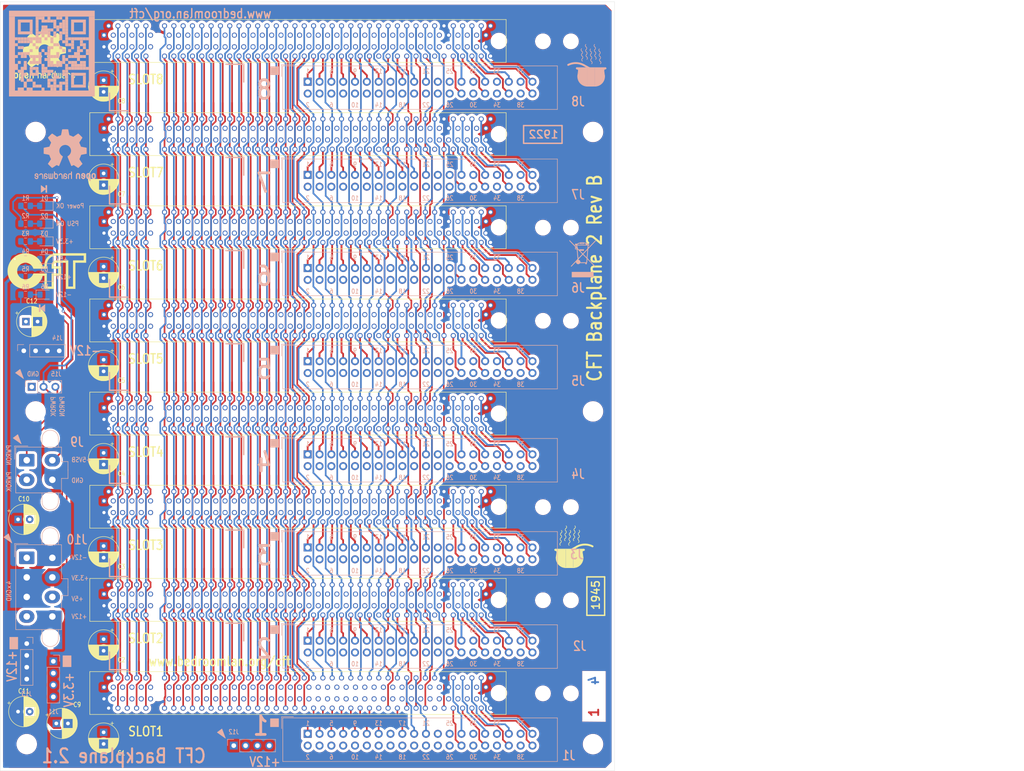
<source format=kicad_pcb>
(kicad_pcb (version 20171130) (host pcbnew 5.0.2+dfsg1-1~bpo9+1)
  (title_block (title "CFT 8 Slot Backplane") (date 2019-11-13) (rev 1945) (comment 1 BPL) (comment 2 "1922: Manufactured, A72 & A73 shorted by mistake.") (comment 3 "1945: Reassigns A72 & A73 to GND"))
  (layers (0 F.Cu signal hide) (1 In1.Cu power hide) (2 In2.Cu power) (31 B.Cu signal hide) (34 B.Paste user) (35 F.Paste user hide) (36 B.SilkS user) (37 F.SilkS user) (38 B.Mask user hide) (39 F.Mask user) (44 Edge.Cuts user))
  (net 0 "")
  (net 1 GND)
  (net 2 +5V)
  (net 3 +3V3)
  (net 4 +12V)
  (net 5 -12V)
  (net 6 "Net-(D1-Pad2)")
  (net 7 "Net-(D2-Pad2)")
  (net 8 "Net-(D3-Pad2)")
  (net 9 "Net-(D4-Pad2)")
  (net 10 "Net-(D5-Pad2)")
  (net 11 "Net-(D6-Pad1)")
  (net 12 /Slot/C40)
  (net 13 /Slot/C39)
  (net 14 /Slot/C38)
  (net 15 /Slot/C37)
  (net 16 /Slot/C36)
  (net 17 /Slot/C35)
  (net 18 /Slot/C34)
  (net 19 /Slot/C33)
  (net 20 /Slot/C32)
  (net 21 /Slot/C31)
  (net 22 /Slot/C30)
  (net 23 /Slot/C29)
  (net 24 /Slot/C28)
  (net 25 /Slot/C27)
  (net 26 /Slot/C26)
  (net 27 /Slot/C25)
  (net 28 /Slot/C24)
  (net 29 /Slot/C23)
  (net 30 /Slot/C22)
  (net 31 /Slot/C21)
  (net 32 /Slot/C20)
  (net 33 /Slot/C19)
  (net 34 /Slot/C18)
  (net 35 /Slot/C17)
  (net 36 /Slot/C16)
  (net 37 /Slot/C15)
  (net 38 /Slot/C14)
  (net 39 /Slot/C13)
  (net 40 /Slot/C12)
  (net 41 /Slot/C11)
  (net 42 /Slot/C10)
  (net 43 /Slot/C9)
  (net 44 /Slot/C8)
  (net 45 /Slot/C7)
  (net 46 /Slot/C6)
  (net 47 /Slot/C5)
  (net 48 /Slot/C4)
  (net 49 /Slot/C3)
  (net 50 /Slot/C2)
  (net 51 /Slot/C1)
  (net 52 /sheet5D71C7A6/C1)
  (net 53 /sheet5D71C7A6/C2)
  (net 54 /sheet5D71C7A6/C3)
  (net 55 /sheet5D71C7A6/C4)
  (net 56 /sheet5D71C7A6/C5)
  (net 57 /sheet5D71C7A6/C6)
  (net 58 /sheet5D71C7A6/C7)
  (net 59 /sheet5D71C7A6/C8)
  (net 60 /sheet5D71C7A6/C9)
  (net 61 /sheet5D71C7A6/C10)
  (net 62 /sheet5D71C7A6/C11)
  (net 63 /sheet5D71C7A6/C12)
  (net 64 /sheet5D71C7A6/C13)
  (net 65 /sheet5D71C7A6/C14)
  (net 66 /sheet5D71C7A6/C15)
  (net 67 /sheet5D71C7A6/C16)
  (net 68 /sheet5D71C7A6/C17)
  (net 69 /sheet5D71C7A6/C18)
  (net 70 /sheet5D71C7A6/C19)
  (net 71 /sheet5D71C7A6/C20)
  (net 72 /sheet5D71C7A6/C21)
  (net 73 /sheet5D71C7A6/C22)
  (net 74 /sheet5D71C7A6/C23)
  (net 75 /sheet5D71C7A6/C24)
  (net 76 /sheet5D71C7A6/C25)
  (net 77 /sheet5D71C7A6/C26)
  (net 78 /sheet5D71C7A6/C27)
  (net 79 /sheet5D71C7A6/C28)
  (net 80 /sheet5D71C7A6/C29)
  (net 81 /sheet5D71C7A6/C30)
  (net 82 /sheet5D71C7A6/C31)
  (net 83 /sheet5D71C7A6/C32)
  (net 84 /sheet5D71C7A6/C33)
  (net 85 /sheet5D71C7A6/C34)
  (net 86 /sheet5D71C7A6/C35)
  (net 87 /sheet5D71C7A6/C36)
  (net 88 /sheet5D71C7A6/C37)
  (net 89 /sheet5D71C7A6/C38)
  (net 90 /sheet5D71C7A6/C39)
  (net 91 /sheet5D71C7A6/C40)
  (net 92 /sheet5D730B90/C40)
  (net 93 /sheet5D730B90/C39)
  (net 94 /sheet5D730B90/C38)
  (net 95 /sheet5D730B90/C37)
  (net 96 /sheet5D730B90/C36)
  (net 97 /sheet5D730B90/C35)
  (net 98 /sheet5D730B90/C34)
  (net 99 /sheet5D730B90/C33)
  (net 100 /sheet5D730B90/C32)
  (net 101 /sheet5D730B90/C31)
  (net 102 /sheet5D730B90/C30)
  (net 103 /sheet5D730B90/C29)
  (net 104 /sheet5D730B90/C28)
  (net 105 /sheet5D730B90/C27)
  (net 106 /sheet5D730B90/C26)
  (net 107 /sheet5D730B90/C25)
  (net 108 /sheet5D730B90/C24)
  (net 109 /sheet5D730B90/C23)
  (net 110 /sheet5D730B90/C22)
  (net 111 /sheet5D730B90/C21)
  (net 112 /sheet5D730B90/C20)
  (net 113 /sheet5D730B90/C19)
  (net 114 /sheet5D730B90/C18)
  (net 115 /sheet5D730B90/C17)
  (net 116 /sheet5D730B90/C16)
  (net 117 /sheet5D730B90/C15)
  (net 118 /sheet5D730B90/C14)
  (net 119 /sheet5D730B90/C13)
  (net 120 /sheet5D730B90/C12)
  (net 121 /sheet5D730B90/C11)
  (net 122 /sheet5D730B90/C10)
  (net 123 /sheet5D730B90/C9)
  (net 124 /sheet5D730B90/C8)
  (net 125 /sheet5D730B90/C7)
  (net 126 /sheet5D730B90/C6)
  (net 127 /sheet5D730B90/C5)
  (net 128 /sheet5D730B90/C4)
  (net 129 /sheet5D730B90/C3)
  (net 130 /sheet5D730B90/C2)
  (net 131 /sheet5D730B90/C1)
  (net 132 /sheet5D730E92/C40)
  (net 133 /sheet5D730E92/C39)
  (net 134 /sheet5D730E92/C38)
  (net 135 /sheet5D730E92/C37)
  (net 136 /sheet5D730E92/C36)
  (net 137 /sheet5D730E92/C35)
  (net 138 /sheet5D730E92/C34)
  (net 139 /sheet5D730E92/C33)
  (net 140 /sheet5D730E92/C32)
  (net 141 /sheet5D730E92/C31)
  (net 142 /sheet5D730E92/C30)
  (net 143 /sheet5D730E92/C29)
  (net 144 /sheet5D730E92/C28)
  (net 145 /sheet5D730E92/C27)
  (net 146 /sheet5D730E92/C26)
  (net 147 /sheet5D730E92/C25)
  (net 148 /sheet5D730E92/C24)
  (net 149 /sheet5D730E92/C23)
  (net 150 /sheet5D730E92/C22)
  (net 151 /sheet5D730E92/C21)
  (net 152 /sheet5D730E92/C20)
  (net 153 /sheet5D730E92/C19)
  (net 154 /sheet5D730E92/C18)
  (net 155 /sheet5D730E92/C17)
  (net 156 /sheet5D730E92/C16)
  (net 157 /sheet5D730E92/C15)
  (net 158 /sheet5D730E92/C14)
  (net 159 /sheet5D730E92/C13)
  (net 160 /sheet5D730E92/C12)
  (net 161 /sheet5D730E92/C11)
  (net 162 /sheet5D730E92/C10)
  (net 163 /sheet5D730E92/C9)
  (net 164 /sheet5D730E92/C8)
  (net 165 /sheet5D730E92/C7)
  (net 166 /sheet5D730E92/C6)
  (net 167 /sheet5D730E92/C5)
  (net 168 /sheet5D730E92/C4)
  (net 169 /sheet5D730E92/C3)
  (net 170 /sheet5D730E92/C2)
  (net 171 /sheet5D730E92/C1)
  (net 172 /sheet5D7311B5/C40)
  (net 173 /sheet5D7311B5/C39)
  (net 174 /sheet5D7311B5/C38)
  (net 175 /sheet5D7311B5/C37)
  (net 176 /sheet5D7311B5/C36)
  (net 177 /sheet5D7311B5/C35)
  (net 178 /sheet5D7311B5/C34)
  (net 179 /sheet5D7311B5/C33)
  (net 180 /sheet5D7311B5/C32)
  (net 181 /sheet5D7311B5/C31)
  (net 182 /sheet5D7311B5/C30)
  (net 183 /sheet5D7311B5/C29)
  (net 184 /sheet5D7311B5/C28)
  (net 185 /sheet5D7311B5/C27)
  (net 186 /sheet5D7311B5/C26)
  (net 187 /sheet5D7311B5/C25)
  (net 188 /sheet5D7311B5/C24)
  (net 189 /sheet5D7311B5/C23)
  (net 190 /sheet5D7311B5/C22)
  (net 191 /sheet5D7311B5/C21)
  (net 192 /sheet5D7311B5/C20)
  (net 193 /sheet5D7311B5/C19)
  (net 194 /sheet5D7311B5/C18)
  (net 195 /sheet5D7311B5/C17)
  (net 196 /sheet5D7311B5/C16)
  (net 197 /sheet5D7311B5/C15)
  (net 198 /sheet5D7311B5/C14)
  (net 199 /sheet5D7311B5/C13)
  (net 200 /sheet5D7311B5/C12)
  (net 201 /sheet5D7311B5/C11)
  (net 202 /sheet5D7311B5/C10)
  (net 203 /sheet5D7311B5/C9)
  (net 204 /sheet5D7311B5/C8)
  (net 205 /sheet5D7311B5/C7)
  (net 206 /sheet5D7311B5/C6)
  (net 207 /sheet5D7311B5/C5)
  (net 208 /sheet5D7311B5/C4)
  (net 209 /sheet5D7311B5/C3)
  (net 210 /sheet5D7311B5/C2)
  (net 211 /sheet5D7311B5/C1)
  (net 212 /sheet5D73148A/C40)
  (net 213 /sheet5D73148A/C39)
  (net 214 /sheet5D73148A/C38)
  (net 215 /sheet5D73148A/C37)
  (net 216 /sheet5D73148A/C36)
  (net 217 /sheet5D73148A/C35)
  (net 218 /sheet5D73148A/C34)
  (net 219 /sheet5D73148A/C33)
  (net 220 /sheet5D73148A/C32)
  (net 221 /sheet5D73148A/C31)
  (net 222 /sheet5D73148A/C30)
  (net 223 /sheet5D73148A/C29)
  (net 224 /sheet5D73148A/C28)
  (net 225 /sheet5D73148A/C27)
  (net 226 /sheet5D73148A/C26)
  (net 227 /sheet5D73148A/C25)
  (net 228 /sheet5D73148A/C24)
  (net 229 /sheet5D73148A/C23)
  (net 230 /sheet5D73148A/C22)
  (net 231 /sheet5D73148A/C21)
  (net 232 /sheet5D73148A/C20)
  (net 233 /sheet5D73148A/C19)
  (net 234 /sheet5D73148A/C18)
  (net 235 /sheet5D73148A/C17)
  (net 236 /sheet5D73148A/C16)
  (net 237 /sheet5D73148A/C15)
  (net 238 /sheet5D73148A/C14)
  (net 239 /sheet5D73148A/C13)
  (net 240 /sheet5D73148A/C12)
  (net 241 /sheet5D73148A/C11)
  (net 242 /sheet5D73148A/C10)
  (net 243 /sheet5D73148A/C9)
  (net 244 /sheet5D73148A/C8)
  (net 245 /sheet5D73148A/C7)
  (net 246 /sheet5D73148A/C6)
  (net 247 /sheet5D73148A/C5)
  (net 248 /sheet5D73148A/C4)
  (net 249 /sheet5D73148A/C3)
  (net 250 /sheet5D73148A/C2)
  (net 251 /sheet5D73148A/C1)
  (net 252 /sheet5D7317BC/C40)
  (net 253 /sheet5D7317BC/C39)
  (net 254 /sheet5D7317BC/C38)
  (net 255 /sheet5D7317BC/C37)
  (net 256 /sheet5D7317BC/C36)
  (net 257 /sheet5D7317BC/C35)
  (net 258 /sheet5D7317BC/C34)
  (net 259 /sheet5D7317BC/C33)
  (net 260 /sheet5D7317BC/C32)
  (net 261 /sheet5D7317BC/C31)
  (net 262 /sheet5D7317BC/C30)
  (net 263 /sheet5D7317BC/C29)
  (net 264 /sheet5D7317BC/C28)
  (net 265 /sheet5D7317BC/C27)
  (net 266 /sheet5D7317BC/C26)
  (net 267 /sheet5D7317BC/C25)
  (net 268 /sheet5D7317BC/C24)
  (net 269 /sheet5D7317BC/C23)
  (net 270 /sheet5D7317BC/C22)
  (net 271 /sheet5D7317BC/C21)
  (net 272 /sheet5D7317BC/C20)
  (net 273 /sheet5D7317BC/C19)
  (net 274 /sheet5D7317BC/C18)
  (net 275 /sheet5D7317BC/C17)
  (net 276 /sheet5D7317BC/C16)
  (net 277 /sheet5D7317BC/C15)
  (net 278 /sheet5D7317BC/C14)
  (net 279 /sheet5D7317BC/C13)
  (net 280 /sheet5D7317BC/C12)
  (net 281 /sheet5D7317BC/C11)
  (net 282 /sheet5D7317BC/C10)
  (net 283 /sheet5D7317BC/C9)
  (net 284 /sheet5D7317BC/C8)
  (net 285 /sheet5D7317BC/C7)
  (net 286 /sheet5D7317BC/C6)
  (net 287 /sheet5D7317BC/C5)
  (net 288 /sheet5D7317BC/C4)
  (net 289 /sheet5D7317BC/C3)
  (net 290 /sheet5D7317BC/C2)
  (net 291 /sheet5D7317BC/C1)
  (net 292 /sheet5D731AE2/C40)
  (net 293 /sheet5D731AE2/C39)
  (net 294 /sheet5D731AE2/C38)
  (net 295 /sheet5D731AE2/C37)
  (net 296 /sheet5D731AE2/C36)
  (net 297 /sheet5D731AE2/C35)
  (net 298 /sheet5D731AE2/C34)
  (net 299 /sheet5D731AE2/C33)
  (net 300 /sheet5D731AE2/C32)
  (net 301 /sheet5D731AE2/C31)
  (net 302 /sheet5D731AE2/C30)
  (net 303 /sheet5D731AE2/C29)
  (net 304 /sheet5D731AE2/C28)
  (net 305 /sheet5D731AE2/C27)
  (net 306 /sheet5D731AE2/C26)
  (net 307 /sheet5D731AE2/C25)
  (net 308 /sheet5D731AE2/C24)
  (net 309 /sheet5D731AE2/C23)
  (net 310 /sheet5D731AE2/C22)
  (net 311 /sheet5D731AE2/C21)
  (net 312 /sheet5D731AE2/C20)
  (net 313 /sheet5D731AE2/C19)
  (net 314 /sheet5D731AE2/C18)
  (net 315 /sheet5D731AE2/C17)
  (net 316 /sheet5D731AE2/C16)
  (net 317 /sheet5D731AE2/C15)
  (net 318 /sheet5D731AE2/C14)
  (net 319 /sheet5D731AE2/C13)
  (net 320 /sheet5D731AE2/C12)
  (net 321 /sheet5D731AE2/C11)
  (net 322 /sheet5D731AE2/C10)
  (net 323 /sheet5D731AE2/C9)
  (net 324 /sheet5D731AE2/C8)
  (net 325 /sheet5D731AE2/C7)
  (net 326 /sheet5D731AE2/C6)
  (net 327 /sheet5D731AE2/C5)
  (net 328 /sheet5D731AE2/C4)
  (net 329 /sheet5D731AE2/C3)
  (net 330 /sheet5D731AE2/C2)
  (net 331 /sheet5D731AE2/C1)
  (net 332 /POWERON)
  (net 333 /POWEROK)
  (net 334 /5VSB)
  (net 335 /Slot/B72)
  (net 336 /Slot/B68)
  (net 337 /Slot/B66)
  (net 338 /Slot/B64)
  (net 339 /Slot/B60)
  (net 340 /Slot/B42)
  (net 341 /Slot/B40)
  (net 342 /Slot/B38)
  (net 343 /Slot/B36)
  (net 344 /Slot/B34)
  (net 345 /Slot/B32)
  (net 346 /Slot/B30)
  (net 347 /Slot/B28)
  (net 348 /Slot/B26)
  (net 349 /Slot/B24)
  (net 350 /Slot/B22)
  (net 351 /Slot/B20)
  (net 352 /Slot/B18)
  (net 353 /Slot/B16)
  (net 354 /Slot/B14)
  (net 355 /Slot/B73)
  (net 356 /Slot/B69)
  (net 357 /Slot/B65)
  (net 358 /Slot/B63)
  (net 359 /Slot/B43)
  (net 360 /Slot/B41)
  (net 361 /Slot/B39)
  (net 362 /Slot/B37)
  (net 363 /Slot/B35)
  (net 364 /Slot/B33)
  (net 365 /Slot/B31)
  (net 366 /Slot/B29)
  (net 367 /Slot/B27)
  (net 368 /Slot/B25)
  (net 369 /Slot/B23)
  (net 370 /Slot/B21)
  (net 371 /Slot/B19)
  (net 372 /Slot/B17)
  (net 373 /Slot/B15)
  (net 374 /Slot/A67)
  (net 375 /Slot/A63)
  (net 376 /Slot/A61)
  (net 377 /Slot/A59)
  (net 378 /Slot/A57)
  (net 379 /Slot/A55)
  (net 380 /Slot/A53)
  (net 381 /Slot/A51)
  (net 382 /Slot/A49)
  (net 383 /Slot/A47)
  (net 384 /Slot/A45)
  (net 385 /Slot/A43)
  (net 386 /Slot/A41)
  (net 387 /Slot/A39)
  (net 388 /Slot/A37)
  (net 389 /Slot/A35)
  (net 390 /Slot/A33)
  (net 391 /Slot/A31)
  (net 392 /Slot/A29)
  (net 393 /Slot/A27)
  (net 394 /Slot/A25)
  (net 395 /Slot/A23)
  (net 396 /Slot/A21)
  (net 397 /Slot/A19)
  (net 398 /Slot/A17)
  (net 399 /Slot/A15)
  (net 400 /Slot/B13)
  (net 401 /Slot/A13)
  (net 402 /Slot/A70)
  (net 403 /Slot/A68)
  (net 404 /Slot/A62)
  (net 405 /Slot/A60)
  (net 406 /Slot/A58)
  (net 407 /Slot/A56)
  (net 408 /Slot/A54)
  (net 409 /Slot/A52)
  (net 410 /Slot/A50)
  (net 411 /Slot/A48)
  (net 412 /Slot/A46)
  (net 413 /Slot/A44)
  (net 414 /Slot/A42)
  (net 415 /Slot/A40)
  (net 416 /Slot/A38)
  (net 417 /Slot/A36)
  (net 418 /Slot/A34)
  (net 419 /Slot/A32)
  (net 420 /Slot/A30)
  (net 421 /Slot/A28)
  (net 422 /Slot/A26)
  (net 423 /Slot/A24)
  (net 424 /Slot/A22)
  (net 425 /Slot/A20)
  (net 426 /Slot/A18)
  (net 427 /Slot/A16)
  (net 428 /Slot/A14)
  (net 429 /Slot/B12)
  (net 430 /Slot/B4)
  (net 431 /Slot/B6)
  (net 432 /Slot/B8)
  (net 433 /Slot/B3)
  (net 434 /Slot/B5)
  (net 435 /Slot/B7)
  (net 436 /Slot/B9)
  (net 437 /Slot/A4)
  (net 438 /Slot/A6)
  (net 439 /Slot/A8)
  (net 440 /Slot/A3)
  (net 441 /Slot/A5)
  (net 442 /Slot/A7)
  (net 443 /Slot/A9)
  (net 444 /Slot/B10)
  (net 445 /Slot/A10)
  (net 446 /Slot/A11)
  (net 447 /Slot/A12)
  (net 448 /Slot/B11)
  (module alexios:CFT (layer F.Cu) (at 40.033 77.812)
    (fp_text reference G*** hide)
    (fp_text value LOGO hide)
  )
  (module Symbol:OSHW-Logo2_14.6x12mm_SilkScreen (layer B.Cu) (at 43.97 52.92 180)
    (fp_text reference REF** hide)
    (fp_text value OSHW-Logo2_14.6x12mm_SilkScreen hide)
  )
  (module Symbol:OSHW-Logo2_14.6x12mm_SilkScreen (layer F.Cu) (at 39.525 31.33)
    (fp_text reference REF** hide)
    (fp_text value OSHW-Logo2_14.6x12mm_SilkScreen hide)
  )
  (module alexios:Amphenol_10018783-x0x03_2x82_P1.00mm_Socket_Vertical (layer F.Cu) (at 52.3 167.16)
    (fp_text reference SLOT1 (at 9 9.5) (layer F.SilkS) (effects (font (size 2 1.66) (thickness 0.3))))
    (fp_text value conn_2x82_ab)
    (pad B82 thru_hole circle (at 83 4.5) (size 1.1 1.1) (drill 0.7) (layers *.Cu *.Mask) (net 1 GND))
    (pad B80 thru_hole circle (at 81 4.5) (size 1.1 1.1) (drill 0.7) (layers *.Cu *.Mask) (net 12 /Slot/C40))
    (pad B78 thru_hole circle (at 79 4.5) (size 1.1 1.1) (drill 0.7) (layers *.Cu *.Mask) (net 16 /Slot/C36))
    (pad B76 thru_hole circle (at 77 4.5) (size 1.1 1.1) (drill 0.7) (layers *.Cu *.Mask) (net 20 /Slot/C32))
    (pad B74 thru_hole circle (at 75 4.5) (size 1.1 1.1) (drill 0.7) (layers *.Cu *.Mask) (net 24 /Slot/C28))
    (pad B72 thru_hole circle (at 73 4.5) (size 1.1 1.1) (drill 0.7) (layers *.Cu *.Mask) (net 335 /Slot/B72))
    (pad B70 thru_hole circle (at 71 4.5) (size 1.1 1.1) (drill 0.7) (layers *.Cu *.Mask) (net 28 /Slot/C24))
    (pad B68 thru_hole circle (at 69 4.5) (size 1.1 1.1) (drill 0.7) (layers *.Cu *.Mask) (net 336 /Slot/B68))
    (pad B66 thru_hole circle (at 67 4.5) (size 1.1 1.1) (drill 0.7) (layers *.Cu *.Mask) (net 337 /Slot/B66))
    (pad B64 thru_hole circle (at 65 4.5) (size 1.1 1.1) (drill 0.7) (layers *.Cu *.Mask) (net 338 /Slot/B64))
    (pad B62 thru_hole circle (at 63 4.5) (size 1.1 1.1) (drill 0.7) (layers *.Cu *.Mask) (net 35 /Slot/C17))
    (pad B60 thru_hole circle (at 61 4.5) (size 1.1 1.1) (drill 0.7) (layers *.Cu *.Mask) (net 339 /Slot/B60))
    (pad B58 thru_hole circle (at 59 4.5) (size 1.1 1.1) (drill 0.7) (layers *.Cu *.Mask) (net 36 /Slot/C16))
    (pad B56 thru_hole circle (at 57 4.5) (size 1.1 1.1) (drill 0.7) (layers *.Cu *.Mask) (net 39 /Slot/C13))
    (pad B54 thru_hole circle (at 55 4.5) (size 1.1 1.1) (drill 0.7) (layers *.Cu *.Mask) (net 41 /Slot/C11))
    (pad B52 thru_hole circle (at 53 4.5) (size 1.1 1.1) (drill 0.7) (layers *.Cu *.Mask) (net 43 /Slot/C9))
    (pad B50 thru_hole circle (at 51 4.5) (size 1.1 1.1) (drill 0.7) (layers *.Cu *.Mask) (net 45 /Slot/C7))
    (pad B48 thru_hole circle (at 49 4.5) (size 1.1 1.1) (drill 0.7) (layers *.Cu *.Mask) (net 47 /Slot/C5))
    (pad B46 thru_hole circle (at 47 4.5) (size 1.1 1.1) (drill 0.7) (layers *.Cu *.Mask) (net 49 /Slot/C3))
    (pad B44 thru_hole circle (at 45 4.5) (size 1.1 1.1) (drill 0.7) (layers *.Cu *.Mask) (net 51 /Slot/C1))
    (pad B42 thru_hole circle (at 43 4.5) (size 1.1 1.1) (drill 0.7) (layers *.Cu *.Mask) (net 340 /Slot/B42))
    (pad B40 thru_hole circle (at 41 4.5) (size 1.1 1.1) (drill 0.7) (layers *.Cu *.Mask) (net 341 /Slot/B40))
    (pad B38 thru_hole circle (at 39 4.5) (size 1.1 1.1) (drill 0.7) (layers *.Cu *.Mask) (net 342 /Slot/B38))
    (pad B36 thru_hole circle (at 37 4.5) (size 1.1 1.1) (drill 0.7) (layers *.Cu *.Mask) (net 343 /Slot/B36))
    (pad B34 thru_hole circle (at 35 4.5) (size 1.1 1.1) (drill 0.7) (layers *.Cu *.Mask) (net 344 /Slot/B34))
    (pad B32 thru_hole circle (at 33 4.5) (size 1.1 1.1) (drill 0.7) (layers *.Cu *.Mask) (net 345 /Slot/B32))
    (pad B30 thru_hole circle (at 31 4.5) (size 1.1 1.1) (drill 0.7) (layers *.Cu *.Mask) (net 346 /Slot/B30))
    (pad B28 thru_hole circle (at 29 4.5) (size 1.1 1.1) (drill 0.7) (layers *.Cu *.Mask) (net 347 /Slot/B28))
    (pad B26 thru_hole circle (at 27 4.5) (size 1.1 1.1) (drill 0.7) (layers *.Cu *.Mask) (net 348 /Slot/B26))
    (pad B24 thru_hole circle (at 25 4.5) (size 1.1 1.1) (drill 0.7) (layers *.Cu *.Mask) (net 349 /Slot/B24))
    (pad B22 thru_hole circle (at 23 4.5) (size 1.1 1.1) (drill 0.7) (layers *.Cu *.Mask) (net 350 /Slot/B22))
    (pad B20 thru_hole circle (at 21 4.5) (size 1.1 1.1) (drill 0.7) (layers *.Cu *.Mask) (net 351 /Slot/B20))
    (pad B18 thru_hole circle (at 19 4.5) (size 1.1 1.1) (drill 0.7) (layers *.Cu *.Mask) (net 352 /Slot/B18))
    (pad B16 thru_hole circle (at 17 4.5) (size 1.1 1.1) (drill 0.7) (layers *.Cu *.Mask) (net 353 /Slot/B16))
    (pad B14 thru_hole circle (at 15 4.5) (size 1.1 1.1) (drill 0.7) (layers *.Cu *.Mask) (net 354 /Slot/B14))
    (pad B81 thru_hole circle (at 82 2.5) (size 1.1 1.1) (drill 0.7) (layers *.Cu *.Mask) (net 1 GND))
    (pad B79 thru_hole circle (at 80 2.5) (size 1.1 1.1) (drill 0.7) (layers *.Cu *.Mask) (net 14 /Slot/C38))
    (pad B77 thru_hole circle (at 78 2.5) (size 1.1 1.1) (drill 0.7) (layers *.Cu *.Mask) (net 18 /Slot/C34))
    (pad B75 thru_hole circle (at 76 2.5) (size 1.1 1.1) (drill 0.7) (layers *.Cu *.Mask) (net 22 /Slot/C30))
    (pad B73 thru_hole circle (at 74 2.5) (size 1.1 1.1) (drill 0.7) (layers *.Cu *.Mask) (net 355 /Slot/B73))
    (pad B71 thru_hole circle (at 72 2.5) (size 1.1 1.1) (drill 0.7) (layers *.Cu *.Mask) (net 26 /Slot/C26))
    (pad B69 thru_hole circle (at 70 2.5) (size 1.1 1.1) (drill 0.7) (layers *.Cu *.Mask) (net 356 /Slot/B69))
    (pad B67 thru_hole circle (at 68 2.5) (size 1.1 1.1) (drill 0.7) (layers *.Cu *.Mask) (net 30 /Slot/C22))
    (pad B65 thru_hole circle (at 66 2.5) (size 1.1 1.1) (drill 0.7) (layers *.Cu *.Mask) (net 357 /Slot/B65))
    (pad B63 thru_hole circle (at 64 2.5) (size 1.1 1.1) (drill 0.7) (layers *.Cu *.Mask) (net 358 /Slot/B63))
    (pad B61 thru_hole circle (at 62 2.5) (size 1.1 1.1) (drill 0.7) (layers *.Cu *.Mask) (net 34 /Slot/C18))
    (pad B59 thru_hole circle (at 60 2.5) (size 1.1 1.1) (drill 0.7) (layers *.Cu *.Mask) (net 37 /Slot/C15))
    (pad B57 thru_hole circle (at 58 2.5) (size 1.1 1.1) (drill 0.7) (layers *.Cu *.Mask) (net 38 /Slot/C14))
    (pad B55 thru_hole circle (at 56 2.5) (size 1.1 1.1) (drill 0.7) (layers *.Cu *.Mask) (net 40 /Slot/C12))
    (pad B53 thru_hole circle (at 54 2.5) (size 1.1 1.1) (drill 0.7) (layers *.Cu *.Mask) (net 42 /Slot/C10))
    (pad B51 thru_hole circle (at 52 2.5) (size 1.1 1.1) (drill 0.7) (layers *.Cu *.Mask) (net 44 /Slot/C8))
    (pad B49 thru_hole circle (at 50 2.5) (size 1.1 1.1) (drill 0.7) (layers *.Cu *.Mask) (net 46 /Slot/C6))
    (pad B47 thru_hole circle (at 48 2.5) (size 1.1 1.1) (drill 0.7) (layers *.Cu *.Mask) (net 48 /Slot/C4))
    (pad B45 thru_hole circle (at 46 2.5) (size 1.1 1.1) (drill 0.7) (layers *.Cu *.Mask) (net 50 /Slot/C2))
    (pad B43 thru_hole circle (at 44 2.5) (size 1.1 1.1) (drill 0.7) (layers *.Cu *.Mask) (net 359 /Slot/B43))
    (pad B41 thru_hole circle (at 42 2.5) (size 1.1 1.1) (drill 0.7) (layers *.Cu *.Mask) (net 360 /Slot/B41))
    (pad B39 thru_hole circle (at 40 2.5) (size 1.1 1.1) (drill 0.7) (layers *.Cu *.Mask) (net 361 /Slot/B39))
    (pad B37 thru_hole circle (at 38 2.5) (size 1.1 1.1) (drill 0.7) (layers *.Cu *.Mask) (net 362 /Slot/B37))
    (pad B35 thru_hole circle (at 36 2.5) (size 1.1 1.1) (drill 0.7) (layers *.Cu *.Mask) (net 363 /Slot/B35))
    (pad B33 thru_hole circle (at 34 2.5) (size 1.1 1.1) (drill 0.7) (layers *.Cu *.Mask) (net 364 /Slot/B33))
    (pad B31 thru_hole circle (at 32 2.5) (size 1.1 1.1) (drill 0.7) (layers *.Cu *.Mask) (net 365 /Slot/B31))
    (pad B29 thru_hole circle (at 30 2.5) (size 1.1 1.1) (drill 0.7) (layers *.Cu *.Mask) (net 366 /Slot/B29))
    (pad B27 thru_hole circle (at 28 2.5) (size 1.1 1.1) (drill 0.7) (layers *.Cu *.Mask) (net 367 /Slot/B27))
    (pad B25 thru_hole circle (at 26 2.5) (size 1.1 1.1) (drill 0.7) (layers *.Cu *.Mask) (net 368 /Slot/B25))
    (pad B23 thru_hole circle (at 24 2.5) (size 1.1 1.1) (drill 0.7) (layers *.Cu *.Mask) (net 369 /Slot/B23))
    (pad B21 thru_hole circle (at 22 2.5) (size 1.1 1.1) (drill 0.7) (layers *.Cu *.Mask) (net 370 /Slot/B21))
    (pad B19 thru_hole circle (at 20 2.5) (size 1.1 1.1) (drill 0.7) (layers *.Cu *.Mask) (net 371 /Slot/B19))
    (pad B17 thru_hole circle (at 18 2.5) (size 1.1 1.1) (drill 0.7) (layers *.Cu *.Mask) (net 372 /Slot/B17))
    (pad B15 thru_hole circle (at 16 2.5) (size 1.1 1.1) (drill 0.7) (layers *.Cu *.Mask) (net 373 /Slot/B15))
    (pad A81 thru_hole circle (at 82 0) (size 1.1 1.1) (drill 0.7) (layers *.Cu *.Mask) (net 2 +5V))
    (pad A79 thru_hole circle (at 80 0) (size 1.1 1.1) (drill 0.7) (layers *.Cu *.Mask) (net 15 /Slot/C37))
    (pad A77 thru_hole circle (at 78 0) (size 1.1 1.1) (drill 0.7) (layers *.Cu *.Mask) (net 19 /Slot/C33))
    (pad A75 thru_hole circle (at 76 0) (size 1.1 1.1) (drill 0.7) (layers *.Cu *.Mask) (net 23 /Slot/C29))
    (pad A73 thru_hole circle (at 74 0) (size 1.1 1.1) (drill 0.7) (layers *.Cu *.Mask) (net 1 GND))
    (pad A71 thru_hole circle (at 72 0) (size 1.1 1.1) (drill 0.7) (layers *.Cu *.Mask) (net 27 /Slot/C25))
    (pad A69 thru_hole circle (at 70 0) (size 1.1 1.1) (drill 0.7) (layers *.Cu *.Mask) (net 29 /Slot/C23))
    (pad A67 thru_hole circle (at 68 0) (size 1.1 1.1) (drill 0.7) (layers *.Cu *.Mask) (net 374 /Slot/A67))
    (pad A65 thru_hole circle (at 66 0) (size 1.1 1.1) (drill 0.7) (layers *.Cu *.Mask) (net 32 /Slot/C20))
    (pad A63 thru_hole circle (at 64 0) (size 1.1 1.1) (drill 0.7) (layers *.Cu *.Mask) (net 375 /Slot/A63))
    (pad A61 thru_hole circle (at 62 0) (size 1.1 1.1) (drill 0.7) (layers *.Cu *.Mask) (net 376 /Slot/A61))
    (pad A59 thru_hole circle (at 60 0) (size 1.1 1.1) (drill 0.7) (layers *.Cu *.Mask) (net 377 /Slot/A59))
    (pad A57 thru_hole circle (at 58 0) (size 1.1 1.1) (drill 0.7) (layers *.Cu *.Mask) (net 378 /Slot/A57))
    (pad A55 thru_hole circle (at 56 0) (size 1.1 1.1) (drill 0.7) (layers *.Cu *.Mask) (net 379 /Slot/A55))
    (pad A53 thru_hole circle (at 54 0) (size 1.1 1.1) (drill 0.7) (layers *.Cu *.Mask) (net 380 /Slot/A53))
    (pad A51 thru_hole circle (at 52 0) (size 1.1 1.1) (drill 0.7) (layers *.Cu *.Mask) (net 381 /Slot/A51))
    (pad A49 thru_hole circle (at 50 0) (size 1.1 1.1) (drill 0.7) (layers *.Cu *.Mask) (net 382 /Slot/A49))
    (pad A47 thru_hole circle (at 48 0) (size 1.1 1.1) (drill 0.7) (layers *.Cu *.Mask) (net 383 /Slot/A47))
    (pad A45 thru_hole circle (at 46 0) (size 1.1 1.1) (drill 0.7) (layers *.Cu *.Mask) (net 384 /Slot/A45))
    (pad A43 thru_hole circle (at 44 0) (size 1.1 1.1) (drill 0.7) (layers *.Cu *.Mask) (net 385 /Slot/A43))
    (pad A41 thru_hole circle (at 42 0) (size 1.1 1.1) (drill 0.7) (layers *.Cu *.Mask) (net 386 /Slot/A41))
    (pad A39 thru_hole circle (at 40 0) (size 1.1 1.1) (drill 0.7) (layers *.Cu *.Mask) (net 387 /Slot/A39))
    (pad A37 thru_hole circle (at 38 0) (size 1.1 1.1) (drill 0.7) (layers *.Cu *.Mask) (net 388 /Slot/A37))
    (pad A35 thru_hole circle (at 36 0) (size 1.1 1.1) (drill 0.7) (layers *.Cu *.Mask) (net 389 /Slot/A35))
    (pad A33 thru_hole circle (at 34 0) (size 1.1 1.1) (drill 0.7) (layers *.Cu *.Mask) (net 390 /Slot/A33))
    (pad A31 thru_hole circle (at 32 0) (size 1.1 1.1) (drill 0.7) (layers *.Cu *.Mask) (net 391 /Slot/A31))
    (pad A29 thru_hole circle (at 30 0) (size 1.1 1.1) (drill 0.7) (layers *.Cu *.Mask) (net 392 /Slot/A29))
    (pad A27 thru_hole circle (at 28 0) (size 1.1 1.1) (drill 0.7) (layers *.Cu *.Mask) (net 393 /Slot/A27))
    (pad A25 thru_hole circle (at 26 0) (size 1.1 1.1) (drill 0.7) (layers *.Cu *.Mask) (net 394 /Slot/A25))
    (pad A23 thru_hole circle (at 24 0) (size 1.1 1.1) (drill 0.7) (layers *.Cu *.Mask) (net 395 /Slot/A23))
    (pad A21 thru_hole circle (at 22 0) (size 1.1 1.1) (drill 0.7) (layers *.Cu *.Mask) (net 396 /Slot/A21))
    (pad A19 thru_hole circle (at 20 0) (size 1.1 1.1) (drill 0.7) (layers *.Cu *.Mask) (net 397 /Slot/A19))
    (pad A17 thru_hole circle (at 18 0) (size 1.1 1.1) (drill 0.7) (layers *.Cu *.Mask) (net 398 /Slot/A17))
    (pad A15 thru_hole circle (at 16 0) (size 1.1 1.1) (drill 0.7) (layers *.Cu *.Mask) (net 399 /Slot/A15))
    (pad "" np_thru_hole circle (at 84.8 1.25) (size 2.35 2.35) (drill 2.35) (layers *.Cu *.Mask))
    (pad B13 thru_hole circle (at 14 2.5) (size 1.1 1.1) (drill 0.7) (layers *.Cu *.Mask) (net 400 /Slot/B13))
    (pad A13 thru_hole circle (at 14 0) (size 1.1 1.1) (drill 0.7) (layers *.Cu *.Mask) (net 401 /Slot/A13))
    (pad A82 thru_hole circle (at 83 -2) (size 1.1 1.1) (drill 0.7) (layers *.Cu *.Mask) (net 2 +5V))
    (pad A80 thru_hole circle (at 81 -2) (size 1.1 1.1) (drill 0.7) (layers *.Cu *.Mask) (net 13 /Slot/C39))
    (pad A78 thru_hole circle (at 79 -2) (size 1.1 1.1) (drill 0.7) (layers *.Cu *.Mask) (net 17 /Slot/C35))
    (pad A76 thru_hole circle (at 77 -2) (size 1.1 1.1) (drill 0.7) (layers *.Cu *.Mask) (net 21 /Slot/C31))
    (pad A74 thru_hole circle (at 75 -2) (size 1.1 1.1) (drill 0.7) (layers *.Cu *.Mask) (net 25 /Slot/C27))
    (pad A72 thru_hole circle (at 73 -2) (size 1.1 1.1) (drill 0.7) (layers *.Cu *.Mask) (net 1 GND))
    (pad A70 thru_hole circle (at 71 -2) (size 1.1 1.1) (drill 0.7) (layers *.Cu *.Mask) (net 402 /Slot/A70))
    (pad A68 thru_hole circle (at 69 -2) (size 1.1 1.1) (drill 0.7) (layers *.Cu *.Mask) (net 403 /Slot/A68))
    (pad A66 thru_hole circle (at 67 -2) (size 1.1 1.1) (drill 0.7) (layers *.Cu *.Mask) (net 31 /Slot/C21))
    (pad A64 thru_hole circle (at 65 -2) (size 1.1 1.1) (drill 0.7) (layers *.Cu *.Mask) (net 33 /Slot/C19))
    (pad A62 thru_hole circle (at 63 -2) (size 1.1 1.1) (drill 0.7) (layers *.Cu *.Mask) (net 404 /Slot/A62))
    (pad A60 thru_hole circle (at 61 -2) (size 1.1 1.1) (drill 0.7) (layers *.Cu *.Mask) (net 405 /Slot/A60))
    (pad A58 thru_hole circle (at 59 -2) (size 1.1 1.1) (drill 0.7) (layers *.Cu *.Mask) (net 406 /Slot/A58))
    (pad A56 thru_hole circle (at 57 -2) (size 1.1 1.1) (drill 0.7) (layers *.Cu *.Mask) (net 407 /Slot/A56))
    (pad A54 thru_hole circle (at 55 -2) (size 1.1 1.1) (drill 0.7) (layers *.Cu *.Mask) (net 408 /Slot/A54))
    (pad A52 thru_hole circle (at 53 -2) (size 1.1 1.1) (drill 0.7) (layers *.Cu *.Mask) (net 409 /Slot/A52))
    (pad A50 thru_hole circle (at 51 -2) (size 1.1 1.1) (drill 0.7) (layers *.Cu *.Mask) (net 410 /Slot/A50))
    (pad A48 thru_hole circle (at 49 -2) (size 1.1 1.1) (drill 0.7) (layers *.Cu *.Mask) (net 411 /Slot/A48))
    (pad A46 thru_hole circle (at 47 -2) (size 1.1 1.1) (drill 0.7) (layers *.Cu *.Mask) (net 412 /Slot/A46))
    (pad A44 thru_hole circle (at 45 -2) (size 1.1 1.1) (drill 0.7) (layers *.Cu *.Mask) (net 413 /Slot/A44))
    (pad A42 thru_hole circle (at 43 -2) (size 1.1 1.1) (drill 0.7) (layers *.Cu *.Mask) (net 414 /Slot/A42))
    (pad A40 thru_hole circle (at 41 -2) (size 1.1 1.1) (drill 0.7) (layers *.Cu *.Mask) (net 415 /Slot/A40))
    (pad A38 thru_hole circle (at 39 -2) (size 1.1 1.1) (drill 0.7) (layers *.Cu *.Mask) (net 416 /Slot/A38))
    (pad A36 thru_hole circle (at 37 -2) (size 1.1 1.1) (drill 0.7) (layers *.Cu *.Mask) (net 417 /Slot/A36))
    (pad A34 thru_hole circle (at 35 -2) (size 1.1 1.1) (drill 0.7) (layers *.Cu *.Mask) (net 418 /Slot/A34))
    (pad A32 thru_hole circle (at 33 -2) (size 1.1 1.1) (drill 0.7) (layers *.Cu *.Mask) (net 419 /Slot/A32))
    (pad A30 thru_hole circle (at 31 -2) (size 1.1 1.1) (drill 0.7) (layers *.Cu *.Mask) (net 420 /Slot/A30))
    (pad A28 thru_hole circle (at 29 -2) (size 1.1 1.1) (drill 0.7) (layers *.Cu *.Mask) (net 421 /Slot/A28))
    (pad A26 thru_hole circle (at 27 -2) (size 1.1 1.1) (drill 0.7) (layers *.Cu *.Mask) (net 422 /Slot/A26))
    (pad A24 thru_hole circle (at 25 -2) (size 1.1 1.1) (drill 0.7) (layers *.Cu *.Mask) (net 423 /Slot/A24))
    (pad A22 thru_hole circle (at 23 -2) (size 1.1 1.1) (drill 0.7) (layers *.Cu *.Mask) (net 424 /Slot/A22))
    (pad A20 thru_hole circle (at 21 -2) (size 1.1 1.1) (drill 0.7) (layers *.Cu *.Mask) (net 425 /Slot/A20))
    (pad A18 thru_hole circle (at 19 -2) (size 1.1 1.1) (drill 0.7) (layers *.Cu *.Mask) (net 426 /Slot/A18))
    (pad A16 thru_hole circle (at 17 -2) (size 1.1 1.1) (drill 0.7) (layers *.Cu *.Mask) (net 427 /Slot/A16))
    (pad A14 thru_hole circle (at 15 -2) (size 1.1 1.1) (drill 0.7) (layers *.Cu *.Mask) (net 428 /Slot/A14))
    (pad B12 thru_hole circle (at 13 4.5) (size 1.1 1.1) (drill 0.7) (layers *.Cu *.Mask) (net 429 /Slot/B12))
    (pad B2 thru_hole circle (at 1 4.5) (size 1.1 1.1) (drill 0.7) (layers *.Cu *.Mask) (net 1 GND))
    (pad B4 thru_hole circle (at 3 4.5) (size 1.1 1.1) (drill 0.7) (layers *.Cu *.Mask) (net 430 /Slot/B4))
    (pad B6 thru_hole circle (at 5 4.5) (size 1.1 1.1) (drill 0.7) (layers *.Cu *.Mask) (net 431 /Slot/B6))
    (pad B8 thru_hole circle (at 7 4.5) (size 1.1 1.1) (drill 0.7) (layers *.Cu *.Mask) (net 432 /Slot/B8))
    (pad B1 thru_hole circle (at 0 2.5) (size 1.1 1.1) (drill 0.7) (layers *.Cu *.Mask) (net 1 GND))
    (pad B3 thru_hole circle (at 2 2.5) (size 1.1 1.1) (drill 0.7) (layers *.Cu *.Mask) (net 433 /Slot/B3))
    (pad B5 thru_hole circle (at 4 2.5) (size 1.1 1.1) (drill 0.7) (layers *.Cu *.Mask) (net 434 /Slot/B5))
    (pad B7 thru_hole circle (at 6 2.5) (size 1.1 1.1) (drill 0.7) (layers *.Cu *.Mask) (net 435 /Slot/B7))
    (pad B9 thru_hole circle (at 8 2.5) (size 1.1 1.1) (drill 0.7) (layers *.Cu *.Mask) (net 436 /Slot/B9))
    (pad A2 thru_hole circle (at 1 -2) (size 1.1 1.1) (drill 0.7) (layers *.Cu *.Mask) (net 2 +5V))
    (pad A4 thru_hole circle (at 3 -2) (size 1.1 1.1) (drill 0.7) (layers *.Cu *.Mask) (net 437 /Slot/A4))
    (pad A6 thru_hole circle (at 5 -2) (size 1.1 1.1) (drill 0.7) (layers *.Cu *.Mask) (net 438 /Slot/A6))
    (pad A8 thru_hole circle (at 7 -2) (size 1.1 1.1) (drill 0.7) (layers *.Cu *.Mask) (net 439 /Slot/A8))
    (pad A1 thru_hole rect (at 0 0) (size 1.1 1.1) (drill 0.7) (layers *.Cu *.Mask) (net 2 +5V))
    (pad A3 thru_hole circle (at 2 0) (size 1.1 1.1) (drill 0.7) (layers *.Cu *.Mask) (net 440 /Slot/A3))
    (pad A5 thru_hole circle (at 4 0) (size 1.1 1.1) (drill 0.7) (layers *.Cu *.Mask) (net 441 /Slot/A5))
    (pad A7 thru_hole circle (at 6 0) (size 1.1 1.1) (drill 0.7) (layers *.Cu *.Mask) (net 442 /Slot/A7))
    (pad A9 thru_hole circle (at 8 0) (size 1.1 1.1) (drill 0.7) (layers *.Cu *.Mask) (net 443 /Slot/A9))
    (pad B10 thru_hole circle (at 9 4.5) (size 1.1 1.1) (drill 0.7) (layers *.Cu *.Mask) (net 444 /Slot/B10))
    (pad A10 thru_hole circle (at 9 -2) (size 1.1 1.1) (drill 0.7) (layers *.Cu *.Mask) (net 445 /Slot/A10))
    (pad A11 thru_hole circle (at 10 0) (size 1.1 1.1) (drill 0.7) (layers *.Cu *.Mask) (net 446 /Slot/A11))
    (pad A12 thru_hole circle (at 13 -2) (size 1.1 1.1) (drill 0.7) (layers *.Cu *.Mask) (net 447 /Slot/A12))
    (pad B11 thru_hole circle (at 10 2.5) (size 1.1 1.1) (drill 0.7) (layers *.Cu *.Mask) (net 448 /Slot/B11))
    (pad "" np_thru_hole circle (at 11.65 1.25) (size 2.35 2.35) (drill 2.35) (layers *.Cu *.Mask))
  )
  (module alexios:Amphenol_10018783-x0x03_2x82_P1.00mm_Socket_Vertical (layer F.Cu) (at 52.3 47.16)
    (fp_text reference SLOT7 (at 9 9.5) (layer F.SilkS) (effects (font (size 2 1.66) (thickness 0.3))))
    (fp_text value conn_2x82_ab)
    (pad B82 thru_hole circle (at 83 4.5) (size 1.1 1.1) (drill 0.7) (layers *.Cu *.Mask) (net 1 GND))
    (pad B80 thru_hole circle (at 81 4.5) (size 1.1 1.1) (drill 0.7) (layers *.Cu *.Mask) (net 252 /sheet5D7317BC/C40))
    (pad B78 thru_hole circle (at 79 4.5) (size 1.1 1.1) (drill 0.7) (layers *.Cu *.Mask) (net 256 /sheet5D7317BC/C36))
    (pad B76 thru_hole circle (at 77 4.5) (size 1.1 1.1) (drill 0.7) (layers *.Cu *.Mask) (net 260 /sheet5D7317BC/C32))
    (pad B74 thru_hole circle (at 75 4.5) (size 1.1 1.1) (drill 0.7) (layers *.Cu *.Mask) (net 264 /sheet5D7317BC/C28))
    (pad B72 thru_hole circle (at 73 4.5) (size 1.1 1.1) (drill 0.7) (layers *.Cu *.Mask) (net 335 /Slot/B72))
    (pad B70 thru_hole circle (at 71 4.5) (size 1.1 1.1) (drill 0.7) (layers *.Cu *.Mask) (net 268 /sheet5D7317BC/C24))
    (pad B68 thru_hole circle (at 69 4.5) (size 1.1 1.1) (drill 0.7) (layers *.Cu *.Mask) (net 336 /Slot/B68))
    (pad B66 thru_hole circle (at 67 4.5) (size 1.1 1.1) (drill 0.7) (layers *.Cu *.Mask) (net 337 /Slot/B66))
    (pad B64 thru_hole circle (at 65 4.5) (size 1.1 1.1) (drill 0.7) (layers *.Cu *.Mask) (net 338 /Slot/B64))
    (pad B62 thru_hole circle (at 63 4.5) (size 1.1 1.1) (drill 0.7) (layers *.Cu *.Mask) (net 275 /sheet5D7317BC/C17))
    (pad B60 thru_hole circle (at 61 4.5) (size 1.1 1.1) (drill 0.7) (layers *.Cu *.Mask) (net 339 /Slot/B60))
    (pad B58 thru_hole circle (at 59 4.5) (size 1.1 1.1) (drill 0.7) (layers *.Cu *.Mask) (net 276 /sheet5D7317BC/C16))
    (pad B56 thru_hole circle (at 57 4.5) (size 1.1 1.1) (drill 0.7) (layers *.Cu *.Mask) (net 279 /sheet5D7317BC/C13))
    (pad B54 thru_hole circle (at 55 4.5) (size 1.1 1.1) (drill 0.7) (layers *.Cu *.Mask) (net 281 /sheet5D7317BC/C11))
    (pad B52 thru_hole circle (at 53 4.5) (size 1.1 1.1) (drill 0.7) (layers *.Cu *.Mask) (net 283 /sheet5D7317BC/C9))
    (pad B50 thru_hole circle (at 51 4.5) (size 1.1 1.1) (drill 0.7) (layers *.Cu *.Mask) (net 285 /sheet5D7317BC/C7))
    (pad B48 thru_hole circle (at 49 4.5) (size 1.1 1.1) (drill 0.7) (layers *.Cu *.Mask) (net 287 /sheet5D7317BC/C5))
    (pad B46 thru_hole circle (at 47 4.5) (size 1.1 1.1) (drill 0.7) (layers *.Cu *.Mask) (net 289 /sheet5D7317BC/C3))
    (pad B44 thru_hole circle (at 45 4.5) (size 1.1 1.1) (drill 0.7) (layers *.Cu *.Mask) (net 291 /sheet5D7317BC/C1))
    (pad B42 thru_hole circle (at 43 4.5) (size 1.1 1.1) (drill 0.7) (layers *.Cu *.Mask) (net 340 /Slot/B42))
    (pad B40 thru_hole circle (at 41 4.5) (size 1.1 1.1) (drill 0.7) (layers *.Cu *.Mask) (net 341 /Slot/B40))
    (pad B38 thru_hole circle (at 39 4.5) (size 1.1 1.1) (drill 0.7) (layers *.Cu *.Mask) (net 342 /Slot/B38))
    (pad B36 thru_hole circle (at 37 4.5) (size 1.1 1.1) (drill 0.7) (layers *.Cu *.Mask) (net 343 /Slot/B36))
    (pad B34 thru_hole circle (at 35 4.5) (size 1.1 1.1) (drill 0.7) (layers *.Cu *.Mask) (net 344 /Slot/B34))
    (pad B32 thru_hole circle (at 33 4.5) (size 1.1 1.1) (drill 0.7) (layers *.Cu *.Mask) (net 345 /Slot/B32))
    (pad B30 thru_hole circle (at 31 4.5) (size 1.1 1.1) (drill 0.7) (layers *.Cu *.Mask) (net 346 /Slot/B30))
    (pad B28 thru_hole circle (at 29 4.5) (size 1.1 1.1) (drill 0.7) (layers *.Cu *.Mask) (net 347 /Slot/B28))
    (pad B26 thru_hole circle (at 27 4.5) (size 1.1 1.1) (drill 0.7) (layers *.Cu *.Mask) (net 348 /Slot/B26))
    (pad B24 thru_hole circle (at 25 4.5) (size 1.1 1.1) (drill 0.7) (layers *.Cu *.Mask) (net 349 /Slot/B24))
    (pad B22 thru_hole circle (at 23 4.5) (size 1.1 1.1) (drill 0.7) (layers *.Cu *.Mask) (net 350 /Slot/B22))
    (pad B20 thru_hole circle (at 21 4.5) (size 1.1 1.1) (drill 0.7) (layers *.Cu *.Mask) (net 351 /Slot/B20))
    (pad B18 thru_hole circle (at 19 4.5) (size 1.1 1.1) (drill 0.7) (layers *.Cu *.Mask) (net 352 /Slot/B18))
    (pad B16 thru_hole circle (at 17 4.5) (size 1.1 1.1) (drill 0.7) (layers *.Cu *.Mask) (net 353 /Slot/B16))
    (pad B14 thru_hole circle (at 15 4.5) (size 1.1 1.1) (drill 0.7) (layers *.Cu *.Mask) (net 354 /Slot/B14))
    (pad B81 thru_hole circle (at 82 2.5) (size 1.1 1.1) (drill 0.7) (layers *.Cu *.Mask) (net 1 GND))
    (pad B79 thru_hole circle (at 80 2.5) (size 1.1 1.1) (drill 0.7) (layers *.Cu *.Mask) (net 254 /sheet5D7317BC/C38))
    (pad B77 thru_hole circle (at 78 2.5) (size 1.1 1.1) (drill 0.7) (layers *.Cu *.Mask) (net 258 /sheet5D7317BC/C34))
    (pad B75 thru_hole circle (at 76 2.5) (size 1.1 1.1) (drill 0.7) (layers *.Cu *.Mask) (net 262 /sheet5D7317BC/C30))
    (pad B73 thru_hole circle (at 74 2.5) (size 1.1 1.1) (drill 0.7) (layers *.Cu *.Mask) (net 355 /Slot/B73))
    (pad B71 thru_hole circle (at 72 2.5) (size 1.1 1.1) (drill 0.7) (layers *.Cu *.Mask) (net 266 /sheet5D7317BC/C26))
    (pad B69 thru_hole circle (at 70 2.5) (size 1.1 1.1) (drill 0.7) (layers *.Cu *.Mask) (net 356 /Slot/B69))
    (pad B67 thru_hole circle (at 68 2.5) (size 1.1 1.1) (drill 0.7) (layers *.Cu *.Mask) (net 270 /sheet5D7317BC/C22))
    (pad B65 thru_hole circle (at 66 2.5) (size 1.1 1.1) (drill 0.7) (layers *.Cu *.Mask) (net 357 /Slot/B65))
    (pad B63 thru_hole circle (at 64 2.5) (size 1.1 1.1) (drill 0.7) (layers *.Cu *.Mask) (net 358 /Slot/B63))
    (pad B61 thru_hole circle (at 62 2.5) (size 1.1 1.1) (drill 0.7) (layers *.Cu *.Mask) (net 274 /sheet5D7317BC/C18))
    (pad B59 thru_hole circle (at 60 2.5) (size 1.1 1.1) (drill 0.7) (layers *.Cu *.Mask) (net 277 /sheet5D7317BC/C15))
    (pad B57 thru_hole circle (at 58 2.5) (size 1.1 1.1) (drill 0.7) (layers *.Cu *.Mask) (net 278 /sheet5D7317BC/C14))
    (pad B55 thru_hole circle (at 56 2.5) (size 1.1 1.1) (drill 0.7) (layers *.Cu *.Mask) (net 280 /sheet5D7317BC/C12))
    (pad B53 thru_hole circle (at 54 2.5) (size 1.1 1.1) (drill 0.7) (layers *.Cu *.Mask) (net 282 /sheet5D7317BC/C10))
    (pad B51 thru_hole circle (at 52 2.5) (size 1.1 1.1) (drill 0.7) (layers *.Cu *.Mask) (net 284 /sheet5D7317BC/C8))
    (pad B49 thru_hole circle (at 50 2.5) (size 1.1 1.1) (drill 0.7) (layers *.Cu *.Mask) (net 286 /sheet5D7317BC/C6))
    (pad B47 thru_hole circle (at 48 2.5) (size 1.1 1.1) (drill 0.7) (layers *.Cu *.Mask) (net 288 /sheet5D7317BC/C4))
    (pad B45 thru_hole circle (at 46 2.5) (size 1.1 1.1) (drill 0.7) (layers *.Cu *.Mask) (net 290 /sheet5D7317BC/C2))
    (pad B43 thru_hole circle (at 44 2.5) (size 1.1 1.1) (drill 0.7) (layers *.Cu *.Mask) (net 359 /Slot/B43))
    (pad B41 thru_hole circle (at 42 2.5) (size 1.1 1.1) (drill 0.7) (layers *.Cu *.Mask) (net 360 /Slot/B41))
    (pad B39 thru_hole circle (at 40 2.5) (size 1.1 1.1) (drill 0.7) (layers *.Cu *.Mask) (net 361 /Slot/B39))
    (pad B37 thru_hole circle (at 38 2.5) (size 1.1 1.1) (drill 0.7) (layers *.Cu *.Mask) (net 362 /Slot/B37))
    (pad B35 thru_hole circle (at 36 2.5) (size 1.1 1.1) (drill 0.7) (layers *.Cu *.Mask) (net 363 /Slot/B35))
    (pad B33 thru_hole circle (at 34 2.5) (size 1.1 1.1) (drill 0.7) (layers *.Cu *.Mask) (net 364 /Slot/B33))
    (pad B31 thru_hole circle (at 32 2.5) (size 1.1 1.1) (drill 0.7) (layers *.Cu *.Mask) (net 365 /Slot/B31))
    (pad B29 thru_hole circle (at 30 2.5) (size 1.1 1.1) (drill 0.7) (layers *.Cu *.Mask) (net 366 /Slot/B29))
    (pad B27 thru_hole circle (at 28 2.5) (size 1.1 1.1) (drill 0.7) (layers *.Cu *.Mask) (net 367 /Slot/B27))
    (pad B25 thru_hole circle (at 26 2.5) (size 1.1 1.1) (drill 0.7) (layers *.Cu *.Mask) (net 368 /Slot/B25))
    (pad B23 thru_hole circle (at 24 2.5) (size 1.1 1.1) (drill 0.7) (layers *.Cu *.Mask) (net 369 /Slot/B23))
    (pad B21 thru_hole circle (at 22 2.5) (size 1.1 1.1) (drill 0.7) (layers *.Cu *.Mask) (net 370 /Slot/B21))
    (pad B19 thru_hole circle (at 20 2.5) (size 1.1 1.1) (drill 0.7) (layers *.Cu *.Mask) (net 371 /Slot/B19))
    (pad B17 thru_hole circle (at 18 2.5) (size 1.1 1.1) (drill 0.7) (layers *.Cu *.Mask) (net 372 /Slot/B17))
    (pad B15 thru_hole circle (at 16 2.5) (size 1.1 1.1) (drill 0.7) (layers *.Cu *.Mask) (net 373 /Slot/B15))
    (pad A81 thru_hole circle (at 82 0) (size 1.1 1.1) (drill 0.7) (layers *.Cu *.Mask) (net 2 +5V))
    (pad A79 thru_hole circle (at 80 0) (size 1.1 1.1) (drill 0.7) (layers *.Cu *.Mask) (net 255 /sheet5D7317BC/C37))
    (pad A77 thru_hole circle (at 78 0) (size 1.1 1.1) (drill 0.7) (layers *.Cu *.Mask) (net 259 /sheet5D7317BC/C33))
    (pad A75 thru_hole circle (at 76 0) (size 1.1 1.1) (drill 0.7) (layers *.Cu *.Mask) (net 263 /sheet5D7317BC/C29))
    (pad A73 thru_hole circle (at 74 0) (size 1.1 1.1) (drill 0.7) (layers *.Cu *.Mask) (net 1 GND))
    (pad A71 thru_hole circle (at 72 0) (size 1.1 1.1) (drill 0.7) (layers *.Cu *.Mask) (net 267 /sheet5D7317BC/C25))
    (pad A69 thru_hole circle (at 70 0) (size 1.1 1.1) (drill 0.7) (layers *.Cu *.Mask) (net 269 /sheet5D7317BC/C23))
    (pad A67 thru_hole circle (at 68 0) (size 1.1 1.1) (drill 0.7) (layers *.Cu *.Mask) (net 374 /Slot/A67))
    (pad A65 thru_hole circle (at 66 0) (size 1.1 1.1) (drill 0.7) (layers *.Cu *.Mask) (net 272 /sheet5D7317BC/C20))
    (pad A63 thru_hole circle (at 64 0) (size 1.1 1.1) (drill 0.7) (layers *.Cu *.Mask) (net 375 /Slot/A63))
    (pad A61 thru_hole circle (at 62 0) (size 1.1 1.1) (drill 0.7) (layers *.Cu *.Mask) (net 376 /Slot/A61))
    (pad A59 thru_hole circle (at 60 0) (size 1.1 1.1) (drill 0.7) (layers *.Cu *.Mask) (net 377 /Slot/A59))
    (pad A57 thru_hole circle (at 58 0) (size 1.1 1.1) (drill 0.7) (layers *.Cu *.Mask) (net 378 /Slot/A57))
    (pad A55 thru_hole circle (at 56 0) (size 1.1 1.1) (drill 0.7) (layers *.Cu *.Mask) (net 379 /Slot/A55))
    (pad A53 thru_hole circle (at 54 0) (size 1.1 1.1) (drill 0.7) (layers *.Cu *.Mask) (net 380 /Slot/A53))
    (pad A51 thru_hole circle (at 52 0) (size 1.1 1.1) (drill 0.7) (layers *.Cu *.Mask) (net 381 /Slot/A51))
    (pad A49 thru_hole circle (at 50 0) (size 1.1 1.1) (drill 0.7) (layers *.Cu *.Mask) (net 382 /Slot/A49))
    (pad A47 thru_hole circle (at 48 0) (size 1.1 1.1) (drill 0.7) (layers *.Cu *.Mask) (net 383 /Slot/A47))
    (pad A45 thru_hole circle (at 46 0) (size 1.1 1.1) (drill 0.7) (layers *.Cu *.Mask) (net 384 /Slot/A45))
    (pad A43 thru_hole circle (at 44 0) (size 1.1 1.1) (drill 0.7) (layers *.Cu *.Mask) (net 385 /Slot/A43))
    (pad A41 thru_hole circle (at 42 0) (size 1.1 1.1) (drill 0.7) (layers *.Cu *.Mask) (net 386 /Slot/A41))
    (pad A39 thru_hole circle (at 40 0) (size 1.1 1.1) (drill 0.7) (layers *.Cu *.Mask) (net 387 /Slot/A39))
    (pad A37 thru_hole circle (at 38 0) (size 1.1 1.1) (drill 0.7) (layers *.Cu *.Mask) (net 388 /Slot/A37))
    (pad A35 thru_hole circle (at 36 0) (size 1.1 1.1) (drill 0.7) (layers *.Cu *.Mask) (net 389 /Slot/A35))
    (pad A33 thru_hole circle (at 34 0) (size 1.1 1.1) (drill 0.7) (layers *.Cu *.Mask) (net 390 /Slot/A33))
    (pad A31 thru_hole circle (at 32 0) (size 1.1 1.1) (drill 0.7) (layers *.Cu *.Mask) (net 391 /Slot/A31))
    (pad A29 thru_hole circle (at 30 0) (size 1.1 1.1) (drill 0.7) (layers *.Cu *.Mask) (net 392 /Slot/A29))
    (pad A27 thru_hole circle (at 28 0) (size 1.1 1.1) (drill 0.7) (layers *.Cu *.Mask) (net 393 /Slot/A27))
    (pad A25 thru_hole circle (at 26 0) (size 1.1 1.1) (drill 0.7) (layers *.Cu *.Mask) (net 394 /Slot/A25))
    (pad A23 thru_hole circle (at 24 0) (size 1.1 1.1) (drill 0.7) (layers *.Cu *.Mask) (net 395 /Slot/A23))
    (pad A21 thru_hole circle (at 22 0) (size 1.1 1.1) (drill 0.7) (layers *.Cu *.Mask) (net 396 /Slot/A21))
    (pad A19 thru_hole circle (at 20 0) (size 1.1 1.1) (drill 0.7) (layers *.Cu *.Mask) (net 397 /Slot/A19))
    (pad A17 thru_hole circle (at 18 0) (size 1.1 1.1) (drill 0.7) (layers *.Cu *.Mask) (net 398 /Slot/A17))
    (pad A15 thru_hole circle (at 16 0) (size 1.1 1.1) (drill 0.7) (layers *.Cu *.Mask) (net 399 /Slot/A15))
    (pad "" np_thru_hole circle (at 84.8 1.25) (size 2.35 2.35) (drill 2.35) (layers *.Cu *.Mask))
    (pad B13 thru_hole circle (at 14 2.5) (size 1.1 1.1) (drill 0.7) (layers *.Cu *.Mask) (net 400 /Slot/B13))
    (pad A13 thru_hole circle (at 14 0) (size 1.1 1.1) (drill 0.7) (layers *.Cu *.Mask) (net 401 /Slot/A13))
    (pad A82 thru_hole circle (at 83 -2) (size 1.1 1.1) (drill 0.7) (layers *.Cu *.Mask) (net 2 +5V))
    (pad A80 thru_hole circle (at 81 -2) (size 1.1 1.1) (drill 0.7) (layers *.Cu *.Mask) (net 253 /sheet5D7317BC/C39))
    (pad A78 thru_hole circle (at 79 -2) (size 1.1 1.1) (drill 0.7) (layers *.Cu *.Mask) (net 257 /sheet5D7317BC/C35))
    (pad A76 thru_hole circle (at 77 -2) (size 1.1 1.1) (drill 0.7) (layers *.Cu *.Mask) (net 261 /sheet5D7317BC/C31))
    (pad A74 thru_hole circle (at 75 -2) (size 1.1 1.1) (drill 0.7) (layers *.Cu *.Mask) (net 265 /sheet5D7317BC/C27))
    (pad A72 thru_hole circle (at 73 -2) (size 1.1 1.1) (drill 0.7) (layers *.Cu *.Mask) (net 1 GND))
    (pad A70 thru_hole circle (at 71 -2) (size 1.1 1.1) (drill 0.7) (layers *.Cu *.Mask) (net 402 /Slot/A70))
    (pad A68 thru_hole circle (at 69 -2) (size 1.1 1.1) (drill 0.7) (layers *.Cu *.Mask) (net 403 /Slot/A68))
    (pad A66 thru_hole circle (at 67 -2) (size 1.1 1.1) (drill 0.7) (layers *.Cu *.Mask) (net 271 /sheet5D7317BC/C21))
    (pad A64 thru_hole circle (at 65 -2) (size 1.1 1.1) (drill 0.7) (layers *.Cu *.Mask) (net 273 /sheet5D7317BC/C19))
    (pad A62 thru_hole circle (at 63 -2) (size 1.1 1.1) (drill 0.7) (layers *.Cu *.Mask) (net 404 /Slot/A62))
    (pad A60 thru_hole circle (at 61 -2) (size 1.1 1.1) (drill 0.7) (layers *.Cu *.Mask) (net 405 /Slot/A60))
    (pad A58 thru_hole circle (at 59 -2) (size 1.1 1.1) (drill 0.7) (layers *.Cu *.Mask) (net 406 /Slot/A58))
    (pad A56 thru_hole circle (at 57 -2) (size 1.1 1.1) (drill 0.7) (layers *.Cu *.Mask) (net 407 /Slot/A56))
    (pad A54 thru_hole circle (at 55 -2) (size 1.1 1.1) (drill 0.7) (layers *.Cu *.Mask) (net 408 /Slot/A54))
    (pad A52 thru_hole circle (at 53 -2) (size 1.1 1.1) (drill 0.7) (layers *.Cu *.Mask) (net 409 /Slot/A52))
    (pad A50 thru_hole circle (at 51 -2) (size 1.1 1.1) (drill 0.7) (layers *.Cu *.Mask) (net 410 /Slot/A50))
    (pad A48 thru_hole circle (at 49 -2) (size 1.1 1.1) (drill 0.7) (layers *.Cu *.Mask) (net 411 /Slot/A48))
    (pad A46 thru_hole circle (at 47 -2) (size 1.1 1.1) (drill 0.7) (layers *.Cu *.Mask) (net 412 /Slot/A46))
    (pad A44 thru_hole circle (at 45 -2) (size 1.1 1.1) (drill 0.7) (layers *.Cu *.Mask) (net 413 /Slot/A44))
    (pad A42 thru_hole circle (at 43 -2) (size 1.1 1.1) (drill 0.7) (layers *.Cu *.Mask) (net 414 /Slot/A42))
    (pad A40 thru_hole circle (at 41 -2) (size 1.1 1.1) (drill 0.7) (layers *.Cu *.Mask) (net 415 /Slot/A40))
    (pad A38 thru_hole circle (at 39 -2) (size 1.1 1.1) (drill 0.7) (layers *.Cu *.Mask) (net 416 /Slot/A38))
    (pad A36 thru_hole circle (at 37 -2) (size 1.1 1.1) (drill 0.7) (layers *.Cu *.Mask) (net 417 /Slot/A36))
    (pad A34 thru_hole circle (at 35 -2) (size 1.1 1.1) (drill 0.7) (layers *.Cu *.Mask) (net 418 /Slot/A34))
    (pad A32 thru_hole circle (at 33 -2) (size 1.1 1.1) (drill 0.7) (layers *.Cu *.Mask) (net 419 /Slot/A32))
    (pad A30 thru_hole circle (at 31 -2) (size 1.1 1.1) (drill 0.7) (layers *.Cu *.Mask) (net 420 /Slot/A30))
    (pad A28 thru_hole circle (at 29 -2) (size 1.1 1.1) (drill 0.7) (layers *.Cu *.Mask) (net 421 /Slot/A28))
    (pad A26 thru_hole circle (at 27 -2) (size 1.1 1.1) (drill 0.7) (layers *.Cu *.Mask) (net 422 /Slot/A26))
    (pad A24 thru_hole circle (at 25 -2) (size 1.1 1.1) (drill 0.7) (layers *.Cu *.Mask) (net 423 /Slot/A24))
    (pad A22 thru_hole circle (at 23 -2) (size 1.1 1.1) (drill 0.7) (layers *.Cu *.Mask) (net 424 /Slot/A22))
    (pad A20 thru_hole circle (at 21 -2) (size 1.1 1.1) (drill 0.7) (layers *.Cu *.Mask) (net 425 /Slot/A20))
    (pad A18 thru_hole circle (at 19 -2) (size 1.1 1.1) (drill 0.7) (layers *.Cu *.Mask) (net 426 /Slot/A18))
    (pad A16 thru_hole circle (at 17 -2) (size 1.1 1.1) (drill 0.7) (layers *.Cu *.Mask) (net 427 /Slot/A16))
    (pad A14 thru_hole circle (at 15 -2) (size 1.1 1.1) (drill 0.7) (layers *.Cu *.Mask) (net 428 /Slot/A14))
    (pad B12 thru_hole circle (at 13 4.5) (size 1.1 1.1) (drill 0.7) (layers *.Cu *.Mask) (net 429 /Slot/B12))
    (pad B2 thru_hole circle (at 1 4.5) (size 1.1 1.1) (drill 0.7) (layers *.Cu *.Mask) (net 1 GND))
    (pad B4 thru_hole circle (at 3 4.5) (size 1.1 1.1) (drill 0.7) (layers *.Cu *.Mask) (net 430 /Slot/B4))
    (pad B6 thru_hole circle (at 5 4.5) (size 1.1 1.1) (drill 0.7) (layers *.Cu *.Mask) (net 431 /Slot/B6))
    (pad B8 thru_hole circle (at 7 4.5) (size 1.1 1.1) (drill 0.7) (layers *.Cu *.Mask) (net 432 /Slot/B8))
    (pad B1 thru_hole circle (at 0 2.5) (size 1.1 1.1) (drill 0.7) (layers *.Cu *.Mask) (net 1 GND))
    (pad B3 thru_hole circle (at 2 2.5) (size 1.1 1.1) (drill 0.7) (layers *.Cu *.Mask) (net 433 /Slot/B3))
    (pad B5 thru_hole circle (at 4 2.5) (size 1.1 1.1) (drill 0.7) (layers *.Cu *.Mask) (net 434 /Slot/B5))
    (pad B7 thru_hole circle (at 6 2.5) (size 1.1 1.1) (drill 0.7) (layers *.Cu *.Mask) (net 435 /Slot/B7))
    (pad B9 thru_hole circle (at 8 2.5) (size 1.1 1.1) (drill 0.7) (layers *.Cu *.Mask) (net 436 /Slot/B9))
    (pad A2 thru_hole circle (at 1 -2) (size 1.1 1.1) (drill 0.7) (layers *.Cu *.Mask) (net 2 +5V))
    (pad A4 thru_hole circle (at 3 -2) (size 1.1 1.1) (drill 0.7) (layers *.Cu *.Mask) (net 437 /Slot/A4))
    (pad A6 thru_hole circle (at 5 -2) (size 1.1 1.1) (drill 0.7) (layers *.Cu *.Mask) (net 438 /Slot/A6))
    (pad A8 thru_hole circle (at 7 -2) (size 1.1 1.1) (drill 0.7) (layers *.Cu *.Mask) (net 439 /Slot/A8))
    (pad A1 thru_hole rect (at 0 0) (size 1.1 1.1) (drill 0.7) (layers *.Cu *.Mask) (net 2 +5V))
    (pad A3 thru_hole circle (at 2 0) (size 1.1 1.1) (drill 0.7) (layers *.Cu *.Mask) (net 440 /Slot/A3))
    (pad A5 thru_hole circle (at 4 0) (size 1.1 1.1) (drill 0.7) (layers *.Cu *.Mask) (net 441 /Slot/A5))
    (pad A7 thru_hole circle (at 6 0) (size 1.1 1.1) (drill 0.7) (layers *.Cu *.Mask) (net 442 /Slot/A7))
    (pad A9 thru_hole circle (at 8 0) (size 1.1 1.1) (drill 0.7) (layers *.Cu *.Mask) (net 443 /Slot/A9))
    (pad B10 thru_hole circle (at 9 4.5) (size 1.1 1.1) (drill 0.7) (layers *.Cu *.Mask) (net 444 /Slot/B10))
    (pad A10 thru_hole circle (at 9 -2) (size 1.1 1.1) (drill 0.7) (layers *.Cu *.Mask) (net 445 /Slot/A10))
    (pad A11 thru_hole circle (at 10 0) (size 1.1 1.1) (drill 0.7) (layers *.Cu *.Mask) (net 446 /Slot/A11))
    (pad A12 thru_hole circle (at 13 -2) (size 1.1 1.1) (drill 0.7) (layers *.Cu *.Mask) (net 447 /Slot/A12))
    (pad B11 thru_hole circle (at 10 2.5) (size 1.1 1.1) (drill 0.7) (layers *.Cu *.Mask) (net 448 /Slot/B11))
    (pad "" np_thru_hole circle (at 11.65 1.25) (size 2.35 2.35) (drill 2.35) (layers *.Cu *.Mask))
  )
  (module alexios:Amphenol_10018783-x0x03_2x82_P1.00mm_Socket_Vertical (layer F.Cu) (at 52.3 107.16)
    (fp_text reference SLOT4 (at 9 9.5) (layer F.SilkS) (effects (font (size 2 1.66) (thickness 0.3))))
    (fp_text value conn_2x82_ab)
    (pad B82 thru_hole circle (at 83 4.5) (size 1.1 1.1) (drill 0.7) (layers *.Cu *.Mask) (net 1 GND))
    (pad B80 thru_hole circle (at 81 4.5) (size 1.1 1.1) (drill 0.7) (layers *.Cu *.Mask) (net 132 /sheet5D730E92/C40))
    (pad B78 thru_hole circle (at 79 4.5) (size 1.1 1.1) (drill 0.7) (layers *.Cu *.Mask) (net 136 /sheet5D730E92/C36))
    (pad B76 thru_hole circle (at 77 4.5) (size 1.1 1.1) (drill 0.7) (layers *.Cu *.Mask) (net 140 /sheet5D730E92/C32))
    (pad B74 thru_hole circle (at 75 4.5) (size 1.1 1.1) (drill 0.7) (layers *.Cu *.Mask) (net 144 /sheet5D730E92/C28))
    (pad B72 thru_hole circle (at 73 4.5) (size 1.1 1.1) (drill 0.7) (layers *.Cu *.Mask) (net 335 /Slot/B72))
    (pad B70 thru_hole circle (at 71 4.5) (size 1.1 1.1) (drill 0.7) (layers *.Cu *.Mask) (net 148 /sheet5D730E92/C24))
    (pad B68 thru_hole circle (at 69 4.5) (size 1.1 1.1) (drill 0.7) (layers *.Cu *.Mask) (net 336 /Slot/B68))
    (pad B66 thru_hole circle (at 67 4.5) (size 1.1 1.1) (drill 0.7) (layers *.Cu *.Mask) (net 337 /Slot/B66))
    (pad B64 thru_hole circle (at 65 4.5) (size 1.1 1.1) (drill 0.7) (layers *.Cu *.Mask) (net 338 /Slot/B64))
    (pad B62 thru_hole circle (at 63 4.5) (size 1.1 1.1) (drill 0.7) (layers *.Cu *.Mask) (net 155 /sheet5D730E92/C17))
    (pad B60 thru_hole circle (at 61 4.5) (size 1.1 1.1) (drill 0.7) (layers *.Cu *.Mask) (net 339 /Slot/B60))
    (pad B58 thru_hole circle (at 59 4.5) (size 1.1 1.1) (drill 0.7) (layers *.Cu *.Mask) (net 156 /sheet5D730E92/C16))
    (pad B56 thru_hole circle (at 57 4.5) (size 1.1 1.1) (drill 0.7) (layers *.Cu *.Mask) (net 159 /sheet5D730E92/C13))
    (pad B54 thru_hole circle (at 55 4.5) (size 1.1 1.1) (drill 0.7) (layers *.Cu *.Mask) (net 161 /sheet5D730E92/C11))
    (pad B52 thru_hole circle (at 53 4.5) (size 1.1 1.1) (drill 0.7) (layers *.Cu *.Mask) (net 163 /sheet5D730E92/C9))
    (pad B50 thru_hole circle (at 51 4.5) (size 1.1 1.1) (drill 0.7) (layers *.Cu *.Mask) (net 165 /sheet5D730E92/C7))
    (pad B48 thru_hole circle (at 49 4.5) (size 1.1 1.1) (drill 0.7) (layers *.Cu *.Mask) (net 167 /sheet5D730E92/C5))
    (pad B46 thru_hole circle (at 47 4.5) (size 1.1 1.1) (drill 0.7) (layers *.Cu *.Mask) (net 169 /sheet5D730E92/C3))
    (pad B44 thru_hole circle (at 45 4.5) (size 1.1 1.1) (drill 0.7) (layers *.Cu *.Mask) (net 171 /sheet5D730E92/C1))
    (pad B42 thru_hole circle (at 43 4.5) (size 1.1 1.1) (drill 0.7) (layers *.Cu *.Mask) (net 340 /Slot/B42))
    (pad B40 thru_hole circle (at 41 4.5) (size 1.1 1.1) (drill 0.7) (layers *.Cu *.Mask) (net 341 /Slot/B40))
    (pad B38 thru_hole circle (at 39 4.5) (size 1.1 1.1) (drill 0.7) (layers *.Cu *.Mask) (net 342 /Slot/B38))
    (pad B36 thru_hole circle (at 37 4.5) (size 1.1 1.1) (drill 0.7) (layers *.Cu *.Mask) (net 343 /Slot/B36))
    (pad B34 thru_hole circle (at 35 4.5) (size 1.1 1.1) (drill 0.7) (layers *.Cu *.Mask) (net 344 /Slot/B34))
    (pad B32 thru_hole circle (at 33 4.5) (size 1.1 1.1) (drill 0.7) (layers *.Cu *.Mask) (net 345 /Slot/B32))
    (pad B30 thru_hole circle (at 31 4.5) (size 1.1 1.1) (drill 0.7) (layers *.Cu *.Mask) (net 346 /Slot/B30))
    (pad B28 thru_hole circle (at 29 4.5) (size 1.1 1.1) (drill 0.7) (layers *.Cu *.Mask) (net 347 /Slot/B28))
    (pad B26 thru_hole circle (at 27 4.5) (size 1.1 1.1) (drill 0.7) (layers *.Cu *.Mask) (net 348 /Slot/B26))
    (pad B24 thru_hole circle (at 25 4.5) (size 1.1 1.1) (drill 0.7) (layers *.Cu *.Mask) (net 349 /Slot/B24))
    (pad B22 thru_hole circle (at 23 4.5) (size 1.1 1.1) (drill 0.7) (layers *.Cu *.Mask) (net 350 /Slot/B22))
    (pad B20 thru_hole circle (at 21 4.5) (size 1.1 1.1) (drill 0.7) (layers *.Cu *.Mask) (net 351 /Slot/B20))
    (pad B18 thru_hole circle (at 19 4.5) (size 1.1 1.1) (drill 0.7) (layers *.Cu *.Mask) (net 352 /Slot/B18))
    (pad B16 thru_hole circle (at 17 4.5) (size 1.1 1.1) (drill 0.7) (layers *.Cu *.Mask) (net 353 /Slot/B16))
    (pad B14 thru_hole circle (at 15 4.5) (size 1.1 1.1) (drill 0.7) (layers *.Cu *.Mask) (net 354 /Slot/B14))
    (pad B81 thru_hole circle (at 82 2.5) (size 1.1 1.1) (drill 0.7) (layers *.Cu *.Mask) (net 1 GND))
    (pad B79 thru_hole circle (at 80 2.5) (size 1.1 1.1) (drill 0.7) (layers *.Cu *.Mask) (net 134 /sheet5D730E92/C38))
    (pad B77 thru_hole circle (at 78 2.5) (size 1.1 1.1) (drill 0.7) (layers *.Cu *.Mask) (net 138 /sheet5D730E92/C34))
    (pad B75 thru_hole circle (at 76 2.5) (size 1.1 1.1) (drill 0.7) (layers *.Cu *.Mask) (net 142 /sheet5D730E92/C30))
    (pad B73 thru_hole circle (at 74 2.5) (size 1.1 1.1) (drill 0.7) (layers *.Cu *.Mask) (net 355 /Slot/B73))
    (pad B71 thru_hole circle (at 72 2.5) (size 1.1 1.1) (drill 0.7) (layers *.Cu *.Mask) (net 146 /sheet5D730E92/C26))
    (pad B69 thru_hole circle (at 70 2.5) (size 1.1 1.1) (drill 0.7) (layers *.Cu *.Mask) (net 356 /Slot/B69))
    (pad B67 thru_hole circle (at 68 2.5) (size 1.1 1.1) (drill 0.7) (layers *.Cu *.Mask) (net 150 /sheet5D730E92/C22))
    (pad B65 thru_hole circle (at 66 2.5) (size 1.1 1.1) (drill 0.7) (layers *.Cu *.Mask) (net 357 /Slot/B65))
    (pad B63 thru_hole circle (at 64 2.5) (size 1.1 1.1) (drill 0.7) (layers *.Cu *.Mask) (net 358 /Slot/B63))
    (pad B61 thru_hole circle (at 62 2.5) (size 1.1 1.1) (drill 0.7) (layers *.Cu *.Mask) (net 154 /sheet5D730E92/C18))
    (pad B59 thru_hole circle (at 60 2.5) (size 1.1 1.1) (drill 0.7) (layers *.Cu *.Mask) (net 157 /sheet5D730E92/C15))
    (pad B57 thru_hole circle (at 58 2.5) (size 1.1 1.1) (drill 0.7) (layers *.Cu *.Mask) (net 158 /sheet5D730E92/C14))
    (pad B55 thru_hole circle (at 56 2.5) (size 1.1 1.1) (drill 0.7) (layers *.Cu *.Mask) (net 160 /sheet5D730E92/C12))
    (pad B53 thru_hole circle (at 54 2.5) (size 1.1 1.1) (drill 0.7) (layers *.Cu *.Mask) (net 162 /sheet5D730E92/C10))
    (pad B51 thru_hole circle (at 52 2.5) (size 1.1 1.1) (drill 0.7) (layers *.Cu *.Mask) (net 164 /sheet5D730E92/C8))
    (pad B49 thru_hole circle (at 50 2.5) (size 1.1 1.1) (drill 0.7) (layers *.Cu *.Mask) (net 166 /sheet5D730E92/C6))
    (pad B47 thru_hole circle (at 48 2.5) (size 1.1 1.1) (drill 0.7) (layers *.Cu *.Mask) (net 168 /sheet5D730E92/C4))
    (pad B45 thru_hole circle (at 46 2.5) (size 1.1 1.1) (drill 0.7) (layers *.Cu *.Mask) (net 170 /sheet5D730E92/C2))
    (pad B43 thru_hole circle (at 44 2.5) (size 1.1 1.1) (drill 0.7) (layers *.Cu *.Mask) (net 359 /Slot/B43))
    (pad B41 thru_hole circle (at 42 2.5) (size 1.1 1.1) (drill 0.7) (layers *.Cu *.Mask) (net 360 /Slot/B41))
    (pad B39 thru_hole circle (at 40 2.5) (size 1.1 1.1) (drill 0.7) (layers *.Cu *.Mask) (net 361 /Slot/B39))
    (pad B37 thru_hole circle (at 38 2.5) (size 1.1 1.1) (drill 0.7) (layers *.Cu *.Mask) (net 362 /Slot/B37))
    (pad B35 thru_hole circle (at 36 2.5) (size 1.1 1.1) (drill 0.7) (layers *.Cu *.Mask) (net 363 /Slot/B35))
    (pad B33 thru_hole circle (at 34 2.5) (size 1.1 1.1) (drill 0.7) (layers *.Cu *.Mask) (net 364 /Slot/B33))
    (pad B31 thru_hole circle (at 32 2.5) (size 1.1 1.1) (drill 0.7) (layers *.Cu *.Mask) (net 365 /Slot/B31))
    (pad B29 thru_hole circle (at 30 2.5) (size 1.1 1.1) (drill 0.7) (layers *.Cu *.Mask) (net 366 /Slot/B29))
    (pad B27 thru_hole circle (at 28 2.5) (size 1.1 1.1) (drill 0.7) (layers *.Cu *.Mask) (net 367 /Slot/B27))
    (pad B25 thru_hole circle (at 26 2.5) (size 1.1 1.1) (drill 0.7) (layers *.Cu *.Mask) (net 368 /Slot/B25))
    (pad B23 thru_hole circle (at 24 2.5) (size 1.1 1.1) (drill 0.7) (layers *.Cu *.Mask) (net 369 /Slot/B23))
    (pad B21 thru_hole circle (at 22 2.5) (size 1.1 1.1) (drill 0.7) (layers *.Cu *.Mask) (net 370 /Slot/B21))
    (pad B19 thru_hole circle (at 20 2.5) (size 1.1 1.1) (drill 0.7) (layers *.Cu *.Mask) (net 371 /Slot/B19))
    (pad B17 thru_hole circle (at 18 2.5) (size 1.1 1.1) (drill 0.7) (layers *.Cu *.Mask) (net 372 /Slot/B17))
    (pad B15 thru_hole circle (at 16 2.5) (size 1.1 1.1) (drill 0.7) (layers *.Cu *.Mask) (net 373 /Slot/B15))
    (pad A81 thru_hole circle (at 82 0) (size 1.1 1.1) (drill 0.7) (layers *.Cu *.Mask) (net 2 +5V))
    (pad A79 thru_hole circle (at 80 0) (size 1.1 1.1) (drill 0.7) (layers *.Cu *.Mask) (net 135 /sheet5D730E92/C37))
    (pad A77 thru_hole circle (at 78 0) (size 1.1 1.1) (drill 0.7) (layers *.Cu *.Mask) (net 139 /sheet5D730E92/C33))
    (pad A75 thru_hole circle (at 76 0) (size 1.1 1.1) (drill 0.7) (layers *.Cu *.Mask) (net 143 /sheet5D730E92/C29))
    (pad A73 thru_hole circle (at 74 0) (size 1.1 1.1) (drill 0.7) (layers *.Cu *.Mask) (net 1 GND))
    (pad A71 thru_hole circle (at 72 0) (size 1.1 1.1) (drill 0.7) (layers *.Cu *.Mask) (net 147 /sheet5D730E92/C25))
    (pad A69 thru_hole circle (at 70 0) (size 1.1 1.1) (drill 0.7) (layers *.Cu *.Mask) (net 149 /sheet5D730E92/C23))
    (pad A67 thru_hole circle (at 68 0) (size 1.1 1.1) (drill 0.7) (layers *.Cu *.Mask) (net 374 /Slot/A67))
    (pad A65 thru_hole circle (at 66 0) (size 1.1 1.1) (drill 0.7) (layers *.Cu *.Mask) (net 152 /sheet5D730E92/C20))
    (pad A63 thru_hole circle (at 64 0) (size 1.1 1.1) (drill 0.7) (layers *.Cu *.Mask) (net 375 /Slot/A63))
    (pad A61 thru_hole circle (at 62 0) (size 1.1 1.1) (drill 0.7) (layers *.Cu *.Mask) (net 376 /Slot/A61))
    (pad A59 thru_hole circle (at 60 0) (size 1.1 1.1) (drill 0.7) (layers *.Cu *.Mask) (net 377 /Slot/A59))
    (pad A57 thru_hole circle (at 58 0) (size 1.1 1.1) (drill 0.7) (layers *.Cu *.Mask) (net 378 /Slot/A57))
    (pad A55 thru_hole circle (at 56 0) (size 1.1 1.1) (drill 0.7) (layers *.Cu *.Mask) (net 379 /Slot/A55))
    (pad A53 thru_hole circle (at 54 0) (size 1.1 1.1) (drill 0.7) (layers *.Cu *.Mask) (net 380 /Slot/A53))
    (pad A51 thru_hole circle (at 52 0) (size 1.1 1.1) (drill 0.7) (layers *.Cu *.Mask) (net 381 /Slot/A51))
    (pad A49 thru_hole circle (at 50 0) (size 1.1 1.1) (drill 0.7) (layers *.Cu *.Mask) (net 382 /Slot/A49))
    (pad A47 thru_hole circle (at 48 0) (size 1.1 1.1) (drill 0.7) (layers *.Cu *.Mask) (net 383 /Slot/A47))
    (pad A45 thru_hole circle (at 46 0) (size 1.1 1.1) (drill 0.7) (layers *.Cu *.Mask) (net 384 /Slot/A45))
    (pad A43 thru_hole circle (at 44 0) (size 1.1 1.1) (drill 0.7) (layers *.Cu *.Mask) (net 385 /Slot/A43))
    (pad A41 thru_hole circle (at 42 0) (size 1.1 1.1) (drill 0.7) (layers *.Cu *.Mask) (net 386 /Slot/A41))
    (pad A39 thru_hole circle (at 40 0) (size 1.1 1.1) (drill 0.7) (layers *.Cu *.Mask) (net 387 /Slot/A39))
    (pad A37 thru_hole circle (at 38 0) (size 1.1 1.1) (drill 0.7) (layers *.Cu *.Mask) (net 388 /Slot/A37))
    (pad A35 thru_hole circle (at 36 0) (size 1.1 1.1) (drill 0.7) (layers *.Cu *.Mask) (net 389 /Slot/A35))
    (pad A33 thru_hole circle (at 34 0) (size 1.1 1.1) (drill 0.7) (layers *.Cu *.Mask) (net 390 /Slot/A33))
    (pad A31 thru_hole circle (at 32 0) (size 1.1 1.1) (drill 0.7) (layers *.Cu *.Mask) (net 391 /Slot/A31))
    (pad A29 thru_hole circle (at 30 0) (size 1.1 1.1) (drill 0.7) (layers *.Cu *.Mask) (net 392 /Slot/A29))
    (pad A27 thru_hole circle (at 28 0) (size 1.1 1.1) (drill 0.7) (layers *.Cu *.Mask) (net 393 /Slot/A27))
    (pad A25 thru_hole circle (at 26 0) (size 1.1 1.1) (drill 0.7) (layers *.Cu *.Mask) (net 394 /Slot/A25))
    (pad A23 thru_hole circle (at 24 0) (size 1.1 1.1) (drill 0.7) (layers *.Cu *.Mask) (net 395 /Slot/A23))
    (pad A21 thru_hole circle (at 22 0) (size 1.1 1.1) (drill 0.7) (layers *.Cu *.Mask) (net 396 /Slot/A21))
    (pad A19 thru_hole circle (at 20 0) (size 1.1 1.1) (drill 0.7) (layers *.Cu *.Mask) (net 397 /Slot/A19))
    (pad A17 thru_hole circle (at 18 0) (size 1.1 1.1) (drill 0.7) (layers *.Cu *.Mask) (net 398 /Slot/A17))
    (pad A15 thru_hole circle (at 16 0) (size 1.1 1.1) (drill 0.7) (layers *.Cu *.Mask) (net 399 /Slot/A15))
    (pad "" np_thru_hole circle (at 84.8 1.25) (size 2.35 2.35) (drill 2.35) (layers *.Cu *.Mask))
    (pad B13 thru_hole circle (at 14 2.5) (size 1.1 1.1) (drill 0.7) (layers *.Cu *.Mask) (net 400 /Slot/B13))
    (pad A13 thru_hole circle (at 14 0) (size 1.1 1.1) (drill 0.7) (layers *.Cu *.Mask) (net 401 /Slot/A13))
    (pad A82 thru_hole circle (at 83 -2) (size 1.1 1.1) (drill 0.7) (layers *.Cu *.Mask) (net 2 +5V))
    (pad A80 thru_hole circle (at 81 -2) (size 1.1 1.1) (drill 0.7) (layers *.Cu *.Mask) (net 133 /sheet5D730E92/C39))
    (pad A78 thru_hole circle (at 79 -2) (size 1.1 1.1) (drill 0.7) (layers *.Cu *.Mask) (net 137 /sheet5D730E92/C35))
    (pad A76 thru_hole circle (at 77 -2) (size 1.1 1.1) (drill 0.7) (layers *.Cu *.Mask) (net 141 /sheet5D730E92/C31))
    (pad A74 thru_hole circle (at 75 -2) (size 1.1 1.1) (drill 0.7) (layers *.Cu *.Mask) (net 145 /sheet5D730E92/C27))
    (pad A72 thru_hole circle (at 73 -2) (size 1.1 1.1) (drill 0.7) (layers *.Cu *.Mask) (net 1 GND))
    (pad A70 thru_hole circle (at 71 -2) (size 1.1 1.1) (drill 0.7) (layers *.Cu *.Mask) (net 402 /Slot/A70))
    (pad A68 thru_hole circle (at 69 -2) (size 1.1 1.1) (drill 0.7) (layers *.Cu *.Mask) (net 403 /Slot/A68))
    (pad A66 thru_hole circle (at 67 -2) (size 1.1 1.1) (drill 0.7) (layers *.Cu *.Mask) (net 151 /sheet5D730E92/C21))
    (pad A64 thru_hole circle (at 65 -2) (size 1.1 1.1) (drill 0.7) (layers *.Cu *.Mask) (net 153 /sheet5D730E92/C19))
    (pad A62 thru_hole circle (at 63 -2) (size 1.1 1.1) (drill 0.7) (layers *.Cu *.Mask) (net 404 /Slot/A62))
    (pad A60 thru_hole circle (at 61 -2) (size 1.1 1.1) (drill 0.7) (layers *.Cu *.Mask) (net 405 /Slot/A60))
    (pad A58 thru_hole circle (at 59 -2) (size 1.1 1.1) (drill 0.7) (layers *.Cu *.Mask) (net 406 /Slot/A58))
    (pad A56 thru_hole circle (at 57 -2) (size 1.1 1.1) (drill 0.7) (layers *.Cu *.Mask) (net 407 /Slot/A56))
    (pad A54 thru_hole circle (at 55 -2) (size 1.1 1.1) (drill 0.7) (layers *.Cu *.Mask) (net 408 /Slot/A54))
    (pad A52 thru_hole circle (at 53 -2) (size 1.1 1.1) (drill 0.7) (layers *.Cu *.Mask) (net 409 /Slot/A52))
    (pad A50 thru_hole circle (at 51 -2) (size 1.1 1.1) (drill 0.7) (layers *.Cu *.Mask) (net 410 /Slot/A50))
    (pad A48 thru_hole circle (at 49 -2) (size 1.1 1.1) (drill 0.7) (layers *.Cu *.Mask) (net 411 /Slot/A48))
    (pad A46 thru_hole circle (at 47 -2) (size 1.1 1.1) (drill 0.7) (layers *.Cu *.Mask) (net 412 /Slot/A46))
    (pad A44 thru_hole circle (at 45 -2) (size 1.1 1.1) (drill 0.7) (layers *.Cu *.Mask) (net 413 /Slot/A44))
    (pad A42 thru_hole circle (at 43 -2) (size 1.1 1.1) (drill 0.7) (layers *.Cu *.Mask) (net 414 /Slot/A42))
    (pad A40 thru_hole circle (at 41 -2) (size 1.1 1.1) (drill 0.7) (layers *.Cu *.Mask) (net 415 /Slot/A40))
    (pad A38 thru_hole circle (at 39 -2) (size 1.1 1.1) (drill 0.7) (layers *.Cu *.Mask) (net 416 /Slot/A38))
    (pad A36 thru_hole circle (at 37 -2) (size 1.1 1.1) (drill 0.7) (layers *.Cu *.Mask) (net 417 /Slot/A36))
    (pad A34 thru_hole circle (at 35 -2) (size 1.1 1.1) (drill 0.7) (layers *.Cu *.Mask) (net 418 /Slot/A34))
    (pad A32 thru_hole circle (at 33 -2) (size 1.1 1.1) (drill 0.7) (layers *.Cu *.Mask) (net 419 /Slot/A32))
    (pad A30 thru_hole circle (at 31 -2) (size 1.1 1.1) (drill 0.7) (layers *.Cu *.Mask) (net 420 /Slot/A30))
    (pad A28 thru_hole circle (at 29 -2) (size 1.1 1.1) (drill 0.7) (layers *.Cu *.Mask) (net 421 /Slot/A28))
    (pad A26 thru_hole circle (at 27 -2) (size 1.1 1.1) (drill 0.7) (layers *.Cu *.Mask) (net 422 /Slot/A26))
    (pad A24 thru_hole circle (at 25 -2) (size 1.1 1.1) (drill 0.7) (layers *.Cu *.Mask) (net 423 /Slot/A24))
    (pad A22 thru_hole circle (at 23 -2) (size 1.1 1.1) (drill 0.7) (layers *.Cu *.Mask) (net 424 /Slot/A22))
    (pad A20 thru_hole circle (at 21 -2) (size 1.1 1.1) (drill 0.7) (layers *.Cu *.Mask) (net 425 /Slot/A20))
    (pad A18 thru_hole circle (at 19 -2) (size 1.1 1.1) (drill 0.7) (layers *.Cu *.Mask) (net 426 /Slot/A18))
    (pad A16 thru_hole circle (at 17 -2) (size 1.1 1.1) (drill 0.7) (layers *.Cu *.Mask) (net 427 /Slot/A16))
    (pad A14 thru_hole circle (at 15 -2) (size 1.1 1.1) (drill 0.7) (layers *.Cu *.Mask) (net 428 /Slot/A14))
    (pad B12 thru_hole circle (at 13 4.5) (size 1.1 1.1) (drill 0.7) (layers *.Cu *.Mask) (net 429 /Slot/B12))
    (pad B2 thru_hole circle (at 1 4.5) (size 1.1 1.1) (drill 0.7) (layers *.Cu *.Mask) (net 1 GND))
    (pad B4 thru_hole circle (at 3 4.5) (size 1.1 1.1) (drill 0.7) (layers *.Cu *.Mask) (net 430 /Slot/B4))
    (pad B6 thru_hole circle (at 5 4.5) (size 1.1 1.1) (drill 0.7) (layers *.Cu *.Mask) (net 431 /Slot/B6))
    (pad B8 thru_hole circle (at 7 4.5) (size 1.1 1.1) (drill 0.7) (layers *.Cu *.Mask) (net 432 /Slot/B8))
    (pad B1 thru_hole circle (at 0 2.5) (size 1.1 1.1) (drill 0.7) (layers *.Cu *.Mask) (net 1 GND))
    (pad B3 thru_hole circle (at 2 2.5) (size 1.1 1.1) (drill 0.7) (layers *.Cu *.Mask) (net 433 /Slot/B3))
    (pad B5 thru_hole circle (at 4 2.5) (size 1.1 1.1) (drill 0.7) (layers *.Cu *.Mask) (net 434 /Slot/B5))
    (pad B7 thru_hole circle (at 6 2.5) (size 1.1 1.1) (drill 0.7) (layers *.Cu *.Mask) (net 435 /Slot/B7))
    (pad B9 thru_hole circle (at 8 2.5) (size 1.1 1.1) (drill 0.7) (layers *.Cu *.Mask) (net 436 /Slot/B9))
    (pad A2 thru_hole circle (at 1 -2) (size 1.1 1.1) (drill 0.7) (layers *.Cu *.Mask) (net 2 +5V))
    (pad A4 thru_hole circle (at 3 -2) (size 1.1 1.1) (drill 0.7) (layers *.Cu *.Mask) (net 437 /Slot/A4))
    (pad A6 thru_hole circle (at 5 -2) (size 1.1 1.1) (drill 0.7) (layers *.Cu *.Mask) (net 438 /Slot/A6))
    (pad A8 thru_hole circle (at 7 -2) (size 1.1 1.1) (drill 0.7) (layers *.Cu *.Mask) (net 439 /Slot/A8))
    (pad A1 thru_hole rect (at 0 0) (size 1.1 1.1) (drill 0.7) (layers *.Cu *.Mask) (net 2 +5V))
    (pad A3 thru_hole circle (at 2 0) (size 1.1 1.1) (drill 0.7) (layers *.Cu *.Mask) (net 440 /Slot/A3))
    (pad A5 thru_hole circle (at 4 0) (size 1.1 1.1) (drill 0.7) (layers *.Cu *.Mask) (net 441 /Slot/A5))
    (pad A7 thru_hole circle (at 6 0) (size 1.1 1.1) (drill 0.7) (layers *.Cu *.Mask) (net 442 /Slot/A7))
    (pad A9 thru_hole circle (at 8 0) (size 1.1 1.1) (drill 0.7) (layers *.Cu *.Mask) (net 443 /Slot/A9))
    (pad B10 thru_hole circle (at 9 4.5) (size 1.1 1.1) (drill 0.7) (layers *.Cu *.Mask) (net 444 /Slot/B10))
    (pad A10 thru_hole circle (at 9 -2) (size 1.1 1.1) (drill 0.7) (layers *.Cu *.Mask) (net 445 /Slot/A10))
    (pad A11 thru_hole circle (at 10 0) (size 1.1 1.1) (drill 0.7) (layers *.Cu *.Mask) (net 446 /Slot/A11))
    (pad A12 thru_hole circle (at 13 -2) (size 1.1 1.1) (drill 0.7) (layers *.Cu *.Mask) (net 447 /Slot/A12))
    (pad B11 thru_hole circle (at 10 2.5) (size 1.1 1.1) (drill 0.7) (layers *.Cu *.Mask) (net 448 /Slot/B11))
    (pad "" np_thru_hole circle (at 11.65 1.25) (size 2.35 2.35) (drill 2.35) (layers *.Cu *.Mask))
  )
  (module alexios:Amphenol_10018783-x0x03_2x82_P1.00mm_Socket_Vertical (layer F.Cu) (at 52.3 147.16)
    (fp_text reference SLOT2 (at 9 9.5) (layer F.SilkS) (effects (font (size 2 1.66) (thickness 0.3))))
    (fp_text value conn_2x82_ab)
    (pad B82 thru_hole circle (at 83 4.5) (size 1.1 1.1) (drill 0.7) (layers *.Cu *.Mask) (net 1 GND))
    (pad B80 thru_hole circle (at 81 4.5) (size 1.1 1.1) (drill 0.7) (layers *.Cu *.Mask) (net 91 /sheet5D71C7A6/C40))
    (pad B78 thru_hole circle (at 79 4.5) (size 1.1 1.1) (drill 0.7) (layers *.Cu *.Mask) (net 87 /sheet5D71C7A6/C36))
    (pad B76 thru_hole circle (at 77 4.5) (size 1.1 1.1) (drill 0.7) (layers *.Cu *.Mask) (net 83 /sheet5D71C7A6/C32))
    (pad B74 thru_hole circle (at 75 4.5) (size 1.1 1.1) (drill 0.7) (layers *.Cu *.Mask) (net 79 /sheet5D71C7A6/C28))
    (pad B72 thru_hole circle (at 73 4.5) (size 1.1 1.1) (drill 0.7) (layers *.Cu *.Mask) (net 335 /Slot/B72))
    (pad B70 thru_hole circle (at 71 4.5) (size 1.1 1.1) (drill 0.7) (layers *.Cu *.Mask) (net 75 /sheet5D71C7A6/C24))
    (pad B68 thru_hole circle (at 69 4.5) (size 1.1 1.1) (drill 0.7) (layers *.Cu *.Mask) (net 336 /Slot/B68))
    (pad B66 thru_hole circle (at 67 4.5) (size 1.1 1.1) (drill 0.7) (layers *.Cu *.Mask) (net 337 /Slot/B66))
    (pad B64 thru_hole circle (at 65 4.5) (size 1.1 1.1) (drill 0.7) (layers *.Cu *.Mask) (net 338 /Slot/B64))
    (pad B62 thru_hole circle (at 63 4.5) (size 1.1 1.1) (drill 0.7) (layers *.Cu *.Mask) (net 68 /sheet5D71C7A6/C17))
    (pad B60 thru_hole circle (at 61 4.5) (size 1.1 1.1) (drill 0.7) (layers *.Cu *.Mask) (net 339 /Slot/B60))
    (pad B58 thru_hole circle (at 59 4.5) (size 1.1 1.1) (drill 0.7) (layers *.Cu *.Mask) (net 67 /sheet5D71C7A6/C16))
    (pad B56 thru_hole circle (at 57 4.5) (size 1.1 1.1) (drill 0.7) (layers *.Cu *.Mask) (net 64 /sheet5D71C7A6/C13))
    (pad B54 thru_hole circle (at 55 4.5) (size 1.1 1.1) (drill 0.7) (layers *.Cu *.Mask) (net 62 /sheet5D71C7A6/C11))
    (pad B52 thru_hole circle (at 53 4.5) (size 1.1 1.1) (drill 0.7) (layers *.Cu *.Mask) (net 60 /sheet5D71C7A6/C9))
    (pad B50 thru_hole circle (at 51 4.5) (size 1.1 1.1) (drill 0.7) (layers *.Cu *.Mask) (net 58 /sheet5D71C7A6/C7))
    (pad B48 thru_hole circle (at 49 4.5) (size 1.1 1.1) (drill 0.7) (layers *.Cu *.Mask) (net 56 /sheet5D71C7A6/C5))
    (pad B46 thru_hole circle (at 47 4.5) (size 1.1 1.1) (drill 0.7) (layers *.Cu *.Mask) (net 54 /sheet5D71C7A6/C3))
    (pad B44 thru_hole circle (at 45 4.5) (size 1.1 1.1) (drill 0.7) (layers *.Cu *.Mask) (net 52 /sheet5D71C7A6/C1))
    (pad B42 thru_hole circle (at 43 4.5) (size 1.1 1.1) (drill 0.7) (layers *.Cu *.Mask) (net 340 /Slot/B42))
    (pad B40 thru_hole circle (at 41 4.5) (size 1.1 1.1) (drill 0.7) (layers *.Cu *.Mask) (net 341 /Slot/B40))
    (pad B38 thru_hole circle (at 39 4.5) (size 1.1 1.1) (drill 0.7) (layers *.Cu *.Mask) (net 342 /Slot/B38))
    (pad B36 thru_hole circle (at 37 4.5) (size 1.1 1.1) (drill 0.7) (layers *.Cu *.Mask) (net 343 /Slot/B36))
    (pad B34 thru_hole circle (at 35 4.5) (size 1.1 1.1) (drill 0.7) (layers *.Cu *.Mask) (net 344 /Slot/B34))
    (pad B32 thru_hole circle (at 33 4.5) (size 1.1 1.1) (drill 0.7) (layers *.Cu *.Mask) (net 345 /Slot/B32))
    (pad B30 thru_hole circle (at 31 4.5) (size 1.1 1.1) (drill 0.7) (layers *.Cu *.Mask) (net 346 /Slot/B30))
    (pad B28 thru_hole circle (at 29 4.5) (size 1.1 1.1) (drill 0.7) (layers *.Cu *.Mask) (net 347 /Slot/B28))
    (pad B26 thru_hole circle (at 27 4.5) (size 1.1 1.1) (drill 0.7) (layers *.Cu *.Mask) (net 348 /Slot/B26))
    (pad B24 thru_hole circle (at 25 4.5) (size 1.1 1.1) (drill 0.7) (layers *.Cu *.Mask) (net 349 /Slot/B24))
    (pad B22 thru_hole circle (at 23 4.5) (size 1.1 1.1) (drill 0.7) (layers *.Cu *.Mask) (net 350 /Slot/B22))
    (pad B20 thru_hole circle (at 21 4.5) (size 1.1 1.1) (drill 0.7) (layers *.Cu *.Mask) (net 351 /Slot/B20))
    (pad B18 thru_hole circle (at 19 4.5) (size 1.1 1.1) (drill 0.7) (layers *.Cu *.Mask) (net 352 /Slot/B18))
    (pad B16 thru_hole circle (at 17 4.5) (size 1.1 1.1) (drill 0.7) (layers *.Cu *.Mask) (net 353 /Slot/B16))
    (pad B14 thru_hole circle (at 15 4.5) (size 1.1 1.1) (drill 0.7) (layers *.Cu *.Mask) (net 354 /Slot/B14))
    (pad B81 thru_hole circle (at 82 2.5) (size 1.1 1.1) (drill 0.7) (layers *.Cu *.Mask) (net 1 GND))
    (pad B79 thru_hole circle (at 80 2.5) (size 1.1 1.1) (drill 0.7) (layers *.Cu *.Mask) (net 89 /sheet5D71C7A6/C38))
    (pad B77 thru_hole circle (at 78 2.5) (size 1.1 1.1) (drill 0.7) (layers *.Cu *.Mask) (net 85 /sheet5D71C7A6/C34))
    (pad B75 thru_hole circle (at 76 2.5) (size 1.1 1.1) (drill 0.7) (layers *.Cu *.Mask) (net 81 /sheet5D71C7A6/C30))
    (pad B73 thru_hole circle (at 74 2.5) (size 1.1 1.1) (drill 0.7) (layers *.Cu *.Mask) (net 355 /Slot/B73))
    (pad B71 thru_hole circle (at 72 2.5) (size 1.1 1.1) (drill 0.7) (layers *.Cu *.Mask) (net 77 /sheet5D71C7A6/C26))
    (pad B69 thru_hole circle (at 70 2.5) (size 1.1 1.1) (drill 0.7) (layers *.Cu *.Mask) (net 356 /Slot/B69))
    (pad B67 thru_hole circle (at 68 2.5) (size 1.1 1.1) (drill 0.7) (layers *.Cu *.Mask) (net 73 /sheet5D71C7A6/C22))
    (pad B65 thru_hole circle (at 66 2.5) (size 1.1 1.1) (drill 0.7) (layers *.Cu *.Mask) (net 357 /Slot/B65))
    (pad B63 thru_hole circle (at 64 2.5) (size 1.1 1.1) (drill 0.7) (layers *.Cu *.Mask) (net 358 /Slot/B63))
    (pad B61 thru_hole circle (at 62 2.5) (size 1.1 1.1) (drill 0.7) (layers *.Cu *.Mask) (net 69 /sheet5D71C7A6/C18))
    (pad B59 thru_hole circle (at 60 2.5) (size 1.1 1.1) (drill 0.7) (layers *.Cu *.Mask) (net 66 /sheet5D71C7A6/C15))
    (pad B57 thru_hole circle (at 58 2.5) (size 1.1 1.1) (drill 0.7) (layers *.Cu *.Mask) (net 65 /sheet5D71C7A6/C14))
    (pad B55 thru_hole circle (at 56 2.5) (size 1.1 1.1) (drill 0.7) (layers *.Cu *.Mask) (net 63 /sheet5D71C7A6/C12))
    (pad B53 thru_hole circle (at 54 2.5) (size 1.1 1.1) (drill 0.7) (layers *.Cu *.Mask) (net 61 /sheet5D71C7A6/C10))
    (pad B51 thru_hole circle (at 52 2.5) (size 1.1 1.1) (drill 0.7) (layers *.Cu *.Mask) (net 59 /sheet5D71C7A6/C8))
    (pad B49 thru_hole circle (at 50 2.5) (size 1.1 1.1) (drill 0.7) (layers *.Cu *.Mask) (net 57 /sheet5D71C7A6/C6))
    (pad B47 thru_hole circle (at 48 2.5) (size 1.1 1.1) (drill 0.7) (layers *.Cu *.Mask) (net 55 /sheet5D71C7A6/C4))
    (pad B45 thru_hole circle (at 46 2.5) (size 1.1 1.1) (drill 0.7) (layers *.Cu *.Mask) (net 53 /sheet5D71C7A6/C2))
    (pad B43 thru_hole circle (at 44 2.5) (size 1.1 1.1) (drill 0.7) (layers *.Cu *.Mask) (net 359 /Slot/B43))
    (pad B41 thru_hole circle (at 42 2.5) (size 1.1 1.1) (drill 0.7) (layers *.Cu *.Mask) (net 360 /Slot/B41))
    (pad B39 thru_hole circle (at 40 2.5) (size 1.1 1.1) (drill 0.7) (layers *.Cu *.Mask) (net 361 /Slot/B39))
    (pad B37 thru_hole circle (at 38 2.5) (size 1.1 1.1) (drill 0.7) (layers *.Cu *.Mask) (net 362 /Slot/B37))
    (pad B35 thru_hole circle (at 36 2.5) (size 1.1 1.1) (drill 0.7) (layers *.Cu *.Mask) (net 363 /Slot/B35))
    (pad B33 thru_hole circle (at 34 2.5) (size 1.1 1.1) (drill 0.7) (layers *.Cu *.Mask) (net 364 /Slot/B33))
    (pad B31 thru_hole circle (at 32 2.5) (size 1.1 1.1) (drill 0.7) (layers *.Cu *.Mask) (net 365 /Slot/B31))
    (pad B29 thru_hole circle (at 30 2.5) (size 1.1 1.1) (drill 0.7) (layers *.Cu *.Mask) (net 366 /Slot/B29))
    (pad B27 thru_hole circle (at 28 2.5) (size 1.1 1.1) (drill 0.7) (layers *.Cu *.Mask) (net 367 /Slot/B27))
    (pad B25 thru_hole circle (at 26 2.5) (size 1.1 1.1) (drill 0.7) (layers *.Cu *.Mask) (net 368 /Slot/B25))
    (pad B23 thru_hole circle (at 24 2.5) (size 1.1 1.1) (drill 0.7) (layers *.Cu *.Mask) (net 369 /Slot/B23))
    (pad B21 thru_hole circle (at 22 2.5) (size 1.1 1.1) (drill 0.7) (layers *.Cu *.Mask) (net 370 /Slot/B21))
    (pad B19 thru_hole circle (at 20 2.5) (size 1.1 1.1) (drill 0.7) (layers *.Cu *.Mask) (net 371 /Slot/B19))
    (pad B17 thru_hole circle (at 18 2.5) (size 1.1 1.1) (drill 0.7) (layers *.Cu *.Mask) (net 372 /Slot/B17))
    (pad B15 thru_hole circle (at 16 2.5) (size 1.1 1.1) (drill 0.7) (layers *.Cu *.Mask) (net 373 /Slot/B15))
    (pad A81 thru_hole circle (at 82 0) (size 1.1 1.1) (drill 0.7) (layers *.Cu *.Mask) (net 2 +5V))
    (pad A79 thru_hole circle (at 80 0) (size 1.1 1.1) (drill 0.7) (layers *.Cu *.Mask) (net 88 /sheet5D71C7A6/C37))
    (pad A77 thru_hole circle (at 78 0) (size 1.1 1.1) (drill 0.7) (layers *.Cu *.Mask) (net 84 /sheet5D71C7A6/C33))
    (pad A75 thru_hole circle (at 76 0) (size 1.1 1.1) (drill 0.7) (layers *.Cu *.Mask) (net 80 /sheet5D71C7A6/C29))
    (pad A73 thru_hole circle (at 74 0) (size 1.1 1.1) (drill 0.7) (layers *.Cu *.Mask) (net 1 GND))
    (pad A71 thru_hole circle (at 72 0) (size 1.1 1.1) (drill 0.7) (layers *.Cu *.Mask) (net 76 /sheet5D71C7A6/C25))
    (pad A69 thru_hole circle (at 70 0) (size 1.1 1.1) (drill 0.7) (layers *.Cu *.Mask) (net 74 /sheet5D71C7A6/C23))
    (pad A67 thru_hole circle (at 68 0) (size 1.1 1.1) (drill 0.7) (layers *.Cu *.Mask) (net 374 /Slot/A67))
    (pad A65 thru_hole circle (at 66 0) (size 1.1 1.1) (drill 0.7) (layers *.Cu *.Mask) (net 71 /sheet5D71C7A6/C20))
    (pad A63 thru_hole circle (at 64 0) (size 1.1 1.1) (drill 0.7) (layers *.Cu *.Mask) (net 375 /Slot/A63))
    (pad A61 thru_hole circle (at 62 0) (size 1.1 1.1) (drill 0.7) (layers *.Cu *.Mask) (net 376 /Slot/A61))
    (pad A59 thru_hole circle (at 60 0) (size 1.1 1.1) (drill 0.7) (layers *.Cu *.Mask) (net 377 /Slot/A59))
    (pad A57 thru_hole circle (at 58 0) (size 1.1 1.1) (drill 0.7) (layers *.Cu *.Mask) (net 378 /Slot/A57))
    (pad A55 thru_hole circle (at 56 0) (size 1.1 1.1) (drill 0.7) (layers *.Cu *.Mask) (net 379 /Slot/A55))
    (pad A53 thru_hole circle (at 54 0) (size 1.1 1.1) (drill 0.7) (layers *.Cu *.Mask) (net 380 /Slot/A53))
    (pad A51 thru_hole circle (at 52 0) (size 1.1 1.1) (drill 0.7) (layers *.Cu *.Mask) (net 381 /Slot/A51))
    (pad A49 thru_hole circle (at 50 0) (size 1.1 1.1) (drill 0.7) (layers *.Cu *.Mask) (net 382 /Slot/A49))
    (pad A47 thru_hole circle (at 48 0) (size 1.1 1.1) (drill 0.7) (layers *.Cu *.Mask) (net 383 /Slot/A47))
    (pad A45 thru_hole circle (at 46 0) (size 1.1 1.1) (drill 0.7) (layers *.Cu *.Mask) (net 384 /Slot/A45))
    (pad A43 thru_hole circle (at 44 0) (size 1.1 1.1) (drill 0.7) (layers *.Cu *.Mask) (net 385 /Slot/A43))
    (pad A41 thru_hole circle (at 42 0) (size 1.1 1.1) (drill 0.7) (layers *.Cu *.Mask) (net 386 /Slot/A41))
    (pad A39 thru_hole circle (at 40 0) (size 1.1 1.1) (drill 0.7) (layers *.Cu *.Mask) (net 387 /Slot/A39))
    (pad A37 thru_hole circle (at 38 0) (size 1.1 1.1) (drill 0.7) (layers *.Cu *.Mask) (net 388 /Slot/A37))
    (pad A35 thru_hole circle (at 36 0) (size 1.1 1.1) (drill 0.7) (layers *.Cu *.Mask) (net 389 /Slot/A35))
    (pad A33 thru_hole circle (at 34 0) (size 1.1 1.1) (drill 0.7) (layers *.Cu *.Mask) (net 390 /Slot/A33))
    (pad A31 thru_hole circle (at 32 0) (size 1.1 1.1) (drill 0.7) (layers *.Cu *.Mask) (net 391 /Slot/A31))
    (pad A29 thru_hole circle (at 30 0) (size 1.1 1.1) (drill 0.7) (layers *.Cu *.Mask) (net 392 /Slot/A29))
    (pad A27 thru_hole circle (at 28 0) (size 1.1 1.1) (drill 0.7) (layers *.Cu *.Mask) (net 393 /Slot/A27))
    (pad A25 thru_hole circle (at 26 0) (size 1.1 1.1) (drill 0.7) (layers *.Cu *.Mask) (net 394 /Slot/A25))
    (pad A23 thru_hole circle (at 24 0) (size 1.1 1.1) (drill 0.7) (layers *.Cu *.Mask) (net 395 /Slot/A23))
    (pad A21 thru_hole circle (at 22 0) (size 1.1 1.1) (drill 0.7) (layers *.Cu *.Mask) (net 396 /Slot/A21))
    (pad A19 thru_hole circle (at 20 0) (size 1.1 1.1) (drill 0.7) (layers *.Cu *.Mask) (net 397 /Slot/A19))
    (pad A17 thru_hole circle (at 18 0) (size 1.1 1.1) (drill 0.7) (layers *.Cu *.Mask) (net 398 /Slot/A17))
    (pad A15 thru_hole circle (at 16 0) (size 1.1 1.1) (drill 0.7) (layers *.Cu *.Mask) (net 399 /Slot/A15))
    (pad "" np_thru_hole circle (at 84.8 1.25) (size 2.35 2.35) (drill 2.35) (layers *.Cu *.Mask))
    (pad B13 thru_hole circle (at 14 2.5) (size 1.1 1.1) (drill 0.7) (layers *.Cu *.Mask) (net 400 /Slot/B13))
    (pad A13 thru_hole circle (at 14 0) (size 1.1 1.1) (drill 0.7) (layers *.Cu *.Mask) (net 401 /Slot/A13))
    (pad A82 thru_hole circle (at 83 -2) (size 1.1 1.1) (drill 0.7) (layers *.Cu *.Mask) (net 2 +5V))
    (pad A80 thru_hole circle (at 81 -2) (size 1.1 1.1) (drill 0.7) (layers *.Cu *.Mask) (net 90 /sheet5D71C7A6/C39))
    (pad A78 thru_hole circle (at 79 -2) (size 1.1 1.1) (drill 0.7) (layers *.Cu *.Mask) (net 86 /sheet5D71C7A6/C35))
    (pad A76 thru_hole circle (at 77 -2) (size 1.1 1.1) (drill 0.7) (layers *.Cu *.Mask) (net 82 /sheet5D71C7A6/C31))
    (pad A74 thru_hole circle (at 75 -2) (size 1.1 1.1) (drill 0.7) (layers *.Cu *.Mask) (net 78 /sheet5D71C7A6/C27))
    (pad A72 thru_hole circle (at 73 -2) (size 1.1 1.1) (drill 0.7) (layers *.Cu *.Mask) (net 1 GND))
    (pad A70 thru_hole circle (at 71 -2) (size 1.1 1.1) (drill 0.7) (layers *.Cu *.Mask) (net 402 /Slot/A70))
    (pad A68 thru_hole circle (at 69 -2) (size 1.1 1.1) (drill 0.7) (layers *.Cu *.Mask) (net 403 /Slot/A68))
    (pad A66 thru_hole circle (at 67 -2) (size 1.1 1.1) (drill 0.7) (layers *.Cu *.Mask) (net 72 /sheet5D71C7A6/C21))
    (pad A64 thru_hole circle (at 65 -2) (size 1.1 1.1) (drill 0.7) (layers *.Cu *.Mask) (net 70 /sheet5D71C7A6/C19))
    (pad A62 thru_hole circle (at 63 -2) (size 1.1 1.1) (drill 0.7) (layers *.Cu *.Mask) (net 404 /Slot/A62))
    (pad A60 thru_hole circle (at 61 -2) (size 1.1 1.1) (drill 0.7) (layers *.Cu *.Mask) (net 405 /Slot/A60))
    (pad A58 thru_hole circle (at 59 -2) (size 1.1 1.1) (drill 0.7) (layers *.Cu *.Mask) (net 406 /Slot/A58))
    (pad A56 thru_hole circle (at 57 -2) (size 1.1 1.1) (drill 0.7) (layers *.Cu *.Mask) (net 407 /Slot/A56))
    (pad A54 thru_hole circle (at 55 -2) (size 1.1 1.1) (drill 0.7) (layers *.Cu *.Mask) (net 408 /Slot/A54))
    (pad A52 thru_hole circle (at 53 -2) (size 1.1 1.1) (drill 0.7) (layers *.Cu *.Mask) (net 409 /Slot/A52))
    (pad A50 thru_hole circle (at 51 -2) (size 1.1 1.1) (drill 0.7) (layers *.Cu *.Mask) (net 410 /Slot/A50))
    (pad A48 thru_hole circle (at 49 -2) (size 1.1 1.1) (drill 0.7) (layers *.Cu *.Mask) (net 411 /Slot/A48))
    (pad A46 thru_hole circle (at 47 -2) (size 1.1 1.1) (drill 0.7) (layers *.Cu *.Mask) (net 412 /Slot/A46))
    (pad A44 thru_hole circle (at 45 -2) (size 1.1 1.1) (drill 0.7) (layers *.Cu *.Mask) (net 413 /Slot/A44))
    (pad A42 thru_hole circle (at 43 -2) (size 1.1 1.1) (drill 0.7) (layers *.Cu *.Mask) (net 414 /Slot/A42))
    (pad A40 thru_hole circle (at 41 -2) (size 1.1 1.1) (drill 0.7) (layers *.Cu *.Mask) (net 415 /Slot/A40))
    (pad A38 thru_hole circle (at 39 -2) (size 1.1 1.1) (drill 0.7) (layers *.Cu *.Mask) (net 416 /Slot/A38))
    (pad A36 thru_hole circle (at 37 -2) (size 1.1 1.1) (drill 0.7) (layers *.Cu *.Mask) (net 417 /Slot/A36))
    (pad A34 thru_hole circle (at 35 -2) (size 1.1 1.1) (drill 0.7) (layers *.Cu *.Mask) (net 418 /Slot/A34))
    (pad A32 thru_hole circle (at 33 -2) (size 1.1 1.1) (drill 0.7) (layers *.Cu *.Mask) (net 419 /Slot/A32))
    (pad A30 thru_hole circle (at 31 -2) (size 1.1 1.1) (drill 0.7) (layers *.Cu *.Mask) (net 420 /Slot/A30))
    (pad A28 thru_hole circle (at 29 -2) (size 1.1 1.1) (drill 0.7) (layers *.Cu *.Mask) (net 421 /Slot/A28))
    (pad A26 thru_hole circle (at 27 -2) (size 1.1 1.1) (drill 0.7) (layers *.Cu *.Mask) (net 422 /Slot/A26))
    (pad A24 thru_hole circle (at 25 -2) (size 1.1 1.1) (drill 0.7) (layers *.Cu *.Mask) (net 423 /Slot/A24))
    (pad A22 thru_hole circle (at 23 -2) (size 1.1 1.1) (drill 0.7) (layers *.Cu *.Mask) (net 424 /Slot/A22))
    (pad A20 thru_hole circle (at 21 -2) (size 1.1 1.1) (drill 0.7) (layers *.Cu *.Mask) (net 425 /Slot/A20))
    (pad A18 thru_hole circle (at 19 -2) (size 1.1 1.1) (drill 0.7) (layers *.Cu *.Mask) (net 426 /Slot/A18))
    (pad A16 thru_hole circle (at 17 -2) (size 1.1 1.1) (drill 0.7) (layers *.Cu *.Mask) (net 427 /Slot/A16))
    (pad A14 thru_hole circle (at 15 -2) (size 1.1 1.1) (drill 0.7) (layers *.Cu *.Mask) (net 428 /Slot/A14))
    (pad B12 thru_hole circle (at 13 4.5) (size 1.1 1.1) (drill 0.7) (layers *.Cu *.Mask) (net 429 /Slot/B12))
    (pad B2 thru_hole circle (at 1 4.5) (size 1.1 1.1) (drill 0.7) (layers *.Cu *.Mask) (net 1 GND))
    (pad B4 thru_hole circle (at 3 4.5) (size 1.1 1.1) (drill 0.7) (layers *.Cu *.Mask) (net 430 /Slot/B4))
    (pad B6 thru_hole circle (at 5 4.5) (size 1.1 1.1) (drill 0.7) (layers *.Cu *.Mask) (net 431 /Slot/B6))
    (pad B8 thru_hole circle (at 7 4.5) (size 1.1 1.1) (drill 0.7) (layers *.Cu *.Mask) (net 432 /Slot/B8))
    (pad B1 thru_hole circle (at 0 2.5) (size 1.1 1.1) (drill 0.7) (layers *.Cu *.Mask) (net 1 GND))
    (pad B3 thru_hole circle (at 2 2.5) (size 1.1 1.1) (drill 0.7) (layers *.Cu *.Mask) (net 433 /Slot/B3))
    (pad B5 thru_hole circle (at 4 2.5) (size 1.1 1.1) (drill 0.7) (layers *.Cu *.Mask) (net 434 /Slot/B5))
    (pad B7 thru_hole circle (at 6 2.5) (size 1.1 1.1) (drill 0.7) (layers *.Cu *.Mask) (net 435 /Slot/B7))
    (pad B9 thru_hole circle (at 8 2.5) (size 1.1 1.1) (drill 0.7) (layers *.Cu *.Mask) (net 436 /Slot/B9))
    (pad A2 thru_hole circle (at 1 -2) (size 1.1 1.1) (drill 0.7) (layers *.Cu *.Mask) (net 2 +5V))
    (pad A4 thru_hole circle (at 3 -2) (size 1.1 1.1) (drill 0.7) (layers *.Cu *.Mask) (net 437 /Slot/A4))
    (pad A6 thru_hole circle (at 5 -2) (size 1.1 1.1) (drill 0.7) (layers *.Cu *.Mask) (net 438 /Slot/A6))
    (pad A8 thru_hole circle (at 7 -2) (size 1.1 1.1) (drill 0.7) (layers *.Cu *.Mask) (net 439 /Slot/A8))
    (pad A1 thru_hole rect (at 0 0) (size 1.1 1.1) (drill 0.7) (layers *.Cu *.Mask) (net 2 +5V))
    (pad A3 thru_hole circle (at 2 0) (size 1.1 1.1) (drill 0.7) (layers *.Cu *.Mask) (net 440 /Slot/A3))
    (pad A5 thru_hole circle (at 4 0) (size 1.1 1.1) (drill 0.7) (layers *.Cu *.Mask) (net 441 /Slot/A5))
    (pad A7 thru_hole circle (at 6 0) (size 1.1 1.1) (drill 0.7) (layers *.Cu *.Mask) (net 442 /Slot/A7))
    (pad A9 thru_hole circle (at 8 0) (size 1.1 1.1) (drill 0.7) (layers *.Cu *.Mask) (net 443 /Slot/A9))
    (pad B10 thru_hole circle (at 9 4.5) (size 1.1 1.1) (drill 0.7) (layers *.Cu *.Mask) (net 444 /Slot/B10))
    (pad A10 thru_hole circle (at 9 -2) (size 1.1 1.1) (drill 0.7) (layers *.Cu *.Mask) (net 445 /Slot/A10))
    (pad A11 thru_hole circle (at 10 0) (size 1.1 1.1) (drill 0.7) (layers *.Cu *.Mask) (net 446 /Slot/A11))
    (pad A12 thru_hole circle (at 13 -2) (size 1.1 1.1) (drill 0.7) (layers *.Cu *.Mask) (net 447 /Slot/A12))
    (pad B11 thru_hole circle (at 10 2.5) (size 1.1 1.1) (drill 0.7) (layers *.Cu *.Mask) (net 448 /Slot/B11))
    (pad "" np_thru_hole circle (at 11.65 1.25) (size 2.35 2.35) (drill 2.35) (layers *.Cu *.Mask))
  )
  (module alexios:Amphenol_10018783-x0x03_2x82_P1.00mm_Socket_Vertical (layer F.Cu) (at 52.3 67.16)
    (fp_text reference SLOT6 (at 9 9.5) (layer F.SilkS) (effects (font (size 2 1.66) (thickness 0.3))))
    (fp_text value conn_2x82_ab)
    (pad B82 thru_hole circle (at 83 4.5) (size 1.1 1.1) (drill 0.7) (layers *.Cu *.Mask) (net 1 GND))
    (pad B80 thru_hole circle (at 81 4.5) (size 1.1 1.1) (drill 0.7) (layers *.Cu *.Mask) (net 212 /sheet5D73148A/C40))
    (pad B78 thru_hole circle (at 79 4.5) (size 1.1 1.1) (drill 0.7) (layers *.Cu *.Mask) (net 216 /sheet5D73148A/C36))
    (pad B76 thru_hole circle (at 77 4.5) (size 1.1 1.1) (drill 0.7) (layers *.Cu *.Mask) (net 220 /sheet5D73148A/C32))
    (pad B74 thru_hole circle (at 75 4.5) (size 1.1 1.1) (drill 0.7) (layers *.Cu *.Mask) (net 224 /sheet5D73148A/C28))
    (pad B72 thru_hole circle (at 73 4.5) (size 1.1 1.1) (drill 0.7) (layers *.Cu *.Mask) (net 335 /Slot/B72))
    (pad B70 thru_hole circle (at 71 4.5) (size 1.1 1.1) (drill 0.7) (layers *.Cu *.Mask) (net 228 /sheet5D73148A/C24))
    (pad B68 thru_hole circle (at 69 4.5) (size 1.1 1.1) (drill 0.7) (layers *.Cu *.Mask) (net 336 /Slot/B68))
    (pad B66 thru_hole circle (at 67 4.5) (size 1.1 1.1) (drill 0.7) (layers *.Cu *.Mask) (net 337 /Slot/B66))
    (pad B64 thru_hole circle (at 65 4.5) (size 1.1 1.1) (drill 0.7) (layers *.Cu *.Mask) (net 338 /Slot/B64))
    (pad B62 thru_hole circle (at 63 4.5) (size 1.1 1.1) (drill 0.7) (layers *.Cu *.Mask) (net 235 /sheet5D73148A/C17))
    (pad B60 thru_hole circle (at 61 4.5) (size 1.1 1.1) (drill 0.7) (layers *.Cu *.Mask) (net 339 /Slot/B60))
    (pad B58 thru_hole circle (at 59 4.5) (size 1.1 1.1) (drill 0.7) (layers *.Cu *.Mask) (net 236 /sheet5D73148A/C16))
    (pad B56 thru_hole circle (at 57 4.5) (size 1.1 1.1) (drill 0.7) (layers *.Cu *.Mask) (net 239 /sheet5D73148A/C13))
    (pad B54 thru_hole circle (at 55 4.5) (size 1.1 1.1) (drill 0.7) (layers *.Cu *.Mask) (net 241 /sheet5D73148A/C11))
    (pad B52 thru_hole circle (at 53 4.5) (size 1.1 1.1) (drill 0.7) (layers *.Cu *.Mask) (net 243 /sheet5D73148A/C9))
    (pad B50 thru_hole circle (at 51 4.5) (size 1.1 1.1) (drill 0.7) (layers *.Cu *.Mask) (net 245 /sheet5D73148A/C7))
    (pad B48 thru_hole circle (at 49 4.5) (size 1.1 1.1) (drill 0.7) (layers *.Cu *.Mask) (net 247 /sheet5D73148A/C5))
    (pad B46 thru_hole circle (at 47 4.5) (size 1.1 1.1) (drill 0.7) (layers *.Cu *.Mask) (net 249 /sheet5D73148A/C3))
    (pad B44 thru_hole circle (at 45 4.5) (size 1.1 1.1) (drill 0.7) (layers *.Cu *.Mask) (net 251 /sheet5D73148A/C1))
    (pad B42 thru_hole circle (at 43 4.5) (size 1.1 1.1) (drill 0.7) (layers *.Cu *.Mask) (net 340 /Slot/B42))
    (pad B40 thru_hole circle (at 41 4.5) (size 1.1 1.1) (drill 0.7) (layers *.Cu *.Mask) (net 341 /Slot/B40))
    (pad B38 thru_hole circle (at 39 4.5) (size 1.1 1.1) (drill 0.7) (layers *.Cu *.Mask) (net 342 /Slot/B38))
    (pad B36 thru_hole circle (at 37 4.5) (size 1.1 1.1) (drill 0.7) (layers *.Cu *.Mask) (net 343 /Slot/B36))
    (pad B34 thru_hole circle (at 35 4.5) (size 1.1 1.1) (drill 0.7) (layers *.Cu *.Mask) (net 344 /Slot/B34))
    (pad B32 thru_hole circle (at 33 4.5) (size 1.1 1.1) (drill 0.7) (layers *.Cu *.Mask) (net 345 /Slot/B32))
    (pad B30 thru_hole circle (at 31 4.5) (size 1.1 1.1) (drill 0.7) (layers *.Cu *.Mask) (net 346 /Slot/B30))
    (pad B28 thru_hole circle (at 29 4.5) (size 1.1 1.1) (drill 0.7) (layers *.Cu *.Mask) (net 347 /Slot/B28))
    (pad B26 thru_hole circle (at 27 4.5) (size 1.1 1.1) (drill 0.7) (layers *.Cu *.Mask) (net 348 /Slot/B26))
    (pad B24 thru_hole circle (at 25 4.5) (size 1.1 1.1) (drill 0.7) (layers *.Cu *.Mask) (net 349 /Slot/B24))
    (pad B22 thru_hole circle (at 23 4.5) (size 1.1 1.1) (drill 0.7) (layers *.Cu *.Mask) (net 350 /Slot/B22))
    (pad B20 thru_hole circle (at 21 4.5) (size 1.1 1.1) (drill 0.7) (layers *.Cu *.Mask) (net 351 /Slot/B20))
    (pad B18 thru_hole circle (at 19 4.5) (size 1.1 1.1) (drill 0.7) (layers *.Cu *.Mask) (net 352 /Slot/B18))
    (pad B16 thru_hole circle (at 17 4.5) (size 1.1 1.1) (drill 0.7) (layers *.Cu *.Mask) (net 353 /Slot/B16))
    (pad B14 thru_hole circle (at 15 4.5) (size 1.1 1.1) (drill 0.7) (layers *.Cu *.Mask) (net 354 /Slot/B14))
    (pad B81 thru_hole circle (at 82 2.5) (size 1.1 1.1) (drill 0.7) (layers *.Cu *.Mask) (net 1 GND))
    (pad B79 thru_hole circle (at 80 2.5) (size 1.1 1.1) (drill 0.7) (layers *.Cu *.Mask) (net 214 /sheet5D73148A/C38))
    (pad B77 thru_hole circle (at 78 2.5) (size 1.1 1.1) (drill 0.7) (layers *.Cu *.Mask) (net 218 /sheet5D73148A/C34))
    (pad B75 thru_hole circle (at 76 2.5) (size 1.1 1.1) (drill 0.7) (layers *.Cu *.Mask) (net 222 /sheet5D73148A/C30))
    (pad B73 thru_hole circle (at 74 2.5) (size 1.1 1.1) (drill 0.7) (layers *.Cu *.Mask) (net 355 /Slot/B73))
    (pad B71 thru_hole circle (at 72 2.5) (size 1.1 1.1) (drill 0.7) (layers *.Cu *.Mask) (net 226 /sheet5D73148A/C26))
    (pad B69 thru_hole circle (at 70 2.5) (size 1.1 1.1) (drill 0.7) (layers *.Cu *.Mask) (net 356 /Slot/B69))
    (pad B67 thru_hole circle (at 68 2.5) (size 1.1 1.1) (drill 0.7) (layers *.Cu *.Mask) (net 230 /sheet5D73148A/C22))
    (pad B65 thru_hole circle (at 66 2.5) (size 1.1 1.1) (drill 0.7) (layers *.Cu *.Mask) (net 357 /Slot/B65))
    (pad B63 thru_hole circle (at 64 2.5) (size 1.1 1.1) (drill 0.7) (layers *.Cu *.Mask) (net 358 /Slot/B63))
    (pad B61 thru_hole circle (at 62 2.5) (size 1.1 1.1) (drill 0.7) (layers *.Cu *.Mask) (net 234 /sheet5D73148A/C18))
    (pad B59 thru_hole circle (at 60 2.5) (size 1.1 1.1) (drill 0.7) (layers *.Cu *.Mask) (net 237 /sheet5D73148A/C15))
    (pad B57 thru_hole circle (at 58 2.5) (size 1.1 1.1) (drill 0.7) (layers *.Cu *.Mask) (net 238 /sheet5D73148A/C14))
    (pad B55 thru_hole circle (at 56 2.5) (size 1.1 1.1) (drill 0.7) (layers *.Cu *.Mask) (net 240 /sheet5D73148A/C12))
    (pad B53 thru_hole circle (at 54 2.5) (size 1.1 1.1) (drill 0.7) (layers *.Cu *.Mask) (net 242 /sheet5D73148A/C10))
    (pad B51 thru_hole circle (at 52 2.5) (size 1.1 1.1) (drill 0.7) (layers *.Cu *.Mask) (net 244 /sheet5D73148A/C8))
    (pad B49 thru_hole circle (at 50 2.5) (size 1.1 1.1) (drill 0.7) (layers *.Cu *.Mask) (net 246 /sheet5D73148A/C6))
    (pad B47 thru_hole circle (at 48 2.5) (size 1.1 1.1) (drill 0.7) (layers *.Cu *.Mask) (net 248 /sheet5D73148A/C4))
    (pad B45 thru_hole circle (at 46 2.5) (size 1.1 1.1) (drill 0.7) (layers *.Cu *.Mask) (net 250 /sheet5D73148A/C2))
    (pad B43 thru_hole circle (at 44 2.5) (size 1.1 1.1) (drill 0.7) (layers *.Cu *.Mask) (net 359 /Slot/B43))
    (pad B41 thru_hole circle (at 42 2.5) (size 1.1 1.1) (drill 0.7) (layers *.Cu *.Mask) (net 360 /Slot/B41))
    (pad B39 thru_hole circle (at 40 2.5) (size 1.1 1.1) (drill 0.7) (layers *.Cu *.Mask) (net 361 /Slot/B39))
    (pad B37 thru_hole circle (at 38 2.5) (size 1.1 1.1) (drill 0.7) (layers *.Cu *.Mask) (net 362 /Slot/B37))
    (pad B35 thru_hole circle (at 36 2.5) (size 1.1 1.1) (drill 0.7) (layers *.Cu *.Mask) (net 363 /Slot/B35))
    (pad B33 thru_hole circle (at 34 2.5) (size 1.1 1.1) (drill 0.7) (layers *.Cu *.Mask) (net 364 /Slot/B33))
    (pad B31 thru_hole circle (at 32 2.5) (size 1.1 1.1) (drill 0.7) (layers *.Cu *.Mask) (net 365 /Slot/B31))
    (pad B29 thru_hole circle (at 30 2.5) (size 1.1 1.1) (drill 0.7) (layers *.Cu *.Mask) (net 366 /Slot/B29))
    (pad B27 thru_hole circle (at 28 2.5) (size 1.1 1.1) (drill 0.7) (layers *.Cu *.Mask) (net 367 /Slot/B27))
    (pad B25 thru_hole circle (at 26 2.5) (size 1.1 1.1) (drill 0.7) (layers *.Cu *.Mask) (net 368 /Slot/B25))
    (pad B23 thru_hole circle (at 24 2.5) (size 1.1 1.1) (drill 0.7) (layers *.Cu *.Mask) (net 369 /Slot/B23))
    (pad B21 thru_hole circle (at 22 2.5) (size 1.1 1.1) (drill 0.7) (layers *.Cu *.Mask) (net 370 /Slot/B21))
    (pad B19 thru_hole circle (at 20 2.5) (size 1.1 1.1) (drill 0.7) (layers *.Cu *.Mask) (net 371 /Slot/B19))
    (pad B17 thru_hole circle (at 18 2.5) (size 1.1 1.1) (drill 0.7) (layers *.Cu *.Mask) (net 372 /Slot/B17))
    (pad B15 thru_hole circle (at 16 2.5) (size 1.1 1.1) (drill 0.7) (layers *.Cu *.Mask) (net 373 /Slot/B15))
    (pad A81 thru_hole circle (at 82 0) (size 1.1 1.1) (drill 0.7) (layers *.Cu *.Mask) (net 2 +5V))
    (pad A79 thru_hole circle (at 80 0) (size 1.1 1.1) (drill 0.7) (layers *.Cu *.Mask) (net 215 /sheet5D73148A/C37))
    (pad A77 thru_hole circle (at 78 0) (size 1.1 1.1) (drill 0.7) (layers *.Cu *.Mask) (net 219 /sheet5D73148A/C33))
    (pad A75 thru_hole circle (at 76 0) (size 1.1 1.1) (drill 0.7) (layers *.Cu *.Mask) (net 223 /sheet5D73148A/C29))
    (pad A73 thru_hole circle (at 74 0) (size 1.1 1.1) (drill 0.7) (layers *.Cu *.Mask) (net 1 GND))
    (pad A71 thru_hole circle (at 72 0) (size 1.1 1.1) (drill 0.7) (layers *.Cu *.Mask) (net 227 /sheet5D73148A/C25))
    (pad A69 thru_hole circle (at 70 0) (size 1.1 1.1) (drill 0.7) (layers *.Cu *.Mask) (net 229 /sheet5D73148A/C23))
    (pad A67 thru_hole circle (at 68 0) (size 1.1 1.1) (drill 0.7) (layers *.Cu *.Mask) (net 374 /Slot/A67))
    (pad A65 thru_hole circle (at 66 0) (size 1.1 1.1) (drill 0.7) (layers *.Cu *.Mask) (net 232 /sheet5D73148A/C20))
    (pad A63 thru_hole circle (at 64 0) (size 1.1 1.1) (drill 0.7) (layers *.Cu *.Mask) (net 375 /Slot/A63))
    (pad A61 thru_hole circle (at 62 0) (size 1.1 1.1) (drill 0.7) (layers *.Cu *.Mask) (net 376 /Slot/A61))
    (pad A59 thru_hole circle (at 60 0) (size 1.1 1.1) (drill 0.7) (layers *.Cu *.Mask) (net 377 /Slot/A59))
    (pad A57 thru_hole circle (at 58 0) (size 1.1 1.1) (drill 0.7) (layers *.Cu *.Mask) (net 378 /Slot/A57))
    (pad A55 thru_hole circle (at 56 0) (size 1.1 1.1) (drill 0.7) (layers *.Cu *.Mask) (net 379 /Slot/A55))
    (pad A53 thru_hole circle (at 54 0) (size 1.1 1.1) (drill 0.7) (layers *.Cu *.Mask) (net 380 /Slot/A53))
    (pad A51 thru_hole circle (at 52 0) (size 1.1 1.1) (drill 0.7) (layers *.Cu *.Mask) (net 381 /Slot/A51))
    (pad A49 thru_hole circle (at 50 0) (size 1.1 1.1) (drill 0.7) (layers *.Cu *.Mask) (net 382 /Slot/A49))
    (pad A47 thru_hole circle (at 48 0) (size 1.1 1.1) (drill 0.7) (layers *.Cu *.Mask) (net 383 /Slot/A47))
    (pad A45 thru_hole circle (at 46 0) (size 1.1 1.1) (drill 0.7) (layers *.Cu *.Mask) (net 384 /Slot/A45))
    (pad A43 thru_hole circle (at 44 0) (size 1.1 1.1) (drill 0.7) (layers *.Cu *.Mask) (net 385 /Slot/A43))
    (pad A41 thru_hole circle (at 42 0) (size 1.1 1.1) (drill 0.7) (layers *.Cu *.Mask) (net 386 /Slot/A41))
    (pad A39 thru_hole circle (at 40 0) (size 1.1 1.1) (drill 0.7) (layers *.Cu *.Mask) (net 387 /Slot/A39))
    (pad A37 thru_hole circle (at 38 0) (size 1.1 1.1) (drill 0.7) (layers *.Cu *.Mask) (net 388 /Slot/A37))
    (pad A35 thru_hole circle (at 36 0) (size 1.1 1.1) (drill 0.7) (layers *.Cu *.Mask) (net 389 /Slot/A35))
    (pad A33 thru_hole circle (at 34 0) (size 1.1 1.1) (drill 0.7) (layers *.Cu *.Mask) (net 390 /Slot/A33))
    (pad A31 thru_hole circle (at 32 0) (size 1.1 1.1) (drill 0.7) (layers *.Cu *.Mask) (net 391 /Slot/A31))
    (pad A29 thru_hole circle (at 30 0) (size 1.1 1.1) (drill 0.7) (layers *.Cu *.Mask) (net 392 /Slot/A29))
    (pad A27 thru_hole circle (at 28 0) (size 1.1 1.1) (drill 0.7) (layers *.Cu *.Mask) (net 393 /Slot/A27))
    (pad A25 thru_hole circle (at 26 0) (size 1.1 1.1) (drill 0.7) (layers *.Cu *.Mask) (net 394 /Slot/A25))
    (pad A23 thru_hole circle (at 24 0) (size 1.1 1.1) (drill 0.7) (layers *.Cu *.Mask) (net 395 /Slot/A23))
    (pad A21 thru_hole circle (at 22 0) (size 1.1 1.1) (drill 0.7) (layers *.Cu *.Mask) (net 396 /Slot/A21))
    (pad A19 thru_hole circle (at 20 0) (size 1.1 1.1) (drill 0.7) (layers *.Cu *.Mask) (net 397 /Slot/A19))
    (pad A17 thru_hole circle (at 18 0) (size 1.1 1.1) (drill 0.7) (layers *.Cu *.Mask) (net 398 /Slot/A17))
    (pad A15 thru_hole circle (at 16 0) (size 1.1 1.1) (drill 0.7) (layers *.Cu *.Mask) (net 399 /Slot/A15))
    (pad "" np_thru_hole circle (at 84.8 1.25) (size 2.35 2.35) (drill 2.35) (layers *.Cu *.Mask))
    (pad B13 thru_hole circle (at 14 2.5) (size 1.1 1.1) (drill 0.7) (layers *.Cu *.Mask) (net 400 /Slot/B13))
    (pad A13 thru_hole circle (at 14 0) (size 1.1 1.1) (drill 0.7) (layers *.Cu *.Mask) (net 401 /Slot/A13))
    (pad A82 thru_hole circle (at 83 -2) (size 1.1 1.1) (drill 0.7) (layers *.Cu *.Mask) (net 2 +5V))
    (pad A80 thru_hole circle (at 81 -2) (size 1.1 1.1) (drill 0.7) (layers *.Cu *.Mask) (net 213 /sheet5D73148A/C39))
    (pad A78 thru_hole circle (at 79 -2) (size 1.1 1.1) (drill 0.7) (layers *.Cu *.Mask) (net 217 /sheet5D73148A/C35))
    (pad A76 thru_hole circle (at 77 -2) (size 1.1 1.1) (drill 0.7) (layers *.Cu *.Mask) (net 221 /sheet5D73148A/C31))
    (pad A74 thru_hole circle (at 75 -2) (size 1.1 1.1) (drill 0.7) (layers *.Cu *.Mask) (net 225 /sheet5D73148A/C27))
    (pad A72 thru_hole circle (at 73 -2) (size 1.1 1.1) (drill 0.7) (layers *.Cu *.Mask) (net 1 GND))
    (pad A70 thru_hole circle (at 71 -2) (size 1.1 1.1) (drill 0.7) (layers *.Cu *.Mask) (net 402 /Slot/A70))
    (pad A68 thru_hole circle (at 69 -2) (size 1.1 1.1) (drill 0.7) (layers *.Cu *.Mask) (net 403 /Slot/A68))
    (pad A66 thru_hole circle (at 67 -2) (size 1.1 1.1) (drill 0.7) (layers *.Cu *.Mask) (net 231 /sheet5D73148A/C21))
    (pad A64 thru_hole circle (at 65 -2) (size 1.1 1.1) (drill 0.7) (layers *.Cu *.Mask) (net 233 /sheet5D73148A/C19))
    (pad A62 thru_hole circle (at 63 -2) (size 1.1 1.1) (drill 0.7) (layers *.Cu *.Mask) (net 404 /Slot/A62))
    (pad A60 thru_hole circle (at 61 -2) (size 1.1 1.1) (drill 0.7) (layers *.Cu *.Mask) (net 405 /Slot/A60))
    (pad A58 thru_hole circle (at 59 -2) (size 1.1 1.1) (drill 0.7) (layers *.Cu *.Mask) (net 406 /Slot/A58))
    (pad A56 thru_hole circle (at 57 -2) (size 1.1 1.1) (drill 0.7) (layers *.Cu *.Mask) (net 407 /Slot/A56))
    (pad A54 thru_hole circle (at 55 -2) (size 1.1 1.1) (drill 0.7) (layers *.Cu *.Mask) (net 408 /Slot/A54))
    (pad A52 thru_hole circle (at 53 -2) (size 1.1 1.1) (drill 0.7) (layers *.Cu *.Mask) (net 409 /Slot/A52))
    (pad A50 thru_hole circle (at 51 -2) (size 1.1 1.1) (drill 0.7) (layers *.Cu *.Mask) (net 410 /Slot/A50))
    (pad A48 thru_hole circle (at 49 -2) (size 1.1 1.1) (drill 0.7) (layers *.Cu *.Mask) (net 411 /Slot/A48))
    (pad A46 thru_hole circle (at 47 -2) (size 1.1 1.1) (drill 0.7) (layers *.Cu *.Mask) (net 412 /Slot/A46))
    (pad A44 thru_hole circle (at 45 -2) (size 1.1 1.1) (drill 0.7) (layers *.Cu *.Mask) (net 413 /Slot/A44))
    (pad A42 thru_hole circle (at 43 -2) (size 1.1 1.1) (drill 0.7) (layers *.Cu *.Mask) (net 414 /Slot/A42))
    (pad A40 thru_hole circle (at 41 -2) (size 1.1 1.1) (drill 0.7) (layers *.Cu *.Mask) (net 415 /Slot/A40))
    (pad A38 thru_hole circle (at 39 -2) (size 1.1 1.1) (drill 0.7) (layers *.Cu *.Mask) (net 416 /Slot/A38))
    (pad A36 thru_hole circle (at 37 -2) (size 1.1 1.1) (drill 0.7) (layers *.Cu *.Mask) (net 417 /Slot/A36))
    (pad A34 thru_hole circle (at 35 -2) (size 1.1 1.1) (drill 0.7) (layers *.Cu *.Mask) (net 418 /Slot/A34))
    (pad A32 thru_hole circle (at 33 -2) (size 1.1 1.1) (drill 0.7) (layers *.Cu *.Mask) (net 419 /Slot/A32))
    (pad A30 thru_hole circle (at 31 -2) (size 1.1 1.1) (drill 0.7) (layers *.Cu *.Mask) (net 420 /Slot/A30))
    (pad A28 thru_hole circle (at 29 -2) (size 1.1 1.1) (drill 0.7) (layers *.Cu *.Mask) (net 421 /Slot/A28))
    (pad A26 thru_hole circle (at 27 -2) (size 1.1 1.1) (drill 0.7) (layers *.Cu *.Mask) (net 422 /Slot/A26))
    (pad A24 thru_hole circle (at 25 -2) (size 1.1 1.1) (drill 0.7) (layers *.Cu *.Mask) (net 423 /Slot/A24))
    (pad A22 thru_hole circle (at 23 -2) (size 1.1 1.1) (drill 0.7) (layers *.Cu *.Mask) (net 424 /Slot/A22))
    (pad A20 thru_hole circle (at 21 -2) (size 1.1 1.1) (drill 0.7) (layers *.Cu *.Mask) (net 425 /Slot/A20))
    (pad A18 thru_hole circle (at 19 -2) (size 1.1 1.1) (drill 0.7) (layers *.Cu *.Mask) (net 426 /Slot/A18))
    (pad A16 thru_hole circle (at 17 -2) (size 1.1 1.1) (drill 0.7) (layers *.Cu *.Mask) (net 427 /Slot/A16))
    (pad A14 thru_hole circle (at 15 -2) (size 1.1 1.1) (drill 0.7) (layers *.Cu *.Mask) (net 428 /Slot/A14))
    (pad B12 thru_hole circle (at 13 4.5) (size 1.1 1.1) (drill 0.7) (layers *.Cu *.Mask) (net 429 /Slot/B12))
    (pad B2 thru_hole circle (at 1 4.5) (size 1.1 1.1) (drill 0.7) (layers *.Cu *.Mask) (net 1 GND))
    (pad B4 thru_hole circle (at 3 4.5) (size 1.1 1.1) (drill 0.7) (layers *.Cu *.Mask) (net 430 /Slot/B4))
    (pad B6 thru_hole circle (at 5 4.5) (size 1.1 1.1) (drill 0.7) (layers *.Cu *.Mask) (net 431 /Slot/B6))
    (pad B8 thru_hole circle (at 7 4.5) (size 1.1 1.1) (drill 0.7) (layers *.Cu *.Mask) (net 432 /Slot/B8))
    (pad B1 thru_hole circle (at 0 2.5) (size 1.1 1.1) (drill 0.7) (layers *.Cu *.Mask) (net 1 GND))
    (pad B3 thru_hole circle (at 2 2.5) (size 1.1 1.1) (drill 0.7) (layers *.Cu *.Mask) (net 433 /Slot/B3))
    (pad B5 thru_hole circle (at 4 2.5) (size 1.1 1.1) (drill 0.7) (layers *.Cu *.Mask) (net 434 /Slot/B5))
    (pad B7 thru_hole circle (at 6 2.5) (size 1.1 1.1) (drill 0.7) (layers *.Cu *.Mask) (net 435 /Slot/B7))
    (pad B9 thru_hole circle (at 8 2.5) (size 1.1 1.1) (drill 0.7) (layers *.Cu *.Mask) (net 436 /Slot/B9))
    (pad A2 thru_hole circle (at 1 -2) (size 1.1 1.1) (drill 0.7) (layers *.Cu *.Mask) (net 2 +5V))
    (pad A4 thru_hole circle (at 3 -2) (size 1.1 1.1) (drill 0.7) (layers *.Cu *.Mask) (net 437 /Slot/A4))
    (pad A6 thru_hole circle (at 5 -2) (size 1.1 1.1) (drill 0.7) (layers *.Cu *.Mask) (net 438 /Slot/A6))
    (pad A8 thru_hole circle (at 7 -2) (size 1.1 1.1) (drill 0.7) (layers *.Cu *.Mask) (net 439 /Slot/A8))
    (pad A1 thru_hole rect (at 0 0) (size 1.1 1.1) (drill 0.7) (layers *.Cu *.Mask) (net 2 +5V))
    (pad A3 thru_hole circle (at 2 0) (size 1.1 1.1) (drill 0.7) (layers *.Cu *.Mask) (net 440 /Slot/A3))
    (pad A5 thru_hole circle (at 4 0) (size 1.1 1.1) (drill 0.7) (layers *.Cu *.Mask) (net 441 /Slot/A5))
    (pad A7 thru_hole circle (at 6 0) (size 1.1 1.1) (drill 0.7) (layers *.Cu *.Mask) (net 442 /Slot/A7))
    (pad A9 thru_hole circle (at 8 0) (size 1.1 1.1) (drill 0.7) (layers *.Cu *.Mask) (net 443 /Slot/A9))
    (pad B10 thru_hole circle (at 9 4.5) (size 1.1 1.1) (drill 0.7) (layers *.Cu *.Mask) (net 444 /Slot/B10))
    (pad A10 thru_hole circle (at 9 -2) (size 1.1 1.1) (drill 0.7) (layers *.Cu *.Mask) (net 445 /Slot/A10))
    (pad A11 thru_hole circle (at 10 0) (size 1.1 1.1) (drill 0.7) (layers *.Cu *.Mask) (net 446 /Slot/A11))
    (pad A12 thru_hole circle (at 13 -2) (size 1.1 1.1) (drill 0.7) (layers *.Cu *.Mask) (net 447 /Slot/A12))
    (pad B11 thru_hole circle (at 10 2.5) (size 1.1 1.1) (drill 0.7) (layers *.Cu *.Mask) (net 448 /Slot/B11))
    (pad "" np_thru_hole circle (at 11.65 1.25) (size 2.35 2.35) (drill 2.35) (layers *.Cu *.Mask))
  )
  (module alexios:Amphenol_10018783-x0x03_2x82_P1.00mm_Socket_Vertical (layer F.Cu) (at 52.3 127.16)
    (fp_text reference SLOT3 (at 9 9.5) (layer F.SilkS) (effects (font (size 2 1.66) (thickness 0.3))))
    (fp_text value conn_2x82_ab)
    (pad B82 thru_hole circle (at 83 4.5) (size 1.1 1.1) (drill 0.7) (layers *.Cu *.Mask) (net 1 GND))
    (pad B80 thru_hole circle (at 81 4.5) (size 1.1 1.1) (drill 0.7) (layers *.Cu *.Mask) (net 92 /sheet5D730B90/C40))
    (pad B78 thru_hole circle (at 79 4.5) (size 1.1 1.1) (drill 0.7) (layers *.Cu *.Mask) (net 96 /sheet5D730B90/C36))
    (pad B76 thru_hole circle (at 77 4.5) (size 1.1 1.1) (drill 0.7) (layers *.Cu *.Mask) (net 100 /sheet5D730B90/C32))
    (pad B74 thru_hole circle (at 75 4.5) (size 1.1 1.1) (drill 0.7) (layers *.Cu *.Mask) (net 104 /sheet5D730B90/C28))
    (pad B72 thru_hole circle (at 73 4.5) (size 1.1 1.1) (drill 0.7) (layers *.Cu *.Mask) (net 335 /Slot/B72))
    (pad B70 thru_hole circle (at 71 4.5) (size 1.1 1.1) (drill 0.7) (layers *.Cu *.Mask) (net 108 /sheet5D730B90/C24))
    (pad B68 thru_hole circle (at 69 4.5) (size 1.1 1.1) (drill 0.7) (layers *.Cu *.Mask) (net 336 /Slot/B68))
    (pad B66 thru_hole circle (at 67 4.5) (size 1.1 1.1) (drill 0.7) (layers *.Cu *.Mask) (net 337 /Slot/B66))
    (pad B64 thru_hole circle (at 65 4.5) (size 1.1 1.1) (drill 0.7) (layers *.Cu *.Mask) (net 338 /Slot/B64))
    (pad B62 thru_hole circle (at 63 4.5) (size 1.1 1.1) (drill 0.7) (layers *.Cu *.Mask) (net 115 /sheet5D730B90/C17))
    (pad B60 thru_hole circle (at 61 4.5) (size 1.1 1.1) (drill 0.7) (layers *.Cu *.Mask) (net 339 /Slot/B60))
    (pad B58 thru_hole circle (at 59 4.5) (size 1.1 1.1) (drill 0.7) (layers *.Cu *.Mask) (net 116 /sheet5D730B90/C16))
    (pad B56 thru_hole circle (at 57 4.5) (size 1.1 1.1) (drill 0.7) (layers *.Cu *.Mask) (net 119 /sheet5D730B90/C13))
    (pad B54 thru_hole circle (at 55 4.5) (size 1.1 1.1) (drill 0.7) (layers *.Cu *.Mask) (net 121 /sheet5D730B90/C11))
    (pad B52 thru_hole circle (at 53 4.5) (size 1.1 1.1) (drill 0.7) (layers *.Cu *.Mask) (net 123 /sheet5D730B90/C9))
    (pad B50 thru_hole circle (at 51 4.5) (size 1.1 1.1) (drill 0.7) (layers *.Cu *.Mask) (net 125 /sheet5D730B90/C7))
    (pad B48 thru_hole circle (at 49 4.5) (size 1.1 1.1) (drill 0.7) (layers *.Cu *.Mask) (net 127 /sheet5D730B90/C5))
    (pad B46 thru_hole circle (at 47 4.5) (size 1.1 1.1) (drill 0.7) (layers *.Cu *.Mask) (net 129 /sheet5D730B90/C3))
    (pad B44 thru_hole circle (at 45 4.5) (size 1.1 1.1) (drill 0.7) (layers *.Cu *.Mask) (net 131 /sheet5D730B90/C1))
    (pad B42 thru_hole circle (at 43 4.5) (size 1.1 1.1) (drill 0.7) (layers *.Cu *.Mask) (net 340 /Slot/B42))
    (pad B40 thru_hole circle (at 41 4.5) (size 1.1 1.1) (drill 0.7) (layers *.Cu *.Mask) (net 341 /Slot/B40))
    (pad B38 thru_hole circle (at 39 4.5) (size 1.1 1.1) (drill 0.7) (layers *.Cu *.Mask) (net 342 /Slot/B38))
    (pad B36 thru_hole circle (at 37 4.5) (size 1.1 1.1) (drill 0.7) (layers *.Cu *.Mask) (net 343 /Slot/B36))
    (pad B34 thru_hole circle (at 35 4.5) (size 1.1 1.1) (drill 0.7) (layers *.Cu *.Mask) (net 344 /Slot/B34))
    (pad B32 thru_hole circle (at 33 4.5) (size 1.1 1.1) (drill 0.7) (layers *.Cu *.Mask) (net 345 /Slot/B32))
    (pad B30 thru_hole circle (at 31 4.5) (size 1.1 1.1) (drill 0.7) (layers *.Cu *.Mask) (net 346 /Slot/B30))
    (pad B28 thru_hole circle (at 29 4.5) (size 1.1 1.1) (drill 0.7) (layers *.Cu *.Mask) (net 347 /Slot/B28))
    (pad B26 thru_hole circle (at 27 4.5) (size 1.1 1.1) (drill 0.7) (layers *.Cu *.Mask) (net 348 /Slot/B26))
    (pad B24 thru_hole circle (at 25 4.5) (size 1.1 1.1) (drill 0.7) (layers *.Cu *.Mask) (net 349 /Slot/B24))
    (pad B22 thru_hole circle (at 23 4.5) (size 1.1 1.1) (drill 0.7) (layers *.Cu *.Mask) (net 350 /Slot/B22))
    (pad B20 thru_hole circle (at 21 4.5) (size 1.1 1.1) (drill 0.7) (layers *.Cu *.Mask) (net 351 /Slot/B20))
    (pad B18 thru_hole circle (at 19 4.5) (size 1.1 1.1) (drill 0.7) (layers *.Cu *.Mask) (net 352 /Slot/B18))
    (pad B16 thru_hole circle (at 17 4.5) (size 1.1 1.1) (drill 0.7) (layers *.Cu *.Mask) (net 353 /Slot/B16))
    (pad B14 thru_hole circle (at 15 4.5) (size 1.1 1.1) (drill 0.7) (layers *.Cu *.Mask) (net 354 /Slot/B14))
    (pad B81 thru_hole circle (at 82 2.5) (size 1.1 1.1) (drill 0.7) (layers *.Cu *.Mask) (net 1 GND))
    (pad B79 thru_hole circle (at 80 2.5) (size 1.1 1.1) (drill 0.7) (layers *.Cu *.Mask) (net 94 /sheet5D730B90/C38))
    (pad B77 thru_hole circle (at 78 2.5) (size 1.1 1.1) (drill 0.7) (layers *.Cu *.Mask) (net 98 /sheet5D730B90/C34))
    (pad B75 thru_hole circle (at 76 2.5) (size 1.1 1.1) (drill 0.7) (layers *.Cu *.Mask) (net 102 /sheet5D730B90/C30))
    (pad B73 thru_hole circle (at 74 2.5) (size 1.1 1.1) (drill 0.7) (layers *.Cu *.Mask) (net 355 /Slot/B73))
    (pad B71 thru_hole circle (at 72 2.5) (size 1.1 1.1) (drill 0.7) (layers *.Cu *.Mask) (net 106 /sheet5D730B90/C26))
    (pad B69 thru_hole circle (at 70 2.5) (size 1.1 1.1) (drill 0.7) (layers *.Cu *.Mask) (net 356 /Slot/B69))
    (pad B67 thru_hole circle (at 68 2.5) (size 1.1 1.1) (drill 0.7) (layers *.Cu *.Mask) (net 110 /sheet5D730B90/C22))
    (pad B65 thru_hole circle (at 66 2.5) (size 1.1 1.1) (drill 0.7) (layers *.Cu *.Mask) (net 357 /Slot/B65))
    (pad B63 thru_hole circle (at 64 2.5) (size 1.1 1.1) (drill 0.7) (layers *.Cu *.Mask) (net 358 /Slot/B63))
    (pad B61 thru_hole circle (at 62 2.5) (size 1.1 1.1) (drill 0.7) (layers *.Cu *.Mask) (net 114 /sheet5D730B90/C18))
    (pad B59 thru_hole circle (at 60 2.5) (size 1.1 1.1) (drill 0.7) (layers *.Cu *.Mask) (net 117 /sheet5D730B90/C15))
    (pad B57 thru_hole circle (at 58 2.5) (size 1.1 1.1) (drill 0.7) (layers *.Cu *.Mask) (net 118 /sheet5D730B90/C14))
    (pad B55 thru_hole circle (at 56 2.5) (size 1.1 1.1) (drill 0.7) (layers *.Cu *.Mask) (net 120 /sheet5D730B90/C12))
    (pad B53 thru_hole circle (at 54 2.5) (size 1.1 1.1) (drill 0.7) (layers *.Cu *.Mask) (net 122 /sheet5D730B90/C10))
    (pad B51 thru_hole circle (at 52 2.5) (size 1.1 1.1) (drill 0.7) (layers *.Cu *.Mask) (net 124 /sheet5D730B90/C8))
    (pad B49 thru_hole circle (at 50 2.5) (size 1.1 1.1) (drill 0.7) (layers *.Cu *.Mask) (net 126 /sheet5D730B90/C6))
    (pad B47 thru_hole circle (at 48 2.5) (size 1.1 1.1) (drill 0.7) (layers *.Cu *.Mask) (net 128 /sheet5D730B90/C4))
    (pad B45 thru_hole circle (at 46 2.5) (size 1.1 1.1) (drill 0.7) (layers *.Cu *.Mask) (net 130 /sheet5D730B90/C2))
    (pad B43 thru_hole circle (at 44 2.5) (size 1.1 1.1) (drill 0.7) (layers *.Cu *.Mask) (net 359 /Slot/B43))
    (pad B41 thru_hole circle (at 42 2.5) (size 1.1 1.1) (drill 0.7) (layers *.Cu *.Mask) (net 360 /Slot/B41))
    (pad B39 thru_hole circle (at 40 2.5) (size 1.1 1.1) (drill 0.7) (layers *.Cu *.Mask) (net 361 /Slot/B39))
    (pad B37 thru_hole circle (at 38 2.5) (size 1.1 1.1) (drill 0.7) (layers *.Cu *.Mask) (net 362 /Slot/B37))
    (pad B35 thru_hole circle (at 36 2.5) (size 1.1 1.1) (drill 0.7) (layers *.Cu *.Mask) (net 363 /Slot/B35))
    (pad B33 thru_hole circle (at 34 2.5) (size 1.1 1.1) (drill 0.7) (layers *.Cu *.Mask) (net 364 /Slot/B33))
    (pad B31 thru_hole circle (at 32 2.5) (size 1.1 1.1) (drill 0.7) (layers *.Cu *.Mask) (net 365 /Slot/B31))
    (pad B29 thru_hole circle (at 30 2.5) (size 1.1 1.1) (drill 0.7) (layers *.Cu *.Mask) (net 366 /Slot/B29))
    (pad B27 thru_hole circle (at 28 2.5) (size 1.1 1.1) (drill 0.7) (layers *.Cu *.Mask) (net 367 /Slot/B27))
    (pad B25 thru_hole circle (at 26 2.5) (size 1.1 1.1) (drill 0.7) (layers *.Cu *.Mask) (net 368 /Slot/B25))
    (pad B23 thru_hole circle (at 24 2.5) (size 1.1 1.1) (drill 0.7) (layers *.Cu *.Mask) (net 369 /Slot/B23))
    (pad B21 thru_hole circle (at 22 2.5) (size 1.1 1.1) (drill 0.7) (layers *.Cu *.Mask) (net 370 /Slot/B21))
    (pad B19 thru_hole circle (at 20 2.5) (size 1.1 1.1) (drill 0.7) (layers *.Cu *.Mask) (net 371 /Slot/B19))
    (pad B17 thru_hole circle (at 18 2.5) (size 1.1 1.1) (drill 0.7) (layers *.Cu *.Mask) (net 372 /Slot/B17))
    (pad B15 thru_hole circle (at 16 2.5) (size 1.1 1.1) (drill 0.7) (layers *.Cu *.Mask) (net 373 /Slot/B15))
    (pad A81 thru_hole circle (at 82 0) (size 1.1 1.1) (drill 0.7) (layers *.Cu *.Mask) (net 2 +5V))
    (pad A79 thru_hole circle (at 80 0) (size 1.1 1.1) (drill 0.7) (layers *.Cu *.Mask) (net 95 /sheet5D730B90/C37))
    (pad A77 thru_hole circle (at 78 0) (size 1.1 1.1) (drill 0.7) (layers *.Cu *.Mask) (net 99 /sheet5D730B90/C33))
    (pad A75 thru_hole circle (at 76 0) (size 1.1 1.1) (drill 0.7) (layers *.Cu *.Mask) (net 103 /sheet5D730B90/C29))
    (pad A73 thru_hole circle (at 74 0) (size 1.1 1.1) (drill 0.7) (layers *.Cu *.Mask) (net 1 GND))
    (pad A71 thru_hole circle (at 72 0) (size 1.1 1.1) (drill 0.7) (layers *.Cu *.Mask) (net 107 /sheet5D730B90/C25))
    (pad A69 thru_hole circle (at 70 0) (size 1.1 1.1) (drill 0.7) (layers *.Cu *.Mask) (net 109 /sheet5D730B90/C23))
    (pad A67 thru_hole circle (at 68 0) (size 1.1 1.1) (drill 0.7) (layers *.Cu *.Mask) (net 374 /Slot/A67))
    (pad A65 thru_hole circle (at 66 0) (size 1.1 1.1) (drill 0.7) (layers *.Cu *.Mask) (net 112 /sheet5D730B90/C20))
    (pad A63 thru_hole circle (at 64 0) (size 1.1 1.1) (drill 0.7) (layers *.Cu *.Mask) (net 375 /Slot/A63))
    (pad A61 thru_hole circle (at 62 0) (size 1.1 1.1) (drill 0.7) (layers *.Cu *.Mask) (net 376 /Slot/A61))
    (pad A59 thru_hole circle (at 60 0) (size 1.1 1.1) (drill 0.7) (layers *.Cu *.Mask) (net 377 /Slot/A59))
    (pad A57 thru_hole circle (at 58 0) (size 1.1 1.1) (drill 0.7) (layers *.Cu *.Mask) (net 378 /Slot/A57))
    (pad A55 thru_hole circle (at 56 0) (size 1.1 1.1) (drill 0.7) (layers *.Cu *.Mask) (net 379 /Slot/A55))
    (pad A53 thru_hole circle (at 54 0) (size 1.1 1.1) (drill 0.7) (layers *.Cu *.Mask) (net 380 /Slot/A53))
    (pad A51 thru_hole circle (at 52 0) (size 1.1 1.1) (drill 0.7) (layers *.Cu *.Mask) (net 381 /Slot/A51))
    (pad A49 thru_hole circle (at 50 0) (size 1.1 1.1) (drill 0.7) (layers *.Cu *.Mask) (net 382 /Slot/A49))
    (pad A47 thru_hole circle (at 48 0) (size 1.1 1.1) (drill 0.7) (layers *.Cu *.Mask) (net 383 /Slot/A47))
    (pad A45 thru_hole circle (at 46 0) (size 1.1 1.1) (drill 0.7) (layers *.Cu *.Mask) (net 384 /Slot/A45))
    (pad A43 thru_hole circle (at 44 0) (size 1.1 1.1) (drill 0.7) (layers *.Cu *.Mask) (net 385 /Slot/A43))
    (pad A41 thru_hole circle (at 42 0) (size 1.1 1.1) (drill 0.7) (layers *.Cu *.Mask) (net 386 /Slot/A41))
    (pad A39 thru_hole circle (at 40 0) (size 1.1 1.1) (drill 0.7) (layers *.Cu *.Mask) (net 387 /Slot/A39))
    (pad A37 thru_hole circle (at 38 0) (size 1.1 1.1) (drill 0.7) (layers *.Cu *.Mask) (net 388 /Slot/A37))
    (pad A35 thru_hole circle (at 36 0) (size 1.1 1.1) (drill 0.7) (layers *.Cu *.Mask) (net 389 /Slot/A35))
    (pad A33 thru_hole circle (at 34 0) (size 1.1 1.1) (drill 0.7) (layers *.Cu *.Mask) (net 390 /Slot/A33))
    (pad A31 thru_hole circle (at 32 0) (size 1.1 1.1) (drill 0.7) (layers *.Cu *.Mask) (net 391 /Slot/A31))
    (pad A29 thru_hole circle (at 30 0) (size 1.1 1.1) (drill 0.7) (layers *.Cu *.Mask) (net 392 /Slot/A29))
    (pad A27 thru_hole circle (at 28 0) (size 1.1 1.1) (drill 0.7) (layers *.Cu *.Mask) (net 393 /Slot/A27))
    (pad A25 thru_hole circle (at 26 0) (size 1.1 1.1) (drill 0.7) (layers *.Cu *.Mask) (net 394 /Slot/A25))
    (pad A23 thru_hole circle (at 24 0) (size 1.1 1.1) (drill 0.7) (layers *.Cu *.Mask) (net 395 /Slot/A23))
    (pad A21 thru_hole circle (at 22 0) (size 1.1 1.1) (drill 0.7) (layers *.Cu *.Mask) (net 396 /Slot/A21))
    (pad A19 thru_hole circle (at 20 0) (size 1.1 1.1) (drill 0.7) (layers *.Cu *.Mask) (net 397 /Slot/A19))
    (pad A17 thru_hole circle (at 18 0) (size 1.1 1.1) (drill 0.7) (layers *.Cu *.Mask) (net 398 /Slot/A17))
    (pad A15 thru_hole circle (at 16 0) (size 1.1 1.1) (drill 0.7) (layers *.Cu *.Mask) (net 399 /Slot/A15))
    (pad "" np_thru_hole circle (at 84.8 1.25) (size 2.35 2.35) (drill 2.35) (layers *.Cu *.Mask))
    (pad B13 thru_hole circle (at 14 2.5) (size 1.1 1.1) (drill 0.7) (layers *.Cu *.Mask) (net 400 /Slot/B13))
    (pad A13 thru_hole circle (at 14 0) (size 1.1 1.1) (drill 0.7) (layers *.Cu *.Mask) (net 401 /Slot/A13))
    (pad A82 thru_hole circle (at 83 -2) (size 1.1 1.1) (drill 0.7) (layers *.Cu *.Mask) (net 2 +5V))
    (pad A80 thru_hole circle (at 81 -2) (size 1.1 1.1) (drill 0.7) (layers *.Cu *.Mask) (net 93 /sheet5D730B90/C39))
    (pad A78 thru_hole circle (at 79 -2) (size 1.1 1.1) (drill 0.7) (layers *.Cu *.Mask) (net 97 /sheet5D730B90/C35))
    (pad A76 thru_hole circle (at 77 -2) (size 1.1 1.1) (drill 0.7) (layers *.Cu *.Mask) (net 101 /sheet5D730B90/C31))
    (pad A74 thru_hole circle (at 75 -2) (size 1.1 1.1) (drill 0.7) (layers *.Cu *.Mask) (net 105 /sheet5D730B90/C27))
    (pad A72 thru_hole circle (at 73 -2) (size 1.1 1.1) (drill 0.7) (layers *.Cu *.Mask) (net 1 GND))
    (pad A70 thru_hole circle (at 71 -2) (size 1.1 1.1) (drill 0.7) (layers *.Cu *.Mask) (net 402 /Slot/A70))
    (pad A68 thru_hole circle (at 69 -2) (size 1.1 1.1) (drill 0.7) (layers *.Cu *.Mask) (net 403 /Slot/A68))
    (pad A66 thru_hole circle (at 67 -2) (size 1.1 1.1) (drill 0.7) (layers *.Cu *.Mask) (net 111 /sheet5D730B90/C21))
    (pad A64 thru_hole circle (at 65 -2) (size 1.1 1.1) (drill 0.7) (layers *.Cu *.Mask) (net 113 /sheet5D730B90/C19))
    (pad A62 thru_hole circle (at 63 -2) (size 1.1 1.1) (drill 0.7) (layers *.Cu *.Mask) (net 404 /Slot/A62))
    (pad A60 thru_hole circle (at 61 -2) (size 1.1 1.1) (drill 0.7) (layers *.Cu *.Mask) (net 405 /Slot/A60))
    (pad A58 thru_hole circle (at 59 -2) (size 1.1 1.1) (drill 0.7) (layers *.Cu *.Mask) (net 406 /Slot/A58))
    (pad A56 thru_hole circle (at 57 -2) (size 1.1 1.1) (drill 0.7) (layers *.Cu *.Mask) (net 407 /Slot/A56))
    (pad A54 thru_hole circle (at 55 -2) (size 1.1 1.1) (drill 0.7) (layers *.Cu *.Mask) (net 408 /Slot/A54))
    (pad A52 thru_hole circle (at 53 -2) (size 1.1 1.1) (drill 0.7) (layers *.Cu *.Mask) (net 409 /Slot/A52))
    (pad A50 thru_hole circle (at 51 -2) (size 1.1 1.1) (drill 0.7) (layers *.Cu *.Mask) (net 410 /Slot/A50))
    (pad A48 thru_hole circle (at 49 -2) (size 1.1 1.1) (drill 0.7) (layers *.Cu *.Mask) (net 411 /Slot/A48))
    (pad A46 thru_hole circle (at 47 -2) (size 1.1 1.1) (drill 0.7) (layers *.Cu *.Mask) (net 412 /Slot/A46))
    (pad A44 thru_hole circle (at 45 -2) (size 1.1 1.1) (drill 0.7) (layers *.Cu *.Mask) (net 413 /Slot/A44))
    (pad A42 thru_hole circle (at 43 -2) (size 1.1 1.1) (drill 0.7) (layers *.Cu *.Mask) (net 414 /Slot/A42))
    (pad A40 thru_hole circle (at 41 -2) (size 1.1 1.1) (drill 0.7) (layers *.Cu *.Mask) (net 415 /Slot/A40))
    (pad A38 thru_hole circle (at 39 -2) (size 1.1 1.1) (drill 0.7) (layers *.Cu *.Mask) (net 416 /Slot/A38))
    (pad A36 thru_hole circle (at 37 -2) (size 1.1 1.1) (drill 0.7) (layers *.Cu *.Mask) (net 417 /Slot/A36))
    (pad A34 thru_hole circle (at 35 -2) (size 1.1 1.1) (drill 0.7) (layers *.Cu *.Mask) (net 418 /Slot/A34))
    (pad A32 thru_hole circle (at 33 -2) (size 1.1 1.1) (drill 0.7) (layers *.Cu *.Mask) (net 419 /Slot/A32))
    (pad A30 thru_hole circle (at 31 -2) (size 1.1 1.1) (drill 0.7) (layers *.Cu *.Mask) (net 420 /Slot/A30))
    (pad A28 thru_hole circle (at 29 -2) (size 1.1 1.1) (drill 0.7) (layers *.Cu *.Mask) (net 421 /Slot/A28))
    (pad A26 thru_hole circle (at 27 -2) (size 1.1 1.1) (drill 0.7) (layers *.Cu *.Mask) (net 422 /Slot/A26))
    (pad A24 thru_hole circle (at 25 -2) (size 1.1 1.1) (drill 0.7) (layers *.Cu *.Mask) (net 423 /Slot/A24))
    (pad A22 thru_hole circle (at 23 -2) (size 1.1 1.1) (drill 0.7) (layers *.Cu *.Mask) (net 424 /Slot/A22))
    (pad A20 thru_hole circle (at 21 -2) (size 1.1 1.1) (drill 0.7) (layers *.Cu *.Mask) (net 425 /Slot/A20))
    (pad A18 thru_hole circle (at 19 -2) (size 1.1 1.1) (drill 0.7) (layers *.Cu *.Mask) (net 426 /Slot/A18))
    (pad A16 thru_hole circle (at 17 -2) (size 1.1 1.1) (drill 0.7) (layers *.Cu *.Mask) (net 427 /Slot/A16))
    (pad A14 thru_hole circle (at 15 -2) (size 1.1 1.1) (drill 0.7) (layers *.Cu *.Mask) (net 428 /Slot/A14))
    (pad B12 thru_hole circle (at 13 4.5) (size 1.1 1.1) (drill 0.7) (layers *.Cu *.Mask) (net 429 /Slot/B12))
    (pad B2 thru_hole circle (at 1 4.5) (size 1.1 1.1) (drill 0.7) (layers *.Cu *.Mask) (net 1 GND))
    (pad B4 thru_hole circle (at 3 4.5) (size 1.1 1.1) (drill 0.7) (layers *.Cu *.Mask) (net 430 /Slot/B4))
    (pad B6 thru_hole circle (at 5 4.5) (size 1.1 1.1) (drill 0.7) (layers *.Cu *.Mask) (net 431 /Slot/B6))
    (pad B8 thru_hole circle (at 7 4.5) (size 1.1 1.1) (drill 0.7) (layers *.Cu *.Mask) (net 432 /Slot/B8))
    (pad B1 thru_hole circle (at 0 2.5) (size 1.1 1.1) (drill 0.7) (layers *.Cu *.Mask) (net 1 GND))
    (pad B3 thru_hole circle (at 2 2.5) (size 1.1 1.1) (drill 0.7) (layers *.Cu *.Mask) (net 433 /Slot/B3))
    (pad B5 thru_hole circle (at 4 2.5) (size 1.1 1.1) (drill 0.7) (layers *.Cu *.Mask) (net 434 /Slot/B5))
    (pad B7 thru_hole circle (at 6 2.5) (size 1.1 1.1) (drill 0.7) (layers *.Cu *.Mask) (net 435 /Slot/B7))
    (pad B9 thru_hole circle (at 8 2.5) (size 1.1 1.1) (drill 0.7) (layers *.Cu *.Mask) (net 436 /Slot/B9))
    (pad A2 thru_hole circle (at 1 -2) (size 1.1 1.1) (drill 0.7) (layers *.Cu *.Mask) (net 2 +5V))
    (pad A4 thru_hole circle (at 3 -2) (size 1.1 1.1) (drill 0.7) (layers *.Cu *.Mask) (net 437 /Slot/A4))
    (pad A6 thru_hole circle (at 5 -2) (size 1.1 1.1) (drill 0.7) (layers *.Cu *.Mask) (net 438 /Slot/A6))
    (pad A8 thru_hole circle (at 7 -2) (size 1.1 1.1) (drill 0.7) (layers *.Cu *.Mask) (net 439 /Slot/A8))
    (pad A1 thru_hole rect (at 0 0) (size 1.1 1.1) (drill 0.7) (layers *.Cu *.Mask) (net 2 +5V))
    (pad A3 thru_hole circle (at 2 0) (size 1.1 1.1) (drill 0.7) (layers *.Cu *.Mask) (net 440 /Slot/A3))
    (pad A5 thru_hole circle (at 4 0) (size 1.1 1.1) (drill 0.7) (layers *.Cu *.Mask) (net 441 /Slot/A5))
    (pad A7 thru_hole circle (at 6 0) (size 1.1 1.1) (drill 0.7) (layers *.Cu *.Mask) (net 442 /Slot/A7))
    (pad A9 thru_hole circle (at 8 0) (size 1.1 1.1) (drill 0.7) (layers *.Cu *.Mask) (net 443 /Slot/A9))
    (pad B10 thru_hole circle (at 9 4.5) (size 1.1 1.1) (drill 0.7) (layers *.Cu *.Mask) (net 444 /Slot/B10))
    (pad A10 thru_hole circle (at 9 -2) (size 1.1 1.1) (drill 0.7) (layers *.Cu *.Mask) (net 445 /Slot/A10))
    (pad A11 thru_hole circle (at 10 0) (size 1.1 1.1) (drill 0.7) (layers *.Cu *.Mask) (net 446 /Slot/A11))
    (pad A12 thru_hole circle (at 13 -2) (size 1.1 1.1) (drill 0.7) (layers *.Cu *.Mask) (net 447 /Slot/A12))
    (pad B11 thru_hole circle (at 10 2.5) (size 1.1 1.1) (drill 0.7) (layers *.Cu *.Mask) (net 448 /Slot/B11))
    (pad "" np_thru_hole circle (at 11.65 1.25) (size 2.35 2.35) (drill 2.35) (layers *.Cu *.Mask))
  )
  (module alexios:Amphenol_10018783-x0x03_2x82_P1.00mm_Socket_Vertical (layer F.Cu) (at 52.3 27.16)
    (fp_text reference SLOT8 (at 9 9.5) (layer F.SilkS) (effects (font (size 2 1.66) (thickness 0.3))))
    (fp_text value conn_2x82_ab)
    (pad B82 thru_hole circle (at 83 4.5) (size 1.1 1.1) (drill 0.7) (layers *.Cu *.Mask) (net 1 GND))
    (pad B80 thru_hole circle (at 81 4.5) (size 1.1 1.1) (drill 0.7) (layers *.Cu *.Mask) (net 292 /sheet5D731AE2/C40))
    (pad B78 thru_hole circle (at 79 4.5) (size 1.1 1.1) (drill 0.7) (layers *.Cu *.Mask) (net 296 /sheet5D731AE2/C36))
    (pad B76 thru_hole circle (at 77 4.5) (size 1.1 1.1) (drill 0.7) (layers *.Cu *.Mask) (net 300 /sheet5D731AE2/C32))
    (pad B74 thru_hole circle (at 75 4.5) (size 1.1 1.1) (drill 0.7) (layers *.Cu *.Mask) (net 304 /sheet5D731AE2/C28))
    (pad B72 thru_hole circle (at 73 4.5) (size 1.1 1.1) (drill 0.7) (layers *.Cu *.Mask) (net 335 /Slot/B72))
    (pad B70 thru_hole circle (at 71 4.5) (size 1.1 1.1) (drill 0.7) (layers *.Cu *.Mask) (net 308 /sheet5D731AE2/C24))
    (pad B68 thru_hole circle (at 69 4.5) (size 1.1 1.1) (drill 0.7) (layers *.Cu *.Mask) (net 336 /Slot/B68))
    (pad B66 thru_hole circle (at 67 4.5) (size 1.1 1.1) (drill 0.7) (layers *.Cu *.Mask) (net 337 /Slot/B66))
    (pad B64 thru_hole circle (at 65 4.5) (size 1.1 1.1) (drill 0.7) (layers *.Cu *.Mask) (net 338 /Slot/B64))
    (pad B62 thru_hole circle (at 63 4.5) (size 1.1 1.1) (drill 0.7) (layers *.Cu *.Mask) (net 315 /sheet5D731AE2/C17))
    (pad B60 thru_hole circle (at 61 4.5) (size 1.1 1.1) (drill 0.7) (layers *.Cu *.Mask) (net 339 /Slot/B60))
    (pad B58 thru_hole circle (at 59 4.5) (size 1.1 1.1) (drill 0.7) (layers *.Cu *.Mask) (net 316 /sheet5D731AE2/C16))
    (pad B56 thru_hole circle (at 57 4.5) (size 1.1 1.1) (drill 0.7) (layers *.Cu *.Mask) (net 319 /sheet5D731AE2/C13))
    (pad B54 thru_hole circle (at 55 4.5) (size 1.1 1.1) (drill 0.7) (layers *.Cu *.Mask) (net 321 /sheet5D731AE2/C11))
    (pad B52 thru_hole circle (at 53 4.5) (size 1.1 1.1) (drill 0.7) (layers *.Cu *.Mask) (net 323 /sheet5D731AE2/C9))
    (pad B50 thru_hole circle (at 51 4.5) (size 1.1 1.1) (drill 0.7) (layers *.Cu *.Mask) (net 325 /sheet5D731AE2/C7))
    (pad B48 thru_hole circle (at 49 4.5) (size 1.1 1.1) (drill 0.7) (layers *.Cu *.Mask) (net 327 /sheet5D731AE2/C5))
    (pad B46 thru_hole circle (at 47 4.5) (size 1.1 1.1) (drill 0.7) (layers *.Cu *.Mask) (net 329 /sheet5D731AE2/C3))
    (pad B44 thru_hole circle (at 45 4.5) (size 1.1 1.1) (drill 0.7) (layers *.Cu *.Mask) (net 331 /sheet5D731AE2/C1))
    (pad B42 thru_hole circle (at 43 4.5) (size 1.1 1.1) (drill 0.7) (layers *.Cu *.Mask) (net 340 /Slot/B42))
    (pad B40 thru_hole circle (at 41 4.5) (size 1.1 1.1) (drill 0.7) (layers *.Cu *.Mask) (net 341 /Slot/B40))
    (pad B38 thru_hole circle (at 39 4.5) (size 1.1 1.1) (drill 0.7) (layers *.Cu *.Mask) (net 342 /Slot/B38))
    (pad B36 thru_hole circle (at 37 4.5) (size 1.1 1.1) (drill 0.7) (layers *.Cu *.Mask) (net 343 /Slot/B36))
    (pad B34 thru_hole circle (at 35 4.5) (size 1.1 1.1) (drill 0.7) (layers *.Cu *.Mask) (net 344 /Slot/B34))
    (pad B32 thru_hole circle (at 33 4.5) (size 1.1 1.1) (drill 0.7) (layers *.Cu *.Mask) (net 345 /Slot/B32))
    (pad B30 thru_hole circle (at 31 4.5) (size 1.1 1.1) (drill 0.7) (layers *.Cu *.Mask) (net 346 /Slot/B30))
    (pad B28 thru_hole circle (at 29 4.5) (size 1.1 1.1) (drill 0.7) (layers *.Cu *.Mask) (net 347 /Slot/B28))
    (pad B26 thru_hole circle (at 27 4.5) (size 1.1 1.1) (drill 0.7) (layers *.Cu *.Mask) (net 348 /Slot/B26))
    (pad B24 thru_hole circle (at 25 4.5) (size 1.1 1.1) (drill 0.7) (layers *.Cu *.Mask) (net 349 /Slot/B24))
    (pad B22 thru_hole circle (at 23 4.5) (size 1.1 1.1) (drill 0.7) (layers *.Cu *.Mask) (net 350 /Slot/B22))
    (pad B20 thru_hole circle (at 21 4.5) (size 1.1 1.1) (drill 0.7) (layers *.Cu *.Mask) (net 351 /Slot/B20))
    (pad B18 thru_hole circle (at 19 4.5) (size 1.1 1.1) (drill 0.7) (layers *.Cu *.Mask) (net 352 /Slot/B18))
    (pad B16 thru_hole circle (at 17 4.5) (size 1.1 1.1) (drill 0.7) (layers *.Cu *.Mask) (net 353 /Slot/B16))
    (pad B14 thru_hole circle (at 15 4.5) (size 1.1 1.1) (drill 0.7) (layers *.Cu *.Mask) (net 354 /Slot/B14))
    (pad B81 thru_hole circle (at 82 2.5) (size 1.1 1.1) (drill 0.7) (layers *.Cu *.Mask) (net 1 GND))
    (pad B79 thru_hole circle (at 80 2.5) (size 1.1 1.1) (drill 0.7) (layers *.Cu *.Mask) (net 294 /sheet5D731AE2/C38))
    (pad B77 thru_hole circle (at 78 2.5) (size 1.1 1.1) (drill 0.7) (layers *.Cu *.Mask) (net 298 /sheet5D731AE2/C34))
    (pad B75 thru_hole circle (at 76 2.5) (size 1.1 1.1) (drill 0.7) (layers *.Cu *.Mask) (net 302 /sheet5D731AE2/C30))
    (pad B73 thru_hole circle (at 74 2.5) (size 1.1 1.1) (drill 0.7) (layers *.Cu *.Mask) (net 355 /Slot/B73))
    (pad B71 thru_hole circle (at 72 2.5) (size 1.1 1.1) (drill 0.7) (layers *.Cu *.Mask) (net 306 /sheet5D731AE2/C26))
    (pad B69 thru_hole circle (at 70 2.5) (size 1.1 1.1) (drill 0.7) (layers *.Cu *.Mask) (net 356 /Slot/B69))
    (pad B67 thru_hole circle (at 68 2.5) (size 1.1 1.1) (drill 0.7) (layers *.Cu *.Mask) (net 310 /sheet5D731AE2/C22))
    (pad B65 thru_hole circle (at 66 2.5) (size 1.1 1.1) (drill 0.7) (layers *.Cu *.Mask) (net 357 /Slot/B65))
    (pad B63 thru_hole circle (at 64 2.5) (size 1.1 1.1) (drill 0.7) (layers *.Cu *.Mask) (net 358 /Slot/B63))
    (pad B61 thru_hole circle (at 62 2.5) (size 1.1 1.1) (drill 0.7) (layers *.Cu *.Mask) (net 314 /sheet5D731AE2/C18))
    (pad B59 thru_hole circle (at 60 2.5) (size 1.1 1.1) (drill 0.7) (layers *.Cu *.Mask) (net 317 /sheet5D731AE2/C15))
    (pad B57 thru_hole circle (at 58 2.5) (size 1.1 1.1) (drill 0.7) (layers *.Cu *.Mask) (net 318 /sheet5D731AE2/C14))
    (pad B55 thru_hole circle (at 56 2.5) (size 1.1 1.1) (drill 0.7) (layers *.Cu *.Mask) (net 320 /sheet5D731AE2/C12))
    (pad B53 thru_hole circle (at 54 2.5) (size 1.1 1.1) (drill 0.7) (layers *.Cu *.Mask) (net 322 /sheet5D731AE2/C10))
    (pad B51 thru_hole circle (at 52 2.5) (size 1.1 1.1) (drill 0.7) (layers *.Cu *.Mask) (net 324 /sheet5D731AE2/C8))
    (pad B49 thru_hole circle (at 50 2.5) (size 1.1 1.1) (drill 0.7) (layers *.Cu *.Mask) (net 326 /sheet5D731AE2/C6))
    (pad B47 thru_hole circle (at 48 2.5) (size 1.1 1.1) (drill 0.7) (layers *.Cu *.Mask) (net 328 /sheet5D731AE2/C4))
    (pad B45 thru_hole circle (at 46 2.5) (size 1.1 1.1) (drill 0.7) (layers *.Cu *.Mask) (net 330 /sheet5D731AE2/C2))
    (pad B43 thru_hole circle (at 44 2.5) (size 1.1 1.1) (drill 0.7) (layers *.Cu *.Mask) (net 359 /Slot/B43))
    (pad B41 thru_hole circle (at 42 2.5) (size 1.1 1.1) (drill 0.7) (layers *.Cu *.Mask) (net 360 /Slot/B41))
    (pad B39 thru_hole circle (at 40 2.5) (size 1.1 1.1) (drill 0.7) (layers *.Cu *.Mask) (net 361 /Slot/B39))
    (pad B37 thru_hole circle (at 38 2.5) (size 1.1 1.1) (drill 0.7) (layers *.Cu *.Mask) (net 362 /Slot/B37))
    (pad B35 thru_hole circle (at 36 2.5) (size 1.1 1.1) (drill 0.7) (layers *.Cu *.Mask) (net 363 /Slot/B35))
    (pad B33 thru_hole circle (at 34 2.5) (size 1.1 1.1) (drill 0.7) (layers *.Cu *.Mask) (net 364 /Slot/B33))
    (pad B31 thru_hole circle (at 32 2.5) (size 1.1 1.1) (drill 0.7) (layers *.Cu *.Mask) (net 365 /Slot/B31))
    (pad B29 thru_hole circle (at 30 2.5) (size 1.1 1.1) (drill 0.7) (layers *.Cu *.Mask) (net 366 /Slot/B29))
    (pad B27 thru_hole circle (at 28 2.5) (size 1.1 1.1) (drill 0.7) (layers *.Cu *.Mask) (net 367 /Slot/B27))
    (pad B25 thru_hole circle (at 26 2.5) (size 1.1 1.1) (drill 0.7) (layers *.Cu *.Mask) (net 368 /Slot/B25))
    (pad B23 thru_hole circle (at 24 2.5) (size 1.1 1.1) (drill 0.7) (layers *.Cu *.Mask) (net 369 /Slot/B23))
    (pad B21 thru_hole circle (at 22 2.5) (size 1.1 1.1) (drill 0.7) (layers *.Cu *.Mask) (net 370 /Slot/B21))
    (pad B19 thru_hole circle (at 20 2.5) (size 1.1 1.1) (drill 0.7) (layers *.Cu *.Mask) (net 371 /Slot/B19))
    (pad B17 thru_hole circle (at 18 2.5) (size 1.1 1.1) (drill 0.7) (layers *.Cu *.Mask) (net 372 /Slot/B17))
    (pad B15 thru_hole circle (at 16 2.5) (size 1.1 1.1) (drill 0.7) (layers *.Cu *.Mask) (net 373 /Slot/B15))
    (pad A81 thru_hole circle (at 82 0) (size 1.1 1.1) (drill 0.7) (layers *.Cu *.Mask) (net 2 +5V))
    (pad A79 thru_hole circle (at 80 0) (size 1.1 1.1) (drill 0.7) (layers *.Cu *.Mask) (net 295 /sheet5D731AE2/C37))
    (pad A77 thru_hole circle (at 78 0) (size 1.1 1.1) (drill 0.7) (layers *.Cu *.Mask) (net 299 /sheet5D731AE2/C33))
    (pad A75 thru_hole circle (at 76 0) (size 1.1 1.1) (drill 0.7) (layers *.Cu *.Mask) (net 303 /sheet5D731AE2/C29))
    (pad A73 thru_hole circle (at 74 0) (size 1.1 1.1) (drill 0.7) (layers *.Cu *.Mask) (net 1 GND))
    (pad A71 thru_hole circle (at 72 0) (size 1.1 1.1) (drill 0.7) (layers *.Cu *.Mask) (net 307 /sheet5D731AE2/C25))
    (pad A69 thru_hole circle (at 70 0) (size 1.1 1.1) (drill 0.7) (layers *.Cu *.Mask) (net 309 /sheet5D731AE2/C23))
    (pad A67 thru_hole circle (at 68 0) (size 1.1 1.1) (drill 0.7) (layers *.Cu *.Mask) (net 374 /Slot/A67))
    (pad A65 thru_hole circle (at 66 0) (size 1.1 1.1) (drill 0.7) (layers *.Cu *.Mask) (net 312 /sheet5D731AE2/C20))
    (pad A63 thru_hole circle (at 64 0) (size 1.1 1.1) (drill 0.7) (layers *.Cu *.Mask) (net 375 /Slot/A63))
    (pad A61 thru_hole circle (at 62 0) (size 1.1 1.1) (drill 0.7) (layers *.Cu *.Mask) (net 376 /Slot/A61))
    (pad A59 thru_hole circle (at 60 0) (size 1.1 1.1) (drill 0.7) (layers *.Cu *.Mask) (net 377 /Slot/A59))
    (pad A57 thru_hole circle (at 58 0) (size 1.1 1.1) (drill 0.7) (layers *.Cu *.Mask) (net 378 /Slot/A57))
    (pad A55 thru_hole circle (at 56 0) (size 1.1 1.1) (drill 0.7) (layers *.Cu *.Mask) (net 379 /Slot/A55))
    (pad A53 thru_hole circle (at 54 0) (size 1.1 1.1) (drill 0.7) (layers *.Cu *.Mask) (net 380 /Slot/A53))
    (pad A51 thru_hole circle (at 52 0) (size 1.1 1.1) (drill 0.7) (layers *.Cu *.Mask) (net 381 /Slot/A51))
    (pad A49 thru_hole circle (at 50 0) (size 1.1 1.1) (drill 0.7) (layers *.Cu *.Mask) (net 382 /Slot/A49))
    (pad A47 thru_hole circle (at 48 0) (size 1.1 1.1) (drill 0.7) (layers *.Cu *.Mask) (net 383 /Slot/A47))
    (pad A45 thru_hole circle (at 46 0) (size 1.1 1.1) (drill 0.7) (layers *.Cu *.Mask) (net 384 /Slot/A45))
    (pad A43 thru_hole circle (at 44 0) (size 1.1 1.1) (drill 0.7) (layers *.Cu *.Mask) (net 385 /Slot/A43))
    (pad A41 thru_hole circle (at 42 0) (size 1.1 1.1) (drill 0.7) (layers *.Cu *.Mask) (net 386 /Slot/A41))
    (pad A39 thru_hole circle (at 40 0) (size 1.1 1.1) (drill 0.7) (layers *.Cu *.Mask) (net 387 /Slot/A39))
    (pad A37 thru_hole circle (at 38 0) (size 1.1 1.1) (drill 0.7) (layers *.Cu *.Mask) (net 388 /Slot/A37))
    (pad A35 thru_hole circle (at 36 0) (size 1.1 1.1) (drill 0.7) (layers *.Cu *.Mask) (net 389 /Slot/A35))
    (pad A33 thru_hole circle (at 34 0) (size 1.1 1.1) (drill 0.7) (layers *.Cu *.Mask) (net 390 /Slot/A33))
    (pad A31 thru_hole circle (at 32 0) (size 1.1 1.1) (drill 0.7) (layers *.Cu *.Mask) (net 391 /Slot/A31))
    (pad A29 thru_hole circle (at 30 0) (size 1.1 1.1) (drill 0.7) (layers *.Cu *.Mask) (net 392 /Slot/A29))
    (pad A27 thru_hole circle (at 28 0) (size 1.1 1.1) (drill 0.7) (layers *.Cu *.Mask) (net 393 /Slot/A27))
    (pad A25 thru_hole circle (at 26 0) (size 1.1 1.1) (drill 0.7) (layers *.Cu *.Mask) (net 394 /Slot/A25))
    (pad A23 thru_hole circle (at 24 0) (size 1.1 1.1) (drill 0.7) (layers *.Cu *.Mask) (net 395 /Slot/A23))
    (pad A21 thru_hole circle (at 22 0) (size 1.1 1.1) (drill 0.7) (layers *.Cu *.Mask) (net 396 /Slot/A21))
    (pad A19 thru_hole circle (at 20 0) (size 1.1 1.1) (drill 0.7) (layers *.Cu *.Mask) (net 397 /Slot/A19))
    (pad A17 thru_hole circle (at 18 0) (size 1.1 1.1) (drill 0.7) (layers *.Cu *.Mask) (net 398 /Slot/A17))
    (pad A15 thru_hole circle (at 16 0) (size 1.1 1.1) (drill 0.7) (layers *.Cu *.Mask) (net 399 /Slot/A15))
    (pad "" np_thru_hole circle (at 84.8 1.25) (size 2.35 2.35) (drill 2.35) (layers *.Cu *.Mask))
    (pad B13 thru_hole circle (at 14 2.5) (size 1.1 1.1) (drill 0.7) (layers *.Cu *.Mask) (net 400 /Slot/B13))
    (pad A13 thru_hole circle (at 14 0) (size 1.1 1.1) (drill 0.7) (layers *.Cu *.Mask) (net 401 /Slot/A13))
    (pad A82 thru_hole circle (at 83 -2) (size 1.1 1.1) (drill 0.7) (layers *.Cu *.Mask) (net 2 +5V))
    (pad A80 thru_hole circle (at 81 -2) (size 1.1 1.1) (drill 0.7) (layers *.Cu *.Mask) (net 293 /sheet5D731AE2/C39))
    (pad A78 thru_hole circle (at 79 -2) (size 1.1 1.1) (drill 0.7) (layers *.Cu *.Mask) (net 297 /sheet5D731AE2/C35))
    (pad A76 thru_hole circle (at 77 -2) (size 1.1 1.1) (drill 0.7) (layers *.Cu *.Mask) (net 301 /sheet5D731AE2/C31))
    (pad A74 thru_hole circle (at 75 -2) (size 1.1 1.1) (drill 0.7) (layers *.Cu *.Mask) (net 305 /sheet5D731AE2/C27))
    (pad A72 thru_hole circle (at 73 -2) (size 1.1 1.1) (drill 0.7) (layers *.Cu *.Mask) (net 1 GND))
    (pad A70 thru_hole circle (at 71 -2) (size 1.1 1.1) (drill 0.7) (layers *.Cu *.Mask) (net 402 /Slot/A70))
    (pad A68 thru_hole circle (at 69 -2) (size 1.1 1.1) (drill 0.7) (layers *.Cu *.Mask) (net 403 /Slot/A68))
    (pad A66 thru_hole circle (at 67 -2) (size 1.1 1.1) (drill 0.7) (layers *.Cu *.Mask) (net 311 /sheet5D731AE2/C21))
    (pad A64 thru_hole circle (at 65 -2) (size 1.1 1.1) (drill 0.7) (layers *.Cu *.Mask) (net 313 /sheet5D731AE2/C19))
    (pad A62 thru_hole circle (at 63 -2) (size 1.1 1.1) (drill 0.7) (layers *.Cu *.Mask) (net 404 /Slot/A62))
    (pad A60 thru_hole circle (at 61 -2) (size 1.1 1.1) (drill 0.7) (layers *.Cu *.Mask) (net 405 /Slot/A60))
    (pad A58 thru_hole circle (at 59 -2) (size 1.1 1.1) (drill 0.7) (layers *.Cu *.Mask) (net 406 /Slot/A58))
    (pad A56 thru_hole circle (at 57 -2) (size 1.1 1.1) (drill 0.7) (layers *.Cu *.Mask) (net 407 /Slot/A56))
    (pad A54 thru_hole circle (at 55 -2) (size 1.1 1.1) (drill 0.7) (layers *.Cu *.Mask) (net 408 /Slot/A54))
    (pad A52 thru_hole circle (at 53 -2) (size 1.1 1.1) (drill 0.7) (layers *.Cu *.Mask) (net 409 /Slot/A52))
    (pad A50 thru_hole circle (at 51 -2) (size 1.1 1.1) (drill 0.7) (layers *.Cu *.Mask) (net 410 /Slot/A50))
    (pad A48 thru_hole circle (at 49 -2) (size 1.1 1.1) (drill 0.7) (layers *.Cu *.Mask) (net 411 /Slot/A48))
    (pad A46 thru_hole circle (at 47 -2) (size 1.1 1.1) (drill 0.7) (layers *.Cu *.Mask) (net 412 /Slot/A46))
    (pad A44 thru_hole circle (at 45 -2) (size 1.1 1.1) (drill 0.7) (layers *.Cu *.Mask) (net 413 /Slot/A44))
    (pad A42 thru_hole circle (at 43 -2) (size 1.1 1.1) (drill 0.7) (layers *.Cu *.Mask) (net 414 /Slot/A42))
    (pad A40 thru_hole circle (at 41 -2) (size 1.1 1.1) (drill 0.7) (layers *.Cu *.Mask) (net 415 /Slot/A40))
    (pad A38 thru_hole circle (at 39 -2) (size 1.1 1.1) (drill 0.7) (layers *.Cu *.Mask) (net 416 /Slot/A38))
    (pad A36 thru_hole circle (at 37 -2) (size 1.1 1.1) (drill 0.7) (layers *.Cu *.Mask) (net 417 /Slot/A36))
    (pad A34 thru_hole circle (at 35 -2) (size 1.1 1.1) (drill 0.7) (layers *.Cu *.Mask) (net 418 /Slot/A34))
    (pad A32 thru_hole circle (at 33 -2) (size 1.1 1.1) (drill 0.7) (layers *.Cu *.Mask) (net 419 /Slot/A32))
    (pad A30 thru_hole circle (at 31 -2) (size 1.1 1.1) (drill 0.7) (layers *.Cu *.Mask) (net 420 /Slot/A30))
    (pad A28 thru_hole circle (at 29 -2) (size 1.1 1.1) (drill 0.7) (layers *.Cu *.Mask) (net 421 /Slot/A28))
    (pad A26 thru_hole circle (at 27 -2) (size 1.1 1.1) (drill 0.7) (layers *.Cu *.Mask) (net 422 /Slot/A26))
    (pad A24 thru_hole circle (at 25 -2) (size 1.1 1.1) (drill 0.7) (layers *.Cu *.Mask) (net 423 /Slot/A24))
    (pad A22 thru_hole circle (at 23 -2) (size 1.1 1.1) (drill 0.7) (layers *.Cu *.Mask) (net 424 /Slot/A22))
    (pad A20 thru_hole circle (at 21 -2) (size 1.1 1.1) (drill 0.7) (layers *.Cu *.Mask) (net 425 /Slot/A20))
    (pad A18 thru_hole circle (at 19 -2) (size 1.1 1.1) (drill 0.7) (layers *.Cu *.Mask) (net 426 /Slot/A18))
    (pad A16 thru_hole circle (at 17 -2) (size 1.1 1.1) (drill 0.7) (layers *.Cu *.Mask) (net 427 /Slot/A16))
    (pad A14 thru_hole circle (at 15 -2) (size 1.1 1.1) (drill 0.7) (layers *.Cu *.Mask) (net 428 /Slot/A14))
    (pad B12 thru_hole circle (at 13 4.5) (size 1.1 1.1) (drill 0.7) (layers *.Cu *.Mask) (net 429 /Slot/B12))
    (pad B2 thru_hole circle (at 1 4.5) (size 1.1 1.1) (drill 0.7) (layers *.Cu *.Mask) (net 1 GND))
    (pad B4 thru_hole circle (at 3 4.5) (size 1.1 1.1) (drill 0.7) (layers *.Cu *.Mask) (net 430 /Slot/B4))
    (pad B6 thru_hole circle (at 5 4.5) (size 1.1 1.1) (drill 0.7) (layers *.Cu *.Mask) (net 431 /Slot/B6))
    (pad B8 thru_hole circle (at 7 4.5) (size 1.1 1.1) (drill 0.7) (layers *.Cu *.Mask) (net 432 /Slot/B8))
    (pad B1 thru_hole circle (at 0 2.5) (size 1.1 1.1) (drill 0.7) (layers *.Cu *.Mask) (net 1 GND))
    (pad B3 thru_hole circle (at 2 2.5) (size 1.1 1.1) (drill 0.7) (layers *.Cu *.Mask) (net 433 /Slot/B3))
    (pad B5 thru_hole circle (at 4 2.5) (size 1.1 1.1) (drill 0.7) (layers *.Cu *.Mask) (net 434 /Slot/B5))
    (pad B7 thru_hole circle (at 6 2.5) (size 1.1 1.1) (drill 0.7) (layers *.Cu *.Mask) (net 435 /Slot/B7))
    (pad B9 thru_hole circle (at 8 2.5) (size 1.1 1.1) (drill 0.7) (layers *.Cu *.Mask) (net 436 /Slot/B9))
    (pad A2 thru_hole circle (at 1 -2) (size 1.1 1.1) (drill 0.7) (layers *.Cu *.Mask) (net 2 +5V))
    (pad A4 thru_hole circle (at 3 -2) (size 1.1 1.1) (drill 0.7) (layers *.Cu *.Mask) (net 437 /Slot/A4))
    (pad A6 thru_hole circle (at 5 -2) (size 1.1 1.1) (drill 0.7) (layers *.Cu *.Mask) (net 438 /Slot/A6))
    (pad A8 thru_hole circle (at 7 -2) (size 1.1 1.1) (drill 0.7) (layers *.Cu *.Mask) (net 439 /Slot/A8))
    (pad A1 thru_hole rect (at 0 0) (size 1.1 1.1) (drill 0.7) (layers *.Cu *.Mask) (net 2 +5V))
    (pad A3 thru_hole circle (at 2 0) (size 1.1 1.1) (drill 0.7) (layers *.Cu *.Mask) (net 440 /Slot/A3))
    (pad A5 thru_hole circle (at 4 0) (size 1.1 1.1) (drill 0.7) (layers *.Cu *.Mask) (net 441 /Slot/A5))
    (pad A7 thru_hole circle (at 6 0) (size 1.1 1.1) (drill 0.7) (layers *.Cu *.Mask) (net 442 /Slot/A7))
    (pad A9 thru_hole circle (at 8 0) (size 1.1 1.1) (drill 0.7) (layers *.Cu *.Mask) (net 443 /Slot/A9))
    (pad B10 thru_hole circle (at 9 4.5) (size 1.1 1.1) (drill 0.7) (layers *.Cu *.Mask) (net 444 /Slot/B10))
    (pad A10 thru_hole circle (at 9 -2) (size 1.1 1.1) (drill 0.7) (layers *.Cu *.Mask) (net 445 /Slot/A10))
    (pad A11 thru_hole circle (at 10 0) (size 1.1 1.1) (drill 0.7) (layers *.Cu *.Mask) (net 446 /Slot/A11))
    (pad A12 thru_hole circle (at 13 -2) (size 1.1 1.1) (drill 0.7) (layers *.Cu *.Mask) (net 447 /Slot/A12))
    (pad B11 thru_hole circle (at 10 2.5) (size 1.1 1.1) (drill 0.7) (layers *.Cu *.Mask) (net 448 /Slot/B11))
    (pad "" np_thru_hole circle (at 11.65 1.25) (size 2.35 2.35) (drill 2.35) (layers *.Cu *.Mask))
  )
  (module alexios:Amphenol_10018783-x0x03_2x82_P1.00mm_Socket_Vertical (layer F.Cu) (at 52.3 87.16)
    (fp_text reference SLOT5 (at 9 9.5) (layer F.SilkS) (effects (font (size 2 1.66) (thickness 0.3))))
    (fp_text value conn_2x82_ab)
    (pad B82 thru_hole circle (at 83 4.5) (size 1.1 1.1) (drill 0.7) (layers *.Cu *.Mask) (net 1 GND))
    (pad B80 thru_hole circle (at 81 4.5) (size 1.1 1.1) (drill 0.7) (layers *.Cu *.Mask) (net 172 /sheet5D7311B5/C40))
    (pad B78 thru_hole circle (at 79 4.5) (size 1.1 1.1) (drill 0.7) (layers *.Cu *.Mask) (net 176 /sheet5D7311B5/C36))
    (pad B76 thru_hole circle (at 77 4.5) (size 1.1 1.1) (drill 0.7) (layers *.Cu *.Mask) (net 180 /sheet5D7311B5/C32))
    (pad B74 thru_hole circle (at 75 4.5) (size 1.1 1.1) (drill 0.7) (layers *.Cu *.Mask) (net 184 /sheet5D7311B5/C28))
    (pad B72 thru_hole circle (at 73 4.5) (size 1.1 1.1) (drill 0.7) (layers *.Cu *.Mask) (net 335 /Slot/B72))
    (pad B70 thru_hole circle (at 71 4.5) (size 1.1 1.1) (drill 0.7) (layers *.Cu *.Mask) (net 188 /sheet5D7311B5/C24))
    (pad B68 thru_hole circle (at 69 4.5) (size 1.1 1.1) (drill 0.7) (layers *.Cu *.Mask) (net 336 /Slot/B68))
    (pad B66 thru_hole circle (at 67 4.5) (size 1.1 1.1) (drill 0.7) (layers *.Cu *.Mask) (net 337 /Slot/B66))
    (pad B64 thru_hole circle (at 65 4.5) (size 1.1 1.1) (drill 0.7) (layers *.Cu *.Mask) (net 338 /Slot/B64))
    (pad B62 thru_hole circle (at 63 4.5) (size 1.1 1.1) (drill 0.7) (layers *.Cu *.Mask) (net 195 /sheet5D7311B5/C17))
    (pad B60 thru_hole circle (at 61 4.5) (size 1.1 1.1) (drill 0.7) (layers *.Cu *.Mask) (net 339 /Slot/B60))
    (pad B58 thru_hole circle (at 59 4.5) (size 1.1 1.1) (drill 0.7) (layers *.Cu *.Mask) (net 196 /sheet5D7311B5/C16))
    (pad B56 thru_hole circle (at 57 4.5) (size 1.1 1.1) (drill 0.7) (layers *.Cu *.Mask) (net 199 /sheet5D7311B5/C13))
    (pad B54 thru_hole circle (at 55 4.5) (size 1.1 1.1) (drill 0.7) (layers *.Cu *.Mask) (net 201 /sheet5D7311B5/C11))
    (pad B52 thru_hole circle (at 53 4.5) (size 1.1 1.1) (drill 0.7) (layers *.Cu *.Mask) (net 203 /sheet5D7311B5/C9))
    (pad B50 thru_hole circle (at 51 4.5) (size 1.1 1.1) (drill 0.7) (layers *.Cu *.Mask) (net 205 /sheet5D7311B5/C7))
    (pad B48 thru_hole circle (at 49 4.5) (size 1.1 1.1) (drill 0.7) (layers *.Cu *.Mask) (net 207 /sheet5D7311B5/C5))
    (pad B46 thru_hole circle (at 47 4.5) (size 1.1 1.1) (drill 0.7) (layers *.Cu *.Mask) (net 209 /sheet5D7311B5/C3))
    (pad B44 thru_hole circle (at 45 4.5) (size 1.1 1.1) (drill 0.7) (layers *.Cu *.Mask) (net 211 /sheet5D7311B5/C1))
    (pad B42 thru_hole circle (at 43 4.5) (size 1.1 1.1) (drill 0.7) (layers *.Cu *.Mask) (net 340 /Slot/B42))
    (pad B40 thru_hole circle (at 41 4.5) (size 1.1 1.1) (drill 0.7) (layers *.Cu *.Mask) (net 341 /Slot/B40))
    (pad B38 thru_hole circle (at 39 4.5) (size 1.1 1.1) (drill 0.7) (layers *.Cu *.Mask) (net 342 /Slot/B38))
    (pad B36 thru_hole circle (at 37 4.5) (size 1.1 1.1) (drill 0.7) (layers *.Cu *.Mask) (net 343 /Slot/B36))
    (pad B34 thru_hole circle (at 35 4.5) (size 1.1 1.1) (drill 0.7) (layers *.Cu *.Mask) (net 344 /Slot/B34))
    (pad B32 thru_hole circle (at 33 4.5) (size 1.1 1.1) (drill 0.7) (layers *.Cu *.Mask) (net 345 /Slot/B32))
    (pad B30 thru_hole circle (at 31 4.5) (size 1.1 1.1) (drill 0.7) (layers *.Cu *.Mask) (net 346 /Slot/B30))
    (pad B28 thru_hole circle (at 29 4.5) (size 1.1 1.1) (drill 0.7) (layers *.Cu *.Mask) (net 347 /Slot/B28))
    (pad B26 thru_hole circle (at 27 4.5) (size 1.1 1.1) (drill 0.7) (layers *.Cu *.Mask) (net 348 /Slot/B26))
    (pad B24 thru_hole circle (at 25 4.5) (size 1.1 1.1) (drill 0.7) (layers *.Cu *.Mask) (net 349 /Slot/B24))
    (pad B22 thru_hole circle (at 23 4.5) (size 1.1 1.1) (drill 0.7) (layers *.Cu *.Mask) (net 350 /Slot/B22))
    (pad B20 thru_hole circle (at 21 4.5) (size 1.1 1.1) (drill 0.7) (layers *.Cu *.Mask) (net 351 /Slot/B20))
    (pad B18 thru_hole circle (at 19 4.5) (size 1.1 1.1) (drill 0.7) (layers *.Cu *.Mask) (net 352 /Slot/B18))
    (pad B16 thru_hole circle (at 17 4.5) (size 1.1 1.1) (drill 0.7) (layers *.Cu *.Mask) (net 353 /Slot/B16))
    (pad B14 thru_hole circle (at 15 4.5) (size 1.1 1.1) (drill 0.7) (layers *.Cu *.Mask) (net 354 /Slot/B14))
    (pad B81 thru_hole circle (at 82 2.5) (size 1.1 1.1) (drill 0.7) (layers *.Cu *.Mask) (net 1 GND))
    (pad B79 thru_hole circle (at 80 2.5) (size 1.1 1.1) (drill 0.7) (layers *.Cu *.Mask) (net 174 /sheet5D7311B5/C38))
    (pad B77 thru_hole circle (at 78 2.5) (size 1.1 1.1) (drill 0.7) (layers *.Cu *.Mask) (net 178 /sheet5D7311B5/C34))
    (pad B75 thru_hole circle (at 76 2.5) (size 1.1 1.1) (drill 0.7) (layers *.Cu *.Mask) (net 182 /sheet5D7311B5/C30))
    (pad B73 thru_hole circle (at 74 2.5) (size 1.1 1.1) (drill 0.7) (layers *.Cu *.Mask) (net 355 /Slot/B73))
    (pad B71 thru_hole circle (at 72 2.5) (size 1.1 1.1) (drill 0.7) (layers *.Cu *.Mask) (net 186 /sheet5D7311B5/C26))
    (pad B69 thru_hole circle (at 70 2.5) (size 1.1 1.1) (drill 0.7) (layers *.Cu *.Mask) (net 356 /Slot/B69))
    (pad B67 thru_hole circle (at 68 2.5) (size 1.1 1.1) (drill 0.7) (layers *.Cu *.Mask) (net 190 /sheet5D7311B5/C22))
    (pad B65 thru_hole circle (at 66 2.5) (size 1.1 1.1) (drill 0.7) (layers *.Cu *.Mask) (net 357 /Slot/B65))
    (pad B63 thru_hole circle (at 64 2.5) (size 1.1 1.1) (drill 0.7) (layers *.Cu *.Mask) (net 358 /Slot/B63))
    (pad B61 thru_hole circle (at 62 2.5) (size 1.1 1.1) (drill 0.7) (layers *.Cu *.Mask) (net 194 /sheet5D7311B5/C18))
    (pad B59 thru_hole circle (at 60 2.5) (size 1.1 1.1) (drill 0.7) (layers *.Cu *.Mask) (net 197 /sheet5D7311B5/C15))
    (pad B57 thru_hole circle (at 58 2.5) (size 1.1 1.1) (drill 0.7) (layers *.Cu *.Mask) (net 198 /sheet5D7311B5/C14))
    (pad B55 thru_hole circle (at 56 2.5) (size 1.1 1.1) (drill 0.7) (layers *.Cu *.Mask) (net 200 /sheet5D7311B5/C12))
    (pad B53 thru_hole circle (at 54 2.5) (size 1.1 1.1) (drill 0.7) (layers *.Cu *.Mask) (net 202 /sheet5D7311B5/C10))
    (pad B51 thru_hole circle (at 52 2.5) (size 1.1 1.1) (drill 0.7) (layers *.Cu *.Mask) (net 204 /sheet5D7311B5/C8))
    (pad B49 thru_hole circle (at 50 2.5) (size 1.1 1.1) (drill 0.7) (layers *.Cu *.Mask) (net 206 /sheet5D7311B5/C6))
    (pad B47 thru_hole circle (at 48 2.5) (size 1.1 1.1) (drill 0.7) (layers *.Cu *.Mask) (net 208 /sheet5D7311B5/C4))
    (pad B45 thru_hole circle (at 46 2.5) (size 1.1 1.1) (drill 0.7) (layers *.Cu *.Mask) (net 210 /sheet5D7311B5/C2))
    (pad B43 thru_hole circle (at 44 2.5) (size 1.1 1.1) (drill 0.7) (layers *.Cu *.Mask) (net 359 /Slot/B43))
    (pad B41 thru_hole circle (at 42 2.5) (size 1.1 1.1) (drill 0.7) (layers *.Cu *.Mask) (net 360 /Slot/B41))
    (pad B39 thru_hole circle (at 40 2.5) (size 1.1 1.1) (drill 0.7) (layers *.Cu *.Mask) (net 361 /Slot/B39))
    (pad B37 thru_hole circle (at 38 2.5) (size 1.1 1.1) (drill 0.7) (layers *.Cu *.Mask) (net 362 /Slot/B37))
    (pad B35 thru_hole circle (at 36 2.5) (size 1.1 1.1) (drill 0.7) (layers *.Cu *.Mask) (net 363 /Slot/B35))
    (pad B33 thru_hole circle (at 34 2.5) (size 1.1 1.1) (drill 0.7) (layers *.Cu *.Mask) (net 364 /Slot/B33))
    (pad B31 thru_hole circle (at 32 2.5) (size 1.1 1.1) (drill 0.7) (layers *.Cu *.Mask) (net 365 /Slot/B31))
    (pad B29 thru_hole circle (at 30 2.5) (size 1.1 1.1) (drill 0.7) (layers *.Cu *.Mask) (net 366 /Slot/B29))
    (pad B27 thru_hole circle (at 28 2.5) (size 1.1 1.1) (drill 0.7) (layers *.Cu *.Mask) (net 367 /Slot/B27))
    (pad B25 thru_hole circle (at 26 2.5) (size 1.1 1.1) (drill 0.7) (layers *.Cu *.Mask) (net 368 /Slot/B25))
    (pad B23 thru_hole circle (at 24 2.5) (size 1.1 1.1) (drill 0.7) (layers *.Cu *.Mask) (net 369 /Slot/B23))
    (pad B21 thru_hole circle (at 22 2.5) (size 1.1 1.1) (drill 0.7) (layers *.Cu *.Mask) (net 370 /Slot/B21))
    (pad B19 thru_hole circle (at 20 2.5) (size 1.1 1.1) (drill 0.7) (layers *.Cu *.Mask) (net 371 /Slot/B19))
    (pad B17 thru_hole circle (at 18 2.5) (size 1.1 1.1) (drill 0.7) (layers *.Cu *.Mask) (net 372 /Slot/B17))
    (pad B15 thru_hole circle (at 16 2.5) (size 1.1 1.1) (drill 0.7) (layers *.Cu *.Mask) (net 373 /Slot/B15))
    (pad A81 thru_hole circle (at 82 0) (size 1.1 1.1) (drill 0.7) (layers *.Cu *.Mask) (net 2 +5V))
    (pad A79 thru_hole circle (at 80 0) (size 1.1 1.1) (drill 0.7) (layers *.Cu *.Mask) (net 175 /sheet5D7311B5/C37))
    (pad A77 thru_hole circle (at 78 0) (size 1.1 1.1) (drill 0.7) (layers *.Cu *.Mask) (net 179 /sheet5D7311B5/C33))
    (pad A75 thru_hole circle (at 76 0) (size 1.1 1.1) (drill 0.7) (layers *.Cu *.Mask) (net 183 /sheet5D7311B5/C29))
    (pad A73 thru_hole circle (at 74 0) (size 1.1 1.1) (drill 0.7) (layers *.Cu *.Mask) (net 1 GND))
    (pad A71 thru_hole circle (at 72 0) (size 1.1 1.1) (drill 0.7) (layers *.Cu *.Mask) (net 187 /sheet5D7311B5/C25))
    (pad A69 thru_hole circle (at 70 0) (size 1.1 1.1) (drill 0.7) (layers *.Cu *.Mask) (net 189 /sheet5D7311B5/C23))
    (pad A67 thru_hole circle (at 68 0) (size 1.1 1.1) (drill 0.7) (layers *.Cu *.Mask) (net 374 /Slot/A67))
    (pad A65 thru_hole circle (at 66 0) (size 1.1 1.1) (drill 0.7) (layers *.Cu *.Mask) (net 192 /sheet5D7311B5/C20))
    (pad A63 thru_hole circle (at 64 0) (size 1.1 1.1) (drill 0.7) (layers *.Cu *.Mask) (net 375 /Slot/A63))
    (pad A61 thru_hole circle (at 62 0) (size 1.1 1.1) (drill 0.7) (layers *.Cu *.Mask) (net 376 /Slot/A61))
    (pad A59 thru_hole circle (at 60 0) (size 1.1 1.1) (drill 0.7) (layers *.Cu *.Mask) (net 377 /Slot/A59))
    (pad A57 thru_hole circle (at 58 0) (size 1.1 1.1) (drill 0.7) (layers *.Cu *.Mask) (net 378 /Slot/A57))
    (pad A55 thru_hole circle (at 56 0) (size 1.1 1.1) (drill 0.7) (layers *.Cu *.Mask) (net 379 /Slot/A55))
    (pad A53 thru_hole circle (at 54 0) (size 1.1 1.1) (drill 0.7) (layers *.Cu *.Mask) (net 380 /Slot/A53))
    (pad A51 thru_hole circle (at 52 0) (size 1.1 1.1) (drill 0.7) (layers *.Cu *.Mask) (net 381 /Slot/A51))
    (pad A49 thru_hole circle (at 50 0) (size 1.1 1.1) (drill 0.7) (layers *.Cu *.Mask) (net 382 /Slot/A49))
    (pad A47 thru_hole circle (at 48 0) (size 1.1 1.1) (drill 0.7) (layers *.Cu *.Mask) (net 383 /Slot/A47))
    (pad A45 thru_hole circle (at 46 0) (size 1.1 1.1) (drill 0.7) (layers *.Cu *.Mask) (net 384 /Slot/A45))
    (pad A43 thru_hole circle (at 44 0) (size 1.1 1.1) (drill 0.7) (layers *.Cu *.Mask) (net 385 /Slot/A43))
    (pad A41 thru_hole circle (at 42 0) (size 1.1 1.1) (drill 0.7) (layers *.Cu *.Mask) (net 386 /Slot/A41))
    (pad A39 thru_hole circle (at 40 0) (size 1.1 1.1) (drill 0.7) (layers *.Cu *.Mask) (net 387 /Slot/A39))
    (pad A37 thru_hole circle (at 38 0) (size 1.1 1.1) (drill 0.7) (layers *.Cu *.Mask) (net 388 /Slot/A37))
    (pad A35 thru_hole circle (at 36 0) (size 1.1 1.1) (drill 0.7) (layers *.Cu *.Mask) (net 389 /Slot/A35))
    (pad A33 thru_hole circle (at 34 0) (size 1.1 1.1) (drill 0.7) (layers *.Cu *.Mask) (net 390 /Slot/A33))
    (pad A31 thru_hole circle (at 32 0) (size 1.1 1.1) (drill 0.7) (layers *.Cu *.Mask) (net 391 /Slot/A31))
    (pad A29 thru_hole circle (at 30 0) (size 1.1 1.1) (drill 0.7) (layers *.Cu *.Mask) (net 392 /Slot/A29))
    (pad A27 thru_hole circle (at 28 0) (size 1.1 1.1) (drill 0.7) (layers *.Cu *.Mask) (net 393 /Slot/A27))
    (pad A25 thru_hole circle (at 26 0) (size 1.1 1.1) (drill 0.7) (layers *.Cu *.Mask) (net 394 /Slot/A25))
    (pad A23 thru_hole circle (at 24 0) (size 1.1 1.1) (drill 0.7) (layers *.Cu *.Mask) (net 395 /Slot/A23))
    (pad A21 thru_hole circle (at 22 0) (size 1.1 1.1) (drill 0.7) (layers *.Cu *.Mask) (net 396 /Slot/A21))
    (pad A19 thru_hole circle (at 20 0) (size 1.1 1.1) (drill 0.7) (layers *.Cu *.Mask) (net 397 /Slot/A19))
    (pad A17 thru_hole circle (at 18 0) (size 1.1 1.1) (drill 0.7) (layers *.Cu *.Mask) (net 398 /Slot/A17))
    (pad A15 thru_hole circle (at 16 0) (size 1.1 1.1) (drill 0.7) (layers *.Cu *.Mask) (net 399 /Slot/A15))
    (pad "" np_thru_hole circle (at 84.8 1.25) (size 2.35 2.35) (drill 2.35) (layers *.Cu *.Mask))
    (pad B13 thru_hole circle (at 14 2.5) (size 1.1 1.1) (drill 0.7) (layers *.Cu *.Mask) (net 400 /Slot/B13))
    (pad A13 thru_hole circle (at 14 0) (size 1.1 1.1) (drill 0.7) (layers *.Cu *.Mask) (net 401 /Slot/A13))
    (pad A82 thru_hole circle (at 83 -2) (size 1.1 1.1) (drill 0.7) (layers *.Cu *.Mask) (net 2 +5V))
    (pad A80 thru_hole circle (at 81 -2) (size 1.1 1.1) (drill 0.7) (layers *.Cu *.Mask) (net 173 /sheet5D7311B5/C39))
    (pad A78 thru_hole circle (at 79 -2) (size 1.1 1.1) (drill 0.7) (layers *.Cu *.Mask) (net 177 /sheet5D7311B5/C35))
    (pad A76 thru_hole circle (at 77 -2) (size 1.1 1.1) (drill 0.7) (layers *.Cu *.Mask) (net 181 /sheet5D7311B5/C31))
    (pad A74 thru_hole circle (at 75 -2) (size 1.1 1.1) (drill 0.7) (layers *.Cu *.Mask) (net 185 /sheet5D7311B5/C27))
    (pad A72 thru_hole circle (at 73 -2) (size 1.1 1.1) (drill 0.7) (layers *.Cu *.Mask) (net 1 GND))
    (pad A70 thru_hole circle (at 71 -2) (size 1.1 1.1) (drill 0.7) (layers *.Cu *.Mask) (net 402 /Slot/A70))
    (pad A68 thru_hole circle (at 69 -2) (size 1.1 1.1) (drill 0.7) (layers *.Cu *.Mask) (net 403 /Slot/A68))
    (pad A66 thru_hole circle (at 67 -2) (size 1.1 1.1) (drill 0.7) (layers *.Cu *.Mask) (net 191 /sheet5D7311B5/C21))
    (pad A64 thru_hole circle (at 65 -2) (size 1.1 1.1) (drill 0.7) (layers *.Cu *.Mask) (net 193 /sheet5D7311B5/C19))
    (pad A62 thru_hole circle (at 63 -2) (size 1.1 1.1) (drill 0.7) (layers *.Cu *.Mask) (net 404 /Slot/A62))
    (pad A60 thru_hole circle (at 61 -2) (size 1.1 1.1) (drill 0.7) (layers *.Cu *.Mask) (net 405 /Slot/A60))
    (pad A58 thru_hole circle (at 59 -2) (size 1.1 1.1) (drill 0.7) (layers *.Cu *.Mask) (net 406 /Slot/A58))
    (pad A56 thru_hole circle (at 57 -2) (size 1.1 1.1) (drill 0.7) (layers *.Cu *.Mask) (net 407 /Slot/A56))
    (pad A54 thru_hole circle (at 55 -2) (size 1.1 1.1) (drill 0.7) (layers *.Cu *.Mask) (net 408 /Slot/A54))
    (pad A52 thru_hole circle (at 53 -2) (size 1.1 1.1) (drill 0.7) (layers *.Cu *.Mask) (net 409 /Slot/A52))
    (pad A50 thru_hole circle (at 51 -2) (size 1.1 1.1) (drill 0.7) (layers *.Cu *.Mask) (net 410 /Slot/A50))
    (pad A48 thru_hole circle (at 49 -2) (size 1.1 1.1) (drill 0.7) (layers *.Cu *.Mask) (net 411 /Slot/A48))
    (pad A46 thru_hole circle (at 47 -2) (size 1.1 1.1) (drill 0.7) (layers *.Cu *.Mask) (net 412 /Slot/A46))
    (pad A44 thru_hole circle (at 45 -2) (size 1.1 1.1) (drill 0.7) (layers *.Cu *.Mask) (net 413 /Slot/A44))
    (pad A42 thru_hole circle (at 43 -2) (size 1.1 1.1) (drill 0.7) (layers *.Cu *.Mask) (net 414 /Slot/A42))
    (pad A40 thru_hole circle (at 41 -2) (size 1.1 1.1) (drill 0.7) (layers *.Cu *.Mask) (net 415 /Slot/A40))
    (pad A38 thru_hole circle (at 39 -2) (size 1.1 1.1) (drill 0.7) (layers *.Cu *.Mask) (net 416 /Slot/A38))
    (pad A36 thru_hole circle (at 37 -2) (size 1.1 1.1) (drill 0.7) (layers *.Cu *.Mask) (net 417 /Slot/A36))
    (pad A34 thru_hole circle (at 35 -2) (size 1.1 1.1) (drill 0.7) (layers *.Cu *.Mask) (net 418 /Slot/A34))
    (pad A32 thru_hole circle (at 33 -2) (size 1.1 1.1) (drill 0.7) (layers *.Cu *.Mask) (net 419 /Slot/A32))
    (pad A30 thru_hole circle (at 31 -2) (size 1.1 1.1) (drill 0.7) (layers *.Cu *.Mask) (net 420 /Slot/A30))
    (pad A28 thru_hole circle (at 29 -2) (size 1.1 1.1) (drill 0.7) (layers *.Cu *.Mask) (net 421 /Slot/A28))
    (pad A26 thru_hole circle (at 27 -2) (size 1.1 1.1) (drill 0.7) (layers *.Cu *.Mask) (net 422 /Slot/A26))
    (pad A24 thru_hole circle (at 25 -2) (size 1.1 1.1) (drill 0.7) (layers *.Cu *.Mask) (net 423 /Slot/A24))
    (pad A22 thru_hole circle (at 23 -2) (size 1.1 1.1) (drill 0.7) (layers *.Cu *.Mask) (net 424 /Slot/A22))
    (pad A20 thru_hole circle (at 21 -2) (size 1.1 1.1) (drill 0.7) (layers *.Cu *.Mask) (net 425 /Slot/A20))
    (pad A18 thru_hole circle (at 19 -2) (size 1.1 1.1) (drill 0.7) (layers *.Cu *.Mask) (net 426 /Slot/A18))
    (pad A16 thru_hole circle (at 17 -2) (size 1.1 1.1) (drill 0.7) (layers *.Cu *.Mask) (net 427 /Slot/A16))
    (pad A14 thru_hole circle (at 15 -2) (size 1.1 1.1) (drill 0.7) (layers *.Cu *.Mask) (net 428 /Slot/A14))
    (pad B12 thru_hole circle (at 13 4.5) (size 1.1 1.1) (drill 0.7) (layers *.Cu *.Mask) (net 429 /Slot/B12))
    (pad B2 thru_hole circle (at 1 4.5) (size 1.1 1.1) (drill 0.7) (layers *.Cu *.Mask) (net 1 GND))
    (pad B4 thru_hole circle (at 3 4.5) (size 1.1 1.1) (drill 0.7) (layers *.Cu *.Mask) (net 430 /Slot/B4))
    (pad B6 thru_hole circle (at 5 4.5) (size 1.1 1.1) (drill 0.7) (layers *.Cu *.Mask) (net 431 /Slot/B6))
    (pad B8 thru_hole circle (at 7 4.5) (size 1.1 1.1) (drill 0.7) (layers *.Cu *.Mask) (net 432 /Slot/B8))
    (pad B1 thru_hole circle (at 0 2.5) (size 1.1 1.1) (drill 0.7) (layers *.Cu *.Mask) (net 1 GND))
    (pad B3 thru_hole circle (at 2 2.5) (size 1.1 1.1) (drill 0.7) (layers *.Cu *.Mask) (net 433 /Slot/B3))
    (pad B5 thru_hole circle (at 4 2.5) (size 1.1 1.1) (drill 0.7) (layers *.Cu *.Mask) (net 434 /Slot/B5))
    (pad B7 thru_hole circle (at 6 2.5) (size 1.1 1.1) (drill 0.7) (layers *.Cu *.Mask) (net 435 /Slot/B7))
    (pad B9 thru_hole circle (at 8 2.5) (size 1.1 1.1) (drill 0.7) (layers *.Cu *.Mask) (net 436 /Slot/B9))
    (pad A2 thru_hole circle (at 1 -2) (size 1.1 1.1) (drill 0.7) (layers *.Cu *.Mask) (net 2 +5V))
    (pad A4 thru_hole circle (at 3 -2) (size 1.1 1.1) (drill 0.7) (layers *.Cu *.Mask) (net 437 /Slot/A4))
    (pad A6 thru_hole circle (at 5 -2) (size 1.1 1.1) (drill 0.7) (layers *.Cu *.Mask) (net 438 /Slot/A6))
    (pad A8 thru_hole circle (at 7 -2) (size 1.1 1.1) (drill 0.7) (layers *.Cu *.Mask) (net 439 /Slot/A8))
    (pad A1 thru_hole rect (at 0 0) (size 1.1 1.1) (drill 0.7) (layers *.Cu *.Mask) (net 2 +5V))
    (pad A3 thru_hole circle (at 2 0) (size 1.1 1.1) (drill 0.7) (layers *.Cu *.Mask) (net 440 /Slot/A3))
    (pad A5 thru_hole circle (at 4 0) (size 1.1 1.1) (drill 0.7) (layers *.Cu *.Mask) (net 441 /Slot/A5))
    (pad A7 thru_hole circle (at 6 0) (size 1.1 1.1) (drill 0.7) (layers *.Cu *.Mask) (net 442 /Slot/A7))
    (pad A9 thru_hole circle (at 8 0) (size 1.1 1.1) (drill 0.7) (layers *.Cu *.Mask) (net 443 /Slot/A9))
    (pad B10 thru_hole circle (at 9 4.5) (size 1.1 1.1) (drill 0.7) (layers *.Cu *.Mask) (net 444 /Slot/B10))
    (pad A10 thru_hole circle (at 9 -2) (size 1.1 1.1) (drill 0.7) (layers *.Cu *.Mask) (net 445 /Slot/A10))
    (pad A11 thru_hole circle (at 10 0) (size 1.1 1.1) (drill 0.7) (layers *.Cu *.Mask) (net 446 /Slot/A11))
    (pad A12 thru_hole circle (at 13 -2) (size 1.1 1.1) (drill 0.7) (layers *.Cu *.Mask) (net 447 /Slot/A12))
    (pad B11 thru_hole circle (at 10 2.5) (size 1.1 1.1) (drill 0.7) (layers *.Cu *.Mask) (net 448 /Slot/B11))
    (pad "" np_thru_hole circle (at 11.65 1.25) (size 2.35 2.35) (drill 2.35) (layers *.Cu *.Mask))
  )
  (module alexios:SIGNATURE (layer F.Cu) (at 149.38 141.82)
    (fp_text reference REF** hide)
    (fp_text value SIGNATURESILK hide)
  )
  (module alexios:SIGNATURE (layer B.Cu) (at 159.794 38.442 180)
    (fp_text reference REF** hide)
    (fp_text value SIGNATURESILK hide)
  )
  (module MountingHole:MountingHole_2.2mm_M2 (layer F.Cu) (at 146.555 88.49)
    (fp_text reference REF** hide)
    (fp_text value MountingHole_2.2mm_M2)
    (pad 1 np_thru_hole circle (at 0 0) (size 2.2 2.2) (drill 2.2) (layers *.Cu *.Mask))
  )
  (module MountingHole:MountingHole_2.2mm_M2 (layer F.Cu) (at 152.555 88.49)
    (fp_text reference REF** hide)
    (fp_text value MountingHole_2.2mm_M2)
    (pad 1 np_thru_hole circle (at 0 0) (size 2.2 2.2) (drill 2.2) (layers *.Cu *.Mask))
  )
  (module MountingHole:MountingHole_2.2mm_M2 (layer F.Cu) (at 152.555 28.49)
    (fp_text reference REF** hide)
    (fp_text value MountingHole_2.2mm_M2)
    (pad 1 np_thru_hole circle (at 0 0) (size 2.2 2.2) (drill 2.2) (layers *.Cu *.Mask))
  )
  (module MountingHole:MountingHole_2.2mm_M2 (layer F.Cu) (at 152.555 68.49)
    (fp_text reference REF** hide)
    (fp_text value MountingHole_2.2mm_M2)
    (pad 1 np_thru_hole circle (at 0 0) (size 2.2 2.2) (drill 2.2) (layers *.Cu *.Mask))
  )
  (module MountingHole:MountingHole_2.2mm_M2 (layer F.Cu) (at 152.555 128.49)
    (fp_text reference REF** hide)
    (fp_text value MountingHole_2.2mm_M2)
    (pad 1 np_thru_hole circle (at 0 0) (size 2.2 2.2) (drill 2.2) (layers *.Cu *.Mask))
  )
  (module MountingHole:MountingHole_2.2mm_M2 (layer F.Cu) (at 152.555 148.49)
    (fp_text reference REF** hide)
    (fp_text value MountingHole_2.2mm_M2)
    (pad 1 np_thru_hole circle (at 0 0) (size 2.2 2.2) (drill 2.2) (layers *.Cu *.Mask))
  )
  (module MountingHole:MountingHole_2.2mm_M2 (layer F.Cu) (at 146.555 28.49)
    (fp_text reference REF** hide)
    (fp_text value MountingHole_2.2mm_M2)
    (pad 1 np_thru_hole circle (at 0 0) (size 2.2 2.2) (drill 2.2) (layers *.Cu *.Mask))
  )
  (module MountingHole:MountingHole_2.2mm_M2 (layer F.Cu) (at 146.555 68.49)
    (fp_text reference REF** hide)
    (fp_text value MountingHole_2.2mm_M2)
    (pad 1 np_thru_hole circle (at 0 0) (size 2.2 2.2) (drill 2.2) (layers *.Cu *.Mask))
  )
  (module MountingHole:MountingHole_2.2mm_M2 (layer F.Cu) (at 146.555 128.49)
    (fp_text reference REF** hide)
    (fp_text value MountingHole_2.2mm_M2)
    (pad 1 np_thru_hole circle (at 0 0) (size 2.2 2.2) (drill 2.2) (layers *.Cu *.Mask))
  )
  (module MountingHole:MountingHole_2.2mm_M2 (layer F.Cu) (at 146.555 148.49)
    (fp_text reference REF** hide)
    (fp_text value MountingHole_2.2mm_M2)
    (pad 1 np_thru_hole circle (at 0 0) (size 2.2 2.2) (drill 2.2) (layers *.Cu *.Mask))
  )
  (module MountingHole:MountingHole_2.2mm_M2 (layer F.Cu) (at 146.555 168.49)
    (fp_text reference REF** hide)
    (fp_text value MountingHole_2.2mm_M2)
    (pad 1 np_thru_hole circle (at 0 0) (size 2.2 2.2) (drill 2.2) (layers *.Cu *.Mask))
  )
  (module MountingHole:MountingHole_2.2mm_M2 (layer F.Cu) (at 152.555 168.49)
    (fp_text reference REF** hide)
    (fp_text value MountingHole_2.2mm_M2)
    (pad 1 np_thru_hole circle (at 0 0) (size 2.2 2.2) (drill 2.2) (layers *.Cu *.Mask))
  )
  (module Resistor_SMD:R_0805_2012Metric_Pad1.15x1.40mm_HandSolder (layer B.Cu) (at 35.47 67.625 180)
    (fp_text reference R2 (at 0 1.65) (layer B.SilkS) (effects (font (size 1 0.83)) (justify mirror)))
    (fp_text value 330Ω)
    (pad 2 smd roundrect (at 1.025 0 180) (size 1.15 1.4) (layers B.Cu B.Paste B.Mask) (roundrect_rratio 0.217391) (net 334 /5VSB))
    (pad 1 smd roundrect (at -1.025 0 180) (size 1.15 1.4) (layers B.Cu B.Paste B.Mask) (roundrect_rratio 0.217391) (net 7 "Net-(D2-Pad2)"))
  )
  (module Resistor_SMD:R_0805_2012Metric_Pad1.15x1.40mm_HandSolder (layer B.Cu) (at 35.47 71.435 180)
    (fp_text reference R3 (at 0 1.65) (layer B.SilkS) (effects (font (size 1 0.83)) (justify mirror)))
    (fp_text value 120Ω)
    (pad 2 smd roundrect (at 1.025 0 180) (size 1.15 1.4) (layers B.Cu B.Paste B.Mask) (roundrect_rratio 0.217391) (net 3 +3V3))
    (pad 1 smd roundrect (at -1.025 0 180) (size 1.15 1.4) (layers B.Cu B.Paste B.Mask) (roundrect_rratio 0.217391) (net 8 "Net-(D3-Pad2)"))
  )
  (module Resistor_SMD:R_0805_2012Metric_Pad1.15x1.40mm_HandSolder (layer B.Cu) (at 35.47 75.245 180)
    (fp_text reference R4 (at 0 1.65) (layer B.SilkS) (effects (font (size 1 0.83)) (justify mirror)))
    (fp_text value 330Ω)
    (pad 2 smd roundrect (at 1.025 0 180) (size 1.15 1.4) (layers B.Cu B.Paste B.Mask) (roundrect_rratio 0.217391) (net 2 +5V))
    (pad 1 smd roundrect (at -1.025 0 180) (size 1.15 1.4) (layers B.Cu B.Paste B.Mask) (roundrect_rratio 0.217391) (net 9 "Net-(D4-Pad2)"))
  )
  (module Resistor_SMD:R_0805_2012Metric_Pad1.15x1.40mm_HandSolder (layer B.Cu) (at 35.47 79.055 180)
    (fp_text reference R5 (at 0 1.65) (layer B.SilkS) (effects (font (size 1 0.83)) (justify mirror)))
    (fp_text value 1kΩ)
    (pad 2 smd roundrect (at 1.025 0 180) (size 1.15 1.4) (layers B.Cu B.Paste B.Mask) (roundrect_rratio 0.217391) (net 4 +12V))
    (pad 1 smd roundrect (at -1.025 0 180) (size 1.15 1.4) (layers B.Cu B.Paste B.Mask) (roundrect_rratio 0.217391) (net 10 "Net-(D5-Pad2)"))
  )
  (module Resistor_SMD:R_0805_2012Metric_Pad1.15x1.40mm_HandSolder (layer B.Cu) (at 35.47 82.865 180)
    (fp_text reference R6 (at 0 1.65) (layer B.SilkS) (effects (font (size 1 0.83)) (justify mirror)))
    (fp_text value 1kΩ)
    (pad 2 smd roundrect (at 1.025 0 180) (size 1.15 1.4) (layers B.Cu B.Paste B.Mask) (roundrect_rratio 0.217391) (net 5 -12V))
    (pad 1 smd roundrect (at -1.025 0 180) (size 1.15 1.4) (layers B.Cu B.Paste B.Mask) (roundrect_rratio 0.217391) (net 11 "Net-(D6-Pad1)"))
  )
  (module Capacitor_THT:CP_Radial_D6.3mm_P2.50mm (layer F.Cu) (at 52.225 36.845 270)
    (fp_text reference C8 (at 4.445 -3.81 180) (layer F.SilkS) (effects (font (size 1 0.83))))
    (fp_text value 1µF)
    (pad 1 thru_hole rect (at 0 0 270) (size 1.6 1.6) (drill 0.8) (layers *.Cu *.Mask) (net 2 +5V))
    (pad 2 thru_hole circle (at 2.5 0 270) (size 1.6 1.6) (drill 0.8) (layers *.Cu *.Mask) (net 1 GND))
  )
  (module Capacitor_THT:CP_Radial_D6.3mm_P2.50mm (layer F.Cu) (at 52.225 56.845 270)
    (fp_text reference C7 (at 4.445 -3.81 180) (layer F.SilkS) (effects (font (size 1 0.83))))
    (fp_text value 1µF)
    (pad 1 thru_hole rect (at 0 0 270) (size 1.6 1.6) (drill 0.8) (layers *.Cu *.Mask) (net 2 +5V))
    (pad 2 thru_hole circle (at 2.5 0 270) (size 1.6 1.6) (drill 0.8) (layers *.Cu *.Mask) (net 1 GND))
  )
  (module Capacitor_THT:CP_Radial_D6.3mm_P2.50mm (layer F.Cu) (at 52.225 76.845 270)
    (fp_text reference C6 (at 4.445 -3.81 180) (layer F.SilkS) (effects (font (size 1 0.83))))
    (fp_text value 1µF)
    (pad 1 thru_hole rect (at 0 0 270) (size 1.6 1.6) (drill 0.8) (layers *.Cu *.Mask) (net 2 +5V))
    (pad 2 thru_hole circle (at 2.5 0 270) (size 1.6 1.6) (drill 0.8) (layers *.Cu *.Mask) (net 1 GND))
  )
  (module Capacitor_THT:CP_Radial_D6.3mm_P2.50mm (layer F.Cu) (at 52.225 96.845 270)
    (fp_text reference C5 (at 4.445 -3.81 180) (layer F.SilkS) (effects (font (size 1 0.83))))
    (fp_text value 1µF)
    (pad 1 thru_hole rect (at 0 0 270) (size 1.6 1.6) (drill 0.8) (layers *.Cu *.Mask) (net 2 +5V))
    (pad 2 thru_hole circle (at 2.5 0 270) (size 1.6 1.6) (drill 0.8) (layers *.Cu *.Mask) (net 1 GND))
  )
  (module Capacitor_THT:CP_Radial_D6.3mm_P2.50mm (layer F.Cu) (at 52.225 116.845 270)
    (fp_text reference C4 (at 4.445 -3.81 180) (layer F.SilkS) (effects (font (size 1 0.83))))
    (fp_text value 1µF)
    (pad 1 thru_hole rect (at 0 0 270) (size 1.6 1.6) (drill 0.8) (layers *.Cu *.Mask) (net 2 +5V))
    (pad 2 thru_hole circle (at 2.5 0 270) (size 1.6 1.6) (drill 0.8) (layers *.Cu *.Mask) (net 1 GND))
  )
  (module Capacitor_THT:CP_Radial_D6.3mm_P2.50mm (layer F.Cu) (at 52.225 136.845 270)
    (fp_text reference C3 (at 4.445 -3.81 180) (layer F.SilkS) (effects (font (size 1 0.83))))
    (fp_text value 1µF)
    (pad 1 thru_hole rect (at 0 0 270) (size 1.6 1.6) (drill 0.8) (layers *.Cu *.Mask) (net 2 +5V))
    (pad 2 thru_hole circle (at 2.5 0 270) (size 1.6 1.6) (drill 0.8) (layers *.Cu *.Mask) (net 1 GND))
  )
  (module Capacitor_THT:CP_Radial_D6.3mm_P2.50mm (layer F.Cu) (at 52.225 156.845 270)
    (fp_text reference C2 (at 4.445 -3.81 180) (layer F.SilkS) (effects (font (size 1 0.83))))
    (fp_text value 1µF)
    (pad 1 thru_hole rect (at 0 0 270) (size 1.6 1.6) (drill 0.8) (layers *.Cu *.Mask) (net 2 +5V))
    (pad 2 thru_hole circle (at 2.5 0 270) (size 1.6 1.6) (drill 0.8) (layers *.Cu *.Mask) (net 1 GND))
  )
  (module Symbol:WEEE-Logo_5.6x8mm_SilkScreen (layer B.Cu) (at 155.06 75.14 180)
    (fp_text reference REF** hide)
    (fp_text value WEEE-Logo_5.6x8mm_SilkScreen hide)
  )
  (module alexios:QRCODE-CFT (layer B.Cu) (at 50.32 40.32 180)
    (fp_text reference REF** hide)
    (fp_text value QRCODE-CFT hide)
  )
  (module Capacitor_THT:CP_Radial_D6.3mm_P2.50mm (layer F.Cu) (at 33.85 172.4)
    (fp_text reference C11 (at 1.25 -4.4) (layer F.SilkS) (effects (font (size 1 0.83))))
    (fp_text value 1µF)
    (pad 2 thru_hole circle (at 2.5 0) (size 1.6 1.6) (drill 0.8) (layers *.Cu *.Mask) (net 1 GND))
    (pad 1 thru_hole rect (at 0 0) (size 1.6 1.6) (drill 0.8) (layers *.Cu *.Mask) (net 4 +12V))
  )
  (module Connector_PinHeader_2.54mm:PinHeader_1x04_P2.54mm_Vertical (layer B.Cu) (at 41.43 161.605 180)
    (fp_text reference J11 (at 0 -10.795) (layer B.SilkS) (effects (font (size 1 0.83)) (justify mirror)))
    (fp_text value Conn_01x04)
    (pad 4 thru_hole oval (at 0 -7.62 180) (size 1.7 1.7) (drill 1) (layers *.Cu *.Mask) (net 3 +3V3))
    (pad 3 thru_hole oval (at 0 -5.08 180) (size 1.7 1.7) (drill 1) (layers *.Cu *.Mask) (net 3 +3V3))
    (pad 2 thru_hole oval (at 0 -2.54 180) (size 1.7 1.7) (drill 1) (layers *.Cu *.Mask) (net 3 +3V3))
    (pad 1 thru_hole rect (at 0 0 180) (size 1.7 1.7) (drill 1) (layers *.Cu *.Mask) (net 3 +3V3))
  )
  (module Connector_Molex:Molex_Mini-Fit_Jr_5566-04A2_2x02_P4.20mm_Vertical (layer B.Cu) (at 35.715 118.425 270)
    (fp_text reference J9 (at -3.91 -10.795) (layer B.SilkS) (effects (font (size 2 1.66) (thickness 0.3)) (justify mirror)))
    (fp_text value Conn_02x02_Top_Bottom)
    (pad 1 thru_hole roundrect (at 0 0 270) (size 2.7 3.3) (drill 1.4) (layers *.Cu *.Mask) (roundrect_rratio 0.09259299999999999) (net 332 /POWERON))
    (pad 2 thru_hole oval (at 4.2 0 270) (size 2.7 3.3) (drill 1.4) (layers *.Cu *.Mask) (net 333 /POWEROK))
    (pad 3 thru_hole oval (at 0 -5.5 270) (size 2.7 3.3) (drill 1.4) (layers *.Cu *.Mask) (net 334 /5VSB))
    (pad 4 thru_hole oval (at 4.2 -5.5 270) (size 2.7 3.3) (drill 1.4) (layers *.Cu *.Mask) (net 1 GND))
    (pad "" np_thru_hole circle (at -4.7 -5.04 270) (size 3 3) (drill 3) (layers *.Cu *.Mask))
    (pad "" np_thru_hole circle (at 8.9 -5.04 270) (size 3 3) (drill 3) (layers *.Cu *.Mask))
  )
  (module Connector_IDC:IDC-Header_2x20_P2.54mm_Vertical (layer B.Cu) (at 96.04 157.16 270)
    (fp_text reference J2 (at 1.17 -58.42) (layer B.SilkS) (effects (font (size 2 1.66) (thickness 0.3)) (justify mirror)))
    (fp_text value Conn_02x20_Top_Bottom hide)
    (pad 1 thru_hole rect (at 0 0 270) (size 1.7272 1.7272) (drill 1.016) (layers *.Cu *.Mask) (net 52 /sheet5D71C7A6/C1))
    (pad 2 thru_hole oval (at 2.54 0 270) (size 1.7272 1.7272) (drill 1.016) (layers *.Cu *.Mask) (net 53 /sheet5D71C7A6/C2))
    (pad 3 thru_hole oval (at 0 -2.54 270) (size 1.7272 1.7272) (drill 1.016) (layers *.Cu *.Mask) (net 54 /sheet5D71C7A6/C3))
    (pad 4 thru_hole oval (at 2.54 -2.54 270) (size 1.7272 1.7272) (drill 1.016) (layers *.Cu *.Mask) (net 55 /sheet5D71C7A6/C4))
    (pad 5 thru_hole oval (at 0 -5.08 270) (size 1.7272 1.7272) (drill 1.016) (layers *.Cu *.Mask) (net 56 /sheet5D71C7A6/C5))
    (pad 6 thru_hole oval (at 2.54 -5.08 270) (size 1.7272 1.7272) (drill 1.016) (layers *.Cu *.Mask) (net 57 /sheet5D71C7A6/C6))
    (pad 7 thru_hole oval (at 0 -7.62 270) (size 1.7272 1.7272) (drill 1.016) (layers *.Cu *.Mask) (net 58 /sheet5D71C7A6/C7))
    (pad 8 thru_hole oval (at 2.54 -7.62 270) (size 1.7272 1.7272) (drill 1.016) (layers *.Cu *.Mask) (net 59 /sheet5D71C7A6/C8))
    (pad 9 thru_hole oval (at 0 -10.16 270) (size 1.7272 1.7272) (drill 1.016) (layers *.Cu *.Mask) (net 60 /sheet5D71C7A6/C9))
    (pad 10 thru_hole oval (at 2.54 -10.16 270) (size 1.7272 1.7272) (drill 1.016) (layers *.Cu *.Mask) (net 61 /sheet5D71C7A6/C10))
    (pad 11 thru_hole oval (at 0 -12.7 270) (size 1.7272 1.7272) (drill 1.016) (layers *.Cu *.Mask) (net 62 /sheet5D71C7A6/C11))
    (pad 12 thru_hole oval (at 2.54 -12.7 270) (size 1.7272 1.7272) (drill 1.016) (layers *.Cu *.Mask) (net 63 /sheet5D71C7A6/C12))
    (pad 13 thru_hole oval (at 0 -15.24 270) (size 1.7272 1.7272) (drill 1.016) (layers *.Cu *.Mask) (net 64 /sheet5D71C7A6/C13))
    (pad 14 thru_hole oval (at 2.54 -15.24 270) (size 1.7272 1.7272) (drill 1.016) (layers *.Cu *.Mask) (net 65 /sheet5D71C7A6/C14))
    (pad 15 thru_hole oval (at 0 -17.78 270) (size 1.7272 1.7272) (drill 1.016) (layers *.Cu *.Mask) (net 66 /sheet5D71C7A6/C15))
    (pad 16 thru_hole oval (at 2.54 -17.78 270) (size 1.7272 1.7272) (drill 1.016) (layers *.Cu *.Mask) (net 67 /sheet5D71C7A6/C16))
    (pad 17 thru_hole oval (at 0 -20.32 270) (size 1.7272 1.7272) (drill 1.016) (layers *.Cu *.Mask) (net 68 /sheet5D71C7A6/C17))
    (pad 18 thru_hole oval (at 2.54 -20.32 270) (size 1.7272 1.7272) (drill 1.016) (layers *.Cu *.Mask) (net 69 /sheet5D71C7A6/C18))
    (pad 19 thru_hole oval (at 0 -22.86 270) (size 1.7272 1.7272) (drill 1.016) (layers *.Cu *.Mask) (net 70 /sheet5D71C7A6/C19))
    (pad 20 thru_hole oval (at 2.54 -22.86 270) (size 1.7272 1.7272) (drill 1.016) (layers *.Cu *.Mask) (net 71 /sheet5D71C7A6/C20))
    (pad 21 thru_hole oval (at 0 -25.4 270) (size 1.7272 1.7272) (drill 1.016) (layers *.Cu *.Mask) (net 72 /sheet5D71C7A6/C21))
    (pad 22 thru_hole oval (at 2.54 -25.4 270) (size 1.7272 1.7272) (drill 1.016) (layers *.Cu *.Mask) (net 73 /sheet5D71C7A6/C22))
    (pad 23 thru_hole oval (at 0 -27.94 270) (size 1.7272 1.7272) (drill 1.016) (layers *.Cu *.Mask) (net 74 /sheet5D71C7A6/C23))
    (pad 24 thru_hole oval (at 2.54 -27.94 270) (size 1.7272 1.7272) (drill 1.016) (layers *.Cu *.Mask) (net 75 /sheet5D71C7A6/C24))
    (pad 25 thru_hole oval (at 0 -30.48 270) (size 1.7272 1.7272) (drill 1.016) (layers *.Cu *.Mask) (net 76 /sheet5D71C7A6/C25))
    (pad 26 thru_hole oval (at 2.54 -30.48 270) (size 1.7272 1.7272) (drill 1.016) (layers *.Cu *.Mask) (net 77 /sheet5D71C7A6/C26))
    (pad 27 thru_hole oval (at 0 -33.02 270) (size 1.7272 1.7272) (drill 1.016) (layers *.Cu *.Mask) (net 78 /sheet5D71C7A6/C27))
    (pad 28 thru_hole oval (at 2.54 -33.02 270) (size 1.7272 1.7272) (drill 1.016) (layers *.Cu *.Mask) (net 79 /sheet5D71C7A6/C28))
    (pad 29 thru_hole oval (at 0 -35.56 270) (size 1.7272 1.7272) (drill 1.016) (layers *.Cu *.Mask) (net 80 /sheet5D71C7A6/C29))
    (pad 30 thru_hole oval (at 2.54 -35.56 270) (size 1.7272 1.7272) (drill 1.016) (layers *.Cu *.Mask) (net 81 /sheet5D71C7A6/C30))
    (pad 31 thru_hole oval (at 0 -38.1 270) (size 1.7272 1.7272) (drill 1.016) (layers *.Cu *.Mask) (net 82 /sheet5D71C7A6/C31))
    (pad 32 thru_hole oval (at 2.54 -38.1 270) (size 1.7272 1.7272) (drill 1.016) (layers *.Cu *.Mask) (net 83 /sheet5D71C7A6/C32))
    (pad 33 thru_hole oval (at 0 -40.64 270) (size 1.7272 1.7272) (drill 1.016) (layers *.Cu *.Mask) (net 84 /sheet5D71C7A6/C33))
    (pad 34 thru_hole oval (at 2.54 -40.64 270) (size 1.7272 1.7272) (drill 1.016) (layers *.Cu *.Mask) (net 85 /sheet5D71C7A6/C34))
    (pad 35 thru_hole oval (at 0 -43.18 270) (size 1.7272 1.7272) (drill 1.016) (layers *.Cu *.Mask) (net 86 /sheet5D71C7A6/C35))
    (pad 36 thru_hole oval (at 2.54 -43.18 270) (size 1.7272 1.7272) (drill 1.016) (layers *.Cu *.Mask) (net 87 /sheet5D71C7A6/C36))
    (pad 37 thru_hole oval (at 0 -45.72 270) (size 1.7272 1.7272) (drill 1.016) (layers *.Cu *.Mask) (net 88 /sheet5D71C7A6/C37))
    (pad 38 thru_hole oval (at 2.54 -45.72 270) (size 1.7272 1.7272) (drill 1.016) (layers *.Cu *.Mask) (net 89 /sheet5D71C7A6/C38))
    (pad 39 thru_hole oval (at 0 -48.26 270) (size 1.7272 1.7272) (drill 1.016) (layers *.Cu *.Mask) (net 90 /sheet5D71C7A6/C39))
    (pad 40 thru_hole oval (at 2.54 -48.26 270) (size 1.7272 1.7272) (drill 1.016) (layers *.Cu *.Mask) (net 91 /sheet5D71C7A6/C40))
  )
  (module Capacitor_THT:CP_Radial_D6.3mm_P2.50mm (layer F.Cu) (at 35.54 88.66)
    (fp_text reference C12 (at 1.25 -4.4) (layer F.SilkS) (effects (font (size 1 0.83))))
    (fp_text value 1µF)
    (pad 2 thru_hole circle (at 2.5 0) (size 1.6 1.6) (drill 0.8) (layers *.Cu *.Mask) (net 5 -12V))
    (pad 1 thru_hole rect (at 0 0) (size 1.6 1.6) (drill 0.8) (layers *.Cu *.Mask) (net 1 GND))
  )
  (module MountingHole:MountingHole_3.2mm_M3_DIN965 (layer F.Cu) (at 157.3 107.94)
    (fp_text reference REF** hide)
    (fp_text value MountingHole_3.2mm_M3_DIN965 hide)
    (pad 1 np_thru_hole circle (at 0 0) (size 3.2 3.2) (drill 3.2) (layers *.Cu *.Mask))
  )
  (module Connector_IDC:IDC-Header_2x20_P2.54mm_Vertical (layer B.Cu) (at 96.04 57.16 270)
    (fp_text reference J7 (at 4.25 -58.05) (layer B.SilkS) (effects (font (size 2 1.66) (thickness 0.3)) (justify mirror)))
    (fp_text value Conn_02x20_Top_Bottom hide)
    (pad 40 thru_hole oval (at 2.54 -48.26 270) (size 1.7272 1.7272) (drill 1.016) (layers *.Cu *.Mask) (net 252 /sheet5D7317BC/C40))
    (pad 39 thru_hole oval (at 0 -48.26 270) (size 1.7272 1.7272) (drill 1.016) (layers *.Cu *.Mask) (net 253 /sheet5D7317BC/C39))
    (pad 38 thru_hole oval (at 2.54 -45.72 270) (size 1.7272 1.7272) (drill 1.016) (layers *.Cu *.Mask) (net 254 /sheet5D7317BC/C38))
    (pad 37 thru_hole oval (at 0 -45.72 270) (size 1.7272 1.7272) (drill 1.016) (layers *.Cu *.Mask) (net 255 /sheet5D7317BC/C37))
    (pad 36 thru_hole oval (at 2.54 -43.18 270) (size 1.7272 1.7272) (drill 1.016) (layers *.Cu *.Mask) (net 256 /sheet5D7317BC/C36))
    (pad 35 thru_hole oval (at 0 -43.18 270) (size 1.7272 1.7272) (drill 1.016) (layers *.Cu *.Mask) (net 257 /sheet5D7317BC/C35))
    (pad 34 thru_hole oval (at 2.54 -40.64 270) (size 1.7272 1.7272) (drill 1.016) (layers *.Cu *.Mask) (net 258 /sheet5D7317BC/C34))
    (pad 33 thru_hole oval (at 0 -40.64 270) (size 1.7272 1.7272) (drill 1.016) (layers *.Cu *.Mask) (net 259 /sheet5D7317BC/C33))
    (pad 32 thru_hole oval (at 2.54 -38.1 270) (size 1.7272 1.7272) (drill 1.016) (layers *.Cu *.Mask) (net 260 /sheet5D7317BC/C32))
    (pad 31 thru_hole oval (at 0 -38.1 270) (size 1.7272 1.7272) (drill 1.016) (layers *.Cu *.Mask) (net 261 /sheet5D7317BC/C31))
    (pad 30 thru_hole oval (at 2.54 -35.56 270) (size 1.7272 1.7272) (drill 1.016) (layers *.Cu *.Mask) (net 262 /sheet5D7317BC/C30))
    (pad 29 thru_hole oval (at 0 -35.56 270) (size 1.7272 1.7272) (drill 1.016) (layers *.Cu *.Mask) (net 263 /sheet5D7317BC/C29))
    (pad 28 thru_hole oval (at 2.54 -33.02 270) (size 1.7272 1.7272) (drill 1.016) (layers *.Cu *.Mask) (net 264 /sheet5D7317BC/C28))
    (pad 27 thru_hole oval (at 0 -33.02 270) (size 1.7272 1.7272) (drill 1.016) (layers *.Cu *.Mask) (net 265 /sheet5D7317BC/C27))
    (pad 26 thru_hole oval (at 2.54 -30.48 270) (size 1.7272 1.7272) (drill 1.016) (layers *.Cu *.Mask) (net 266 /sheet5D7317BC/C26))
    (pad 25 thru_hole oval (at 0 -30.48 270) (size 1.7272 1.7272) (drill 1.016) (layers *.Cu *.Mask) (net 267 /sheet5D7317BC/C25))
    (pad 24 thru_hole oval (at 2.54 -27.94 270) (size 1.7272 1.7272) (drill 1.016) (layers *.Cu *.Mask) (net 268 /sheet5D7317BC/C24))
    (pad 23 thru_hole oval (at 0 -27.94 270) (size 1.7272 1.7272) (drill 1.016) (layers *.Cu *.Mask) (net 269 /sheet5D7317BC/C23))
    (pad 22 thru_hole oval (at 2.54 -25.4 270) (size 1.7272 1.7272) (drill 1.016) (layers *.Cu *.Mask) (net 270 /sheet5D7317BC/C22))
    (pad 21 thru_hole oval (at 0 -25.4 270) (size 1.7272 1.7272) (drill 1.016) (layers *.Cu *.Mask) (net 271 /sheet5D7317BC/C21))
    (pad 20 thru_hole oval (at 2.54 -22.86 270) (size 1.7272 1.7272) (drill 1.016) (layers *.Cu *.Mask) (net 272 /sheet5D7317BC/C20))
    (pad 19 thru_hole oval (at 0 -22.86 270) (size 1.7272 1.7272) (drill 1.016) (layers *.Cu *.Mask) (net 273 /sheet5D7317BC/C19))
    (pad 18 thru_hole oval (at 2.54 -20.32 270) (size 1.7272 1.7272) (drill 1.016) (layers *.Cu *.Mask) (net 274 /sheet5D7317BC/C18))
    (pad 17 thru_hole oval (at 0 -20.32 270) (size 1.7272 1.7272) (drill 1.016) (layers *.Cu *.Mask) (net 275 /sheet5D7317BC/C17))
    (pad 16 thru_hole oval (at 2.54 -17.78 270) (size 1.7272 1.7272) (drill 1.016) (layers *.Cu *.Mask) (net 276 /sheet5D7317BC/C16))
    (pad 15 thru_hole oval (at 0 -17.78 270) (size 1.7272 1.7272) (drill 1.016) (layers *.Cu *.Mask) (net 277 /sheet5D7317BC/C15))
    (pad 14 thru_hole oval (at 2.54 -15.24 270) (size 1.7272 1.7272) (drill 1.016) (layers *.Cu *.Mask) (net 278 /sheet5D7317BC/C14))
    (pad 13 thru_hole oval (at 0 -15.24 270) (size 1.7272 1.7272) (drill 1.016) (layers *.Cu *.Mask) (net 279 /sheet5D7317BC/C13))
    (pad 12 thru_hole oval (at 2.54 -12.7 270) (size 1.7272 1.7272) (drill 1.016) (layers *.Cu *.Mask) (net 280 /sheet5D7317BC/C12))
    (pad 11 thru_hole oval (at 0 -12.7 270) (size 1.7272 1.7272) (drill 1.016) (layers *.Cu *.Mask) (net 281 /sheet5D7317BC/C11))
    (pad 10 thru_hole oval (at 2.54 -10.16 270) (size 1.7272 1.7272) (drill 1.016) (layers *.Cu *.Mask) (net 282 /sheet5D7317BC/C10))
    (pad 9 thru_hole oval (at 0 -10.16 270) (size 1.7272 1.7272) (drill 1.016) (layers *.Cu *.Mask) (net 283 /sheet5D7317BC/C9))
    (pad 8 thru_hole oval (at 2.54 -7.62 270) (size 1.7272 1.7272) (drill 1.016) (layers *.Cu *.Mask) (net 284 /sheet5D7317BC/C8))
    (pad 7 thru_hole oval (at 0 -7.62 270) (size 1.7272 1.7272) (drill 1.016) (layers *.Cu *.Mask) (net 285 /sheet5D7317BC/C7))
    (pad 6 thru_hole oval (at 2.54 -5.08 270) (size 1.7272 1.7272) (drill 1.016) (layers *.Cu *.Mask) (net 286 /sheet5D7317BC/C6))
    (pad 5 thru_hole oval (at 0 -5.08 270) (size 1.7272 1.7272) (drill 1.016) (layers *.Cu *.Mask) (net 287 /sheet5D7317BC/C5))
    (pad 4 thru_hole oval (at 2.54 -2.54 270) (size 1.7272 1.7272) (drill 1.016) (layers *.Cu *.Mask) (net 288 /sheet5D7317BC/C4))
    (pad 3 thru_hole oval (at 0 -2.54 270) (size 1.7272 1.7272) (drill 1.016) (layers *.Cu *.Mask) (net 289 /sheet5D7317BC/C3))
    (pad 2 thru_hole oval (at 2.54 0 270) (size 1.7272 1.7272) (drill 1.016) (layers *.Cu *.Mask) (net 290 /sheet5D7317BC/C2))
    (pad 1 thru_hole rect (at 0 0 270) (size 1.7272 1.7272) (drill 1.016) (layers *.Cu *.Mask) (net 291 /sheet5D7317BC/C1))
  )
  (module Connector_IDC:IDC-Header_2x20_P2.54mm_Vertical (layer B.Cu) (at 96.04 117.16 270)
    (fp_text reference J4 (at 4.25 -58.05) (layer B.SilkS) (effects (font (size 2 1.66) (thickness 0.3)) (justify mirror)))
    (fp_text value Conn_02x20_Top_Bottom hide)
    (pad 40 thru_hole oval (at 2.54 -48.26 270) (size 1.7272 1.7272) (drill 1.016) (layers *.Cu *.Mask) (net 132 /sheet5D730E92/C40))
    (pad 39 thru_hole oval (at 0 -48.26 270) (size 1.7272 1.7272) (drill 1.016) (layers *.Cu *.Mask) (net 133 /sheet5D730E92/C39))
    (pad 38 thru_hole oval (at 2.54 -45.72 270) (size 1.7272 1.7272) (drill 1.016) (layers *.Cu *.Mask) (net 134 /sheet5D730E92/C38))
    (pad 37 thru_hole oval (at 0 -45.72 270) (size 1.7272 1.7272) (drill 1.016) (layers *.Cu *.Mask) (net 135 /sheet5D730E92/C37))
    (pad 36 thru_hole oval (at 2.54 -43.18 270) (size 1.7272 1.7272) (drill 1.016) (layers *.Cu *.Mask) (net 136 /sheet5D730E92/C36))
    (pad 35 thru_hole oval (at 0 -43.18 270) (size 1.7272 1.7272) (drill 1.016) (layers *.Cu *.Mask) (net 137 /sheet5D730E92/C35))
    (pad 34 thru_hole oval (at 2.54 -40.64 270) (size 1.7272 1.7272) (drill 1.016) (layers *.Cu *.Mask) (net 138 /sheet5D730E92/C34))
    (pad 33 thru_hole oval (at 0 -40.64 270) (size 1.7272 1.7272) (drill 1.016) (layers *.Cu *.Mask) (net 139 /sheet5D730E92/C33))
    (pad 32 thru_hole oval (at 2.54 -38.1 270) (size 1.7272 1.7272) (drill 1.016) (layers *.Cu *.Mask) (net 140 /sheet5D730E92/C32))
    (pad 31 thru_hole oval (at 0 -38.1 270) (size 1.7272 1.7272) (drill 1.016) (layers *.Cu *.Mask) (net 141 /sheet5D730E92/C31))
    (pad 30 thru_hole oval (at 2.54 -35.56 270) (size 1.7272 1.7272) (drill 1.016) (layers *.Cu *.Mask) (net 142 /sheet5D730E92/C30))
    (pad 29 thru_hole oval (at 0 -35.56 270) (size 1.7272 1.7272) (drill 1.016) (layers *.Cu *.Mask) (net 143 /sheet5D730E92/C29))
    (pad 28 thru_hole oval (at 2.54 -33.02 270) (size 1.7272 1.7272) (drill 1.016) (layers *.Cu *.Mask) (net 144 /sheet5D730E92/C28))
    (pad 27 thru_hole oval (at 0 -33.02 270) (size 1.7272 1.7272) (drill 1.016) (layers *.Cu *.Mask) (net 145 /sheet5D730E92/C27))
    (pad 26 thru_hole oval (at 2.54 -30.48 270) (size 1.7272 1.7272) (drill 1.016) (layers *.Cu *.Mask) (net 146 /sheet5D730E92/C26))
    (pad 25 thru_hole oval (at 0 -30.48 270) (size 1.7272 1.7272) (drill 1.016) (layers *.Cu *.Mask) (net 147 /sheet5D730E92/C25))
    (pad 24 thru_hole oval (at 2.54 -27.94 270) (size 1.7272 1.7272) (drill 1.016) (layers *.Cu *.Mask) (net 148 /sheet5D730E92/C24))
    (pad 23 thru_hole oval (at 0 -27.94 270) (size 1.7272 1.7272) (drill 1.016) (layers *.Cu *.Mask) (net 149 /sheet5D730E92/C23))
    (pad 22 thru_hole oval (at 2.54 -25.4 270) (size 1.7272 1.7272) (drill 1.016) (layers *.Cu *.Mask) (net 150 /sheet5D730E92/C22))
    (pad 21 thru_hole oval (at 0 -25.4 270) (size 1.7272 1.7272) (drill 1.016) (layers *.Cu *.Mask) (net 151 /sheet5D730E92/C21))
    (pad 20 thru_hole oval (at 2.54 -22.86 270) (size 1.7272 1.7272) (drill 1.016) (layers *.Cu *.Mask) (net 152 /sheet5D730E92/C20))
    (pad 19 thru_hole oval (at 0 -22.86 270) (size 1.7272 1.7272) (drill 1.016) (layers *.Cu *.Mask) (net 153 /sheet5D730E92/C19))
    (pad 18 thru_hole oval (at 2.54 -20.32 270) (size 1.7272 1.7272) (drill 1.016) (layers *.Cu *.Mask) (net 154 /sheet5D730E92/C18))
    (pad 17 thru_hole oval (at 0 -20.32 270) (size 1.7272 1.7272) (drill 1.016) (layers *.Cu *.Mask) (net 155 /sheet5D730E92/C17))
    (pad 16 thru_hole oval (at 2.54 -17.78 270) (size 1.7272 1.7272) (drill 1.016) (layers *.Cu *.Mask) (net 156 /sheet5D730E92/C16))
    (pad 15 thru_hole oval (at 0 -17.78 270) (size 1.7272 1.7272) (drill 1.016) (layers *.Cu *.Mask) (net 157 /sheet5D730E92/C15))
    (pad 14 thru_hole oval (at 2.54 -15.24 270) (size 1.7272 1.7272) (drill 1.016) (layers *.Cu *.Mask) (net 158 /sheet5D730E92/C14))
    (pad 13 thru_hole oval (at 0 -15.24 270) (size 1.7272 1.7272) (drill 1.016) (layers *.Cu *.Mask) (net 159 /sheet5D730E92/C13))
    (pad 12 thru_hole oval (at 2.54 -12.7 270) (size 1.7272 1.7272) (drill 1.016) (layers *.Cu *.Mask) (net 160 /sheet5D730E92/C12))
    (pad 11 thru_hole oval (at 0 -12.7 270) (size 1.7272 1.7272) (drill 1.016) (layers *.Cu *.Mask) (net 161 /sheet5D730E92/C11))
    (pad 10 thru_hole oval (at 2.54 -10.16 270) (size 1.7272 1.7272) (drill 1.016) (layers *.Cu *.Mask) (net 162 /sheet5D730E92/C10))
    (pad 9 thru_hole oval (at 0 -10.16 270) (size 1.7272 1.7272) (drill 1.016) (layers *.Cu *.Mask) (net 163 /sheet5D730E92/C9))
    (pad 8 thru_hole oval (at 2.54 -7.62 270) (size 1.7272 1.7272) (drill 1.016) (layers *.Cu *.Mask) (net 164 /sheet5D730E92/C8))
    (pad 7 thru_hole oval (at 0 -7.62 270) (size 1.7272 1.7272) (drill 1.016) (layers *.Cu *.Mask) (net 165 /sheet5D730E92/C7))
    (pad 6 thru_hole oval (at 2.54 -5.08 270) (size 1.7272 1.7272) (drill 1.016) (layers *.Cu *.Mask) (net 166 /sheet5D730E92/C6))
    (pad 5 thru_hole oval (at 0 -5.08 270) (size 1.7272 1.7272) (drill 1.016) (layers *.Cu *.Mask) (net 167 /sheet5D730E92/C5))
    (pad 4 thru_hole oval (at 2.54 -2.54 270) (size 1.7272 1.7272) (drill 1.016) (layers *.Cu *.Mask) (net 168 /sheet5D730E92/C4))
    (pad 3 thru_hole oval (at 0 -2.54 270) (size 1.7272 1.7272) (drill 1.016) (layers *.Cu *.Mask) (net 169 /sheet5D730E92/C3))
    (pad 2 thru_hole oval (at 2.54 0 270) (size 1.7272 1.7272) (drill 1.016) (layers *.Cu *.Mask) (net 170 /sheet5D730E92/C2))
    (pad 1 thru_hole rect (at 0 0 270) (size 1.7272 1.7272) (drill 1.016) (layers *.Cu *.Mask) (net 171 /sheet5D730E92/C1))
  )
  (module MountingHole:MountingHole_3.2mm_M3_DIN965 (layer F.Cu) (at 35.715 179.385)
    (fp_text reference REF** hide)
    (fp_text value MountingHole_3.2mm_M3_DIN965)
    (pad 1 np_thru_hole circle (at 0 0) (size 3.2 3.2) (drill 3.2) (layers *.Cu *.Mask))
  )
  (module Connector_Molex:Molex_Mini-Fit_Jr_5566-08A2_2x04_P4.20mm_Vertical (layer B.Cu) (at 35.715 139.38 270)
    (fp_text reference J10 (at -3.91 -10.795) (layer B.SilkS) (effects (font (size 2 1.66) (thickness 0.3)) (justify mirror)))
    (fp_text value Conn_02x04_Top_Bottom)
    (pad 1 thru_hole roundrect (at 0 0 270) (size 2.7 3.3) (drill 1.4) (layers *.Cu *.Mask) (roundrect_rratio 0.09259299999999999) (net 1 GND))
    (pad 2 thru_hole oval (at 4.2 0 270) (size 2.7 3.3) (drill 1.4) (layers *.Cu *.Mask) (net 1 GND))
    (pad 3 thru_hole oval (at 8.4 0 270) (size 2.7 3.3) (drill 1.4) (layers *.Cu *.Mask) (net 1 GND))
    (pad 4 thru_hole oval (at 12.6 0 270) (size 2.7 3.300001) (drill 1.4) (layers *.Cu *.Mask) (net 1 GND) (clearance 0.6096))
    (pad 5 thru_hole oval (at 0 -5.5 270) (size 2.7 3.3) (drill 1.4) (layers *.Cu *.Mask) (net 5 -12V))
    (pad 6 thru_hole oval (at 4.2 -5.5 270) (size 2.7 3.300001) (drill 1.4) (layers *.Cu *.Mask) (net 3 +3V3) (clearance 0.6096))
    (pad 7 thru_hole oval (at 8.4 -5.5 270) (size 2.7 3.300001) (drill 1.4) (layers *.Cu *.Mask) (net 2 +5V) (clearance 0.6096))
    (pad 8 thru_hole oval (at 12.6 -5.5 270) (size 2.7 3.300001) (drill 1.4) (layers *.Cu *.Mask) (net 4 +12V) (clearance 0.6096))
    (pad "" np_thru_hole circle (at -4.7 -5.04 270) (size 3 3) (drill 3) (layers *.Cu *.Mask))
    (pad "" np_thru_hole circle (at 17.3 -5.04 270) (size 3 3) (drill 3) (layers *.Cu *.Mask))
  )
  (module MountingHole:MountingHole_3.2mm_M3_DIN965 (layer F.Cu) (at 37.62 107.94)
    (fp_text reference REF** hide)
    (fp_text value MountingHole_3.2mm_M3_DIN965 hide)
    (pad 1 np_thru_hole circle (at 0 0) (size 3.2 3.2) (drill 3.2) (layers *.Cu *.Mask))
  )
  (module MountingHole:MountingHole_3.2mm_M3_DIN965 (layer F.Cu) (at 37.62 47.94)
    (fp_text reference REF** hide)
    (fp_text value MountingHole_3.2mm_M3_DIN965)
    (pad 1 np_thru_hole circle (at 0 0) (size 3.2 3.2) (drill 3.2) (layers *.Cu *.Mask))
  )
  (module LED_SMD:LED_0805_2012Metric_Pad1.15x1.40mm_HandSolder (layer B.Cu) (at 39.525 67.625 180)
    (fp_text reference D2 (at 0 1.65) (layer B.SilkS) (effects (font (size 1 0.83)) (justify mirror)))
    (fp_text value LED_ALT)
    (pad 2 smd roundrect (at 1.025 0 180) (size 1.15 1.4) (layers B.Cu B.Paste B.Mask) (roundrect_rratio 0.217391) (net 7 "Net-(D2-Pad2)"))
    (pad 1 smd roundrect (at -1.025 0 180) (size 1.15 1.4) (layers B.Cu B.Paste B.Mask) (roundrect_rratio 0.217391) (net 1 GND))
  )
  (module Resistor_SMD:R_0805_2012Metric_Pad1.15x1.40mm_HandSolder (layer B.Cu) (at 35.47 63.815 180)
    (fp_text reference R1 (at 0 1.65) (layer B.SilkS) (effects (font (size 1 0.83)) (justify mirror)))
    (fp_text value 330Ω)
    (pad 2 smd roundrect (at 1.025 0 180) (size 1.15 1.4) (layers B.Cu B.Paste B.Mask) (roundrect_rratio 0.217391) (net 333 /POWEROK))
    (pad 1 smd roundrect (at -1.025 0 180) (size 1.15 1.4) (layers B.Cu B.Paste B.Mask) (roundrect_rratio 0.217391) (net 6 "Net-(D1-Pad2)"))
  )
  (module Capacitor_THT:CP_Radial_D6.3mm_P2.50mm (layer F.Cu) (at 33.85 131.125)
    (fp_text reference C10 (at 1.25 -4.4) (layer F.SilkS) (effects (font (size 1 0.83))))
    (fp_text value 1µF)
    (pad 2 thru_hole circle (at 2.5 0) (size 1.6 1.6) (drill 0.8) (layers *.Cu *.Mask) (net 1 GND))
    (pad 1 thru_hole rect (at 0 0) (size 1.6 1.6) (drill 0.8) (layers *.Cu *.Mask) (net 2 +5V))
  )
  (module Connector_IDC:IDC-Header_2x20_P2.54mm_Vertical (layer B.Cu) (at 96.04 177.16 270)
    (fp_text reference J1 (at 4.665 -56.04) (layer B.SilkS) (effects (font (size 2 1.66) (thickness 0.3)) (justify mirror)))
    (fp_text value Conn_02x20_Top_Bottom hide)
    (pad 40 thru_hole oval (at 2.54 -48.26 270) (size 1.7272 1.7272) (drill 1.016) (layers *.Cu *.Mask) (net 12 /Slot/C40))
    (pad 39 thru_hole oval (at 0 -48.26 270) (size 1.7272 1.7272) (drill 1.016) (layers *.Cu *.Mask) (net 13 /Slot/C39))
    (pad 38 thru_hole oval (at 2.54 -45.72 270) (size 1.7272 1.7272) (drill 1.016) (layers *.Cu *.Mask) (net 14 /Slot/C38))
    (pad 37 thru_hole oval (at 0 -45.72 270) (size 1.7272 1.7272) (drill 1.016) (layers *.Cu *.Mask) (net 15 /Slot/C37))
    (pad 36 thru_hole oval (at 2.54 -43.18 270) (size 1.7272 1.7272) (drill 1.016) (layers *.Cu *.Mask) (net 16 /Slot/C36))
    (pad 35 thru_hole oval (at 0 -43.18 270) (size 1.7272 1.7272) (drill 1.016) (layers *.Cu *.Mask) (net 17 /Slot/C35))
    (pad 34 thru_hole oval (at 2.54 -40.64 270) (size 1.7272 1.7272) (drill 1.016) (layers *.Cu *.Mask) (net 18 /Slot/C34))
    (pad 33 thru_hole oval (at 0 -40.64 270) (size 1.7272 1.7272) (drill 1.016) (layers *.Cu *.Mask) (net 19 /Slot/C33))
    (pad 32 thru_hole oval (at 2.54 -38.1 270) (size 1.7272 1.7272) (drill 1.016) (layers *.Cu *.Mask) (net 20 /Slot/C32))
    (pad 31 thru_hole oval (at 0 -38.1 270) (size 1.7272 1.7272) (drill 1.016) (layers *.Cu *.Mask) (net 21 /Slot/C31))
    (pad 30 thru_hole oval (at 2.54 -35.56 270) (size 1.7272 1.7272) (drill 1.016) (layers *.Cu *.Mask) (net 22 /Slot/C30))
    (pad 29 thru_hole oval (at 0 -35.56 270) (size 1.7272 1.7272) (drill 1.016) (layers *.Cu *.Mask) (net 23 /Slot/C29))
    (pad 28 thru_hole oval (at 2.54 -33.02 270) (size 1.7272 1.7272) (drill 1.016) (layers *.Cu *.Mask) (net 24 /Slot/C28))
    (pad 27 thru_hole oval (at 0 -33.02 270) (size 1.7272 1.7272) (drill 1.016) (layers *.Cu *.Mask) (net 25 /Slot/C27))
    (pad 26 thru_hole oval (at 2.54 -30.48 270) (size 1.7272 1.7272) (drill 1.016) (layers *.Cu *.Mask) (net 26 /Slot/C26))
    (pad 25 thru_hole oval (at 0 -30.48 270) (size 1.7272 1.7272) (drill 1.016) (layers *.Cu *.Mask) (net 27 /Slot/C25))
    (pad 24 thru_hole oval (at 2.54 -27.94 270) (size 1.7272 1.7272) (drill 1.016) (layers *.Cu *.Mask) (net 28 /Slot/C24))
    (pad 23 thru_hole oval (at 0 -27.94 270) (size 1.7272 1.7272) (drill 1.016) (layers *.Cu *.Mask) (net 29 /Slot/C23))
    (pad 22 thru_hole oval (at 2.54 -25.4 270) (size 1.7272 1.7272) (drill 1.016) (layers *.Cu *.Mask) (net 30 /Slot/C22))
    (pad 21 thru_hole oval (at 0 -25.4 270) (size 1.7272 1.7272) (drill 1.016) (layers *.Cu *.Mask) (net 31 /Slot/C21))
    (pad 20 thru_hole oval (at 2.54 -22.86 270) (size 1.7272 1.7272) (drill 1.016) (layers *.Cu *.Mask) (net 32 /Slot/C20))
    (pad 19 thru_hole oval (at 0 -22.86 270) (size 1.7272 1.7272) (drill 1.016) (layers *.Cu *.Mask) (net 33 /Slot/C19))
    (pad 18 thru_hole oval (at 2.54 -20.32 270) (size 1.7272 1.7272) (drill 1.016) (layers *.Cu *.Mask) (net 34 /Slot/C18))
    (pad 17 thru_hole oval (at 0 -20.32 270) (size 1.7272 1.7272) (drill 1.016) (layers *.Cu *.Mask) (net 35 /Slot/C17))
    (pad 16 thru_hole oval (at 2.54 -17.78 270) (size 1.7272 1.7272) (drill 1.016) (layers *.Cu *.Mask) (net 36 /Slot/C16))
    (pad 15 thru_hole oval (at 0 -17.78 270) (size 1.7272 1.7272) (drill 1.016) (layers *.Cu *.Mask) (net 37 /Slot/C15))
    (pad 14 thru_hole oval (at 2.54 -15.24 270) (size 1.7272 1.7272) (drill 1.016) (layers *.Cu *.Mask) (net 38 /Slot/C14))
    (pad 13 thru_hole oval (at 0 -15.24 270) (size 1.7272 1.7272) (drill 1.016) (layers *.Cu *.Mask) (net 39 /Slot/C13))
    (pad 12 thru_hole oval (at 2.54 -12.7 270) (size 1.7272 1.7272) (drill 1.016) (layers *.Cu *.Mask) (net 40 /Slot/C12))
    (pad 11 thru_hole oval (at 0 -12.7 270) (size 1.7272 1.7272) (drill 1.016) (layers *.Cu *.Mask) (net 41 /Slot/C11))
    (pad 10 thru_hole oval (at 2.54 -10.16 270) (size 1.7272 1.7272) (drill 1.016) (layers *.Cu *.Mask) (net 42 /Slot/C10))
    (pad 9 thru_hole oval (at 0 -10.16 270) (size 1.7272 1.7272) (drill 1.016) (layers *.Cu *.Mask) (net 43 /Slot/C9))
    (pad 8 thru_hole oval (at 2.54 -7.62 270) (size 1.7272 1.7272) (drill 1.016) (layers *.Cu *.Mask) (net 44 /Slot/C8))
    (pad 7 thru_hole oval (at 0 -7.62 270) (size 1.7272 1.7272) (drill 1.016) (layers *.Cu *.Mask) (net 45 /Slot/C7))
    (pad 6 thru_hole oval (at 2.54 -5.08 270) (size 1.7272 1.7272) (drill 1.016) (layers *.Cu *.Mask) (net 46 /Slot/C6))
    (pad 5 thru_hole oval (at 0 -5.08 270) (size 1.7272 1.7272) (drill 1.016) (layers *.Cu *.Mask) (net 47 /Slot/C5))
    (pad 4 thru_hole oval (at 2.54 -2.54 270) (size 1.7272 1.7272) (drill 1.016) (layers *.Cu *.Mask) (net 48 /Slot/C4))
    (pad 3 thru_hole oval (at 0 -2.54 270) (size 1.7272 1.7272) (drill 1.016) (layers *.Cu *.Mask) (net 49 /Slot/C3))
    (pad 2 thru_hole oval (at 2.54 0 270) (size 1.7272 1.7272) (drill 1.016) (layers *.Cu *.Mask) (net 50 /Slot/C2))
    (pad 1 thru_hole rect (at 0 0 270) (size 1.7272 1.7272) (drill 1.016) (layers *.Cu *.Mask) (net 51 /Slot/C1))
  )
  (module LED_SMD:LED_0805_2012Metric_Pad1.15x1.40mm_HandSolder (layer B.Cu) (at 39.525 63.815 180)
    (fp_text reference D1 (at 0 1.65) (layer B.SilkS) (effects (font (size 1 0.83)) (justify mirror)))
    (fp_text value LED_ALT)
    (pad 2 smd roundrect (at 1.025 0 180) (size 1.15 1.4) (layers B.Cu B.Paste B.Mask) (roundrect_rratio 0.217391) (net 6 "Net-(D1-Pad2)"))
    (pad 1 smd roundrect (at -1.025 0 180) (size 1.15 1.4) (layers B.Cu B.Paste B.Mask) (roundrect_rratio 0.217391) (net 1 GND))
  )
  (module LED_SMD:LED_0805_2012Metric_Pad1.15x1.40mm_HandSolder (layer B.Cu) (at 39.525 71.435 180)
    (fp_text reference D3 (at 0 1.65) (layer B.SilkS) (effects (font (size 1 0.83)) (justify mirror)))
    (fp_text value LED_ALT)
    (pad 2 smd roundrect (at 1.025 0 180) (size 1.15 1.4) (layers B.Cu B.Paste B.Mask) (roundrect_rratio 0.217391) (net 8 "Net-(D3-Pad2)"))
    (pad 1 smd roundrect (at -1.025 0 180) (size 1.15 1.4) (layers B.Cu B.Paste B.Mask) (roundrect_rratio 0.217391) (net 1 GND))
  )
  (module Connector_PinHeader_2.54mm:PinHeader_1x03_P2.54mm_Vertical (layer B.Cu) (at 36.79 102.66 270)
    (fp_text reference J15 (at -2.75 -5.25 180) (layer B.SilkS) (effects (font (size 1 0.83)) (justify mirror)))
    (fp_text value Conn_01x03)
    (pad 1 thru_hole rect (at 0 0 270) (size 1.7 1.7) (drill 1) (layers *.Cu *.Mask) (net 1 GND))
    (pad 2 thru_hole oval (at 0 -2.54 270) (size 1.7 1.7) (drill 1) (layers *.Cu *.Mask) (net 333 /POWEROK))
    (pad 3 thru_hole oval (at 0 -5.08 270) (size 1.7 1.7) (drill 1) (layers *.Cu *.Mask) (net 332 /POWERON))
  )
  (module Connector_IDC:IDC-Header_2x20_P2.54mm_Vertical (layer B.Cu) (at 96.04 137.16 270)
    (fp_text reference J3 (at 1.485 -57.785) (layer B.SilkS) (effects (font (size 2 1.66) (thickness 0.3)) (justify mirror)))
    (fp_text value Conn_02x20_Top_Bottom hide)
    (pad 40 thru_hole oval (at 2.54 -48.26 270) (size 1.7272 1.7272) (drill 1.016) (layers *.Cu *.Mask) (net 92 /sheet5D730B90/C40))
    (pad 39 thru_hole oval (at 0 -48.26 270) (size 1.7272 1.7272) (drill 1.016) (layers *.Cu *.Mask) (net 93 /sheet5D730B90/C39))
    (pad 38 thru_hole oval (at 2.54 -45.72 270) (size 1.7272 1.7272) (drill 1.016) (layers *.Cu *.Mask) (net 94 /sheet5D730B90/C38))
    (pad 37 thru_hole oval (at 0 -45.72 270) (size 1.7272 1.7272) (drill 1.016) (layers *.Cu *.Mask) (net 95 /sheet5D730B90/C37))
    (pad 36 thru_hole oval (at 2.54 -43.18 270) (size 1.7272 1.7272) (drill 1.016) (layers *.Cu *.Mask) (net 96 /sheet5D730B90/C36))
    (pad 35 thru_hole oval (at 0 -43.18 270) (size 1.7272 1.7272) (drill 1.016) (layers *.Cu *.Mask) (net 97 /sheet5D730B90/C35))
    (pad 34 thru_hole oval (at 2.54 -40.64 270) (size 1.7272 1.7272) (drill 1.016) (layers *.Cu *.Mask) (net 98 /sheet5D730B90/C34))
    (pad 33 thru_hole oval (at 0 -40.64 270) (size 1.7272 1.7272) (drill 1.016) (layers *.Cu *.Mask) (net 99 /sheet5D730B90/C33))
    (pad 32 thru_hole oval (at 2.54 -38.1 270) (size 1.7272 1.7272) (drill 1.016) (layers *.Cu *.Mask) (net 100 /sheet5D730B90/C32))
    (pad 31 thru_hole oval (at 0 -38.1 270) (size 1.7272 1.7272) (drill 1.016) (layers *.Cu *.Mask) (net 101 /sheet5D730B90/C31))
    (pad 30 thru_hole oval (at 2.54 -35.56 270) (size 1.7272 1.7272) (drill 1.016) (layers *.Cu *.Mask) (net 102 /sheet5D730B90/C30))
    (pad 29 thru_hole oval (at 0 -35.56 270) (size 1.7272 1.7272) (drill 1.016) (layers *.Cu *.Mask) (net 103 /sheet5D730B90/C29))
    (pad 28 thru_hole oval (at 2.54 -33.02 270) (size 1.7272 1.7272) (drill 1.016) (layers *.Cu *.Mask) (net 104 /sheet5D730B90/C28))
    (pad 27 thru_hole oval (at 0 -33.02 270) (size 1.7272 1.7272) (drill 1.016) (layers *.Cu *.Mask) (net 105 /sheet5D730B90/C27))
    (pad 26 thru_hole oval (at 2.54 -30.48 270) (size 1.7272 1.7272) (drill 1.016) (layers *.Cu *.Mask) (net 106 /sheet5D730B90/C26))
    (pad 25 thru_hole oval (at 0 -30.48 270) (size 1.7272 1.7272) (drill 1.016) (layers *.Cu *.Mask) (net 107 /sheet5D730B90/C25))
    (pad 24 thru_hole oval (at 2.54 -27.94 270) (size 1.7272 1.7272) (drill 1.016) (layers *.Cu *.Mask) (net 108 /sheet5D730B90/C24))
    (pad 23 thru_hole oval (at 0 -27.94 270) (size 1.7272 1.7272) (drill 1.016) (layers *.Cu *.Mask) (net 109 /sheet5D730B90/C23))
    (pad 22 thru_hole oval (at 2.54 -25.4 270) (size 1.7272 1.7272) (drill 1.016) (layers *.Cu *.Mask) (net 110 /sheet5D730B90/C22))
    (pad 21 thru_hole oval (at 0 -25.4 270) (size 1.7272 1.7272) (drill 1.016) (layers *.Cu *.Mask) (net 111 /sheet5D730B90/C21))
    (pad 20 thru_hole oval (at 2.54 -22.86 270) (size 1.7272 1.7272) (drill 1.016) (layers *.Cu *.Mask) (net 112 /sheet5D730B90/C20))
    (pad 19 thru_hole oval (at 0 -22.86 270) (size 1.7272 1.7272) (drill 1.016) (layers *.Cu *.Mask) (net 113 /sheet5D730B90/C19))
    (pad 18 thru_hole oval (at 2.54 -20.32 270) (size 1.7272 1.7272) (drill 1.016) (layers *.Cu *.Mask) (net 114 /sheet5D730B90/C18))
    (pad 17 thru_hole oval (at 0 -20.32 270) (size 1.7272 1.7272) (drill 1.016) (layers *.Cu *.Mask) (net 115 /sheet5D730B90/C17))
    (pad 16 thru_hole oval (at 2.54 -17.78 270) (size 1.7272 1.7272) (drill 1.016) (layers *.Cu *.Mask) (net 116 /sheet5D730B90/C16))
    (pad 15 thru_hole oval (at 0 -17.78 270) (size 1.7272 1.7272) (drill 1.016) (layers *.Cu *.Mask) (net 117 /sheet5D730B90/C15))
    (pad 14 thru_hole oval (at 2.54 -15.24 270) (size 1.7272 1.7272) (drill 1.016) (layers *.Cu *.Mask) (net 118 /sheet5D730B90/C14))
    (pad 13 thru_hole oval (at 0 -15.24 270) (size 1.7272 1.7272) (drill 1.016) (layers *.Cu *.Mask) (net 119 /sheet5D730B90/C13))
    (pad 12 thru_hole oval (at 2.54 -12.7 270) (size 1.7272 1.7272) (drill 1.016) (layers *.Cu *.Mask) (net 120 /sheet5D730B90/C12))
    (pad 11 thru_hole oval (at 0 -12.7 270) (size 1.7272 1.7272) (drill 1.016) (layers *.Cu *.Mask) (net 121 /sheet5D730B90/C11))
    (pad 10 thru_hole oval (at 2.54 -10.16 270) (size 1.7272 1.7272) (drill 1.016) (layers *.Cu *.Mask) (net 122 /sheet5D730B90/C10))
    (pad 9 thru_hole oval (at 0 -10.16 270) (size 1.7272 1.7272) (drill 1.016) (layers *.Cu *.Mask) (net 123 /sheet5D730B90/C9))
    (pad 8 thru_hole oval (at 2.54 -7.62 270) (size 1.7272 1.7272) (drill 1.016) (layers *.Cu *.Mask) (net 124 /sheet5D730B90/C8))
    (pad 7 thru_hole oval (at 0 -7.62 270) (size 1.7272 1.7272) (drill 1.016) (layers *.Cu *.Mask) (net 125 /sheet5D730B90/C7))
    (pad 6 thru_hole oval (at 2.54 -5.08 270) (size 1.7272 1.7272) (drill 1.016) (layers *.Cu *.Mask) (net 126 /sheet5D730B90/C6))
    (pad 5 thru_hole oval (at 0 -5.08 270) (size 1.7272 1.7272) (drill 1.016) (layers *.Cu *.Mask) (net 127 /sheet5D730B90/C5))
    (pad 4 thru_hole oval (at 2.54 -2.54 270) (size 1.7272 1.7272) (drill 1.016) (layers *.Cu *.Mask) (net 128 /sheet5D730B90/C4))
    (pad 3 thru_hole oval (at 0 -2.54 270) (size 1.7272 1.7272) (drill 1.016) (layers *.Cu *.Mask) (net 129 /sheet5D730B90/C3))
    (pad 2 thru_hole oval (at 2.54 0 270) (size 1.7272 1.7272) (drill 1.016) (layers *.Cu *.Mask) (net 130 /sheet5D730B90/C2))
    (pad 1 thru_hole rect (at 0 0 270) (size 1.7272 1.7272) (drill 1.016) (layers *.Cu *.Mask) (net 131 /sheet5D730B90/C1))
  )
  (module Connector_PinHeader_2.54mm:PinHeader_1x04_P2.54mm_Vertical (layer B.Cu) (at 35.715 157.795 180)
    (fp_text reference J13 (at 0 -10.795) (layer B.SilkS) (effects (font (size 1 0.83)) (justify mirror)))
    (fp_text value Conn_01x04)
    (pad 1 thru_hole rect (at 0 0 180) (size 1.7 1.7) (drill 1) (layers *.Cu *.Mask) (net 4 +12V))
    (pad 2 thru_hole oval (at 0 -2.54 180) (size 1.7 1.7) (drill 1) (layers *.Cu *.Mask) (net 4 +12V))
    (pad 3 thru_hole oval (at 0 -5.08 180) (size 1.7 1.7) (drill 1) (layers *.Cu *.Mask) (net 4 +12V))
    (pad 4 thru_hole oval (at 0 -7.62 180) (size 1.7 1.7) (drill 1) (layers *.Cu *.Mask) (net 4 +12V))
  )
  (module Connector_IDC:IDC-Header_2x20_P2.54mm_Vertical (layer B.Cu) (at 96.04 37.16 270)
    (fp_text reference J8 (at 4.25 -58.05) (layer B.SilkS) (effects (font (size 2 1.66) (thickness 0.3)) (justify mirror)))
    (fp_text value Conn_02x20_Top_Bottom hide)
    (pad 40 thru_hole oval (at 2.54 -48.26 270) (size 1.7272 1.7272) (drill 1.016) (layers *.Cu *.Mask) (net 292 /sheet5D731AE2/C40))
    (pad 39 thru_hole oval (at 0 -48.26 270) (size 1.7272 1.7272) (drill 1.016) (layers *.Cu *.Mask) (net 293 /sheet5D731AE2/C39))
    (pad 38 thru_hole oval (at 2.54 -45.72 270) (size 1.7272 1.7272) (drill 1.016) (layers *.Cu *.Mask) (net 294 /sheet5D731AE2/C38))
    (pad 37 thru_hole oval (at 0 -45.72 270) (size 1.7272 1.7272) (drill 1.016) (layers *.Cu *.Mask) (net 295 /sheet5D731AE2/C37))
    (pad 36 thru_hole oval (at 2.54 -43.18 270) (size 1.7272 1.7272) (drill 1.016) (layers *.Cu *.Mask) (net 296 /sheet5D731AE2/C36))
    (pad 35 thru_hole oval (at 0 -43.18 270) (size 1.7272 1.7272) (drill 1.016) (layers *.Cu *.Mask) (net 297 /sheet5D731AE2/C35))
    (pad 34 thru_hole oval (at 2.54 -40.64 270) (size 1.7272 1.7272) (drill 1.016) (layers *.Cu *.Mask) (net 298 /sheet5D731AE2/C34))
    (pad 33 thru_hole oval (at 0 -40.64 270) (size 1.7272 1.7272) (drill 1.016) (layers *.Cu *.Mask) (net 299 /sheet5D731AE2/C33))
    (pad 32 thru_hole oval (at 2.54 -38.1 270) (size 1.7272 1.7272) (drill 1.016) (layers *.Cu *.Mask) (net 300 /sheet5D731AE2/C32))
    (pad 31 thru_hole oval (at 0 -38.1 270) (size 1.7272 1.7272) (drill 1.016) (layers *.Cu *.Mask) (net 301 /sheet5D731AE2/C31))
    (pad 30 thru_hole oval (at 2.54 -35.56 270) (size 1.7272 1.7272) (drill 1.016) (layers *.Cu *.Mask) (net 302 /sheet5D731AE2/C30))
    (pad 29 thru_hole oval (at 0 -35.56 270) (size 1.7272 1.7272) (drill 1.016) (layers *.Cu *.Mask) (net 303 /sheet5D731AE2/C29))
    (pad 28 thru_hole oval (at 2.54 -33.02 270) (size 1.7272 1.7272) (drill 1.016) (layers *.Cu *.Mask) (net 304 /sheet5D731AE2/C28))
    (pad 27 thru_hole oval (at 0 -33.02 270) (size 1.7272 1.7272) (drill 1.016) (layers *.Cu *.Mask) (net 305 /sheet5D731AE2/C27))
    (pad 26 thru_hole oval (at 2.54 -30.48 270) (size 1.7272 1.7272) (drill 1.016) (layers *.Cu *.Mask) (net 306 /sheet5D731AE2/C26))
    (pad 25 thru_hole oval (at 0 -30.48 270) (size 1.7272 1.7272) (drill 1.016) (layers *.Cu *.Mask) (net 307 /sheet5D731AE2/C25))
    (pad 24 thru_hole oval (at 2.54 -27.94 270) (size 1.7272 1.7272) (drill 1.016) (layers *.Cu *.Mask) (net 308 /sheet5D731AE2/C24))
    (pad 23 thru_hole oval (at 0 -27.94 270) (size 1.7272 1.7272) (drill 1.016) (layers *.Cu *.Mask) (net 309 /sheet5D731AE2/C23))
    (pad 22 thru_hole oval (at 2.54 -25.4 270) (size 1.7272 1.7272) (drill 1.016) (layers *.Cu *.Mask) (net 310 /sheet5D731AE2/C22))
    (pad 21 thru_hole oval (at 0 -25.4 270) (size 1.7272 1.7272) (drill 1.016) (layers *.Cu *.Mask) (net 311 /sheet5D731AE2/C21))
    (pad 20 thru_hole oval (at 2.54 -22.86 270) (size 1.7272 1.7272) (drill 1.016) (layers *.Cu *.Mask) (net 312 /sheet5D731AE2/C20))
    (pad 19 thru_hole oval (at 0 -22.86 270) (size 1.7272 1.7272) (drill 1.016) (layers *.Cu *.Mask) (net 313 /sheet5D731AE2/C19))
    (pad 18 thru_hole oval (at 2.54 -20.32 270) (size 1.7272 1.7272) (drill 1.016) (layers *.Cu *.Mask) (net 314 /sheet5D731AE2/C18))
    (pad 17 thru_hole oval (at 0 -20.32 270) (size 1.7272 1.7272) (drill 1.016) (layers *.Cu *.Mask) (net 315 /sheet5D731AE2/C17))
    (pad 16 thru_hole oval (at 2.54 -17.78 270) (size 1.7272 1.7272) (drill 1.016) (layers *.Cu *.Mask) (net 316 /sheet5D731AE2/C16))
    (pad 15 thru_hole oval (at 0 -17.78 270) (size 1.7272 1.7272) (drill 1.016) (layers *.Cu *.Mask) (net 317 /sheet5D731AE2/C15))
    (pad 14 thru_hole oval (at 2.54 -15.24 270) (size 1.7272 1.7272) (drill 1.016) (layers *.Cu *.Mask) (net 318 /sheet5D731AE2/C14))
    (pad 13 thru_hole oval (at 0 -15.24 270) (size 1.7272 1.7272) (drill 1.016) (layers *.Cu *.Mask) (net 319 /sheet5D731AE2/C13))
    (pad 12 thru_hole oval (at 2.54 -12.7 270) (size 1.7272 1.7272) (drill 1.016) (layers *.Cu *.Mask) (net 320 /sheet5D731AE2/C12))
    (pad 11 thru_hole oval (at 0 -12.7 270) (size 1.7272 1.7272) (drill 1.016) (layers *.Cu *.Mask) (net 321 /sheet5D731AE2/C11))
    (pad 10 thru_hole oval (at 2.54 -10.16 270) (size 1.7272 1.7272) (drill 1.016) (layers *.Cu *.Mask) (net 322 /sheet5D731AE2/C10))
    (pad 9 thru_hole oval (at 0 -10.16 270) (size 1.7272 1.7272) (drill 1.016) (layers *.Cu *.Mask) (net 323 /sheet5D731AE2/C9))
    (pad 8 thru_hole oval (at 2.54 -7.62 270) (size 1.7272 1.7272) (drill 1.016) (layers *.Cu *.Mask) (net 324 /sheet5D731AE2/C8))
    (pad 7 thru_hole oval (at 0 -7.62 270) (size 1.7272 1.7272) (drill 1.016) (layers *.Cu *.Mask) (net 325 /sheet5D731AE2/C7))
    (pad 6 thru_hole oval (at 2.54 -5.08 270) (size 1.7272 1.7272) (drill 1.016) (layers *.Cu *.Mask) (net 326 /sheet5D731AE2/C6))
    (pad 5 thru_hole oval (at 0 -5.08 270) (size 1.7272 1.7272) (drill 1.016) (layers *.Cu *.Mask) (net 327 /sheet5D731AE2/C5))
    (pad 4 thru_hole oval (at 2.54 -2.54 270) (size 1.7272 1.7272) (drill 1.016) (layers *.Cu *.Mask) (net 328 /sheet5D731AE2/C4))
    (pad 3 thru_hole oval (at 0 -2.54 270) (size 1.7272 1.7272) (drill 1.016) (layers *.Cu *.Mask) (net 329 /sheet5D731AE2/C3))
    (pad 2 thru_hole oval (at 2.54 0 270) (size 1.7272 1.7272) (drill 1.016) (layers *.Cu *.Mask) (net 330 /sheet5D731AE2/C2))
    (pad 1 thru_hole rect (at 0 0 270) (size 1.7272 1.7272) (drill 1.016) (layers *.Cu *.Mask) (net 331 /sheet5D731AE2/C1))
  )
  (module LED_SMD:LED_0805_2012Metric_Pad1.15x1.40mm_HandSolder (layer B.Cu) (at 39.525 75.245 180)
    (fp_text reference D4 (at 0 1.65) (layer B.SilkS) (effects (font (size 1 0.83)) (justify mirror)))
    (fp_text value LED_ALT)
    (pad 2 smd roundrect (at 1.025 0 180) (size 1.15 1.4) (layers B.Cu B.Paste B.Mask) (roundrect_rratio 0.217391) (net 9 "Net-(D4-Pad2)"))
    (pad 1 smd roundrect (at -1.025 0 180) (size 1.15 1.4) (layers B.Cu B.Paste B.Mask) (roundrect_rratio 0.217391) (net 1 GND))
  )
  (module Capacitor_THT:CP_Radial_D6.3mm_P2.50mm (layer F.Cu) (at 52.225 176.845 270)
    (fp_text reference C1 (at 4.445 -3.81 180) (layer F.SilkS) (effects (font (size 1 0.83))))
    (fp_text value 1µF)
    (pad 2 thru_hole circle (at 2.5 0 270) (size 1.6 1.6) (drill 0.8) (layers *.Cu *.Mask) (net 1 GND))
    (pad 1 thru_hole rect (at 0 0 270) (size 1.6 1.6) (drill 0.8) (layers *.Cu *.Mask) (net 2 +5V))
  )
  (module Connector_PinHeader_2.54mm:PinHeader_1x04_P2.54mm_Vertical (layer B.Cu) (at 80.165 179.7 270)
    (fp_text reference J12 (at -2.955 0 180) (layer B.SilkS) (effects (font (size 1 0.83)) (justify mirror)))
    (fp_text value Conn_01x04)
    (pad 4 thru_hole oval (at 0 -7.62 270) (size 1.7 1.7) (drill 1) (layers *.Cu *.Mask) (net 2 +5V))
    (pad 3 thru_hole oval (at 0 -5.08 270) (size 1.7 1.7) (drill 1) (layers *.Cu *.Mask) (net 2 +5V))
    (pad 2 thru_hole oval (at 0 -2.54 270) (size 1.7 1.7) (drill 1) (layers *.Cu *.Mask) (net 2 +5V))
    (pad 1 thru_hole rect (at 0 0 270) (size 1.7 1.7) (drill 1) (layers *.Cu *.Mask) (net 2 +5V))
  )
  (module Capacitor_THT:CP_Radial_D6.3mm_P2.50mm (layer F.Cu) (at 42.065 174.94)
    (fp_text reference C9 (at 4.475 -4.03) (layer F.SilkS) (effects (font (size 1 0.83))))
    (fp_text value 1µF)
    (pad 2 thru_hole circle (at 2.5 0) (size 1.6 1.6) (drill 0.8) (layers *.Cu *.Mask) (net 1 GND))
    (pad 1 thru_hole rect (at 0 0) (size 1.6 1.6) (drill 0.8) (layers *.Cu *.Mask) (net 3 +3V3))
  )
  (module MountingHole:MountingHole_3.2mm_M3_DIN965 (layer F.Cu) (at 157.3 47.94)
    (fp_text reference REF** hide)
    (fp_text value MountingHole_3.2mm_M3_DIN965)
    (pad 1 np_thru_hole circle (at 0 0) (size 3.2 3.2) (drill 3.2) (layers *.Cu *.Mask))
  )
  (module LED_SMD:LED_0805_2012Metric_Pad1.15x1.40mm_HandSolder (layer B.Cu) (at 39.525 79.055 180)
    (fp_text reference D5 (at 0 1.65) (layer B.SilkS) (effects (font (size 1 0.83)) (justify mirror)))
    (fp_text value LED_ALT)
    (pad 2 smd roundrect (at 1.025 0 180) (size 1.15 1.4) (layers B.Cu B.Paste B.Mask) (roundrect_rratio 0.217391) (net 10 "Net-(D5-Pad2)"))
    (pad 1 smd roundrect (at -1.025 0 180) (size 1.15 1.4) (layers B.Cu B.Paste B.Mask) (roundrect_rratio 0.217391) (net 1 GND))
  )
  (module Connector_IDC:IDC-Header_2x20_P2.54mm_Vertical (layer B.Cu) (at 96.04 77.16 270)
    (fp_text reference J6 (at 4.25 -58.05) (layer B.SilkS) (effects (font (size 2 1.66) (thickness 0.3)) (justify mirror)))
    (fp_text value Conn_02x20_Top_Bottom hide)
    (pad 40 thru_hole oval (at 2.54 -48.26 270) (size 1.7272 1.7272) (drill 1.016) (layers *.Cu *.Mask) (net 212 /sheet5D73148A/C40))
    (pad 39 thru_hole oval (at 0 -48.26 270) (size 1.7272 1.7272) (drill 1.016) (layers *.Cu *.Mask) (net 213 /sheet5D73148A/C39))
    (pad 38 thru_hole oval (at 2.54 -45.72 270) (size 1.7272 1.7272) (drill 1.016) (layers *.Cu *.Mask) (net 214 /sheet5D73148A/C38))
    (pad 37 thru_hole oval (at 0 -45.72 270) (size 1.7272 1.7272) (drill 1.016) (layers *.Cu *.Mask) (net 215 /sheet5D73148A/C37))
    (pad 36 thru_hole oval (at 2.54 -43.18 270) (size 1.7272 1.7272) (drill 1.016) (layers *.Cu *.Mask) (net 216 /sheet5D73148A/C36))
    (pad 35 thru_hole oval (at 0 -43.18 270) (size 1.7272 1.7272) (drill 1.016) (layers *.Cu *.Mask) (net 217 /sheet5D73148A/C35))
    (pad 34 thru_hole oval (at 2.54 -40.64 270) (size 1.7272 1.7272) (drill 1.016) (layers *.Cu *.Mask) (net 218 /sheet5D73148A/C34))
    (pad 33 thru_hole oval (at 0 -40.64 270) (size 1.7272 1.7272) (drill 1.016) (layers *.Cu *.Mask) (net 219 /sheet5D73148A/C33))
    (pad 32 thru_hole oval (at 2.54 -38.1 270) (size 1.7272 1.7272) (drill 1.016) (layers *.Cu *.Mask) (net 220 /sheet5D73148A/C32))
    (pad 31 thru_hole oval (at 0 -38.1 270) (size 1.7272 1.7272) (drill 1.016) (layers *.Cu *.Mask) (net 221 /sheet5D73148A/C31))
    (pad 30 thru_hole oval (at 2.54 -35.56 270) (size 1.7272 1.7272) (drill 1.016) (layers *.Cu *.Mask) (net 222 /sheet5D73148A/C30))
    (pad 29 thru_hole oval (at 0 -35.56 270) (size 1.7272 1.7272) (drill 1.016) (layers *.Cu *.Mask) (net 223 /sheet5D73148A/C29))
    (pad 28 thru_hole oval (at 2.54 -33.02 270) (size 1.7272 1.7272) (drill 1.016) (layers *.Cu *.Mask) (net 224 /sheet5D73148A/C28))
    (pad 27 thru_hole oval (at 0 -33.02 270) (size 1.7272 1.7272) (drill 1.016) (layers *.Cu *.Mask) (net 225 /sheet5D73148A/C27))
    (pad 26 thru_hole oval (at 2.54 -30.48 270) (size 1.7272 1.7272) (drill 1.016) (layers *.Cu *.Mask) (net 226 /sheet5D73148A/C26))
    (pad 25 thru_hole oval (at 0 -30.48 270) (size 1.7272 1.7272) (drill 1.016) (layers *.Cu *.Mask) (net 227 /sheet5D73148A/C25))
    (pad 24 thru_hole oval (at 2.54 -27.94 270) (size 1.7272 1.7272) (drill 1.016) (layers *.Cu *.Mask) (net 228 /sheet5D73148A/C24))
    (pad 23 thru_hole oval (at 0 -27.94 270) (size 1.7272 1.7272) (drill 1.016) (layers *.Cu *.Mask) (net 229 /sheet5D73148A/C23))
    (pad 22 thru_hole oval (at 2.54 -25.4 270) (size 1.7272 1.7272) (drill 1.016) (layers *.Cu *.Mask) (net 230 /sheet5D73148A/C22))
    (pad 21 thru_hole oval (at 0 -25.4 270) (size 1.7272 1.7272) (drill 1.016) (layers *.Cu *.Mask) (net 231 /sheet5D73148A/C21))
    (pad 20 thru_hole oval (at 2.54 -22.86 270) (size 1.7272 1.7272) (drill 1.016) (layers *.Cu *.Mask) (net 232 /sheet5D73148A/C20))
    (pad 19 thru_hole oval (at 0 -22.86 270) (size 1.7272 1.7272) (drill 1.016) (layers *.Cu *.Mask) (net 233 /sheet5D73148A/C19))
    (pad 18 thru_hole oval (at 2.54 -20.32 270) (size 1.7272 1.7272) (drill 1.016) (layers *.Cu *.Mask) (net 234 /sheet5D73148A/C18))
    (pad 17 thru_hole oval (at 0 -20.32 270) (size 1.7272 1.7272) (drill 1.016) (layers *.Cu *.Mask) (net 235 /sheet5D73148A/C17))
    (pad 16 thru_hole oval (at 2.54 -17.78 270) (size 1.7272 1.7272) (drill 1.016) (layers *.Cu *.Mask) (net 236 /sheet5D73148A/C16))
    (pad 15 thru_hole oval (at 0 -17.78 270) (size 1.7272 1.7272) (drill 1.016) (layers *.Cu *.Mask) (net 237 /sheet5D73148A/C15))
    (pad 14 thru_hole oval (at 2.54 -15.24 270) (size 1.7272 1.7272) (drill 1.016) (layers *.Cu *.Mask) (net 238 /sheet5D73148A/C14))
    (pad 13 thru_hole oval (at 0 -15.24 270) (size 1.7272 1.7272) (drill 1.016) (layers *.Cu *.Mask) (net 239 /sheet5D73148A/C13))
    (pad 12 thru_hole oval (at 2.54 -12.7 270) (size 1.7272 1.7272) (drill 1.016) (layers *.Cu *.Mask) (net 240 /sheet5D73148A/C12))
    (pad 11 thru_hole oval (at 0 -12.7 270) (size 1.7272 1.7272) (drill 1.016) (layers *.Cu *.Mask) (net 241 /sheet5D73148A/C11))
    (pad 10 thru_hole oval (at 2.54 -10.16 270) (size 1.7272 1.7272) (drill 1.016) (layers *.Cu *.Mask) (net 242 /sheet5D73148A/C10))
    (pad 9 thru_hole oval (at 0 -10.16 270) (size 1.7272 1.7272) (drill 1.016) (layers *.Cu *.Mask) (net 243 /sheet5D73148A/C9))
    (pad 8 thru_hole oval (at 2.54 -7.62 270) (size 1.7272 1.7272) (drill 1.016) (layers *.Cu *.Mask) (net 244 /sheet5D73148A/C8))
    (pad 7 thru_hole oval (at 0 -7.62 270) (size 1.7272 1.7272) (drill 1.016) (layers *.Cu *.Mask) (net 245 /sheet5D73148A/C7))
    (pad 6 thru_hole oval (at 2.54 -5.08 270) (size 1.7272 1.7272) (drill 1.016) (layers *.Cu *.Mask) (net 246 /sheet5D73148A/C6))
    (pad 5 thru_hole oval (at 0 -5.08 270) (size 1.7272 1.7272) (drill 1.016) (layers *.Cu *.Mask) (net 247 /sheet5D73148A/C5))
    (pad 4 thru_hole oval (at 2.54 -2.54 270) (size 1.7272 1.7272) (drill 1.016) (layers *.Cu *.Mask) (net 248 /sheet5D73148A/C4))
    (pad 3 thru_hole oval (at 0 -2.54 270) (size 1.7272 1.7272) (drill 1.016) (layers *.Cu *.Mask) (net 249 /sheet5D73148A/C3))
    (pad 2 thru_hole oval (at 2.54 0 270) (size 1.7272 1.7272) (drill 1.016) (layers *.Cu *.Mask) (net 250 /sheet5D73148A/C2))
    (pad 1 thru_hole rect (at 0 0 270) (size 1.7272 1.7272) (drill 1.016) (layers *.Cu *.Mask) (net 251 /sheet5D73148A/C1))
  )
  (module MountingHole:MountingHole_3.2mm_M3_DIN965 (layer F.Cu) (at 157.3 179.385)
    (fp_text reference REF** hide)
    (fp_text value MountingHole_3.2mm_M3_DIN965)
    (pad 1 np_thru_hole circle (at 0 0) (size 3.2 3.2) (drill 3.2) (layers *.Cu *.Mask))
  )
  (module LED_SMD:LED_0805_2012Metric_Pad1.15x1.40mm_HandSolder (layer B.Cu) (at 39.57 82.865)
    (fp_text reference D6 (at 0 -1.7) (layer B.SilkS) (effects (font (size 1 0.83)) (justify mirror)))
    (fp_text value LED_ALT)
    (pad 2 smd roundrect (at 1.025 0) (size 1.15 1.4) (layers B.Cu B.Paste B.Mask) (roundrect_rratio 0.217391) (net 1 GND))
    (pad 1 smd roundrect (at -1.025 0) (size 1.15 1.4) (layers B.Cu B.Paste B.Mask) (roundrect_rratio 0.217391) (net 11 "Net-(D6-Pad1)"))
  )
  (module Connector_IDC:IDC-Header_2x20_P2.54mm_Vertical (layer B.Cu) (at 96.04 97.16 270)
    (fp_text reference J5 (at 4.25 -58.05) (layer B.SilkS) (effects (font (size 2 1.66) (thickness 0.3)) (justify mirror)))
    (fp_text value Conn_02x20_Top_Bottom hide)
    (pad 40 thru_hole oval (at 2.54 -48.26 270) (size 1.7272 1.7272) (drill 1.016) (layers *.Cu *.Mask) (net 172 /sheet5D7311B5/C40))
    (pad 39 thru_hole oval (at 0 -48.26 270) (size 1.7272 1.7272) (drill 1.016) (layers *.Cu *.Mask) (net 173 /sheet5D7311B5/C39))
    (pad 38 thru_hole oval (at 2.54 -45.72 270) (size 1.7272 1.7272) (drill 1.016) (layers *.Cu *.Mask) (net 174 /sheet5D7311B5/C38))
    (pad 37 thru_hole oval (at 0 -45.72 270) (size 1.7272 1.7272) (drill 1.016) (layers *.Cu *.Mask) (net 175 /sheet5D7311B5/C37))
    (pad 36 thru_hole oval (at 2.54 -43.18 270) (size 1.7272 1.7272) (drill 1.016) (layers *.Cu *.Mask) (net 176 /sheet5D7311B5/C36))
    (pad 35 thru_hole oval (at 0 -43.18 270) (size 1.7272 1.7272) (drill 1.016) (layers *.Cu *.Mask) (net 177 /sheet5D7311B5/C35))
    (pad 34 thru_hole oval (at 2.54 -40.64 270) (size 1.7272 1.7272) (drill 1.016) (layers *.Cu *.Mask) (net 178 /sheet5D7311B5/C34))
    (pad 33 thru_hole oval (at 0 -40.64 270) (size 1.7272 1.7272) (drill 1.016) (layers *.Cu *.Mask) (net 179 /sheet5D7311B5/C33))
    (pad 32 thru_hole oval (at 2.54 -38.1 270) (size 1.7272 1.7272) (drill 1.016) (layers *.Cu *.Mask) (net 180 /sheet5D7311B5/C32))
    (pad 31 thru_hole oval (at 0 -38.1 270) (size 1.7272 1.7272) (drill 1.016) (layers *.Cu *.Mask) (net 181 /sheet5D7311B5/C31))
    (pad 30 thru_hole oval (at 2.54 -35.56 270) (size 1.7272 1.7272) (drill 1.016) (layers *.Cu *.Mask) (net 182 /sheet5D7311B5/C30))
    (pad 29 thru_hole oval (at 0 -35.56 270) (size 1.7272 1.7272) (drill 1.016) (layers *.Cu *.Mask) (net 183 /sheet5D7311B5/C29))
    (pad 28 thru_hole oval (at 2.54 -33.02 270) (size 1.7272 1.7272) (drill 1.016) (layers *.Cu *.Mask) (net 184 /sheet5D7311B5/C28))
    (pad 27 thru_hole oval (at 0 -33.02 270) (size 1.7272 1.7272) (drill 1.016) (layers *.Cu *.Mask) (net 185 /sheet5D7311B5/C27))
    (pad 26 thru_hole oval (at 2.54 -30.48 270) (size 1.7272 1.7272) (drill 1.016) (layers *.Cu *.Mask) (net 186 /sheet5D7311B5/C26))
    (pad 25 thru_hole oval (at 0 -30.48 270) (size 1.7272 1.7272) (drill 1.016) (layers *.Cu *.Mask) (net 187 /sheet5D7311B5/C25))
    (pad 24 thru_hole oval (at 2.54 -27.94 270) (size 1.7272 1.7272) (drill 1.016) (layers *.Cu *.Mask) (net 188 /sheet5D7311B5/C24))
    (pad 23 thru_hole oval (at 0 -27.94 270) (size 1.7272 1.7272) (drill 1.016) (layers *.Cu *.Mask) (net 189 /sheet5D7311B5/C23))
    (pad 22 thru_hole oval (at 2.54 -25.4 270) (size 1.7272 1.7272) (drill 1.016) (layers *.Cu *.Mask) (net 190 /sheet5D7311B5/C22))
    (pad 21 thru_hole oval (at 0 -25.4 270) (size 1.7272 1.7272) (drill 1.016) (layers *.Cu *.Mask) (net 191 /sheet5D7311B5/C21))
    (pad 20 thru_hole oval (at 2.54 -22.86 270) (size 1.7272 1.7272) (drill 1.016) (layers *.Cu *.Mask) (net 192 /sheet5D7311B5/C20))
    (pad 19 thru_hole oval (at 0 -22.86 270) (size 1.7272 1.7272) (drill 1.016) (layers *.Cu *.Mask) (net 193 /sheet5D7311B5/C19))
    (pad 18 thru_hole oval (at 2.54 -20.32 270) (size 1.7272 1.7272) (drill 1.016) (layers *.Cu *.Mask) (net 194 /sheet5D7311B5/C18))
    (pad 17 thru_hole oval (at 0 -20.32 270) (size 1.7272 1.7272) (drill 1.016) (layers *.Cu *.Mask) (net 195 /sheet5D7311B5/C17))
    (pad 16 thru_hole oval (at 2.54 -17.78 270) (size 1.7272 1.7272) (drill 1.016) (layers *.Cu *.Mask) (net 196 /sheet5D7311B5/C16))
    (pad 15 thru_hole oval (at 0 -17.78 270) (size 1.7272 1.7272) (drill 1.016) (layers *.Cu *.Mask) (net 197 /sheet5D7311B5/C15))
    (pad 14 thru_hole oval (at 2.54 -15.24 270) (size 1.7272 1.7272) (drill 1.016) (layers *.Cu *.Mask) (net 198 /sheet5D7311B5/C14))
    (pad 13 thru_hole oval (at 0 -15.24 270) (size 1.7272 1.7272) (drill 1.016) (layers *.Cu *.Mask) (net 199 /sheet5D7311B5/C13))
    (pad 12 thru_hole oval (at 2.54 -12.7 270) (size 1.7272 1.7272) (drill 1.016) (layers *.Cu *.Mask) (net 200 /sheet5D7311B5/C12))
    (pad 11 thru_hole oval (at 0 -12.7 270) (size 1.7272 1.7272) (drill 1.016) (layers *.Cu *.Mask) (net 201 /sheet5D7311B5/C11))
    (pad 10 thru_hole oval (at 2.54 -10.16 270) (size 1.7272 1.7272) (drill 1.016) (layers *.Cu *.Mask) (net 202 /sheet5D7311B5/C10))
    (pad 9 thru_hole oval (at 0 -10.16 270) (size 1.7272 1.7272) (drill 1.016) (layers *.Cu *.Mask) (net 203 /sheet5D7311B5/C9))
    (pad 8 thru_hole oval (at 2.54 -7.62 270) (size 1.7272 1.7272) (drill 1.016) (layers *.Cu *.Mask) (net 204 /sheet5D7311B5/C8))
    (pad 7 thru_hole oval (at 0 -7.62 270) (size 1.7272 1.7272) (drill 1.016) (layers *.Cu *.Mask) (net 205 /sheet5D7311B5/C7))
    (pad 6 thru_hole oval (at 2.54 -5.08 270) (size 1.7272 1.7272) (drill 1.016) (layers *.Cu *.Mask) (net 206 /sheet5D7311B5/C6))
    (pad 5 thru_hole oval (at 0 -5.08 270) (size 1.7272 1.7272) (drill 1.016) (layers *.Cu *.Mask) (net 207 /sheet5D7311B5/C5))
    (pad 4 thru_hole oval (at 2.54 -2.54 270) (size 1.7272 1.7272) (drill 1.016) (layers *.Cu *.Mask) (net 208 /sheet5D7311B5/C4))
    (pad 3 thru_hole oval (at 0 -2.54 270) (size 1.7272 1.7272) (drill 1.016) (layers *.Cu *.Mask) (net 209 /sheet5D7311B5/C3))
    (pad 2 thru_hole oval (at 2.54 0 270) (size 1.7272 1.7272) (drill 1.016) (layers *.Cu *.Mask) (net 210 /sheet5D7311B5/C2))
    (pad 1 thru_hole rect (at 0 0 270) (size 1.7272 1.7272) (drill 1.016) (layers *.Cu *.Mask) (net 211 /sheet5D7311B5/C1))
  )
  (module Connector_PinHeader_2.54mm:PinHeader_1x04_P2.54mm_Vertical (layer B.Cu) (at 35.08 94.93 270)
    (fp_text reference J14 (at -2.77 -7.21 180) (layer B.SilkS) (effects (font (size 1 0.83)) (justify mirror)))
    (fp_text value Conn_01x04)
    (pad 4 thru_hole oval (at 0 -7.62 270) (size 1.7 1.7) (drill 1) (layers *.Cu *.Mask) (net 5 -12V))
    (pad 3 thru_hole oval (at 0 -5.08 270) (size 1.7 1.7) (drill 1) (layers *.Cu *.Mask) (net 5 -12V))
    (pad 2 thru_hole oval (at 0 -2.54 270) (size 1.7 1.7) (drill 1) (layers *.Cu *.Mask) (net 5 -12V))
    (pad 1 thru_hole rect (at 0 0 270) (size 1.7 1.7) (drill 1) (layers *.Cu *.Mask) (net 5 -12V))
  )
  (gr_poly (pts (xy 39.619 85.04) (xy 39.619 86.54) (xy 38.619 85.79)) (layer B.SilkS) (width 0.1))
  (gr_poly (pts (xy 38.619 85.04) (xy 38.619 86.54) (xy 38.369 86.54) (xy 38.369 85.04)) (layer B.SilkS) (width 0.1))
  (gr_line (start 155.984 151.726) (end 155.984 143.471) (layer F.SilkS) (width 0.3048))
  (gr_line (start 155.984 143.471) (end 159.794 143.471) (layer F.SilkS) (width 0.3048))
  (gr_line (start 159.794 151.726) (end 155.984 151.726) (layer F.SilkS) (width 0.3048))
  (gr_line (start 159.794 143.471) (end 159.794 151.726) (layer F.SilkS) (width 0.3048))
  (gr_text 1945 (at 157.889 150.72981 90) (layer F.SilkS) (effects (font (size 1.66 1.66) (thickness 0.3)) (justify left)))
  (gr_line (start 142.395 50.38) (end 150.65 50.38) (layer B.SilkS) (width 0.3048))
  (gr_line (start 142.395 46.57) (end 142.395 50.38) (layer B.SilkS) (width 0.3048))
  (gr_line (start 150.65 46.57) (end 142.395 46.57) (layer B.SilkS) (width 0.3048))
  (gr_line (start 150.65 50.38) (end 150.65 46.57) (layer B.SilkS) (width 0.3048))
  (gr_text 1922 (at 150.015 48.475) (layer B.SilkS) (effects (font (size 1.66 1.66) (thickness 0.3)) (justify left mirror)))
  (gr_text 4 (at 157.508 165.696 90) (layer B.Cu) (effects (font (size 2 2) (thickness 0.4)) (justify mirror)))
  (gr_text 1 (at 157.508 172.554 90) (layer F.Cu) (effects (font (size 2 2) (thickness 0.4))))
  (gr_poly (pts (xy 33.81 156.425) (xy 32.06 156.425) (xy 32.06 158.965) (xy 33.81 158.965)) (layer B.SilkS) (width 0.1))
  (gr_poly (pts (xy 45.24 160.39) (xy 43.49 160.39) (xy 43.49 162.775) (xy 45.24 162.775)) (layer B.SilkS) (width 0.1))
  (gr_text GND (at 35.715 99.91) (layer B.SilkS) (effects (font (size 1 0.83)) (justify right mirror)))
  (gr_text GND (at 45.24 122.77) (layer B.SilkS) (effects (font (size 1 0.83)) (justify right mirror)))
  (gr_text +5VSB (at 45.24 118.325) (layer B.SilkS) (effects (font (size 1 0.83)) (justify right mirror)))
  (gr_text PWROK (at 31.905 125.31 90) (layer B.SilkS) (effects (font (size 1 0.83)) (justify right mirror)))
  (gr_text PWRON (at 31.905 119.595 90) (layer B.SilkS) (effects (font (size 1 0.83)) (justify right mirror)))
  (gr_text +12V (at 45.24 151.98) (layer B.SilkS) (effects (font (size 1 0.83)) (justify right mirror)))
  (gr_text +5V (at 45.24 148.17) (layer B.SilkS) (effects (font (size 1 0.83)) (justify right mirror)))
  (gr_text +3.3V (at 45.24 143.725) (layer B.SilkS) (effects (font (size 1 0.83)) (justify right mirror)))
  (gr_text -12V (at 45.24 139.28) (layer B.SilkS) (effects (font (size 1 0.83)) (justify right mirror)))
  (gr_text 4×GND (at 31.905 148.805 90) (layer B.SilkS) (effects (font (size 1 0.83)) (justify right mirror)))
  (gr_line (start 53.495 43.41) (end 57.305 43.41) (layer B.SilkS) (width 0.3))
  (gr_line (start 53.495 63.41) (end 57.305 63.41) (layer B.SilkS) (width 0.3))
  (gr_line (start 53.495 83.41) (end 57.305 83.41) (layer B.SilkS) (width 0.3))
  (gr_line (start 53.495 103.41) (end 57.305 103.41) (layer B.SilkS) (width 0.3))
  (gr_line (start 53.495 123.41) (end 57.305 123.41) (layer B.SilkS) (width 0.3))
  (gr_line (start 53.495 143.41) (end 57.305 143.41) (layer B.SilkS) (width 0.3))
  (gr_line (start 78.495 33.41) (end 82.305 33.41) (layer B.SilkS) (width 0.3))
  (gr_line (start 78.495 53.41) (end 82.305 53.41) (layer B.SilkS) (width 0.3))
  (gr_line (start 78.495 73.41) (end 82.305 73.41) (layer B.SilkS) (width 0.3))
  (gr_line (start 78.495 93.41) (end 82.305 93.41) (layer B.SilkS) (width 0.3))
  (gr_line (start 78.495 113.41) (end 82.305 113.41) (layer B.SilkS) (width 0.3))
  (gr_line (start 78.495 133.41) (end 82.305 133.41) (layer B.SilkS) (width 0.3))
  (gr_line (start 82.305 37.22) (end 82.305 33.41) (layer B.SilkS) (width 0.3))
  (gr_line (start 82.305 57.22) (end 82.305 53.41) (layer B.SilkS) (width 0.3))
  (gr_line (start 82.305 77.22) (end 82.305 73.41) (layer B.SilkS) (width 0.3))
  (gr_line (start 82.305 97.22) (end 82.305 93.41) (layer B.SilkS) (width 0.3))
  (gr_line (start 82.305 117.22) (end 82.305 113.41) (layer B.SilkS) (width 0.3))
  (gr_line (start 82.305 137.22) (end 82.305 133.41) (layer B.SilkS) (width 0.3))
  (gr_line (start 53.495 39.6) (end 53.495 43.41) (layer B.SilkS) (width 0.3))
  (gr_line (start 53.495 59.6) (end 53.495 63.41) (layer B.SilkS) (width 0.3))
  (gr_line (start 53.495 79.6) (end 53.495 83.41) (layer B.SilkS) (width 0.3))
  (gr_line (start 53.495 99.6) (end 53.495 103.41) (layer B.SilkS) (width 0.3))
  (gr_line (start 53.495 119.6) (end 53.495 123.41) (layer B.SilkS) (width 0.3))
  (gr_line (start 53.495 139.6) (end 53.495 143.41) (layer B.SilkS) (width 0.3))
  (gr_line (start 82.305 157.22) (end 82.305 153.41) (layer B.SilkS) (width 0.3))
  (gr_line (start 78.495 153.41) (end 82.305 153.41) (layer B.SilkS) (width 0.3))
  (gr_line (start 53.495 163.41) (end 57.305 163.41) (layer B.SilkS) (width 0.3))
  (gr_line (start 53.495 159.6) (end 53.495 163.41) (layer B.SilkS) (width 0.3))
  (gr_text www.bedroomlan.org/cft (at 88.42 22.54) (layer B.SilkS) (effects (font (size 2 1.66) (thickness 0.3)) (justify left mirror)))
  (gr_text "CFT Backplane 2 Rev B" (at 157.635 101.815 90) (layer F.SilkS) (effects (font (size 3 2.48) (thickness 0.45)) (justify left)))
  (gr_text 7 (at 84.71 58.91) (layer B.SilkS) (effects (font (size 4 3.33) (thickness 0.6)) (justify right mirror)))
  (gr_text 1 (at 83.975 175.475) (layer B.SilkS) (effects (font (size 4 3.33) (thickness 0.6)) (justify right mirror)))
  (gr_text 5 (at 84.71 98.91) (layer B.SilkS) (effects (font (size 4 3.33) (thickness 0.6)) (justify right mirror)))
  (gr_text 8 (at 84.71 38.91) (layer B.SilkS) (effects (font (size 4 3.33) (thickness 0.6)) (justify right mirror)))
  (gr_poly (pts (xy 89.79 33.91) (xy 88.04 33.91) (xy 88.04 35.66) (xy 89.79 35.66)) (layer B.SilkS) (width 0.1))
  (gr_text 14 (at 111.28 42.16) (layer B.SilkS) (effects (font (size 1 0.83)) (justify mirror)))
  (gr_text 37 (at 141.76 154.91) (layer B.SilkS) (effects (font (size 1 0.83)) (justify mirror)))
  (gr_text 37 (at 141.76 134.91) (layer B.SilkS) (effects (font (size 1 0.83)) (justify mirror)))
  (gr_text 37 (at 141.76 114.91) (layer B.SilkS) (effects (font (size 1 0.83)) (justify mirror)))
  (gr_text 37 (at 141.76 94.91) (layer B.SilkS) (effects (font (size 1 0.83)) (justify mirror)))
  (gr_text 37 (at 141.76 74.91) (layer B.SilkS) (effects (font (size 1 0.83)) (justify mirror)))
  (gr_text 37 (at 141.76 54.91) (layer B.SilkS) (effects (font (size 1 0.83)) (justify mirror)))
  (gr_text 37 (at 141.76 34.91) (layer B.SilkS) (effects (font (size 1 0.83)) (justify mirror)))
  (gr_text 13 (at 111.28 154.91) (layer B.SilkS) (effects (font (size 1 0.83)) (justify mirror)))
  (gr_text 13 (at 111.28 134.91) (layer B.SilkS) (effects (font (size 1 0.83)) (justify mirror)))
  (gr_text 13 (at 111.28 114.91) (layer B.SilkS) (effects (font (size 1 0.83)) (justify mirror)))
  (gr_text 13 (at 111.28 94.91) (layer B.SilkS) (effects (font (size 1 0.83)) (justify mirror)))
  (gr_text 13 (at 111.28 74.91) (layer B.SilkS) (effects (font (size 1 0.83)) (justify mirror)))
  (gr_text 13 (at 111.28 54.91) (layer B.SilkS) (effects (font (size 1 0.83)) (justify mirror)))
  (gr_poly (pts (xy 78.375 178.11) (xy 77.625 176.11) (xy 76.625 176.86)) (layer B.SilkS) (width 0.1))
  (gr_text +12V (at 83.34 183.195) (layer B.SilkS) (effects (font (size 2 1.66) (thickness 0.3)) (justify right mirror)))
  (gr_text +3.3V (at 44.79 171.665 90) (layer B.SilkS) (effects (font (size 2 1.66) (thickness 0.3)) (justify right mirror)))
  (gr_text +12V (at 32.54 166.16 90) (layer B.SilkS) (effects (font (size 2 1.66) (thickness 0.3)) (justify right mirror)))
  (gr_poly (pts (xy 89.79 173.91) (xy 88.04 173.91) (xy 88.04 175.66) (xy 89.79 175.66)) (layer B.SilkS) (width 0.1))
  (gr_text -12V (at 44.79 94.91) (layer B.SilkS) (effects (font (size 2 1.66) (thickness 0.3)) (justify right mirror)))
  (gr_text PWRON (at 43.335 109.16 90) (layer B.SilkS) (effects (font (size 1 0.83)) (justify right mirror)))
  (gr_text PWROK (at 41.43 109.16 90) (layer B.SilkS) (effects (font (size 1 0.83)) (justify right mirror)))
  (gr_text 1 (at 96.04 174.91) (layer B.SilkS) (effects (font (size 1 0.83)) (justify mirror)))
  (gr_text 2 (at 96.04 182.16) (layer B.SilkS) (effects (font (size 1 0.83)) (justify mirror)))
  (gr_text 5 (at 101.12 174.91) (layer B.SilkS) (effects (font (size 1 0.83)) (justify mirror)))
  (gr_text 29 (at 131.6 34.91) (layer B.SilkS) (effects (font (size 1 0.83)) (justify mirror)))
  (gr_text 5 (at 101.12 154.91) (layer B.SilkS) (effects (font (size 1 0.83)) (justify mirror)))
  (gr_text 5 (at 101.12 134.91) (layer B.SilkS) (effects (font (size 1 0.83)) (justify mirror)))
  (gr_text 5 (at 101.12 114.91) (layer B.SilkS) (effects (font (size 1 0.83)) (justify mirror)))
  (gr_text 5 (at 101.12 94.91) (layer B.SilkS) (effects (font (size 1 0.83)) (justify mirror)))
  (gr_text 5 (at 101.12 74.91) (layer B.SilkS) (effects (font (size 1 0.83)) (justify mirror)))
  (gr_text 5 (at 101.12 54.91) (layer B.SilkS) (effects (font (size 1 0.83)) (justify mirror)))
  (gr_text 5 (at 101.12 34.91) (layer B.SilkS) (effects (font (size 1 0.83)) (justify mirror)))
  (gr_text 14 (at 111.28 162.16) (layer B.SilkS) (effects (font (size 1 0.83)) (justify mirror)))
  (gr_text 14 (at 111.28 142.16) (layer B.SilkS) (effects (font (size 1 0.83)) (justify mirror)))
  (gr_text 14 (at 111.28 122.16) (layer B.SilkS) (effects (font (size 1 0.83)) (justify mirror)))
  (gr_text 14 (at 111.28 102.16) (layer B.SilkS) (effects (font (size 1 0.83)) (justify mirror)))
  (gr_text 14 (at 111.28 82.16) (layer B.SilkS) (effects (font (size 1 0.83)) (justify mirror)))
  (gr_text 14 (at 111.28 62.16) (layer B.SilkS) (effects (font (size 1 0.83)) (justify mirror)))
  (gr_text 30 (at 131.6 182.16) (layer B.SilkS) (effects (font (size 1 0.83)) (justify mirror)))
  (gr_text 34 (at 136.68 182.16) (layer B.SilkS) (effects (font (size 1 0.83)) (justify mirror)))
  (gr_text 38 (at 141.76 182.16) (layer B.SilkS) (effects (font (size 1 0.83)) (justify mirror)))
  (gr_text 1 (at 96.04 154.91) (layer B.SilkS) (effects (font (size 1 0.83)) (justify mirror)))
  (gr_text 1 (at 96.04 134.91) (layer B.SilkS) (effects (font (size 1 0.83)) (justify mirror)))
  (gr_text 1 (at 96.04 114.91) (layer B.SilkS) (effects (font (size 1 0.83)) (justify mirror)))
  (gr_text 1 (at 96.04 94.91) (layer B.SilkS) (effects (font (size 1 0.83)) (justify mirror)))
  (gr_text 1 (at 96.04 74.91) (layer B.SilkS) (effects (font (size 1 0.83)) (justify mirror)))
  (gr_text 1 (at 96.04 54.91) (layer B.SilkS) (effects (font (size 1 0.83)) (justify mirror)))
  (gr_text 1 (at 96.04 34.91) (layer B.SilkS) (effects (font (size 1 0.83)) (justify mirror)))
  (gr_text 25 (at 126.52 154.91) (layer B.SilkS) (effects (font (size 1 0.83)) (justify mirror)))
  (gr_text 25 (at 126.52 134.91) (layer B.SilkS) (effects (font (size 1 0.83)) (justify mirror)))
  (gr_text 25 (at 126.52 114.91) (layer B.SilkS) (effects (font (size 1 0.83)) (justify mirror)))
  (gr_text 25 (at 126.52 94.91) (layer B.SilkS) (effects (font (size 1 0.83)) (justify mirror)))
  (gr_text 6 (at 84.71 78.91) (layer B.SilkS) (effects (font (size 4 3.33) (thickness 0.6)) (justify right mirror)))
  (gr_text 6 (at 101.12 42.16) (layer B.SilkS) (effects (font (size 1 0.83)) (justify mirror)))
  (gr_text 3 (at 84.71 138.91) (layer B.SilkS) (effects (font (size 4 3.33) (thickness 0.6)) (justify right mirror)))
  (gr_text 26 (at 126.52 42.16) (layer B.SilkS) (effects (font (size 1 0.83)) (justify mirror)))
  (gr_text 17 (at 116.36 154.91) (layer B.SilkS) (effects (font (size 1 0.83)) (justify mirror)))
  (gr_text 17 (at 116.36 134.91) (layer B.SilkS) (effects (font (size 1 0.83)) (justify mirror)))
  (gr_text 17 (at 116.36 114.91) (layer B.SilkS) (effects (font (size 1 0.83)) (justify mirror)))
  (gr_text 17 (at 116.36 94.91) (layer B.SilkS) (effects (font (size 1 0.83)) (justify mirror)))
  (gr_text 17 (at 116.36 74.91) (layer B.SilkS) (effects (font (size 1 0.83)) (justify mirror)))
  (gr_text 17 (at 116.36 54.91) (layer B.SilkS) (effects (font (size 1 0.83)) (justify mirror)))
  (gr_text 17 (at 116.36 34.91) (layer B.SilkS) (effects (font (size 1 0.83)) (justify mirror)))
  (gr_text 6 (at 101.12 162.16) (layer B.SilkS) (effects (font (size 1 0.83)) (justify mirror)))
  (gr_text 6 (at 101.12 142.16) (layer B.SilkS) (effects (font (size 1 0.83)) (justify mirror)))
  (gr_text 6 (at 101.12 122.16) (layer B.SilkS) (effects (font (size 1 0.83)) (justify mirror)))
  (gr_text 6 (at 101.12 102.16) (layer B.SilkS) (effects (font (size 1 0.83)) (justify mirror)))
  (gr_text 6 (at 101.12 82.16) (layer B.SilkS) (effects (font (size 1 0.83)) (justify mirror)))
  (gr_text 6 (at 101.12 62.16) (layer B.SilkS) (effects (font (size 1 0.83)) (justify mirror)))
  (gr_text 34 (at 136.68 42.16) (layer B.SilkS) (effects (font (size 1 0.83)) (justify mirror)))
  (gr_text 10 (at 106.2 162.16) (layer B.SilkS) (effects (font (size 1 0.83)) (justify mirror)))
  (gr_text 10 (at 106.2 142.16) (layer B.SilkS) (effects (font (size 1 0.83)) (justify mirror)))
  (gr_text 10 (at 106.2 122.16) (layer B.SilkS) (effects (font (size 1 0.83)) (justify mirror)))
  (gr_text 10 (at 106.2 102.16) (layer B.SilkS) (effects (font (size 1 0.83)) (justify mirror)))
  (gr_text 10 (at 106.2 82.16) (layer B.SilkS) (effects (font (size 1 0.83)) (justify mirror)))
  (gr_text 10 (at 106.2 62.16) (layer B.SilkS) (effects (font (size 1 0.83)) (justify mirror)))
  (gr_text 10 (at 106.2 42.16) (layer B.SilkS) (effects (font (size 1 0.83)) (justify mirror)))
  (gr_text 26 (at 126.52 162.16) (layer B.SilkS) (effects (font (size 1 0.83)) (justify mirror)))
  (gr_text 26 (at 126.52 142.16) (layer B.SilkS) (effects (font (size 1 0.83)) (justify mirror)))
  (gr_text 26 (at 126.52 122.16) (layer B.SilkS) (effects (font (size 1 0.83)) (justify mirror)))
  (gr_text 26 (at 126.52 102.16) (layer B.SilkS) (effects (font (size 1 0.83)) (justify mirror)))
  (gr_text 26 (at 126.52 82.16) (layer B.SilkS) (effects (font (size 1 0.83)) (justify mirror)))
  (gr_text 26 (at 126.52 62.16) (layer B.SilkS) (effects (font (size 1 0.83)) (justify mirror)))
  (gr_text www.bedroomlan.org/cft (at 61.75 161.605) (layer F.SilkS) (effects (font (size 2 1.66) (thickness 0.3)) (justify left)))
  (gr_text "CFT Backplane 2.1\n" (at 74.45 181.925) (layer B.SilkS) (effects (font (size 3 2.48) (thickness 0.45)) (justify left mirror)))
  (gr_text 25 (at 126.52 74.91) (layer B.SilkS) (effects (font (size 1 0.83)) (justify mirror)))
  (gr_text 25 (at 126.52 54.91) (layer B.SilkS) (effects (font (size 1 0.83)) (justify mirror)))
  (gr_text 25 (at 126.52 34.91) (layer B.SilkS) (effects (font (size 1 0.83)) (justify mirror)))
  (gr_text 33 (at 136.68 154.91) (layer B.SilkS) (effects (font (size 1 0.83)) (justify mirror)))
  (gr_text 33 (at 136.68 134.91) (layer B.SilkS) (effects (font (size 1 0.83)) (justify mirror)))
  (gr_text 33 (at 136.68 114.91) (layer B.SilkS) (effects (font (size 1 0.83)) (justify mirror)))
  (gr_text 33 (at 136.68 94.91) (layer B.SilkS) (effects (font (size 1 0.83)) (justify mirror)))
  (gr_text 33 (at 136.68 74.91) (layer B.SilkS) (effects (font (size 1 0.83)) (justify mirror)))
  (gr_text 33 (at 136.68 54.91) (layer B.SilkS) (effects (font (size 1 0.83)) (justify mirror)))
  (gr_text 33 (at 136.68 34.91) (layer B.SilkS) (effects (font (size 1 0.83)) (justify mirror)))
  (gr_text 21 (at 121.44 154.91) (layer B.SilkS) (effects (font (size 1 0.83)) (justify mirror)))
  (gr_text 21 (at 121.44 134.91) (layer B.SilkS) (effects (font (size 1 0.83)) (justify mirror)))
  (gr_text 21 (at 121.44 114.91) (layer B.SilkS) (effects (font (size 1 0.83)) (justify mirror)))
  (gr_text 21 (at 121.44 94.91) (layer B.SilkS) (effects (font (size 1 0.83)) (justify mirror)))
  (gr_text 21 (at 121.44 74.91) (layer B.SilkS) (effects (font (size 1 0.83)) (justify mirror)))
  (gr_text 21 (at 121.44 54.91) (layer B.SilkS) (effects (font (size 1 0.83)) (justify mirror)))
  (gr_text 21 (at 121.44 34.91) (layer B.SilkS) (effects (font (size 1 0.83)) (justify mirror)))
  (gr_text 18 (at 116.36 162.16) (layer B.SilkS) (effects (font (size 1 0.83)) (justify mirror)))
  (gr_text 18 (at 116.36 142.16) (layer B.SilkS) (effects (font (size 1 0.83)) (justify mirror)))
  (gr_text 18 (at 116.36 122.16) (layer B.SilkS) (effects (font (size 1 0.83)) (justify mirror)))
  (gr_text 18 (at 116.36 102.16) (layer B.SilkS) (effects (font (size 1 0.83)) (justify mirror)))
  (gr_text 18 (at 116.36 82.16) (layer B.SilkS) (effects (font (size 1 0.83)) (justify mirror)))
  (gr_text 18 (at 116.36 62.16) (layer B.SilkS) (effects (font (size 1 0.83)) (justify mirror)))
  (gr_text 18 (at 116.36 42.16) (layer B.SilkS) (effects (font (size 1 0.83)) (justify mirror)))
  (gr_text 9 (at 106.2 154.91) (layer B.SilkS) (effects (font (size 1 0.83)) (justify mirror)))
  (gr_text 9 (at 106.2 134.91) (layer B.SilkS) (effects (font (size 1 0.83)) (justify mirror)))
  (gr_text 9 (at 106.2 114.91) (layer B.SilkS) (effects (font (size 1 0.83)) (justify mirror)))
  (gr_text 9 (at 106.2 94.91) (layer B.SilkS) (effects (font (size 1 0.83)) (justify mirror)))
  (gr_text 9 (at 106.2 74.91) (layer B.SilkS) (effects (font (size 1 0.83)) (justify mirror)))
  (gr_text 9 (at 106.2 54.91) (layer B.SilkS) (effects (font (size 1 0.83)) (justify mirror)))
  (gr_text 9 (at 106.2 34.91) (layer B.SilkS) (effects (font (size 1 0.83)) (justify mirror)))
  (gr_text 2 (at 96.04 162.16) (layer B.SilkS) (effects (font (size 1 0.83)) (justify mirror)))
  (gr_text 2 (at 96.04 142.16) (layer B.SilkS) (effects (font (size 1 0.83)) (justify mirror)))
  (gr_text 2 (at 96.04 122.16) (layer B.SilkS) (effects (font (size 1 0.83)) (justify mirror)))
  (gr_text 2 (at 96.04 102.16) (layer B.SilkS) (effects (font (size 1 0.83)) (justify mirror)))
  (gr_text 2 (at 96.04 82.16) (layer B.SilkS) (effects (font (size 1 0.83)) (justify mirror)))
  (gr_text 2 (at 96.04 62.16) (layer B.SilkS) (effects (font (size 1 0.83)) (justify mirror)))
  (gr_text 2 (at 96.04 42.16) (layer B.SilkS) (effects (font (size 1 0.83)) (justify mirror)))
  (gr_poly (pts (xy 89.79 153.91) (xy 88.04 153.91) (xy 88.04 155.66) (xy 89.79 155.66)) (layer B.SilkS) (width 0.1))
  (gr_poly (pts (xy 89.79 133.91) (xy 88.04 133.91) (xy 88.04 135.66) (xy 89.79 135.66)) (layer B.SilkS) (width 0.1))
  (gr_text 13 (at 111.28 34.91) (layer B.SilkS) (effects (font (size 1 0.83)) (justify mirror)))
  (gr_text 22 (at 121.44 162.16) (layer B.SilkS) (effects (font (size 1 0.83)) (justify mirror)))
  (gr_text 22 (at 121.44 142.16) (layer B.SilkS) (effects (font (size 1 0.83)) (justify mirror)))
  (gr_text 22 (at 121.44 122.16) (layer B.SilkS) (effects (font (size 1 0.83)) (justify mirror)))
  (gr_text 22 (at 121.44 102.16) (layer B.SilkS) (effects (font (size 1 0.83)) (justify mirror)))
  (gr_text 22 (at 121.44 82.16) (layer B.SilkS) (effects (font (size 1 0.83)) (justify mirror)))
  (gr_text 22 (at 121.44 62.16) (layer B.SilkS) (effects (font (size 1 0.83)) (justify mirror)))
  (gr_text 22 (at 121.44 42.16) (layer B.SilkS) (effects (font (size 1 0.83)) (justify mirror)))
  (gr_text 38 (at 141.76 162.16) (layer B.SilkS) (effects (font (size 1 0.83)) (justify mirror)))
  (gr_text 38 (at 141.76 142.16) (layer B.SilkS) (effects (font (size 1 0.83)) (justify mirror)))
  (gr_text 38 (at 141.76 122.16) (layer B.SilkS) (effects (font (size 1 0.83)) (justify mirror)))
  (gr_text 38 (at 141.76 102.16) (layer B.SilkS) (effects (font (size 1 0.83)) (justify mirror)))
  (gr_text 38 (at 141.76 82.16) (layer B.SilkS) (effects (font (size 1 0.83)) (justify mirror)))
  (gr_text 38 (at 141.76 62.16) (layer B.SilkS) (effects (font (size 1 0.83)) (justify mirror)))
  (gr_poly (pts (xy 89.79 113.91) (xy 88.04 113.91) (xy 88.04 115.66) (xy 89.79 115.66)) (layer B.SilkS) (width 0.1))
  (gr_poly (pts (xy 89.79 93.91) (xy 88.04 93.91) (xy 88.04 95.66) (xy 89.79 95.66)) (layer B.SilkS) (width 0.1))
  (gr_poly (pts (xy 89.79 73.91) (xy 88.04 73.91) (xy 88.04 75.66) (xy 89.79 75.66)) (layer B.SilkS) (width 0.1))
  (gr_poly (pts (xy 89.79 53.91) (xy 88.04 53.91) (xy 88.04 55.66) (xy 89.79 55.66)) (layer B.SilkS) (width 0.1))
  (gr_text 29 (at 131.6 154.91) (layer B.SilkS) (effects (font (size 1 0.83)) (justify mirror)))
  (gr_text 29 (at 131.6 134.91) (layer B.SilkS) (effects (font (size 1 0.83)) (justify mirror)))
  (gr_text 29 (at 131.6 114.91) (layer B.SilkS) (effects (font (size 1 0.83)) (justify mirror)))
  (gr_text 29 (at 131.6 94.91) (layer B.SilkS) (effects (font (size 1 0.83)) (justify mirror)))
  (gr_text 29 (at 131.6 74.91) (layer B.SilkS) (effects (font (size 1 0.83)) (justify mirror)))
  (gr_text 29 (at 131.6 54.91) (layer B.SilkS) (effects (font (size 1 0.83)) (justify mirror)))
  (gr_text 9 (at 106.2 174.91) (layer B.SilkS) (effects (font (size 1 0.83)) (justify mirror)))
  (gr_text 13 (at 111.28 174.91) (layer B.SilkS) (effects (font (size 1 0.83)) (justify mirror)))
  (gr_text 17 (at 116.36 174.91) (layer B.SilkS) (effects (font (size 1 0.83)) (justify mirror)))
  (gr_text 21 (at 121.44 174.91) (layer B.SilkS) (effects (font (size 1 0.83)) (justify mirror)))
  (gr_text 25 (at 126.52 174.91) (layer B.SilkS) (effects (font (size 1 0.83)) (justify mirror)))
  (gr_text 29 (at 131.6 174.91) (layer B.SilkS) (effects (font (size 1 0.83)) (justify mirror)))
  (gr_text 33 (at 136.68 174.91) (layer B.SilkS) (effects (font (size 1 0.83)) (justify mirror)))
  (gr_text 37 (at 141.76 174.91) (layer B.SilkS) (effects (font (size 1 0.83)) (justify mirror)))
  (gr_text 6 (at 101.12 182.16) (layer B.SilkS) (effects (font (size 1 0.83)) (justify mirror)))
  (gr_text 10 (at 106.2 182.16) (layer B.SilkS) (effects (font (size 1 0.83)) (justify mirror)))
  (gr_text 14 (at 111.28 182.16) (layer B.SilkS) (effects (font (size 1 0.83)) (justify mirror)))
  (gr_text 18 (at 116.36 182.16) (layer B.SilkS) (effects (font (size 1 0.83)) (justify mirror)))
  (gr_text 22 (at 121.44 182.16) (layer B.SilkS) (effects (font (size 1 0.83)) (justify mirror)))
  (gr_text 26 (at 126.52 182.16) (layer B.SilkS) (effects (font (size 1 0.83)) (justify mirror)))
  (gr_poly (pts (xy 39.796 60.932) (xy 39.796 59.432) (xy 40.046 59.432) (xy 40.046 60.932)) (layer B.SilkS) (width 0.1))
  (gr_poly (pts (xy 38.796 60.932) (xy 38.796 59.432) (xy 39.796 60.182)) (layer B.SilkS) (width 0.1))
  (gr_poly (pts (xy 35.04 100.91) (xy 34.29 98.91) (xy 33.29 99.66)) (layer B.SilkS) (width 0.1))
  (gr_poly (pts (xy 34.54 114.91) (xy 33.79 112.91) (xy 32.79 113.66)) (layer B.SilkS) (width 0.1))
  (gr_poly (pts (xy 32.54 136.205) (xy 31.79 134.205) (xy 30.79 134.955)) (layer B.SilkS) (width 0.1))
  (gr_line (start 30 185.1) (end 161.92 185.1) (layer Edge.Cuts) (width 0.05))
  (gr_line (start 161.92 185.1) (end 161.92 20) (layer Edge.Cuts) (width 0.05))
  (gr_line (start 161.92 20) (end 30 20) (layer Edge.Cuts) (width 0.05))
  (gr_line (start 30 20) (end 30 185.1) (layer Edge.Cuts) (width 0.05))
  (gr_text "Power OK" (at 41.93 63.815) (layer B.SilkS) (effects (font (size 1 0.83)) (justify right mirror)))
  (gr_text "PSU ON" (at 41.93 67.625) (layer B.SilkS) (effects (font (size 1 0.83)) (justify right mirror)))
  (gr_text +3.3V (at 41.93 71.435) (layer B.SilkS) (effects (font (size 1 0.83)) (justify right mirror)))
  (gr_text +5V (at 41.93 75.245) (layer B.SilkS) (effects (font (size 1 0.83)) (justify right mirror)))
  (gr_text +12V (at 41.93 79.055) (layer B.SilkS) (effects (font (size 1 0.83)) (justify right mirror)))
  (gr_text -12V (at 41.93 82.865) (layer B.SilkS) (effects (font (size 1 0.83)) (justify right mirror)))
  (gr_text 38 (at 141.76 42.16) (layer B.SilkS) (effects (font (size 1 0.83)) (justify mirror)))
  (gr_text 30 (at 131.6 162.16) (layer B.SilkS) (effects (font (size 1 0.83)) (justify mirror)))
  (gr_text 30 (at 131.6 142.16) (layer B.SilkS) (effects (font (size 1 0.83)) (justify mirror)))
  (gr_text 30 (at 131.6 122.16) (layer B.SilkS) (effects (font (size 1 0.83)) (justify mirror)))
  (gr_text 30 (at 131.6 102.16) (layer B.SilkS) (effects (font (size 1 0.83)) (justify mirror)))
  (gr_text 30 (at 131.6 82.16) (layer B.SilkS) (effects (font (size 1 0.83)) (justify mirror)))
  (gr_text 30 (at 131.6 62.16) (layer B.SilkS) (effects (font (size 1 0.83)) (justify mirror)))
  (gr_text 30 (at 131.6 42.16) (layer B.SilkS) (effects (font (size 1 0.83)) (justify mirror)))
  (gr_text 34 (at 136.68 162.16) (layer B.SilkS) (effects (font (size 1 0.83)) (justify mirror)))
  (gr_text 34 (at 136.68 142.16) (layer B.SilkS) (effects (font (size 1 0.83)) (justify mirror)))
  (gr_text 34 (at 136.68 122.16) (layer B.SilkS) (effects (font (size 1 0.83)) (justify mirror)))
  (gr_text 34 (at 136.68 102.16) (layer B.SilkS) (effects (font (size 1 0.83)) (justify mirror)))
  (gr_text 34 (at 136.68 82.16) (layer B.SilkS) (effects (font (size 1 0.83)) (justify mirror)))
  (gr_text 34 (at 136.68 62.16) (layer B.SilkS) (effects (font (size 1 0.83)) (justify mirror)))
  (gr_text 2 (at 84.71 158.91) (layer B.SilkS) (effects (font (size 4 3.33) (thickness 0.6)) (justify right mirror)))
  (gr_text 4 (at 84.71 118.91) (layer B.SilkS) (effects (font (size 4 3.33) (thickness 0.6)) (justify right mirror)))
  (segment (start 126.394399 74.494399) (end 126.394399 71.094689) (width 0.3556) (layer B.Cu) (net 1))
  (segment (start 125.3 85.16) (end 125.3 84.24) (width 0.3556) (layer B.Cu) (net 1))
  (segment (start 127.8 81.74) (end 127.79 75.89) (width 0.3556) (layer B.Cu) (net 1))
  (segment (start 125.29 69.99029) (end 125.29 65.16) (width 0.3556) (layer B.Cu) (net 1))
  (segment (start 126.394399 71.094689) (end 125.29 69.99029) (width 0.3556) (layer B.Cu) (net 1))
  (segment (start 127.79 75.89) (end 126.394399 74.494399) (width 0.3556) (layer B.Cu) (net 1))
  (segment (start 125.3 84.24) (end 127.8 81.74) (width 0.3556) (layer B.Cu) (net 1))
  (segment (start 127.79 55.89) (end 126.394399 54.494399) (width 0.3556) (layer B.Cu) (net 1))
  (segment (start 126.394399 54.494399) (end 126.394399 51.094689) (width 0.3556) (layer B.Cu) (net 1))
  (segment (start 127.8 61.74) (end 127.79 55.89) (width 0.3556) (layer B.Cu) (net 1))
  (segment (start 126.394399 51.094689) (end 125.29 49.99029) (width 0.3556) (layer B.Cu) (net 1))
  (segment (start 125.3 65.16) (end 125.3 64.24) (width 0.3556) (layer B.Cu) (net 1))
  (segment (start 125.3 64.24) (end 127.8 61.74) (width 0.3556) (layer B.Cu) (net 1))
  (segment (start 125.29 49.99029) (end 125.29 45.16) (width 0.3556) (layer B.Cu) (net 1))
  (via (at 33.175 75.245) (size 0.6096) (drill 0.3048) (layers F.Cu B.Cu) (net 2))
  (segment (start 34.445 75.245) (end 33.175 75.245) (width 0.6096) (layer B.Cu) (net 2))
  (segment (start 43.54 85.837118) (end 42.29 84.587118) (width 0.3556) (layer B.Cu) (net 3))
  (segment (start 42.29 74.41) (end 41.22 73.34) (width 0.3556) (layer B.Cu) (net 3))
  (via (at 43.54 86.41) (size 0.6096) (drill 0.3048) (layers F.Cu B.Cu) (net 3))
  (segment (start 45.24 145.0406) (end 45.24 157.71) (width 1.8288) (layer F.Cu) (net 3))
  (segment (start 45.24 157.71) (end 41.54 161.41) (width 1.8288) (layer F.Cu) (net 3))
  (segment (start 41.54 161.41) (end 41.54 169.16) (width 1.8288) (layer F.Cu) (net 3))
  (segment (start 43.54 86.41) (end 43.54 85.837118) (width 0.3556) (layer B.Cu) (net 3))
  (segment (start 43.7794 143.58) (end 45.24 145.0406) (width 1.8288) (layer F.Cu) (net 3))
  (segment (start 42.29 84.587118) (end 42.29 74.41) (width 0.3556) (layer B.Cu) (net 3))
  (segment (start 41.215 143.58) (end 43.7794 143.58) (width 1.8288) (layer F.Cu) (net 3))
  (segment (start 35.068372 72.058372) (end 34.445 71.435) (width 0.3556) (layer B.Cu) (net 3))
  (segment (start 41.22 73.34) (end 36.35 73.34) (width 0.3556) (layer B.Cu) (net 3))
  (segment (start 36.35 73.34) (end 35.068372 72.058372) (width 0.3556) (layer B.Cu) (net 3))
  (segment (start 45.54 96.764375) (end 44.29 98.014375) (width 0.3556) (layer F.Cu) (net 3))
  (segment (start 44.29 98.014375) (end 44.29 141.82) (width 0.3556) (layer F.Cu) (net 3))
  (segment (start 43.54 86.41) (end 45.54 88.41) (width 0.3556) (layer F.Cu) (net 3))
  (segment (start 45.54 88.41) (end 45.54 96.764375) (width 0.3556) (layer F.Cu) (net 3))
  (segment (start 31.27 80.325) (end 31.27 152.715) (width 0.6096) (layer B.Cu) (net 4))
  (segment (start 34.445 79.055) (end 32.54 79.055) (width 0.6096) (layer B.Cu) (net 4))
  (segment (start 32.54 79.055) (end 31.27 80.325) (width 0.6096) (layer B.Cu) (net 4))
  (segment (start 34.445 82.865) (end 34.445 84.77) (width 0.3048) (layer B.Cu) (net 5))
  (segment (start 38.5 63.815) (end 36.35 63.815) (width 0.3556) (layer B.Cu) (net 6))
  (segment (start 38.5 67.625) (end 36.35 67.625) (width 0.3556) (layer B.Cu) (net 7))
  (segment (start 38.5 71.435) (end 36.35 71.435) (width 0.3556) (layer B.Cu) (net 8))
  (segment (start 38.5 75.245) (end 36.35 75.245) (width 0.3556) (layer B.Cu) (net 9))
  (segment (start 38.5 79.055) (end 36.35 79.055) (width 0.3556) (layer B.Cu) (net 10))
  (segment (start 36.74 82.865) (end 38.89 82.865) (width 0.3556) (layer B.Cu) (net 11))
  (segment (start 133.3 172.437817) (end 135.232183 174.37) (width 0.3556) (layer F.Cu) (net 12))
  (segment (start 143.03 178.43) (end 144.3 179.7) (width 0.3556) (layer F.Cu) (net 12))
  (segment (start 143.03 176.625582) (end 143.03 178.43) (width 0.3556) (layer F.Cu) (net 12))
  (segment (start 135.232183 174.37) (end 140.774418 174.37) (width 0.3556) (layer F.Cu) (net 12))
  (segment (start 140.774418 174.37) (end 143.03 176.625582) (width 0.3556) (layer F.Cu) (net 12))
  (segment (start 133.3 171.66) (end 133.3 172.437817) (width 0.3556) (layer F.Cu) (net 12))
  (segment (start 134.3 172.16) (end 136.01 173.87) (width 0.3556) (layer B.Cu) (net 13))
  (segment (start 141.715 174.575) (end 144.3 177.16) (width 0.3556) (layer B.Cu) (net 13))
  (segment (start 133.3 165.16) (end 133.3 170.16) (width 0.3556) (layer B.Cu) (net 13))
  (segment (start 134.3 171.16) (end 134.3 172.16) (width 0.3556) (layer B.Cu) (net 13))
  (segment (start 136.01 173.87) (end 141.01 173.87) (width 0.3556) (layer B.Cu) (net 13))
  (segment (start 141.01 173.87) (end 141.715 174.575) (width 0.3556) (layer B.Cu) (net 13))
  (segment (start 133.3 170.16) (end 134.3 171.16) (width 0.3556) (layer B.Cu) (net 13))
  (segment (start 141.55 174.41) (end 141.715 174.575) (width 0.3556) (layer B.Cu) (net 13))
  (segment (start 131.3 172.5) (end 134.17 175.37) (width 0.3556) (layer F.Cu) (net 16))
  (segment (start 137.95 176.625582) (end 137.95 178.43) (width 0.3556) (layer F.Cu) (net 16))
  (segment (start 136.694418 175.37) (end 137.95 176.625582) (width 0.3556) (layer F.Cu) (net 16))
  (segment (start 131.3 171.66) (end 131.3 172.5) (width 0.3556) (layer F.Cu) (net 16))
  (segment (start 137.95 178.43) (end 139.22 179.7) (width 0.3556) (layer F.Cu) (net 16))
  (segment (start 134.17 175.37) (end 136.694418 175.37) (width 0.3556) (layer F.Cu) (net 16))
  (segment (start 131.3 165.16) (end 131.3 170.205145) (width 0.3556) (layer B.Cu) (net 17))
  (segment (start 139.22 175.938686) (end 138.401314 175.12) (width 0.3556) (layer B.Cu) (net 17))
  (segment (start 139.3 177) (end 139.3 177.16) (width 0.3556) (layer B.Cu) (net 17))
  (segment (start 134.67 175.12) (end 137.17 175.12) (width 0.3556) (layer B.Cu) (net 17))
  (segment (start 132.3 172.75) (end 134.67 175.12) (width 0.3556) (layer B.Cu) (net 17))
  (segment (start 139.22 177.16) (end 139.22 175.938686) (width 0.3556) (layer B.Cu) (net 17))
  (segment (start 132.3 172.5) (end 132.3 172.75) (width 0.3556) (layer B.Cu) (net 17))
  (segment (start 137.17 175.12) (end 137.92 175.12) (width 0.3556) (layer B.Cu) (net 17))
  (segment (start 131.3 170.205145) (end 132.3 171.205145) (width 0.3556) (layer B.Cu) (net 17))
  (segment (start 132.3 171.205145) (end 132.3 172.5) (width 0.3556) (layer B.Cu) (net 17))
  (segment (start 138.401314 175.12) (end 137.17 175.12) (width 0.3556) (layer B.Cu) (net 17))
  (segment (start 132.87 176.32) (end 129.3 172.75) (width 0.3556) (layer F.Cu) (net 20))
  (segment (start 134.14 179.7) (end 132.87 178.43) (width 0.3556) (layer F.Cu) (net 20))
  (segment (start 132.87 178.43) (end 132.87 176.32) (width 0.3556) (layer F.Cu) (net 20))
  (segment (start 129.3 171.66) (end 129.3 172.75) (width 0.3556) (layer F.Cu) (net 20))
  (segment (start 129.3 165.16) (end 129.3 170.114855) (width 0.3556) (layer B.Cu) (net 21))
  (segment (start 129.3 170.114855) (end 130.3 171.114855) (width 0.3556) (layer B.Cu) (net 21))
  (segment (start 134.05 176.25) (end 134.05 177.16) (width 0.3556) (layer B.Cu) (net 21))
  (segment (start 130.3 172.5) (end 134.05 176.25) (width 0.3556) (layer B.Cu) (net 21))
  (segment (start 130.3 171.114855) (end 130.3 172.5) (width 0.3556) (layer B.Cu) (net 21))
  (segment (start 129.06 179.7) (end 127.79 178.43) (width 0.3556) (layer F.Cu) (net 24))
  (segment (start 127.79 178.43) (end 127.79 175.11) (width 0.3556) (layer F.Cu) (net 24))
  (segment (start 127.79 175.11) (end 127.3 174.62) (width 0.3556) (layer F.Cu) (net 24))
  (segment (start 127.3 174.62) (end 127.3 171.66) (width 0.3556) (layer F.Cu) (net 24))
  (segment (start 129.05 173.17) (end 129.05 176.91) (width 0.3556) (layer B.Cu) (net 25))
  (segment (start 128.3 172.42) (end 129.05 173.17) (width 0.3556) (layer B.Cu) (net 25))
  (segment (start 128.3 171.205145) (end 128.3 172.42) (width 0.3556) (layer B.Cu) (net 25))
  (segment (start 127.3 165.16) (end 127.3 170.205145) (width 0.3556) (layer B.Cu) (net 25))
  (segment (start 127.3 170.205145) (end 128.3 171.205145) (width 0.3556) (layer B.Cu) (net 25))
  (segment (start 119.3 170.239855) (end 120.3 171.239855) (width 0.3556) (layer B.Cu) (net 31))
  (segment (start 121.44 173.8) (end 120.3 172.66) (width 0.3556) (layer B.Cu) (net 31))
  (segment (start 121.44 177.16) (end 121.44 173.8) (width 0.3556) (layer B.Cu) (net 31))
  (segment (start 120.3 172.66) (end 120.55 172.91) (width 0.3556) (layer B.Cu) (net 31))
  (segment (start 119.3 165.16) (end 119.3 170.239855) (width 0.3556) (layer B.Cu) (net 31))
  (segment (start 120.3 171.239855) (end 120.3 172.66) (width 0.3556) (layer B.Cu) (net 31))
  (segment (start 118.9 175.85) (end 118.9 177.16) (width 0.3556) (layer B.Cu) (net 33))
  (segment (start 118.3 175.25) (end 118.9 175.85) (width 0.3556) (layer B.Cu) (net 33))
  (segment (start 118.3 171.239855) (end 118.3 175.25) (width 0.3556) (layer B.Cu) (net 33))
  (segment (start 117.3 165.16) (end 117.3 170.239855) (width 0.3556) (layer B.Cu) (net 33))
  (segment (start 117.3 170.239855) (end 118.3 171.239855) (width 0.3556) (layer B.Cu) (net 33))
  (segment (start 116.36 175.68) (end 115.3 174.62) (width 0.3556) (layer F.Cu) (net 35))
  (segment (start 115.3 174.62) (end 115.3 171.66) (width 0.3556) (layer F.Cu) (net 35))
  (segment (start 116.36 177.16) (end 116.36 175.68) (width 0.3556) (layer F.Cu) (net 35))
  (segment (start 111.28 175.48) (end 109.3 173.5) (width 0.3556) (layer F.Cu) (net 39))
  (segment (start 111.28 177.16) (end 111.28 175.48) (width 0.3556) (layer F.Cu) (net 39))
  (segment (start 109.3 173.5) (end 109.3 171.66) (width 0.3556) (layer F.Cu) (net 39))
  (segment (start 107.3 171.66) (end 107.3 174.327822) (width 0.3556) (layer F.Cu) (net 41))
  (segment (start 107.3 174.327822) (end 108.74 175.767822) (width 0.3556) (layer F.Cu) (net 41))
  (segment (start 108.74 175.767822) (end 108.74 177.16) (width 0.3556) (layer F.Cu) (net 41))
  (segment (start 106.2 175.815) (end 106.2 177.16) (width 0.3556) (layer F.Cu) (net 43))
  (segment (start 105.3 171.91) (end 105.3 174.915) (width 0.3556) (layer F.Cu) (net 43))
  (segment (start 105.3 174.915) (end 106.2 175.815) (width 0.3556) (layer F.Cu) (net 43))
  (segment (start 103.66 177.16) (end 103.66 175.61) (width 0.3556) (layer F.Cu) (net 45))
  (segment (start 103.66 175.61) (end 103.3 175.25) (width 0.3556) (layer F.Cu) (net 45))
  (segment (start 103.3 175.24) (end 103.3 171.91) (width 0.3556) (layer F.Cu) (net 45))
  (segment (start 101.12 177.16) (end 101.12 175.42) (width 0.3556) (layer F.Cu) (net 47))
  (segment (start 101.12 175.42) (end 101.3 175.24) (width 0.3556) (layer F.Cu) (net 47))
  (segment (start 101.3 175.24) (end 101.3 171.66) (width 0.3556) (layer F.Cu) (net 47))
  (segment (start 98.58 177.16) (end 98.58 175.46) (width 0.3556) (layer F.Cu) (net 49))
  (segment (start 98.58 175.46) (end 99.3 174.74) (width 0.3556) (layer F.Cu) (net 49))
  (segment (start 99.3 174.74) (end 99.3 171.66) (width 0.3556) (layer F.Cu) (net 49))
  (segment (start 96.04 177.16) (end 96.04 175.5) (width 0.3556) (layer F.Cu) (net 51))
  (segment (start 97.3 174.24) (end 97.3 171.66) (width 0.3556) (layer F.Cu) (net 51))
  (segment (start 96.04 175.5) (end 97.3 174.24) (width 0.3556) (layer F.Cu) (net 51))
  (segment (start 97.3 154.24) (end 97.3 151.66) (width 0.3556) (layer F.Cu) (net 52))
  (segment (start 96.04 155.5) (end 97.3 154.24) (width 0.3556) (layer F.Cu) (net 52))
  (segment (start 96.04 157.16) (end 96.04 155.5) (width 0.3556) (layer F.Cu) (net 52))
  (segment (start 96.04 155.5) (end 97.3 154.24) (width 0.3556) (layer F.Cu) (net 52))
  (segment (start 96.04 157.16) (end 96.04 155.5) (width 0.3556) (layer F.Cu) (net 52))
  (segment (start 97.3 154.24) (end 97.3 151.66) (width 0.3556) (layer F.Cu) (net 52))
  (segment (start 99.3 154.74) (end 99.3 151.66) (width 0.3556) (layer F.Cu) (net 54))
  (segment (start 98.58 157.16) (end 98.58 155.46) (width 0.3556) (layer F.Cu) (net 54))
  (segment (start 98.58 155.46) (end 99.3 154.74) (width 0.3556) (layer F.Cu) (net 54))
  (segment (start 98.58 157.16) (end 98.58 155.46) (width 0.3556) (layer F.Cu) (net 54))
  (segment (start 98.58 155.46) (end 99.3 154.74) (width 0.3556) (layer F.Cu) (net 54))
  (segment (start 99.3 154.74) (end 99.3 151.66) (width 0.3556) (layer F.Cu) (net 54))
  (segment (start 101.12 157.16) (end 101.12 155.42) (width 0.3556) (layer F.Cu) (net 56))
  (segment (start 101.12 155.42) (end 101.3 155.24) (width 0.3556) (layer F.Cu) (net 56))
  (segment (start 101.3 155.24) (end 101.3 151.66) (width 0.3556) (layer F.Cu) (net 56))
  (segment (start 101.12 157.16) (end 101.12 155.42) (width 0.3556) (layer F.Cu) (net 56))
  (segment (start 101.12 155.42) (end 101.3 155.24) (width 0.3556) (layer F.Cu) (net 56))
  (segment (start 101.3 155.24) (end 101.3 151.66) (width 0.3556) (layer F.Cu) (net 56))
  (segment (start 103.3 155.24) (end 103.3 151.91) (width 0.3556) (layer F.Cu) (net 58))
  (segment (start 103.66 157.16) (end 103.66 155.61) (width 0.3556) (layer F.Cu) (net 58))
  (segment (start 103.66 155.61) (end 103.3 155.25) (width 0.3556) (layer F.Cu) (net 58))
  (segment (start 103.66 157.16) (end 103.66 155.61) (width 0.3556) (layer F.Cu) (net 58))
  (segment (start 103.66 155.61) (end 103.3 155.25) (width 0.3556) (layer F.Cu) (net 58))
  (segment (start 103.3 155.24) (end 103.3 151.91) (width 0.3556) (layer F.Cu) (net 58))
  (segment (start 106.2 155.815) (end 106.2 157.16) (width 0.3556) (layer F.Cu) (net 60))
  (segment (start 105.3 154.915) (end 106.2 155.815) (width 0.3556) (layer F.Cu) (net 60))
  (segment (start 105.3 151.91) (end 105.3 154.915) (width 0.3556) (layer F.Cu) (net 60))
  (segment (start 106.2 155.815) (end 106.2 157.16) (width 0.3556) (layer F.Cu) (net 60))
  (segment (start 105.3 151.91) (end 105.3 154.915) (width 0.3556) (layer F.Cu) (net 60))
  (segment (start 105.3 154.915) (end 106.2 155.815) (width 0.3556) (layer F.Cu) (net 60))
  (segment (start 108.74 155.767822) (end 108.74 157.16) (width 0.3556) (layer F.Cu) (net 62))
  (segment (start 107.3 151.66) (end 107.3 154.327822) (width 0.3556) (layer F.Cu) (net 62))
  (segment (start 107.3 154.327822) (end 108.74 155.767822) (width 0.3556) (layer F.Cu) (net 62))
  (segment (start 107.3 154.327822) (end 108.74 155.767822) (width 0.3556) (layer F.Cu) (net 62))
  (segment (start 108.74 155.767822) (end 108.74 157.16) (width 0.3556) (layer F.Cu) (net 62))
  (segment (start 107.3 151.66) (end 107.3 154.327822) (width 0.3556) (layer F.Cu) (net 62))
  (segment (start 111.28 157.16) (end 111.28 155.48) (width 0.3556) (layer F.Cu) (net 64))
  (segment (start 111.28 155.48) (end 109.3 153.5) (width 0.3556) (layer F.Cu) (net 64))
  (segment (start 111.28 157.16) (end 111.28 155.48) (width 0.3556) (layer F.Cu) (net 64))
  (segment (start 109.3 153.5) (end 109.3 151.66) (width 0.3556) (layer F.Cu) (net 64))
  (segment (start 109.3 153.5) (end 109.3 151.66) (width 0.3556) (layer F.Cu) (net 64))
  (segment (start 111.28 155.48) (end 109.3 153.5) (width 0.3556) (layer F.Cu) (net 64))
  (segment (start 116.36 157.16) (end 116.36 155.68) (width 0.3556) (layer F.Cu) (net 68))
  (segment (start 116.36 155.68) (end 115.3 154.62) (width 0.3556) (layer F.Cu) (net 68))
  (segment (start 115.3 154.62) (end 115.3 151.66) (width 0.3556) (layer F.Cu) (net 68))
  (segment (start 116.36 157.16) (end 116.36 155.68) (width 0.3556) (layer F.Cu) (net 68))
  (segment (start 116.36 155.68) (end 115.3 154.62) (width 0.3556) (layer F.Cu) (net 68))
  (segment (start 115.3 154.62) (end 115.3 151.66) (width 0.3556) (layer F.Cu) (net 68))
  (segment (start 118.3 151.239855) (end 118.3 155.25) (width 0.3556) (layer B.Cu) (net 70))
  (segment (start 118.9 155.85) (end 118.9 157.16) (width 0.3556) (layer B.Cu) (net 70))
  (segment (start 117.3 150.239855) (end 118.3 151.239855) (width 0.3556) (layer B.Cu) (net 70))
  (segment (start 118.3 155.25) (end 118.9 155.85) (width 0.3556) (layer B.Cu) (net 70))
  (segment (start 117.3 145.16) (end 117.3 150.239855) (width 0.3556) (layer B.Cu) (net 70))
  (segment (start 118.9 155.85) (end 118.9 157.16) (width 0.3556) (layer B.Cu) (net 70))
  (segment (start 118.3 155.25) (end 118.9 155.85) (width 0.3556) (layer B.Cu) (net 70))
  (segment (start 118.3 151.239855) (end 118.3 155.25) (width 0.3556) (layer B.Cu) (net 70))
  (segment (start 117.3 145.16) (end 117.3 150.239855) (width 0.3556) (layer B.Cu) (net 70))
  (segment (start 117.3 150.239855) (end 118.3 151.239855) (width 0.3556) (layer B.Cu) (net 70))
  (segment (start 121.44 153.8) (end 120.3 152.66) (width 0.3556) (layer B.Cu) (net 72))
  (segment (start 121.44 157.16) (end 121.44 153.8) (width 0.3556) (layer B.Cu) (net 72))
  (segment (start 121.44 157.16) (end 121.44 153.8) (width 0.3556) (layer B.Cu) (net 72))
  (segment (start 120.3 151.239855) (end 120.3 152.66) (width 0.3556) (layer B.Cu) (net 72))
  (segment (start 119.3 145.16) (end 119.3 150.239855) (width 0.3556) (layer B.Cu) (net 72))
  (segment (start 120.3 152.66) (end 120.55 152.91) (width 0.3556) (layer B.Cu) (net 72))
  (segment (start 120.3 152.66) (end 120.55 152.91) (width 0.3556) (layer B.Cu) (net 72))
  (segment (start 119.3 145.16) (end 119.3 150.239855) (width 0.3556) (layer B.Cu) (net 72))
  (segment (start 120.3 151.239855) (end 120.3 152.66) (width 0.3556) (layer B.Cu) (net 72))
  (segment (start 119.3 150.239855) (end 120.3 151.239855) (width 0.3556) (layer B.Cu) (net 72))
  (segment (start 121.44 153.8) (end 120.3 152.66) (width 0.3556) (layer B.Cu) (net 72))
  (segment (start 119.3 150.239855) (end 120.3 151.239855) (width 0.3556) (layer B.Cu) (net 72))
  (segment (start 128.3 151.205145) (end 128.3 152.42) (width 0.3556) (layer B.Cu) (net 78))
  (segment (start 127.3 145.16) (end 127.3 150.205145) (width 0.3556) (layer B.Cu) (net 78))
  (segment (start 127.3 150.205145) (end 128.3 151.205145) (width 0.3556) (layer B.Cu) (net 78))
  (segment (start 129.05 153.17) (end 129.05 156.91) (width 0.3556) (layer B.Cu) (net 78))
  (segment (start 128.3 152.42) (end 129.05 153.17) (width 0.3556) (layer B.Cu) (net 78))
  (segment (start 128.3 151.205145) (end 128.3 152.42) (width 0.3556) (layer B.Cu) (net 78))
  (segment (start 127.3 145.16) (end 127.3 150.205145) (width 0.3556) (layer B.Cu) (net 78))
  (segment (start 127.3 150.205145) (end 128.3 151.205145) (width 0.3556) (layer B.Cu) (net 78))
  (segment (start 129.05 153.17) (end 129.05 156.91) (width 0.3556) (layer B.Cu) (net 78))
  (segment (start 128.3 152.42) (end 129.05 153.17) (width 0.3556) (layer B.Cu) (net 78))
  (segment (start 127.79 155.11) (end 127.3 154.62) (width 0.3556) (layer F.Cu) (net 79))
  (segment (start 127.3 154.62) (end 127.3 151.66) (width 0.3556) (layer F.Cu) (net 79))
  (segment (start 129.06 159.7) (end 127.79 158.43) (width 0.3556) (layer F.Cu) (net 79))
  (segment (start 127.79 158.43) (end 127.79 155.11) (width 0.3556) (layer F.Cu) (net 79))
  (segment (start 127.79 155.11) (end 127.3 154.62) (width 0.3556) (layer F.Cu) (net 79))
  (segment (start 129.06 159.7) (end 127.79 158.43) (width 0.3556) (layer F.Cu) (net 79))
  (segment (start 127.79 158.43) (end 127.79 155.11) (width 0.3556) (layer F.Cu) (net 79))
  (segment (start 127.3 154.62) (end 127.3 151.66) (width 0.3556) (layer F.Cu) (net 79))
  (segment (start 130.3 151.114855) (end 130.3 152.5) (width 0.3556) (layer B.Cu) (net 82))
  (segment (start 130.3 152.5) (end 134.05 156.25) (width 0.3556) (layer B.Cu) (net 82))
  (segment (start 129.3 150.114855) (end 130.3 151.114855) (width 0.3556) (layer B.Cu) (net 82))
  (segment (start 134.05 156.25) (end 134.05 157.16) (width 0.3556) (layer B.Cu) (net 82))
  (segment (start 129.3 145.16) (end 129.3 150.114855) (width 0.3556) (layer B.Cu) (net 82))
  (segment (start 134.05 156.25) (end 134.05 157.16) (width 0.3556) (layer B.Cu) (net 82))
  (segment (start 130.3 152.5) (end 134.05 156.25) (width 0.3556) (layer B.Cu) (net 82))
  (segment (start 130.3 151.114855) (end 130.3 152.5) (width 0.3556) (layer B.Cu) (net 82))
  (segment (start 129.3 145.16) (end 129.3 150.114855) (width 0.3556) (layer B.Cu) (net 82))
  (segment (start 129.3 150.114855) (end 130.3 151.114855) (width 0.3556) (layer B.Cu) (net 82))
  (segment (start 129.3 151.66) (end 129.3 152.75) (width 0.3556) (layer F.Cu) (net 83))
  (segment (start 134.14 159.7) (end 132.87 158.43) (width 0.3556) (layer F.Cu) (net 83))
  (segment (start 132.87 156.32) (end 129.3 152.75) (width 0.3556) (layer F.Cu) (net 83))
  (segment (start 132.87 158.43) (end 132.87 156.32) (width 0.3556) (layer F.Cu) (net 83))
  (segment (start 134.14 159.7) (end 132.87 158.43) (width 0.3556) (layer F.Cu) (net 83))
  (segment (start 132.87 158.43) (end 132.87 156.32) (width 0.3556) (layer F.Cu) (net 83))
  (segment (start 129.3 151.66) (end 129.3 152.75) (width 0.3556) (layer F.Cu) (net 83))
  (segment (start 132.87 156.32) (end 129.3 152.75) (width 0.3556) (layer F.Cu) (net 83))
  (segment (start 139.22 157.16) (end 139.22 155.938686) (width 0.3556) (layer B.Cu) (net 86))
  (segment (start 134.67 155.12) (end 137.17 155.12) (width 0.3556) (layer B.Cu) (net 86))
  (segment (start 137.17 155.12) (end 137.92 155.12) (width 0.3556) (layer B.Cu) (net 86))
  (segment (start 132.3 151.205145) (end 132.3 152.5) (width 0.3556) (layer B.Cu) (net 86))
  (segment (start 139.22 157.16) (end 139.22 155.938686) (width 0.3556) (layer B.Cu) (net 86))
  (segment (start 138.401314 155.12) (end 137.17 155.12) (width 0.3556) (layer B.Cu) (net 86))
  (segment (start 132.3 152.75) (end 134.67 155.12) (width 0.3556) (layer B.Cu) (net 86))
  (segment (start 134.67 155.12) (end 137.17 155.12) (width 0.3556) (layer B.Cu) (net 86))
  (segment (start 131.3 145.16) (end 131.3 150.205145) (width 0.3556) (layer B.Cu) (net 86))
  (segment (start 131.3 150.205145) (end 132.3 151.205145) (width 0.3556) (layer B.Cu) (net 86))
  (segment (start 139.3 157) (end 139.3 157.16) (width 0.3556) (layer B.Cu) (net 86))
  (segment (start 132.3 152.5) (end 132.3 152.75) (width 0.3556) (layer B.Cu) (net 86))
  (segment (start 139.22 155.938686) (end 138.401314 155.12) (width 0.3556) (layer B.Cu) (net 86))
  (segment (start 138.401314 155.12) (end 137.17 155.12) (width 0.3556) (layer B.Cu) (net 86))
  (segment (start 131.3 145.16) (end 131.3 150.205145) (width 0.3556) (layer B.Cu) (net 86))
  (segment (start 131.3 150.205145) (end 132.3 151.205145) (width 0.3556) (layer B.Cu) (net 86))
  (segment (start 139.3 157) (end 139.3 157.16) (width 0.3556) (layer B.Cu) (net 86))
  (segment (start 132.3 152.5) (end 132.3 152.75) (width 0.3556) (layer B.Cu) (net 86))
  (segment (start 139.22 155.938686) (end 138.401314 155.12) (width 0.3556) (layer B.Cu) (net 86))
  (segment (start 132.3 151.205145) (end 132.3 152.5) (width 0.3556) (layer B.Cu) (net 86))
  (segment (start 137.17 155.12) (end 137.92 155.12) (width 0.3556) (layer B.Cu) (net 86))
  (segment (start 132.3 152.75) (end 134.67 155.12) (width 0.3556) (layer B.Cu) (net 86))
  (segment (start 136.694418 155.37) (end 137.95 156.625582) (width 0.3556) (layer F.Cu) (net 87))
  (segment (start 137.95 156.625582) (end 137.95 158.43) (width 0.3556) (layer F.Cu) (net 87))
  (segment (start 137.95 158.43) (end 139.22 159.7) (width 0.3556) (layer F.Cu) (net 87))
  (segment (start 134.17 155.37) (end 136.694418 155.37) (width 0.3556) (layer F.Cu) (net 87))
  (segment (start 131.3 152.5) (end 134.17 155.37) (width 0.3556) (layer F.Cu) (net 87))
  (segment (start 137.95 158.43) (end 139.22 159.7) (width 0.3556) (layer F.Cu) (net 87))
  (segment (start 137.95 156.625582) (end 137.95 158.43) (width 0.3556) (layer F.Cu) (net 87))
  (segment (start 136.694418 155.37) (end 137.95 156.625582) (width 0.3556) (layer F.Cu) (net 87))
  (segment (start 131.3 151.66) (end 131.3 152.5) (width 0.3556) (layer F.Cu) (net 87))
  (segment (start 131.3 152.5) (end 134.17 155.37) (width 0.3556) (layer F.Cu) (net 87))
  (segment (start 134.17 155.37) (end 136.694418 155.37) (width 0.3556) (layer F.Cu) (net 87))
  (segment (start 131.3 151.66) (end 131.3 152.5) (width 0.3556) (layer F.Cu) (net 87))
  (segment (start 141.715 154.575) (end 144.3 157.16) (width 0.3556) (layer B.Cu) (net 90))
  (segment (start 136.01 153.87) (end 141.01 153.87) (width 0.3556) (layer B.Cu) (net 90))
  (segment (start 141.01 153.87) (end 141.715 154.575) (width 0.3556) (layer B.Cu) (net 90))
  (segment (start 133.3 145.16) (end 133.3 150.16) (width 0.3556) (layer B.Cu) (net 90))
  (segment (start 133.3 145.16) (end 133.3 150.16) (width 0.3556) (layer B.Cu) (net 90))
  (segment (start 141.715 154.575) (end 144.3 157.16) (width 0.3556) (layer B.Cu) (net 90))
  (segment (start 141.01 153.87) (end 141.715 154.575) (width 0.3556) (layer B.Cu) (net 90))
  (segment (start 136.01 153.87) (end 141.01 153.87) (width 0.3556) (layer B.Cu) (net 90))
  (segment (start 134.3 152.16) (end 136.01 153.87) (width 0.3556) (layer B.Cu) (net 90))
  (segment (start 141.55 154.41) (end 141.715 154.575) (width 0.3556) (layer B.Cu) (net 90))
  (segment (start 133.3 150.16) (end 134.3 151.16) (width 0.3556) (layer B.Cu) (net 90))
  (segment (start 133.3 150.16) (end 134.3 151.16) (width 0.3556) (layer B.Cu) (net 90))
  (segment (start 134.3 151.16) (end 134.3 152.16) (width 0.3556) (layer B.Cu) (net 90))
  (segment (start 141.55 154.41) (end 141.715 154.575) (width 0.3556) (layer B.Cu) (net 90))
  (segment (start 134.3 151.16) (end 134.3 152.16) (width 0.3556) (layer B.Cu) (net 90))
  (segment (start 134.3 152.16) (end 136.01 153.87) (width 0.3556) (layer B.Cu) (net 90))
  (segment (start 133.3 151.66) (end 133.3 152.437817) (width 0.3556) (layer F.Cu) (net 91))
  (segment (start 143.03 158.43) (end 144.3 159.7) (width 0.3556) (layer F.Cu) (net 91))
  (segment (start 143.03 156.625582) (end 143.03 158.43) (width 0.3556) (layer F.Cu) (net 91))
  (segment (start 140.774418 154.37) (end 143.03 156.625582) (width 0.3556) (layer F.Cu) (net 91))
  (segment (start 135.232183 154.37) (end 140.774418 154.37) (width 0.3556) (layer F.Cu) (net 91))
  (segment (start 143.03 156.625582) (end 143.03 158.43) (width 0.3556) (layer F.Cu) (net 91))
  (segment (start 135.232183 154.37) (end 140.774418 154.37) (width 0.3556) (layer F.Cu) (net 91))
  (segment (start 133.3 151.66) (end 133.3 152.437817) (width 0.3556) (layer F.Cu) (net 91))
  (segment (start 133.3 152.437817) (end 135.232183 154.37) (width 0.3556) (layer F.Cu) (net 91))
  (segment (start 140.774418 154.37) (end 143.03 156.625582) (width 0.3556) (layer F.Cu) (net 91))
  (segment (start 143.03 158.43) (end 144.3 159.7) (width 0.3556) (layer F.Cu) (net 91))
  (segment (start 133.3 152.437817) (end 135.232183 154.37) (width 0.3556) (layer F.Cu) (net 91))
  (segment (start 143.03 138.43) (end 144.3 139.7) (width 0.3556) (layer F.Cu) (net 92))
  (segment (start 143.03 136.625582) (end 143.03 138.43) (width 0.3556) (layer F.Cu) (net 92))
  (segment (start 140.774418 134.37) (end 143.03 136.625582) (width 0.3556) (layer F.Cu) (net 92))
  (segment (start 133.3 131.66) (end 133.3 132.437817) (width 0.3556) (layer F.Cu) (net 92))
  (segment (start 133.3 132.437817) (end 135.232183 134.37) (width 0.3556) (layer F.Cu) (net 92))
  (segment (start 140.774418 134.37) (end 143.03 136.625582) (width 0.3556) (layer F.Cu) (net 92))
  (segment (start 143.03 138.43) (end 144.3 139.7) (width 0.3556) (layer F.Cu) (net 92))
  (segment (start 133.3 132.437817) (end 135.232183 134.37) (width 0.3556) (layer F.Cu) (net 92))
  (segment (start 143.03 136.625582) (end 143.03 138.43) (width 0.3556) (layer F.Cu) (net 92))
  (segment (start 133.3 131.66) (end 133.3 132.437817) (width 0.3556) (layer F.Cu) (net 92))
  (segment (start 135.232183 134.37) (end 140.774418 134.37) (width 0.3556) (layer F.Cu) (net 92))
  (segment (start 135.232183 134.37) (end 140.774418 134.37) (width 0.3556) (layer F.Cu) (net 92))
  (segment (start 136.01 133.87) (end 141.01 133.87) (width 0.3556) (layer B.Cu) (net 93))
  (segment (start 141.01 133.87) (end 141.715 134.575) (width 0.3556) (layer B.Cu) (net 93))
  (segment (start 133.3 125.16) (end 133.3 130.16) (width 0.3556) (layer B.Cu) (net 93))
  (segment (start 133.3 130.16) (end 134.3 131.16) (width 0.3556) (layer B.Cu) (net 93))
  (segment (start 141.715 134.575) (end 144.3 137.16) (width 0.3556) (layer B.Cu) (net 93))
  (segment (start 141.55 134.41) (end 141.715 134.575) (width 0.3556) (layer B.Cu) (net 93))
  (segment (start 141.715 134.575) (end 144.3 137.16) (width 0.3556) (layer B.Cu) (net 93))
  (segment (start 134.3 132.16) (end 136.01 133.87) (width 0.3556) (layer B.Cu) (net 93))
  (segment (start 133.3 125.16) (end 133.3 130.16) (width 0.3556) (layer B.Cu) (net 93))
  (segment (start 133.3 130.16) (end 134.3 131.16) (width 0.3556) (layer B.Cu) (net 93))
  (segment (start 134.3 131.16) (end 134.3 132.16) (width 0.3556) (layer B.Cu) (net 93))
  (segment (start 141.01 133.87) (end 141.715 134.575) (width 0.3556) (layer B.Cu) (net 93))
  (segment (start 136.01 133.87) (end 141.01 133.87) (width 0.3556) (layer B.Cu) (net 93))
  (segment (start 134.3 132.16) (end 136.01 133.87) (width 0.3556) (layer B.Cu) (net 93))
  (segment (start 141.55 134.41) (end 141.715 134.575) (width 0.3556) (layer B.Cu) (net 93))
  (segment (start 134.3 131.16) (end 134.3 132.16) (width 0.3556) (layer B.Cu) (net 93))
  (segment (start 137.95 138.43) (end 139.22 139.7) (width 0.3556) (layer F.Cu) (net 96))
  (segment (start 137.95 136.625582) (end 137.95 138.43) (width 0.3556) (layer F.Cu) (net 96))
  (segment (start 136.694418 135.37) (end 137.95 136.625582) (width 0.3556) (layer F.Cu) (net 96))
  (segment (start 134.17 135.37) (end 136.694418 135.37) (width 0.3556) (layer F.Cu) (net 96))
  (segment (start 131.3 131.66) (end 131.3 132.5) (width 0.3556) (layer F.Cu) (net 96))
  (segment (start 131.3 132.5) (end 134.17 135.37) (width 0.3556) (layer F.Cu) (net 96))
  (segment (start 131.3 131.66) (end 131.3 132.5) (width 0.3556) (layer F.Cu) (net 96))
  (segment (start 131.3 132.5) (end 134.17 135.37) (width 0.3556) (layer F.Cu) (net 96))
  (segment (start 134.17 135.37) (end 136.694418 135.37) (width 0.3556) (layer F.Cu) (net 96))
  (segment (start 136.694418 135.37) (end 137.95 136.625582) (width 0.3556) (layer F.Cu) (net 96))
  (segment (start 137.95 136.625582) (end 137.95 138.43) (width 0.3556) (layer F.Cu) (net 96))
  (segment (start 137.95 138.43) (end 139.22 139.7) (width 0.3556) (layer F.Cu) (net 96))
  (segment (start 137.17 135.12) (end 137.92 135.12) (width 0.3556) (layer B.Cu) (net 97))
  (segment (start 139.3 137) (end 139.3 137.16) (width 0.3556) (layer B.Cu) (net 97))
  (segment (start 132.3 132.5) (end 132.3 132.75) (width 0.3556) (layer B.Cu) (net 97))
  (segment (start 132.3 132.75) (end 134.67 135.12) (width 0.3556) (layer B.Cu) (net 97))
  (segment (start 138.401314 135.12) (end 137.17 135.12) (width 0.3556) (layer B.Cu) (net 97))
  (segment (start 139.22 135.938686) (end 138.401314 135.12) (width 0.3556) (layer B.Cu) (net 97))
  (segment (start 138.401314 135.12) (end 137.17 135.12) (width 0.3556) (layer B.Cu) (net 97))
  (segment (start 139.22 137.16) (end 139.22 135.938686) (width 0.3556) (layer B.Cu) (net 97))
  (segment (start 134.67 135.12) (end 137.17 135.12) (width 0.3556) (layer B.Cu) (net 97))
  (segment (start 131.3 130.205145) (end 132.3 131.205145) (width 0.3556) (layer B.Cu) (net 97))
  (segment (start 132.3 132.75) (end 134.67 135.12) (width 0.3556) (layer B.Cu) (net 97))
  (segment (start 134.67 135.12) (end 137.17 135.12) (width 0.3556) (layer B.Cu) (net 97))
  (segment (start 132.3 131.205145) (end 132.3 132.5) (width 0.3556) (layer B.Cu) (net 97))
  (segment (start 131.3 125.16) (end 131.3 130.205145) (width 0.3556) (layer B.Cu) (net 97))
  (segment (start 132.3 132.5) (end 132.3 132.75) (width 0.3556) (layer B.Cu) (net 97))
  (segment (start 139.22 135.938686) (end 138.401314 135.12) (width 0.3556) (layer B.Cu) (net 97))
  (segment (start 137.17 135.12) (end 137.92 135.12) (width 0.3556) (layer B.Cu) (net 97))
  (segment (start 139.22 137.16) (end 139.22 135.938686) (width 0.3556) (layer B.Cu) (net 97))
  (segment (start 132.3 131.205145) (end 132.3 132.5) (width 0.3556) (layer B.Cu) (net 97))
  (segment (start 131.3 125.16) (end 131.3 130.205145) (width 0.3556) (layer B.Cu) (net 97))
  (segment (start 131.3 130.205145) (end 132.3 131.205145) (width 0.3556) (layer B.Cu) (net 97))
  (segment (start 139.3 137) (end 139.3 137.16) (width 0.3556) (layer B.Cu) (net 97))
  (segment (start 132.87 136.32) (end 129.3 132.75) (width 0.3556) (layer F.Cu) (net 100))
  (segment (start 134.14 139.7) (end 132.87 138.43) (width 0.3556) (layer F.Cu) (net 100))
  (segment (start 132.87 138.43) (end 132.87 136.32) (width 0.3556) (layer F.Cu) (net 100))
  (segment (start 129.3 131.66) (end 129.3 132.75) (width 0.3556) (layer F.Cu) (net 100))
  (segment (start 129.3 131.66) (end 129.3 132.75) (width 0.3556) (layer F.Cu) (net 100))
  (segment (start 134.14 139.7) (end 132.87 138.43) (width 0.3556) (layer F.Cu) (net 100))
  (segment (start 132.87 136.32) (end 129.3 132.75) (width 0.3556) (layer F.Cu) (net 100))
  (segment (start 132.87 138.43) (end 132.87 136.32) (width 0.3556) (layer F.Cu) (net 100))
  (segment (start 134.05 136.25) (end 134.05 137.16) (width 0.3556) (layer B.Cu) (net 101))
  (segment (start 130.3 132.5) (end 134.05 136.25) (width 0.3556) (layer B.Cu) (net 101))
  (segment (start 134.05 136.25) (end 134.05 137.16) (width 0.3556) (layer B.Cu) (net 101))
  (segment (start 129.3 125.16) (end 129.3 130.114855) (width 0.3556) (layer B.Cu) (net 101))
  (segment (start 130.3 131.114855) (end 130.3 132.5) (width 0.3556) (layer B.Cu) (net 101))
  (segment (start 129.3 125.16) (end 129.3 130.114855) (width 0.3556) (layer B.Cu) (net 101))
  (segment (start 129.3 130.114855) (end 130.3 131.114855) (width 0.3556) (layer B.Cu) (net 101))
  (segment (start 130.3 131.114855) (end 130.3 132.5) (width 0.3556) (layer B.Cu) (net 101))
  (segment (start 130.3 132.5) (end 134.05 136.25) (width 0.3556) (layer B.Cu) (net 101))
  (segment (start 129.3 130.114855) (end 130.3 131.114855) (width 0.3556) (layer B.Cu) (net 101))
  (segment (start 127.3 134.62) (end 127.3 131.66) (width 0.3556) (layer F.Cu) (net 104))
  (segment (start 127.79 138.43) (end 127.79 135.11) (width 0.3556) (layer F.Cu) (net 104))
  (segment (start 127.79 135.11) (end 127.3 134.62) (width 0.3556) (layer F.Cu) (net 104))
  (segment (start 127.3 134.62) (end 127.3 131.66) (width 0.3556) (layer F.Cu) (net 104))
  (segment (start 129.06 139.7) (end 127.79 138.43) (width 0.3556) (layer F.Cu) (net 104))
  (segment (start 127.79 138.43) (end 127.79 135.11) (width 0.3556) (layer F.Cu) (net 104))
  (segment (start 127.79 135.11) (end 127.3 134.62) (width 0.3556) (layer F.Cu) (net 104))
  (segment (start 129.06 139.7) (end 127.79 138.43) (width 0.3556) (layer F.Cu) (net 104))
  (segment (start 127.3 125.16) (end 127.3 130.205145) (width 0.3556) (layer B.Cu) (net 105))
  (segment (start 129.05 133.17) (end 129.05 136.91) (width 0.3556) (layer B.Cu) (net 105))
  (segment (start 128.3 131.205145) (end 128.3 132.42) (width 0.3556) (layer B.Cu) (net 105))
  (segment (start 127.3 130.205145) (end 128.3 131.205145) (width 0.3556) (layer B.Cu) (net 105))
  (segment (start 128.3 132.42) (end 129.05 133.17) (width 0.3556) (layer B.Cu) (net 105))
  (segment (start 127.3 125.16) (end 127.3 130.205145) (width 0.3556) (layer B.Cu) (net 105))
  (segment (start 127.3 130.205145) (end 128.3 131.205145) (width 0.3556) (layer B.Cu) (net 105))
  (segment (start 129.05 133.17) (end 129.05 136.91) (width 0.3556) (layer B.Cu) (net 105))
  (segment (start 128.3 132.42) (end 129.05 133.17) (width 0.3556) (layer B.Cu) (net 105))
  (segment (start 128.3 131.205145) (end 128.3 132.42) (width 0.3556) (layer B.Cu) (net 105))
  (segment (start 120.3 132.66) (end 120.55 132.91) (width 0.3556) (layer B.Cu) (net 111))
  (segment (start 119.3 125.16) (end 119.3 130.239855) (width 0.3556) (layer B.Cu) (net 111))
  (segment (start 120.3 131.239855) (end 120.3 132.66) (width 0.3556) (layer B.Cu) (net 111))
  (segment (start 119.3 130.239855) (end 120.3 131.239855) (width 0.3556) (layer B.Cu) (net 111))
  (segment (start 121.44 133.8) (end 120.3 132.66) (width 0.3556) (layer B.Cu) (net 111))
  (segment (start 121.44 137.16) (end 121.44 133.8) (width 0.3556) (layer B.Cu) (net 111))
  (segment (start 119.3 130.239855) (end 120.3 131.239855) (width 0.3556) (layer B.Cu) (net 111))
  (segment (start 121.44 133.8) (end 120.3 132.66) (width 0.3556) (layer B.Cu) (net 111))
  (segment (start 121.44 137.16) (end 121.44 133.8) (width 0.3556) (layer B.Cu) (net 111))
  (segment (start 120.3 131.239855) (end 120.3 132.66) (width 0.3556) (layer B.Cu) (net 111))
  (segment (start 119.3 125.16) (end 119.3 130.239855) (width 0.3556) (layer B.Cu) (net 111))
  (segment (start 120.3 132.66) (end 120.55 132.91) (width 0.3556) (layer B.Cu) (net 111))
  (segment (start 118.9 135.85) (end 118.9 137.16) (width 0.3556) (layer B.Cu) (net 113))
  (segment (start 118.3 135.25) (end 118.9 135.85) (width 0.3556) (layer B.Cu) (net 113))
  (segment (start 118.3 131.239855) (end 118.3 135.25) (width 0.3556) (layer B.Cu) (net 113))
  (segment (start 117.3 125.16) (end 117.3 130.239855) (width 0.3556) (layer B.Cu) (net 113))
  (segment (start 117.3 130.239855) (end 118.3 131.239855) (width 0.3556) (layer B.Cu) (net 113))
  (segment (start 118.3 131.239855) (end 118.3 135.25) (width 0.3556) (layer B.Cu) (net 113))
  (segment (start 118.9 135.85) (end 118.9 137.16) (width 0.3556) (layer B.Cu) (net 113))
  (segment (start 117.3 130.239855) (end 118.3 131.239855) (width 0.3556) (layer B.Cu) (net 113))
  (segment (start 118.3 135.25) (end 118.9 135.85) (width 0.3556) (layer B.Cu) (net 113))
  (segment (start 117.3 125.16) (end 117.3 130.239855) (width 0.3556) (layer B.Cu) (net 113))
  (segment (start 115.3 134.62) (end 115.3 131.66) (width 0.3556) (layer F.Cu) (net 115))
  (segment (start 116.36 137.16) (end 116.36 135.68) (width 0.3556) (layer F.Cu) (net 115))
  (segment (start 116.36 135.68) (end 115.3 134.62) (width 0.3556) (layer F.Cu) (net 115))
  (segment (start 115.3 134.62) (end 115.3 131.66) (width 0.3556) (layer F.Cu) (net 115))
  (segment (start 116.36 137.16) (end 116.36 135.68) (width 0.3556) (layer F.Cu) (net 115))
  (segment (start 116.36 135.68) (end 115.3 134.62) (width 0.3556) (layer F.Cu) (net 115))
  (segment (start 111.28 135.48) (end 109.3 133.5) (width 0.3556) (layer F.Cu) (net 119))
  (segment (start 111.28 137.16) (end 111.28 135.48) (width 0.3556) (layer F.Cu) (net 119))
  (segment (start 109.3 133.5) (end 109.3 131.66) (width 0.3556) (layer F.Cu) (net 119))
  (segment (start 109.3 133.5) (end 109.3 131.66) (width 0.3556) (layer F.Cu) (net 119))
  (segment (start 111.28 135.48) (end 109.3 133.5) (width 0.3556) (layer F.Cu) (net 119))
  (segment (start 111.28 137.16) (end 111.28 135.48) (width 0.3556) (layer F.Cu) (net 119))
  (segment (start 108.74 135.767822) (end 108.74 137.16) (width 0.3556) (layer F.Cu) (net 121))
  (segment (start 107.3 131.66) (end 107.3 134.327822) (width 0.3556) (layer F.Cu) (net 121))
  (segment (start 107.3 134.327822) (end 108.74 135.767822) (width 0.3556) (layer F.Cu) (net 121))
  (segment (start 107.3 134.327822) (end 108.74 135.767822) (width 0.3556) (layer F.Cu) (net 121))
  (segment (start 108.74 135.767822) (end 108.74 137.16) (width 0.3556) (layer F.Cu) (net 121))
  (segment (start 107.3 131.66) (end 107.3 134.327822) (width 0.3556) (layer F.Cu) (net 121))
  (segment (start 105.3 131.91) (end 105.3 134.915) (width 0.3556) (layer F.Cu) (net 123))
  (segment (start 106.2 135.815) (end 106.2 137.16) (width 0.3556) (layer F.Cu) (net 123))
  (segment (start 105.3 131.91) (end 105.3 134.915) (width 0.3556) (layer F.Cu) (net 123))
  (segment (start 105.3 134.915) (end 106.2 135.815) (width 0.3556) (layer F.Cu) (net 123))
  (segment (start 106.2 135.815) (end 106.2 137.16) (width 0.3556) (layer F.Cu) (net 123))
  (segment (start 105.3 134.915) (end 106.2 135.815) (width 0.3556) (layer F.Cu) (net 123))
  (segment (start 103.66 137.16) (end 103.66 135.61) (width 0.3556) (layer F.Cu) (net 125))
  (segment (start 103.66 135.61) (end 103.3 135.25) (width 0.3556) (layer F.Cu) (net 125))
  (segment (start 103.3 135.24) (end 103.3 131.91) (width 0.3556) (layer F.Cu) (net 125))
  (segment (start 103.3 135.24) (end 103.3 131.91) (width 0.3556) (layer F.Cu) (net 125))
  (segment (start 103.66 137.16) (end 103.66 135.61) (width 0.3556) (layer F.Cu) (net 125))
  (segment (start 103.66 135.61) (end 103.3 135.25) (width 0.3556) (layer F.Cu) (net 125))
  (segment (start 101.12 137.16) (end 101.12 135.42) (width 0.3556) (layer F.Cu) (net 127))
  (segment (start 101.12 135.42) (end 101.3 135.24) (width 0.3556) (layer F.Cu) (net 127))
  (segment (start 101.3 135.24) (end 101.3 131.66) (width 0.3556) (layer F.Cu) (net 127))
  (segment (start 101.12 137.16) (end 101.12 135.42) (width 0.3556) (layer F.Cu) (net 127))
  (segment (start 101.12 135.42) (end 101.3 135.24) (width 0.3556) (layer F.Cu) (net 127))
  (segment (start 101.3 135.24) (end 101.3 131.66) (width 0.3556) (layer F.Cu) (net 127))
  (segment (start 98.58 135.46) (end 99.3 134.74) (width 0.3556) (layer F.Cu) (net 129))
  (segment (start 99.3 134.74) (end 99.3 131.66) (width 0.3556) (layer F.Cu) (net 129))
  (segment (start 99.3 134.74) (end 99.3 131.66) (width 0.3556) (layer F.Cu) (net 129))
  (segment (start 98.58 137.16) (end 98.58 135.46) (width 0.3556) (layer F.Cu) (net 129))
  (segment (start 98.58 135.46) (end 99.3 134.74) (width 0.3556) (layer F.Cu) (net 129))
  (segment (start 98.58 137.16) (end 98.58 135.46) (width 0.3556) (layer F.Cu) (net 129))
  (segment (start 96.04 135.5) (end 97.3 134.24) (width 0.3556) (layer F.Cu) (net 131))
  (segment (start 96.04 137.16) (end 96.04 135.5) (width 0.3556) (layer F.Cu) (net 131))
  (segment (start 97.3 134.24) (end 97.3 131.66) (width 0.3556) (layer F.Cu) (net 131))
  (segment (start 97.3 134.24) (end 97.3 131.66) (width 0.3556) (layer F.Cu) (net 131))
  (segment (start 96.04 135.5) (end 97.3 134.24) (width 0.3556) (layer F.Cu) (net 131))
  (segment (start 96.04 137.16) (end 96.04 135.5) (width 0.3556) (layer F.Cu) (net 131))
  (segment (start 143.03 118.43) (end 144.3 119.7) (width 0.3556) (layer F.Cu) (net 132))
  (segment (start 133.3 112.437817) (end 135.232183 114.37) (width 0.3556) (layer F.Cu) (net 132))
  (segment (start 135.232183 114.37) (end 140.774418 114.37) (width 0.3556) (layer F.Cu) (net 132))
  (segment (start 143.03 116.625582) (end 143.03 118.43) (width 0.3556) (layer F.Cu) (net 132))
  (segment (start 143.03 118.43) (end 144.3 119.7) (width 0.3556) (layer F.Cu) (net 132))
  (segment (start 140.774418 114.37) (end 143.03 116.625582) (width 0.3556) (layer F.Cu) (net 132))
  (segment (start 135.232183 114.37) (end 140.774418 114.37) (width 0.3556) (layer F.Cu) (net 132))
  (segment (start 133.3 111.66) (end 133.3 112.437817) (width 0.3556) (layer F.Cu) (net 132))
  (segment (start 133.3 112.437817) (end 135.232183 114.37) (width 0.3556) (layer F.Cu) (net 132))
  (segment (start 140.774418 114.37) (end 143.03 116.625582) (width 0.3556) (layer F.Cu) (net 132))
  (segment (start 133.3 111.66) (end 133.3 112.437817) (width 0.3556) (layer F.Cu) (net 132))
  (segment (start 143.03 116.625582) (end 143.03 118.43) (width 0.3556) (layer F.Cu) (net 132))
  (segment (start 133.3 110.16) (end 134.3 111.16) (width 0.3556) (layer B.Cu) (net 133))
  (segment (start 134.3 111.16) (end 134.3 112.16) (width 0.3556) (layer B.Cu) (net 133))
  (segment (start 141.01 113.87) (end 141.715 114.575) (width 0.3556) (layer B.Cu) (net 133))
  (segment (start 136.01 113.87) (end 141.01 113.87) (width 0.3556) (layer B.Cu) (net 133))
  (segment (start 133.3 105.16) (end 133.3 110.16) (width 0.3556) (layer B.Cu) (net 133))
  (segment (start 133.3 110.16) (end 134.3 111.16) (width 0.3556) (layer B.Cu) (net 133))
  (segment (start 134.3 111.16) (end 134.3 112.16) (width 0.3556) (layer B.Cu) (net 133))
  (segment (start 141.55 114.41) (end 141.715 114.575) (width 0.3556) (layer B.Cu) (net 133))
  (segment (start 141.715 114.575) (end 144.3 117.16) (width 0.3556) (layer B.Cu) (net 133))
  (segment (start 136.01 113.87) (end 141.01 113.87) (width 0.3556) (layer B.Cu) (net 133))
  (segment (start 141.01 113.87) (end 141.715 114.575) (width 0.3556) (layer B.Cu) (net 133))
  (segment (start 134.3 112.16) (end 136.01 113.87) (width 0.3556) (layer B.Cu) (net 133))
  (segment (start 141.55 114.41) (end 141.715 114.575) (width 0.3556) (layer B.Cu) (net 133))
  (segment (start 141.715 114.575) (end 144.3 117.16) (width 0.3556) (layer B.Cu) (net 133))
  (segment (start 134.3 112.16) (end 136.01 113.87) (width 0.3556) (layer B.Cu) (net 133))
  (segment (start 133.3 105.16) (end 133.3 110.16) (width 0.3556) (layer B.Cu) (net 133))
  (segment (start 131.3 111.66) (end 131.3 112.5) (width 0.3556) (layer F.Cu) (net 136))
  (segment (start 131.3 112.5) (end 134.17 115.37) (width 0.3556) (layer F.Cu) (net 136))
  (segment (start 134.17 115.37) (end 136.694418 115.37) (width 0.3556) (layer F.Cu) (net 136))
  (segment (start 136.694418 115.37) (end 137.95 116.625582) (width 0.3556) (layer F.Cu) (net 136))
  (segment (start 137.95 116.625582) (end 137.95 118.43) (width 0.3556) (layer F.Cu) (net 136))
  (segment (start 134.17 115.37) (end 136.694418 115.37) (width 0.3556) (layer F.Cu) (net 136))
  (segment (start 131.3 111.66) (end 131.3 112.5) (width 0.3556) (layer F.Cu) (net 136))
  (segment (start 137.95 118.43) (end 139.22 119.7) (width 0.3556) (layer F.Cu) (net 136))
  (segment (start 137.95 118.43) (end 139.22 119.7) (width 0.3556) (layer F.Cu) (net 136))
  (segment (start 137.95 116.625582) (end 137.95 118.43) (width 0.3556) (layer F.Cu) (net 136))
  (segment (start 136.694418 115.37) (end 137.95 116.625582) (width 0.3556) (layer F.Cu) (net 136))
  (segment (start 131.3 112.5) (end 134.17 115.37) (width 0.3556) (layer F.Cu) (net 136))
  (segment (start 139.22 117.16) (end 139.22 115.938686) (width 0.3556) (layer B.Cu) (net 137))
  (segment (start 131.3 105.16) (end 131.3 110.205145) (width 0.3556) (layer B.Cu) (net 137))
  (segment (start 131.3 110.205145) (end 132.3 111.205145) (width 0.3556) (layer B.Cu) (net 137))
  (segment (start 139.3 117) (end 139.3 117.16) (width 0.3556) (layer B.Cu) (net 137))
  (segment (start 132.3 112.5) (end 132.3 112.75) (width 0.3556) (layer B.Cu) (net 137))
  (segment (start 131.3 105.16) (end 131.3 110.205145) (width 0.3556) (layer B.Cu) (net 137))
  (segment (start 137.17 115.12) (end 137.92 115.12) (width 0.3556) (layer B.Cu) (net 137))
  (segment (start 134.67 115.12) (end 137.17 115.12) (width 0.3556) (layer B.Cu) (net 137))
  (segment (start 137.17 115.12) (end 137.92 115.12) (width 0.3556) (layer B.Cu) (net 137))
  (segment (start 132.3 111.205145) (end 132.3 112.5) (width 0.3556) (layer B.Cu) (net 137))
  (segment (start 131.3 110.205145) (end 132.3 111.205145) (width 0.3556) (layer B.Cu) (net 137))
  (segment (start 139.3 117) (end 139.3 117.16) (width 0.3556) (layer B.Cu) (net 137))
  (segment (start 132.3 112.5) (end 132.3 112.75) (width 0.3556) (layer B.Cu) (net 137))
  (segment (start 139.22 115.938686) (end 138.401314 115.12) (width 0.3556) (layer B.Cu) (net 137))
  (segment (start 132.3 112.75) (end 134.67 115.12) (width 0.3556) (layer B.Cu) (net 137))
  (segment (start 138.401314 115.12) (end 137.17 115.12) (width 0.3556) (layer B.Cu) (net 137))
  (segment (start 139.22 115.938686) (end 138.401314 115.12) (width 0.3556) (layer B.Cu) (net 137))
  (segment (start 139.22 117.16) (end 139.22 115.938686) (width 0.3556) (layer B.Cu) (net 137))
  (segment (start 138.401314 115.12) (end 137.17 115.12) (width 0.3556) (layer B.Cu) (net 137))
  (segment (start 132.3 112.75) (end 134.67 115.12) (width 0.3556) (layer B.Cu) (net 137))
  (segment (start 134.67 115.12) (end 137.17 115.12) (width 0.3556) (layer B.Cu) (net 137))
  (segment (start 132.3 111.205145) (end 132.3 112.5) (width 0.3556) (layer B.Cu) (net 137))
  (segment (start 134.14 119.7) (end 132.87 118.43) (width 0.3556) (layer F.Cu) (net 140))
  (segment (start 132.87 116.32) (end 129.3 112.75) (width 0.3556) (layer F.Cu) (net 140))
  (segment (start 132.87 118.43) (end 132.87 116.32) (width 0.3556) (layer F.Cu) (net 140))
  (segment (start 132.87 116.32) (end 129.3 112.75) (width 0.3556) (layer F.Cu) (net 140))
  (segment (start 134.14 119.7) (end 132.87 118.43) (width 0.3556) (layer F.Cu) (net 140))
  (segment (start 132.87 118.43) (end 132.87 116.32) (width 0.3556) (layer F.Cu) (net 140))
  (segment (start 129.3 111.66) (end 129.3 112.75) (width 0.3556) (layer F.Cu) (net 140))
  (segment (start 129.3 111.66) (end 129.3 112.75) (width 0.3556) (layer F.Cu) (net 140))
  (segment (start 129.3 110.114855) (end 130.3 111.114855) (width 0.3556) (layer B.Cu) (net 141))
  (segment (start 134.05 116.25) (end 134.05 117.16) (width 0.3556) (layer B.Cu) (net 141))
  (segment (start 129.3 105.16) (end 129.3 110.114855) (width 0.3556) (layer B.Cu) (net 141))
  (segment (start 130.3 112.5) (end 134.05 116.25) (width 0.3556) (layer B.Cu) (net 141))
  (segment (start 130.3 111.114855) (end 130.3 112.5) (width 0.3556) (layer B.Cu) (net 141))
  (segment (start 129.3 105.16) (end 129.3 110.114855) (width 0.3556) (layer B.Cu) (net 141))
  (segment (start 129.3 110.114855) (end 130.3 111.114855) (width 0.3556) (layer B.Cu) (net 141))
  (segment (start 130.3 111.114855) (end 130.3 112.5) (width 0.3556) (layer B.Cu) (net 141))
  (segment (start 130.3 112.5) (end 134.05 116.25) (width 0.3556) (layer B.Cu) (net 141))
  (segment (start 134.05 116.25) (end 134.05 117.16) (width 0.3556) (layer B.Cu) (net 141))
  (segment (start 129.06 119.7) (end 127.79 118.43) (width 0.3556) (layer F.Cu) (net 144))
  (segment (start 127.79 118.43) (end 127.79 115.11) (width 0.3556) (layer F.Cu) (net 144))
  (segment (start 127.79 115.11) (end 127.3 114.62) (width 0.3556) (layer F.Cu) (net 144))
  (segment (start 127.3 114.62) (end 127.3 111.66) (width 0.3556) (layer F.Cu) (net 144))
  (segment (start 129.06 119.7) (end 127.79 118.43) (width 0.3556) (layer F.Cu) (net 144))
  (segment (start 127.79 118.43) (end 127.79 115.11) (width 0.3556) (layer F.Cu) (net 144))
  (segment (start 127.79 115.11) (end 127.3 114.62) (width 0.3556) (layer F.Cu) (net 144))
  (segment (start 127.3 114.62) (end 127.3 111.66) (width 0.3556) (layer F.Cu) (net 144))
  (segment (start 128.3 111.205145) (end 128.3 112.42) (width 0.3556) (layer B.Cu) (net 145))
  (segment (start 127.3 110.205145) (end 128.3 111.205145) (width 0.3556) (layer B.Cu) (net 145))
  (segment (start 127.3 105.16) (end 127.3 110.205145) (width 0.3556) (layer B.Cu) (net 145))
  (segment (start 127.3 110.205145) (end 128.3 111.205145) (width 0.3556) (layer B.Cu) (net 145))
  (segment (start 129.05 113.17) (end 129.05 116.91) (width 0.3556) (layer B.Cu) (net 145))
  (segment (start 128.3 112.42) (end 129.05 113.17) (width 0.3556) (layer B.Cu) (net 145))
  (segment (start 128.3 111.205145) (end 128.3 112.42) (width 0.3556) (layer B.Cu) (net 145))
  (segment (start 128.3 112.42) (end 129.05 113.17) (width 0.3556) (layer B.Cu) (net 145))
  (segment (start 127.3 105.16) (end 127.3 110.205145) (width 0.3556) (layer B.Cu) (net 145))
  (segment (start 129.05 113.17) (end 129.05 116.91) (width 0.3556) (layer B.Cu) (net 145))
  (segment (start 121.44 117.16) (end 121.44 113.8) (width 0.3556) (layer B.Cu) (net 151))
  (segment (start 121.44 113.8) (end 120.3 112.66) (width 0.3556) (layer B.Cu) (net 151))
  (segment (start 121.44 117.16) (end 121.44 113.8) (width 0.3556) (layer B.Cu) (net 151))
  (segment (start 120.3 111.239855) (end 120.3 112.66) (width 0.3556) (layer B.Cu) (net 151))
  (segment (start 119.3 105.16) (end 119.3 110.239855) (width 0.3556) (layer B.Cu) (net 151))
  (segment (start 120.3 112.66) (end 120.55 112.91) (width 0.3556) (layer B.Cu) (net 151))
  (segment (start 119.3 105.16) (end 119.3 110.239855) (width 0.3556) (layer B.Cu) (net 151))
  (segment (start 120.3 111.239855) (end 120.3 112.66) (width 0.3556) (layer B.Cu) (net 151))
  (segment (start 119.3 110.239855) (end 120.3 111.239855) (width 0.3556) (layer B.Cu) (net 151))
  (segment (start 121.44 113.8) (end 120.3 112.66) (width 0.3556) (layer B.Cu) (net 151))
  (segment (start 120.3 112.66) (end 120.55 112.91) (width 0.3556) (layer B.Cu) (net 151))
  (segment (start 119.3 110.239855) (end 120.3 111.239855) (width 0.3556) (layer B.Cu) (net 151))
  (segment (start 118.9 115.85) (end 118.9 117.16) (width 0.3556) (layer B.Cu) (net 153))
  (segment (start 118.3 115.25) (end 118.9 115.85) (width 0.3556) (layer B.Cu) (net 153))
  (segment (start 118.3 111.239855) (end 118.3 115.25) (width 0.3556) (layer B.Cu) (net 153))
  (segment (start 117.3 105.16) (end 117.3 110.239855) (width 0.3556) (layer B.Cu) (net 153))
  (segment (start 117.3 110.239855) (end 118.3 111.239855) (width 0.3556) (layer B.Cu) (net 153))
  (segment (start 118.3 111.239855) (end 118.3 115.25) (width 0.3556) (layer B.Cu) (net 153))
  (segment (start 118.9 115.85) (end 118.9 117.16) (width 0.3556) (layer B.Cu) (net 153))
  (segment (start 117.3 110.239855) (end 118.3 111.239855) (width 0.3556) (layer B.Cu) (net 153))
  (segment (start 118.3 115.25) (end 118.9 115.85) (width 0.3556) (layer B.Cu) (net 153))
  (segment (start 117.3 105.16) (end 117.3 110.239855) (width 0.3556) (layer B.Cu) (net 153))
  (segment (start 116.36 117.16) (end 116.36 115.68) (width 0.3556) (layer F.Cu) (net 155))
  (segment (start 116.36 115.68) (end 115.3 114.62) (width 0.3556) (layer F.Cu) (net 155))
  (segment (start 115.3 114.62) (end 115.3 111.66) (width 0.3556) (layer F.Cu) (net 155))
  (segment (start 116.36 117.16) (end 116.36 115.68) (width 0.3556) (layer F.Cu) (net 155))
  (segment (start 116.36 115.68) (end 115.3 114.62) (width 0.3556) (layer F.Cu) (net 155))
  (segment (start 115.3 114.62) (end 115.3 111.66) (width 0.3556) (layer F.Cu) (net 155))
  (segment (start 111.28 117.16) (end 111.28 115.48) (width 0.3556) (layer F.Cu) (net 159))
  (segment (start 109.3 113.5) (end 109.3 111.66) (width 0.3556) (layer F.Cu) (net 159))
  (segment (start 109.3 113.5) (end 109.3 111.66) (width 0.3556) (layer F.Cu) (net 159))
  (segment (start 111.28 115.48) (end 109.3 113.5) (width 0.3556) (layer F.Cu) (net 159))
  (segment (start 111.28 117.16) (end 111.28 115.48) (width 0.3556) (layer F.Cu) (net 159))
  (segment (start 111.28 115.48) (end 109.3 113.5) (width 0.3556) (layer F.Cu) (net 159))
  (segment (start 107.3 114.327822) (end 108.74 115.767822) (width 0.3556) (layer F.Cu) (net 161))
  (segment (start 107.3 114.327822) (end 108.74 115.767822) (width 0.3556) (layer F.Cu) (net 161))
  (segment (start 108.74 115.767822) (end 108.74 117.16) (width 0.3556) (layer F.Cu) (net 161))
  (segment (start 107.3 111.66) (end 107.3 114.327822) (width 0.3556) (layer F.Cu) (net 161))
  (segment (start 108.74 115.767822) (end 108.74 117.16) (width 0.3556) (layer F.Cu) (net 161))
  (segment (start 107.3 111.66) (end 107.3 114.327822) (width 0.3556) (layer F.Cu) (net 161))
  (segment (start 105.3 114.915) (end 106.2 115.815) (width 0.3556) (layer F.Cu) (net 163))
  (segment (start 106.2 115.815) (end 106.2 117.16) (width 0.3556) (layer F.Cu) (net 163))
  (segment (start 105.3 111.91) (end 105.3 114.915) (width 0.3556) (layer F.Cu) (net 163))
  (segment (start 106.2 115.815) (end 106.2 117.16) (width 0.3556) (layer F.Cu) (net 163))
  (segment (start 105.3 114.915) (end 106.2 115.815) (width 0.3556) (layer F.Cu) (net 163))
  (segment (start 105.3 111.91) (end 105.3 114.915) (width 0.3556) (layer F.Cu) (net 163))
  (segment (start 103.66 117.16) (end 103.66 115.61) (width 0.3556) (layer F.Cu) (net 165))
  (segment (start 103.66 115.61) (end 103.3 115.25) (width 0.3556) (layer F.Cu) (net 165))
  (segment (start 103.66 117.16) (end 103.66 115.61) (width 0.3556) (layer F.Cu) (net 165))
  (segment (start 103.66 115.61) (end 103.3 115.25) (width 0.3556) (layer F.Cu) (net 165))
  (segment (start 103.3 115.24) (end 103.3 111.91) (width 0.3556) (layer F.Cu) (net 165))
  (segment (start 103.3 115.24) (end 103.3 111.91) (width 0.3556) (layer F.Cu) (net 165))
  (segment (start 101.12 115.42) (end 101.3 115.24) (width 0.3556) (layer F.Cu) (net 167))
  (segment (start 101.3 115.24) (end 101.3 111.66) (width 0.3556) (layer F.Cu) (net 167))
  (segment (start 101.12 117.16) (end 101.12 115.42) (width 0.3556) (layer F.Cu) (net 167))
  (segment (start 101.12 115.42) (end 101.3 115.24) (width 0.3556) (layer F.Cu) (net 167))
  (segment (start 101.3 115.24) (end 101.3 111.66) (width 0.3556) (layer F.Cu) (net 167))
  (segment (start 101.12 117.16) (end 101.12 115.42) (width 0.3556) (layer F.Cu) (net 167))
  (segment (start 98.58 117.16) (end 98.58 115.46) (width 0.3556) (layer F.Cu) (net 169))
  (segment (start 98.58 115.46) (end 99.3 114.74) (width 0.3556) (layer F.Cu) (net 169))
  (segment (start 98.58 117.16) (end 98.58 115.46) (width 0.3556) (layer F.Cu) (net 169))
  (segment (start 98.58 115.46) (end 99.3 114.74) (width 0.3556) (layer F.Cu) (net 169))
  (segment (start 99.3 114.74) (end 99.3 111.66) (width 0.3556) (layer F.Cu) (net 169))
  (segment (start 99.3 114.74) (end 99.3 111.66) (width 0.3556) (layer F.Cu) (net 169))
  (segment (start 96.04 117.16) (end 96.04 115.5) (width 0.3556) (layer F.Cu) (net 171))
  (segment (start 97.3 114.24) (end 97.3 111.66) (width 0.3556) (layer F.Cu) (net 171))
  (segment (start 97.3 114.24) (end 97.3 111.66) (width 0.3556) (layer F.Cu) (net 171))
  (segment (start 96.04 115.5) (end 97.3 114.24) (width 0.3556) (layer F.Cu) (net 171))
  (segment (start 96.04 117.16) (end 96.04 115.5) (width 0.3556) (layer F.Cu) (net 171))
  (segment (start 96.04 115.5) (end 97.3 114.24) (width 0.3556) (layer F.Cu) (net 171))
  (segment (start 143.03 96.625582) (end 143.03 98.43) (width 0.3556) (layer F.Cu) (net 172))
  (segment (start 140.774418 94.37) (end 143.03 96.625582) (width 0.3556) (layer F.Cu) (net 172))
  (segment (start 135.232183 94.37) (end 140.774418 94.37) (width 0.3556) (layer F.Cu) (net 172))
  (segment (start 135.232183 94.37) (end 140.774418 94.37) (width 0.3556) (layer F.Cu) (net 172))
  (segment (start 143.03 96.625582) (end 143.03 98.43) (width 0.3556) (layer F.Cu) (net 172))
  (segment (start 133.3 91.66) (end 133.3 92.437817) (width 0.3556) (layer F.Cu) (net 172))
  (segment (start 143.03 98.43) (end 144.3 99.7) (width 0.3556) (layer F.Cu) (net 172))
  (segment (start 133.3 92.437817) (end 135.232183 94.37) (width 0.3556) (layer F.Cu) (net 172))
  (segment (start 140.774418 94.37) (end 143.03 96.625582) (width 0.3556) (layer F.Cu) (net 172))
  (segment (start 143.03 98.43) (end 144.3 99.7) (width 0.3556) (layer F.Cu) (net 172))
  (segment (start 133.3 92.437817) (end 135.232183 94.37) (width 0.3556) (layer F.Cu) (net 172))
  (segment (start 133.3 91.66) (end 133.3 92.437817) (width 0.3556) (layer F.Cu) (net 172))
  (segment (start 133.3 85.16) (end 133.3 90.16) (width 0.3556) (layer B.Cu) (net 173))
  (segment (start 133.3 90.16) (end 134.3 91.16) (width 0.3556) (layer B.Cu) (net 173))
  (segment (start 134.3 91.16) (end 134.3 92.16) (width 0.3556) (layer B.Cu) (net 173))
  (segment (start 141.01 93.87) (end 141.715 94.575) (width 0.3556) (layer B.Cu) (net 173))
  (segment (start 134.3 92.16) (end 136.01 93.87) (width 0.3556) (layer B.Cu) (net 173))
  (segment (start 133.3 85.16) (end 133.3 90.16) (width 0.3556) (layer B.Cu) (net 173))
  (segment (start 133.3 90.16) (end 134.3 91.16) (width 0.3556) (layer B.Cu) (net 173))
  (segment (start 134.3 91.16) (end 134.3 92.16) (width 0.3556) (layer B.Cu) (net 173))
  (segment (start 136.01 93.87) (end 141.01 93.87) (width 0.3556) (layer B.Cu) (net 173))
  (segment (start 134.3 92.16) (end 136.01 93.87) (width 0.3556) (layer B.Cu) (net 173))
  (segment (start 141.55 94.41) (end 141.715 94.575) (width 0.3556) (layer B.Cu) (net 173))
  (segment (start 141.715 94.575) (end 144.3 97.16) (width 0.3556) (layer B.Cu) (net 173))
  (segment (start 141.55 94.41) (end 141.715 94.575) (width 0.3556) (layer B.Cu) (net 173))
  (segment (start 141.715 94.575) (end 144.3 97.16) (width 0.3556) (layer B.Cu) (net 173))
  (segment (start 136.01 93.87) (end 141.01 93.87) (width 0.3556) (layer B.Cu) (net 173))
  (segment (start 141.01 93.87) (end 141.715 94.575) (width 0.3556) (layer B.Cu) (net 173))
  (segment (start 136.694418 95.37) (end 137.95 96.625582) (width 0.3556) (layer F.Cu) (net 176))
  (segment (start 137.95 96.625582) (end 137.95 98.43) (width 0.3556) (layer F.Cu) (net 176))
  (segment (start 137.95 98.43) (end 139.22 99.7) (width 0.3556) (layer F.Cu) (net 176))
  (segment (start 137.95 98.43) (end 139.22 99.7) (width 0.3556) (layer F.Cu) (net 176))
  (segment (start 134.17 95.37) (end 136.694418 95.37) (width 0.3556) (layer F.Cu) (net 176))
  (segment (start 137.95 96.625582) (end 137.95 98.43) (width 0.3556) (layer F.Cu) (net 176))
  (segment (start 136.694418 95.37) (end 137.95 96.625582) (width 0.3556) (layer F.Cu) (net 176))
  (segment (start 131.3 91.66) (end 131.3 92.5) (width 0.3556) (layer F.Cu) (net 176))
  (segment (start 131.3 92.5) (end 134.17 95.37) (width 0.3556) (layer F.Cu) (net 176))
  (segment (start 131.3 91.66) (end 131.3 92.5) (width 0.3556) (layer F.Cu) (net 176))
  (segment (start 131.3 92.5) (end 134.17 95.37) (width 0.3556) (layer F.Cu) (net 176))
  (segment (start 134.17 95.37) (end 136.694418 95.37) (width 0.3556) (layer F.Cu) (net 176))
  (segment (start 139.22 97.16) (end 139.22 95.938686) (width 0.3556) (layer B.Cu) (net 177))
  (segment (start 134.67 95.12) (end 137.17 95.12) (width 0.3556) (layer B.Cu) (net 177))
  (segment (start 138.401314 95.12) (end 137.17 95.12) (width 0.3556) (layer B.Cu) (net 177))
  (segment (start 139.22 95.938686) (end 138.401314 95.12) (width 0.3556) (layer B.Cu) (net 177))
  (segment (start 139.3 97) (end 139.3 97.16) (width 0.3556) (layer B.Cu) (net 177))
  (segment (start 132.3 92.5) (end 132.3 92.75) (width 0.3556) (layer B.Cu) (net 177))
  (segment (start 139.22 95.938686) (end 138.401314 95.12) (width 0.3556) (layer B.Cu) (net 177))
  (segment (start 137.17 95.12) (end 137.92 95.12) (width 0.3556) (layer B.Cu) (net 177))
  (segment (start 139.22 97.16) (end 139.22 95.938686) (width 0.3556) (layer B.Cu) (net 177))
  (segment (start 138.401314 95.12) (end 137.17 95.12) (width 0.3556) (layer B.Cu) (net 177))
  (segment (start 132.3 92.75) (end 134.67 95.12) (width 0.3556) (layer B.Cu) (net 177))
  (segment (start 134.67 95.12) (end 137.17 95.12) (width 0.3556) (layer B.Cu) (net 177))
  (segment (start 132.3 91.205145) (end 132.3 92.5) (width 0.3556) (layer B.Cu) (net 177))
  (segment (start 131.3 85.16) (end 131.3 90.205145) (width 0.3556) (layer B.Cu) (net 177))
  (segment (start 131.3 90.205145) (end 132.3 91.205145) (width 0.3556) (layer B.Cu) (net 177))
  (segment (start 139.3 97) (end 139.3 97.16) (width 0.3556) (layer B.Cu) (net 177))
  (segment (start 132.3 92.5) (end 132.3 92.75) (width 0.3556) (layer B.Cu) (net 177))
  (segment (start 132.3 92.75) (end 134.67 95.12) (width 0.3556) (layer B.Cu) (net 177))
  (segment (start 137.17 95.12) (end 137.92 95.12) (width 0.3556) (layer B.Cu) (net 177))
  (segment (start 132.3 91.205145) (end 132.3 92.5) (width 0.3556) (layer B.Cu) (net 177))
  (segment (start 131.3 85.16) (end 131.3 90.205145) (width 0.3556) (layer B.Cu) (net 177))
  (segment (start 131.3 90.205145) (end 132.3 91.205145) (width 0.3556) (layer B.Cu) (net 177))
  (segment (start 132.87 98.43) (end 132.87 96.32) (width 0.3556) (layer F.Cu) (net 180))
  (segment (start 132.87 96.32) (end 129.3 92.75) (width 0.3556) (layer F.Cu) (net 180))
  (segment (start 132.87 98.43) (end 132.87 96.32) (width 0.3556) (layer F.Cu) (net 180))
  (segment (start 129.3 91.66) (end 129.3 92.75) (width 0.3556) (layer F.Cu) (net 180))
  (segment (start 129.3 91.66) (end 129.3 92.75) (width 0.3556) (layer F.Cu) (net 180))
  (segment (start 134.14 99.7) (end 132.87 98.43) (width 0.3556) (layer F.Cu) (net 180))
  (segment (start 132.87 96.32) (end 129.3 92.75) (width 0.3556) (layer F.Cu) (net 180))
  (segment (start 134.14 99.7) (end 132.87 98.43) (width 0.3556) (layer F.Cu) (net 180))
  (segment (start 134.05 96.25) (end 134.05 97.16) (width 0.3556) (layer B.Cu) (net 181))
  (segment (start 130.3 92.5) (end 134.05 96.25) (width 0.3556) (layer B.Cu) (net 181))
  (segment (start 130.3 91.114855) (end 130.3 92.5) (width 0.3556) (layer B.Cu) (net 181))
  (segment (start 134.05 96.25) (end 134.05 97.16) (width 0.3556) (layer B.Cu) (net 181))
  (segment (start 129.3 85.16) (end 129.3 90.114855) (width 0.3556) (layer B.Cu) (net 181))
  (segment (start 129.3 85.16) (end 129.3 90.114855) (width 0.3556) (layer B.Cu) (net 181))
  (segment (start 129.3 90.114855) (end 130.3 91.114855) (width 0.3556) (layer B.Cu) (net 181))
  (segment (start 130.3 91.114855) (end 130.3 92.5) (width 0.3556) (layer B.Cu) (net 181))
  (segment (start 130.3 92.5) (end 134.05 96.25) (width 0.3556) (layer B.Cu) (net 181))
  (segment (start 129.3 90.114855) (end 130.3 91.114855) (width 0.3556) (layer B.Cu) (net 181))
  (segment (start 127.79 98.43) (end 127.79 95.11) (width 0.3556) (layer F.Cu) (net 184))
  (segment (start 127.79 95.11) (end 127.3 94.62) (width 0.3556) (layer F.Cu) (net 184))
  (segment (start 127.3 94.62) (end 127.3 91.66) (width 0.3556) (layer F.Cu) (net 184))
  (segment (start 129.06 99.7) (end 127.79 98.43) (width 0.3556) (layer F.Cu) (net 184))
  (segment (start 127.79 98.43) (end 127.79 95.11) (width 0.3556) (layer F.Cu) (net 184))
  (segment (start 127.79 95.11) (end 127.3 94.62) (width 0.3556) (layer F.Cu) (net 184))
  (segment (start 127.3 94.62) (end 127.3 91.66) (width 0.3556) (layer F.Cu) (net 184))
  (segment (start 129.06 99.7) (end 127.79 98.43) (width 0.3556) (layer F.Cu) (net 184))
  (segment (start 127.3 85.16) (end 127.3 90.205145) (width 0.3556) (layer B.Cu) (net 185))
  (segment (start 129.05 93.17) (end 129.05 96.91) (width 0.3556) (layer B.Cu) (net 185))
  (segment (start 128.3 91.205145) (end 128.3 92.42) (width 0.3556) (layer B.Cu) (net 185))
  (segment (start 127.3 90.205145) (end 128.3 91.205145) (width 0.3556) (layer B.Cu) (net 185))
  (segment (start 127.3 85.16) (end 127.3 90.205145) (width 0.3556) (layer B.Cu) (net 185))
  (segment (start 127.3 90.205145) (end 128.3 91.205145) (width 0.3556) (layer B.Cu) (net 185))
  (segment (start 129.05 93.17) (end 129.05 96.91) (width 0.3556) (layer B.Cu) (net 185))
  (segment (start 128.3 92.42) (end 129.05 93.17) (width 0.3556) (layer B.Cu) (net 185))
  (segment (start 128.3 91.205145) (end 128.3 92.42) (width 0.3556) (layer B.Cu) (net 185))
  (segment (start 128.3 92.42) (end 129.05 93.17) (width 0.3556) (layer B.Cu) (net 185))
  (segment (start 120.3 92.66) (end 120.55 92.91) (width 0.3556) (layer B.Cu) (net 191))
  (segment (start 119.3 85.16) (end 119.3 90.239855) (width 0.3556) (layer B.Cu) (net 191))
  (segment (start 120.3 91.239855) (end 120.3 92.66) (width 0.3556) (layer B.Cu) (net 191))
  (segment (start 119.3 90.239855) (end 120.3 91.239855) (width 0.3556) (layer B.Cu) (net 191))
  (segment (start 121.44 93.8) (end 120.3 92.66) (width 0.3556) (layer B.Cu) (net 191))
  (segment (start 121.44 97.16) (end 121.44 93.8) (width 0.3556) (layer B.Cu) (net 191))
  (segment (start 121.44 93.8) (end 120.3 92.66) (width 0.3556) (layer B.Cu) (net 191))
  (segment (start 121.44 97.16) (end 121.44 93.8) (width 0.3556) (layer B.Cu) (net 191))
  (segment (start 120.3 91.239855) (end 120.3 92.66) (width 0.3556) (layer B.Cu) (net 191))
  (segment (start 119.3 85.16) (end 119.3 90.239855) (width 0.3556) (layer B.Cu) (net 191))
  (segment (start 120.3 92.66) (end 120.55 92.91) (width 0.3556) (layer B.Cu) (net 191))
  (segment (start 119.3 90.239855) (end 120.3 91.239855) (width 0.3556) (layer B.Cu) (net 191))
  (segment (start 117.3 90.239855) (end 118.3 91.239855) (width 0.3556) (layer B.Cu) (net 193))
  (segment (start 118.3 95.25) (end 118.9 95.85) (width 0.3556) (layer B.Cu) (net 193))
  (segment (start 117.3 85.16) (end 117.3 90.239855) (width 0.3556) (layer B.Cu) (net 193))
  (segment (start 118.3 95.25) (end 118.9 95.85) (width 0.3556) (layer B.Cu) (net 193))
  (segment (start 118.3 91.239855) (end 118.3 95.25) (width 0.3556) (layer B.Cu) (net 193))
  (segment (start 117.3 85.16) (end 117.3 90.239855) (width 0.3556) (layer B.Cu) (net 193))
  (segment (start 117.3 90.239855) (end 118.3 91.239855) (width 0.3556) (layer B.Cu) (net 193))
  (segment (start 118.3 91.239855) (end 118.3 95.25) (width 0.3556) (layer B.Cu) (net 193))
  (segment (start 118.9 95.85) (end 118.9 97.16) (width 0.3556) (layer B.Cu) (net 193))
  (segment (start 118.9 95.85) (end 118.9 97.16) (width 0.3556) (layer B.Cu) (net 193))
  (segment (start 116.36 97.16) (end 116.36 95.68) (width 0.3556) (layer F.Cu) (net 195))
  (segment (start 116.36 95.68) (end 115.3 94.62) (width 0.3556) (layer F.Cu) (net 195))
  (segment (start 115.3 94.62) (end 115.3 91.66) (width 0.3556) (layer F.Cu) (net 195))
  (segment (start 116.36 97.16) (end 116.36 95.68) (width 0.3556) (layer F.Cu) (net 195))
  (segment (start 116.36 95.68) (end 115.3 94.62) (width 0.3556) (layer F.Cu) (net 195))
  (segment (start 115.3 94.62) (end 115.3 91.66) (width 0.3556) (layer F.Cu) (net 195))
  (segment (start 111.28 95.48) (end 109.3 93.5) (width 0.3556) (layer F.Cu) (net 199))
  (segment (start 111.28 97.16) (end 111.28 95.48) (width 0.3556) (layer F.Cu) (net 199))
  (segment (start 109.3 93.5) (end 109.3 91.66) (width 0.3556) (layer F.Cu) (net 199))
  (segment (start 109.3 93.5) (end 109.3 91.66) (width 0.3556) (layer F.Cu) (net 199))
  (segment (start 111.28 95.48) (end 109.3 93.5) (width 0.3556) (layer F.Cu) (net 199))
  (segment (start 111.28 97.16) (end 111.28 95.48) (width 0.3556) (layer F.Cu) (net 199))
  (segment (start 108.74 95.767822) (end 108.74 97.16) (width 0.3556) (layer F.Cu) (net 201))
  (segment (start 107.3 91.66) (end 107.3 94.327822) (width 0.3556) (layer F.Cu) (net 201))
  (segment (start 107.3 94.327822) (end 108.74 95.767822) (width 0.3556) (layer F.Cu) (net 201))
  (segment (start 107.3 94.327822) (end 108.74 95.767822) (width 0.3556) (layer F.Cu) (net 201))
  (segment (start 108.74 95.767822) (end 108.74 97.16) (width 0.3556) (layer F.Cu) (net 201))
  (segment (start 107.3 91.66) (end 107.3 94.327822) (width 0.3556) (layer F.Cu) (net 201))
  (segment (start 105.3 94.915) (end 106.2 95.815) (width 0.3556) (layer F.Cu) (net 203))
  (segment (start 106.2 95.815) (end 106.2 97.16) (width 0.3556) (layer F.Cu) (net 203))
  (segment (start 105.3 94.915) (end 106.2 95.815) (width 0.3556) (layer F.Cu) (net 203))
  (segment (start 105.3 91.91) (end 105.3 94.915) (width 0.3556) (layer F.Cu) (net 203))
  (segment (start 106.2 95.815) (end 106.2 97.16) (width 0.3556) (layer F.Cu) (net 203))
  (segment (start 105.3 91.91) (end 105.3 94.915) (width 0.3556) (layer F.Cu) (net 203))
  (segment (start 103.66 97.16) (end 103.66 95.61) (width 0.3556) (layer F.Cu) (net 205))
  (segment (start 103.66 95.61) (end 103.3 95.25) (width 0.3556) (layer F.Cu) (net 205))
  (segment (start 103.3 95.24) (end 103.3 91.91) (width 0.3556) (layer F.Cu) (net 205))
  (segment (start 103.3 95.24) (end 103.3 91.91) (width 0.3556) (layer F.Cu) (net 205))
  (segment (start 103.66 97.16) (end 103.66 95.61) (width 0.3556) (layer F.Cu) (net 205))
  (segment (start 103.66 95.61) (end 103.3 95.25) (width 0.3556) (layer F.Cu) (net 205))
  (segment (start 101.12 97.16) (end 101.12 95.42) (width 0.3556) (layer F.Cu) (net 207))
  (segment (start 101.12 95.42) (end 101.3 95.24) (width 0.3556) (layer F.Cu) (net 207))
  (segment (start 101.3 95.24) (end 101.3 91.66) (width 0.3556) (layer F.Cu) (net 207))
  (segment (start 101.12 97.16) (end 101.12 95.42) (width 0.3556) (layer F.Cu) (net 207))
  (segment (start 101.12 95.42) (end 101.3 95.24) (width 0.3556) (layer F.Cu) (net 207))
  (segment (start 101.3 95.24) (end 101.3 91.66) (width 0.3556) (layer F.Cu) (net 207))
  (segment (start 99.3 94.74) (end 99.3 91.66) (width 0.3556) (layer F.Cu) (net 209))
  (segment (start 99.3 94.74) (end 99.3 91.66) (width 0.3556) (layer F.Cu) (net 209))
  (segment (start 98.58 97.16) (end 98.58 95.46) (width 0.3556) (layer F.Cu) (net 209))
  (segment (start 98.58 95.46) (end 99.3 94.74) (width 0.3556) (layer F.Cu) (net 209))
  (segment (start 98.58 97.16) (end 98.58 95.46) (width 0.3556) (layer F.Cu) (net 209))
  (segment (start 98.58 95.46) (end 99.3 94.74) (width 0.3556) (layer F.Cu) (net 209))
  (segment (start 96.04 95.5) (end 97.3 94.24) (width 0.3556) (layer F.Cu) (net 211))
  (segment (start 96.04 97.16) (end 96.04 95.5) (width 0.3556) (layer F.Cu) (net 211))
  (segment (start 97.3 94.24) (end 97.3 91.66) (width 0.3556) (layer F.Cu) (net 211))
  (segment (start 97.3 94.24) (end 97.3 91.66) (width 0.3556) (layer F.Cu) (net 211))
  (segment (start 96.04 95.5) (end 97.3 94.24) (width 0.3556) (layer F.Cu) (net 211))
  (segment (start 96.04 97.16) (end 96.04 95.5) (width 0.3556) (layer F.Cu) (net 211))
  (segment (start 143.03 78.43) (end 144.3 79.7) (width 0.3556) (layer F.Cu) (net 212))
  (segment (start 143.03 76.625582) (end 143.03 78.43) (width 0.3556) (layer F.Cu) (net 212))
  (segment (start 140.774418 74.37) (end 143.03 76.625582) (width 0.3556) (layer F.Cu) (net 212))
  (segment (start 135.232183 74.37) (end 140.774418 74.37) (width 0.3556) (layer F.Cu) (net 212))
  (segment (start 133.3 71.66) (end 133.3 72.437817) (width 0.3556) (layer F.Cu) (net 212))
  (segment (start 143.03 76.625582) (end 143.03 78.43) (width 0.3556) (layer F.Cu) (net 212))
  (segment (start 133.3 71.66) (end 133.3 72.437817) (width 0.3556) (layer F.Cu) (net 212))
  (segment (start 133.3 72.437817) (end 135.232183 74.37) (width 0.3556) (layer F.Cu) (net 212))
  (segment (start 140.774418 74.37) (end 143.03 76.625582) (width 0.3556) (layer F.Cu) (net 212))
  (segment (start 143.03 78.43) (end 144.3 79.7) (width 0.3556) (layer F.Cu) (net 212))
  (segment (start 133.3 72.437817) (end 135.232183 74.37) (width 0.3556) (layer F.Cu) (net 212))
  (segment (start 135.232183 74.37) (end 140.774418 74.37) (width 0.3556) (layer F.Cu) (net 212))
  (segment (start 133.3 65.16) (end 133.3 70.16) (width 0.3556) (layer B.Cu) (net 213))
  (segment (start 133.3 70.16) (end 134.3 71.16) (width 0.3556) (layer B.Cu) (net 213))
  (segment (start 134.3 71.16) (end 134.3 72.16) (width 0.3556) (layer B.Cu) (net 213))
  (segment (start 141.55 74.41) (end 141.715 74.575) (width 0.3556) (layer B.Cu) (net 213))
  (segment (start 141.715 74.575) (end 144.3 77.16) (width 0.3556) (layer B.Cu) (net 213))
  (segment (start 136.01 73.87) (end 141.01 73.87) (width 0.3556) (layer B.Cu) (net 213))
  (segment (start 141.01 73.87) (end 141.715 74.575) (width 0.3556) (layer B.Cu) (net 213))
  (segment (start 136.01 73.87) (end 141.01 73.87) (width 0.3556) (layer B.Cu) (net 213))
  (segment (start 134.3 72.16) (end 136.01 73.87) (width 0.3556) (layer B.Cu) (net 213))
  (segment (start 141.55 74.41) (end 141.715 74.575) (width 0.3556) (layer B.Cu) (net 213))
  (segment (start 141.715 74.575) (end 144.3 77.16) (width 0.3556) (layer B.Cu) (net 213))
  (segment (start 134.3 72.16) (end 136.01 73.87) (width 0.3556) (layer B.Cu) (net 213))
  (segment (start 133.3 65.16) (end 133.3 70.16) (width 0.3556) (layer B.Cu) (net 213))
  (segment (start 133.3 70.16) (end 134.3 71.16) (width 0.3556) (layer B.Cu) (net 213))
  (segment (start 134.3 71.16) (end 134.3 72.16) (width 0.3556) (layer B.Cu) (net 213))
  (segment (start 141.01 73.87) (end 141.715 74.575) (width 0.3556) (layer B.Cu) (net 213))
  (segment (start 131.3 72.5) (end 134.17 75.37) (width 0.3556) (layer F.Cu) (net 216))
  (segment (start 131.3 71.66) (end 131.3 72.5) (width 0.3556) (layer F.Cu) (net 216))
  (segment (start 131.3 72.5) (end 134.17 75.37) (width 0.3556) (layer F.Cu) (net 216))
  (segment (start 134.17 75.37) (end 136.694418 75.37) (width 0.3556) (layer F.Cu) (net 216))
  (segment (start 136.694418 75.37) (end 137.95 76.625582) (width 0.3556) (layer F.Cu) (net 216))
  (segment (start 136.694418 75.37) (end 137.95 76.625582) (width 0.3556) (layer F.Cu) (net 216))
  (segment (start 134.17 75.37) (end 136.694418 75.37) (width 0.3556) (layer F.Cu) (net 216))
  (segment (start 131.3 71.66) (end 131.3 72.5) (width 0.3556) (layer F.Cu) (net 216))
  (segment (start 137.95 76.625582) (end 137.95 78.43) (width 0.3556) (layer F.Cu) (net 216))
  (segment (start 137.95 78.43) (end 139.22 79.7) (width 0.3556) (layer F.Cu) (net 216))
  (segment (start 137.95 78.43) (end 139.22 79.7) (width 0.3556) (layer F.Cu) (net 216))
  (segment (start 137.95 76.625582) (end 137.95 78.43) (width 0.3556) (layer F.Cu) (net 216))
  (segment (start 137.17 75.12) (end 137.92 75.12) (width 0.3556) (layer B.Cu) (net 217))
  (segment (start 139.3 77) (end 139.3 77.16) (width 0.3556) (layer B.Cu) (net 217))
  (segment (start 132.3 72.5) (end 132.3 72.75) (width 0.3556) (layer B.Cu) (net 217))
  (segment (start 132.3 72.75) (end 134.67 75.12) (width 0.3556) (layer B.Cu) (net 217))
  (segment (start 132.3 72.5) (end 132.3 72.75) (width 0.3556) (layer B.Cu) (net 217))
  (segment (start 139.22 75.938686) (end 138.401314 75.12) (width 0.3556) (layer B.Cu) (net 217))
  (segment (start 137.17 75.12) (end 137.92 75.12) (width 0.3556) (layer B.Cu) (net 217))
  (segment (start 139.22 77.16) (end 139.22 75.938686) (width 0.3556) (layer B.Cu) (net 217))
  (segment (start 138.401314 75.12) (end 137.17 75.12) (width 0.3556) (layer B.Cu) (net 217))
  (segment (start 139.22 77.16) (end 139.22 75.938686) (width 0.3556) (layer B.Cu) (net 217))
  (segment (start 134.67 75.12) (end 137.17 75.12) (width 0.3556) (layer B.Cu) (net 217))
  (segment (start 132.3 71.205145) (end 132.3 72.5) (width 0.3556) (layer B.Cu) (net 217))
  (segment (start 131.3 65.16) (end 131.3 70.205145) (width 0.3556) (layer B.Cu) (net 217))
  (segment (start 131.3 70.205145) (end 132.3 71.205145) (width 0.3556) (layer B.Cu) (net 217))
  (segment (start 139.3 77) (end 139.3 77.16) (width 0.3556) (layer B.Cu) (net 217))
  (segment (start 132.3 72.75) (end 134.67 75.12) (width 0.3556) (layer B.Cu) (net 217))
  (segment (start 134.67 75.12) (end 137.17 75.12) (width 0.3556) (layer B.Cu) (net 217))
  (segment (start 132.3 71.205145) (end 132.3 72.5) (width 0.3556) (layer B.Cu) (net 217))
  (segment (start 131.3 65.16) (end 131.3 70.205145) (width 0.3556) (layer B.Cu) (net 217))
  (segment (start 131.3 70.205145) (end 132.3 71.205145) (width 0.3556) (layer B.Cu) (net 217))
  (segment (start 138.401314 75.12) (end 137.17 75.12) (width 0.3556) (layer B.Cu) (net 217))
  (segment (start 139.22 75.938686) (end 138.401314 75.12) (width 0.3556) (layer B.Cu) (net 217))
  (segment (start 134.14 79.7) (end 132.87 78.43) (width 0.3556) (layer F.Cu) (net 220))
  (segment (start 132.87 78.43) (end 132.87 76.32) (width 0.3556) (layer F.Cu) (net 220))
  (segment (start 129.3 71.66) (end 129.3 72.75) (width 0.3556) (layer F.Cu) (net 220))
  (segment (start 129.3 71.66) (end 129.3 72.75) (width 0.3556) (layer F.Cu) (net 220))
  (segment (start 134.14 79.7) (end 132.87 78.43) (width 0.3556) (layer F.Cu) (net 220))
  (segment (start 132.87 76.32) (end 129.3 72.75) (width 0.3556) (layer F.Cu) (net 220))
  (segment (start 132.87 78.43) (end 132.87 76.32) (width 0.3556) (layer F.Cu) (net 220))
  (segment (start 132.87 76.32) (end 129.3 72.75) (width 0.3556) (layer F.Cu) (net 220))
  (segment (start 129.3 65.16) (end 129.3 70.114855) (width 0.3556) (layer B.Cu) (net 221))
  (segment (start 134.05 76.25) (end 134.05 77.16) (width 0.3556) (layer B.Cu) (net 221))
  (segment (start 130.3 72.5) (end 134.05 76.25) (width 0.3556) (layer B.Cu) (net 221))
  (segment (start 130.3 71.114855) (end 130.3 72.5) (width 0.3556) (layer B.Cu) (net 221))
  (segment (start 129.3 65.16) (end 129.3 70.114855) (width 0.3556) (layer B.Cu) (net 221))
  (segment (start 129.3 70.114855) (end 130.3 71.114855) (width 0.3556) (layer B.Cu) (net 221))
  (segment (start 130.3 71.114855) (end 130.3 72.5) (width 0.3556) (layer B.Cu) (net 221))
  (segment (start 130.3 72.5) (end 134.05 76.25) (width 0.3556) (layer B.Cu) (net 221))
  (segment (start 129.3 70.114855) (end 130.3 71.114855) (width 0.3556) (layer B.Cu) (net 221))
  (segment (start 134.05 76.25) (end 134.05 77.16) (width 0.3556) (layer B.Cu) (net 221))
  (segment (start 127.79 78.43) (end 127.79 75.11) (width 0.3556) (layer F.Cu) (net 224))
  (segment (start 127.79 75.11) (end 127.3 74.62) (width 0.3556) (layer F.Cu) (net 224))
  (segment (start 127.3 74.62) (end 127.3 71.66) (width 0.3556) (layer F.Cu) (net 224))
  (segment (start 129.06 79.7) (end 127.79 78.43) (width 0.3556) (layer F.Cu) (net 224))
  (segment (start 127.79 78.43) (end 127.79 75.11) (width 0.3556) (layer F.Cu) (net 224))
  (segment (start 127.79 75.11) (end 127.3 74.62) (width 0.3556) (layer F.Cu) (net 224))
  (segment (start 127.3 74.62) (end 127.3 71.66) (width 0.3556) (layer F.Cu) (net 224))
  (segment (start 129.06 79.7) (end 127.79 78.43) (width 0.3556) (layer F.Cu) (net 224))
  (segment (start 127.3 65.16) (end 127.3 70.205145) (width 0.3556) (layer B.Cu) (net 225))
  (segment (start 129.05 73.17) (end 129.05 76.91) (width 0.3556) (layer B.Cu) (net 225))
  (segment (start 128.3 71.205145) (end 128.3 72.42) (width 0.3556) (layer B.Cu) (net 225))
  (segment (start 127.3 70.205145) (end 128.3 71.205145) (width 0.3556) (layer B.Cu) (net 225))
  (segment (start 127.3 65.16) (end 127.3 70.205145) (width 0.3556) (layer B.Cu) (net 225))
  (segment (start 127.3 70.205145) (end 128.3 71.205145) (width 0.3556) (layer B.Cu) (net 225))
  (segment (start 129.05 73.17) (end 129.05 76.91) (width 0.3556) (layer B.Cu) (net 225))
  (segment (start 128.3 72.42) (end 129.05 73.17) (width 0.3556) (layer B.Cu) (net 225))
  (segment (start 128.3 71.205145) (end 128.3 72.42) (width 0.3556) (layer B.Cu) (net 225))
  (segment (start 128.3 72.42) (end 129.05 73.17) (width 0.3556) (layer B.Cu) (net 225))
  (segment (start 119.3 65.16) (end 119.3 70.239855) (width 0.3556) (layer B.Cu) (net 231))
  (segment (start 120.3 72.66) (end 120.55 72.91) (width 0.3556) (layer B.Cu) (net 231))
  (segment (start 119.3 70.239855) (end 120.3 71.239855) (width 0.3556) (layer B.Cu) (net 231))
  (segment (start 119.3 70.239855) (end 120.3 71.239855) (width 0.3556) (layer B.Cu) (net 231))
  (segment (start 121.44 73.8) (end 120.3 72.66) (width 0.3556) (layer B.Cu) (net 231))
  (segment (start 121.44 77.16) (end 121.44 73.8) (width 0.3556) (layer B.Cu) (net 231))
  (segment (start 121.44 73.8) (end 120.3 72.66) (width 0.3556) (layer B.Cu) (net 231))
  (segment (start 121.44 77.16) (end 121.44 73.8) (width 0.3556) (layer B.Cu) (net 231))
  (segment (start 120.3 71.239855) (end 120.3 72.66) (width 0.3556) (layer B.Cu) (net 231))
  (segment (start 120.3 72.66) (end 120.55 72.91) (width 0.3556) (layer B.Cu) (net 231))
  (segment (start 119.3 65.16) (end 119.3 70.239855) (width 0.3556) (layer B.Cu) (net 231))
  (segment (start 120.3 71.239855) (end 120.3 72.66) (width 0.3556) (layer B.Cu) (net 231))
  (segment (start 117.3 65.16) (end 117.3 70.239855) (width 0.3556) (layer B.Cu) (net 233))
  (segment (start 118.9 75.85) (end 118.9 77.16) (width 0.3556) (layer B.Cu) (net 233))
  (segment (start 118.3 75.25) (end 118.9 75.85) (width 0.3556) (layer B.Cu) (net 233))
  (segment (start 118.3 71.239855) (end 118.3 75.25) (width 0.3556) (layer B.Cu) (net 233))
  (segment (start 117.3 65.16) (end 117.3 70.239855) (width 0.3556) (layer B.Cu) (net 233))
  (segment (start 117.3 70.239855) (end 118.3 71.239855) (width 0.3556) (layer B.Cu) (net 233))
  (segment (start 118.3 71.239855) (end 118.3 75.25) (width 0.3556) (layer B.Cu) (net 233))
  (segment (start 118.9 75.85) (end 118.9 77.16) (width 0.3556) (layer B.Cu) (net 233))
  (segment (start 117.3 70.239855) (end 118.3 71.239855) (width 0.3556) (layer B.Cu) (net 233))
  (segment (start 118.3 75.25) (end 118.9 75.85) (width 0.3556) (layer B.Cu) (net 233))
  (segment (start 116.36 77.16) (end 116.36 75.68) (width 0.3556) (layer F.Cu) (net 235))
  (segment (start 116.36 75.68) (end 115.3 74.62) (width 0.3556) (layer F.Cu) (net 235))
  (segment (start 115.3 74.62) (end 115.3 71.66) (width 0.3556) (layer F.Cu) (net 235))
  (segment (start 116.36 77.16) (end 116.36 75.68) (width 0.3556) (layer F.Cu) (net 235))
  (segment (start 116.36 75.68) (end 115.3 74.62) (width 0.3556) (layer F.Cu) (net 235))
  (segment (start 115.3 74.62) (end 115.3 71.66) (width 0.3556) (layer F.Cu) (net 235))
  (segment (start 111.28 75.48) (end 109.3 73.5) (width 0.3556) (layer F.Cu) (net 239))
  (segment (start 111.28 77.16) (end 111.28 75.48) (width 0.3556) (layer F.Cu) (net 239))
  (segment (start 109.3 73.5) (end 109.3 71.66) (width 0.3556) (layer F.Cu) (net 239))
  (segment (start 109.3 73.5) (end 109.3 71.66) (width 0.3556) (layer F.Cu) (net 239))
  (segment (start 111.28 75.48) (end 109.3 73.5) (width 0.3556) (layer F.Cu) (net 239))
  (segment (start 111.28 77.16) (end 111.28 75.48) (width 0.3556) (layer F.Cu) (net 239))
  (segment (start 108.74 75.767822) (end 108.74 77.16) (width 0.3556) (layer F.Cu) (net 241))
  (segment (start 107.3 71.66) (end 107.3 74.327822) (width 0.3556) (layer F.Cu) (net 241))
  (segment (start 107.3 74.327822) (end 108.74 75.767822) (width 0.3556) (layer F.Cu) (net 241))
  (segment (start 107.3 74.327822) (end 108.74 75.767822) (width 0.3556) (layer F.Cu) (net 241))
  (segment (start 108.74 75.767822) (end 108.74 77.16) (width 0.3556) (layer F.Cu) (net 241))
  (segment (start 107.3 71.66) (end 107.3 74.327822) (width 0.3556) (layer F.Cu) (net 241))
  (segment (start 106.2 75.815) (end 106.2 77.16) (width 0.3556) (layer F.Cu) (net 243))
  (segment (start 105.3 71.91) (end 105.3 74.915) (width 0.3556) (layer F.Cu) (net 243))
  (segment (start 105.3 74.915) (end 106.2 75.815) (width 0.3556) (layer F.Cu) (net 243))
  (segment (start 106.2 75.815) (end 106.2 77.16) (width 0.3556) (layer F.Cu) (net 243))
  (segment (start 105.3 74.915) (end 106.2 75.815) (width 0.3556) (layer F.Cu) (net 243))
  (segment (start 105.3 71.91) (end 105.3 74.915) (width 0.3556) (layer F.Cu) (net 243))
  (segment (start 103.66 75.61) (end 103.3 75.25) (width 0.3556) (layer F.Cu) (net 245))
  (segment (start 103.66 77.16) (end 103.66 75.61) (width 0.3556) (layer F.Cu) (net 245))
  (segment (start 103.66 75.61) (end 103.3 75.25) (width 0.3556) (layer F.Cu) (net 245))
  (segment (start 103.3 75.24) (end 103.3 71.91) (width 0.3556) (layer F.Cu) (net 245))
  (segment (start 103.3 75.24) (end 103.3 71.91) (width 0.3556) (layer F.Cu) (net 245))
  (segment (start 103.66 77.16) (end 103.66 75.61) (width 0.3556) (layer F.Cu) (net 245))
  (segment (start 101.12 77.16) (end 101.12 75.42) (width 0.3556) (layer F.Cu) (net 247))
  (segment (start 101.12 75.42) (end 101.3 75.24) (width 0.3556) (layer F.Cu) (net 247))
  (segment (start 101.3 75.24) (end 101.3 71.66) (width 0.3556) (layer F.Cu) (net 247))
  (segment (start 101.12 77.16) (end 101.12 75.42) (width 0.3556) (layer F.Cu) (net 247))
  (segment (start 101.12 75.42) (end 101.3 75.24) (width 0.3556) (layer F.Cu) (net 247))
  (segment (start 101.3 75.24) (end 101.3 71.66) (width 0.3556) (layer F.Cu) (net 247))
  (segment (start 98.58 77.16) (end 98.58 75.46) (width 0.3556) (layer F.Cu) (net 249))
  (segment (start 98.58 75.46) (end 99.3 74.74) (width 0.3556) (layer F.Cu) (net 249))
  (segment (start 98.58 77.16) (end 98.58 75.46) (width 0.3556) (layer F.Cu) (net 249))
  (segment (start 98.58 75.46) (end 99.3 74.74) (width 0.3556) (layer F.Cu) (net 249))
  (segment (start 99.3 74.74) (end 99.3 71.66) (width 0.3556) (layer F.Cu) (net 249))
  (segment (start 99.3 74.74) (end 99.3 71.66) (width 0.3556) (layer F.Cu) (net 249))
  (segment (start 96.04 75.5) (end 97.3 74.24) (width 0.3556) (layer F.Cu) (net 251))
  (segment (start 96.04 77.16) (end 96.04 75.5) (width 0.3556) (layer F.Cu) (net 251))
  (segment (start 97.3 74.24) (end 97.3 71.66) (width 0.3556) (layer F.Cu) (net 251))
  (segment (start 97.3 74.24) (end 97.3 71.66) (width 0.3556) (layer F.Cu) (net 251))
  (segment (start 96.04 75.5) (end 97.3 74.24) (width 0.3556) (layer F.Cu) (net 251))
  (segment (start 96.04 77.16) (end 96.04 75.5) (width 0.3556) (layer F.Cu) (net 251))
  (segment (start 133.3 52.437817) (end 135.232183 54.37) (width 0.3556) (layer F.Cu) (net 252))
  (segment (start 135.232183 54.37) (end 140.774418 54.37) (width 0.3556) (layer F.Cu) (net 252))
  (segment (start 143.03 56.625582) (end 143.03 58.43) (width 0.3556) (layer F.Cu) (net 252))
  (segment (start 133.3 51.66) (end 133.3 52.437817) (width 0.3556) (layer F.Cu) (net 252))
  (segment (start 133.3 51.66) (end 133.3 52.437817) (width 0.3556) (layer F.Cu) (net 252))
  (segment (start 133.3 52.437817) (end 135.232183 54.37) (width 0.3556) (layer F.Cu) (net 252))
  (segment (start 140.774418 54.37) (end 143.03 56.625582) (width 0.3556) (layer F.Cu) (net 252))
  (segment (start 143.03 58.43) (end 144.3 59.7) (width 0.3556) (layer F.Cu) (net 252))
  (segment (start 143.03 58.43) (end 144.3 59.7) (width 0.3556) (layer F.Cu) (net 252))
  (segment (start 143.03 56.625582) (end 143.03 58.43) (width 0.3556) (layer F.Cu) (net 252))
  (segment (start 140.774418 54.37) (end 143.03 56.625582) (width 0.3556) (layer F.Cu) (net 252))
  (segment (start 135.232183 54.37) (end 140.774418 54.37) (width 0.3556) (layer F.Cu) (net 252))
  (segment (start 134.3 51.16) (end 134.3 52.16) (width 0.3556) (layer B.Cu) (net 253))
  (segment (start 141.01 53.87) (end 141.715 54.575) (width 0.3556) (layer B.Cu) (net 253))
  (segment (start 136.01 53.87) (end 141.01 53.87) (width 0.3556) (layer B.Cu) (net 253))
  (segment (start 134.3 52.16) (end 136.01 53.87) (width 0.3556) (layer B.Cu) (net 253))
  (segment (start 141.55 54.41) (end 141.715 54.575) (width 0.3556) (layer B.Cu) (net 253))
  (segment (start 141.715 54.575) (end 144.3 57.16) (width 0.3556) (layer B.Cu) (net 253))
  (segment (start 136.01 53.87) (end 141.01 53.87) (width 0.3556) (layer B.Cu) (net 253))
  (segment (start 141.01 53.87) (end 141.715 54.575) (width 0.3556) (layer B.Cu) (net 253))
  (segment (start 133.3 45.16) (end 133.3 50.16) (width 0.3556) (layer B.Cu) (net 253))
  (segment (start 133.3 50.16) (end 134.3 51.16) (width 0.3556) (layer B.Cu) (net 253))
  (segment (start 141.55 54.41) (end 141.715 54.575) (width 0.3556) (layer B.Cu) (net 253))
  (segment (start 141.715 54.575) (end 144.3 57.16) (width 0.3556) (layer B.Cu) (net 253))
  (segment (start 134.3 52.16) (end 136.01 53.87) (width 0.3556) (layer B.Cu) (net 253))
  (segment (start 133.3 45.16) (end 133.3 50.16) (width 0.3556) (layer B.Cu) (net 253))
  (segment (start 133.3 50.16) (end 134.3 51.16) (width 0.3556) (layer B.Cu) (net 253))
  (segment (start 134.3 51.16) (end 134.3 52.16) (width 0.3556) (layer B.Cu) (net 253))
  (segment (start 131.3 51.66) (end 131.3 52.5) (width 0.3556) (layer F.Cu) (net 256))
  (segment (start 131.3 52.5) (end 134.17 55.37) (width 0.3556) (layer F.Cu) (net 256))
  (segment (start 134.17 55.37) (end 136.694418 55.37) (width 0.3556) (layer F.Cu) (net 256))
  (segment (start 136.694418 55.37) (end 137.95 56.625582) (width 0.3556) (layer F.Cu) (net 256))
  (segment (start 137.95 56.625582) (end 137.95 58.43) (width 0.3556) (layer F.Cu) (net 256))
  (segment (start 137.95 58.43) (end 139.22 59.7) (width 0.3556) (layer F.Cu) (net 256))
  (segment (start 137.95 58.43) (end 139.22 59.7) (width 0.3556) (layer F.Cu) (net 256))
  (segment (start 137.95 56.625582) (end 137.95 58.43) (width 0.3556) (layer F.Cu) (net 256))
  (segment (start 136.694418 55.37) (end 137.95 56.625582) (width 0.3556) (layer F.Cu) (net 256))
  (segment (start 134.17 55.37) (end 136.694418 55.37) (width 0.3556) (layer F.Cu) (net 256))
  (segment (start 131.3 51.66) (end 131.3 52.5) (width 0.3556) (layer F.Cu) (net 256))
  (segment (start 131.3 52.5) (end 134.17 55.37) (width 0.3556) (layer F.Cu) (net 256))
  (segment (start 139.22 55.938686) (end 138.401314 55.12) (width 0.3556) (layer B.Cu) (net 257))
  (segment (start 137.17 55.12) (end 137.92 55.12) (width 0.3556) (layer B.Cu) (net 257))
  (segment (start 139.22 57.16) (end 139.22 55.938686) (width 0.3556) (layer B.Cu) (net 257))
  (segment (start 138.401314 55.12) (end 137.17 55.12) (width 0.3556) (layer B.Cu) (net 257))
  (segment (start 132.3 52.75) (end 134.67 55.12) (width 0.3556) (layer B.Cu) (net 257))
  (segment (start 134.67 55.12) (end 137.17 55.12) (width 0.3556) (layer B.Cu) (net 257))
  (segment (start 132.3 51.205145) (end 132.3 52.5) (width 0.3556) (layer B.Cu) (net 257))
  (segment (start 131.3 45.16) (end 131.3 50.205145) (width 0.3556) (layer B.Cu) (net 257))
  (segment (start 132.3 51.205145) (end 132.3 52.5) (width 0.3556) (layer B.Cu) (net 257))
  (segment (start 131.3 50.205145) (end 132.3 51.205145) (width 0.3556) (layer B.Cu) (net 257))
  (segment (start 139.3 57) (end 139.3 57.16) (width 0.3556) (layer B.Cu) (net 257))
  (segment (start 132.3 52.5) (end 132.3 52.75) (width 0.3556) (layer B.Cu) (net 257))
  (segment (start 132.3 52.75) (end 134.67 55.12) (width 0.3556) (layer B.Cu) (net 257))
  (segment (start 138.401314 55.12) (end 137.17 55.12) (width 0.3556) (layer B.Cu) (net 257))
  (segment (start 131.3 45.16) (end 131.3 50.205145) (width 0.3556) (layer B.Cu) (net 257))
  (segment (start 131.3 50.205145) (end 132.3 51.205145) (width 0.3556) (layer B.Cu) (net 257))
  (segment (start 139.3 57) (end 139.3 57.16) (width 0.3556) (layer B.Cu) (net 257))
  (segment (start 132.3 52.5) (end 132.3 52.75) (width 0.3556) (layer B.Cu) (net 257))
  (segment (start 139.22 57.16) (end 139.22 55.938686) (width 0.3556) (layer B.Cu) (net 257))
  (segment (start 134.67 55.12) (end 137.17 55.12) (width 0.3556) (layer B.Cu) (net 257))
  (segment (start 137.17 55.12) (end 137.92 55.12) (width 0.3556) (layer B.Cu) (net 257))
  (segment (start 139.22 55.938686) (end 138.401314 55.12) (width 0.3556) (layer B.Cu) (net 257))
  (segment (start 132.87 58.43) (end 132.87 56.32) (width 0.3556) (layer F.Cu) (net 260))
  (segment (start 132.87 56.32) (end 129.3 52.75) (width 0.3556) (layer F.Cu) (net 260))
  (segment (start 132.87 58.43) (end 132.87 56.32) (width 0.3556) (layer F.Cu) (net 260))
  (segment (start 129.3 51.66) (end 129.3 52.75) (width 0.3556) (layer F.Cu) (net 260))
  (segment (start 129.3 51.66) (end 129.3 52.75) (width 0.3556) (layer F.Cu) (net 260))
  (segment (start 134.14 59.7) (end 132.87 58.43) (width 0.3556) (layer F.Cu) (net 260))
  (segment (start 132.87 56.32) (end 129.3 52.75) (width 0.3556) (layer F.Cu) (net 260))
  (segment (start 134.14 59.7) (end 132.87 58.43) (width 0.3556) (layer F.Cu) (net 260))
  (segment (start 129.3 50.114855) (end 130.3 51.114855) (width 0.3556) (layer B.Cu) (net 261))
  (segment (start 130.3 51.114855) (end 130.3 52.5) (width 0.3556) (layer B.Cu) (net 261))
  (segment (start 130.3 52.5) (end 134.05 56.25) (width 0.3556) (layer B.Cu) (net 261))
  (segment (start 129.3 50.114855) (end 130.3 51.114855) (width 0.3556) (layer B.Cu) (net 261))
  (segment (start 134.05 56.25) (end 134.05 57.16) (width 0.3556) (layer B.Cu) (net 261))
  (segment (start 129.3 45.16) (end 129.3 50.114855) (width 0.3556) (layer B.Cu) (net 261))
  (segment (start 134.05 56.25) (end 134.05 57.16) (width 0.3556) (layer B.Cu) (net 261))
  (segment (start 130.3 52.5) (end 134.05 56.25) (width 0.3556) (layer B.Cu) (net 261))
  (segment (start 130.3 51.114855) (end 130.3 52.5) (width 0.3556) (layer B.Cu) (net 261))
  (segment (start 129.3 45.16) (end 129.3 50.114855) (width 0.3556) (layer B.Cu) (net 261))
  (segment (start 127.3 54.62) (end 127.3 51.66) (width 0.3556) (layer F.Cu) (net 264))
  (segment (start 129.06 59.7) (end 127.79 58.43) (width 0.3556) (layer F.Cu) (net 264))
  (segment (start 127.79 58.43) (end 127.79 55.11) (width 0.3556) (layer F.Cu) (net 264))
  (segment (start 127.79 55.11) (end 127.3 54.62) (width 0.3556) (layer F.Cu) (net 264))
  (segment (start 127.3 54.62) (end 127.3 51.66) (width 0.3556) (layer F.Cu) (net 264))
  (segment (start 129.06 59.7) (end 127.79 58.43) (width 0.3556) (layer F.Cu) (net 264))
  (segment (start 127.79 58.43) (end 127.79 55.11) (width 0.3556) (layer F.Cu) (net 264))
  (segment (start 127.79 55.11) (end 127.3 54.62) (width 0.3556) (layer F.Cu) (net 264))
  (segment (start 127.3 45.16) (end 127.3 50.205145) (width 0.3556) (layer B.Cu) (net 265))
  (segment (start 129.05 53.17) (end 129.05 56.91) (width 0.3556) (layer B.Cu) (net 265))
  (segment (start 128.3 51.205145) (end 128.3 52.42) (width 0.3556) (layer B.Cu) (net 265))
  (segment (start 127.3 50.205145) (end 128.3 51.205145) (width 0.3556) (layer B.Cu) (net 265))
  (segment (start 127.3 45.16) (end 127.3 50.205145) (width 0.3556) (layer B.Cu) (net 265))
  (segment (start 127.3 50.205145) (end 128.3 51.205145) (width 0.3556) (layer B.Cu) (net 265))
  (segment (start 129.05 53.17) (end 129.05 56.91) (width 0.3556) (layer B.Cu) (net 265))
  (segment (start 128.3 52.42) (end 129.05 53.17) (width 0.3556) (layer B.Cu) (net 265))
  (segment (start 128.3 51.205145) (end 128.3 52.42) (width 0.3556) (layer B.Cu) (net 265))
  (segment (start 128.3 52.42) (end 129.05 53.17) (width 0.3556) (layer B.Cu) (net 265))
  (segment (start 121.44 53.8) (end 120.3 52.66) (width 0.3556) (layer B.Cu) (net 271))
  (segment (start 121.44 57.16) (end 121.44 53.8) (width 0.3556) (layer B.Cu) (net 271))
  (segment (start 121.44 53.8) (end 120.3 52.66) (width 0.3556) (layer B.Cu) (net 271))
  (segment (start 121.44 57.16) (end 121.44 53.8) (width 0.3556) (layer B.Cu) (net 271))
  (segment (start 120.3 51.239855) (end 120.3 52.66) (width 0.3556) (layer B.Cu) (net 271))
  (segment (start 119.3 45.16) (end 119.3 50.239855) (width 0.3556) (layer B.Cu) (net 271))
  (segment (start 120.3 52.66) (end 120.55 52.91) (width 0.3556) (layer B.Cu) (net 271))
  (segment (start 119.3 50.239855) (end 120.3 51.239855) (width 0.3556) (layer B.Cu) (net 271))
  (segment (start 120.3 52.66) (end 120.55 52.91) (width 0.3556) (layer B.Cu) (net 271))
  (segment (start 119.3 45.16) (end 119.3 50.239855) (width 0.3556) (layer B.Cu) (net 271))
  (segment (start 120.3 51.239855) (end 120.3 52.66) (width 0.3556) (layer B.Cu) (net 271))
  (segment (start 119.3 50.239855) (end 120.3 51.239855) (width 0.3556) (layer B.Cu) (net 271))
  (segment (start 118.9 55.85) (end 118.9 57.16) (width 0.3556) (layer B.Cu) (net 273))
  (segment (start 118.3 55.25) (end 118.9 55.85) (width 0.3556) (layer B.Cu) (net 273))
  (segment (start 118.3 51.239855) (end 118.3 55.25) (width 0.3556) (layer B.Cu) (net 273))
  (segment (start 117.3 45.16) (end 117.3 50.239855) (width 0.3556) (layer B.Cu) (net 273))
  (segment (start 117.3 50.239855) (end 118.3 51.239855) (width 0.3556) (layer B.Cu) (net 273))
  (segment (start 118.3 51.239855) (end 118.3 55.25) (width 0.3556) (layer B.Cu) (net 273))
  (segment (start 118.9 55.85) (end 118.9 57.16) (width 0.3556) (layer B.Cu) (net 273))
  (segment (start 117.3 50.239855) (end 118.3 51.239855) (width 0.3556) (layer B.Cu) (net 273))
  (segment (start 118.3 55.25) (end 118.9 55.85) (width 0.3556) (layer B.Cu) (net 273))
  (segment (start 117.3 45.16) (end 117.3 50.239855) (width 0.3556) (layer B.Cu) (net 273))
  (segment (start 116.36 57.16) (end 116.36 55.68) (width 0.3556) (layer F.Cu) (net 275))
  (segment (start 116.36 55.68) (end 115.3 54.62) (width 0.3556) (layer F.Cu) (net 275))
  (segment (start 115.3 54.62) (end 115.3 51.66) (width 0.3556) (layer F.Cu) (net 275))
  (segment (start 116.36 57.16) (end 116.36 55.68) (width 0.3556) (layer F.Cu) (net 275))
  (segment (start 116.36 55.68) (end 115.3 54.62) (width 0.3556) (layer F.Cu) (net 275))
  (segment (start 115.3 54.62) (end 115.3 51.66) (width 0.3556) (layer F.Cu) (net 275))
  (segment (start 111.28 57.16) (end 111.28 55.48) (width 0.3556) (layer F.Cu) (net 279))
  (segment (start 109.3 53.5) (end 109.3 51.66) (width 0.3556) (layer F.Cu) (net 279))
  (segment (start 109.3 53.5) (end 109.3 51.66) (width 0.3556) (layer F.Cu) (net 279))
  (segment (start 111.28 55.48) (end 109.3 53.5) (width 0.3556) (layer F.Cu) (net 279))
  (segment (start 111.28 57.16) (end 111.28 55.48) (width 0.3556) (layer F.Cu) (net 279))
  (segment (start 111.28 55.48) (end 109.3 53.5) (width 0.3556) (layer F.Cu) (net 279))
  (segment (start 108.74 55.767822) (end 108.74 57.16) (width 0.3556) (layer F.Cu) (net 281))
  (segment (start 107.3 51.66) (end 107.3 54.327822) (width 0.3556) (layer F.Cu) (net 281))
  (segment (start 107.3 54.327822) (end 108.74 55.767822) (width 0.3556) (layer F.Cu) (net 281))
  (segment (start 107.3 54.327822) (end 108.74 55.767822) (width 0.3556) (layer F.Cu) (net 281))
  (segment (start 108.74 55.767822) (end 108.74 57.16) (width 0.3556) (layer F.Cu) (net 281))
  (segment (start 107.3 51.66) (end 107.3 54.327822) (width 0.3556) (layer F.Cu) (net 281))
  (segment (start 106.2 55.815) (end 106.2 57.16) (width 0.3556) (layer F.Cu) (net 283))
  (segment (start 105.3 51.91) (end 105.3 54.915) (width 0.3556) (layer F.Cu) (net 283))
  (segment (start 105.3 54.915) (end 106.2 55.815) (width 0.3556) (layer F.Cu) (net 283))
  (segment (start 106.2 55.815) (end 106.2 57.16) (width 0.3556) (layer F.Cu) (net 283))
  (segment (start 105.3 54.915) (end 106.2 55.815) (width 0.3556) (layer F.Cu) (net 283))
  (segment (start 105.3 51.91) (end 105.3 54.915) (width 0.3556) (layer F.Cu) (net 283))
  (segment (start 103.66 55.61) (end 103.3 55.25) (width 0.3556) (layer F.Cu) (net 285))
  (segment (start 103.66 57.16) (end 103.66 55.61) (width 0.3556) (layer F.Cu) (net 285))
  (segment (start 103.66 55.61) (end 103.3 55.25) (width 0.3556) (layer F.Cu) (net 285))
  (segment (start 103.3 55.24) (end 103.3 51.91) (width 0.3556) (layer F.Cu) (net 285))
  (segment (start 103.3 55.24) (end 103.3 51.91) (width 0.3556) (layer F.Cu) (net 285))
  (segment (start 103.66 57.16) (end 103.66 55.61) (width 0.3556) (layer F.Cu) (net 285))
  (segment (start 101.12 57.16) (end 101.12 55.42) (width 0.3556) (layer F.Cu) (net 287))
  (segment (start 101.12 55.42) (end 101.3 55.24) (width 0.3556) (layer F.Cu) (net 287))
  (segment (start 101.3 55.24) (end 101.3 51.66) (width 0.3556) (layer F.Cu) (net 287))
  (segment (start 101.12 57.16) (end 101.12 55.42) (width 0.3556) (layer F.Cu) (net 287))
  (segment (start 101.12 55.42) (end 101.3 55.24) (width 0.3556) (layer F.Cu) (net 287))
  (segment (start 101.3 55.24) (end 101.3 51.66) (width 0.3556) (layer F.Cu) (net 287))
  (segment (start 98.58 55.46) (end 99.3 54.74) (width 0.3556) (layer F.Cu) (net 289))
  (segment (start 98.58 57.16) (end 98.58 55.46) (width 0.3556) (layer F.Cu) (net 289))
  (segment (start 98.58 55.46) (end 99.3 54.74) (width 0.3556) (layer F.Cu) (net 289))
  (segment (start 99.3 54.74) (end 99.3 51.66) (width 0.3556) (layer F.Cu) (net 289))
  (segment (start 99.3 54.74) (end 99.3 51.66) (width 0.3556) (layer F.Cu) (net 289))
  (segment (start 98.58 57.16) (end 98.58 55.46) (width 0.3556) (layer F.Cu) (net 289))
  (segment (start 96.04 55.5) (end 97.3 54.24) (width 0.3556) (layer F.Cu) (net 291))
  (segment (start 96.04 57.16) (end 96.04 55.5) (width 0.3556) (layer F.Cu) (net 291))
  (segment (start 97.3 54.24) (end 97.3 51.66) (width 0.3556) (layer F.Cu) (net 291))
  (segment (start 97.3 54.24) (end 97.3 51.66) (width 0.3556) (layer F.Cu) (net 291))
  (segment (start 96.04 55.5) (end 97.3 54.24) (width 0.3556) (layer F.Cu) (net 291))
  (segment (start 96.04 57.16) (end 96.04 55.5) (width 0.3556) (layer F.Cu) (net 291))
  (segment (start 143.03 38.43) (end 144.3 39.7) (width 0.3556) (layer F.Cu) (net 292))
  (segment (start 135.232183 34.37) (end 140.774418 34.37) (width 0.3556) (layer F.Cu) (net 292))
  (segment (start 143.03 36.625582) (end 143.03 38.43) (width 0.3556) (layer F.Cu) (net 292))
  (segment (start 133.3 31.66) (end 133.3 32.437817) (width 0.3556) (layer F.Cu) (net 292))
  (segment (start 133.3 32.437817) (end 135.232183 34.37) (width 0.3556) (layer F.Cu) (net 292))
  (segment (start 140.774418 34.37) (end 143.03 36.625582) (width 0.3556) (layer F.Cu) (net 292))
  (segment (start 143.03 38.43) (end 144.3 39.7) (width 0.3556) (layer F.Cu) (net 292))
  (segment (start 133.3 32.437817) (end 135.232183 34.37) (width 0.3556) (layer F.Cu) (net 292))
  (segment (start 143.03 36.625582) (end 143.03 38.43) (width 0.3556) (layer F.Cu) (net 292))
  (segment (start 140.774418 34.37) (end 143.03 36.625582) (width 0.3556) (layer F.Cu) (net 292))
  (segment (start 135.232183 34.37) (end 140.774418 34.37) (width 0.3556) (layer F.Cu) (net 292))
  (segment (start 133.3 31.66) (end 133.3 32.437817) (width 0.3556) (layer F.Cu) (net 292))
  (segment (start 134.3 32.16) (end 136.01 33.87) (width 0.3556) (layer B.Cu) (net 293))
  (segment (start 133.3 25.16) (end 133.3 30.16) (width 0.3556) (layer B.Cu) (net 293))
  (segment (start 133.3 30.16) (end 134.3 31.16) (width 0.3556) (layer B.Cu) (net 293))
  (segment (start 134.3 31.16) (end 134.3 32.16) (width 0.3556) (layer B.Cu) (net 293))
  (segment (start 141.01 33.87) (end 141.715 34.575) (width 0.3556) (layer B.Cu) (net 293))
  (segment (start 136.01 33.87) (end 141.01 33.87) (width 0.3556) (layer B.Cu) (net 293))
  (segment (start 134.3 32.16) (end 136.01 33.87) (width 0.3556) (layer B.Cu) (net 293))
  (segment (start 141.55 34.41) (end 141.715 34.575) (width 0.3556) (layer B.Cu) (net 293))
  (segment (start 141.715 34.575) (end 144.3 37.16) (width 0.3556) (layer B.Cu) (net 293))
  (segment (start 141.01 33.87) (end 141.715 34.575) (width 0.3556) (layer B.Cu) (net 293))
  (segment (start 133.3 25.16) (end 133.3 30.16) (width 0.3556) (layer B.Cu) (net 293))
  (segment (start 133.3 30.16) (end 134.3 31.16) (width 0.3556) (layer B.Cu) (net 293))
  (segment (start 134.3 31.16) (end 134.3 32.16) (width 0.3556) (layer B.Cu) (net 293))
  (segment (start 141.55 34.41) (end 141.715 34.575) (width 0.3556) (layer B.Cu) (net 293))
  (segment (start 141.715 34.575) (end 144.3 37.16) (width 0.3556) (layer B.Cu) (net 293))
  (segment (start 136.01 33.87) (end 141.01 33.87) (width 0.3556) (layer B.Cu) (net 293))
  (segment (start 134.17 35.37) (end 136.694418 35.37) (width 0.3556) (layer F.Cu) (net 296))
  (segment (start 131.3 31.66) (end 131.3 32.5) (width 0.3556) (layer F.Cu) (net 296))
  (segment (start 131.3 32.5) (end 134.17 35.37) (width 0.3556) (layer F.Cu) (net 296))
  (segment (start 131.3 31.66) (end 131.3 32.5) (width 0.3556) (layer F.Cu) (net 296))
  (segment (start 131.3 32.5) (end 134.17 35.37) (width 0.3556) (layer F.Cu) (net 296))
  (segment (start 134.17 35.37) (end 136.694418 35.37) (width 0.3556) (layer F.Cu) (net 296))
  (segment (start 136.694418 35.37) (end 137.95 36.625582) (width 0.3556) (layer F.Cu) (net 296))
  (segment (start 137.95 36.625582) (end 137.95 38.43) (width 0.3556) (layer F.Cu) (net 296))
  (segment (start 137.95 38.43) (end 139.22 39.7) (width 0.3556) (layer F.Cu) (net 296))
  (segment (start 137.95 38.43) (end 139.22 39.7) (width 0.3556) (layer F.Cu) (net 296))
  (segment (start 137.95 36.625582) (end 137.95 38.43) (width 0.3556) (layer F.Cu) (net 296))
  (segment (start 136.694418 35.37) (end 137.95 36.625582) (width 0.3556) (layer F.Cu) (net 296))
  (segment (start 132.3 32.75) (end 134.67 35.12) (width 0.3556) (layer B.Cu) (net 297))
  (segment (start 138.401314 35.12) (end 137.17 35.12) (width 0.3556) (layer B.Cu) (net 297))
  (segment (start 139.22 35.938686) (end 138.401314 35.12) (width 0.3556) (layer B.Cu) (net 297))
  (segment (start 139.22 37.16) (end 139.22 35.938686) (width 0.3556) (layer B.Cu) (net 297))
  (segment (start 139.22 37.16) (end 139.22 35.938686) (width 0.3556) (layer B.Cu) (net 297))
  (segment (start 138.401314 35.12) (end 137.17 35.12) (width 0.3556) (layer B.Cu) (net 297))
  (segment (start 132.3 32.75) (end 134.67 35.12) (width 0.3556) (layer B.Cu) (net 297))
  (segment (start 134.67 35.12) (end 137.17 35.12) (width 0.3556) (layer B.Cu) (net 297))
  (segment (start 134.67 35.12) (end 137.17 35.12) (width 0.3556) (layer B.Cu) (net 297))
  (segment (start 137.17 35.12) (end 137.92 35.12) (width 0.3556) (layer B.Cu) (net 297))
  (segment (start 132.3 31.205145) (end 132.3 32.5) (width 0.3556) (layer B.Cu) (net 297))
  (segment (start 131.3 25.16) (end 131.3 30.205145) (width 0.3556) (layer B.Cu) (net 297))
  (segment (start 131.3 30.205145) (end 132.3 31.205145) (width 0.3556) (layer B.Cu) (net 297))
  (segment (start 132.3 31.205145) (end 132.3 32.5) (width 0.3556) (layer B.Cu) (net 297))
  (segment (start 131.3 25.16) (end 131.3 30.205145) (width 0.3556) (layer B.Cu) (net 297))
  (segment (start 131.3 30.205145) (end 132.3 31.205145) (width 0.3556) (layer B.Cu) (net 297))
  (segment (start 139.3 37) (end 139.3 37.16) (width 0.3556) (layer B.Cu) (net 297))
  (segment (start 132.3 32.5) (end 132.3 32.75) (width 0.3556) (layer B.Cu) (net 297))
  (segment (start 139.3 37) (end 139.3 37.16) (width 0.3556) (layer B.Cu) (net 297))
  (segment (start 132.3 32.5) (end 132.3 32.75) (width 0.3556) (layer B.Cu) (net 297))
  (segment (start 139.22 35.938686) (end 138.401314 35.12) (width 0.3556) (layer B.Cu) (net 297))
  (segment (start 137.17 35.12) (end 137.92 35.12) (width 0.3556) (layer B.Cu) (net 297))
  (segment (start 129.3 31.66) (end 129.3 32.75) (width 0.3556) (layer F.Cu) (net 300))
  (segment (start 129.3 31.66) (end 129.3 32.75) (width 0.3556) (layer F.Cu) (net 300))
  (segment (start 134.14 39.7) (end 132.87 38.43) (width 0.3556) (layer F.Cu) (net 300))
  (segment (start 132.87 36.32) (end 129.3 32.75) (width 0.3556) (layer F.Cu) (net 300))
  (segment (start 132.87 38.43) (end 132.87 36.32) (width 0.3556) (layer F.Cu) (net 300))
  (segment (start 132.87 36.32) (end 129.3 32.75) (width 0.3556) (layer F.Cu) (net 300))
  (segment (start 134.14 39.7) (end 132.87 38.43) (width 0.3556) (layer F.Cu) (net 300))
  (segment (start 132.87 38.43) (end 132.87 36.32) (width 0.3556) (layer F.Cu) (net 300))
  (segment (start 130.3 32.5) (end 134.05 36.25) (width 0.3556) (layer B.Cu) (net 301))
  (segment (start 129.3 30.114855) (end 130.3 31.114855) (width 0.3556) (layer B.Cu) (net 301))
  (segment (start 134.05 36.25) (end 134.05 37.16) (width 0.3556) (layer B.Cu) (net 301))
  (segment (start 129.3 25.16) (end 129.3 30.114855) (width 0.3556) (layer B.Cu) (net 301))
  (segment (start 134.05 36.25) (end 134.05 37.16) (width 0.3556) (layer B.Cu) (net 301))
  (segment (start 130.3 32.5) (end 134.05 36.25) (width 0.3556) (layer B.Cu) (net 301))
  (segment (start 130.3 31.114855) (end 130.3 32.5) (width 0.3556) (layer B.Cu) (net 301))
  (segment (start 129.3 25.16) (end 129.3 30.114855) (width 0.3556) (layer B.Cu) (net 301))
  (segment (start 129.3 30.114855) (end 130.3 31.114855) (width 0.3556) (layer B.Cu) (net 301))
  (segment (start 130.3 31.114855) (end 130.3 32.5) (width 0.3556) (layer B.Cu) (net 301))
  (segment (start 127.79 38.43) (end 127.79 35.11) (width 0.3556) (layer F.Cu) (net 304))
  (segment (start 127.79 35.11) (end 127.3 34.62) (width 0.3556) (layer F.Cu) (net 304))
  (segment (start 127.3 34.62) (end 127.3 31.66) (width 0.3556) (layer F.Cu) (net 304))
  (segment (start 129.06 39.7) (end 127.79 38.43) (width 0.3556) (layer F.Cu) (net 304))
  (segment (start 127.79 38.43) (end 127.79 35.11) (width 0.3556) (layer F.Cu) (net 304))
  (segment (start 127.79 35.11) (end 127.3 34.62) (width 0.3556) (layer F.Cu) (net 304))
  (segment (start 127.3 34.62) (end 127.3 31.66) (width 0.3556) (layer F.Cu) (net 304))
  (segment (start 129.06 39.7) (end 127.79 38.43) (width 0.3556) (layer F.Cu) (net 304))
  (segment (start 128.3 31.205145) (end 128.3 32.42) (width 0.3556) (layer B.Cu) (net 305))
  (segment (start 127.3 30.205145) (end 128.3 31.205145) (width 0.3556) (layer B.Cu) (net 305))
  (segment (start 127.3 25.16) (end 127.3 30.205145) (width 0.3556) (layer B.Cu) (net 305))
  (segment (start 127.3 30.205145) (end 128.3 31.205145) (width 0.3556) (layer B.Cu) (net 305))
  (segment (start 129.05 33.17) (end 129.05 36.91) (width 0.3556) (layer B.Cu) (net 305))
  (segment (start 127.3 25.16) (end 127.3 30.205145) (width 0.3556) (layer B.Cu) (net 305))
  (segment (start 129.05 33.17) (end 129.05 36.91) (width 0.3556) (layer B.Cu) (net 305))
  (segment (start 128.3 31.205145) (end 128.3 32.42) (width 0.3556) (layer B.Cu) (net 305))
  (segment (start 128.3 32.42) (end 129.05 33.17) (width 0.3556) (layer B.Cu) (net 305))
  (segment (start 128.3 32.42) (end 129.05 33.17) (width 0.3556) (layer B.Cu) (net 305))
  (segment (start 120.3 32.66) (end 120.55 32.91) (width 0.3556) (layer B.Cu) (net 311))
  (segment (start 119.3 30.239855) (end 120.3 31.239855) (width 0.3556) (layer B.Cu) (net 311))
  (segment (start 120.3 32.66) (end 120.55 32.91) (width 0.3556) (layer B.Cu) (net 311))
  (segment (start 119.3 25.16) (end 119.3 30.239855) (width 0.3556) (layer B.Cu) (net 311))
  (segment (start 120.3 31.239855) (end 120.3 32.66) (width 0.3556) (layer B.Cu) (net 311))
  (segment (start 119.3 30.239855) (end 120.3 31.239855) (width 0.3556) (layer B.Cu) (net 311))
  (segment (start 121.44 33.8) (end 120.3 32.66) (width 0.3556) (layer B.Cu) (net 311))
  (segment (start 121.44 37.16) (end 121.44 33.8) (width 0.3556) (layer B.Cu) (net 311))
  (segment (start 121.44 33.8) (end 120.3 32.66) (width 0.3556) (layer B.Cu) (net 311))
  (segment (start 121.44 37.16) (end 121.44 33.8) (width 0.3556) (layer B.Cu) (net 311))
  (segment (start 120.3 31.239855) (end 120.3 32.66) (width 0.3556) (layer B.Cu) (net 311))
  (segment (start 119.3 25.16) (end 119.3 30.239855) (width 0.3556) (layer B.Cu) (net 311))
  (segment (start 117.3 25.16) (end 117.3 30.239855) (width 0.3556) (layer B.Cu) (net 313))
  (segment (start 117.3 30.239855) (end 118.3 31.239855) (width 0.3556) (layer B.Cu) (net 313))
  (segment (start 118.3 31.239855) (end 118.3 35.25) (width 0.3556) (layer B.Cu) (net 313))
  (segment (start 118.9 35.85) (end 118.9 37.16) (width 0.3556) (layer B.Cu) (net 313))
  (segment (start 117.3 30.239855) (end 118.3 31.239855) (width 0.3556) (layer B.Cu) (net 313))
  (segment (start 117.3 25.16) (end 117.3 30.239855) (width 0.3556) (layer B.Cu) (net 313))
  (segment (start 118.9 35.85) (end 118.9 37.16) (width 0.3556) (layer B.Cu) (net 313))
  (segment (start 118.3 35.25) (end 118.9 35.85) (width 0.3556) (layer B.Cu) (net 313))
  (segment (start 118.3 31.239855) (end 118.3 35.25) (width 0.3556) (layer B.Cu) (net 313))
  (segment (start 118.3 35.25) (end 118.9 35.85) (width 0.3556) (layer B.Cu) (net 313))
  (segment (start 116.36 37.16) (end 116.36 35.68) (width 0.3556) (layer F.Cu) (net 315))
  (segment (start 116.36 35.68) (end 115.3 34.62) (width 0.3556) (layer F.Cu) (net 315))
  (segment (start 115.3 34.62) (end 115.3 31.66) (width 0.3556) (layer F.Cu) (net 315))
  (segment (start 116.36 37.16) (end 116.36 35.68) (width 0.3556) (layer F.Cu) (net 315))
  (segment (start 116.36 35.68) (end 115.3 34.62) (width 0.3556) (layer F.Cu) (net 315))
  (segment (start 115.3 34.62) (end 115.3 31.66) (width 0.3556) (layer F.Cu) (net 315))
  (segment (start 111.28 37.16) (end 111.28 35.48) (width 0.3556) (layer F.Cu) (net 319))
  (segment (start 109.3 33.5) (end 109.3 31.66) (width 0.3556) (layer F.Cu) (net 319))
  (segment (start 109.3 33.5) (end 109.3 31.66) (width 0.3556) (layer F.Cu) (net 319))
  (segment (start 111.28 35.48) (end 109.3 33.5) (width 0.3556) (layer F.Cu) (net 319))
  (segment (start 111.28 37.16) (end 111.28 35.48) (width 0.3556) (layer F.Cu) (net 319))
  (segment (start 111.28 35.48) (end 109.3 33.5) (width 0.3556) (layer F.Cu) (net 319))
  (segment (start 107.3 34.327822) (end 108.74 35.767822) (width 0.3556) (layer F.Cu) (net 321))
  (segment (start 108.74 35.767822) (end 108.74 37.16) (width 0.3556) (layer F.Cu) (net 321))
  (segment (start 107.3 31.66) (end 107.3 34.327822) (width 0.3556) (layer F.Cu) (net 321))
  (segment (start 108.74 35.767822) (end 108.74 37.16) (width 0.3556) (layer F.Cu) (net 321))
  (segment (start 107.3 31.66) (end 107.3 34.327822) (width 0.3556) (layer F.Cu) (net 321))
  (segment (start 107.3 34.327822) (end 108.74 35.767822) (width 0.3556) (layer F.Cu) (net 321))
  (segment (start 105.3 34.915) (end 106.2 35.815) (width 0.3556) (layer F.Cu) (net 323))
  (segment (start 105.3 31.91) (end 105.3 34.915) (width 0.3556) (layer F.Cu) (net 323))
  (segment (start 106.2 35.815) (end 106.2 37.16) (width 0.3556) (layer F.Cu) (net 323))
  (segment (start 105.3 31.91) (end 105.3 34.915) (width 0.3556) (layer F.Cu) (net 323))
  (segment (start 105.3 34.915) (end 106.2 35.815) (width 0.3556) (layer F.Cu) (net 323))
  (segment (start 106.2 35.815) (end 106.2 37.16) (width 0.3556) (layer F.Cu) (net 323))
  (segment (start 103.66 37.16) (end 103.66 35.61) (width 0.3556) (layer F.Cu) (net 325))
  (segment (start 103.66 35.61) (end 103.3 35.25) (width 0.3556) (layer F.Cu) (net 325))
  (segment (start 103.3 35.24) (end 103.3 31.91) (width 0.3556) (layer F.Cu) (net 325))
  (segment (start 103.3 35.24) (end 103.3 31.91) (width 0.3556) (layer F.Cu) (net 325))
  (segment (start 103.66 37.16) (end 103.66 35.61) (width 0.3556) (layer F.Cu) (net 325))
  (segment (start 103.66 35.61) (end 103.3 35.25) (width 0.3556) (layer F.Cu) (net 325))
  (segment (start 101.12 37.16) (end 101.12 35.42) (width 0.3556) (layer F.Cu) (net 327))
  (segment (start 101.12 35.42) (end 101.3 35.24) (width 0.3556) (layer F.Cu) (net 327))
  (segment (start 101.3 35.24) (end 101.3 31.66) (width 0.3556) (layer F.Cu) (net 327))
  (segment (start 101.12 37.16) (end 101.12 35.42) (width 0.3556) (layer F.Cu) (net 327))
  (segment (start 101.12 35.42) (end 101.3 35.24) (width 0.3556) (layer F.Cu) (net 327))
  (segment (start 101.3 35.24) (end 101.3 31.66) (width 0.3556) (layer F.Cu) (net 327))
  (segment (start 98.58 37.16) (end 98.58 35.46) (width 0.3556) (layer F.Cu) (net 329))
  (segment (start 98.58 35.46) (end 99.3 34.74) (width 0.3556) (layer F.Cu) (net 329))
  (segment (start 98.58 37.16) (end 98.58 35.46) (width 0.3556) (layer F.Cu) (net 329))
  (segment (start 98.58 35.46) (end 99.3 34.74) (width 0.3556) (layer F.Cu) (net 329))
  (segment (start 99.3 34.74) (end 99.3 31.66) (width 0.3556) (layer F.Cu) (net 329))
  (segment (start 99.3 34.74) (end 99.3 31.66) (width 0.3556) (layer F.Cu) (net 329))
  (segment (start 96.04 35.5) (end 97.3 34.24) (width 0.3556) (layer F.Cu) (net 331))
  (segment (start 96.04 37.16) (end 96.04 35.5) (width 0.3556) (layer F.Cu) (net 331))
  (segment (start 97.3 34.24) (end 97.3 31.66) (width 0.3556) (layer F.Cu) (net 331))
  (segment (start 96.04 35.5) (end 97.3 34.24) (width 0.3556) (layer F.Cu) (net 331))
  (segment (start 96.04 37.16) (end 96.04 35.5) (width 0.3556) (layer F.Cu) (net 331))
  (segment (start 97.3 34.24) (end 97.3 31.66) (width 0.3556) (layer F.Cu) (net 331))
  (segment (start 42.29 102.775) (end 42.065 102.55) (width 0.3556) (layer F.Cu) (net 332))
  (segment (start 42.29 108.575) (end 42.29 102.775) (width 0.3556) (layer F.Cu) (net 332))
  (segment (start 35.715 118.425) (end 35.715 115.15) (width 0.3556) (layer F.Cu) (net 332))
  (segment (start 35.715 115.15) (end 42.29 108.575) (width 0.3556) (layer F.Cu) (net 332))
  (segment (start 40.795 98.105) (end 39.33 99.57) (width 0.3556) (layer B.Cu) (net 333))
  (segment (start 43.845 98.105) (end 40.795 98.105) (width 0.3556) (layer B.Cu) (net 333))
  (segment (start 39.33 99.57) (end 39.33 102.66) (width 0.3556) (layer B.Cu) (net 333))
  (segment (start 43.29 67.58) (end 43.29 84.0675) (width 0.3556) (layer B.Cu) (net 333))
  (segment (start 43.29 84.0675) (end 45.29 86.0675) (width 0.3556) (layer B.Cu) (net 333))
  (segment (start 45.29 86.0675) (end 45.29 96.66) (width 0.3556) (layer B.Cu) (net 333))
  (segment (start 45.29 96.66) (end 43.845 98.105) (width 0.3556) (layer B.Cu) (net 333))
  (segment (start 41.43 65.72) (end 43.29 67.58) (width 0.3556) (layer B.Cu) (net 333))
  (segment (start 34.445 63.815) (end 36.35 65.72) (width 0.3556) (layer B.Cu) (net 333))
  (segment (start 36.35 65.72) (end 41.43 65.72) (width 0.3556) (layer B.Cu) (net 333))
  (segment (start 34.87 122.66) (end 35.79 122.66) (width 0.3556) (layer F.Cu) (net 333))
  (segment (start 33.04 120.83) (end 34.87 122.66) (width 0.3556) (layer F.Cu) (net 333))
  (segment (start 33.04 116.285) (end 33.04 120.83) (width 0.3556) (layer F.Cu) (net 333))
  (segment (start 41.29 108.165) (end 33.04 116.285) (width 0.3556) (layer F.Cu) (net 333))
  (segment (start 39.33 102.66) (end 41.29 104.62) (width 0.3556) (layer F.Cu) (net 333))
  (segment (start 41.29 104.62) (end 41.29 108.165) (width 0.3556) (layer F.Cu) (net 333))
  (via (at 42.192 62.064002) (size 0.6096) (drill 0.4) (layers F.Cu B.Cu) (net 334))
  (segment (start 44.605 89.215) (end 42.192 86.802) (width 0.3556) (layer F.Cu) (net 334))
  (segment (start 42.192 86.802) (end 42.192 62.495054) (width 0.3556) (layer F.Cu) (net 334))
  (segment (start 42.192 62.495054) (end 42.192 62.064002) (width 0.3556) (layer F.Cu) (net 334))
  (segment (start 44.605 96.2) (end 44.605 89.215) (width 0.3556) (layer F.Cu) (net 334))
  (segment (start 43.29681 97.50819) (end 44.605 96.2) (width 0.3556) (layer F.Cu) (net 334))
  (segment (start 43.29681 116.55819) (end 43.29681 97.50819) (width 0.3556) (layer F.Cu) (net 334))
  (segment (start 41.43 118.425) (end 43.29681 116.55819) (width 0.3556) (layer F.Cu) (net 334))
  (segment (start 41.760948 62.064002) (end 42.192 62.064002) (width 0.3556) (layer B.Cu) (net 334))
  (segment (start 33.682998 62.064002) (end 41.760948 62.064002) (width 0.3556) (layer B.Cu) (net 334))
  (segment (start 32.794 64.527) (end 32.794 62.953) (width 0.3556) (layer B.Cu) (net 334))
  (segment (start 34.445 67.625) (end 34.445 66.178) (width 0.3556) (layer B.Cu) (net 334))
  (segment (start 32.794 62.953) (end 33.682998 62.064002) (width 0.3556) (layer B.Cu) (net 334))
  (segment (start 34.445 66.178) (end 32.794 64.527) (width 0.3556) (layer B.Cu) (net 334))
  (segment (start 126.3 65.66) (end 125.3 66.66) (width 0.3556) (layer F.Cu) (net 335))
  (segment (start 126.3 45.66) (end 125.3 46.66) (width 0.3556) (layer F.Cu) (net 335))
  (segment (start 126.3 144.16) (end 126.3 145.66) (width 0.3556) (layer F.Cu) (net 335))
  (segment (start 126.3 124.16) (end 126.3 125.66) (width 0.3556) (layer F.Cu) (net 335))
  (segment (start 126.3 104.16) (end 126.3 105.66) (width 0.3556) (layer F.Cu) (net 335))
  (segment (start 126.3 84.16) (end 126.3 85.66) (width 0.3556) (layer F.Cu) (net 335))
  (segment (start 126.3 64.16) (end 126.3 65.66) (width 0.3556) (layer F.Cu) (net 335))
  (segment (start 125.3 52.12) (end 125.25 52.17) (width 0.3556) (layer F.Cu) (net 335))
  (segment (start 125.3 32.12) (end 125.25 32.17) (width 0.3556) (layer F.Cu) (net 335))
  (segment (start 125.3 131.66) (end 125.3 132.12) (width 0.3556) (layer F.Cu) (net 335))
  (segment (start 125.3 111.66) (end 125.3 112.12) (width 0.3556) (layer F.Cu) (net 335))
  (segment (start 125.3 91.66) (end 125.3 92.12) (width 0.3556) (layer F.Cu) (net 335))
  (segment (start 125.3 71.66) (end 125.3 72.12) (width 0.3556) (layer F.Cu) (net 335))
  (segment (start 125.3 51.66) (end 125.3 52.12) (width 0.3556) (layer F.Cu) (net 335))
  (segment (start 125.3 152.12) (end 125.25 152.17) (width 0.3556) (layer F.Cu) (net 335))
  (segment (start 125.3 151.66) (end 125.3 152.12) (width 0.3556) (layer F.Cu) (net 335))
  (segment (start 126.3 165.66) (end 125.3 166.66) (width 0.3556) (layer F.Cu) (net 335))
  (segment (start 126.3 164.16) (end 126.3 165.66) (width 0.3556) (layer F.Cu) (net 335))
  (segment (start 125.3 166.66) (end 125.3 171.66) (width 0.3556) (layer F.Cu) (net 335))
  (segment (start 125.25 151.66) (end 125.25 163.11) (width 0.3556) (layer F.Cu) (net 335))
  (segment (start 125.25 63.11) (end 126.3 64.16) (width 0.3556) (layer F.Cu) (net 335))
  (segment (start 125.25 43.11) (end 126.3 44.16) (width 0.3556) (layer F.Cu) (net 335))
  (segment (start 125.25 51.66) (end 125.25 63.11) (width 0.3556) (layer F.Cu) (net 335))
  (segment (start 125.25 31.66) (end 125.25 43.11) (width 0.3556) (layer F.Cu) (net 335))
  (segment (start 125.25 143.11) (end 126.3 144.16) (width 0.3556) (layer F.Cu) (net 335))
  (segment (start 125.25 123.11) (end 126.3 124.16) (width 0.3556) (layer F.Cu) (net 335))
  (segment (start 125.25 103.11) (end 126.3 104.16) (width 0.3556) (layer F.Cu) (net 335))
  (segment (start 125.25 83.11) (end 126.3 84.16) (width 0.3556) (layer F.Cu) (net 335))
  (segment (start 125.3 46.66) (end 125.3 51.66) (width 0.3556) (layer F.Cu) (net 335))
  (segment (start 125.25 131.66) (end 125.25 143.11) (width 0.3556) (layer F.Cu) (net 335))
  (segment (start 125.25 111.66) (end 125.25 123.11) (width 0.3556) (layer F.Cu) (net 335))
  (segment (start 125.25 91.66) (end 125.25 103.11) (width 0.3556) (layer F.Cu) (net 335))
  (segment (start 125.25 71.66) (end 125.25 83.11) (width 0.3556) (layer F.Cu) (net 335))
  (segment (start 126.3 44.16) (end 126.3 45.66) (width 0.3556) (layer F.Cu) (net 335))
  (segment (start 125.3 146.66) (end 125.3 151.66) (width 0.3556) (layer F.Cu) (net 335))
  (segment (start 125.3 126.66) (end 125.3 131.66) (width 0.3556) (layer F.Cu) (net 335))
  (segment (start 125.3 106.66) (end 125.3 111.66) (width 0.3556) (layer F.Cu) (net 335))
  (segment (start 125.3 86.66) (end 125.3 91.66) (width 0.3556) (layer F.Cu) (net 335))
  (segment (start 125.3 66.66) (end 125.3 71.66) (width 0.3556) (layer F.Cu) (net 335))
  (segment (start 125.3 31.66) (end 125.3 32.12) (width 0.3556) (layer F.Cu) (net 335))
  (segment (start 126.3 145.66) (end 125.3 146.66) (width 0.3556) (layer F.Cu) (net 335))
  (segment (start 126.3 125.66) (end 125.3 126.66) (width 0.3556) (layer F.Cu) (net 335))
  (segment (start 126.3 105.66) (end 125.3 106.66) (width 0.3556) (layer F.Cu) (net 335))
  (segment (start 126.3 85.66) (end 125.3 86.66) (width 0.3556) (layer F.Cu) (net 335))
  (segment (start 125.25 163.11) (end 126.3 164.16) (width 0.3556) (layer F.Cu) (net 335))
  (segment (start 125.3 132.12) (end 125.25 132.17) (width 0.3556) (layer F.Cu) (net 335))
  (segment (start 125.3 112.12) (end 125.25 112.17) (width 0.3556) (layer F.Cu) (net 335))
  (segment (start 125.3 92.12) (end 125.25 92.17) (width 0.3556) (layer F.Cu) (net 335))
  (segment (start 125.3 72.12) (end 125.25 72.17) (width 0.3556) (layer F.Cu) (net 335))
  (segment (start 121.29 31.93) (end 122.71 33.35) (width 0.3556) (layer F.Cu) (net 336))
  (segment (start 121.29 131.66) (end 121.29 131.93) (width 0.3556) (layer F.Cu) (net 336))
  (segment (start 121.29 111.66) (end 121.29 111.93) (width 0.3556) (layer F.Cu) (net 336))
  (segment (start 121.29 91.66) (end 121.29 91.93) (width 0.3556) (layer F.Cu) (net 336))
  (segment (start 121.29 71.66) (end 121.29 71.93) (width 0.3556) (layer F.Cu) (net 336))
  (segment (start 121.29 51.66) (end 121.29 51.93) (width 0.3556) (layer F.Cu) (net 336))
  (segment (start 122.3 43.66) (end 122.3 45.66) (width 0.3556) (layer F.Cu) (net 336))
  (segment (start 122.71 143.25) (end 122.3 143.66) (width 0.3556) (layer F.Cu) (net 336))
  (segment (start 122.71 123.25) (end 122.3 123.66) (width 0.3556) (layer F.Cu) (net 336))
  (segment (start 122.71 103.25) (end 122.3 103.66) (width 0.3556) (layer F.Cu) (net 336))
  (segment (start 122.71 83.25) (end 122.3 83.66) (width 0.3556) (layer F.Cu) (net 336))
  (segment (start 122.71 63.25) (end 122.3 63.66) (width 0.3556) (layer F.Cu) (net 336))
  (segment (start 122.71 133.35) (end 122.71 143.25) (width 0.3556) (layer F.Cu) (net 336))
  (segment (start 122.71 113.35) (end 122.71 123.25) (width 0.3556) (layer F.Cu) (net 336))
  (segment (start 122.71 93.35) (end 122.71 103.25) (width 0.3556) (layer F.Cu) (net 336))
  (segment (start 122.71 73.35) (end 122.71 83.25) (width 0.3556) (layer F.Cu) (net 336))
  (segment (start 122.71 53.35) (end 122.71 63.25) (width 0.3556) (layer F.Cu) (net 336))
  (segment (start 122.3 45.66) (end 122.3 44.66) (width 0.3556) (layer F.Cu) (net 336))
  (segment (start 122.3 143.66) (end 122.3 145.66) (width 0.3556) (layer F.Cu) (net 336))
  (segment (start 122.3 123.66) (end 122.3 125.66) (width 0.3556) (layer F.Cu) (net 336))
  (segment (start 122.3 103.66) (end 122.3 105.66) (width 0.3556) (layer F.Cu) (net 336))
  (segment (start 122.3 83.66) (end 122.3 85.66) (width 0.3556) (layer F.Cu) (net 336))
  (segment (start 122.3 63.66) (end 122.3 65.66) (width 0.3556) (layer F.Cu) (net 336))
  (segment (start 122.71 43.25) (end 122.3 43.66) (width 0.3556) (layer F.Cu) (net 336))
  (segment (start 122.575 133.215) (end 122.71 133.35) (width 0.3556) (layer F.Cu) (net 336))
  (segment (start 122.575 113.215) (end 122.71 113.35) (width 0.3556) (layer F.Cu) (net 336))
  (segment (start 122.575 93.215) (end 122.71 93.35) (width 0.3556) (layer F.Cu) (net 336))
  (segment (start 122.575 73.215) (end 122.71 73.35) (width 0.3556) (layer F.Cu) (net 336))
  (segment (start 122.575 53.215) (end 122.71 53.35) (width 0.3556) (layer F.Cu) (net 336))
  (segment (start 122.575 33.215) (end 122.71 33.35) (width 0.3556) (layer F.Cu) (net 336))
  (segment (start 121.29 31.66) (end 121.29 31.93) (width 0.3556) (layer F.Cu) (net 336))
  (segment (start 121.3 146.66) (end 122.3 145.66) (width 0.3556) (layer F.Cu) (net 336))
  (segment (start 121.3 126.66) (end 122.3 125.66) (width 0.3556) (layer F.Cu) (net 336))
  (segment (start 121.3 106.66) (end 122.3 105.66) (width 0.3556) (layer F.Cu) (net 336))
  (segment (start 121.3 86.66) (end 122.3 85.66) (width 0.3556) (layer F.Cu) (net 336))
  (segment (start 121.3 66.66) (end 122.3 65.66) (width 0.3556) (layer F.Cu) (net 336))
  (segment (start 121.3 46.66) (end 122.3 45.66) (width 0.3556) (layer F.Cu) (net 336))
  (segment (start 121.3 151.66) (end 121.3 146.66) (width 0.3556) (layer F.Cu) (net 336))
  (segment (start 121.3 131.66) (end 121.3 126.66) (width 0.3556) (layer F.Cu) (net 336))
  (segment (start 121.3 111.66) (end 121.3 106.66) (width 0.3556) (layer F.Cu) (net 336))
  (segment (start 121.3 91.66) (end 121.3 86.66) (width 0.3556) (layer F.Cu) (net 336))
  (segment (start 121.3 71.66) (end 121.3 66.66) (width 0.3556) (layer F.Cu) (net 336))
  (segment (start 121.3 51.66) (end 121.3 46.66) (width 0.3556) (layer F.Cu) (net 336))
  (segment (start 122.71 33.35) (end 122.71 43.25) (width 0.3556) (layer F.Cu) (net 336))
  (segment (start 121.29 131.93) (end 122.71 133.35) (width 0.3556) (layer F.Cu) (net 336))
  (segment (start 121.29 111.93) (end 122.71 113.35) (width 0.3556) (layer F.Cu) (net 336))
  (segment (start 121.29 91.93) (end 122.71 93.35) (width 0.3556) (layer F.Cu) (net 336))
  (segment (start 121.29 71.93) (end 122.71 73.35) (width 0.3556) (layer F.Cu) (net 336))
  (segment (start 121.29 51.93) (end 122.71 53.35) (width 0.3556) (layer F.Cu) (net 336))
  (segment (start 122.3 65.66) (end 122.3 64.66) (width 0.3556) (layer F.Cu) (net 336))
  (segment (start 121.3 166.66) (end 122.3 165.66) (width 0.3556) (layer F.Cu) (net 336))
  (segment (start 121.3 171.66) (end 121.3 166.66) (width 0.3556) (layer F.Cu) (net 336))
  (segment (start 122.3 165.66) (end 122.3 164.66) (width 0.3556) (layer F.Cu) (net 336))
  (segment (start 122.3 163.66) (end 122.3 165.66) (width 0.3556) (layer F.Cu) (net 336))
  (segment (start 122.71 163.25) (end 122.3 163.66) (width 0.3556) (layer F.Cu) (net 336))
  (segment (start 122.575 153.215) (end 122.71 153.35) (width 0.3556) (layer F.Cu) (net 336))
  (segment (start 122.71 153.35) (end 122.71 163.25) (width 0.3556) (layer F.Cu) (net 336))
  (segment (start 121.29 151.93) (end 122.71 153.35) (width 0.3556) (layer F.Cu) (net 336))
  (segment (start 121.29 151.66) (end 121.29 151.93) (width 0.3556) (layer F.Cu) (net 336))
  (segment (start 122.3 145.66) (end 122.3 144.66) (width 0.3556) (layer F.Cu) (net 336))
  (segment (start 122.3 125.66) (end 122.3 124.66) (width 0.3556) (layer F.Cu) (net 336))
  (segment (start 122.3 105.66) (end 122.3 104.66) (width 0.3556) (layer F.Cu) (net 336))
  (segment (start 122.3 85.66) (end 122.3 84.66) (width 0.3556) (layer F.Cu) (net 336))
  (segment (start 120.17 134.12) (end 120.17 143.55) (width 0.3556) (layer F.Cu) (net 337))
  (segment (start 120.17 114.12) (end 120.17 123.55) (width 0.3556) (layer F.Cu) (net 337))
  (segment (start 120.17 94.12) (end 120.17 103.55) (width 0.3556) (layer F.Cu) (net 337))
  (segment (start 120.17 74.12) (end 120.17 83.55) (width 0.3556) (layer F.Cu) (net 337))
  (segment (start 120.17 54.12) (end 120.17 63.55) (width 0.3556) (layer F.Cu) (net 337))
  (segment (start 120.17 34.12) (end 120.17 43.55) (width 0.3556) (layer F.Cu) (net 337))
  (segment (start 119.3 106.66) (end 120.3 105.66) (width 0.3556) (layer F.Cu) (net 337))
  (segment (start 119.3 86.66) (end 120.3 85.66) (width 0.3556) (layer F.Cu) (net 337))
  (segment (start 119.3 66.66) (end 120.3 65.66) (width 0.3556) (layer F.Cu) (net 337))
  (segment (start 119.3 46.66) (end 120.3 45.66) (width 0.3556) (layer F.Cu) (net 337))
  (segment (start 120.3 143.68) (end 120.3 145.66) (width 0.3556) (layer F.Cu) (net 337))
  (segment (start 120.3 125.66) (end 120.3 124.66) (width 0.3556) (layer F.Cu) (net 337))
  (segment (start 120.3 105.66) (end 120.3 104.66) (width 0.3556) (layer F.Cu) (net 337))
  (segment (start 120.3 85.66) (end 120.3 84.66) (width 0.3556) (layer F.Cu) (net 337))
  (segment (start 120.3 65.66) (end 120.3 64.66) (width 0.3556) (layer F.Cu) (net 337))
  (segment (start 120.3 45.66) (end 120.3 44.66) (width 0.3556) (layer F.Cu) (net 337))
  (segment (start 119.3 151.66) (end 119.3 146.66) (width 0.3556) (layer F.Cu) (net 337))
  (segment (start 120.3 123.68) (end 120.3 125.66) (width 0.3556) (layer F.Cu) (net 337))
  (segment (start 120.3 103.68) (end 120.3 105.66) (width 0.3556) (layer F.Cu) (net 337))
  (segment (start 120.3 83.68) (end 120.3 85.66) (width 0.3556) (layer F.Cu) (net 337))
  (segment (start 120.3 63.68) (end 120.3 65.66) (width 0.3556) (layer F.Cu) (net 337))
  (segment (start 120.3 43.68) (end 120.3 45.66) (width 0.3556) (layer F.Cu) (net 337))
  (segment (start 119.29 131.66) (end 119.3 131.67) (width 0.3556) (layer F.Cu) (net 337))
  (segment (start 119.29 111.66) (end 119.3 111.67) (width 0.3556) (layer F.Cu) (net 337))
  (segment (start 119.29 91.66) (end 119.3 91.67) (width 0.3556) (layer F.Cu) (net 337))
  (segment (start 119.29 71.66) (end 119.3 71.67) (width 0.3556) (layer F.Cu) (net 337))
  (segment (start 119.29 51.66) (end 119.3 51.67) (width 0.3556) (layer F.Cu) (net 337))
  (segment (start 120.17 143.55) (end 120.3 143.68) (width 0.3556) (layer F.Cu) (net 337))
  (segment (start 120.17 154.12) (end 120.17 163.55) (width 0.3556) (layer F.Cu) (net 337))
  (segment (start 119.3 153.25) (end 120.17 154.12) (width 0.3556) (layer F.Cu) (net 337))
  (segment (start 119.29 151.66) (end 119.3 151.67) (width 0.3556) (layer F.Cu) (net 337))
  (segment (start 120.17 163.55) (end 120.3 163.68) (width 0.3556) (layer F.Cu) (net 337))
  (segment (start 119.3 151.67) (end 119.3 153.25) (width 0.3556) (layer F.Cu) (net 337))
  (segment (start 120.3 145.66) (end 120.3 144.66) (width 0.3556) (layer F.Cu) (net 337))
  (segment (start 119.3 131.66) (end 119.3 126.66) (width 0.3556) (layer F.Cu) (net 337))
  (segment (start 119.3 111.66) (end 119.3 106.66) (width 0.3556) (layer F.Cu) (net 337))
  (segment (start 119.3 91.66) (end 119.3 86.66) (width 0.3556) (layer F.Cu) (net 337))
  (segment (start 119.3 71.66) (end 119.3 66.66) (width 0.3556) (layer F.Cu) (net 337))
  (segment (start 119.3 51.66) (end 119.3 46.66) (width 0.3556) (layer F.Cu) (net 337))
  (segment (start 119.3 146.66) (end 120.3 145.66) (width 0.3556) (layer F.Cu) (net 337))
  (segment (start 119.3 126.66) (end 120.3 125.66) (width 0.3556) (layer F.Cu) (net 337))
  (segment (start 120.17 123.55) (end 120.3 123.68) (width 0.3556) (layer F.Cu) (net 337))
  (segment (start 120.17 103.55) (end 120.3 103.68) (width 0.3556) (layer F.Cu) (net 337))
  (segment (start 120.17 83.55) (end 120.3 83.68) (width 0.3556) (layer F.Cu) (net 337))
  (segment (start 120.17 63.55) (end 120.3 63.68) (width 0.3556) (layer F.Cu) (net 337))
  (segment (start 120.17 43.55) (end 120.3 43.68) (width 0.3556) (layer F.Cu) (net 337))
  (segment (start 119.3 131.67) (end 119.3 133.25) (width 0.3556) (layer F.Cu) (net 337))
  (segment (start 119.3 111.67) (end 119.3 113.25) (width 0.3556) (layer F.Cu) (net 337))
  (segment (start 119.3 91.67) (end 119.3 93.25) (width 0.3556) (layer F.Cu) (net 337))
  (segment (start 119.3 71.67) (end 119.3 73.25) (width 0.3556) (layer F.Cu) (net 337))
  (segment (start 119.3 51.67) (end 119.3 53.25) (width 0.3556) (layer F.Cu) (net 337))
  (segment (start 119.3 31.67) (end 119.3 33.25) (width 0.3556) (layer F.Cu) (net 337))
  (segment (start 119.3 133.25) (end 120.17 134.12) (width 0.3556) (layer F.Cu) (net 337))
  (segment (start 119.3 113.25) (end 120.17 114.12) (width 0.3556) (layer F.Cu) (net 337))
  (segment (start 119.3 93.25) (end 120.17 94.12) (width 0.3556) (layer F.Cu) (net 337))
  (segment (start 119.3 73.25) (end 120.17 74.12) (width 0.3556) (layer F.Cu) (net 337))
  (segment (start 119.3 53.25) (end 120.17 54.12) (width 0.3556) (layer F.Cu) (net 337))
  (segment (start 119.3 33.25) (end 120.17 34.12) (width 0.3556) (layer F.Cu) (net 337))
  (segment (start 120.3 165.66) (end 120.3 164.66) (width 0.3556) (layer F.Cu) (net 337))
  (segment (start 119.3 171.66) (end 119.3 166.66) (width 0.3556) (layer F.Cu) (net 337))
  (segment (start 119.3 166.66) (end 120.3 165.66) (width 0.3556) (layer F.Cu) (net 337))
  (segment (start 120.3 163.68) (end 120.3 165.66) (width 0.3556) (layer F.Cu) (net 337))
  (segment (start 117.3 71.67) (end 117.3 74.62) (width 0.3556) (layer F.Cu) (net 338))
  (segment (start 117.3 51.67) (end 117.3 54.62) (width 0.3556) (layer F.Cu) (net 338))
  (segment (start 117.3 31.67) (end 117.3 34.62) (width 0.3556) (layer F.Cu) (net 338))
  (segment (start 117.3 134.62) (end 117.63 134.95) (width 0.3556) (layer F.Cu) (net 338))
  (segment (start 117.3 114.62) (end 117.63 114.95) (width 0.3556) (layer F.Cu) (net 338))
  (segment (start 117.3 94.62) (end 117.63 94.95) (width 0.3556) (layer F.Cu) (net 338))
  (segment (start 117.3 74.62) (end 117.63 74.95) (width 0.3556) (layer F.Cu) (net 338))
  (segment (start 117.3 166.66) (end 117.3 171.66) (width 0.3556) (layer F.Cu) (net 338))
  (segment (start 117.3 86.66) (end 117.3 91.66) (width 0.3556) (layer F.Cu) (net 338))
  (segment (start 117.3 66.66) (end 117.3 71.66) (width 0.3556) (layer F.Cu) (net 338))
  (segment (start 117.3 46.66) (end 117.3 51.66) (width 0.3556) (layer F.Cu) (net 338))
  (segment (start 117.3 131.67) (end 117.3 134.62) (width 0.3556) (layer F.Cu) (net 338))
  (segment (start 117.3 111.67) (end 117.3 114.62) (width 0.3556) (layer F.Cu) (net 338))
  (segment (start 117.3 91.67) (end 117.3 94.62) (width 0.3556) (layer F.Cu) (net 338))
  (segment (start 117.29 51.66) (end 117.3 51.67) (width 0.3556) (layer F.Cu) (net 338))
  (segment (start 117.63 143.49) (end 118.3 144.16) (width 0.3556) (layer F.Cu) (net 338))
  (segment (start 117.63 123.49) (end 118.3 124.16) (width 0.3556) (layer F.Cu) (net 338))
  (segment (start 117.63 103.49) (end 118.3 104.16) (width 0.3556) (layer F.Cu) (net 338))
  (segment (start 117.63 83.49) (end 118.3 84.16) (width 0.3556) (layer F.Cu) (net 338))
  (segment (start 117.3 151.67) (end 117.3 154.62) (width 0.3556) (layer F.Cu) (net 338))
  (segment (start 117.3 154.62) (end 117.63 154.95) (width 0.3556) (layer F.Cu) (net 338))
  (segment (start 117.29 151.66) (end 117.3 151.67) (width 0.3556) (layer F.Cu) (net 338))
  (segment (start 117.63 163.49) (end 118.3 164.16) (width 0.3556) (layer F.Cu) (net 338))
  (segment (start 118.3 164.16) (end 118.3 165.66) (width 0.3556) (layer F.Cu) (net 338))
  (segment (start 117.63 63.49) (end 118.3 64.16) (width 0.3556) (layer F.Cu) (net 338))
  (segment (start 117.63 43.49) (end 118.3 44.16) (width 0.3556) (layer F.Cu) (net 338))
  (segment (start 118.3 144.16) (end 118.3 145.66) (width 0.3556) (layer F.Cu) (net 338))
  (segment (start 118.3 124.16) (end 118.3 125.66) (width 0.3556) (layer F.Cu) (net 338))
  (segment (start 118.3 104.16) (end 118.3 105.66) (width 0.3556) (layer F.Cu) (net 338))
  (segment (start 118.3 84.16) (end 118.3 85.66) (width 0.3556) (layer F.Cu) (net 338))
  (segment (start 118.3 165.66) (end 117.3 166.66) (width 0.3556) (layer F.Cu) (net 338))
  (segment (start 117.63 154.95) (end 117.63 163.49) (width 0.3556) (layer F.Cu) (net 338))
  (segment (start 117.3 146.66) (end 117.3 151.66) (width 0.3556) (layer F.Cu) (net 338))
  (segment (start 117.3 126.66) (end 117.3 131.66) (width 0.3556) (layer F.Cu) (net 338))
  (segment (start 117.3 106.66) (end 117.3 111.66) (width 0.3556) (layer F.Cu) (net 338))
  (segment (start 117.3 54.62) (end 117.63 54.95) (width 0.3556) (layer F.Cu) (net 338))
  (segment (start 117.3 34.62) (end 117.63 34.95) (width 0.3556) (layer F.Cu) (net 338))
  (segment (start 117.29 131.66) (end 117.3 131.67) (width 0.3556) (layer F.Cu) (net 338))
  (segment (start 117.29 111.66) (end 117.3 111.67) (width 0.3556) (layer F.Cu) (net 338))
  (segment (start 117.29 91.66) (end 117.3 91.67) (width 0.3556) (layer F.Cu) (net 338))
  (segment (start 117.29 71.66) (end 117.3 71.67) (width 0.3556) (layer F.Cu) (net 338))
  (segment (start 118.3 64.16) (end 118.3 65.66) (width 0.3556) (layer F.Cu) (net 338))
  (segment (start 118.3 44.16) (end 118.3 45.66) (width 0.3556) (layer F.Cu) (net 338))
  (segment (start 118.3 145.66) (end 117.3 146.66) (width 0.3556) (layer F.Cu) (net 338))
  (segment (start 118.3 125.66) (end 117.3 126.66) (width 0.3556) (layer F.Cu) (net 338))
  (segment (start 118.3 105.66) (end 117.3 106.66) (width 0.3556) (layer F.Cu) (net 338))
  (segment (start 118.3 85.66) (end 117.3 86.66) (width 0.3556) (layer F.Cu) (net 338))
  (segment (start 118.3 65.66) (end 117.3 66.66) (width 0.3556) (layer F.Cu) (net 338))
  (segment (start 118.3 45.66) (end 117.3 46.66) (width 0.3556) (layer F.Cu) (net 338))
  (segment (start 117.63 134.95) (end 117.63 143.49) (width 0.3556) (layer F.Cu) (net 338))
  (segment (start 117.63 114.95) (end 117.63 123.49) (width 0.3556) (layer F.Cu) (net 338))
  (segment (start 117.63 94.95) (end 117.63 103.49) (width 0.3556) (layer F.Cu) (net 338))
  (segment (start 117.63 74.95) (end 117.63 83.49) (width 0.3556) (layer F.Cu) (net 338))
  (segment (start 117.63 54.95) (end 117.63 63.49) (width 0.3556) (layer F.Cu) (net 338))
  (segment (start 117.63 34.95) (end 117.63 43.49) (width 0.3556) (layer F.Cu) (net 338))
  (segment (start 113.3 154.62) (end 112.55 155.37) (width 0.3556) (layer F.Cu) (net 339))
  (segment (start 113.3 151.66) (end 113.3 154.62) (width 0.3556) (layer F.Cu) (net 339))
  (segment (start 112.55 155.37) (end 112.55 162.41) (width 0.3556) (layer F.Cu) (net 339))
  (segment (start 113.3 71.66) (end 113.3 74.62) (width 0.3556) (layer F.Cu) (net 339))
  (segment (start 113.3 51.66) (end 113.3 54.62) (width 0.3556) (layer F.Cu) (net 339))
  (segment (start 113.3 31.66) (end 113.3 34.62) (width 0.3556) (layer F.Cu) (net 339))
  (segment (start 112.55 135.37) (end 112.55 142.41) (width 0.3556) (layer F.Cu) (net 339))
  (segment (start 112.55 115.37) (end 112.55 122.41) (width 0.3556) (layer F.Cu) (net 339))
  (segment (start 112.55 95.37) (end 112.55 102.41) (width 0.3556) (layer F.Cu) (net 339))
  (segment (start 112.55 75.37) (end 112.55 82.41) (width 0.3556) (layer F.Cu) (net 339))
  (segment (start 112.55 55.37) (end 112.55 62.41) (width 0.3556) (layer F.Cu) (net 339))
  (segment (start 112.55 35.37) (end 112.55 42.41) (width 0.3556) (layer F.Cu) (net 339))
  (segment (start 113.3 94.62) (end 112.55 95.37) (width 0.3556) (layer F.Cu) (net 339))
  (segment (start 113.3 74.62) (end 112.55 75.37) (width 0.3556) (layer F.Cu) (net 339))
  (segment (start 113.3 54.62) (end 112.55 55.37) (width 0.3556) (layer F.Cu) (net 339))
  (segment (start 113.3 34.62) (end 112.55 35.37) (width 0.3556) (layer F.Cu) (net 339))
  (segment (start 113.3 131.66) (end 113.3 134.62) (width 0.3556) (layer F.Cu) (net 339))
  (segment (start 113.3 111.66) (end 113.3 114.62) (width 0.3556) (layer F.Cu) (net 339))
  (segment (start 113.3 91.66) (end 113.3 94.62) (width 0.3556) (layer F.Cu) (net 339))
  (segment (start 112.55 162.41) (end 114.3 164.16) (width 0.3556) (layer F.Cu) (net 339))
  (segment (start 113.3 166.66) (end 113.3 171.66) (width 0.3556) (layer F.Cu) (net 339))
  (segment (start 114.3 165.66) (end 113.3 166.66) (width 0.3556) (layer F.Cu) (net 339))
  (segment (start 114.3 164.16) (end 114.3 165.66) (width 0.3556) (layer F.Cu) (net 339))
  (segment (start 113.3 134.62) (end 112.55 135.37) (width 0.3556) (layer F.Cu) (net 339))
  (segment (start 113.3 114.62) (end 112.55 115.37) (width 0.3556) (layer F.Cu) (net 339))
  (segment (start 114.3 144.16) (end 114.3 145.66) (width 0.3556) (layer F.Cu) (net 339))
  (segment (start 114.3 124.16) (end 114.3 125.66) (width 0.3556) (layer F.Cu) (net 339))
  (segment (start 114.3 104.16) (end 114.3 105.66) (width 0.3556) (layer F.Cu) (net 339))
  (segment (start 114.3 84.16) (end 114.3 85.66) (width 0.3556) (layer F.Cu) (net 339))
  (segment (start 114.3 64.16) (end 114.3 65.66) (width 0.3556) (layer F.Cu) (net 339))
  (segment (start 114.3 44.16) (end 114.3 45.66) (width 0.3556) (layer F.Cu) (net 339))
  (segment (start 112.55 142.41) (end 114.3 144.16) (width 0.3556) (layer F.Cu) (net 339))
  (segment (start 112.55 122.41) (end 114.3 124.16) (width 0.3556) (layer F.Cu) (net 339))
  (segment (start 112.55 102.41) (end 114.3 104.16) (width 0.3556) (layer F.Cu) (net 339))
  (segment (start 112.55 82.41) (end 114.3 84.16) (width 0.3556) (layer F.Cu) (net 339))
  (segment (start 112.55 62.41) (end 114.3 64.16) (width 0.3556) (layer F.Cu) (net 339))
  (segment (start 112.55 42.41) (end 114.3 44.16) (width 0.3556) (layer F.Cu) (net 339))
  (segment (start 113.3 146.66) (end 113.3 151.66) (width 0.3556) (layer F.Cu) (net 339))
  (segment (start 113.3 126.66) (end 113.3 131.66) (width 0.3556) (layer F.Cu) (net 339))
  (segment (start 114.3 125.66) (end 113.3 126.66) (width 0.3556) (layer F.Cu) (net 339))
  (segment (start 114.3 105.66) (end 113.3 106.66) (width 0.3556) (layer F.Cu) (net 339))
  (segment (start 114.3 85.66) (end 113.3 86.66) (width 0.3556) (layer F.Cu) (net 339))
  (segment (start 114.3 65.66) (end 113.3 66.66) (width 0.3556) (layer F.Cu) (net 339))
  (segment (start 114.3 45.66) (end 113.3 46.66) (width 0.3556) (layer F.Cu) (net 339))
  (segment (start 113.3 106.66) (end 113.3 111.66) (width 0.3556) (layer F.Cu) (net 339))
  (segment (start 113.3 86.66) (end 113.3 91.66) (width 0.3556) (layer F.Cu) (net 339))
  (segment (start 113.3 66.66) (end 113.3 71.66) (width 0.3556) (layer F.Cu) (net 339))
  (segment (start 113.3 46.66) (end 113.3 51.66) (width 0.3556) (layer F.Cu) (net 339))
  (segment (start 114.3 145.66) (end 113.3 146.66) (width 0.3556) (layer F.Cu) (net 339))
  (segment (start 95.3 111.66) (end 95.3 106.66) (width 0.3556) (layer F.Cu) (net 340))
  (segment (start 95.3 91.66) (end 95.3 86.66) (width 0.3556) (layer F.Cu) (net 340))
  (segment (start 95.3 71.66) (end 95.3 66.66) (width 0.3556) (layer F.Cu) (net 340))
  (segment (start 95.3 51.66) (end 95.3 46.66) (width 0.3556) (layer F.Cu) (net 340))
  (segment (start 96.3 144.66) (end 95.8 144.16) (width 0.3556) (layer F.Cu) (net 340))
  (segment (start 93.8 114.24) (end 95.3 112.74) (width 0.3556) (layer F.Cu) (net 340))
  (segment (start 93.8 94.24) (end 95.3 92.74) (width 0.3556) (layer F.Cu) (net 340))
  (segment (start 93.8 74.24) (end 95.3 72.74) (width 0.3556) (layer F.Cu) (net 340))
  (segment (start 93.8 54.24) (end 95.3 52.74) (width 0.3556) (layer F.Cu) (net 340))
  (segment (start 93.8 34.24) (end 95.3 32.74) (width 0.3556) (layer F.Cu) (net 340))
  (segment (start 95.3 132.74) (end 95.3 131.67) (width 0.3556) (layer F.Cu) (net 340))
  (segment (start 95.3 112.74) (end 95.3 111.67) (width 0.3556) (layer F.Cu) (net 340))
  (segment (start 95.3 92.74) (end 95.3 91.67) (width 0.3556) (layer F.Cu) (net 340))
  (segment (start 95.3 72.74) (end 95.3 71.67) (width 0.3556) (layer F.Cu) (net 340))
  (segment (start 95.3 52.74) (end 95.3 51.67) (width 0.3556) (layer F.Cu) (net 340))
  (segment (start 95.3 32.74) (end 95.3 31.67) (width 0.3556) (layer F.Cu) (net 340))
  (segment (start 95.849999 144.209999) (end 93.8 142.16) (width 0.3556) (layer F.Cu) (net 340))
  (segment (start 95.3 111.67) (end 95.29 111.66) (width 0.3556) (layer F.Cu) (net 340))
  (segment (start 95.3 91.67) (end 95.29 91.66) (width 0.3556) (layer F.Cu) (net 340))
  (segment (start 95.3 71.67) (end 95.29 71.66) (width 0.3556) (layer F.Cu) (net 340))
  (segment (start 95.3 51.67) (end 95.29 51.66) (width 0.3556) (layer F.Cu) (net 340))
  (segment (start 93.8 142.16) (end 93.8 134.24) (width 0.3556) (layer F.Cu) (net 340))
  (segment (start 93.8 122.16) (end 93.8 114.24) (width 0.3556) (layer F.Cu) (net 340))
  (segment (start 93.8 102.16) (end 93.8 94.24) (width 0.3556) (layer F.Cu) (net 340))
  (segment (start 93.8 82.16) (end 93.8 74.24) (width 0.3556) (layer F.Cu) (net 340))
  (segment (start 95.849999 124.209999) (end 93.8 122.16) (width 0.3556) (layer F.Cu) (net 340))
  (segment (start 95.849999 104.209999) (end 93.8 102.16) (width 0.3556) (layer F.Cu) (net 340))
  (segment (start 95.849999 84.209999) (end 93.8 82.16) (width 0.3556) (layer F.Cu) (net 340))
  (segment (start 95.849999 64.209999) (end 93.8 62.16) (width 0.3556) (layer F.Cu) (net 340))
  (segment (start 95.849999 44.209999) (end 93.8 42.16) (width 0.3556) (layer F.Cu) (net 340))
  (segment (start 95.3 131.67) (end 95.29 131.66) (width 0.3556) (layer F.Cu) (net 340))
  (segment (start 93.8 62.16) (end 93.8 54.24) (width 0.3556) (layer F.Cu) (net 340))
  (segment (start 93.8 42.16) (end 93.8 34.24) (width 0.3556) (layer F.Cu) (net 340))
  (segment (start 95.3 171.66) (end 95.3 166.66) (width 0.3556) (layer F.Cu) (net 340))
  (segment (start 96.3 164.66) (end 95.8 164.16) (width 0.3556) (layer F.Cu) (net 340))
  (segment (start 95.3 166.66) (end 96.3 165.66) (width 0.3556) (layer F.Cu) (net 340))
  (segment (start 96.3 165.66) (end 96.3 164.66) (width 0.3556) (layer F.Cu) (net 340))
  (segment (start 93.8 154.24) (end 95.3 152.74) (width 0.3556) (layer F.Cu) (net 340))
  (segment (start 95.3 152.74) (end 95.3 151.67) (width 0.3556) (layer F.Cu) (net 340))
  (segment (start 96.3 125.66) (end 96.3 124.66) (width 0.3556) (layer F.Cu) (net 340))
  (segment (start 96.3 105.66) (end 96.3 104.66) (width 0.3556) (layer F.Cu) (net 340))
  (segment (start 96.3 85.66) (end 96.3 84.66) (width 0.3556) (layer F.Cu) (net 340))
  (segment (start 96.3 65.66) (end 96.3 64.66) (width 0.3556) (layer F.Cu) (net 340))
  (segment (start 96.3 45.66) (end 96.3 44.66) (width 0.3556) (layer F.Cu) (net 340))
  (segment (start 93.8 134.24) (end 95.3 132.74) (width 0.3556) (layer F.Cu) (net 340))
  (segment (start 95.849999 164.209999) (end 93.8 162.16) (width 0.3556) (layer F.Cu) (net 340))
  (segment (start 95.3 151.67) (end 95.29 151.66) (width 0.3556) (layer F.Cu) (net 340))
  (segment (start 93.8 162.16) (end 93.8 154.24) (width 0.3556) (layer F.Cu) (net 340))
  (segment (start 95.3 151.66) (end 95.3 146.66) (width 0.3556) (layer F.Cu) (net 340))
  (segment (start 95.3 131.66) (end 95.3 126.66) (width 0.3556) (layer F.Cu) (net 340))
  (segment (start 95.3 126.66) (end 96.3 125.66) (width 0.3556) (layer F.Cu) (net 340))
  (segment (start 95.3 106.66) (end 96.3 105.66) (width 0.3556) (layer F.Cu) (net 340))
  (segment (start 95.3 86.66) (end 96.3 85.66) (width 0.3556) (layer F.Cu) (net 340))
  (segment (start 95.3 66.66) (end 96.3 65.66) (width 0.3556) (layer F.Cu) (net 340))
  (segment (start 95.3 46.66) (end 96.3 45.66) (width 0.3556) (layer F.Cu) (net 340))
  (segment (start 96.3 145.66) (end 96.3 144.66) (width 0.3556) (layer F.Cu) (net 340))
  (segment (start 96.3 124.66) (end 95.8 124.16) (width 0.3556) (layer F.Cu) (net 340))
  (segment (start 96.3 104.66) (end 95.8 104.16) (width 0.3556) (layer F.Cu) (net 340))
  (segment (start 96.3 84.66) (end 95.8 84.16) (width 0.3556) (layer F.Cu) (net 340))
  (segment (start 96.3 64.66) (end 95.8 64.16) (width 0.3556) (layer F.Cu) (net 340))
  (segment (start 96.3 44.66) (end 95.8 44.16) (width 0.3556) (layer F.Cu) (net 340))
  (segment (start 95.3 146.66) (end 96.3 145.66) (width 0.3556) (layer F.Cu) (net 340))
  (segment (start 93.3 86.66) (end 94.3 85.66) (width 0.3556) (layer F.Cu) (net 341))
  (segment (start 93.3 66.66) (end 94.3 65.66) (width 0.3556) (layer F.Cu) (net 341))
  (segment (start 93.3 46.66) (end 94.3 45.66) (width 0.3556) (layer F.Cu) (net 341))
  (segment (start 92.8 83.16) (end 92.8 72.9) (width 0.3556) (layer F.Cu) (net 341))
  (segment (start 92.8 63.16) (end 92.8 52.9) (width 0.3556) (layer F.Cu) (net 341))
  (segment (start 92.8 43.16) (end 92.8 32.9) (width 0.3556) (layer F.Cu) (net 341))
  (segment (start 94.3 145.66) (end 94.3 144.66) (width 0.3556) (layer F.Cu) (net 341))
  (segment (start 94.3 125.66) (end 94.3 124.66) (width 0.3556) (layer F.Cu) (net 341))
  (segment (start 94.3 105.66) (end 94.3 104.66) (width 0.3556) (layer F.Cu) (net 341))
  (segment (start 93.3 91.66) (end 93.3 86.66) (width 0.3556) (layer F.Cu) (net 341))
  (segment (start 93.3 71.66) (end 93.3 66.66) (width 0.3556) (layer F.Cu) (net 341))
  (segment (start 93.3 51.66) (end 93.3 46.66) (width 0.3556) (layer F.Cu) (net 341))
  (segment (start 94.3 144.66) (end 92.8 143.16) (width 0.3556) (layer F.Cu) (net 341))
  (segment (start 94.3 124.66) (end 92.8 123.16) (width 0.3556) (layer F.Cu) (net 341))
  (segment (start 94.3 104.66) (end 92.8 103.16) (width 0.3556) (layer F.Cu) (net 341))
  (segment (start 93.3 106.66) (end 94.3 105.66) (width 0.3556) (layer F.Cu) (net 341))
  (segment (start 94.3 85.66) (end 94.3 84.66) (width 0.3556) (layer F.Cu) (net 341))
  (segment (start 94.3 65.66) (end 94.3 64.66) (width 0.3556) (layer F.Cu) (net 341))
  (segment (start 94.3 45.66) (end 94.3 44.66) (width 0.3556) (layer F.Cu) (net 341))
  (segment (start 93.3 151.66) (end 93.3 146.66) (width 0.3556) (layer F.Cu) (net 341))
  (segment (start 93.3 131.66) (end 93.3 126.66) (width 0.3556) (layer F.Cu) (net 341))
  (segment (start 93.3 111.66) (end 93.3 106.66) (width 0.3556) (layer F.Cu) (net 341))
  (segment (start 93.3 152.41) (end 93.3 151.66) (width 0.3556) (layer F.Cu) (net 341))
  (segment (start 92.8 152.91) (end 93.3 152.41) (width 0.3556) (layer F.Cu) (net 341))
  (segment (start 92.8 163.16) (end 92.8 152.9) (width 0.3556) (layer F.Cu) (net 341))
  (segment (start 94.3 165.66) (end 94.3 164.66) (width 0.3556) (layer F.Cu) (net 341))
  (segment (start 92.8 72.91) (end 93.3 72.41) (width 0.3556) (layer F.Cu) (net 341))
  (segment (start 92.8 52.91) (end 93.3 52.41) (width 0.3556) (layer F.Cu) (net 341))
  (segment (start 92.8 32.91) (end 93.3 32.41) (width 0.3556) (layer F.Cu) (net 341))
  (segment (start 92.8 143.16) (end 92.8 132.9) (width 0.3556) (layer F.Cu) (net 341))
  (segment (start 92.8 123.16) (end 92.8 112.9) (width 0.3556) (layer F.Cu) (net 341))
  (segment (start 92.8 103.16) (end 92.8 92.9) (width 0.3556) (layer F.Cu) (net 341))
  (segment (start 93.3 171.66) (end 93.3 166.66) (width 0.3556) (layer F.Cu) (net 341))
  (segment (start 94.3 164.66) (end 92.8 163.16) (width 0.3556) (layer F.Cu) (net 341))
  (segment (start 93.3 166.66) (end 94.3 165.66) (width 0.3556) (layer F.Cu) (net 341))
  (segment (start 93.3 132.41) (end 93.3 131.66) (width 0.3556) (layer F.Cu) (net 341))
  (segment (start 93.3 112.41) (end 93.3 111.66) (width 0.3556) (layer F.Cu) (net 341))
  (segment (start 93.3 92.41) (end 93.3 91.66) (width 0.3556) (layer F.Cu) (net 341))
  (segment (start 94.3 84.66) (end 92.8 83.16) (width 0.3556) (layer F.Cu) (net 341))
  (segment (start 94.3 64.66) (end 92.8 63.16) (width 0.3556) (layer F.Cu) (net 341))
  (segment (start 94.3 44.66) (end 92.8 43.16) (width 0.3556) (layer F.Cu) (net 341))
  (segment (start 93.3 146.66) (end 94.3 145.66) (width 0.3556) (layer F.Cu) (net 341))
  (segment (start 93.3 126.66) (end 94.3 125.66) (width 0.3556) (layer F.Cu) (net 341))
  (segment (start 93.3 72.41) (end 93.3 71.66) (width 0.3556) (layer F.Cu) (net 341))
  (segment (start 93.3 52.41) (end 93.3 51.66) (width 0.3556) (layer F.Cu) (net 341))
  (segment (start 93.3 32.41) (end 93.3 31.66) (width 0.3556) (layer F.Cu) (net 341))
  (segment (start 92.8 132.91) (end 93.3 132.41) (width 0.3556) (layer F.Cu) (net 341))
  (segment (start 92.8 112.91) (end 93.3 112.41) (width 0.3556) (layer F.Cu) (net 341))
  (segment (start 92.8 92.91) (end 93.3 92.41) (width 0.3556) (layer F.Cu) (net 341))
  (segment (start 91.3 146.66) (end 92.3 145.66) (width 0.3556) (layer F.Cu) (net 342))
  (segment (start 91.3 126.66) (end 92.3 125.66) (width 0.3556) (layer F.Cu) (net 342))
  (segment (start 91.3 106.66) (end 92.3 105.66) (width 0.3556) (layer F.Cu) (net 342))
  (segment (start 91.3 86.66) (end 92.3 85.66) (width 0.3556) (layer F.Cu) (net 342))
  (segment (start 91.3 66.66) (end 92.3 65.66) (width 0.3556) (layer F.Cu) (net 342))
  (segment (start 91.3 46.66) (end 92.3 45.66) (width 0.3556) (layer F.Cu) (net 342))
  (segment (start 91.8 44.16) (end 91.8 32.91) (width 0.3556) (layer F.Cu) (net 342))
  (segment (start 91.3 131.66) (end 91.3 126.66) (width 0.3556) (layer F.Cu) (net 342))
  (segment (start 91.3 111.66) (end 91.3 106.66) (width 0.3556) (layer F.Cu) (net 342))
  (segment (start 91.3 91.66) (end 91.3 86.66) (width 0.3556) (layer F.Cu) (net 342))
  (segment (start 91.3 71.66) (end 91.3 66.66) (width 0.3556) (layer F.Cu) (net 342))
  (segment (start 91.3 51.66) (end 91.3 46.66) (width 0.3556) (layer F.Cu) (net 342))
  (segment (start 91.8 132.91) (end 91.67 132.78) (width 0.3556) (layer F.Cu) (net 342))
  (segment (start 91.8 112.91) (end 91.67 112.78) (width 0.3556) (layer F.Cu) (net 342))
  (segment (start 91.8 92.91) (end 91.67 92.78) (width 0.3556) (layer F.Cu) (net 342))
  (segment (start 91.8 72.91) (end 91.67 72.78) (width 0.3556) (layer F.Cu) (net 342))
  (segment (start 91.8 52.91) (end 91.67 52.78) (width 0.3556) (layer F.Cu) (net 342))
  (segment (start 91.8 32.91) (end 91.67 32.78) (width 0.3556) (layer F.Cu) (net 342))
  (segment (start 91.3 151.66) (end 91.3 146.66) (width 0.3556) (layer F.Cu) (net 342))
  (segment (start 92.3 164.66) (end 91.8 164.16) (width 0.3556) (layer F.Cu) (net 342))
  (segment (start 92.3 165.66) (end 92.3 164.66) (width 0.3556) (layer F.Cu) (net 342))
  (segment (start 91.8 152.91) (end 91.67 152.78) (width 0.3556) (layer F.Cu) (net 342))
  (segment (start 91.3 171.66) (end 91.3 166.66) (width 0.3556) (layer F.Cu) (net 342))
  (segment (start 91.3 166.66) (end 92.3 165.66) (width 0.3556) (layer F.Cu) (net 342))
  (segment (start 91.8 132.91) (end 91.3 132.41) (width 0.3556) (layer F.Cu) (net 342))
  (segment (start 91.8 112.91) (end 91.3 112.41) (width 0.3556) (layer F.Cu) (net 342))
  (segment (start 91.8 92.91) (end 91.3 92.41) (width 0.3556) (layer F.Cu) (net 342))
  (segment (start 91.8 72.91) (end 91.3 72.41) (width 0.3556) (layer F.Cu) (net 342))
  (segment (start 91.8 52.91) (end 91.3 52.41) (width 0.3556) (layer F.Cu) (net 342))
  (segment (start 91.8 32.91) (end 91.3 32.41) (width 0.3556) (layer F.Cu) (net 342))
  (segment (start 91.3 131.66) (end 91.3 132.41) (width 0.3556) (layer F.Cu) (net 342))
  (segment (start 92.3 144.66) (end 91.8 144.16) (width 0.3556) (layer F.Cu) (net 342))
  (segment (start 92.3 124.66) (end 91.8 124.16) (width 0.3556) (layer F.Cu) (net 342))
  (segment (start 92.3 104.66) (end 91.8 104.16) (width 0.3556) (layer F.Cu) (net 342))
  (segment (start 92.3 84.66) (end 91.8 84.16) (width 0.3556) (layer F.Cu) (net 342))
  (segment (start 92.3 64.66) (end 91.8 64.16) (width 0.3556) (layer F.Cu) (net 342))
  (segment (start 92.3 44.66) (end 91.8 44.16) (width 0.3556) (layer F.Cu) (net 342))
  (segment (start 91.3 111.66) (end 91.3 112.41) (width 0.3556) (layer F.Cu) (net 342))
  (segment (start 91.3 91.66) (end 91.3 92.41) (width 0.3556) (layer F.Cu) (net 342))
  (segment (start 91.3 71.66) (end 91.3 72.41) (width 0.3556) (layer F.Cu) (net 342))
  (segment (start 91.3 51.66) (end 91.3 52.41) (width 0.3556) (layer F.Cu) (net 342))
  (segment (start 92.3 145.66) (end 92.3 144.66) (width 0.3556) (layer F.Cu) (net 342))
  (segment (start 92.3 125.66) (end 92.3 124.66) (width 0.3556) (layer F.Cu) (net 342))
  (segment (start 92.3 105.66) (end 92.3 104.66) (width 0.3556) (layer F.Cu) (net 342))
  (segment (start 92.3 85.66) (end 92.3 84.66) (width 0.3556) (layer F.Cu) (net 342))
  (segment (start 92.3 65.66) (end 92.3 64.66) (width 0.3556) (layer F.Cu) (net 342))
  (segment (start 92.3 45.66) (end 92.3 44.66) (width 0.3556) (layer F.Cu) (net 342))
  (segment (start 91.3 31.66) (end 91.3 32.41) (width 0.3556) (layer F.Cu) (net 342))
  (segment (start 91.8 144.16) (end 91.8 132.91) (width 0.3556) (layer F.Cu) (net 342))
  (segment (start 91.8 124.16) (end 91.8 112.91) (width 0.3556) (layer F.Cu) (net 342))
  (segment (start 91.8 104.16) (end 91.8 92.91) (width 0.3556) (layer F.Cu) (net 342))
  (segment (start 91.8 84.16) (end 91.8 72.91) (width 0.3556) (layer F.Cu) (net 342))
  (segment (start 91.8 64.16) (end 91.8 52.91) (width 0.3556) (layer F.Cu) (net 342))
  (segment (start 91.8 152.91) (end 91.3 152.41) (width 0.3556) (layer F.Cu) (net 342))
  (segment (start 91.3 151.66) (end 91.3 152.41) (width 0.3556) (layer F.Cu) (net 342))
  (segment (start 91.8 164.16) (end 91.8 152.91) (width 0.3556) (layer F.Cu) (net 342))
  (segment (start 89.3 71.66) (end 89.3 72.41) (width 0.3556) (layer F.Cu) (net 343))
  (segment (start 89.3 51.66) (end 89.3 52.41) (width 0.3556) (layer F.Cu) (net 343))
  (segment (start 89.3 31.66) (end 89.3 32.41) (width 0.3556) (layer F.Cu) (net 343))
  (segment (start 89.8 132.91) (end 89.67 132.78) (width 0.3556) (layer F.Cu) (net 343))
  (segment (start 89.8 112.91) (end 89.67 112.78) (width 0.3556) (layer F.Cu) (net 343))
  (segment (start 89.8 92.91) (end 89.67 92.78) (width 0.3556) (layer F.Cu) (net 343))
  (segment (start 89.8 72.91) (end 89.3 72.41) (width 0.3556) (layer F.Cu) (net 343))
  (segment (start 89.8 52.91) (end 89.3 52.41) (width 0.3556) (layer F.Cu) (net 343))
  (segment (start 89.8 32.91) (end 89.3 32.41) (width 0.3556) (layer F.Cu) (net 343))
  (segment (start 89.3 131.66) (end 89.3 132.41) (width 0.3556) (layer F.Cu) (net 343))
  (segment (start 89.3 111.66) (end 89.3 112.41) (width 0.3556) (layer F.Cu) (net 343))
  (segment (start 89.3 91.66) (end 89.3 92.41) (width 0.3556) (layer F.Cu) (net 343))
  (segment (start 89.3 151.66) (end 89.3 152.41) (width 0.3556) (layer F.Cu) (net 343))
  (segment (start 89.8 152.91) (end 89.67 152.78) (width 0.3556) (layer F.Cu) (net 343))
  (segment (start 89.8 164.16) (end 89.8 152.91) (width 0.3556) (layer F.Cu) (net 343))
  (segment (start 89.3 151.66) (end 89.3 146.66) (width 0.3556) (layer F.Cu) (net 343))
  (segment (start 89.3 131.66) (end 89.3 126.66) (width 0.3556) (layer F.Cu) (net 343))
  (segment (start 89.3 171.66) (end 89.3 166.66) (width 0.3556) (layer F.Cu) (net 343))
  (segment (start 90.3 164.66) (end 89.8 164.16) (width 0.3556) (layer F.Cu) (net 343))
  (segment (start 89.3 166.66) (end 90.3 165.66) (width 0.3556) (layer F.Cu) (net 343))
  (segment (start 89.8 164.16) (end 89.8 161.66) (width 0.3556) (layer F.Cu) (net 343))
  (segment (start 90.3 165.66) (end 90.3 164.66) (width 0.3556) (layer F.Cu) (net 343))
  (segment (start 89.8 152.91) (end 89.3 152.41) (width 0.3556) (layer F.Cu) (net 343))
  (segment (start 89.3 111.66) (end 89.3 106.66) (width 0.3556) (layer F.Cu) (net 343))
  (segment (start 90.3 84.66) (end 89.8 84.16) (width 0.3556) (layer F.Cu) (net 343))
  (segment (start 90.3 64.66) (end 89.8 64.16) (width 0.3556) (layer F.Cu) (net 343))
  (segment (start 90.3 44.66) (end 89.8 44.16) (width 0.3556) (layer F.Cu) (net 343))
  (segment (start 89.3 146.66) (end 90.3 145.66) (width 0.3556) (layer F.Cu) (net 343))
  (segment (start 89.3 126.66) (end 90.3 125.66) (width 0.3556) (layer F.Cu) (net 343))
  (segment (start 89.3 106.66) (end 90.3 105.66) (width 0.3556) (layer F.Cu) (net 343))
  (segment (start 89.3 86.66) (end 90.3 85.66) (width 0.3556) (layer F.Cu) (net 343))
  (segment (start 89.3 66.66) (end 90.3 65.66) (width 0.3556) (layer F.Cu) (net 343))
  (segment (start 89.3 46.66) (end 90.3 45.66) (width 0.3556) (layer F.Cu) (net 343))
  (segment (start 89.8 144.16) (end 89.8 141.66) (width 0.3556) (layer F.Cu) (net 343))
  (segment (start 89.8 124.16) (end 89.8 121.66) (width 0.3556) (layer F.Cu) (net 343))
  (segment (start 89.8 104.16) (end 89.8 101.66) (width 0.3556) (layer F.Cu) (net 343))
  (segment (start 89.8 84.16) (end 89.8 81.66) (width 0.3556) (layer F.Cu) (net 343))
  (segment (start 89.3 91.66) (end 89.3 86.66) (width 0.3556) (layer F.Cu) (net 343))
  (segment (start 89.3 71.66) (end 89.3 66.66) (width 0.3556) (layer F.Cu) (net 343))
  (segment (start 89.3 51.66) (end 89.3 46.66) (width 0.3556) (layer F.Cu) (net 343))
  (segment (start 90.3 144.66) (end 89.8 144.16) (width 0.3556) (layer F.Cu) (net 343))
  (segment (start 90.3 124.66) (end 89.8 124.16) (width 0.3556) (layer F.Cu) (net 343))
  (segment (start 90.3 104.66) (end 89.8 104.16) (width 0.3556) (layer F.Cu) (net 343))
  (segment (start 89.8 64.16) (end 89.8 61.66) (width 0.3556) (layer F.Cu) (net 343))
  (segment (start 89.8 44.16) (end 89.8 41.66) (width 0.3556) (layer F.Cu) (net 343))
  (segment (start 90.3 145.66) (end 90.3 144.66) (width 0.3556) (layer F.Cu) (net 343))
  (segment (start 90.3 125.66) (end 90.3 124.66) (width 0.3556) (layer F.Cu) (net 343))
  (segment (start 90.3 105.66) (end 90.3 104.66) (width 0.3556) (layer F.Cu) (net 343))
  (segment (start 89.8 72.91) (end 89.67 72.78) (width 0.3556) (layer F.Cu) (net 343))
  (segment (start 89.8 52.91) (end 89.67 52.78) (width 0.3556) (layer F.Cu) (net 343))
  (segment (start 89.8 32.91) (end 89.67 32.78) (width 0.3556) (layer F.Cu) (net 343))
  (segment (start 89.8 144.16) (end 89.8 132.91) (width 0.3556) (layer F.Cu) (net 343))
  (segment (start 89.8 124.16) (end 89.8 112.91) (width 0.3556) (layer F.Cu) (net 343))
  (segment (start 90.3 85.66) (end 90.3 84.66) (width 0.3556) (layer F.Cu) (net 343))
  (segment (start 90.3 65.66) (end 90.3 64.66) (width 0.3556) (layer F.Cu) (net 343))
  (segment (start 90.3 45.66) (end 90.3 44.66) (width 0.3556) (layer F.Cu) (net 343))
  (segment (start 89.8 132.91) (end 89.3 132.41) (width 0.3556) (layer F.Cu) (net 343))
  (segment (start 89.8 112.91) (end 89.3 112.41) (width 0.3556) (layer F.Cu) (net 343))
  (segment (start 89.8 92.91) (end 89.3 92.41) (width 0.3556) (layer F.Cu) (net 343))
  (segment (start 89.8 104.16) (end 89.8 92.91) (width 0.3556) (layer F.Cu) (net 343))
  (segment (start 89.8 84.16) (end 89.8 72.91) (width 0.3556) (layer F.Cu) (net 343))
  (segment (start 89.8 64.16) (end 89.8 52.91) (width 0.3556) (layer F.Cu) (net 343))
  (segment (start 89.8 44.16) (end 89.8 32.91) (width 0.3556) (layer F.Cu) (net 343))
  (segment (start 87.3 106.66) (end 88.3 105.66) (width 0.3556) (layer F.Cu) (net 344))
  (segment (start 87.3 86.66) (end 88.3 85.66) (width 0.3556) (layer F.Cu) (net 344))
  (segment (start 87.3 66.66) (end 88.3 65.66) (width 0.3556) (layer F.Cu) (net 344))
  (segment (start 87.3 46.66) (end 88.3 45.66) (width 0.3556) (layer F.Cu) (net 344))
  (segment (start 87.8 144.16) (end 87.8 141.66) (width 0.3556) (layer F.Cu) (net 344))
  (segment (start 87.3 131.66) (end 87.3 132.41) (width 0.3556) (layer F.Cu) (net 344))
  (segment (start 87.3 111.66) (end 87.3 112.41) (width 0.3556) (layer F.Cu) (net 344))
  (segment (start 87.3 91.66) (end 87.3 92.41) (width 0.3556) (layer F.Cu) (net 344))
  (segment (start 87.3 71.66) (end 87.3 72.41) (width 0.3556) (layer F.Cu) (net 344))
  (segment (start 87.3 51.66) (end 87.3 52.41) (width 0.3556) (layer F.Cu) (net 344))
  (segment (start 87.3 31.66) (end 87.3 32.41) (width 0.3556) (layer F.Cu) (net 344))
  (segment (start 88.3 145.66) (end 88.3 144.66) (width 0.3556) (layer F.Cu) (net 344))
  (segment (start 88.3 125.66) (end 88.3 124.66) (width 0.3556) (layer F.Cu) (net 344))
  (segment (start 88.3 105.66) (end 88.3 104.66) (width 0.3556) (layer F.Cu) (net 344))
  (segment (start 88.3 85.66) (end 88.3 84.66) (width 0.3556) (layer F.Cu) (net 344))
  (segment (start 88.3 65.66) (end 88.3 64.66) (width 0.3556) (layer F.Cu) (net 344))
  (segment (start 88.3 45.66) (end 88.3 44.66) (width 0.3556) (layer F.Cu) (net 344))
  (segment (start 87.8 132.91) (end 87.3 132.41) (width 0.3556) (layer F.Cu) (net 344))
  (segment (start 87.8 144.16) (end 87.8 132.9) (width 0.3556) (layer F.Cu) (net 344))
  (segment (start 87.8 124.16) (end 87.8 112.9) (width 0.3556) (layer F.Cu) (net 344))
  (segment (start 87.8 104.16) (end 87.8 92.9) (width 0.3556) (layer F.Cu) (net 344))
  (segment (start 87.8 84.16) (end 87.8 72.9) (width 0.3556) (layer F.Cu) (net 344))
  (segment (start 87.8 64.16) (end 87.8 52.9) (width 0.3556) (layer F.Cu) (net 344))
  (segment (start 87.8 44.16) (end 87.8 32.9) (width 0.3556) (layer F.Cu) (net 344))
  (segment (start 87.3 171.66) (end 87.3 166.66) (width 0.3556) (layer F.Cu) (net 344))
  (segment (start 88.3 164.66) (end 87.8 164.16) (width 0.3556) (layer F.Cu) (net 344))
  (segment (start 87.3 166.66) (end 88.3 165.66) (width 0.3556) (layer F.Cu) (net 344))
  (segment (start 87.8 112.91) (end 87.3 112.41) (width 0.3556) (layer F.Cu) (net 344))
  (segment (start 87.8 92.91) (end 87.3 92.41) (width 0.3556) (layer F.Cu) (net 344))
  (segment (start 87.8 72.91) (end 87.3 72.41) (width 0.3556) (layer F.Cu) (net 344))
  (segment (start 87.8 52.91) (end 87.3 52.41) (width 0.3556) (layer F.Cu) (net 344))
  (segment (start 87.8 32.91) (end 87.3 32.41) (width 0.3556) (layer F.Cu) (net 344))
  (segment (start 87.3 131.66) (end 87.3 126.66) (width 0.3556) (layer F.Cu) (net 344))
  (segment (start 87.3 111.66) (end 87.3 106.66) (width 0.3556) (layer F.Cu) (net 344))
  (segment (start 87.3 91.66) (end 87.3 86.66) (width 0.3556) (layer F.Cu) (net 344))
  (segment (start 87.3 71.66) (end 87.3 66.66) (width 0.3556) (layer F.Cu) (net 344))
  (segment (start 87.3 51.66) (end 87.3 46.66) (width 0.3556) (layer F.Cu) (net 344))
  (segment (start 88.3 144.66) (end 87.8 144.16) (width 0.3556) (layer F.Cu) (net 344))
  (segment (start 88.3 124.66) (end 87.8 124.16) (width 0.3556) (layer F.Cu) (net 344))
  (segment (start 88.3 104.66) (end 87.8 104.16) (width 0.3556) (layer F.Cu) (net 344))
  (segment (start 88.3 84.66) (end 87.8 84.16) (width 0.3556) (layer F.Cu) (net 344))
  (segment (start 88.3 64.66) (end 87.8 64.16) (width 0.3556) (layer F.Cu) (net 344))
  (segment (start 88.3 44.66) (end 87.8 44.16) (width 0.3556) (layer F.Cu) (net 344))
  (segment (start 87.3 146.66) (end 88.3 145.66) (width 0.3556) (layer F.Cu) (net 344))
  (segment (start 87.3 126.66) (end 88.3 125.66) (width 0.3556) (layer F.Cu) (net 344))
  (segment (start 87.8 124.16) (end 87.8 121.66) (width 0.3556) (layer F.Cu) (net 344))
  (segment (start 87.8 104.16) (end 87.8 101.66) (width 0.3556) (layer F.Cu) (net 344))
  (segment (start 87.8 84.16) (end 87.8 81.66) (width 0.3556) (layer F.Cu) (net 344))
  (segment (start 87.8 64.16) (end 87.8 61.66) (width 0.3556) (layer F.Cu) (net 344))
  (segment (start 87.8 44.16) (end 87.8 41.66) (width 0.3556) (layer F.Cu) (net 344))
  (segment (start 87.8 164.16) (end 87.8 161.66) (width 0.3556) (layer F.Cu) (net 344))
  (segment (start 88.3 165.66) (end 88.3 164.66) (width 0.3556) (layer F.Cu) (net 344))
  (segment (start 87.8 152.91) (end 87.3 152.41) (width 0.3556) (layer F.Cu) (net 344))
  (segment (start 87.3 151.66) (end 87.3 152.41) (width 0.3556) (layer F.Cu) (net 344))
  (segment (start 87.8 164.16) (end 87.8 152.9) (width 0.3556) (layer F.Cu) (net 344))
  (segment (start 87.3 151.66) (end 87.3 146.66) (width 0.3556) (layer F.Cu) (net 344))
  (segment (start 85.3 71.66) (end 85.3 72.41) (width 0.3556) (layer F.Cu) (net 345))
  (segment (start 85.3 51.66) (end 85.3 52.41) (width 0.3556) (layer F.Cu) (net 345))
  (segment (start 85.3 31.66) (end 85.3 32.41) (width 0.3556) (layer F.Cu) (net 345))
  (segment (start 85.8 132.91) (end 85.545 132.655) (width 0.3556) (layer F.Cu) (net 345))
  (segment (start 85.8 112.91) (end 85.545 112.655) (width 0.3556) (layer F.Cu) (net 345))
  (segment (start 85.8 92.91) (end 85.545 92.655) (width 0.3556) (layer F.Cu) (net 345))
  (segment (start 86.3 104.66) (end 85.8 104.16) (width 0.3556) (layer F.Cu) (net 345))
  (segment (start 86.3 84.66) (end 85.8 84.16) (width 0.3556) (layer F.Cu) (net 345))
  (segment (start 86.3 64.66) (end 85.8 64.16) (width 0.3556) (layer F.Cu) (net 345))
  (segment (start 86.3 44.66) (end 85.8 44.16) (width 0.3556) (layer F.Cu) (net 345))
  (segment (start 85.3 146.66) (end 86.3 145.66) (width 0.3556) (layer F.Cu) (net 345))
  (segment (start 85.3 126.66) (end 86.3 125.66) (width 0.3556) (layer F.Cu) (net 345))
  (segment (start 85.3 106.66) (end 86.3 105.66) (width 0.3556) (layer F.Cu) (net 345))
  (segment (start 85.3 86.66) (end 86.3 85.66) (width 0.3556) (layer F.Cu) (net 345))
  (segment (start 85.3 66.66) (end 86.3 65.66) (width 0.3556) (layer F.Cu) (net 345))
  (segment (start 85.3 46.66) (end 86.3 45.66) (width 0.3556) (layer F.Cu) (net 345))
  (segment (start 86.3 45.66) (end 86.3 44.66) (width 0.3556) (layer F.Cu) (net 345))
  (segment (start 85.8 132.91) (end 85.3 132.41) (width 0.3556) (layer F.Cu) (net 345))
  (segment (start 85.8 112.91) (end 85.3 112.41) (width 0.3556) (layer F.Cu) (net 345))
  (segment (start 85.8 92.91) (end 85.3 92.41) (width 0.3556) (layer F.Cu) (net 345))
  (segment (start 85.8 72.91) (end 85.3 72.41) (width 0.3556) (layer F.Cu) (net 345))
  (segment (start 85.8 84.16) (end 85.8 72.91) (width 0.3556) (layer F.Cu) (net 345))
  (segment (start 85.8 64.16) (end 85.8 52.91) (width 0.3556) (layer F.Cu) (net 345))
  (segment (start 85.8 44.16) (end 85.8 32.91) (width 0.3556) (layer F.Cu) (net 345))
  (segment (start 85.3 166.66) (end 86.3 165.66) (width 0.3556) (layer F.Cu) (net 345))
  (segment (start 85.8 164.16) (end 85.8 161.66) (width 0.3556) (layer F.Cu) (net 345))
  (segment (start 86.3 165.66) (end 86.3 164.66) (width 0.3556) (layer F.Cu) (net 345))
  (segment (start 85.8 152.91) (end 85.3 152.41) (width 0.3556) (layer F.Cu) (net 345))
  (segment (start 85.8 44.16) (end 85.8 41.66) (width 0.3556) (layer F.Cu) (net 345))
  (segment (start 86.3 145.66) (end 86.3 144.66) (width 0.3556) (layer F.Cu) (net 345))
  (segment (start 86.3 125.66) (end 86.3 124.66) (width 0.3556) (layer F.Cu) (net 345))
  (segment (start 86.3 105.66) (end 86.3 104.66) (width 0.3556) (layer F.Cu) (net 345))
  (segment (start 86.3 85.66) (end 86.3 84.66) (width 0.3556) (layer F.Cu) (net 345))
  (segment (start 86.3 65.66) (end 86.3 64.66) (width 0.3556) (layer F.Cu) (net 345))
  (segment (start 85.8 144.16) (end 85.8 141.66) (width 0.3556) (layer F.Cu) (net 345))
  (segment (start 85.8 124.16) (end 85.8 121.66) (width 0.3556) (layer F.Cu) (net 345))
  (segment (start 85.8 104.16) (end 85.8 101.66) (width 0.3556) (layer F.Cu) (net 345))
  (segment (start 85.8 84.16) (end 85.8 81.66) (width 0.3556) (layer F.Cu) (net 345))
  (segment (start 85.8 64.16) (end 85.8 61.66) (width 0.3556) (layer F.Cu) (net 345))
  (segment (start 85.8 52.91) (end 85.3 52.41) (width 0.3556) (layer F.Cu) (net 345))
  (segment (start 85.8 32.91) (end 85.3 32.41) (width 0.3556) (layer F.Cu) (net 345))
  (segment (start 85.3 131.66) (end 85.3 132.41) (width 0.3556) (layer F.Cu) (net 345))
  (segment (start 85.3 111.66) (end 85.3 112.41) (width 0.3556) (layer F.Cu) (net 345))
  (segment (start 85.3 91.66) (end 85.3 92.41) (width 0.3556) (layer F.Cu) (net 345))
  (segment (start 85.3 111.66) (end 85.3 106.66) (width 0.3556) (layer F.Cu) (net 345))
  (segment (start 85.3 91.66) (end 85.3 86.66) (width 0.3556) (layer F.Cu) (net 345))
  (segment (start 85.3 71.66) (end 85.3 66.66) (width 0.3556) (layer F.Cu) (net 345))
  (segment (start 85.3 51.66) (end 85.3 46.66) (width 0.3556) (layer F.Cu) (net 345))
  (segment (start 86.3 144.66) (end 85.8 144.16) (width 0.3556) (layer F.Cu) (net 345))
  (segment (start 86.3 124.66) (end 85.8 124.16) (width 0.3556) (layer F.Cu) (net 345))
  (segment (start 85.3 171.66) (end 85.3 166.66) (width 0.3556) (layer F.Cu) (net 345))
  (segment (start 86.3 164.66) (end 85.8 164.16) (width 0.3556) (layer F.Cu) (net 345))
  (segment (start 85.8 72.91) (end 85.545 72.655) (width 0.3556) (layer F.Cu) (net 345))
  (segment (start 85.8 52.91) (end 85.545 52.655) (width 0.3556) (layer F.Cu) (net 345))
  (segment (start 85.8 32.91) (end 85.545 32.655) (width 0.3556) (layer F.Cu) (net 345))
  (segment (start 85.8 144.16) (end 85.8 132.91) (width 0.3556) (layer F.Cu) (net 345))
  (segment (start 85.8 124.16) (end 85.8 112.91) (width 0.3556) (layer F.Cu) (net 345))
  (segment (start 85.8 104.16) (end 85.8 92.91) (width 0.3556) (layer F.Cu) (net 345))
  (segment (start 85.3 151.66) (end 85.3 152.41) (width 0.3556) (layer F.Cu) (net 345))
  (segment (start 85.8 152.91) (end 85.545 152.655) (width 0.3556) (layer F.Cu) (net 345))
  (segment (start 85.8 164.16) (end 85.8 152.91) (width 0.3556) (layer F.Cu) (net 345))
  (segment (start 85.3 151.66) (end 85.3 146.66) (width 0.3556) (layer F.Cu) (net 345))
  (segment (start 85.3 131.66) (end 85.3 126.66) (width 0.3556) (layer F.Cu) (net 345))
  (segment (start 83.8 144.16) (end 83.8 141.66) (width 0.3556) (layer F.Cu) (net 346))
  (segment (start 83.8 124.16) (end 83.8 121.66) (width 0.3556) (layer F.Cu) (net 346))
  (segment (start 83.8 104.16) (end 83.8 101.66) (width 0.3556) (layer F.Cu) (net 346))
  (segment (start 83.8 84.16) (end 83.8 81.66) (width 0.3556) (layer F.Cu) (net 346))
  (segment (start 83.8 52.91) (end 83.3 52.41) (width 0.3556) (layer F.Cu) (net 346))
  (segment (start 83.8 32.91) (end 83.3 32.41) (width 0.3556) (layer F.Cu) (net 346))
  (segment (start 83.3 131.66) (end 83.3 132.41) (width 0.3556) (layer F.Cu) (net 346))
  (segment (start 83.3 111.66) (end 83.3 112.41) (width 0.3556) (layer F.Cu) (net 346))
  (segment (start 83.3 171.66) (end 83.3 166.66) (width 0.3556) (layer F.Cu) (net 346))
  (segment (start 84.3 164.66) (end 83.8 164.16) (width 0.3556) (layer F.Cu) (net 346))
  (segment (start 83.3 166.66) (end 84.3 165.66) (width 0.3556) (layer F.Cu) (net 346))
  (segment (start 83.8 164.16) (end 83.8 161.66) (width 0.3556) (layer F.Cu) (net 346))
  (segment (start 83.8 124.16) (end 83.8 112.91) (width 0.3556) (layer F.Cu) (net 346))
  (segment (start 83.8 104.16) (end 83.8 92.91) (width 0.3556) (layer F.Cu) (net 346))
  (segment (start 83.8 84.16) (end 83.8 72.91) (width 0.3556) (layer F.Cu) (net 346))
  (segment (start 83.8 64.16) (end 83.8 52.91) (width 0.3556) (layer F.Cu) (net 346))
  (segment (start 83.8 44.16) (end 83.8 32.91) (width 0.3556) (layer F.Cu) (net 346))
  (segment (start 83.3 151.66) (end 83.3 146.66) (width 0.3556) (layer F.Cu) (net 346))
  (segment (start 84.3 144.66) (end 83.8 144.16) (width 0.3556) (layer F.Cu) (net 346))
  (segment (start 84.3 124.66) (end 83.8 124.16) (width 0.3556) (layer F.Cu) (net 346))
  (segment (start 84.3 104.66) (end 83.8 104.16) (width 0.3556) (layer F.Cu) (net 346))
  (segment (start 84.3 84.66) (end 83.8 84.16) (width 0.3556) (layer F.Cu) (net 346))
  (segment (start 84.3 64.66) (end 83.8 64.16) (width 0.3556) (layer F.Cu) (net 346))
  (segment (start 83.8 64.16) (end 83.8 61.66) (width 0.3556) (layer F.Cu) (net 346))
  (segment (start 83.8 44.16) (end 83.8 41.66) (width 0.3556) (layer F.Cu) (net 346))
  (segment (start 84.3 145.66) (end 84.3 144.66) (width 0.3556) (layer F.Cu) (net 346))
  (segment (start 84.3 125.66) (end 84.3 124.66) (width 0.3556) (layer F.Cu) (net 346))
  (segment (start 84.3 105.66) (end 84.3 104.66) (width 0.3556) (layer F.Cu) (net 346))
  (segment (start 84.3 85.66) (end 84.3 84.66) (width 0.3556) (layer F.Cu) (net 346))
  (segment (start 84.3 44.66) (end 83.8 44.16) (width 0.3556) (layer F.Cu) (net 346))
  (segment (start 83.3 146.66) (end 84.3 145.66) (width 0.3556) (layer F.Cu) (net 346))
  (segment (start 83.3 126.66) (end 84.3 125.66) (width 0.3556) (layer F.Cu) (net 346))
  (segment (start 83.3 106.66) (end 84.3 105.66) (width 0.3556) (layer F.Cu) (net 346))
  (segment (start 83.3 86.66) (end 84.3 85.66) (width 0.3556) (layer F.Cu) (net 346))
  (segment (start 83.3 66.66) (end 84.3 65.66) (width 0.3556) (layer F.Cu) (net 346))
  (segment (start 83.3 46.66) (end 84.3 45.66) (width 0.3556) (layer F.Cu) (net 346))
  (segment (start 83.8 152.91) (end 83.3 152.41) (width 0.3556) (layer F.Cu) (net 346))
  (segment (start 83.3 151.66) (end 83.3 152.41) (width 0.3556) (layer F.Cu) (net 346))
  (segment (start 83.8 152.91) (end 83.67 152.78) (width 0.3556) (layer F.Cu) (net 346))
  (segment (start 83.8 164.16) (end 83.8 152.91) (width 0.3556) (layer F.Cu) (net 346))
  (segment (start 83.8 144.16) (end 83.8 132.91) (width 0.3556) (layer F.Cu) (net 346))
  (segment (start 84.3 65.66) (end 84.3 64.66) (width 0.3556) (layer F.Cu) (net 346))
  (segment (start 84.3 45.66) (end 84.3 44.66) (width 0.3556) (layer F.Cu) (net 346))
  (segment (start 83.8 132.91) (end 83.3 132.41) (width 0.3556) (layer F.Cu) (net 346))
  (segment (start 83.8 112.91) (end 83.3 112.41) (width 0.3556) (layer F.Cu) (net 346))
  (segment (start 83.8 92.91) (end 83.3 92.41) (width 0.3556) (layer F.Cu) (net 346))
  (segment (start 83.8 72.91) (end 83.3 72.41) (width 0.3556) (layer F.Cu) (net 346))
  (segment (start 84.3 165.66) (end 84.3 164.66) (width 0.3556) (layer F.Cu) (net 346))
  (segment (start 83.3 131.66) (end 83.3 126.66) (width 0.3556) (layer F.Cu) (net 346))
  (segment (start 83.3 111.66) (end 83.3 106.66) (width 0.3556) (layer F.Cu) (net 346))
  (segment (start 83.3 91.66) (end 83.3 86.66) (width 0.3556) (layer F.Cu) (net 346))
  (segment (start 83.3 71.66) (end 83.3 66.66) (width 0.3556) (layer F.Cu) (net 346))
  (segment (start 83.3 51.66) (end 83.3 46.66) (width 0.3556) (layer F.Cu) (net 346))
  (segment (start 83.3 91.66) (end 83.3 92.41) (width 0.3556) (layer F.Cu) (net 346))
  (segment (start 83.3 71.66) (end 83.3 72.41) (width 0.3556) (layer F.Cu) (net 346))
  (segment (start 83.3 51.66) (end 83.3 52.41) (width 0.3556) (layer F.Cu) (net 346))
  (segment (start 83.3 31.66) (end 83.3 32.41) (width 0.3556) (layer F.Cu) (net 346))
  (segment (start 83.8 132.91) (end 83.67 132.78) (width 0.3556) (layer F.Cu) (net 346))
  (segment (start 83.8 112.91) (end 83.67 112.78) (width 0.3556) (layer F.Cu) (net 346))
  (segment (start 83.8 92.91) (end 83.67 92.78) (width 0.3556) (layer F.Cu) (net 346))
  (segment (start 83.8 72.91) (end 83.67 72.78) (width 0.3556) (layer F.Cu) (net 346))
  (segment (start 83.8 52.91) (end 83.67 52.78) (width 0.3556) (layer F.Cu) (net 346))
  (segment (start 83.8 32.91) (end 83.67 32.78) (width 0.3556) (layer F.Cu) (net 346))
  (segment (start 81.8 104.16) (end 81.8 101.66) (width 0.3556) (layer F.Cu) (net 347))
  (segment (start 81.8 84.16) (end 81.8 81.66) (width 0.3556) (layer F.Cu) (net 347))
  (segment (start 81.8 64.16) (end 81.8 61.66) (width 0.3556) (layer F.Cu) (net 347))
  (segment (start 81.8 44.16) (end 81.8 41.66) (width 0.3556) (layer F.Cu) (net 347))
  (segment (start 82.3 145.66) (end 82.3 144.66) (width 0.3556) (layer F.Cu) (net 347))
  (segment (start 82.3 125.66) (end 82.3 124.66) (width 0.3556) (layer F.Cu) (net 347))
  (segment (start 81.3 71.66) (end 81.3 66.66) (width 0.3556) (layer F.Cu) (net 347))
  (segment (start 81.3 51.66) (end 81.3 46.66) (width 0.3556) (layer F.Cu) (net 347))
  (segment (start 82.3 144.66) (end 81.8 144.16) (width 0.3556) (layer F.Cu) (net 347))
  (segment (start 82.3 124.66) (end 81.8 124.16) (width 0.3556) (layer F.Cu) (net 347))
  (segment (start 82.3 104.66) (end 81.8 104.16) (width 0.3556) (layer F.Cu) (net 347))
  (segment (start 81.8 144.16) (end 81.8 132.92) (width 0.3556) (layer F.Cu) (net 347))
  (segment (start 81.8 124.16) (end 81.8 112.92) (width 0.3556) (layer F.Cu) (net 347))
  (segment (start 81.8 104.16) (end 81.8 92.92) (width 0.3556) (layer F.Cu) (net 347))
  (segment (start 81.8 84.16) (end 81.8 72.92) (width 0.3556) (layer F.Cu) (net 347))
  (segment (start 81.8 64.16) (end 81.8 52.92) (width 0.3556) (layer F.Cu) (net 347))
  (segment (start 81.8 44.16) (end 81.8 32.92) (width 0.3556) (layer F.Cu) (net 347))
  (segment (start 81.3 166.66) (end 82.3 165.66) (width 0.3556) (layer F.Cu) (net 347))
  (segment (start 81.8 164.16) (end 81.8 161.66) (width 0.3556) (layer F.Cu) (net 347))
  (segment (start 82.3 165.66) (end 82.3 164.66) (width 0.3556) (layer F.Cu) (net 347))
  (segment (start 81.8 152.91) (end 81.3 152.41) (width 0.3556) (layer F.Cu) (net 347))
  (segment (start 81.3 151.66) (end 81.3 152.41) (width 0.3556) (layer F.Cu) (net 347))
  (segment (start 81.8 164.16) (end 81.8 152.92) (width 0.3556) (layer F.Cu) (net 347))
  (segment (start 81.3 151.66) (end 81.3 146.66) (width 0.3556) (layer F.Cu) (net 347))
  (segment (start 81.3 131.66) (end 81.3 126.66) (width 0.3556) (layer F.Cu) (net 347))
  (segment (start 81.3 111.66) (end 81.3 106.66) (width 0.3556) (layer F.Cu) (net 347))
  (segment (start 81.3 91.66) (end 81.3 86.66) (width 0.3556) (layer F.Cu) (net 347))
  (segment (start 81.3 66.66) (end 82.3 65.66) (width 0.3556) (layer F.Cu) (net 347))
  (segment (start 81.3 46.66) (end 82.3 45.66) (width 0.3556) (layer F.Cu) (net 347))
  (segment (start 81.8 144.16) (end 81.8 141.66) (width 0.3556) (layer F.Cu) (net 347))
  (segment (start 81.8 124.16) (end 81.8 121.66) (width 0.3556) (layer F.Cu) (net 347))
  (segment (start 81.3 111.66) (end 81.3 112.41) (width 0.3556) (layer F.Cu) (net 347))
  (segment (start 81.3 91.66) (end 81.3 92.41) (width 0.3556) (layer F.Cu) (net 347))
  (segment (start 81.3 71.66) (end 81.3 72.41) (width 0.3556) (layer F.Cu) (net 347))
  (segment (start 81.3 51.66) (end 81.3 52.41) (width 0.3556) (layer F.Cu) (net 347))
  (segment (start 81.3 171.66) (end 81.3 166.66) (width 0.3556) (layer F.Cu) (net 347))
  (segment (start 82.3 164.66) (end 81.8 164.16) (width 0.3556) (layer F.Cu) (net 347))
  (segment (start 82.3 84.66) (end 81.8 84.16) (width 0.3556) (layer F.Cu) (net 347))
  (segment (start 82.3 64.66) (end 81.8 64.16) (width 0.3556) (layer F.Cu) (net 347))
  (segment (start 82.3 44.66) (end 81.8 44.16) (width 0.3556) (layer F.Cu) (net 347))
  (segment (start 81.3 146.66) (end 82.3 145.66) (width 0.3556) (layer F.Cu) (net 347))
  (segment (start 81.3 126.66) (end 82.3 125.66) (width 0.3556) (layer F.Cu) (net 347))
  (segment (start 81.3 106.66) (end 82.3 105.66) (width 0.3556) (layer F.Cu) (net 347))
  (segment (start 81.3 86.66) (end 82.3 85.66) (width 0.3556) (layer F.Cu) (net 347))
  (segment (start 82.3 105.66) (end 82.3 104.66) (width 0.3556) (layer F.Cu) (net 347))
  (segment (start 82.3 85.66) (end 82.3 84.66) (width 0.3556) (layer F.Cu) (net 347))
  (segment (start 82.3 65.66) (end 82.3 64.66) (width 0.3556) (layer F.Cu) (net 347))
  (segment (start 82.3 45.66) (end 82.3 44.66) (width 0.3556) (layer F.Cu) (net 347))
  (segment (start 81.8 132.91) (end 81.3 132.41) (width 0.3556) (layer F.Cu) (net 347))
  (segment (start 81.8 112.91) (end 81.3 112.41) (width 0.3556) (layer F.Cu) (net 347))
  (segment (start 81.8 92.91) (end 81.3 92.41) (width 0.3556) (layer F.Cu) (net 347))
  (segment (start 81.8 72.91) (end 81.3 72.41) (width 0.3556) (layer F.Cu) (net 347))
  (segment (start 81.8 52.91) (end 81.3 52.41) (width 0.3556) (layer F.Cu) (net 347))
  (segment (start 81.8 32.91) (end 81.3 32.41) (width 0.3556) (layer F.Cu) (net 347))
  (segment (start 81.3 131.66) (end 81.3 132.41) (width 0.3556) (layer F.Cu) (net 347))
  (segment (start 81.3 31.66) (end 81.3 32.41) (width 0.3556) (layer F.Cu) (net 347))
  (segment (start 80.3 124.66) (end 79.8 124.16) (width 0.3556) (layer F.Cu) (net 348))
  (segment (start 79.3 91.66) (end 79.3 92.41) (width 0.3556) (layer F.Cu) (net 348))
  (segment (start 79.3 71.66) (end 79.3 72.41) (width 0.3556) (layer F.Cu) (net 348))
  (segment (start 79.3 51.66) (end 79.3 52.41) (width 0.3556) (layer F.Cu) (net 348))
  (segment (start 79.3 31.66) (end 79.3 32.41) (width 0.3556) (layer F.Cu) (net 348))
  (segment (start 79.8 144.16) (end 79.8 132.9) (width 0.3556) (layer F.Cu) (net 348))
  (segment (start 79.8 124.16) (end 79.8 112.9) (width 0.3556) (layer F.Cu) (net 348))
  (segment (start 79.8 144.16) (end 79.8 141.66) (width 0.3556) (layer F.Cu) (net 348))
  (segment (start 79.8 124.16) (end 79.8 121.66) (width 0.3556) (layer F.Cu) (net 348))
  (segment (start 79.8 104.16) (end 79.8 101.66) (width 0.3556) (layer F.Cu) (net 348))
  (segment (start 79.8 84.16) (end 79.8 81.66) (width 0.3556) (layer F.Cu) (net 348))
  (segment (start 79.3 111.66) (end 79.3 106.66) (width 0.3556) (layer F.Cu) (net 348))
  (segment (start 79.3 91.66) (end 79.3 86.66) (width 0.3556) (layer F.Cu) (net 348))
  (segment (start 79.3 71.66) (end 79.3 66.66) (width 0.3556) (layer F.Cu) (net 348))
  (segment (start 79.3 51.66) (end 79.3 46.66) (width 0.3556) (layer F.Cu) (net 348))
  (segment (start 80.3 144.66) (end 79.8 144.16) (width 0.3556) (layer F.Cu) (net 348))
  (segment (start 79.8 64.16) (end 79.8 61.66) (width 0.3556) (layer F.Cu) (net 348))
  (segment (start 79.8 44.16) (end 79.8 41.66) (width 0.3556) (layer F.Cu) (net 348))
  (segment (start 80.3 145.66) (end 80.3 144.66) (width 0.3556) (layer F.Cu) (net 348))
  (segment (start 80.3 125.66) (end 80.3 124.66) (width 0.3556) (layer F.Cu) (net 348))
  (segment (start 80.3 105.66) (end 80.3 104.66) (width 0.3556) (layer F.Cu) (net 348))
  (segment (start 80.3 85.66) (end 80.3 84.66) (width 0.3556) (layer F.Cu) (net 348))
  (segment (start 79.3 126.66) (end 80.3 125.66) (width 0.3556) (layer F.Cu) (net 348))
  (segment (start 79.3 106.66) (end 80.3 105.66) (width 0.3556) (layer F.Cu) (net 348))
  (segment (start 79.3 86.66) (end 80.3 85.66) (width 0.3556) (layer F.Cu) (net 348))
  (segment (start 79.3 66.66) (end 80.3 65.66) (width 0.3556) (layer F.Cu) (net 348))
  (segment (start 79.3 46.66) (end 80.3 45.66) (width 0.3556) (layer F.Cu) (net 348))
  (segment (start 79.8 72.91) (end 79.3 72.41) (width 0.3556) (layer F.Cu) (net 348))
  (segment (start 79.8 52.91) (end 79.3 52.41) (width 0.3556) (layer F.Cu) (net 348))
  (segment (start 79.8 32.91) (end 79.3 32.41) (width 0.3556) (layer F.Cu) (net 348))
  (segment (start 79.3 131.66) (end 79.3 132.41) (width 0.3556) (layer F.Cu) (net 348))
  (segment (start 79.3 111.66) (end 79.3 112.41) (width 0.3556) (layer F.Cu) (net 348))
  (segment (start 80.3 165.66) (end 80.3 164.66) (width 0.3556) (layer F.Cu) (net 348))
  (segment (start 79.8 152.91) (end 79.3 152.41) (width 0.3556) (layer F.Cu) (net 348))
  (segment (start 79.3 151.66) (end 79.3 152.41) (width 0.3556) (layer F.Cu) (net 348))
  (segment (start 79.8 164.16) (end 79.8 152.9) (width 0.3556) (layer F.Cu) (net 348))
  (segment (start 79.3 151.66) (end 79.3 146.66) (width 0.3556) (layer F.Cu) (net 348))
  (segment (start 79.3 131.66) (end 79.3 126.66) (width 0.3556) (layer F.Cu) (net 348))
  (segment (start 80.3 65.66) (end 80.3 64.66) (width 0.3556) (layer F.Cu) (net 348))
  (segment (start 80.3 45.66) (end 80.3 44.66) (width 0.3556) (layer F.Cu) (net 348))
  (segment (start 79.8 132.91) (end 79.3 132.41) (width 0.3556) (layer F.Cu) (net 348))
  (segment (start 79.8 112.91) (end 79.3 112.41) (width 0.3556) (layer F.Cu) (net 348))
  (segment (start 79.8 92.91) (end 79.3 92.41) (width 0.3556) (layer F.Cu) (net 348))
  (segment (start 80.3 104.66) (end 79.8 104.16) (width 0.3556) (layer F.Cu) (net 348))
  (segment (start 80.3 84.66) (end 79.8 84.16) (width 0.3556) (layer F.Cu) (net 348))
  (segment (start 80.3 64.66) (end 79.8 64.16) (width 0.3556) (layer F.Cu) (net 348))
  (segment (start 80.3 44.66) (end 79.8 44.16) (width 0.3556) (layer F.Cu) (net 348))
  (segment (start 79.3 146.66) (end 80.3 145.66) (width 0.3556) (layer F.Cu) (net 348))
  (segment (start 79.8 104.16) (end 79.8 92.9) (width 0.3556) (layer F.Cu) (net 348))
  (segment (start 79.8 84.16) (end 79.8 72.9) (width 0.3556) (layer F.Cu) (net 348))
  (segment (start 79.8 64.16) (end 79.8 52.9) (width 0.3556) (layer F.Cu) (net 348))
  (segment (start 79.8 44.16) (end 79.8 32.9) (width 0.3556) (layer F.Cu) (net 348))
  (segment (start 79.3 171.66) (end 79.3 166.66) (width 0.3556) (layer F.Cu) (net 348))
  (segment (start 80.3 164.66) (end 79.8 164.16) (width 0.3556) (layer F.Cu) (net 348))
  (segment (start 79.3 166.66) (end 80.3 165.66) (width 0.3556) (layer F.Cu) (net 348))
  (segment (start 79.8 164.16) (end 79.8 161.66) (width 0.3556) (layer F.Cu) (net 348))
  (segment (start 77.3 111.66) (end 77.3 112.41) (width 0.3556) (layer F.Cu) (net 349))
  (segment (start 77.3 91.66) (end 77.3 92.41) (width 0.3556) (layer F.Cu) (net 349))
  (segment (start 77.3 71.66) (end 77.3 72.41) (width 0.3556) (layer F.Cu) (net 349))
  (segment (start 77.3 51.66) (end 77.3 52.41) (width 0.3556) (layer F.Cu) (net 349))
  (segment (start 77.3 31.66) (end 77.3 32.41) (width 0.3556) (layer F.Cu) (net 349))
  (segment (start 77.8 144.16) (end 77.8 132.9) (width 0.3556) (layer F.Cu) (net 349))
  (segment (start 77.8 152.91) (end 77.3 152.41) (width 0.3556) (layer F.Cu) (net 349))
  (segment (start 77.3 151.66) (end 77.3 152.41) (width 0.3556) (layer F.Cu) (net 349))
  (segment (start 77.8 164.16) (end 77.8 152.9) (width 0.3556) (layer F.Cu) (net 349))
  (segment (start 77.3 151.66) (end 77.3 146.66) (width 0.3556) (layer F.Cu) (net 349))
  (segment (start 77.8 72.91) (end 77.3 72.41) (width 0.3556) (layer F.Cu) (net 349))
  (segment (start 77.8 52.91) (end 77.3 52.41) (width 0.3556) (layer F.Cu) (net 349))
  (segment (start 77.8 32.91) (end 77.3 32.41) (width 0.3556) (layer F.Cu) (net 349))
  (segment (start 77.3 131.66) (end 77.3 132.41) (width 0.3556) (layer F.Cu) (net 349))
  (segment (start 77.3 171.66) (end 77.3 166.66) (width 0.3556) (layer F.Cu) (net 349))
  (segment (start 78.3 85.66) (end 78.3 84.66) (width 0.3556) (layer F.Cu) (net 349))
  (segment (start 78.3 65.66) (end 78.3 64.66) (width 0.3556) (layer F.Cu) (net 349))
  (segment (start 78.3 45.66) (end 78.3 44.66) (width 0.3556) (layer F.Cu) (net 349))
  (segment (start 77.8 132.91) (end 77.3 132.41) (width 0.3556) (layer F.Cu) (net 349))
  (segment (start 77.8 112.91) (end 77.3 112.41) (width 0.3556) (layer F.Cu) (net 349))
  (segment (start 77.8 92.91) (end 77.3 92.41) (width 0.3556) (layer F.Cu) (net 349))
  (segment (start 78.3 164.66) (end 77.8 164.16) (width 0.3556) (layer F.Cu) (net 349))
  (segment (start 77.3 166.66) (end 78.3 165.66) (width 0.3556) (layer F.Cu) (net 349))
  (segment (start 77.8 164.16) (end 77.8 161.66) (width 0.3556) (layer F.Cu) (net 349))
  (segment (start 78.3 165.66) (end 78.3 164.66) (width 0.3556) (layer F.Cu) (net 349))
  (segment (start 77.8 124.16) (end 77.8 112.9) (width 0.3556) (layer F.Cu) (net 349))
  (segment (start 77.8 104.16) (end 77.8 92.9) (width 0.3556) (layer F.Cu) (net 349))
  (segment (start 77.8 84.16) (end 77.8 72.9) (width 0.3556) (layer F.Cu) (net 349))
  (segment (start 77.8 64.16) (end 77.8 52.9) (width 0.3556) (layer F.Cu) (net 349))
  (segment (start 77.8 44.16) (end 77.8 32.9) (width 0.3556) (layer F.Cu) (net 349))
  (segment (start 77.3 146.66) (end 78.3 145.66) (width 0.3556) (layer F.Cu) (net 349))
  (segment (start 77.3 126.66) (end 78.3 125.66) (width 0.3556) (layer F.Cu) (net 349))
  (segment (start 77.3 106.66) (end 78.3 105.66) (width 0.3556) (layer F.Cu) (net 349))
  (segment (start 77.3 86.66) (end 78.3 85.66) (width 0.3556) (layer F.Cu) (net 349))
  (segment (start 78.3 124.66) (end 77.8 124.16) (width 0.3556) (layer F.Cu) (net 349))
  (segment (start 78.3 104.66) (end 77.8 104.16) (width 0.3556) (layer F.Cu) (net 349))
  (segment (start 78.3 84.66) (end 77.8 84.16) (width 0.3556) (layer F.Cu) (net 349))
  (segment (start 78.3 64.66) (end 77.8 64.16) (width 0.3556) (layer F.Cu) (net 349))
  (segment (start 78.3 44.66) (end 77.8 44.16) (width 0.3556) (layer F.Cu) (net 349))
  (segment (start 77.3 131.66) (end 77.3 126.66) (width 0.3556) (layer F.Cu) (net 349))
  (segment (start 77.3 111.66) (end 77.3 106.66) (width 0.3556) (layer F.Cu) (net 349))
  (segment (start 77.3 91.66) (end 77.3 86.66) (width 0.3556) (layer F.Cu) (net 349))
  (segment (start 77.3 71.66) (end 77.3 66.66) (width 0.3556) (layer F.Cu) (net 349))
  (segment (start 77.3 51.66) (end 77.3 46.66) (width 0.3556) (layer F.Cu) (net 349))
  (segment (start 78.3 144.66) (end 77.8 144.16) (width 0.3556) (layer F.Cu) (net 349))
  (segment (start 77.3 66.66) (end 78.3 65.66) (width 0.3556) (layer F.Cu) (net 349))
  (segment (start 77.3 46.66) (end 78.3 45.66) (width 0.3556) (layer F.Cu) (net 349))
  (segment (start 77.8 144.16) (end 77.8 141.66) (width 0.3556) (layer F.Cu) (net 349))
  (segment (start 77.8 124.16) (end 77.8 121.66) (width 0.3556) (layer F.Cu) (net 349))
  (segment (start 77.8 104.16) (end 77.8 101.66) (width 0.3556) (layer F.Cu) (net 349))
  (segment (start 77.8 84.16) (end 77.8 81.66) (width 0.3556) (layer F.Cu) (net 349))
  (segment (start 77.8 64.16) (end 77.8 61.66) (width 0.3556) (layer F.Cu) (net 349))
  (segment (start 77.8 44.16) (end 77.8 41.66) (width 0.3556) (layer F.Cu) (net 349))
  (segment (start 78.3 145.66) (end 78.3 144.66) (width 0.3556) (layer F.Cu) (net 349))
  (segment (start 78.3 125.66) (end 78.3 124.66) (width 0.3556) (layer F.Cu) (net 349))
  (segment (start 78.3 105.66) (end 78.3 104.66) (width 0.3556) (layer F.Cu) (net 349))
  (segment (start 75.3 126.66) (end 76.3 125.66) (width 0.3556) (layer F.Cu) (net 350))
  (segment (start 75.3 106.66) (end 76.3 105.66) (width 0.3556) (layer F.Cu) (net 350))
  (segment (start 75.3 86.66) (end 76.3 85.66) (width 0.3556) (layer F.Cu) (net 350))
  (segment (start 75.3 66.66) (end 76.3 65.66) (width 0.3556) (layer F.Cu) (net 350))
  (segment (start 75.3 46.66) (end 76.3 45.66) (width 0.3556) (layer F.Cu) (net 350))
  (segment (start 75.8 84.16) (end 75.8 72.9) (width 0.3556) (layer F.Cu) (net 350))
  (segment (start 75.8 64.16) (end 75.8 52.9) (width 0.3556) (layer F.Cu) (net 350))
  (segment (start 75.8 44.16) (end 75.8 32.9) (width 0.3556) (layer F.Cu) (net 350))
  (segment (start 75.3 151.66) (end 75.3 146.66) (width 0.3556) (layer F.Cu) (net 350))
  (segment (start 75.3 131.66) (end 75.3 126.66) (width 0.3556) (layer F.Cu) (net 350))
  (segment (start 75.3 111.66) (end 75.3 106.66) (width 0.3556) (layer F.Cu) (net 350))
  (segment (start 75.3 91.66) (end 75.3 86.66) (width 0.3556) (layer F.Cu) (net 350))
  (segment (start 76.3 145.66) (end 76.3 144.66) (width 0.3556) (layer F.Cu) (net 350))
  (segment (start 76.3 125.66) (end 76.3 124.66) (width 0.3556) (layer F.Cu) (net 350))
  (segment (start 76.3 105.66) (end 76.3 104.66) (width 0.3556) (layer F.Cu) (net 350))
  (segment (start 76.3 85.66) (end 76.3 84.66) (width 0.3556) (layer F.Cu) (net 350))
  (segment (start 76.3 65.66) (end 76.3 64.66) (width 0.3556) (layer F.Cu) (net 350))
  (segment (start 76.3 45.66) (end 76.3 44.66) (width 0.3556) (layer F.Cu) (net 350))
  (segment (start 76.3 124.66) (end 75.8 124.16) (width 0.3556) (layer F.Cu) (net 350))
  (segment (start 76.3 104.66) (end 75.8 104.16) (width 0.3556) (layer F.Cu) (net 350))
  (segment (start 76.3 84.66) (end 75.8 84.16) (width 0.3556) (layer F.Cu) (net 350))
  (segment (start 76.3 64.66) (end 75.8 64.16) (width 0.3556) (layer F.Cu) (net 350))
  (segment (start 76.3 44.66) (end 75.8 44.16) (width 0.3556) (layer F.Cu) (net 350))
  (segment (start 75.3 146.66) (end 76.3 145.66) (width 0.3556) (layer F.Cu) (net 350))
  (segment (start 75.3 171.66) (end 75.3 166.66) (width 0.3556) (layer F.Cu) (net 350))
  (segment (start 75.3 71.66) (end 75.3 66.66) (width 0.3556) (layer F.Cu) (net 350))
  (segment (start 75.3 51.66) (end 75.3 46.66) (width 0.3556) (layer F.Cu) (net 350))
  (segment (start 76.3 144.66) (end 75.8 144.16) (width 0.3556) (layer F.Cu) (net 350))
  (segment (start 75.8 52.91) (end 75.3 52.41) (width 0.3556) (layer F.Cu) (net 350))
  (segment (start 75.8 32.91) (end 75.3 32.41) (width 0.3556) (layer F.Cu) (net 350))
  (segment (start 75.3 131.66) (end 75.3 132.41) (width 0.3556) (layer F.Cu) (net 350))
  (segment (start 75.3 111.66) (end 75.3 112.41) (width 0.3556) (layer F.Cu) (net 350))
  (segment (start 75.3 91.66) (end 75.3 92.41) (width 0.3556) (layer F.Cu) (net 350))
  (segment (start 75.3 71.66) (end 75.3 72.41) (width 0.3556) (layer F.Cu) (net 350))
  (segment (start 75.3 51.66) (end 75.3 52.41) (width 0.3556) (layer F.Cu) (net 350))
  (segment (start 75.3 31.66) (end 75.3 32.41) (width 0.3556) (layer F.Cu) (net 350))
  (segment (start 75.8 144.16) (end 75.8 132.9) (width 0.3556) (layer F.Cu) (net 350))
  (segment (start 75.8 124.16) (end 75.8 112.9) (width 0.3556) (layer F.Cu) (net 350))
  (segment (start 75.8 104.16) (end 75.8 92.9) (width 0.3556) (layer F.Cu) (net 350))
  (segment (start 75.8 132.91) (end 75.3 132.41) (width 0.3556) (layer F.Cu) (net 350))
  (segment (start 75.8 112.91) (end 75.3 112.41) (width 0.3556) (layer F.Cu) (net 350))
  (segment (start 75.8 92.91) (end 75.3 92.41) (width 0.3556) (layer F.Cu) (net 350))
  (segment (start 75.8 72.91) (end 75.3 72.41) (width 0.3556) (layer F.Cu) (net 350))
  (segment (start 76.3 164.66) (end 75.8 164.16) (width 0.3556) (layer F.Cu) (net 350))
  (segment (start 75.3 166.66) (end 76.3 165.66) (width 0.3556) (layer F.Cu) (net 350))
  (segment (start 75.8 164.16) (end 75.8 161.66) (width 0.3556) (layer F.Cu) (net 350))
  (segment (start 76.3 165.66) (end 76.3 164.66) (width 0.3556) (layer F.Cu) (net 350))
  (segment (start 75.8 152.91) (end 75.3 152.41) (width 0.3556) (layer F.Cu) (net 350))
  (segment (start 75.3 151.66) (end 75.3 152.41) (width 0.3556) (layer F.Cu) (net 350))
  (segment (start 75.8 164.16) (end 75.8 152.9) (width 0.3556) (layer F.Cu) (net 350))
  (segment (start 75.8 144.16) (end 75.8 141.66) (width 0.3556) (layer F.Cu) (net 350))
  (segment (start 75.8 124.16) (end 75.8 121.66) (width 0.3556) (layer F.Cu) (net 350))
  (segment (start 75.8 104.16) (end 75.8 101.66) (width 0.3556) (layer F.Cu) (net 350))
  (segment (start 75.8 84.16) (end 75.8 81.66) (width 0.3556) (layer F.Cu) (net 350))
  (segment (start 75.8 64.16) (end 75.8 61.66) (width 0.3556) (layer F.Cu) (net 350))
  (segment (start 75.8 44.16) (end 75.8 41.66) (width 0.3556) (layer F.Cu) (net 350))
  (segment (start 73.8 72.91) (end 73.3 72.41) (width 0.3556) (layer F.Cu) (net 351))
  (segment (start 73.8 52.91) (end 73.3 52.41) (width 0.3556) (layer F.Cu) (net 351))
  (segment (start 73.8 32.91) (end 73.3 32.41) (width 0.3556) (layer F.Cu) (net 351))
  (segment (start 73.3 131.66) (end 73.3 132.41) (width 0.3556) (layer F.Cu) (net 351))
  (segment (start 73.3 111.66) (end 73.3 112.41) (width 0.3556) (layer F.Cu) (net 351))
  (segment (start 73.3 91.66) (end 73.3 92.41) (width 0.3556) (layer F.Cu) (net 351))
  (segment (start 74.3 65.66) (end 74.3 64.66) (width 0.3556) (layer F.Cu) (net 351))
  (segment (start 74.3 45.66) (end 74.3 44.66) (width 0.3556) (layer F.Cu) (net 351))
  (segment (start 73.8 132.91) (end 73.3 132.41) (width 0.3556) (layer F.Cu) (net 351))
  (segment (start 73.8 112.91) (end 73.3 112.41) (width 0.3556) (layer F.Cu) (net 351))
  (segment (start 73.8 92.91) (end 73.3 92.41) (width 0.3556) (layer F.Cu) (net 351))
  (segment (start 74.3 144.66) (end 73.8 144.16) (width 0.3556) (layer F.Cu) (net 351))
  (segment (start 74.3 124.66) (end 73.8 124.16) (width 0.3556) (layer F.Cu) (net 351))
  (segment (start 74.3 104.66) (end 73.8 104.16) (width 0.3556) (layer F.Cu) (net 351))
  (segment (start 74.3 84.66) (end 73.8 84.16) (width 0.3556) (layer F.Cu) (net 351))
  (segment (start 74.3 64.66) (end 73.8 64.16) (width 0.3556) (layer F.Cu) (net 351))
  (segment (start 74.3 44.66) (end 73.8 44.16) (width 0.3556) (layer F.Cu) (net 351))
  (segment (start 73.3 146.66) (end 74.3 145.66) (width 0.3556) (layer F.Cu) (net 351))
  (segment (start 73.3 126.66) (end 74.3 125.66) (width 0.3556) (layer F.Cu) (net 351))
  (segment (start 73.3 106.66) (end 74.3 105.66) (width 0.3556) (layer F.Cu) (net 351))
  (segment (start 73.3 86.66) (end 74.3 85.66) (width 0.3556) (layer F.Cu) (net 351))
  (segment (start 73.3 66.66) (end 74.3 65.66) (width 0.3556) (layer F.Cu) (net 351))
  (segment (start 73.3 151.66) (end 73.3 146.66) (width 0.3556) (layer F.Cu) (net 351))
  (segment (start 73.3 131.66) (end 73.3 126.66) (width 0.3556) (layer F.Cu) (net 351))
  (segment (start 73.3 111.66) (end 73.3 106.66) (width 0.3556) (layer F.Cu) (net 351))
  (segment (start 73.3 91.66) (end 73.3 86.66) (width 0.3556) (layer F.Cu) (net 351))
  (segment (start 73.3 71.66) (end 73.3 66.66) (width 0.3556) (layer F.Cu) (net 351))
  (segment (start 73.3 51.66) (end 73.3 46.66) (width 0.3556) (layer F.Cu) (net 351))
  (segment (start 73.3 71.66) (end 73.3 72.41) (width 0.3556) (layer F.Cu) (net 351))
  (segment (start 73.3 51.66) (end 73.3 52.41) (width 0.3556) (layer F.Cu) (net 351))
  (segment (start 73.3 31.66) (end 73.3 32.41) (width 0.3556) (layer F.Cu) (net 351))
  (segment (start 73.8 144.16) (end 73.8 132.9) (width 0.3556) (layer F.Cu) (net 351))
  (segment (start 73.8 124.16) (end 73.8 112.9) (width 0.3556) (layer F.Cu) (net 351))
  (segment (start 73.8 104.16) (end 73.8 92.9) (width 0.3556) (layer F.Cu) (net 351))
  (segment (start 73.8 84.16) (end 73.8 72.9) (width 0.3556) (layer F.Cu) (net 351))
  (segment (start 73.8 64.16) (end 73.8 52.9) (width 0.3556) (layer F.Cu) (net 351))
  (segment (start 73.8 44.16) (end 73.8 32.9) (width 0.3556) (layer F.Cu) (net 351))
  (segment (start 74.3 165.66) (end 74.3 164.66) (width 0.3556) (layer F.Cu) (net 351))
  (segment (start 73.8 152.91) (end 73.3 152.41) (width 0.3556) (layer F.Cu) (net 351))
  (segment (start 73.3 151.66) (end 73.3 152.41) (width 0.3556) (layer F.Cu) (net 351))
  (segment (start 73.8 164.16) (end 73.8 152.9) (width 0.3556) (layer F.Cu) (net 351))
  (segment (start 73.3 46.66) (end 74.3 45.66) (width 0.3556) (layer F.Cu) (net 351))
  (segment (start 73.8 144.16) (end 73.8 141.66) (width 0.3556) (layer F.Cu) (net 351))
  (segment (start 73.8 124.16) (end 73.8 121.66) (width 0.3556) (layer F.Cu) (net 351))
  (segment (start 73.8 104.16) (end 73.8 101.66) (width 0.3556) (layer F.Cu) (net 351))
  (segment (start 73.8 84.16) (end 73.8 81.66) (width 0.3556) (layer F.Cu) (net 351))
  (segment (start 73.8 64.16) (end 73.8 61.66) (width 0.3556) (layer F.Cu) (net 351))
  (segment (start 73.3 171.66) (end 73.3 166.66) (width 0.3556) (layer F.Cu) (net 351))
  (segment (start 74.3 164.66) (end 73.8 164.16) (width 0.3556) (layer F.Cu) (net 351))
  (segment (start 73.3 166.66) (end 74.3 165.66) (width 0.3556) (layer F.Cu) (net 351))
  (segment (start 73.8 164.16) (end 73.8 161.66) (width 0.3556) (layer F.Cu) (net 351))
  (segment (start 73.8 44.16) (end 73.8 41.66) (width 0.3556) (layer F.Cu) (net 351))
  (segment (start 74.3 145.66) (end 74.3 144.66) (width 0.3556) (layer F.Cu) (net 351))
  (segment (start 74.3 125.66) (end 74.3 124.66) (width 0.3556) (layer F.Cu) (net 351))
  (segment (start 74.3 105.66) (end 74.3 104.66) (width 0.3556) (layer F.Cu) (net 351))
  (segment (start 74.3 85.66) (end 74.3 84.66) (width 0.3556) (layer F.Cu) (net 351))
  (segment (start 71.3 126.66) (end 72.3 125.66) (width 0.3556) (layer F.Cu) (net 352))
  (segment (start 71.3 106.66) (end 72.3 105.66) (width 0.3556) (layer F.Cu) (net 352))
  (segment (start 71.3 86.66) (end 72.3 85.66) (width 0.3556) (layer F.Cu) (net 352))
  (segment (start 71.3 66.66) (end 72.3 65.66) (width 0.3556) (layer F.Cu) (net 352))
  (segment (start 71.3 46.66) (end 72.3 45.66) (width 0.3556) (layer F.Cu) (net 352))
  (segment (start 72.3 165.66) (end 72.3 164.66) (width 0.3556) (layer F.Cu) (net 352))
  (segment (start 71.8 152.91) (end 71.3 152.41) (width 0.3556) (layer F.Cu) (net 352))
  (segment (start 71.3 151.66) (end 71.3 152.41) (width 0.3556) (layer F.Cu) (net 352))
  (segment (start 71.8 164.16) (end 71.8 152.9) (width 0.3556) (layer F.Cu) (net 352))
  (segment (start 71.3 146.66) (end 72.3 145.66) (width 0.3556) (layer F.Cu) (net 352))
  (segment (start 71.3 171.66) (end 71.3 166.66) (width 0.3556) (layer F.Cu) (net 352))
  (segment (start 72.3 164.66) (end 71.8 164.16) (width 0.3556) (layer F.Cu) (net 352))
  (segment (start 71.3 166.66) (end 72.3 165.66) (width 0.3556) (layer F.Cu) (net 352))
  (segment (start 71.8 164.16) (end 71.8 161.66) (width 0.3556) (layer F.Cu) (net 352))
  (segment (start 71.8 124.16) (end 71.8 112.9) (width 0.3556) (layer F.Cu) (net 352))
  (segment (start 71.8 104.16) (end 71.8 92.9) (width 0.3556) (layer F.Cu) (net 352))
  (segment (start 71.8 84.16) (end 71.8 72.9) (width 0.3556) (layer F.Cu) (net 352))
  (segment (start 71.8 64.16) (end 71.8 52.9) (width 0.3556) (layer F.Cu) (net 352))
  (segment (start 71.8 44.16) (end 71.8 32.9) (width 0.3556) (layer F.Cu) (net 352))
  (segment (start 71.3 151.66) (end 71.3 146.66) (width 0.3556) (layer F.Cu) (net 352))
  (segment (start 71.3 131.66) (end 71.3 126.66) (width 0.3556) (layer F.Cu) (net 352))
  (segment (start 71.3 111.66) (end 71.3 106.66) (width 0.3556) (layer F.Cu) (net 352))
  (segment (start 71.3 91.66) (end 71.3 86.66) (width 0.3556) (layer F.Cu) (net 352))
  (segment (start 71.3 71.66) (end 71.3 66.66) (width 0.3556) (layer F.Cu) (net 352))
  (segment (start 71.8 44.16) (end 71.8 41.66) (width 0.3556) (layer F.Cu) (net 352))
  (segment (start 72.3 145.66) (end 72.3 144.66) (width 0.3556) (layer F.Cu) (net 352))
  (segment (start 72.3 125.66) (end 72.3 124.66) (width 0.3556) (layer F.Cu) (net 352))
  (segment (start 72.3 105.66) (end 72.3 104.66) (width 0.3556) (layer F.Cu) (net 352))
  (segment (start 72.3 85.66) (end 72.3 84.66) (width 0.3556) (layer F.Cu) (net 352))
  (segment (start 72.3 65.66) (end 72.3 64.66) (width 0.3556) (layer F.Cu) (net 352))
  (segment (start 71.3 51.66) (end 71.3 46.66) (width 0.3556) (layer F.Cu) (net 352))
  (segment (start 72.3 144.66) (end 71.8 144.16) (width 0.3556) (layer F.Cu) (net 352))
  (segment (start 72.3 124.66) (end 71.8 124.16) (width 0.3556) (layer F.Cu) (net 352))
  (segment (start 72.3 104.66) (end 71.8 104.16) (width 0.3556) (layer F.Cu) (net 352))
  (segment (start 72.3 84.66) (end 71.8 84.16) (width 0.3556) (layer F.Cu) (net 352))
  (segment (start 71.3 71.66) (end 71.3 72.41) (width 0.3556) (layer F.Cu) (net 352))
  (segment (start 71.3 51.66) (end 71.3 52.41) (width 0.3556) (layer F.Cu) (net 352))
  (segment (start 71.3 31.66) (end 71.3 32.41) (width 0.3556) (layer F.Cu) (net 352))
  (segment (start 71.8 144.16) (end 71.8 132.9) (width 0.3556) (layer F.Cu) (net 352))
  (segment (start 72.3 64.66) (end 71.8 64.16) (width 0.3556) (layer F.Cu) (net 352))
  (segment (start 72.3 44.66) (end 71.8 44.16) (width 0.3556) (layer F.Cu) (net 352))
  (segment (start 72.3 45.66) (end 72.3 44.66) (width 0.3556) (layer F.Cu) (net 352))
  (segment (start 71.8 132.91) (end 71.3 132.41) (width 0.3556) (layer F.Cu) (net 352))
  (segment (start 71.8 112.91) (end 71.3 112.41) (width 0.3556) (layer F.Cu) (net 352))
  (segment (start 71.8 92.91) (end 71.3 92.41) (width 0.3556) (layer F.Cu) (net 352))
  (segment (start 71.8 72.91) (end 71.3 72.41) (width 0.3556) (layer F.Cu) (net 352))
  (segment (start 71.8 52.91) (end 71.3 52.41) (width 0.3556) (layer F.Cu) (net 352))
  (segment (start 71.8 32.91) (end 71.3 32.41) (width 0.3556) (layer F.Cu) (net 352))
  (segment (start 71.3 131.66) (end 71.3 132.41) (width 0.3556) (layer F.Cu) (net 352))
  (segment (start 71.3 111.66) (end 71.3 112.41) (width 0.3556) (layer F.Cu) (net 352))
  (segment (start 71.3 91.66) (end 71.3 92.41) (width 0.3556) (layer F.Cu) (net 352))
  (segment (start 71.8 144.16) (end 71.8 141.66) (width 0.3556) (layer F.Cu) (net 352))
  (segment (start 71.8 124.16) (end 71.8 121.66) (width 0.3556) (layer F.Cu) (net 352))
  (segment (start 71.8 104.16) (end 71.8 101.66) (width 0.3556) (layer F.Cu) (net 352))
  (segment (start 71.8 84.16) (end 71.8 81.66) (width 0.3556) (layer F.Cu) (net 352))
  (segment (start 71.8 64.16) (end 71.8 61.66) (width 0.3556) (layer F.Cu) (net 352))
  (segment (start 69.3 111.66) (end 69.3 112.41) (width 0.3556) (layer F.Cu) (net 353))
  (segment (start 69.3 91.66) (end 69.3 92.41) (width 0.3556) (layer F.Cu) (net 353))
  (segment (start 69.3 71.66) (end 69.3 72.41) (width 0.3556) (layer F.Cu) (net 353))
  (segment (start 69.3 51.66) (end 69.3 52.41) (width 0.3556) (layer F.Cu) (net 353))
  (segment (start 69.3 31.66) (end 69.3 32.41) (width 0.3556) (layer F.Cu) (net 353))
  (segment (start 70.3 105.66) (end 70.3 104.66) (width 0.3556) (layer F.Cu) (net 353))
  (segment (start 70.3 85.66) (end 70.3 84.66) (width 0.3556) (layer F.Cu) (net 353))
  (segment (start 70.3 65.66) (end 70.3 64.66) (width 0.3556) (layer F.Cu) (net 353))
  (segment (start 70.3 45.66) (end 70.3 44.66) (width 0.3556) (layer F.Cu) (net 353))
  (segment (start 69.8 132.91) (end 69.3 132.41) (width 0.3556) (layer F.Cu) (net 353))
  (segment (start 69.8 64.16) (end 69.8 61.66) (width 0.3556) (layer F.Cu) (net 353))
  (segment (start 69.8 44.16) (end 69.8 41.66) (width 0.3556) (layer F.Cu) (net 353))
  (segment (start 70.3 145.66) (end 70.3 144.66) (width 0.3556) (layer F.Cu) (net 353))
  (segment (start 70.3 125.66) (end 70.3 124.66) (width 0.3556) (layer F.Cu) (net 353))
  (segment (start 70.3 144.66) (end 69.8 144.16) (width 0.3556) (layer F.Cu) (net 353))
  (segment (start 70.3 124.66) (end 69.8 124.16) (width 0.3556) (layer F.Cu) (net 353))
  (segment (start 70.3 104.66) (end 69.8 104.16) (width 0.3556) (layer F.Cu) (net 353))
  (segment (start 70.3 84.66) (end 69.8 84.16) (width 0.3556) (layer F.Cu) (net 353))
  (segment (start 70.3 64.66) (end 69.8 64.16) (width 0.3556) (layer F.Cu) (net 353))
  (segment (start 70.3 44.66) (end 69.8 44.16) (width 0.3556) (layer F.Cu) (net 353))
  (segment (start 69.3 131.66) (end 69.3 126.66) (width 0.3556) (layer F.Cu) (net 353))
  (segment (start 69.3 111.66) (end 69.3 106.66) (width 0.3556) (layer F.Cu) (net 353))
  (segment (start 69.3 91.66) (end 69.3 86.66) (width 0.3556) (layer F.Cu) (net 353))
  (segment (start 69.3 71.66) (end 69.3 66.66) (width 0.3556) (layer F.Cu) (net 353))
  (segment (start 69.3 51.66) (end 69.3 46.66) (width 0.3556) (layer F.Cu) (net 353))
  (segment (start 69.8 44.16) (end 69.8 32.92) (width 0.3556) (layer F.Cu) (net 353))
  (segment (start 69.3 171.66) (end 69.3 166.66) (width 0.3556) (layer F.Cu) (net 353))
  (segment (start 70.3 164.66) (end 69.8 164.16) (width 0.3556) (layer F.Cu) (net 353))
  (segment (start 69.3 166.66) (end 70.3 165.66) (width 0.3556) (layer F.Cu) (net 353))
  (segment (start 69.8 164.16) (end 69.8 161.66) (width 0.3556) (layer F.Cu) (net 353))
  (segment (start 70.3 165.66) (end 70.3 164.66) (width 0.3556) (layer F.Cu) (net 353))
  (segment (start 69.8 112.91) (end 69.3 112.41) (width 0.3556) (layer F.Cu) (net 353))
  (segment (start 69.8 92.91) (end 69.3 92.41) (width 0.3556) (layer F.Cu) (net 353))
  (segment (start 69.8 72.91) (end 69.3 72.41) (width 0.3556) (layer F.Cu) (net 353))
  (segment (start 69.8 52.91) (end 69.3 52.41) (width 0.3556) (layer F.Cu) (net 353))
  (segment (start 69.8 32.91) (end 69.3 32.41) (width 0.3556) (layer F.Cu) (net 353))
  (segment (start 69.3 131.66) (end 69.3 132.41) (width 0.3556) (layer F.Cu) (net 353))
  (segment (start 69.8 144.16) (end 69.8 132.92) (width 0.3556) (layer F.Cu) (net 353))
  (segment (start 69.8 124.16) (end 69.8 112.92) (width 0.3556) (layer F.Cu) (net 353))
  (segment (start 69.8 104.16) (end 69.8 92.92) (width 0.3556) (layer F.Cu) (net 353))
  (segment (start 69.8 84.16) (end 69.8 72.92) (width 0.3556) (layer F.Cu) (net 353))
  (segment (start 69.8 64.16) (end 69.8 52.92) (width 0.3556) (layer F.Cu) (net 353))
  (segment (start 69.3 146.66) (end 70.3 145.66) (width 0.3556) (layer F.Cu) (net 353))
  (segment (start 69.3 126.66) (end 70.3 125.66) (width 0.3556) (layer F.Cu) (net 353))
  (segment (start 69.3 106.66) (end 70.3 105.66) (width 0.3556) (layer F.Cu) (net 353))
  (segment (start 69.3 86.66) (end 70.3 85.66) (width 0.3556) (layer F.Cu) (net 353))
  (segment (start 69.3 66.66) (end 70.3 65.66) (width 0.3556) (layer F.Cu) (net 353))
  (segment (start 69.3 46.66) (end 70.3 45.66) (width 0.3556) (layer F.Cu) (net 353))
  (segment (start 69.8 144.16) (end 69.8 141.66) (width 0.3556) (layer F.Cu) (net 353))
  (segment (start 69.8 124.16) (end 69.8 121.66) (width 0.3556) (layer F.Cu) (net 353))
  (segment (start 69.8 104.16) (end 69.8 101.66) (width 0.3556) (layer F.Cu) (net 353))
  (segment (start 69.8 84.16) (end 69.8 81.66) (width 0.3556) (layer F.Cu) (net 353))
  (segment (start 69.8 152.91) (end 69.3 152.41) (width 0.3556) (layer F.Cu) (net 353))
  (segment (start 69.3 151.66) (end 69.3 152.41) (width 0.3556) (layer F.Cu) (net 353))
  (segment (start 69.8 164.16) (end 69.8 152.92) (width 0.3556) (layer F.Cu) (net 353))
  (segment (start 69.3 151.66) (end 69.3 146.66) (width 0.3556) (layer F.Cu) (net 353))
  (segment (start 67.3 71.66) (end 67.3 66.66) (width 0.3556) (layer F.Cu) (net 354))
  (segment (start 67.3 51.66) (end 67.3 46.66) (width 0.3556) (layer F.Cu) (net 354))
  (segment (start 68.3 144.66) (end 67.8 144.16) (width 0.3556) (layer F.Cu) (net 354))
  (segment (start 68.3 124.66) (end 67.8 124.16) (width 0.3556) (layer F.Cu) (net 354))
  (segment (start 68.3 104.66) (end 67.8 104.16) (width 0.3556) (layer F.Cu) (net 354))
  (segment (start 68.3 84.66) (end 67.8 84.16) (width 0.3556) (layer F.Cu) (net 354))
  (segment (start 68.3 64.66) (end 67.8 64.16) (width 0.3556) (layer F.Cu) (net 354))
  (segment (start 67.3 66.66) (end 68.3 65.66) (width 0.3556) (layer F.Cu) (net 354))
  (segment (start 67.3 46.66) (end 68.3 45.66) (width 0.3556) (layer F.Cu) (net 354))
  (segment (start 67.8 144.16) (end 67.8 141.66) (width 0.3556) (layer F.Cu) (net 354))
  (segment (start 67.8 124.16) (end 67.8 121.66) (width 0.3556) (layer F.Cu) (net 354))
  (segment (start 67.8 104.16) (end 67.8 101.66) (width 0.3556) (layer F.Cu) (net 354))
  (segment (start 67.3 166.66) (end 68.3 165.66) (width 0.3556) (layer F.Cu) (net 354))
  (segment (start 67.8 164.16) (end 67.8 161.66) (width 0.3556) (layer F.Cu) (net 354))
  (segment (start 68.3 165.66) (end 68.3 164.66) (width 0.3556) (layer F.Cu) (net 354))
  (segment (start 67.8 152.91) (end 67.3 152.41) (width 0.3556) (layer F.Cu) (net 354))
  (segment (start 67.3 151.66) (end 67.3 152.41) (width 0.3556) (layer F.Cu) (net 354))
  (segment (start 67.8 132.91) (end 67.545 132.655) (width 0.3556) (layer F.Cu) (net 354))
  (segment (start 67.8 112.91) (end 67.545 112.655) (width 0.3556) (layer F.Cu) (net 354))
  (segment (start 67.8 92.91) (end 67.545 92.655) (width 0.3556) (layer F.Cu) (net 354))
  (segment (start 67.8 72.91) (end 67.545 72.655) (width 0.3556) (layer F.Cu) (net 354))
  (segment (start 67.8 52.91) (end 67.545 52.655) (width 0.3556) (layer F.Cu) (net 354))
  (segment (start 67.8 32.91) (end 67.545 32.655) (width 0.3556) (layer F.Cu) (net 354))
  (segment (start 67.8 44.16) (end 67.8 32.91) (width 0.3556) (layer F.Cu) (net 354))
  (segment (start 68.3 44.66) (end 67.8 44.16) (width 0.3556) (layer F.Cu) (net 354))
  (segment (start 67.3 146.66) (end 68.3 145.66) (width 0.3556) (layer F.Cu) (net 354))
  (segment (start 67.3 126.66) (end 68.3 125.66) (width 0.3556) (layer F.Cu) (net 354))
  (segment (start 67.3 106.66) (end 68.3 105.66) (width 0.3556) (layer F.Cu) (net 354))
  (segment (start 67.3 86.66) (end 68.3 85.66) (width 0.3556) (layer F.Cu) (net 354))
  (segment (start 67.3 171.66) (end 67.3 166.66) (width 0.3556) (layer F.Cu) (net 354))
  (segment (start 68.3 164.66) (end 67.8 164.16) (width 0.3556) (layer F.Cu) (net 354))
  (segment (start 67.8 144.16) (end 67.8 132.91) (width 0.3556) (layer F.Cu) (net 354))
  (segment (start 67.8 124.16) (end 67.8 112.91) (width 0.3556) (layer F.Cu) (net 354))
  (segment (start 67.8 104.16) (end 67.8 92.91) (width 0.3556) (layer F.Cu) (net 354))
  (segment (start 67.8 84.16) (end 67.8 72.91) (width 0.3556) (layer F.Cu) (net 354))
  (segment (start 67.8 64.16) (end 67.8 52.91) (width 0.3556) (layer F.Cu) (net 354))
  (segment (start 67.8 84.16) (end 67.8 81.66) (width 0.3556) (layer F.Cu) (net 354))
  (segment (start 67.8 64.16) (end 67.8 61.66) (width 0.3556) (layer F.Cu) (net 354))
  (segment (start 67.8 44.16) (end 67.8 41.66) (width 0.3556) (layer F.Cu) (net 354))
  (segment (start 68.3 145.66) (end 68.3 144.66) (width 0.3556) (layer F.Cu) (net 354))
  (segment (start 68.3 125.66) (end 68.3 124.66) (width 0.3556) (layer F.Cu) (net 354))
  (segment (start 67.8 152.91) (end 67.545 152.655) (width 0.3556) (layer F.Cu) (net 354))
  (segment (start 67.8 164.16) (end 67.8 152.91) (width 0.3556) (layer F.Cu) (net 354))
  (segment (start 67.3 151.66) (end 67.3 146.66) (width 0.3556) (layer F.Cu) (net 354))
  (segment (start 67.3 131.66) (end 67.3 126.66) (width 0.3556) (layer F.Cu) (net 354))
  (segment (start 67.3 111.66) (end 67.3 106.66) (width 0.3556) (layer F.Cu) (net 354))
  (segment (start 67.3 91.66) (end 67.3 86.66) (width 0.3556) (layer F.Cu) (net 354))
  (segment (start 68.3 105.66) (end 68.3 104.66) (width 0.3556) (layer F.Cu) (net 354))
  (segment (start 68.3 85.66) (end 68.3 84.66) (width 0.3556) (layer F.Cu) (net 354))
  (segment (start 68.3 65.66) (end 68.3 64.66) (width 0.3556) (layer F.Cu) (net 354))
  (segment (start 68.3 45.66) (end 68.3 44.66) (width 0.3556) (layer F.Cu) (net 354))
  (segment (start 67.8 132.91) (end 67.3 132.41) (width 0.3556) (layer F.Cu) (net 354))
  (segment (start 67.8 112.91) (end 67.3 112.41) (width 0.3556) (layer F.Cu) (net 354))
  (segment (start 67.3 111.66) (end 67.3 112.41) (width 0.3556) (layer F.Cu) (net 354))
  (segment (start 67.3 91.66) (end 67.3 92.41) (width 0.3556) (layer F.Cu) (net 354))
  (segment (start 67.3 71.66) (end 67.3 72.41) (width 0.3556) (layer F.Cu) (net 354))
  (segment (start 67.3 51.66) (end 67.3 52.41) (width 0.3556) (layer F.Cu) (net 354))
  (segment (start 67.3 31.66) (end 67.3 32.41) (width 0.3556) (layer F.Cu) (net 354))
  (segment (start 67.8 92.91) (end 67.3 92.41) (width 0.3556) (layer F.Cu) (net 354))
  (segment (start 67.8 72.91) (end 67.3 72.41) (width 0.3556) (layer F.Cu) (net 354))
  (segment (start 67.8 52.91) (end 67.3 52.41) (width 0.3556) (layer F.Cu) (net 354))
  (segment (start 67.8 32.91) (end 67.3 32.41) (width 0.3556) (layer F.Cu) (net 354))
  (segment (start 67.3 131.66) (end 67.3 132.41) (width 0.3556) (layer F.Cu) (net 354))
  (segment (start 123.3 163.99) (end 123.3 165.16) (width 0.3556) (layer B.Cu) (net 402))
  (segment (start 123.3 150.239855) (end 124.3 151.239855) (width 0.3556) (layer B.Cu) (net 402))
  (segment (start 123.3 145.16) (end 123.3 150.239855) (width 0.3556) (layer B.Cu) (net 402))
  (segment (start 125.25 53.61) (end 125.25 62.04) (width 0.3556) (layer B.Cu) (net 402))
  (segment (start 125.25 33.61) (end 125.25 42.04) (width 0.3556) (layer B.Cu) (net 402))
  (segment (start 124.3 132.66) (end 125.25 133.61) (width 0.3556) (layer B.Cu) (net 402))
  (segment (start 124.3 112.66) (end 125.25 113.61) (width 0.3556) (layer B.Cu) (net 402))
  (segment (start 124.3 92.66) (end 125.25 93.61) (width 0.3556) (layer B.Cu) (net 402))
  (segment (start 124.3 72.66) (end 125.25 73.61) (width 0.3556) (layer B.Cu) (net 402))
  (segment (start 123.3 103.99) (end 123.3 105.16) (width 0.3556) (layer B.Cu) (net 402))
  (segment (start 123.3 83.99) (end 123.3 85.16) (width 0.3556) (layer B.Cu) (net 402))
  (segment (start 123.3 63.99) (end 123.3 65.16) (width 0.3556) (layer B.Cu) (net 402))
  (segment (start 123.3 43.99) (end 123.3 45.16) (width 0.3556) (layer B.Cu) (net 402))
  (segment (start 123.3 130.239855) (end 124.3 131.239855) (width 0.3556) (layer B.Cu) (net 402))
  (segment (start 123.3 110.239855) (end 124.3 111.239855) (width 0.3556) (layer B.Cu) (net 402))
  (segment (start 124.3 52.66) (end 125.25 53.61) (width 0.3556) (layer B.Cu) (net 402))
  (segment (start 124.3 32.66) (end 125.25 33.61) (width 0.3556) (layer B.Cu) (net 402))
  (segment (start 125.25 142.04) (end 123.3 143.99) (width 0.3556) (layer B.Cu) (net 402))
  (segment (start 125.25 122.04) (end 123.3 123.99) (width 0.3556) (layer B.Cu) (net 402))
  (segment (start 125.25 102.04) (end 123.3 103.99) (width 0.3556) (layer B.Cu) (net 402))
  (segment (start 125.25 82.04) (end 123.3 83.99) (width 0.3556) (layer B.Cu) (net 402))
  (segment (start 125.25 62.04) (end 123.3 63.99) (width 0.3556) (layer B.Cu) (net 402))
  (segment (start 125.25 42.04) (end 123.3 43.99) (width 0.3556) (layer B.Cu) (net 402))
  (segment (start 124.3 151.239855) (end 124.3 152.66) (width 0.3556) (layer B.Cu) (net 402))
  (segment (start 125.25 153.61) (end 125.25 162.04) (width 0.3556) (layer B.Cu) (net 402))
  (segment (start 124.3 152.66) (end 125.25 153.61) (width 0.3556) (layer B.Cu) (net 402))
  (segment (start 125.25 162.04) (end 123.3 163.99) (width 0.3556) (layer B.Cu) (net 402))
  (segment (start 123.3 143.99) (end 123.3 145.16) (width 0.3556) (layer B.Cu) (net 402))
  (segment (start 123.3 123.99) (end 123.3 125.16) (width 0.3556) (layer B.Cu) (net 402))
  (segment (start 124.3 71.239855) (end 124.3 72.66) (width 0.3556) (layer B.Cu) (net 402))
  (segment (start 124.3 51.239855) (end 124.3 52.66) (width 0.3556) (layer B.Cu) (net 402))
  (segment (start 124.3 31.239855) (end 124.3 32.66) (width 0.3556) (layer B.Cu) (net 402))
  (segment (start 125.25 133.61) (end 125.25 142.04) (width 0.3556) (layer B.Cu) (net 402))
  (segment (start 125.25 113.61) (end 125.25 122.04) (width 0.3556) (layer B.Cu) (net 402))
  (segment (start 125.25 93.61) (end 125.25 102.04) (width 0.3556) (layer B.Cu) (net 402))
  (segment (start 125.25 73.61) (end 125.25 82.04) (width 0.3556) (layer B.Cu) (net 402))
  (segment (start 123.3 85.16) (end 123.3 90.239855) (width 0.3556) (layer B.Cu) (net 402))
  (segment (start 123.3 65.16) (end 123.3 70.239855) (width 0.3556) (layer B.Cu) (net 402))
  (segment (start 123.3 45.16) (end 123.3 50.239855) (width 0.3556) (layer B.Cu) (net 402))
  (segment (start 123.3 25.16) (end 123.3 30.239855) (width 0.3556) (layer B.Cu) (net 402))
  (segment (start 124.3 131.239855) (end 124.3 132.66) (width 0.3556) (layer B.Cu) (net 402))
  (segment (start 124.3 111.239855) (end 124.3 112.66) (width 0.3556) (layer B.Cu) (net 402))
  (segment (start 124.3 91.239855) (end 124.3 92.66) (width 0.3556) (layer B.Cu) (net 402))
  (segment (start 123.3 90.239855) (end 124.3 91.239855) (width 0.3556) (layer B.Cu) (net 402))
  (segment (start 123.3 70.239855) (end 124.3 71.239855) (width 0.3556) (layer B.Cu) (net 402))
  (segment (start 123.3 50.239855) (end 124.3 51.239855) (width 0.3556) (layer B.Cu) (net 402))
  (segment (start 123.3 30.239855) (end 124.3 31.239855) (width 0.3556) (layer B.Cu) (net 402))
  (segment (start 123.3 125.16) (end 123.3 130.239855) (width 0.3556) (layer B.Cu) (net 402))
  (segment (start 123.3 105.16) (end 123.3 110.239855) (width 0.3556) (layer B.Cu) (net 402))
  (segment (start 122.71 102.295) (end 121.3 103.705) (width 0.3556) (layer B.Cu) (net 403))
  (segment (start 122.71 82.295) (end 121.3 83.705) (width 0.3556) (layer B.Cu) (net 403))
  (segment (start 122.71 62.295) (end 121.3 63.705) (width 0.3556) (layer B.Cu) (net 403))
  (segment (start 122.71 42.295) (end 121.3 43.705) (width 0.3556) (layer B.Cu) (net 403))
  (segment (start 121.3 143.705) (end 121.3 145.16) (width 0.3556) (layer B.Cu) (net 403))
  (segment (start 121.3 123.705) (end 121.3 125.16) (width 0.3556) (layer B.Cu) (net 403))
  (segment (start 121.3 103.705) (end 121.3 105.16) (width 0.3556) (layer B.Cu) (net 403))
  (segment (start 121.3 83.705) (end 121.3 85.16) (width 0.3556) (layer B.Cu) (net 403))
  (segment (start 121.3 63.705) (end 121.3 65.16) (width 0.3556) (layer B.Cu) (net 403))
  (segment (start 121.3 43.705) (end 121.3 45.16) (width 0.3556) (layer B.Cu) (net 403))
  (segment (start 122.3 151.239855) (end 122.3 152.66) (width 0.3556) (layer B.Cu) (net 403))
  (segment (start 122.3 152.66) (end 122.71 153.07) (width 0.3556) (layer B.Cu) (net 403))
  (segment (start 122.71 153.07) (end 122.71 162.295) (width 0.3556) (layer B.Cu) (net 403))
  (segment (start 122.71 162.295) (end 121.3 163.705) (width 0.3556) (layer B.Cu) (net 403))
  (segment (start 121.3 130.239855) (end 122.3 131.239855) (width 0.3556) (layer B.Cu) (net 403))
  (segment (start 121.3 110.239855) (end 122.3 111.239855) (width 0.3556) (layer B.Cu) (net 403))
  (segment (start 122.71 93.07) (end 122.71 102.295) (width 0.3556) (layer B.Cu) (net 403))
  (segment (start 122.71 73.07) (end 122.71 82.295) (width 0.3556) (layer B.Cu) (net 403))
  (segment (start 122.71 53.07) (end 122.71 62.295) (width 0.3556) (layer B.Cu) (net 403))
  (segment (start 122.71 33.07) (end 122.71 42.295) (width 0.3556) (layer B.Cu) (net 403))
  (segment (start 122.71 142.295) (end 121.3 143.705) (width 0.3556) (layer B.Cu) (net 403))
  (segment (start 122.71 122.295) (end 121.3 123.705) (width 0.3556) (layer B.Cu) (net 403))
  (segment (start 121.3 163.705) (end 121.3 165.16) (width 0.3556) (layer B.Cu) (net 403))
  (segment (start 121.3 150.239855) (end 122.3 151.239855) (width 0.3556) (layer B.Cu) (net 403))
  (segment (start 121.3 145.16) (end 121.3 150.239855) (width 0.3556) (layer B.Cu) (net 403))
  (segment (start 122.3 91.239855) (end 122.3 92.66) (width 0.3556) (layer B.Cu) (net 403))
  (segment (start 122.3 71.239855) (end 122.3 72.66) (width 0.3556) (layer B.Cu) (net 403))
  (segment (start 122.3 51.239855) (end 122.3 52.66) (width 0.3556) (layer B.Cu) (net 403))
  (segment (start 122.3 31.239855) (end 122.3 32.66) (width 0.3556) (layer B.Cu) (net 403))
  (segment (start 122.3 132.66) (end 122.71 133.07) (width 0.3556) (layer B.Cu) (net 403))
  (segment (start 122.3 112.66) (end 122.71 113.07) (width 0.3556) (layer B.Cu) (net 403))
  (segment (start 121.3 65.16) (end 121.3 70.239855) (width 0.3556) (layer B.Cu) (net 403))
  (segment (start 121.3 45.16) (end 121.3 50.239855) (width 0.3556) (layer B.Cu) (net 403))
  (segment (start 121.3 25.16) (end 121.3 30.239855) (width 0.3556) (layer B.Cu) (net 403))
  (segment (start 122.3 131.239855) (end 122.3 132.66) (width 0.3556) (layer B.Cu) (net 403))
  (segment (start 122.3 111.239855) (end 122.3 112.66) (width 0.3556) (layer B.Cu) (net 403))
  (segment (start 122.3 92.66) (end 122.71 93.07) (width 0.3556) (layer B.Cu) (net 403))
  (segment (start 122.3 72.66) (end 122.71 73.07) (width 0.3556) (layer B.Cu) (net 403))
  (segment (start 122.3 52.66) (end 122.71 53.07) (width 0.3556) (layer B.Cu) (net 403))
  (segment (start 122.3 32.66) (end 122.71 33.07) (width 0.3556) (layer B.Cu) (net 403))
  (segment (start 122.71 133.07) (end 122.71 142.295) (width 0.3556) (layer B.Cu) (net 403))
  (segment (start 122.71 113.07) (end 122.71 122.295) (width 0.3556) (layer B.Cu) (net 403))
  (segment (start 121.3 90.239855) (end 122.3 91.239855) (width 0.3556) (layer B.Cu) (net 403))
  (segment (start 121.3 70.239855) (end 122.3 71.239855) (width 0.3556) (layer B.Cu) (net 403))
  (segment (start 121.3 50.239855) (end 122.3 51.239855) (width 0.3556) (layer B.Cu) (net 403))
  (segment (start 121.3 30.239855) (end 122.3 31.239855) (width 0.3556) (layer B.Cu) (net 403))
  (segment (start 121.3 125.16) (end 121.3 130.239855) (width 0.3556) (layer B.Cu) (net 403))
  (segment (start 121.3 105.16) (end 121.3 110.239855) (width 0.3556) (layer B.Cu) (net 403))
  (segment (start 121.3 85.16) (end 121.3 90.239855) (width 0.3556) (layer B.Cu) (net 403))
  (segment (start 114.3 72.56) (end 114.3 71.16) (width 0.3556) (layer B.Cu) (net 404))
  (segment (start 114.3 52.56) (end 114.3 51.16) (width 0.3556) (layer B.Cu) (net 404))
  (segment (start 114.3 32.56) (end 114.3 31.16) (width 0.3556) (layer B.Cu) (net 404))
  (segment (start 114.3 131.16) (end 115.3 130.16) (width 0.3556) (layer B.Cu) (net 404))
  (segment (start 114.3 111.16) (end 115.3 110.16) (width 0.3556) (layer B.Cu) (net 404))
  (segment (start 114.3 91.16) (end 115.3 90.16) (width 0.3556) (layer B.Cu) (net 404))
  (segment (start 117.63 121.566092) (end 117.63 115.89) (width 0.3556) (layer B.Cu) (net 404))
  (segment (start 117.63 101.566092) (end 117.63 95.89) (width 0.3556) (layer B.Cu) (net 404))
  (segment (start 117.63 81.566092) (end 117.63 75.89) (width 0.3556) (layer B.Cu) (net 404))
  (segment (start 117.63 61.566092) (end 117.63 55.89) (width 0.3556) (layer B.Cu) (net 404))
  (segment (start 117.63 35.89) (end 114.3 32.56) (width 0.3556) (layer B.Cu) (net 404))
  (segment (start 114.3 132.56) (end 114.3 131.16) (width 0.3556) (layer B.Cu) (net 404))
  (segment (start 114.3 112.56) (end 114.3 111.16) (width 0.3556) (layer B.Cu) (net 404))
  (segment (start 114.3 92.56) (end 114.3 91.16) (width 0.3556) (layer B.Cu) (net 404))
  (segment (start 115.3 110.16) (end 115.3 105.16) (width 0.3556) (layer B.Cu) (net 404))
  (segment (start 115.3 90.16) (end 115.3 85.16) (width 0.3556) (layer B.Cu) (net 404))
  (segment (start 115.3 70.16) (end 115.3 65.16) (width 0.3556) (layer B.Cu) (net 404))
  (segment (start 115.3 50.16) (end 115.3 45.16) (width 0.3556) (layer B.Cu) (net 404))
  (segment (start 115.3 30.16) (end 115.3 25.16) (width 0.3556) (layer B.Cu) (net 404))
  (segment (start 115.3 163.896092) (end 117.63 161.566092) (width 0.3556) (layer B.Cu) (net 404))
  (segment (start 115.3 165.16) (end 115.3 163.896092) (width 0.3556) (layer B.Cu) (net 404))
  (segment (start 117.63 161.566092) (end 117.63 155.89) (width 0.3556) (layer B.Cu) (net 404))
  (segment (start 117.63 155.89) (end 114.3 152.56) (width 0.3556) (layer B.Cu) (net 404))
  (segment (start 115.3 150.16) (end 115.3 145.16) (width 0.3556) (layer B.Cu) (net 404))
  (segment (start 115.3 65.16) (end 115.3 63.896092) (width 0.3556) (layer B.Cu) (net 404))
  (segment (start 115.3 45.16) (end 115.3 43.896092) (width 0.3556) (layer B.Cu) (net 404))
  (segment (start 115.3 143.896092) (end 117.63 141.566092) (width 0.3556) (layer B.Cu) (net 404))
  (segment (start 115.3 123.896092) (end 117.63 121.566092) (width 0.3556) (layer B.Cu) (net 404))
  (segment (start 117.63 41.566092) (end 117.63 35.89) (width 0.3556) (layer B.Cu) (net 404))
  (segment (start 114.3 152.56) (end 114.3 151.16) (width 0.3556) (layer B.Cu) (net 404))
  (segment (start 114.3 151.16) (end 115.3 150.16) (width 0.3556) (layer B.Cu) (net 404))
  (segment (start 115.3 145.16) (end 115.3 143.896092) (width 0.3556) (layer B.Cu) (net 404))
  (segment (start 115.3 125.16) (end 115.3 123.896092) (width 0.3556) (layer B.Cu) (net 404))
  (segment (start 115.3 105.16) (end 115.3 103.896092) (width 0.3556) (layer B.Cu) (net 404))
  (segment (start 115.3 85.16) (end 115.3 83.896092) (width 0.3556) (layer B.Cu) (net 404))
  (segment (start 114.3 71.16) (end 115.3 70.16) (width 0.3556) (layer B.Cu) (net 404))
  (segment (start 114.3 51.16) (end 115.3 50.16) (width 0.3556) (layer B.Cu) (net 404))
  (segment (start 114.3 31.16) (end 115.3 30.16) (width 0.3556) (layer B.Cu) (net 404))
  (segment (start 115.3 130.16) (end 115.3 125.16) (width 0.3556) (layer B.Cu) (net 404))
  (segment (start 117.63 135.89) (end 114.3 132.56) (width 0.3556) (layer B.Cu) (net 404))
  (segment (start 117.63 115.89) (end 114.3 112.56) (width 0.3556) (layer B.Cu) (net 404))
  (segment (start 117.63 95.89) (end 114.3 92.56) (width 0.3556) (layer B.Cu) (net 404))
  (segment (start 117.63 75.89) (end 114.3 72.56) (width 0.3556) (layer B.Cu) (net 404))
  (segment (start 117.63 55.89) (end 114.3 52.56) (width 0.3556) (layer B.Cu) (net 404))
  (segment (start 115.3 103.896092) (end 117.63 101.566092) (width 0.3556) (layer B.Cu) (net 404))
  (segment (start 115.3 83.896092) (end 117.63 81.566092) (width 0.3556) (layer B.Cu) (net 404))
  (segment (start 115.3 63.896092) (end 117.63 61.566092) (width 0.3556) (layer B.Cu) (net 404))
  (segment (start 115.3 43.896092) (end 117.63 41.566092) (width 0.3556) (layer B.Cu) (net 404))
  (segment (start 117.63 141.566092) (end 117.63 135.89) (width 0.3556) (layer B.Cu) (net 404))
  (segment (start 113.3 123.845) (end 115.039201 122.105799) (width 0.3556) (layer B.Cu) (net 405))
  (segment (start 113.3 103.845) (end 115.039201 102.105799) (width 0.3556) (layer B.Cu) (net 405))
  (segment (start 113.3 83.845) (end 115.039201 82.105799) (width 0.3556) (layer B.Cu) (net 405))
  (segment (start 113.3 63.845) (end 115.039201 62.105799) (width 0.3556) (layer B.Cu) (net 405))
  (segment (start 113.3 43.845) (end 115.039201 42.105799) (width 0.3556) (layer B.Cu) (net 405))
  (segment (start 113.3 145.16) (end 113.3 143.845) (width 0.3556) (layer B.Cu) (net 405))
  (segment (start 113.3 125.16) (end 113.3 123.845) (width 0.3556) (layer B.Cu) (net 405))
  (segment (start 113.3 105.16) (end 113.3 103.845) (width 0.3556) (layer B.Cu) (net 405))
  (segment (start 113.3 85.16) (end 113.3 83.845) (width 0.3556) (layer B.Cu) (net 405))
  (segment (start 113.3 65.16) (end 113.3 63.845) (width 0.3556) (layer B.Cu) (net 405))
  (segment (start 115.039201 94.989201) (end 112.3 92.25) (width 0.3556) (layer B.Cu) (net 405))
  (segment (start 115.039201 74.989201) (end 112.3 72.25) (width 0.3556) (layer B.Cu) (net 405))
  (segment (start 115.039201 54.989201) (end 112.3 52.25) (width 0.3556) (layer B.Cu) (net 405))
  (segment (start 115.039201 34.989201) (end 112.3 32.25) (width 0.3556) (layer B.Cu) (net 405))
  (segment (start 113.3 143.845) (end 115.039201 142.105799) (width 0.3556) (layer B.Cu) (net 405))
  (segment (start 113.3 50.16) (end 113.3 45.16) (width 0.3556) (layer B.Cu) (net 405))
  (segment (start 113.3 30.16) (end 113.3 25.16) (width 0.3556) (layer B.Cu) (net 405))
  (segment (start 112.3 132.25) (end 112.3 131.16) (width 0.3556) (layer B.Cu) (net 405))
  (segment (start 112.3 112.25) (end 112.3 111.16) (width 0.3556) (layer B.Cu) (net 405))
  (segment (start 112.3 92.25) (end 112.3 91.16) (width 0.3556) (layer B.Cu) (net 405))
  (segment (start 115.039201 82.105799) (end 115.039201 74.989201) (width 0.3556) (layer B.Cu) (net 405))
  (segment (start 115.039201 62.105799) (end 115.039201 54.989201) (width 0.3556) (layer B.Cu) (net 405))
  (segment (start 115.039201 42.105799) (end 115.039201 34.989201) (width 0.3556) (layer B.Cu) (net 405))
  (segment (start 115.039201 134.989201) (end 112.3 132.25) (width 0.3556) (layer B.Cu) (net 405))
  (segment (start 115.039201 114.989201) (end 112.3 112.25) (width 0.3556) (layer B.Cu) (net 405))
  (segment (start 113.3 150.16) (end 113.3 145.16) (width 0.3556) (layer B.Cu) (net 405))
  (segment (start 112.3 152.25) (end 112.3 151.16) (width 0.3556) (layer B.Cu) (net 405))
  (segment (start 112.3 151.16) (end 113.3 150.16) (width 0.3556) (layer B.Cu) (net 405))
  (segment (start 113.3 163.845) (end 115.039201 162.105799) (width 0.3556) (layer B.Cu) (net 405))
  (segment (start 113.3 165.16) (end 113.3 163.845) (width 0.3556) (layer B.Cu) (net 405))
  (segment (start 115.039201 154.989201) (end 112.3 152.25) (width 0.3556) (layer B.Cu) (net 405))
  (segment (start 115.039201 162.105799) (end 115.039201 154.989201) (width 0.3556) (layer B.Cu) (net 405))
  (segment (start 115.039201 142.105799) (end 115.039201 134.989201) (width 0.3556) (layer B.Cu) (net 405))
  (segment (start 115.039201 122.105799) (end 115.039201 114.989201) (width 0.3556) (layer B.Cu) (net 405))
  (segment (start 115.039201 102.105799) (end 115.039201 94.989201) (width 0.3556) (layer B.Cu) (net 405))
  (segment (start 112.3 72.25) (end 112.3 71.16) (width 0.3556) (layer B.Cu) (net 405))
  (segment (start 112.3 52.25) (end 112.3 51.16) (width 0.3556) (layer B.Cu) (net 405))
  (segment (start 112.3 32.25) (end 112.3 31.16) (width 0.3556) (layer B.Cu) (net 405))
  (segment (start 112.3 131.16) (end 113.3 130.16) (width 0.3556) (layer B.Cu) (net 405))
  (segment (start 113.3 45.16) (end 113.3 43.845) (width 0.3556) (layer B.Cu) (net 405))
  (segment (start 113.3 130.16) (end 113.3 125.16) (width 0.3556) (layer B.Cu) (net 405))
  (segment (start 113.3 110.16) (end 113.3 105.16) (width 0.3556) (layer B.Cu) (net 405))
  (segment (start 113.3 90.16) (end 113.3 85.16) (width 0.3556) (layer B.Cu) (net 405))
  (segment (start 113.3 70.16) (end 113.3 65.16) (width 0.3556) (layer B.Cu) (net 405))
  (segment (start 112.3 111.16) (end 113.3 110.16) (width 0.3556) (layer B.Cu) (net 405))
  (segment (start 112.3 91.16) (end 113.3 90.16) (width 0.3556) (layer B.Cu) (net 405))
  (segment (start 112.3 71.16) (end 113.3 70.16) (width 0.3556) (layer B.Cu) (net 405))
  (segment (start 112.3 51.16) (end 113.3 50.16) (width 0.3556) (layer B.Cu) (net 405))
  (segment (start 112.3 31.16) (end 113.3 30.16) (width 0.3556) (layer B.Cu) (net 405))
  (segment (start 111.3 143.91) (end 112.55 142.66) (width 0.3556) (layer B.Cu) (net 406))
  (segment (start 111.3 123.91) (end 112.55 122.66) (width 0.3556) (layer B.Cu) (net 406))
  (segment (start 111.3 103.91) (end 112.55 102.66) (width 0.3556) (layer B.Cu) (net 406))
  (segment (start 111.3 83.91) (end 112.55 82.66) (width 0.3556) (layer B.Cu) (net 406))
  (segment (start 111.3 63.91) (end 112.55 62.66) (width 0.3556) (layer B.Cu) (net 406))
  (segment (start 111.3 43.91) (end 112.55 42.66) (width 0.3556) (layer B.Cu) (net 406))
  (segment (start 112.55 94.5) (end 110.3 92.25) (width 0.3556) (layer B.Cu) (net 406))
  (segment (start 112.55 74.5) (end 110.3 72.25) (width 0.3556) (layer B.Cu) (net 406))
  (segment (start 112.55 54.5) (end 110.3 52.25) (width 0.3556) (layer B.Cu) (net 406))
  (segment (start 112.55 34.5) (end 110.3 32.25) (width 0.3556) (layer B.Cu) (net 406))
  (segment (start 112.55 142.66) (end 112.55 134.5) (width 0.3556) (layer B.Cu) (net 406))
  (segment (start 110.3 91.16) (end 111.3 90.16) (width 0.3556) (layer B.Cu) (net 406))
  (segment (start 110.3 71.16) (end 111.3 70.16) (width 0.3556) (layer B.Cu) (net 406))
  (segment (start 110.3 51.16) (end 111.3 50.16) (width 0.3556) (layer B.Cu) (net 406))
  (segment (start 110.3 31.16) (end 111.3 30.16) (width 0.3556) (layer B.Cu) (net 406))
  (segment (start 111.3 45.16) (end 111.3 43.91) (width 0.3556) (layer B.Cu) (net 406))
  (segment (start 111.3 130.16) (end 111.3 125.16) (width 0.3556) (layer B.Cu) (net 406))
  (segment (start 111.3 110.16) (end 111.3 105.16) (width 0.3556) (layer B.Cu) (net 406))
  (segment (start 111.3 90.16) (end 111.3 85.16) (width 0.3556) (layer B.Cu) (net 406))
  (segment (start 111.3 70.16) (end 111.3 65.16) (width 0.3556) (layer B.Cu) (net 406))
  (segment (start 111.3 50.16) (end 111.3 45.16) (width 0.3556) (layer B.Cu) (net 406))
  (segment (start 111.3 165.16) (end 111.3 163.91) (width 0.3556) (layer B.Cu) (net 406))
  (segment (start 112.55 154.5) (end 110.3 152.25) (width 0.3556) (layer B.Cu) (net 406))
  (segment (start 112.55 162.66) (end 112.55 154.5) (width 0.3556) (layer B.Cu) (net 406))
  (segment (start 112.55 134.5) (end 110.3 132.25) (width 0.3556) (layer B.Cu) (net 406))
  (segment (start 111.3 30.16) (end 111.3 25.16) (width 0.3556) (layer B.Cu) (net 406))
  (segment (start 110.3 132.25) (end 110.3 131.16) (width 0.3556) (layer B.Cu) (net 406))
  (segment (start 110.3 112.25) (end 110.3 111.16) (width 0.3556) (layer B.Cu) (net 406))
  (segment (start 110.3 92.25) (end 110.3 91.16) (width 0.3556) (layer B.Cu) (net 406))
  (segment (start 111.3 145.16) (end 111.3 143.91) (width 0.3556) (layer B.Cu) (net 406))
  (segment (start 111.3 125.16) (end 111.3 123.91) (width 0.3556) (layer B.Cu) (net 406))
  (segment (start 111.3 105.16) (end 111.3 103.91) (width 0.3556) (layer B.Cu) (net 406))
  (segment (start 111.3 85.16) (end 111.3 83.91) (width 0.3556) (layer B.Cu) (net 406))
  (segment (start 111.3 65.16) (end 111.3 63.91) (width 0.3556) (layer B.Cu) (net 406))
  (segment (start 112.55 122.66) (end 112.55 114.5) (width 0.3556) (layer B.Cu) (net 406))
  (segment (start 112.55 102.66) (end 112.55 94.5) (width 0.3556) (layer B.Cu) (net 406))
  (segment (start 112.55 82.66) (end 112.55 74.5) (width 0.3556) (layer B.Cu) (net 406))
  (segment (start 112.55 62.66) (end 112.55 54.5) (width 0.3556) (layer B.Cu) (net 406))
  (segment (start 112.55 42.66) (end 112.55 34.5) (width 0.3556) (layer B.Cu) (net 406))
  (segment (start 111.3 150.16) (end 111.3 145.16) (width 0.3556) (layer B.Cu) (net 406))
  (segment (start 110.3 152.25) (end 110.3 151.16) (width 0.3556) (layer B.Cu) (net 406))
  (segment (start 110.3 151.16) (end 111.3 150.16) (width 0.3556) (layer B.Cu) (net 406))
  (segment (start 111.3 163.91) (end 112.55 162.66) (width 0.3556) (layer B.Cu) (net 406))
  (segment (start 112.55 114.5) (end 110.3 112.25) (width 0.3556) (layer B.Cu) (net 406))
  (segment (start 110.3 72.25) (end 110.3 71.16) (width 0.3556) (layer B.Cu) (net 406))
  (segment (start 110.3 52.25) (end 110.3 51.16) (width 0.3556) (layer B.Cu) (net 406))
  (segment (start 110.3 32.25) (end 110.3 31.16) (width 0.3556) (layer B.Cu) (net 406))
  (segment (start 110.3 131.16) (end 111.3 130.16) (width 0.3556) (layer B.Cu) (net 406))
  (segment (start 110.3 111.16) (end 111.3 110.16) (width 0.3556) (layer B.Cu) (net 406))
  (segment (start 110.01 103.2) (end 110.01 99.165582) (width 0.3556) (layer B.Cu) (net 407))
  (segment (start 110.01 83.2) (end 110.01 79.165582) (width 0.3556) (layer B.Cu) (net 407))
  (segment (start 110.01 63.2) (end 110.01 59.165582) (width 0.3556) (layer B.Cu) (net 407))
  (segment (start 109.959201 139.114783) (end 109.959201 133.909201) (width 0.3556) (layer B.Cu) (net 407))
  (segment (start 109.3 145.16) (end 109.3 143.91) (width 0.3556) (layer B.Cu) (net 407))
  (segment (start 109.3 125.16) (end 109.3 123.91) (width 0.3556) (layer B.Cu) (net 407))
  (segment (start 109.3 105.16) (end 109.3 103.91) (width 0.3556) (layer B.Cu) (net 407))
  (segment (start 109.3 85.16) (end 109.3 83.91) (width 0.3556) (layer B.Cu) (net 407))
  (segment (start 109.3 65.16) (end 109.3 63.91) (width 0.3556) (layer B.Cu) (net 407))
  (segment (start 109.959201 119.114783) (end 109.959201 113.909201) (width 0.3556) (layer B.Cu) (net 407))
  (segment (start 109.959201 99.114783) (end 109.959201 93.909201) (width 0.3556) (layer B.Cu) (net 407))
  (segment (start 109.959201 79.114783) (end 109.959201 73.909201) (width 0.3556) (layer B.Cu) (net 407))
  (segment (start 109.959201 59.114783) (end 109.959201 53.909201) (width 0.3556) (layer B.Cu) (net 407))
  (segment (start 110.01 139.165582) (end 109.959201 139.114783) (width 0.3556) (layer B.Cu) (net 407))
  (segment (start 109.3 103.91) (end 110.01 103.2) (width 0.3556) (layer B.Cu) (net 407))
  (segment (start 109.3 83.91) (end 110.01 83.2) (width 0.3556) (layer B.Cu) (net 407))
  (segment (start 109.3 63.91) (end 110.01 63.2) (width 0.3556) (layer B.Cu) (net 407))
  (segment (start 110.01 119.165582) (end 109.959201 119.114783) (width 0.3556) (layer B.Cu) (net 407))
  (segment (start 110.01 99.165582) (end 109.959201 99.114783) (width 0.3556) (layer B.Cu) (net 407))
  (segment (start 110.01 79.165582) (end 109.959201 79.114783) (width 0.3556) (layer B.Cu) (net 407))
  (segment (start 110.01 59.165582) (end 109.959201 59.114783) (width 0.3556) (layer B.Cu) (net 407))
  (segment (start 108.3 131.16) (end 109.3 130.16) (width 0.3556) (layer B.Cu) (net 407))
  (segment (start 108.3 111.16) (end 109.3 110.16) (width 0.3556) (layer B.Cu) (net 407))
  (segment (start 108.3 91.16) (end 109.3 90.16) (width 0.3556) (layer B.Cu) (net 407))
  (segment (start 109.3 165.16) (end 109.3 163.91) (width 0.3556) (layer B.Cu) (net 407))
  (segment (start 109.959201 153.909201) (end 108.3 152.25) (width 0.3556) (layer B.Cu) (net 407))
  (segment (start 109.959201 159.114783) (end 109.959201 153.909201) (width 0.3556) (layer B.Cu) (net 407))
  (segment (start 110.01 159.165582) (end 109.959201 159.114783) (width 0.3556) (layer B.Cu) (net 407))
  (segment (start 108.3 71.16) (end 109.3 70.16) (width 0.3556) (layer B.Cu) (net 407))
  (segment (start 108.3 51.16) (end 109.3 50.16) (width 0.3556) (layer B.Cu) (net 407))
  (segment (start 109.3 143.91) (end 110.01 143.2) (width 0.3556) (layer B.Cu) (net 407))
  (segment (start 109.3 123.91) (end 110.01 123.2) (width 0.3556) (layer B.Cu) (net 407))
  (segment (start 110.01 163.2) (end 110.01 159.165582) (width 0.3556) (layer B.Cu) (net 407))
  (segment (start 109.3 130.16) (end 109.3 125.16) (width 0.3556) (layer B.Cu) (net 407))
  (segment (start 109.3 110.16) (end 109.3 105.16) (width 0.3556) (layer B.Cu) (net 407))
  (segment (start 109.3 90.16) (end 109.3 85.16) (width 0.3556) (layer B.Cu) (net 407))
  (segment (start 109.3 70.16) (end 109.3 65.16) (width 0.3556) (layer B.Cu) (net 407))
  (segment (start 109.3 50.16) (end 109.3 45.16) (width 0.3556) (layer B.Cu) (net 407))
  (segment (start 108.3 52.25) (end 108.3 51.16) (width 0.3556) (layer B.Cu) (net 407))
  (segment (start 109.959201 133.909201) (end 108.3 132.25) (width 0.3556) (layer B.Cu) (net 407))
  (segment (start 109.959201 113.909201) (end 108.3 112.25) (width 0.3556) (layer B.Cu) (net 407))
  (segment (start 109.959201 93.909201) (end 108.3 92.25) (width 0.3556) (layer B.Cu) (net 407))
  (segment (start 110.01 123.2) (end 110.01 119.165582) (width 0.3556) (layer B.Cu) (net 407))
  (segment (start 109.959201 73.909201) (end 108.3 72.25) (width 0.3556) (layer B.Cu) (net 407))
  (segment (start 109.959201 53.909201) (end 108.3 52.25) (width 0.3556) (layer B.Cu) (net 407))
  (segment (start 110.01 143.2) (end 110.01 139.165582) (width 0.3556) (layer B.Cu) (net 407))
  (segment (start 109.3 150.16) (end 109.3 145.16) (width 0.3556) (layer B.Cu) (net 407))
  (segment (start 108.3 151.16) (end 109.3 150.16) (width 0.3556) (layer B.Cu) (net 407))
  (segment (start 108.3 152.25) (end 108.3 151.16) (width 0.3556) (layer B.Cu) (net 407))
  (segment (start 109.3 163.91) (end 110.01 163.2) (width 0.3556) (layer B.Cu) (net 407))
  (segment (start 108.3 132.25) (end 108.3 131.16) (width 0.3556) (layer B.Cu) (net 407))
  (segment (start 108.3 112.25) (end 108.3 111.16) (width 0.3556) (layer B.Cu) (net 407))
  (segment (start 108.3 92.25) (end 108.3 91.16) (width 0.3556) (layer B.Cu) (net 407))
  (segment (start 108.3 72.25) (end 108.3 71.16) (width 0.3556) (layer B.Cu) (net 407))
  (segment (start 109.3 30.16) (end 109.3 25.16) (width 0.3556) (layer B.Cu) (net 407))
  (segment (start 109.3 45.16) (end 109.3 43.91) (width 0.3556) (layer B.Cu) (net 407))
  (segment (start 109.3 43.91) (end 110.01 43.2) (width 0.3556) (layer B.Cu) (net 407))
  (segment (start 110.01 33.96) (end 108.3 32.25) (width 0.3556) (layer B.Cu) (net 407))
  (segment (start 110.01 43.2) (end 110.01 33.96) (width 0.3556) (layer B.Cu) (net 407))
  (segment (start 108.3 32.25) (end 108.3 31.16) (width 0.3556) (layer B.Cu) (net 407))
  (segment (start 108.3 31.16) (end 109.3 30.16) (width 0.3556) (layer B.Cu) (net 407))
  (segment (start 106.3 131.16) (end 107.3 130.16) (width 0.3556) (layer B.Cu) (net 408))
  (segment (start 106.3 111.16) (end 107.3 110.16) (width 0.3556) (layer B.Cu) (net 408))
  (segment (start 106.3 91.16) (end 107.3 90.16) (width 0.3556) (layer B.Cu) (net 408))
  (segment (start 106.3 71.16) (end 107.3 70.16) (width 0.3556) (layer B.Cu) (net 408))
  (segment (start 106.3 51.16) (end 107.3 50.16) (width 0.3556) (layer B.Cu) (net 408))
  (segment (start 106.3 132.25) (end 106.3 131.16) (width 0.3556) (layer B.Cu) (net 408))
  (segment (start 106.3 112.25) (end 106.3 111.16) (width 0.3556) (layer B.Cu) (net 408))
  (segment (start 106.3 92.25) (end 106.3 91.16) (width 0.3556) (layer B.Cu) (net 408))
  (segment (start 106.3 72.25) (end 106.3 71.16) (width 0.3556) (layer B.Cu) (net 408))
  (segment (start 106.3 52.25) (end 106.3 51.16) (width 0.3556) (layer B.Cu) (net 408))
  (segment (start 106.3 32.25) (end 106.3 31.16) (width 0.3556) (layer B.Cu) (net 408))
  (segment (start 107.47 93.42) (end 106.3 92.25) (width 0.3556) (layer B.Cu) (net 408))
  (segment (start 107.47 73.42) (end 106.3 72.25) (width 0.3556) (layer B.Cu) (net 408))
  (segment (start 107.47 53.42) (end 106.3 52.25) (width 0.3556) (layer B.Cu) (net 408))
  (segment (start 107.47 33.42) (end 106.3 32.25) (width 0.3556) (layer B.Cu) (net 408))
  (segment (start 107.3 130.16) (end 107.3 125.16) (width 0.3556) (layer B.Cu) (net 408))
  (segment (start 107.3 110.16) (end 107.3 105.16) (width 0.3556) (layer B.Cu) (net 408))
  (segment (start 107.3 90.16) (end 107.3 85.16) (width 0.3556) (layer B.Cu) (net 408))
  (segment (start 107.3 70.16) (end 107.3 65.16) (width 0.3556) (layer B.Cu) (net 408))
  (segment (start 107.3 50.16) (end 107.3 45.16) (width 0.3556) (layer B.Cu) (net 408))
  (segment (start 107.3 30.16) (end 107.3 25.16) (width 0.3556) (layer B.Cu) (net 408))
  (segment (start 107.3 150.16) (end 107.3 145.16) (width 0.3556) (layer B.Cu) (net 408))
  (segment (start 107.3 83.66) (end 107.47 83.49) (width 0.3556) (layer B.Cu) (net 408))
  (segment (start 107.3 63.66) (end 107.47 63.49) (width 0.3556) (layer B.Cu) (net 408))
  (segment (start 107.3 43.66) (end 107.47 43.49) (width 0.3556) (layer B.Cu) (net 408))
  (segment (start 107.47 133.42) (end 106.3 132.25) (width 0.3556) (layer B.Cu) (net 408))
  (segment (start 107.47 113.42) (end 106.3 112.25) (width 0.3556) (layer B.Cu) (net 408))
  (segment (start 106.3 31.16) (end 107.3 30.16) (width 0.3556) (layer B.Cu) (net 408))
  (segment (start 106.3 152.25) (end 106.3 151.16) (width 0.3556) (layer B.Cu) (net 408))
  (segment (start 106.3 151.16) (end 107.3 150.16) (width 0.3556) (layer B.Cu) (net 408))
  (segment (start 107.3 165.16) (end 107.3 163.66) (width 0.3556) (layer B.Cu) (net 408))
  (segment (start 107.3 163.66) (end 107.47 163.49) (width 0.3556) (layer B.Cu) (net 408))
  (segment (start 107.47 153.42) (end 106.3 152.25) (width 0.3556) (layer B.Cu) (net 408))
  (segment (start 107.47 63.49) (end 107.47 53.42) (width 0.3556) (layer B.Cu) (net 408))
  (segment (start 107.47 43.49) (end 107.47 33.42) (width 0.3556) (layer B.Cu) (net 408))
  (segment (start 107.3 145.16) (end 107.3 143.66) (width 0.3556) (layer B.Cu) (net 408))
  (segment (start 107.3 125.16) (end 107.3 123.66) (width 0.3556) (layer B.Cu) (net 408))
  (segment (start 107.3 105.16) (end 107.3 103.66) (width 0.3556) (layer B.Cu) (net 408))
  (segment (start 107.3 85.16) (end 107.3 83.66) (width 0.3556) (layer B.Cu) (net 408))
  (segment (start 107.47 163.49) (end 107.47 153.42) (width 0.3556) (layer B.Cu) (net 408))
  (segment (start 107.47 143.49) (end 107.47 133.42) (width 0.3556) (layer B.Cu) (net 408))
  (segment (start 107.47 123.49) (end 107.47 113.42) (width 0.3556) (layer B.Cu) (net 408))
  (segment (start 107.47 103.49) (end 107.47 93.42) (width 0.3556) (layer B.Cu) (net 408))
  (segment (start 107.47 83.49) (end 107.47 73.42) (width 0.3556) (layer B.Cu) (net 408))
  (segment (start 107.3 65.16) (end 107.3 63.66) (width 0.3556) (layer B.Cu) (net 408))
  (segment (start 107.3 45.16) (end 107.3 43.66) (width 0.3556) (layer B.Cu) (net 408))
  (segment (start 107.3 143.66) (end 107.47 143.49) (width 0.3556) (layer B.Cu) (net 408))
  (segment (start 107.3 123.66) (end 107.47 123.49) (width 0.3556) (layer B.Cu) (net 408))
  (segment (start 107.3 103.66) (end 107.47 103.49) (width 0.3556) (layer B.Cu) (net 408))
  (segment (start 105.3 43.66) (end 105.3 45.16) (width 0.3556) (layer B.Cu) (net 409))
  (segment (start 105.3 130.16) (end 105.3 125.16) (width 0.3556) (layer B.Cu) (net 409))
  (segment (start 105.3 110.16) (end 105.3 105.16) (width 0.3556) (layer B.Cu) (net 409))
  (segment (start 105.3 90.16) (end 105.3 85.16) (width 0.3556) (layer B.Cu) (net 409))
  (segment (start 104.93 143.29) (end 105.3 143.66) (width 0.3556) (layer B.Cu) (net 409))
  (segment (start 104.93 123.29) (end 105.3 123.66) (width 0.3556) (layer B.Cu) (net 409))
  (segment (start 104.93 103.29) (end 105.3 103.66) (width 0.3556) (layer B.Cu) (net 409))
  (segment (start 104.93 83.29) (end 105.3 83.66) (width 0.3556) (layer B.Cu) (net 409))
  (segment (start 104.93 63.29) (end 105.3 63.66) (width 0.3556) (layer B.Cu) (net 409))
  (segment (start 104.93 43.29) (end 105.3 43.66) (width 0.3556) (layer B.Cu) (net 409))
  (segment (start 105.3 70.16) (end 105.3 65.16) (width 0.3556) (layer B.Cu) (net 409))
  (segment (start 105.3 50.16) (end 105.3 45.16) (width 0.3556) (layer B.Cu) (net 409))
  (segment (start 105.3 30.16) (end 105.3 25.16) (width 0.3556) (layer B.Cu) (net 409))
  (segment (start 104.93 132.88) (end 104.3 132.25) (width 0.3556) (layer B.Cu) (net 409))
  (segment (start 104.93 112.88) (end 104.3 112.25) (width 0.3556) (layer B.Cu) (net 409))
  (segment (start 104.93 92.88) (end 104.3 92.25) (width 0.3556) (layer B.Cu) (net 409))
  (segment (start 104.93 103.29) (end 104.93 92.88) (width 0.3556) (layer B.Cu) (net 409))
  (segment (start 104.93 83.29) (end 104.93 72.88) (width 0.3556) (layer B.Cu) (net 409))
  (segment (start 104.93 63.29) (end 104.93 52.88) (width 0.3556) (layer B.Cu) (net 409))
  (segment (start 104.93 43.29) (end 104.93 32.88) (width 0.3556) (layer B.Cu) (net 409))
  (segment (start 105.3 150.16) (end 105.3 145.16) (width 0.3556) (layer B.Cu) (net 409))
  (segment (start 104.93 152.88) (end 104.3 152.25) (width 0.3556) (layer B.Cu) (net 409))
  (segment (start 104.93 72.88) (end 104.3 72.25) (width 0.3556) (layer B.Cu) (net 409))
  (segment (start 104.93 52.88) (end 104.3 52.25) (width 0.3556) (layer B.Cu) (net 409))
  (segment (start 104.93 32.88) (end 104.3 32.25) (width 0.3556) (layer B.Cu) (net 409))
  (segment (start 104.3 132.25) (end 104.3 131.16) (width 0.3556) (layer B.Cu) (net 409))
  (segment (start 105.3 143.66) (end 105.3 145.16) (width 0.3556) (layer B.Cu) (net 409))
  (segment (start 105.3 123.66) (end 105.3 125.16) (width 0.3556) (layer B.Cu) (net 409))
  (segment (start 105.3 103.66) (end 105.3 105.16) (width 0.3556) (layer B.Cu) (net 409))
  (segment (start 105.3 83.66) (end 105.3 85.16) (width 0.3556) (layer B.Cu) (net 409))
  (segment (start 105.3 63.66) (end 105.3 65.16) (width 0.3556) (layer B.Cu) (net 409))
  (segment (start 104.3 51.16) (end 105.3 50.16) (width 0.3556) (layer B.Cu) (net 409))
  (segment (start 104.3 31.16) (end 105.3 30.16) (width 0.3556) (layer B.Cu) (net 409))
  (segment (start 104.93 143.29) (end 104.93 132.88) (width 0.3556) (layer B.Cu) (net 409))
  (segment (start 104.93 123.29) (end 104.93 112.88) (width 0.3556) (layer B.Cu) (net 409))
  (segment (start 104.3 152.25) (end 104.3 151.16) (width 0.3556) (layer B.Cu) (net 409))
  (segment (start 104.3 151.16) (end 105.3 150.16) (width 0.3556) (layer B.Cu) (net 409))
  (segment (start 104.93 163.29) (end 105.3 163.66) (width 0.3556) (layer B.Cu) (net 409))
  (segment (start 105.3 163.66) (end 105.3 165.16) (width 0.3556) (layer B.Cu) (net 409))
  (segment (start 104.93 163.29) (end 104.93 152.88) (width 0.3556) (layer B.Cu) (net 409))
  (segment (start 104.3 32.25) (end 104.3 31.16) (width 0.3556) (layer B.Cu) (net 409))
  (segment (start 104.3 131.16) (end 105.3 130.16) (width 0.3556) (layer B.Cu) (net 409))
  (segment (start 104.3 111.16) (end 105.3 110.16) (width 0.3556) (layer B.Cu) (net 409))
  (segment (start 104.3 91.16) (end 105.3 90.16) (width 0.3556) (layer B.Cu) (net 409))
  (segment (start 104.3 71.16) (end 105.3 70.16) (width 0.3556) (layer B.Cu) (net 409))
  (segment (start 104.3 112.25) (end 104.3 111.16) (width 0.3556) (layer B.Cu) (net 409))
  (segment (start 104.3 92.25) (end 104.3 91.16) (width 0.3556) (layer B.Cu) (net 409))
  (segment (start 104.3 72.25) (end 104.3 71.16) (width 0.3556) (layer B.Cu) (net 409))
  (segment (start 104.3 52.25) (end 104.3 51.16) (width 0.3556) (layer B.Cu) (net 409))
  (segment (start 103.3 50.16) (end 103.3 45.16) (width 0.3556) (layer B.Cu) (net 410))
  (segment (start 103.3 30.16) (end 103.3 25.16) (width 0.3556) (layer B.Cu) (net 410))
  (segment (start 102.3 131.16) (end 103.3 130.16) (width 0.3556) (layer B.Cu) (net 410))
  (segment (start 102.3 111.16) (end 103.3 110.16) (width 0.3556) (layer B.Cu) (net 410))
  (segment (start 102.3 91.16) (end 103.3 90.16) (width 0.3556) (layer B.Cu) (net 410))
  (segment (start 102.3 71.16) (end 103.3 70.16) (width 0.3556) (layer B.Cu) (net 410))
  (segment (start 103.3 44.91) (end 103.3 43.855) (width 0.3556) (layer B.Cu) (net 410))
  (segment (start 102.39 142.945) (end 102.39 132.37) (width 0.3556) (layer B.Cu) (net 410))
  (segment (start 102.39 122.945) (end 102.39 112.37) (width 0.3556) (layer B.Cu) (net 410))
  (segment (start 102.39 102.945) (end 102.39 92.37) (width 0.3556) (layer B.Cu) (net 410))
  (segment (start 102.39 82.945) (end 102.39 72.37) (width 0.3556) (layer B.Cu) (net 410))
  (segment (start 102.39 62.945) (end 102.39 52.37) (width 0.3556) (layer B.Cu) (net 410))
  (segment (start 103.3 123.855) (end 102.39 122.945) (width 0.3556) (layer B.Cu) (net 410))
  (segment (start 103.3 103.855) (end 102.39 102.945) (width 0.3556) (layer B.Cu) (net 410))
  (segment (start 103.3 83.855) (end 102.39 82.945) (width 0.3556) (layer B.Cu) (net 410))
  (segment (start 103.3 63.855) (end 102.39 62.945) (width 0.3556) (layer B.Cu) (net 410))
  (segment (start 103.3 43.855) (end 102.39 42.945) (width 0.3556) (layer B.Cu) (net 410))
  (segment (start 103.3 144.91) (end 103.3 143.855) (width 0.3556) (layer B.Cu) (net 410))
  (segment (start 103.3 124.91) (end 103.3 123.855) (width 0.3556) (layer B.Cu) (net 410))
  (segment (start 103.3 104.91) (end 103.3 103.855) (width 0.3556) (layer B.Cu) (net 410))
  (segment (start 103.3 84.91) (end 103.3 83.855) (width 0.3556) (layer B.Cu) (net 410))
  (segment (start 103.3 64.91) (end 103.3 63.855) (width 0.3556) (layer B.Cu) (net 410))
  (segment (start 102.3 152.28) (end 102.3 151.16) (width 0.3556) (layer B.Cu) (net 410))
  (segment (start 103.3 150.16) (end 103.3 145.16) (width 0.3556) (layer B.Cu) (net 410))
  (segment (start 102.39 72.37) (end 102.3 72.28) (width 0.3556) (layer B.Cu) (net 410))
  (segment (start 102.39 52.37) (end 102.3 52.28) (width 0.3556) (layer B.Cu) (net 410))
  (segment (start 102.39 32.37) (end 102.3 32.28) (width 0.3556) (layer B.Cu) (net 410))
  (segment (start 102.39 42.945) (end 102.39 32.37) (width 0.3556) (layer B.Cu) (net 410))
  (segment (start 102.39 132.37) (end 102.3 132.28) (width 0.3556) (layer B.Cu) (net 410))
  (segment (start 102.39 112.37) (end 102.3 112.28) (width 0.3556) (layer B.Cu) (net 410))
  (segment (start 102.39 92.37) (end 102.3 92.28) (width 0.3556) (layer B.Cu) (net 410))
  (segment (start 102.3 51.16) (end 103.3 50.16) (width 0.3556) (layer B.Cu) (net 410))
  (segment (start 102.3 31.16) (end 103.3 30.16) (width 0.3556) (layer B.Cu) (net 410))
  (segment (start 103.3 143.855) (end 102.39 142.945) (width 0.3556) (layer B.Cu) (net 410))
  (segment (start 102.39 162.945) (end 102.39 152.37) (width 0.3556) (layer B.Cu) (net 410))
  (segment (start 102.3 132.28) (end 102.3 131.16) (width 0.3556) (layer B.Cu) (net 410))
  (segment (start 102.3 112.28) (end 102.3 111.16) (width 0.3556) (layer B.Cu) (net 410))
  (segment (start 102.3 92.28) (end 102.3 91.16) (width 0.3556) (layer B.Cu) (net 410))
  (segment (start 102.3 72.28) (end 102.3 71.16) (width 0.3556) (layer B.Cu) (net 410))
  (segment (start 102.3 52.28) (end 102.3 51.16) (width 0.3556) (layer B.Cu) (net 410))
  (segment (start 102.3 32.28) (end 102.3 31.16) (width 0.3556) (layer B.Cu) (net 410))
  (segment (start 103.3 130.16) (end 103.3 125.16) (width 0.3556) (layer B.Cu) (net 410))
  (segment (start 103.3 110.16) (end 103.3 105.16) (width 0.3556) (layer B.Cu) (net 410))
  (segment (start 103.3 90.16) (end 103.3 85.16) (width 0.3556) (layer B.Cu) (net 410))
  (segment (start 103.3 70.16) (end 103.3 65.16) (width 0.3556) (layer B.Cu) (net 410))
  (segment (start 102.3 151.16) (end 103.3 150.16) (width 0.3556) (layer B.Cu) (net 410))
  (segment (start 103.3 163.855) (end 102.39 162.945) (width 0.3556) (layer B.Cu) (net 410))
  (segment (start 103.3 164.91) (end 103.3 163.855) (width 0.3556) (layer B.Cu) (net 410))
  (segment (start 102.39 152.37) (end 102.3 152.28) (width 0.3556) (layer B.Cu) (net 410))
  (segment (start 101.3 130.16) (end 101.3 125.16) (width 0.3556) (layer B.Cu) (net 411))
  (segment (start 101.3 110.16) (end 101.3 105.16) (width 0.3556) (layer B.Cu) (net 411))
  (segment (start 101.3 90.16) (end 101.3 85.16) (width 0.3556) (layer B.Cu) (net 411))
  (segment (start 101.3 70.16) (end 101.3 65.16) (width 0.3556) (layer B.Cu) (net 411))
  (segment (start 99.900799 101.655799) (end 101.29 103.045) (width 0.3556) (layer B.Cu) (net 411))
  (segment (start 99.900799 81.655799) (end 101.29 83.045) (width 0.3556) (layer B.Cu) (net 411))
  (segment (start 99.900799 61.655799) (end 101.29 63.045) (width 0.3556) (layer B.Cu) (net 411))
  (segment (start 101.29 143.045) (end 101.29 145.16) (width 0.3556) (layer B.Cu) (net 411))
  (segment (start 99.900799 161.655799) (end 101.29 163.045) (width 0.3556) (layer B.Cu) (net 411))
  (segment (start 101.29 163.045) (end 101.29 165.16) (width 0.3556) (layer B.Cu) (net 411))
  (segment (start 99.900799 132.639201) (end 99.900799 141.655799) (width 0.3556) (layer B.Cu) (net 411))
  (segment (start 99.900799 112.639201) (end 99.900799 121.655799) (width 0.3556) (layer B.Cu) (net 411))
  (segment (start 101.29 123.045) (end 101.29 125.16) (width 0.3556) (layer B.Cu) (net 411))
  (segment (start 101.29 103.045) (end 101.29 105.16) (width 0.3556) (layer B.Cu) (net 411))
  (segment (start 101.29 83.045) (end 101.29 85.16) (width 0.3556) (layer B.Cu) (net 411))
  (segment (start 101.29 63.045) (end 101.29 65.16) (width 0.3556) (layer B.Cu) (net 411))
  (segment (start 101.3 50.16) (end 101.3 45.16) (width 0.3556) (layer B.Cu) (net 411))
  (segment (start 101.3 30.16) (end 101.3 25.16) (width 0.3556) (layer B.Cu) (net 411))
  (segment (start 100.3 131.16) (end 101.3 130.16) (width 0.3556) (layer B.Cu) (net 411))
  (segment (start 100.3 111.16) (end 101.3 110.16) (width 0.3556) (layer B.Cu) (net 411))
  (segment (start 100.3 91.16) (end 101.3 90.16) (width 0.3556) (layer B.Cu) (net 411))
  (segment (start 100.3 71.16) (end 101.3 70.16) (width 0.3556) (layer B.Cu) (net 411))
  (segment (start 100.3 51.16) (end 101.3 50.16) (width 0.3556) (layer B.Cu) (net 411))
  (segment (start 100.3 31.16) (end 101.3 30.16) (width 0.3556) (layer B.Cu) (net 411))
  (segment (start 99.900799 132.639201) (end 100.3 132.24) (width 0.3556) (layer B.Cu) (net 411))
  (segment (start 99.900799 112.639201) (end 100.3 112.24) (width 0.3556) (layer B.Cu) (net 411))
  (segment (start 100.3 132.24) (end 100.3 131.16) (width 0.3556) (layer B.Cu) (net 411))
  (segment (start 100.3 112.24) (end 100.3 111.16) (width 0.3556) (layer B.Cu) (net 411))
  (segment (start 100.3 92.24) (end 100.3 91.16) (width 0.3556) (layer B.Cu) (net 411))
  (segment (start 100.3 72.24) (end 100.3 71.16) (width 0.3556) (layer B.Cu) (net 411))
  (segment (start 100.3 52.24) (end 100.3 51.16) (width 0.3556) (layer B.Cu) (net 411))
  (segment (start 100.3 32.24) (end 100.3 31.16) (width 0.3556) (layer B.Cu) (net 411))
  (segment (start 99.900799 72.639201) (end 99.92 72.62) (width 0.3556) (layer B.Cu) (net 411))
  (segment (start 99.900799 52.639201) (end 99.92 52.62) (width 0.3556) (layer B.Cu) (net 411))
  (segment (start 99.900799 32.639201) (end 99.92 32.62) (width 0.3556) (layer B.Cu) (net 411))
  (segment (start 100.3 151.16) (end 101.3 150.16) (width 0.3556) (layer B.Cu) (net 411))
  (segment (start 99.900799 152.639201) (end 100.3 152.24) (width 0.3556) (layer B.Cu) (net 411))
  (segment (start 100.3 152.24) (end 100.3 151.16) (width 0.3556) (layer B.Cu) (net 411))
  (segment (start 99.900799 152.639201) (end 99.92 152.62) (width 0.3556) (layer B.Cu) (net 411))
  (segment (start 99.900799 152.639201) (end 99.900799 161.655799) (width 0.3556) (layer B.Cu) (net 411))
  (segment (start 101.3 150.16) (end 101.3 145.16) (width 0.3556) (layer B.Cu) (net 411))
  (segment (start 99.900799 132.639201) (end 99.92 132.62) (width 0.3556) (layer B.Cu) (net 411))
  (segment (start 99.900799 112.639201) (end 99.92 112.62) (width 0.3556) (layer B.Cu) (net 411))
  (segment (start 99.900799 92.639201) (end 99.92 92.62) (width 0.3556) (layer B.Cu) (net 411))
  (segment (start 99.900799 92.639201) (end 100.3 92.24) (width 0.3556) (layer B.Cu) (net 411))
  (segment (start 99.900799 72.639201) (end 100.3 72.24) (width 0.3556) (layer B.Cu) (net 411))
  (segment (start 99.900799 52.639201) (end 100.3 52.24) (width 0.3556) (layer B.Cu) (net 411))
  (segment (start 99.900799 32.639201) (end 100.3 32.24) (width 0.3556) (layer B.Cu) (net 411))
  (segment (start 99.900799 92.639201) (end 99.900799 101.655799) (width 0.3556) (layer B.Cu) (net 411))
  (segment (start 99.900799 72.639201) (end 99.900799 81.655799) (width 0.3556) (layer B.Cu) (net 411))
  (segment (start 99.900799 52.639201) (end 99.900799 61.655799) (width 0.3556) (layer B.Cu) (net 411))
  (segment (start 99.900799 141.655799) (end 101.29 143.045) (width 0.3556) (layer B.Cu) (net 411))
  (segment (start 99.900799 121.655799) (end 101.29 123.045) (width 0.3556) (layer B.Cu) (net 411))
  (segment (start 101.29 43.045) (end 101.29 45.16) (width 0.3556) (layer B.Cu) (net 411))
  (segment (start 99.85 41.605) (end 101.29 43.045) (width 0.3556) (layer B.Cu) (net 411))
  (segment (start 99.900799 32.639201) (end 99.85 32.69) (width 0.3556) (layer B.Cu) (net 411))
  (segment (start 99.85 32.69) (end 99.85 41.605) (width 0.3556) (layer B.Cu) (net 411))
  (segment (start 98.3 91.16) (end 99.3 90.16) (width 0.3556) (layer B.Cu) (net 412))
  (segment (start 98.3 71.16) (end 99.3 70.16) (width 0.3556) (layer B.Cu) (net 412))
  (segment (start 98.3 51.16) (end 99.3 50.16) (width 0.3556) (layer B.Cu) (net 412))
  (segment (start 98.3 132.24) (end 97.259201 133.280799) (width 0.3556) (layer B.Cu) (net 412))
  (segment (start 99.29 163.16) (end 99.29 165.16) (width 0.3556) (layer B.Cu) (net 412))
  (segment (start 99.3 130.16) (end 99.3 125.16) (width 0.3556) (layer B.Cu) (net 412))
  (segment (start 99.3 110.16) (end 99.3 105.16) (width 0.3556) (layer B.Cu) (net 412))
  (segment (start 99.3 90.16) (end 99.3 85.16) (width 0.3556) (layer B.Cu) (net 412))
  (segment (start 99.3 70.16) (end 99.3 65.16) (width 0.3556) (layer B.Cu) (net 412))
  (segment (start 98.3 112.24) (end 97.259201 113.280799) (width 0.3556) (layer B.Cu) (net 412))
  (segment (start 98.3 151.16) (end 99.3 150.16) (width 0.3556) (layer B.Cu) (net 412))
  (segment (start 98.3 152.24) (end 98.3 151.16) (width 0.3556) (layer B.Cu) (net 412))
  (segment (start 97.259201 153.280799) (end 97.259201 161.129201) (width 0.3556) (layer B.Cu) (net 412))
  (segment (start 98.3 152.24) (end 97.259201 153.280799) (width 0.3556) (layer B.Cu) (net 412))
  (segment (start 97.259201 161.129201) (end 99.29 163.16) (width 0.3556) (layer B.Cu) (net 412))
  (segment (start 97.259201 121.129201) (end 99.29 123.16) (width 0.3556) (layer B.Cu) (net 412))
  (segment (start 99.3 50.16) (end 99.3 45.16) (width 0.3556) (layer B.Cu) (net 412))
  (segment (start 98.3 131.16) (end 99.3 130.16) (width 0.3556) (layer B.Cu) (net 412))
  (segment (start 98.3 111.16) (end 99.3 110.16) (width 0.3556) (layer B.Cu) (net 412))
  (segment (start 98.3 72.24) (end 98.3 71.16) (width 0.3556) (layer B.Cu) (net 412))
  (segment (start 98.3 52.24) (end 98.3 51.16) (width 0.3556) (layer B.Cu) (net 412))
  (segment (start 97.259201 133.280799) (end 97.259201 141.129201) (width 0.3556) (layer B.Cu) (net 412))
  (segment (start 97.259201 113.280799) (end 97.259201 121.129201) (width 0.3556) (layer B.Cu) (net 412))
  (segment (start 97.259201 93.280799) (end 97.259201 101.129201) (width 0.3556) (layer B.Cu) (net 412))
  (segment (start 97.259201 73.280799) (end 97.259201 81.129201) (width 0.3556) (layer B.Cu) (net 412))
  (segment (start 97.259201 53.280799) (end 97.259201 61.129201) (width 0.3556) (layer B.Cu) (net 412))
  (segment (start 99.3 150.16) (end 99.3 145.16) (width 0.3556) (layer B.Cu) (net 412))
  (segment (start 99.29 63.16) (end 99.29 65.16) (width 0.3556) (layer B.Cu) (net 412))
  (segment (start 98.3 132.24) (end 98.3 131.16) (width 0.3556) (layer B.Cu) (net 412))
  (segment (start 98.3 112.24) (end 98.3 111.16) (width 0.3556) (layer B.Cu) (net 412))
  (segment (start 98.3 92.24) (end 98.3 91.16) (width 0.3556) (layer B.Cu) (net 412))
  (segment (start 97.259201 101.129201) (end 99.29 103.16) (width 0.3556) (layer B.Cu) (net 412))
  (segment (start 97.259201 81.129201) (end 99.29 83.16) (width 0.3556) (layer B.Cu) (net 412))
  (segment (start 97.259201 61.129201) (end 99.29 63.16) (width 0.3556) (layer B.Cu) (net 412))
  (segment (start 98.3 92.24) (end 97.259201 93.280799) (width 0.3556) (layer B.Cu) (net 412))
  (segment (start 98.3 72.24) (end 97.259201 73.280799) (width 0.3556) (layer B.Cu) (net 412))
  (segment (start 98.3 52.24) (end 97.259201 53.280799) (width 0.3556) (layer B.Cu) (net 412))
  (segment (start 97.259201 141.129201) (end 99.29 143.16) (width 0.3556) (layer B.Cu) (net 412))
  (segment (start 99.29 143.16) (end 99.29 145.16) (width 0.3556) (layer B.Cu) (net 412))
  (segment (start 99.29 123.16) (end 99.29 125.16) (width 0.3556) (layer B.Cu) (net 412))
  (segment (start 99.29 103.16) (end 99.29 105.16) (width 0.3556) (layer B.Cu) (net 412))
  (segment (start 99.29 83.16) (end 99.29 85.16) (width 0.3556) (layer B.Cu) (net 412))
  (segment (start 99.3 30.16) (end 98.3 31.16) (width 0.3556) (layer B.Cu) (net 412))
  (segment (start 99.3 25.16) (end 99.3 30.16) (width 0.3556) (layer B.Cu) (net 412))
  (segment (start 98.3 31.16) (end 98.3 32.24) (width 0.3556) (layer B.Cu) (net 412))
  (segment (start 99.29 43.16) (end 99.29 45.16) (width 0.3556) (layer B.Cu) (net 412))
  (segment (start 98.3 32.24) (end 97.31 33.23) (width 0.3556) (layer B.Cu) (net 412))
  (segment (start 97.31 33.23) (end 97.31 41.18) (width 0.3556) (layer B.Cu) (net 412))
  (segment (start 97.31 41.18) (end 99.29 43.16) (width 0.3556) (layer B.Cu) (net 412))
  (segment (start 94.08341 40.95341) (end 94.08341 34.45659) (width 0.3556) (layer B.Cu) (net 413))
  (segment (start 94.08341 134.45659) (end 96.3 132.24) (width 0.3556) (layer B.Cu) (net 413))
  (segment (start 94.08341 114.45659) (end 96.3 112.24) (width 0.3556) (layer B.Cu) (net 413))
  (segment (start 94.08341 94.45659) (end 96.3 92.24) (width 0.3556) (layer B.Cu) (net 413))
  (segment (start 94.08341 74.45659) (end 96.3 72.24) (width 0.3556) (layer B.Cu) (net 413))
  (segment (start 96.3 131.16) (end 97.3 130.16) (width 0.3556) (layer B.Cu) (net 413))
  (segment (start 96.3 111.16) (end 97.3 110.16) (width 0.3556) (layer B.Cu) (net 413))
  (segment (start 96.3 91.16) (end 97.3 90.16) (width 0.3556) (layer B.Cu) (net 413))
  (segment (start 96.3 71.16) (end 97.3 70.16) (width 0.3556) (layer B.Cu) (net 413))
  (segment (start 96.3 51.16) (end 97.3 50.16) (width 0.3556) (layer B.Cu) (net 413))
  (segment (start 97.29 84.16) (end 94.08341 80.95341) (width 0.3556) (layer B.Cu) (net 413))
  (segment (start 97.29 64.16) (end 94.08341 60.95341) (width 0.3556) (layer B.Cu) (net 413))
  (segment (start 97.29 44.16) (end 94.08341 40.95341) (width 0.3556) (layer B.Cu) (net 413))
  (segment (start 97.3 145.16) (end 97.29 145.15) (width 0.3556) (layer B.Cu) (net 413))
  (segment (start 94.08341 54.45659) (end 96.3 52.24) (width 0.3556) (layer B.Cu) (net 413))
  (segment (start 94.08341 34.45659) (end 96.3 32.24) (width 0.3556) (layer B.Cu) (net 413))
  (segment (start 96.3 132.24) (end 96.3 131.16) (width 0.3556) (layer B.Cu) (net 413))
  (segment (start 96.3 112.24) (end 96.3 111.16) (width 0.3556) (layer B.Cu) (net 413))
  (segment (start 96.3 31.16) (end 97.3 30.16) (width 0.3556) (layer B.Cu) (net 413))
  (segment (start 97.29 145.15) (end 97.29 144.16) (width 0.3556) (layer B.Cu) (net 413))
  (segment (start 97.29 125.15) (end 97.29 124.16) (width 0.3556) (layer B.Cu) (net 413))
  (segment (start 97.29 105.15) (end 97.29 104.16) (width 0.3556) (layer B.Cu) (net 413))
  (segment (start 97.3 125.16) (end 97.29 125.15) (width 0.3556) (layer B.Cu) (net 413))
  (segment (start 97.3 105.16) (end 97.29 105.15) (width 0.3556) (layer B.Cu) (net 413))
  (segment (start 97.3 85.16) (end 97.29 85.15) (width 0.3556) (layer B.Cu) (net 413))
  (segment (start 97.3 65.16) (end 97.29 65.15) (width 0.3556) (layer B.Cu) (net 413))
  (segment (start 97.3 45.16) (end 97.29 45.15) (width 0.3556) (layer B.Cu) (net 413))
  (segment (start 94.08341 140.95341) (end 94.08341 134.45659) (width 0.3556) (layer B.Cu) (net 413))
  (segment (start 97.29 85.15) (end 97.29 84.16) (width 0.3556) (layer B.Cu) (net 413))
  (segment (start 97.29 65.15) (end 97.29 64.16) (width 0.3556) (layer B.Cu) (net 413))
  (segment (start 97.29 45.15) (end 97.29 44.16) (width 0.3556) (layer B.Cu) (net 413))
  (segment (start 97.29 144.16) (end 94.08341 140.95341) (width 0.3556) (layer B.Cu) (net 413))
  (segment (start 97.29 124.16) (end 94.08341 120.95341) (width 0.3556) (layer B.Cu) (net 413))
  (segment (start 97.29 104.16) (end 94.08341 100.95341) (width 0.3556) (layer B.Cu) (net 413))
  (segment (start 94.08341 160.95341) (end 94.08341 154.45659) (width 0.3556) (layer B.Cu) (net 413))
  (segment (start 94.08341 154.45659) (end 96.3 152.24) (width 0.3556) (layer B.Cu) (net 413))
  (segment (start 96.3 152.24) (end 96.3 151.16) (width 0.3556) (layer B.Cu) (net 413))
  (segment (start 97.3 130.16) (end 97.3 125.16) (width 0.3556) (layer B.Cu) (net 413))
  (segment (start 97.3 90.16) (end 97.3 85.16) (width 0.3556) (layer B.Cu) (net 413))
  (segment (start 97.3 70.16) (end 97.3 65.16) (width 0.3556) (layer B.Cu) (net 413))
  (segment (start 97.3 50.16) (end 97.3 45.16) (width 0.3556) (layer B.Cu) (net 413))
  (segment (start 97.3 30.16) (end 97.3 25.16) (width 0.3556) (layer B.Cu) (net 413))
  (segment (start 96.3 92.24) (end 96.3 91.16) (width 0.3556) (layer B.Cu) (net 413))
  (segment (start 96.3 72.24) (end 96.3 71.16) (width 0.3556) (layer B.Cu) (net 413))
  (segment (start 96.3 52.24) (end 96.3 51.16) (width 0.3556) (layer B.Cu) (net 413))
  (segment (start 96.3 32.24) (end 96.3 31.16) (width 0.3556) (layer B.Cu) (net 413))
  (segment (start 97.3 150.16) (end 97.3 145.16) (width 0.3556) (layer B.Cu) (net 413))
  (segment (start 96.3 151.16) (end 97.3 150.16) (width 0.3556) (layer B.Cu) (net 413))
  (segment (start 97.29 165.15) (end 97.29 164.16) (width 0.3556) (layer B.Cu) (net 413))
  (segment (start 97.29 164.16) (end 94.08341 160.95341) (width 0.3556) (layer B.Cu) (net 413))
  (segment (start 97.3 165.16) (end 97.29 165.15) (width 0.3556) (layer B.Cu) (net 413))
  (segment (start 97.3 110.16) (end 97.3 105.16) (width 0.3556) (layer B.Cu) (net 413))
  (segment (start 94.08341 120.95341) (end 94.08341 114.45659) (width 0.3556) (layer B.Cu) (net 413))
  (segment (start 94.08341 100.95341) (end 94.08341 94.45659) (width 0.3556) (layer B.Cu) (net 413))
  (segment (start 94.08341 80.95341) (end 94.08341 74.45659) (width 0.3556) (layer B.Cu) (net 413))
  (segment (start 94.08341 60.95341) (end 94.08341 54.45659) (width 0.3556) (layer B.Cu) (net 413))
  (segment (start 95.3 150.16) (end 95.3 145.16) (width 0.3556) (layer B.Cu) (net 414))
  (segment (start 95.3 164.35) (end 93.04 162.09) (width 0.3556) (layer B.Cu) (net 414))
  (segment (start 95.3 165.16) (end 95.3 164.35) (width 0.3556) (layer B.Cu) (net 414))
  (segment (start 93.04 162.09) (end 93.04 153.42) (width 0.3556) (layer B.Cu) (net 414))
  (segment (start 93.04 153.42) (end 94.3 152.16) (width 0.3556) (layer B.Cu) (net 414))
  (segment (start 95.3 50.16) (end 95.3 45.16) (width 0.3556) (layer B.Cu) (net 414))
  (segment (start 95.3 30.16) (end 95.3 25.16) (width 0.3556) (layer B.Cu) (net 414))
  (segment (start 95.3 144.35) (end 93.04 142.09) (width 0.3556) (layer B.Cu) (net 414))
  (segment (start 95.3 124.35) (end 93.04 122.09) (width 0.3556) (layer B.Cu) (net 414))
  (segment (start 94.3 152.16) (end 94.3 151.16) (width 0.3556) (layer B.Cu) (net 414))
  (segment (start 94.3 151.16) (end 95.3 150.16) (width 0.3556) (layer B.Cu) (net 414))
  (segment (start 95.3 130.16) (end 95.3 125.16) (width 0.3556) (layer B.Cu) (net 414))
  (segment (start 95.3 110.16) (end 95.3 105.16) (width 0.3556) (layer B.Cu) (net 414))
  (segment (start 95.3 90.16) (end 95.3 85.16) (width 0.3556) (layer B.Cu) (net 414))
  (segment (start 95.3 70.16) (end 95.3 65.16) (width 0.3556) (layer B.Cu) (net 414))
  (segment (start 94.3 112.16) (end 94.3 111.16) (width 0.3556) (layer B.Cu) (net 414))
  (segment (start 94.3 92.16) (end 94.3 91.16) (width 0.3556) (layer B.Cu) (net 414))
  (segment (start 94.3 72.16) (end 94.3 71.16) (width 0.3556) (layer B.Cu) (net 414))
  (segment (start 94.3 52.16) (end 94.3 51.16) (width 0.3556) (layer B.Cu) (net 414))
  (segment (start 94.3 32.16) (end 94.3 31.16) (width 0.3556) (layer B.Cu) (net 414))
  (segment (start 93.04 82.09) (end 93.04 73.42) (width 0.3556) (layer B.Cu) (net 414))
  (segment (start 93.04 62.09) (end 93.04 53.42) (width 0.3556) (layer B.Cu) (net 414))
  (segment (start 93.04 42.09) (end 93.04 33.42) (width 0.3556) (layer B.Cu) (net 414))
  (segment (start 93.04 133.42) (end 94.3 132.16) (width 0.3556) (layer B.Cu) (net 414))
  (segment (start 93.04 113.42) (end 94.3 112.16) (width 0.3556) (layer B.Cu) (net 414))
  (segment (start 93.04 93.42) (end 94.3 92.16) (width 0.3556) (layer B.Cu) (net 414))
  (segment (start 95.3 65.16) (end 95.3 64.35) (width 0.3556) (layer B.Cu) (net 414))
  (segment (start 95.3 45.16) (end 95.3 44.35) (width 0.3556) (layer B.Cu) (net 414))
  (segment (start 93.04 142.09) (end 93.04 133.42) (width 0.3556) (layer B.Cu) (net 414))
  (segment (start 93.04 122.09) (end 93.04 113.42) (width 0.3556) (layer B.Cu) (net 414))
  (segment (start 93.04 102.09) (end 93.04 93.42) (width 0.3556) (layer B.Cu) (net 414))
  (segment (start 95.3 105.16) (end 95.3 104.35) (width 0.3556) (layer B.Cu) (net 414))
  (segment (start 95.3 85.16) (end 95.3 84.35) (width 0.3556) (layer B.Cu) (net 414))
  (segment (start 95.3 104.35) (end 93.04 102.09) (width 0.3556) (layer B.Cu) (net 414))
  (segment (start 95.3 84.35) (end 93.04 82.09) (width 0.3556) (layer B.Cu) (net 414))
  (segment (start 95.3 64.35) (end 93.04 62.09) (width 0.3556) (layer B.Cu) (net 414))
  (segment (start 95.3 44.35) (end 93.04 42.09) (width 0.3556) (layer B.Cu) (net 414))
  (segment (start 95.3 145.16) (end 95.3 144.35) (width 0.3556) (layer B.Cu) (net 414))
  (segment (start 95.3 125.16) (end 95.3 124.35) (width 0.3556) (layer B.Cu) (net 414))
  (segment (start 94.3 131.16) (end 95.3 130.16) (width 0.3556) (layer B.Cu) (net 414))
  (segment (start 94.3 111.16) (end 95.3 110.16) (width 0.3556) (layer B.Cu) (net 414))
  (segment (start 94.3 91.16) (end 95.3 90.16) (width 0.3556) (layer B.Cu) (net 414))
  (segment (start 94.3 71.16) (end 95.3 70.16) (width 0.3556) (layer B.Cu) (net 414))
  (segment (start 94.3 51.16) (end 95.3 50.16) (width 0.3556) (layer B.Cu) (net 414))
  (segment (start 94.3 31.16) (end 95.3 30.16) (width 0.3556) (layer B.Cu) (net 414))
  (segment (start 93.04 73.42) (end 94.3 72.16) (width 0.3556) (layer B.Cu) (net 414))
  (segment (start 93.04 53.42) (end 94.3 52.16) (width 0.3556) (layer B.Cu) (net 414))
  (segment (start 93.04 33.42) (end 94.3 32.16) (width 0.3556) (layer B.Cu) (net 414))
  (segment (start 94.3 132.16) (end 94.3 131.16) (width 0.3556) (layer B.Cu) (net 414))
  (segment (start 92.3 42.91) (end 93.3 43.91) (width 0.3556) (layer B.Cu) (net 415))
  (segment (start 92.3 122.91) (end 93.3 123.91) (width 0.3556) (layer B.Cu) (net 415))
  (segment (start 92.3 102.91) (end 93.3 103.91) (width 0.3556) (layer B.Cu) (net 415))
  (segment (start 92.3 82.91) (end 93.3 83.91) (width 0.3556) (layer B.Cu) (net 415))
  (segment (start 92.3 62.91) (end 93.3 63.91) (width 0.3556) (layer B.Cu) (net 415))
  (segment (start 93.3 150.16) (end 92.3 151.16) (width 0.3556) (layer B.Cu) (net 415))
  (segment (start 93.3 145.16) (end 93.3 150.16) (width 0.3556) (layer B.Cu) (net 415))
  (segment (start 93.3 163.91) (end 93.3 165.16) (width 0.3556) (layer B.Cu) (net 415))
  (segment (start 92.3 151.16) (end 92.3 162.91) (width 0.3556) (layer B.Cu) (net 415))
  (segment (start 92.3 162.91) (end 93.3 163.91) (width 0.3556) (layer B.Cu) (net 415))
  (segment (start 93.3 130.16) (end 92.3 131.16) (width 0.3556) (layer B.Cu) (net 415))
  (segment (start 93.3 110.16) (end 92.3 111.16) (width 0.3556) (layer B.Cu) (net 415))
  (segment (start 93.3 90.16) (end 92.3 91.16) (width 0.3556) (layer B.Cu) (net 415))
  (segment (start 93.3 70.16) (end 92.3 71.16) (width 0.3556) (layer B.Cu) (net 415))
  (segment (start 92.3 111.16) (end 92.3 122.91) (width 0.3556) (layer B.Cu) (net 415))
  (segment (start 92.3 91.16) (end 92.3 102.91) (width 0.3556) (layer B.Cu) (net 415))
  (segment (start 92.3 71.16) (end 92.3 82.91) (width 0.3556) (layer B.Cu) (net 415))
  (segment (start 92.3 51.16) (end 92.3 62.91) (width 0.3556) (layer B.Cu) (net 415))
  (segment (start 92.3 31.16) (end 92.3 42.91) (width 0.3556) (layer B.Cu) (net 415))
  (segment (start 92.3 142.91) (end 93.3 143.91) (width 0.3556) (layer B.Cu) (net 415))
  (segment (start 93.3 83.91) (end 93.3 85.16) (width 0.3556) (layer B.Cu) (net 415))
  (segment (start 93.3 63.91) (end 93.3 65.16) (width 0.3556) (layer B.Cu) (net 415))
  (segment (start 93.3 43.91) (end 93.3 45.16) (width 0.3556) (layer B.Cu) (net 415))
  (segment (start 92.3 131.16) (end 92.3 142.91) (width 0.3556) (layer B.Cu) (net 415))
  (segment (start 93.3 65.16) (end 93.3 70.16) (width 0.3556) (layer B.Cu) (net 415))
  (segment (start 93.3 45.16) (end 93.3 50.16) (width 0.3556) (layer B.Cu) (net 415))
  (segment (start 93.3 25.16) (end 93.3 30.16) (width 0.3556) (layer B.Cu) (net 415))
  (segment (start 93.3 143.91) (end 93.3 145.16) (width 0.3556) (layer B.Cu) (net 415))
  (segment (start 93.3 123.91) (end 93.3 125.16) (width 0.3556) (layer B.Cu) (net 415))
  (segment (start 93.3 103.91) (end 93.3 105.16) (width 0.3556) (layer B.Cu) (net 415))
  (segment (start 93.3 50.16) (end 92.3 51.16) (width 0.3556) (layer B.Cu) (net 415))
  (segment (start 93.3 30.16) (end 92.3 31.16) (width 0.3556) (layer B.Cu) (net 415))
  (segment (start 93.3 125.16) (end 93.3 130.16) (width 0.3556) (layer B.Cu) (net 415))
  (segment (start 93.3 105.16) (end 93.3 110.16) (width 0.3556) (layer B.Cu) (net 415))
  (segment (start 93.3 85.16) (end 93.3 90.16) (width 0.3556) (layer B.Cu) (net 415))
  (segment (start 90.3 152.205145) (end 90.3 151.114855) (width 0.3556) (layer B.Cu) (net 416))
  (segment (start 91.3 153.205145) (end 90.3 152.205145) (width 0.3556) (layer B.Cu) (net 416))
  (segment (start 91.3 145.937817) (end 91.3 145.16) (width 0.3556) (layer B.Cu) (net 416))
  (segment (start 90.3 151.114855) (end 91.3 150.114855) (width 0.3556) (layer B.Cu) (net 416))
  (segment (start 90.3 132.205145) (end 90.3 131.114855) (width 0.3556) (layer B.Cu) (net 416))
  (segment (start 91.3 130.114855) (end 91.3 125.937817) (width 0.3556) (layer B.Cu) (net 416))
  (segment (start 91.3 110.114855) (end 91.3 105.937817) (width 0.3556) (layer B.Cu) (net 416))
  (segment (start 91.3 90.114855) (end 91.3 85.937817) (width 0.3556) (layer B.Cu) (net 416))
  (segment (start 91.3 70.114855) (end 91.3 65.937817) (width 0.3556) (layer B.Cu) (net 416))
  (segment (start 91.3 50.114855) (end 91.3 45.937817) (width 0.3556) (layer B.Cu) (net 416))
  (segment (start 91.3 145.16) (end 91.3 133.205145) (width 0.3556) (layer B.Cu) (net 416))
  (segment (start 91.3 125.16) (end 91.3 113.205145) (width 0.3556) (layer B.Cu) (net 416))
  (segment (start 91.3 105.16) (end 91.3 93.205145) (width 0.3556) (layer B.Cu) (net 416))
  (segment (start 91.3 85.16) (end 91.3 73.205145) (width 0.3556) (layer B.Cu) (net 416))
  (segment (start 91.3 65.16) (end 91.3 53.205145) (width 0.3556) (layer B.Cu) (net 416))
  (segment (start 91.3 133.205145) (end 90.3 132.205145) (width 0.3556) (layer B.Cu) (net 416))
  (segment (start 91.3 113.205145) (end 90.3 112.205145) (width 0.3556) (layer B.Cu) (net 416))
  (segment (start 91.3 93.205145) (end 90.3 92.205145) (width 0.3556) (layer B.Cu) (net 416))
  (segment (start 91.3 73.205145) (end 90.3 72.205145) (width 0.3556) (layer B.Cu) (net 416))
  (segment (start 91.3 53.205145) (end 90.3 52.205145) (width 0.3556) (layer B.Cu) (net 416))
  (segment (start 91.3 33.205145) (end 90.3 32.205145) (width 0.3556) (layer B.Cu) (net 416))
  (segment (start 90.3 111.114855) (end 91.3 110.114855) (width 0.3556) (layer B.Cu) (net 416))
  (segment (start 90.3 91.114855) (end 91.3 90.114855) (width 0.3556) (layer B.Cu) (net 416))
  (segment (start 90.3 71.114855) (end 91.3 70.114855) (width 0.3556) (layer B.Cu) (net 416))
  (segment (start 90.3 51.114855) (end 91.3 50.114855) (width 0.3556) (layer B.Cu) (net 416))
  (segment (start 90.3 112.205145) (end 90.3 111.114855) (width 0.3556) (layer B.Cu) (net 416))
  (segment (start 90.3 92.205145) (end 90.3 91.114855) (width 0.3556) (layer B.Cu) (net 416))
  (segment (start 90.3 72.205145) (end 90.3 71.114855) (width 0.3556) (layer B.Cu) (net 416))
  (segment (start 90.3 52.205145) (end 90.3 51.114855) (width 0.3556) (layer B.Cu) (net 416))
  (segment (start 91.3 125.937817) (end 91.3 125.16) (width 0.3556) (layer B.Cu) (net 416))
  (segment (start 91.3 105.937817) (end 91.3 105.16) (width 0.3556) (layer B.Cu) (net 416))
  (segment (start 91.3 85.937817) (end 91.3 85.16) (width 0.3556) (layer B.Cu) (net 416))
  (segment (start 91.3 65.937817) (end 91.3 65.16) (width 0.3556) (layer B.Cu) (net 416))
  (segment (start 91.3 45.937817) (end 91.3 45.16) (width 0.3556) (layer B.Cu) (net 416))
  (segment (start 90.3 131.114855) (end 91.3 130.114855) (width 0.3556) (layer B.Cu) (net 416))
  (segment (start 91.3 165.16) (end 91.3 153.205145) (width 0.3556) (layer B.Cu) (net 416))
  (segment (start 91.3 150.114855) (end 91.3 145.937817) (width 0.3556) (layer B.Cu) (net 416))
  (segment (start 91.3 30.114855) (end 91.3 25.08) (width 0.3556) (layer B.Cu) (net 416))
  (segment (start 90.3 32.205145) (end 90.3 31.114855) (width 0.3556) (layer B.Cu) (net 416))
  (segment (start 91.3 45.16) (end 91.3 33.205145) (width 0.3556) (layer B.Cu) (net 416))
  (segment (start 90.3 31.114855) (end 91.3 30.114855) (width 0.3556) (layer B.Cu) (net 416))
  (segment (start 88.3 151.114855) (end 89.3 150.114855) (width 0.3556) (layer B.Cu) (net 417))
  (segment (start 88.3 132.205145) (end 88.3 131.114855) (width 0.3556) (layer B.Cu) (net 417))
  (segment (start 88.3 112.205145) (end 88.3 111.114855) (width 0.3556) (layer B.Cu) (net 417))
  (segment (start 88.3 92.205145) (end 88.3 91.114855) (width 0.3556) (layer B.Cu) (net 417))
  (segment (start 88.3 72.205145) (end 88.3 71.114855) (width 0.3556) (layer B.Cu) (net 417))
  (segment (start 88.3 52.205145) (end 88.3 51.114855) (width 0.3556) (layer B.Cu) (net 417))
  (segment (start 88.3 131.114855) (end 89.3 130.114855) (width 0.3556) (layer B.Cu) (net 417))
  (segment (start 88.3 111.114855) (end 89.3 110.114855) (width 0.3556) (layer B.Cu) (net 417))
  (segment (start 88.3 91.114855) (end 89.3 90.114855) (width 0.3556) (layer B.Cu) (net 417))
  (segment (start 89.3 85.937817) (end 89.3 85.16) (width 0.3556) (layer B.Cu) (net 417))
  (segment (start 89.3 65.937817) (end 89.3 65.16) (width 0.3556) (layer B.Cu) (net 417))
  (segment (start 89.3 45.937817) (end 89.3 45.16) (width 0.3556) (layer B.Cu) (net 417))
  (segment (start 89.3 30.114855) (end 89.3 25.08) (width 0.3556) (layer B.Cu) (net 417))
  (segment (start 88.3 31.114855) (end 89.3 30.114855) (width 0.3556) (layer B.Cu) (net 417))
  (segment (start 89.3 105.16) (end 89.3 93.205145) (width 0.3556) (layer B.Cu) (net 417))
  (segment (start 89.3 85.16) (end 89.3 73.205145) (width 0.3556) (layer B.Cu) (net 417))
  (segment (start 89.3 65.16) (end 89.3 53.205145) (width 0.3556) (layer B.Cu) (net 417))
  (segment (start 89.3 130.114855) (end 89.3 125.937817) (width 0.3556) (layer B.Cu) (net 417))
  (segment (start 89.3 110.114855) (end 89.3 105.937817) (width 0.3556) (layer B.Cu) (net 417))
  (segment (start 88.3 71.114855) (end 89.3 70.114855) (width 0.3556) (layer B.Cu) (net 417))
  (segment (start 88.3 51.114855) (end 89.3 50.114855) (width 0.3556) (layer B.Cu) (net 417))
  (segment (start 89.3 145.16) (end 89.3 133.205145) (width 0.3556) (layer B.Cu) (net 417))
  (segment (start 89.3 125.16) (end 89.3 113.205145) (width 0.3556) (layer B.Cu) (net 417))
  (segment (start 89.3 90.114855) (end 89.3 85.937817) (width 0.3556) (layer B.Cu) (net 417))
  (segment (start 89.3 70.114855) (end 89.3 65.937817) (width 0.3556) (layer B.Cu) (net 417))
  (segment (start 89.3 50.114855) (end 89.3 45.937817) (width 0.3556) (layer B.Cu) (net 417))
  (segment (start 89.3 133.205145) (end 88.3 132.205145) (width 0.3556) (layer B.Cu) (net 417))
  (segment (start 89.3 113.205145) (end 88.3 112.205145) (width 0.3556) (layer B.Cu) (net 417))
  (segment (start 89.3 165.16) (end 89.3 153.205145) (width 0.3556) (layer B.Cu) (net 417))
  (segment (start 89.3 150.114855) (end 89.3 145.937817) (width 0.3556) (layer B.Cu) (net 417))
  (segment (start 88.3 152.205145) (end 88.3 151.114855) (width 0.3556) (layer B.Cu) (net 417))
  (segment (start 89.3 153.205145) (end 88.3 152.205145) (width 0.3556) (layer B.Cu) (net 417))
  (segment (start 89.3 145.937817) (end 89.3 145.16) (width 0.3556) (layer B.Cu) (net 417))
  (segment (start 89.3 93.205145) (end 88.3 92.205145) (width 0.3556) (layer B.Cu) (net 417))
  (segment (start 89.3 73.205145) (end 88.3 72.205145) (width 0.3556) (layer B.Cu) (net 417))
  (segment (start 89.3 53.205145) (end 88.3 52.205145) (width 0.3556) (layer B.Cu) (net 417))
  (segment (start 89.3 125.937817) (end 89.3 125.16) (width 0.3556) (layer B.Cu) (net 417))
  (segment (start 89.3 105.937817) (end 89.3 105.16) (width 0.3556) (layer B.Cu) (net 417))
  (segment (start 88.3 32.205145) (end 88.3 31.114855) (width 0.3556) (layer B.Cu) (net 417))
  (segment (start 89.3 45.16) (end 89.3 33.205145) (width 0.3556) (layer B.Cu) (net 417))
  (segment (start 89.3 33.205145) (end 88.3 32.205145) (width 0.3556) (layer B.Cu) (net 417))
  (segment (start 86.3 111.114855) (end 87.3 110.114855) (width 0.3556) (layer B.Cu) (net 418))
  (segment (start 86.3 91.114855) (end 87.3 90.114855) (width 0.3556) (layer B.Cu) (net 418))
  (segment (start 86.3 71.114855) (end 87.3 70.114855) (width 0.3556) (layer B.Cu) (net 418))
  (segment (start 86.3 51.114855) (end 87.3 50.114855) (width 0.3556) (layer B.Cu) (net 418))
  (segment (start 87.3 145.16) (end 87.3 133.205145) (width 0.3556) (layer B.Cu) (net 418))
  (segment (start 87.3 113.205145) (end 86.3 112.205145) (width 0.3556) (layer B.Cu) (net 418))
  (segment (start 87.3 93.205145) (end 86.3 92.205145) (width 0.3556) (layer B.Cu) (net 418))
  (segment (start 87.3 73.205145) (end 86.3 72.205145) (width 0.3556) (layer B.Cu) (net 418))
  (segment (start 87.3 53.205145) (end 86.3 52.205145) (width 0.3556) (layer B.Cu) (net 418))
  (segment (start 86.3 131.114855) (end 87.3 130.114855) (width 0.3556) (layer B.Cu) (net 418))
  (segment (start 87.3 125.16) (end 87.3 113.205145) (width 0.3556) (layer B.Cu) (net 418))
  (segment (start 87.3 105.16) (end 87.3 93.205145) (width 0.3556) (layer B.Cu) (net 418))
  (segment (start 87.3 85.16) (end 87.3 73.205145) (width 0.3556) (layer B.Cu) (net 418))
  (segment (start 87.3 65.16) (end 87.3 53.205145) (width 0.3556) (layer B.Cu) (net 418))
  (segment (start 87.3 130.114855) (end 87.3 125.937817) (width 0.3556) (layer B.Cu) (net 418))
  (segment (start 87.3 165.16) (end 87.3 153.205145) (width 0.3556) (layer B.Cu) (net 418))
  (segment (start 87.3 150.114855) (end 87.3 145.937817) (width 0.3556) (layer B.Cu) (net 418))
  (segment (start 86.3 152.205145) (end 86.3 151.114855) (width 0.3556) (layer B.Cu) (net 418))
  (segment (start 87.3 153.205145) (end 86.3 152.205145) (width 0.3556) (layer B.Cu) (net 418))
  (segment (start 87.3 145.937817) (end 87.3 145.16) (width 0.3556) (layer B.Cu) (net 418))
  (segment (start 86.3 151.114855) (end 87.3 150.114855) (width 0.3556) (layer B.Cu) (net 418))
  (segment (start 87.3 133.205145) (end 86.3 132.205145) (width 0.3556) (layer B.Cu) (net 418))
  (segment (start 86.3 112.205145) (end 86.3 111.114855) (width 0.3556) (layer B.Cu) (net 418))
  (segment (start 86.3 92.205145) (end 86.3 91.114855) (width 0.3556) (layer B.Cu) (net 418))
  (segment (start 86.3 72.205145) (end 86.3 71.114855) (width 0.3556) (layer B.Cu) (net 418))
  (segment (start 86.3 52.205145) (end 86.3 51.114855) (width 0.3556) (layer B.Cu) (net 418))
  (segment (start 87.3 125.937817) (end 87.3 125.16) (width 0.3556) (layer B.Cu) (net 418))
  (segment (start 87.3 110.114855) (end 87.3 105.937817) (width 0.3556) (layer B.Cu) (net 418))
  (segment (start 87.3 90.114855) (end 87.3 85.937817) (width 0.3556) (layer B.Cu) (net 418))
  (segment (start 87.3 70.114855) (end 87.3 65.937817) (width 0.3556) (layer B.Cu) (net 418))
  (segment (start 87.3 50.114855) (end 87.3 45.937817) (width 0.3556) (layer B.Cu) (net 418))
  (segment (start 86.3 132.205145) (end 86.3 131.114855) (width 0.3556) (layer B.Cu) (net 418))
  (segment (start 86.3 31.114855) (end 87.3 30.114855) (width 0.3556) (layer B.Cu) (net 418))
  (segment (start 86.3 32.205145) (end 86.3 31.114855) (width 0.3556) (layer B.Cu) (net 418))
  (segment (start 87.3 30.114855) (end 87.3 25.08) (width 0.3556) (layer B.Cu) (net 418))
  (segment (start 87.3 45.16) (end 87.3 33.205145) (width 0.3556) (layer B.Cu) (net 418))
  (segment (start 87.3 33.205145) (end 86.3 32.205145) (width 0.3556) (layer B.Cu) (net 418))
  (segment (start 87.3 105.937817) (end 87.3 105.16) (width 0.3556) (layer B.Cu) (net 418))
  (segment (start 87.3 85.937817) (end 87.3 85.16) (width 0.3556) (layer B.Cu) (net 418))
  (segment (start 87.3 65.937817) (end 87.3 65.16) (width 0.3556) (layer B.Cu) (net 418))
  (segment (start 87.3 45.937817) (end 87.3 45.16) (width 0.3556) (layer B.Cu) (net 418))
  (segment (start 84.3 51.114855) (end 85.3 50.114855) (width 0.3556) (layer B.Cu) (net 419))
  (segment (start 85.3 145.16) (end 85.3 133.205145) (width 0.3556) (layer B.Cu) (net 419))
  (segment (start 85.3 125.16) (end 85.3 113.205145) (width 0.3556) (layer B.Cu) (net 419))
  (segment (start 85.3 105.16) (end 85.3 93.205145) (width 0.3556) (layer B.Cu) (net 419))
  (segment (start 85.3 85.16) (end 85.3 73.205145) (width 0.3556) (layer B.Cu) (net 419))
  (segment (start 84.3 72.205145) (end 84.3 71.114855) (width 0.3556) (layer B.Cu) (net 419))
  (segment (start 84.3 52.205145) (end 84.3 51.114855) (width 0.3556) (layer B.Cu) (net 419))
  (segment (start 85.3 125.937817) (end 85.3 125.16) (width 0.3556) (layer B.Cu) (net 419))
  (segment (start 85.3 105.937817) (end 85.3 105.16) (width 0.3556) (layer B.Cu) (net 419))
  (segment (start 85.3 85.937817) (end 85.3 85.16) (width 0.3556) (layer B.Cu) (net 419))
  (segment (start 85.3 65.16) (end 85.3 53.205145) (width 0.3556) (layer B.Cu) (net 419))
  (segment (start 85.3 130.114855) (end 85.3 125.937817) (width 0.3556) (layer B.Cu) (net 419))
  (segment (start 85.3 110.114855) (end 85.3 105.937817) (width 0.3556) (layer B.Cu) (net 419))
  (segment (start 85.3 90.114855) (end 85.3 85.937817) (width 0.3556) (layer B.Cu) (net 419))
  (segment (start 85.3 70.114855) (end 85.3 65.937817) (width 0.3556) (layer B.Cu) (net 419))
  (segment (start 85.3 65.937817) (end 85.3 65.16) (width 0.3556) (layer B.Cu) (net 419))
  (segment (start 85.3 45.937817) (end 85.3 45.16) (width 0.3556) (layer B.Cu) (net 419))
  (segment (start 84.3 31.114855) (end 85.3 30.114855) (width 0.3556) (layer B.Cu) (net 419))
  (segment (start 85.3 30.114855) (end 85.3 25.08) (width 0.3556) (layer B.Cu) (net 419))
  (segment (start 85.3 50.114855) (end 85.3 45.937817) (width 0.3556) (layer B.Cu) (net 419))
  (segment (start 84.3 132.205145) (end 84.3 131.114855) (width 0.3556) (layer B.Cu) (net 419))
  (segment (start 84.3 112.205145) (end 84.3 111.114855) (width 0.3556) (layer B.Cu) (net 419))
  (segment (start 84.3 92.205145) (end 84.3 91.114855) (width 0.3556) (layer B.Cu) (net 419))
  (segment (start 84.3 32.205145) (end 84.3 31.114855) (width 0.3556) (layer B.Cu) (net 419))
  (segment (start 85.3 45.16) (end 85.3 33.205145) (width 0.3556) (layer B.Cu) (net 419))
  (segment (start 85.3 33.205145) (end 84.3 32.205145) (width 0.3556) (layer B.Cu) (net 419))
  (segment (start 85.3 53.205145) (end 84.3 52.205145) (width 0.3556) (layer B.Cu) (net 419))
  (segment (start 84.3 131.114855) (end 85.3 130.114855) (width 0.3556) (layer B.Cu) (net 419))
  (segment (start 84.3 111.114855) (end 85.3 110.114855) (width 0.3556) (layer B.Cu) (net 419))
  (segment (start 84.3 91.114855) (end 85.3 90.114855) (width 0.3556) (layer B.Cu) (net 419))
  (segment (start 84.3 71.114855) (end 85.3 70.114855) (width 0.3556) (layer B.Cu) (net 419))
  (segment (start 84.3 151.114855) (end 85.3 150.114855) (width 0.3556) (layer B.Cu) (net 419))
  (segment (start 85.3 133.205145) (end 84.3 132.205145) (width 0.3556) (layer B.Cu) (net 419))
  (segment (start 85.3 113.205145) (end 84.3 112.205145) (width 0.3556) (layer B.Cu) (net 419))
  (segment (start 85.3 93.205145) (end 84.3 92.205145) (width 0.3556) (layer B.Cu) (net 419))
  (segment (start 85.3 73.205145) (end 84.3 72.205145) (width 0.3556) (layer B.Cu) (net 419))
  (segment (start 85.3 165.16) (end 85.3 153.205145) (width 0.3556) (layer B.Cu) (net 419))
  (segment (start 85.3 150.114855) (end 85.3 145.937817) (width 0.3556) (layer B.Cu) (net 419))
  (segment (start 84.3 152.205145) (end 84.3 151.114855) (width 0.3556) (layer B.Cu) (net 419))
  (segment (start 85.3 153.205145) (end 84.3 152.205145) (width 0.3556) (layer B.Cu) (net 419))
  (segment (start 85.3 145.937817) (end 85.3 145.16) (width 0.3556) (layer B.Cu) (net 419))
  (segment (start 83.3 125.937817) (end 83.3 125.16) (width 0.3556) (layer B.Cu) (net 420))
  (segment (start 83.3 105.937817) (end 83.3 105.16) (width 0.3556) (layer B.Cu) (net 420))
  (segment (start 83.3 85.937817) (end 83.3 85.16) (width 0.3556) (layer B.Cu) (net 420))
  (segment (start 83.3 65.937817) (end 83.3 65.16) (width 0.3556) (layer B.Cu) (net 420))
  (segment (start 83.3 45.937817) (end 83.3 45.16) (width 0.3556) (layer B.Cu) (net 420))
  (segment (start 83.3 145.16) (end 83.3 133.205145) (width 0.3556) (layer B.Cu) (net 420))
  (segment (start 83.3 125.16) (end 83.3 113.205145) (width 0.3556) (layer B.Cu) (net 420))
  (segment (start 83.3 105.16) (end 83.3 93.205145) (width 0.3556) (layer B.Cu) (net 420))
  (segment (start 83.3 85.16) (end 83.3 73.205145) (width 0.3556) (layer B.Cu) (net 420))
  (segment (start 83.3 65.16) (end 83.3 53.205145) (width 0.3556) (layer B.Cu) (net 420))
  (segment (start 83.3 30.114855) (end 83.3 25.08) (width 0.3556) (layer B.Cu) (net 420))
  (segment (start 82.3 31.114855) (end 83.3 30.114855) (width 0.3556) (layer B.Cu) (net 420))
  (segment (start 82.3 32.205145) (end 82.3 31.114855) (width 0.3556) (layer B.Cu) (net 420))
  (segment (start 83.3 45.16) (end 83.3 33.205145) (width 0.3556) (layer B.Cu) (net 420))
  (segment (start 83.3 33.205145) (end 82.3 32.205145) (width 0.3556) (layer B.Cu) (net 420))
  (segment (start 83.3 113.205145) (end 82.3 112.205145) (width 0.3556) (layer B.Cu) (net 420))
  (segment (start 83.3 93.205145) (end 82.3 92.205145) (width 0.3556) (layer B.Cu) (net 420))
  (segment (start 83.3 73.205145) (end 82.3 72.205145) (width 0.3556) (layer B.Cu) (net 420))
  (segment (start 83.3 53.205145) (end 82.3 52.205145) (width 0.3556) (layer B.Cu) (net 420))
  (segment (start 82.3 131.114855) (end 83.3 130.114855) (width 0.3556) (layer B.Cu) (net 420))
  (segment (start 82.3 111.114855) (end 83.3 110.114855) (width 0.3556) (layer B.Cu) (net 420))
  (segment (start 82.3 91.114855) (end 83.3 90.114855) (width 0.3556) (layer B.Cu) (net 420))
  (segment (start 82.3 71.114855) (end 83.3 70.114855) (width 0.3556) (layer B.Cu) (net 420))
  (segment (start 82.3 51.114855) (end 83.3 50.114855) (width 0.3556) (layer B.Cu) (net 420))
  (segment (start 82.3 132.205145) (end 82.3 131.114855) (width 0.3556) (layer B.Cu) (net 420))
  (segment (start 82.3 112.205145) (end 82.3 111.114855) (width 0.3556) (layer B.Cu) (net 420))
  (segment (start 82.3 92.205145) (end 82.3 91.114855) (width 0.3556) (layer B.Cu) (net 420))
  (segment (start 82.3 72.205145) (end 82.3 71.114855) (width 0.3556) (layer B.Cu) (net 420))
  (segment (start 82.3 52.205145) (end 82.3 51.114855) (width 0.3556) (layer B.Cu) (net 420))
  (segment (start 83.3 130.114855) (end 83.3 125.937817) (width 0.3556) (layer B.Cu) (net 420))
  (segment (start 83.3 110.114855) (end 83.3 105.937817) (width 0.3556) (layer B.Cu) (net 420))
  (segment (start 83.3 90.114855) (end 83.3 85.937817) (width 0.3556) (layer B.Cu) (net 420))
  (segment (start 83.3 70.114855) (end 83.3 65.937817) (width 0.3556) (layer B.Cu) (net 420))
  (segment (start 83.3 50.114855) (end 83.3 45.937817) (width 0.3556) (layer B.Cu) (net 420))
  (segment (start 83.3 165.16) (end 83.3 153.205145) (width 0.3556) (layer B.Cu) (net 420))
  (segment (start 83.3 150.114855) (end 83.3 145.937817) (width 0.3556) (layer B.Cu) (net 420))
  (segment (start 82.3 152.205145) (end 82.3 151.114855) (width 0.3556) (layer B.Cu) (net 420))
  (segment (start 83.3 153.205145) (end 82.3 152.205145) (width 0.3556) (layer B.Cu) (net 420))
  (segment (start 83.3 145.937817) (end 83.3 145.16) (width 0.3556) (layer B.Cu) (net 420))
  (segment (start 82.3 151.114855) (end 83.3 150.114855) (width 0.3556) (layer B.Cu) (net 420))
  (segment (start 83.3 133.205145) (end 82.3 132.205145) (width 0.3556) (layer B.Cu) (net 420))
  (segment (start 81.3 113.205145) (end 80.3 112.205145) (width 0.3556) (layer B.Cu) (net 421))
  (segment (start 81.3 93.205145) (end 80.3 92.205145) (width 0.3556) (layer B.Cu) (net 421))
  (segment (start 81.3 73.205145) (end 80.3 72.205145) (width 0.3556) (layer B.Cu) (net 421))
  (segment (start 81.3 53.205145) (end 80.3 52.205145) (width 0.3556) (layer B.Cu) (net 421))
  (segment (start 80.3 152.205145) (end 80.3 151.114855) (width 0.3556) (layer B.Cu) (net 421))
  (segment (start 81.3 153.205145) (end 80.3 152.205145) (width 0.3556) (layer B.Cu) (net 421))
  (segment (start 81.3 145.937817) (end 81.3 145.16) (width 0.3556) (layer B.Cu) (net 421))
  (segment (start 80.3 151.114855) (end 81.3 150.114855) (width 0.3556) (layer B.Cu) (net 421))
  (segment (start 81.3 133.205145) (end 80.3 132.205145) (width 0.3556) (layer B.Cu) (net 421))
  (segment (start 81.3 165.16) (end 81.3 153.205145) (width 0.3556) (layer B.Cu) (net 421))
  (segment (start 81.3 150.114855) (end 81.3 145.937817) (width 0.3556) (layer B.Cu) (net 421))
  (segment (start 80.3 52.205145) (end 80.3 51.114855) (width 0.3556) (layer B.Cu) (net 421))
  (segment (start 81.3 145.16) (end 81.3 133.205145) (width 0.3556) (layer B.Cu) (net 421))
  (segment (start 81.3 125.16) (end 81.3 113.205145) (width 0.3556) (layer B.Cu) (net 421))
  (segment (start 81.3 105.16) (end 81.3 93.205145) (width 0.3556) (layer B.Cu) (net 421))
  (segment (start 81.3 85.16) (end 81.3 73.205145) (width 0.3556) (layer B.Cu) (net 421))
  (segment (start 80.3 32.205145) (end 80.3 31.114855) (width 0.3556) (layer B.Cu) (net 421))
  (segment (start 81.3 45.16) (end 81.3 33.205145) (width 0.3556) (layer B.Cu) (net 421))
  (segment (start 81.3 33.205145) (end 80.3 32.205145) (width 0.3556) (layer B.Cu) (net 421))
  (segment (start 81.3 65.16) (end 81.3 53.205145) (width 0.3556) (layer B.Cu) (net 421))
  (segment (start 81.3 125.937817) (end 81.3 125.16) (width 0.3556) (layer B.Cu) (net 421))
  (segment (start 81.3 105.937817) (end 81.3 105.16) (width 0.3556) (layer B.Cu) (net 421))
  (segment (start 81.3 85.937817) (end 81.3 85.16) (width 0.3556) (layer B.Cu) (net 421))
  (segment (start 81.3 65.937817) (end 81.3 65.16) (width 0.3556) (layer B.Cu) (net 421))
  (segment (start 80.3 131.114855) (end 81.3 130.114855) (width 0.3556) (layer B.Cu) (net 421))
  (segment (start 80.3 111.114855) (end 81.3 110.114855) (width 0.3556) (layer B.Cu) (net 421))
  (segment (start 80.3 91.114855) (end 81.3 90.114855) (width 0.3556) (layer B.Cu) (net 421))
  (segment (start 80.3 71.114855) (end 81.3 70.114855) (width 0.3556) (layer B.Cu) (net 421))
  (segment (start 81.3 50.114855) (end 81.3 45.937817) (width 0.3556) (layer B.Cu) (net 421))
  (segment (start 80.3 132.205145) (end 80.3 131.114855) (width 0.3556) (layer B.Cu) (net 421))
  (segment (start 80.3 112.205145) (end 80.3 111.114855) (width 0.3556) (layer B.Cu) (net 421))
  (segment (start 80.3 92.205145) (end 80.3 91.114855) (width 0.3556) (layer B.Cu) (net 421))
  (segment (start 80.3 72.205145) (end 80.3 71.114855) (width 0.3556) (layer B.Cu) (net 421))
  (segment (start 80.3 51.114855) (end 81.3 50.114855) (width 0.3556) (layer B.Cu) (net 421))
  (segment (start 81.3 130.114855) (end 81.3 125.937817) (width 0.3556) (layer B.Cu) (net 421))
  (segment (start 81.3 110.114855) (end 81.3 105.937817) (width 0.3556) (layer B.Cu) (net 421))
  (segment (start 81.3 90.114855) (end 81.3 85.937817) (width 0.3556) (layer B.Cu) (net 421))
  (segment (start 81.3 70.114855) (end 81.3 65.937817) (width 0.3556) (layer B.Cu) (net 421))
  (segment (start 81.3 45.937817) (end 81.3 45.16) (width 0.3556) (layer B.Cu) (net 421))
  (segment (start 81.3 25.17) (end 81.29 25.16) (width 0.3556) (layer B.Cu) (net 421))
  (segment (start 81.3 30.114855) (end 81.3 25.17) (width 0.3556) (layer B.Cu) (net 421))
  (segment (start 80.3 31.114855) (end 81.3 30.114855) (width 0.3556) (layer B.Cu) (net 421))
  (segment (start 79.3 70.114855) (end 79.3 65.937817) (width 0.3556) (layer B.Cu) (net 422))
  (segment (start 79.3 50.114855) (end 79.3 45.937817) (width 0.3556) (layer B.Cu) (net 422))
  (segment (start 78.3 132.205145) (end 78.3 131.114855) (width 0.3556) (layer B.Cu) (net 422))
  (segment (start 78.3 112.205145) (end 78.3 111.114855) (width 0.3556) (layer B.Cu) (net 422))
  (segment (start 78.3 32.205145) (end 78.3 31.114855) (width 0.3556) (layer B.Cu) (net 422))
  (segment (start 79.3 45.16) (end 79.3 33.205145) (width 0.3556) (layer B.Cu) (net 422))
  (segment (start 79.3 33.205145) (end 78.3 32.205145) (width 0.3556) (layer B.Cu) (net 422))
  (segment (start 79.3 165.16) (end 79.3 153.205145) (width 0.3556) (layer B.Cu) (net 422))
  (segment (start 79.3 150.114855) (end 79.3 145.937817) (width 0.3556) (layer B.Cu) (net 422))
  (segment (start 78.3 152.205145) (end 78.3 151.114855) (width 0.3556) (layer B.Cu) (net 422))
  (segment (start 79.3 153.205145) (end 78.3 152.205145) (width 0.3556) (layer B.Cu) (net 422))
  (segment (start 79.3 145.937817) (end 79.3 145.16) (width 0.3556) (layer B.Cu) (net 422))
  (segment (start 78.3 151.114855) (end 79.3 150.114855) (width 0.3556) (layer B.Cu) (net 422))
  (segment (start 79.3 133.205145) (end 78.3 132.205145) (width 0.3556) (layer B.Cu) (net 422))
  (segment (start 79.3 113.205145) (end 78.3 112.205145) (width 0.3556) (layer B.Cu) (net 422))
  (segment (start 79.3 93.205145) (end 78.3 92.205145) (width 0.3556) (layer B.Cu) (net 422))
  (segment (start 78.3 92.205145) (end 78.3 91.114855) (width 0.3556) (layer B.Cu) (net 422))
  (segment (start 78.3 72.205145) (end 78.3 71.114855) (width 0.3556) (layer B.Cu) (net 422))
  (segment (start 78.3 52.205145) (end 78.3 51.114855) (width 0.3556) (layer B.Cu) (net 422))
  (segment (start 79.3 145.16) (end 79.3 133.205145) (width 0.3556) (layer B.Cu) (net 422))
  (segment (start 79.3 125.16) (end 79.3 113.205145) (width 0.3556) (layer B.Cu) (net 422))
  (segment (start 79.3 105.16) (end 79.3 93.205145) (width 0.3556) (layer B.Cu) (net 422))
  (segment (start 79.3 85.16) (end 79.3 73.205145) (width 0.3556) (layer B.Cu) (net 422))
  (segment (start 79.3 65.16) (end 79.3 53.205145) (width 0.3556) (layer B.Cu) (net 422))
  (segment (start 79.3 125.937817) (end 79.3 125.16) (width 0.3556) (layer B.Cu) (net 422))
  (segment (start 79.3 105.937817) (end 79.3 105.16) (width 0.3556) (layer B.Cu) (net 422))
  (segment (start 78.3 91.114855) (end 79.3 90.114855) (width 0.3556) (layer B.Cu) (net 422))
  (segment (start 78.3 71.114855) (end 79.3 70.114855) (width 0.3556) (layer B.Cu) (net 422))
  (segment (start 78.3 51.114855) (end 79.3 50.114855) (width 0.3556) (layer B.Cu) (net 422))
  (segment (start 79.3 130.114855) (end 79.3 125.937817) (width 0.3556) (layer B.Cu) (net 422))
  (segment (start 79.3 110.114855) (end 79.3 105.937817) (width 0.3556) (layer B.Cu) (net 422))
  (segment (start 79.3 90.114855) (end 79.3 85.937817) (width 0.3556) (layer B.Cu) (net 422))
  (segment (start 79.3 73.205145) (end 78.3 72.205145) (width 0.3556) (layer B.Cu) (net 422))
  (segment (start 79.3 53.205145) (end 78.3 52.205145) (width 0.3556) (layer B.Cu) (net 422))
  (segment (start 78.3 131.114855) (end 79.3 130.114855) (width 0.3556) (layer B.Cu) (net 422))
  (segment (start 78.3 111.114855) (end 79.3 110.114855) (width 0.3556) (layer B.Cu) (net 422))
  (segment (start 79.3 85.937817) (end 79.3 85.16) (width 0.3556) (layer B.Cu) (net 422))
  (segment (start 79.3 65.937817) (end 79.3 65.16) (width 0.3556) (layer B.Cu) (net 422))
  (segment (start 79.3 45.937817) (end 79.3 45.16) (width 0.3556) (layer B.Cu) (net 422))
  (segment (start 79.3 30.114855) (end 79.3 25.16) (width 0.3556) (layer B.Cu) (net 422))
  (segment (start 78.3 31.114855) (end 79.3 30.114855) (width 0.3556) (layer B.Cu) (net 422))
  (segment (start 77.3 45.937817) (end 77.3 45.16) (width 0.3556) (layer B.Cu) (net 423))
  (segment (start 76.3 31.114855) (end 77.3 30.114855) (width 0.3556) (layer B.Cu) (net 423))
  (segment (start 77.3 30.114855) (end 77.3 25.08) (width 0.3556) (layer B.Cu) (net 423))
  (segment (start 76.3 32.205145) (end 76.3 31.114855) (width 0.3556) (layer B.Cu) (net 423))
  (segment (start 77.3 45.16) (end 77.3 33.205145) (width 0.3556) (layer B.Cu) (net 423))
  (segment (start 77.3 153.205145) (end 76.3 152.205145) (width 0.3556) (layer B.Cu) (net 423))
  (segment (start 77.3 145.937817) (end 77.3 145.16) (width 0.3556) (layer B.Cu) (net 423))
  (segment (start 76.3 151.114855) (end 77.3 150.114855) (width 0.3556) (layer B.Cu) (net 423))
  (segment (start 77.3 113.205145) (end 76.3 112.205145) (width 0.3556) (layer B.Cu) (net 423))
  (segment (start 77.3 93.205145) (end 76.3 92.205145) (width 0.3556) (layer B.Cu) (net 423))
  (segment (start 77.3 73.205145) (end 76.3 72.205145) (width 0.3556) (layer B.Cu) (net 423))
  (segment (start 77.3 53.205145) (end 76.3 52.205145) (width 0.3556) (layer B.Cu) (net 423))
  (segment (start 76.3 131.114855) (end 77.3 130.114855) (width 0.3556) (layer B.Cu) (net 423))
  (segment (start 76.3 111.114855) (end 77.3 110.114855) (width 0.3556) (layer B.Cu) (net 423))
  (segment (start 76.3 91.114855) (end 77.3 90.114855) (width 0.3556) (layer B.Cu) (net 423))
  (segment (start 76.3 71.114855) (end 77.3 70.114855) (width 0.3556) (layer B.Cu) (net 423))
  (segment (start 76.3 51.114855) (end 77.3 50.114855) (width 0.3556) (layer B.Cu) (net 423))
  (segment (start 76.3 132.205145) (end 76.3 131.114855) (width 0.3556) (layer B.Cu) (net 423))
  (segment (start 76.3 152.205145) (end 76.3 151.114855) (width 0.3556) (layer B.Cu) (net 423))
  (segment (start 77.3 130.114855) (end 77.3 125.937817) (width 0.3556) (layer B.Cu) (net 423))
  (segment (start 77.3 110.114855) (end 77.3 105.937817) (width 0.3556) (layer B.Cu) (net 423))
  (segment (start 77.3 90.114855) (end 77.3 85.937817) (width 0.3556) (layer B.Cu) (net 423))
  (segment (start 77.3 70.114855) (end 77.3 65.937817) (width 0.3556) (layer B.Cu) (net 423))
  (segment (start 77.3 50.114855) (end 77.3 45.937817) (width 0.3556) (layer B.Cu) (net 423))
  (segment (start 77.3 33.205145) (end 76.3 32.205145) (width 0.3556) (layer B.Cu) (net 423))
  (segment (start 77.3 145.16) (end 77.3 133.205145) (width 0.3556) (layer B.Cu) (net 423))
  (segment (start 77.3 125.16) (end 77.3 113.205145) (width 0.3556) (layer B.Cu) (net 423))
  (segment (start 77.3 105.16) (end 77.3 93.205145) (width 0.3556) (layer B.Cu) (net 423))
  (segment (start 77.3 85.16) (end 77.3 73.205145) (width 0.3556) (layer B.Cu) (net 423))
  (segment (start 77.3 65.16) (end 77.3 53.205145) (width 0.3556) (layer B.Cu) (net 423))
  (segment (start 77.3 125.937817) (end 77.3 125.16) (width 0.3556) (layer B.Cu) (net 423))
  (segment (start 77.3 105.937817) (end 77.3 105.16) (width 0.3556) (layer B.Cu) (net 423))
  (segment (start 77.3 85.937817) (end 77.3 85.16) (width 0.3556) (layer B.Cu) (net 423))
  (segment (start 77.3 65.937817) (end 77.3 65.16) (width 0.3556) (layer B.Cu) (net 423))
  (segment (start 77.3 133.205145) (end 76.3 132.205145) (width 0.3556) (layer B.Cu) (net 423))
  (segment (start 76.3 112.205145) (end 76.3 111.114855) (width 0.3556) (layer B.Cu) (net 423))
  (segment (start 76.3 92.205145) (end 76.3 91.114855) (width 0.3556) (layer B.Cu) (net 423))
  (segment (start 76.3 72.205145) (end 76.3 71.114855) (width 0.3556) (layer B.Cu) (net 423))
  (segment (start 76.3 52.205145) (end 76.3 51.114855) (width 0.3556) (layer B.Cu) (net 423))
  (segment (start 77.3 165.16) (end 77.3 153.205145) (width 0.3556) (layer B.Cu) (net 423))
  (segment (start 77.3 150.114855) (end 77.3 145.937817) (width 0.3556) (layer B.Cu) (net 423))
  (segment (start 75.3 65.937817) (end 75.3 65.16) (width 0.3556) (layer B.Cu) (net 424))
  (segment (start 75.3 45.937817) (end 75.3 45.16) (width 0.3556) (layer B.Cu) (net 424))
  (segment (start 75.3 30.114855) (end 75.3 25.08) (width 0.3556) (layer B.Cu) (net 424))
  (segment (start 74.3 31.114855) (end 75.3 30.114855) (width 0.3556) (layer B.Cu) (net 424))
  (segment (start 75.3 165.16) (end 75.3 153.205145) (width 0.3556) (layer B.Cu) (net 424))
  (segment (start 75.3 150.114855) (end 75.3 145.937817) (width 0.3556) (layer B.Cu) (net 424))
  (segment (start 74.3 152.205145) (end 74.3 151.114855) (width 0.3556) (layer B.Cu) (net 424))
  (segment (start 75.3 153.205145) (end 74.3 152.205145) (width 0.3556) (layer B.Cu) (net 424))
  (segment (start 75.3 145.937817) (end 75.3 145.16) (width 0.3556) (layer B.Cu) (net 424))
  (segment (start 75.3 85.937817) (end 75.3 85.16) (width 0.3556) (layer B.Cu) (net 424))
  (segment (start 74.3 151.114855) (end 75.3 150.114855) (width 0.3556) (layer B.Cu) (net 424))
  (segment (start 75.3 133.205145) (end 74.3 132.205145) (width 0.3556) (layer B.Cu) (net 424))
  (segment (start 75.3 113.205145) (end 74.3 112.205145) (width 0.3556) (layer B.Cu) (net 424))
  (segment (start 75.3 93.205145) (end 74.3 92.205145) (width 0.3556) (layer B.Cu) (net 424))
  (segment (start 75.3 73.205145) (end 74.3 72.205145) (width 0.3556) (layer B.Cu) (net 424))
  (segment (start 75.3 85.16) (end 75.3 73.205145) (width 0.3556) (layer B.Cu) (net 424))
  (segment (start 75.3 65.16) (end 75.3 53.205145) (width 0.3556) (layer B.Cu) (net 424))
  (segment (start 75.3 125.937817) (end 75.3 125.16) (width 0.3556) (layer B.Cu) (net 424))
  (segment (start 75.3 105.937817) (end 75.3 105.16) (width 0.3556) (layer B.Cu) (net 424))
  (segment (start 75.3 70.114855) (end 75.3 65.937817) (width 0.3556) (layer B.Cu) (net 424))
  (segment (start 75.3 50.114855) (end 75.3 45.937817) (width 0.3556) (layer B.Cu) (net 424))
  (segment (start 74.3 132.205145) (end 74.3 131.114855) (width 0.3556) (layer B.Cu) (net 424))
  (segment (start 74.3 112.205145) (end 74.3 111.114855) (width 0.3556) (layer B.Cu) (net 424))
  (segment (start 74.3 92.205145) (end 74.3 91.114855) (width 0.3556) (layer B.Cu) (net 424))
  (segment (start 74.3 51.114855) (end 75.3 50.114855) (width 0.3556) (layer B.Cu) (net 424))
  (segment (start 75.3 130.114855) (end 75.3 125.937817) (width 0.3556) (layer B.Cu) (net 424))
  (segment (start 75.3 110.114855) (end 75.3 105.937817) (width 0.3556) (layer B.Cu) (net 424))
  (segment (start 75.3 90.114855) (end 75.3 85.937817) (width 0.3556) (layer B.Cu) (net 424))
  (segment (start 74.3 72.205145) (end 74.3 71.114855) (width 0.3556) (layer B.Cu) (net 424))
  (segment (start 74.3 52.205145) (end 74.3 51.114855) (width 0.3556) (layer B.Cu) (net 424))
  (segment (start 75.3 145.16) (end 75.3 133.205145) (width 0.3556) (layer B.Cu) (net 424))
  (segment (start 75.3 125.16) (end 75.3 113.205145) (width 0.3556) (layer B.Cu) (net 424))
  (segment (start 75.3 105.16) (end 75.3 93.205145) (width 0.3556) (layer B.Cu) (net 424))
  (segment (start 75.3 45.16) (end 75.3 33.205145) (width 0.3556) (layer B.Cu) (net 424))
  (segment (start 75.3 33.205145) (end 74.3 32.205145) (width 0.3556) (layer B.Cu) (net 424))
  (segment (start 75.3 53.205145) (end 74.3 52.205145) (width 0.3556) (layer B.Cu) (net 424))
  (segment (start 74.3 131.114855) (end 75.3 130.114855) (width 0.3556) (layer B.Cu) (net 424))
  (segment (start 74.3 111.114855) (end 75.3 110.114855) (width 0.3556) (layer B.Cu) (net 424))
  (segment (start 74.3 91.114855) (end 75.3 90.114855) (width 0.3556) (layer B.Cu) (net 424))
  (segment (start 74.3 71.114855) (end 75.3 70.114855) (width 0.3556) (layer B.Cu) (net 424))
  (segment (start 74.3 32.205145) (end 74.3 31.114855) (width 0.3556) (layer B.Cu) (net 424))
  (segment (start 73.3 125.937817) (end 73.3 125.16) (width 0.3556) (layer B.Cu) (net 425))
  (segment (start 73.3 105.937817) (end 73.3 105.16) (width 0.3556) (layer B.Cu) (net 425))
  (segment (start 73.3 85.937817) (end 73.3 85.16) (width 0.3556) (layer B.Cu) (net 425))
  (segment (start 73.3 65.937817) (end 73.3 65.16) (width 0.3556) (layer B.Cu) (net 425))
  (segment (start 73.3 45.937817) (end 73.3 45.16) (width 0.3556) (layer B.Cu) (net 425))
  (segment (start 73.3 153.205145) (end 72.3 152.205145) (width 0.3556) (layer B.Cu) (net 425))
  (segment (start 73.3 145.937817) (end 73.3 145.16) (width 0.3556) (layer B.Cu) (net 425))
  (segment (start 72.3 151.114855) (end 73.3 150.114855) (width 0.3556) (layer B.Cu) (net 425))
  (segment (start 73.3 133.205145) (end 72.3 132.205145) (width 0.3556) (layer B.Cu) (net 425))
  (segment (start 73.3 113.205145) (end 72.3 112.205145) (width 0.3556) (layer B.Cu) (net 425))
  (segment (start 73.3 125.16) (end 73.3 113.205145) (width 0.3556) (layer B.Cu) (net 425))
  (segment (start 73.3 105.16) (end 73.3 93.205145) (width 0.3556) (layer B.Cu) (net 425))
  (segment (start 73.3 85.16) (end 73.3 73.205145) (width 0.3556) (layer B.Cu) (net 425))
  (segment (start 73.3 65.16) (end 73.3 53.205145) (width 0.3556) (layer B.Cu) (net 425))
  (segment (start 73.3 165.16) (end 73.3 153.205145) (width 0.3556) (layer B.Cu) (net 425))
  (segment (start 73.3 150.114855) (end 73.3 145.937817) (width 0.3556) (layer B.Cu) (net 425))
  (segment (start 72.3 152.205145) (end 72.3 151.114855) (width 0.3556) (layer B.Cu) (net 425))
  (segment (start 72.3 112.205145) (end 72.3 111.114855) (width 0.3556) (layer B.Cu) (net 425))
  (segment (start 72.3 92.205145) (end 72.3 91.114855) (width 0.3556) (layer B.Cu) (net 425))
  (segment (start 72.3 72.205145) (end 72.3 71.114855) (width 0.3556) (layer B.Cu) (net 425))
  (segment (start 72.3 52.205145) (end 72.3 51.114855) (width 0.3556) (layer B.Cu) (net 425))
  (segment (start 73.3 145.16) (end 73.3 133.205145) (width 0.3556) (layer B.Cu) (net 425))
  (segment (start 73.3 110.114855) (end 73.3 105.937817) (width 0.3556) (layer B.Cu) (net 425))
  (segment (start 73.3 90.114855) (end 73.3 85.937817) (width 0.3556) (layer B.Cu) (net 425))
  (segment (start 73.3 70.114855) (end 73.3 65.937817) (width 0.3556) (layer B.Cu) (net 425))
  (segment (start 73.3 50.114855) (end 73.3 45.937817) (width 0.3556) (layer B.Cu) (net 425))
  (segment (start 72.3 132.205145) (end 72.3 131.114855) (width 0.3556) (layer B.Cu) (net 425))
  (segment (start 73.3 93.205145) (end 72.3 92.205145) (width 0.3556) (layer B.Cu) (net 425))
  (segment (start 73.3 30.114855) (end 73.3 25.08) (width 0.3556) (layer B.Cu) (net 425))
  (segment (start 72.3 32.205145) (end 72.3 31.114855) (width 0.3556) (layer B.Cu) (net 425))
  (segment (start 72.3 31.114855) (end 73.3 30.114855) (width 0.3556) (layer B.Cu) (net 425))
  (segment (start 73.3 45.16) (end 73.3 33.205145) (width 0.3556) (layer B.Cu) (net 425))
  (segment (start 73.3 73.205145) (end 72.3 72.205145) (width 0.3556) (layer B.Cu) (net 425))
  (segment (start 73.3 53.205145) (end 72.3 52.205145) (width 0.3556) (layer B.Cu) (net 425))
  (segment (start 72.3 131.114855) (end 73.3 130.114855) (width 0.3556) (layer B.Cu) (net 425))
  (segment (start 72.3 111.114855) (end 73.3 110.114855) (width 0.3556) (layer B.Cu) (net 425))
  (segment (start 73.3 33.205145) (end 72.3 32.205145) (width 0.3556) (layer B.Cu) (net 425))
  (segment (start 72.3 91.114855) (end 73.3 90.114855) (width 0.3556) (layer B.Cu) (net 425))
  (segment (start 72.3 71.114855) (end 73.3 70.114855) (width 0.3556) (layer B.Cu) (net 425))
  (segment (start 72.3 51.114855) (end 73.3 50.114855) (width 0.3556) (layer B.Cu) (net 425))
  (segment (start 73.3 130.114855) (end 73.3 125.937817) (width 0.3556) (layer B.Cu) (net 425))
  (segment (start 70.3 132.205145) (end 70.3 131.114855) (width 0.3556) (layer B.Cu) (net 426))
  (segment (start 70.3 112.205145) (end 70.3 111.114855) (width 0.3556) (layer B.Cu) (net 426))
  (segment (start 70.3 92.205145) (end 70.3 91.114855) (width 0.3556) (layer B.Cu) (net 426))
  (segment (start 70.3 72.205145) (end 70.3 71.114855) (width 0.3556) (layer B.Cu) (net 426))
  (segment (start 70.3 52.205145) (end 70.3 51.114855) (width 0.3556) (layer B.Cu) (net 426))
  (segment (start 71.3 113.205145) (end 70.3 112.205145) (width 0.3556) (layer B.Cu) (net 426))
  (segment (start 71.3 93.205145) (end 70.3 92.205145) (width 0.3556) (layer B.Cu) (net 426))
  (segment (start 71.3 73.205145) (end 70.3 72.205145) (width 0.3556) (layer B.Cu) (net 426))
  (segment (start 71.3 53.205145) (end 70.3 52.205145) (width 0.3556) (layer B.Cu) (net 426))
  (segment (start 70.3 131.114855) (end 71.3 130.114855) (width 0.3556) (layer B.Cu) (net 426))
  (segment (start 71.3 110.114855) (end 71.3 105.937817) (width 0.3556) (layer B.Cu) (net 426))
  (segment (start 71.3 90.114855) (end 71.3 85.937817) (width 0.3556) (layer B.Cu) (net 426))
  (segment (start 71.3 70.114855) (end 71.3 65.937817) (width 0.3556) (layer B.Cu) (net 426))
  (segment (start 71.3 50.114855) (end 71.3 45.937817) (width 0.3556) (layer B.Cu) (net 426))
  (segment (start 70.3 111.114855) (end 71.3 110.114855) (width 0.3556) (layer B.Cu) (net 426))
  (segment (start 70.3 91.114855) (end 71.3 90.114855) (width 0.3556) (layer B.Cu) (net 426))
  (segment (start 70.3 71.114855) (end 71.3 70.114855) (width 0.3556) (layer B.Cu) (net 426))
  (segment (start 70.3 51.114855) (end 71.3 50.114855) (width 0.3556) (layer B.Cu) (net 426))
  (segment (start 71.3 130.114855) (end 71.3 125.937817) (width 0.3556) (layer B.Cu) (net 426))
  (segment (start 71.3 145.16) (end 71.3 133.205145) (width 0.3556) (layer B.Cu) (net 426))
  (segment (start 71.3 125.16) (end 71.3 113.205145) (width 0.3556) (layer B.Cu) (net 426))
  (segment (start 71.3 105.16) (end 71.3 93.205145) (width 0.3556) (layer B.Cu) (net 426))
  (segment (start 71.3 85.16) (end 71.3 73.205145) (width 0.3556) (layer B.Cu) (net 426))
  (segment (start 71.3 65.16) (end 71.3 53.205145) (width 0.3556) (layer B.Cu) (net 426))
  (segment (start 71.3 165.16) (end 71.3 153.205145) (width 0.3556) (layer B.Cu) (net 426))
  (segment (start 71.3 150.114855) (end 71.3 145.937817) (width 0.3556) (layer B.Cu) (net 426))
  (segment (start 71.3 33.205145) (end 70.3 32.205145) (width 0.3556) (layer B.Cu) (net 426))
  (segment (start 71.3 30.114855) (end 71.3 25.08) (width 0.3556) (layer B.Cu) (net 426))
  (segment (start 70.3 31.114855) (end 71.3 30.114855) (width 0.3556) (layer B.Cu) (net 426))
  (segment (start 70.3 32.205145) (end 70.3 31.114855) (width 0.3556) (layer B.Cu) (net 426))
  (segment (start 71.3 45.16) (end 71.3 33.205145) (width 0.3556) (layer B.Cu) (net 426))
  (segment (start 71.3 125.937817) (end 71.3 125.16) (width 0.3556) (layer B.Cu) (net 426))
  (segment (start 71.3 105.937817) (end 71.3 105.16) (width 0.3556) (layer B.Cu) (net 426))
  (segment (start 71.3 85.937817) (end 71.3 85.16) (width 0.3556) (layer B.Cu) (net 426))
  (segment (start 71.3 65.937817) (end 71.3 65.16) (width 0.3556) (layer B.Cu) (net 426))
  (segment (start 71.3 45.937817) (end 71.3 45.16) (width 0.3556) (layer B.Cu) (net 426))
  (segment (start 70.3 152.205145) (end 70.3 151.114855) (width 0.3556) (layer B.Cu) (net 426))
  (segment (start 71.3 153.205145) (end 70.3 152.205145) (width 0.3556) (layer B.Cu) (net 426))
  (segment (start 71.3 145.937817) (end 71.3 145.16) (width 0.3556) (layer B.Cu) (net 426))
  (segment (start 70.3 151.114855) (end 71.3 150.114855) (width 0.3556) (layer B.Cu) (net 426))
  (segment (start 71.3 133.205145) (end 70.3 132.205145) (width 0.3556) (layer B.Cu) (net 426))
  (segment (start 68.3 131.114855) (end 69.3 130.114855) (width 0.3556) (layer B.Cu) (net 427))
  (segment (start 68.3 111.114855) (end 69.3 110.114855) (width 0.3556) (layer B.Cu) (net 427))
  (segment (start 68.3 91.114855) (end 69.3 90.114855) (width 0.3556) (layer B.Cu) (net 427))
  (segment (start 68.3 71.114855) (end 69.3 70.114855) (width 0.3556) (layer B.Cu) (net 427))
  (segment (start 68.3 51.114855) (end 69.3 50.114855) (width 0.3556) (layer B.Cu) (net 427))
  (segment (start 69.3 150.114855) (end 69.3 145.937817) (width 0.3556) (layer B.Cu) (net 427))
  (segment (start 69.3 165.16) (end 69.3 153.205145) (width 0.3556) (layer B.Cu) (net 427))
  (segment (start 69.3 150.114855) (end 69.3 145.937817) (width 0.3556) (layer B.Cu) (net 427))
  (segment (start 68.3 152.205145) (end 68.3 151.114855) (width 0.3556) (layer B.Cu) (net 427))
  (segment (start 69.3 65.937817) (end 69.3 65.16) (width 0.3556) (layer B.Cu) (net 427))
  (segment (start 69.3 45.937817) (end 69.3 45.16) (width 0.3556) (layer B.Cu) (net 427))
  (segment (start 68.3 31.114855) (end 69.3 30.114855) (width 0.3556) (layer B.Cu) (net 427))
  (segment (start 68.3 32.205145) (end 68.3 31.114855) (width 0.3556) (layer B.Cu) (net 427))
  (segment (start 69.3 45.16) (end 69.3 33.205145) (width 0.3556) (layer B.Cu) (net 427))
  (segment (start 69.3 30.114855) (end 69.3 25.08) (width 0.3556) (layer B.Cu) (net 427))
  (segment (start 69.3 33.205145) (end 68.3 32.205145) (width 0.3556) (layer B.Cu) (net 427))
  (segment (start 69.3 153.205145) (end 68.3 152.205145) (width 0.3556) (layer B.Cu) (net 427))
  (segment (start 69.3 145.937817) (end 69.3 145.16) (width 0.3556) (layer B.Cu) (net 427))
  (segment (start 68.3 151.114855) (end 69.3 150.114855) (width 0.3556) (layer B.Cu) (net 427))
  (segment (start 69.3 133.205145) (end 68.3 132.205145) (width 0.3556) (layer B.Cu) (net 427))
  (segment (start 69.3 113.205145) (end 68.3 112.205145) (width 0.3556) (layer B.Cu) (net 427))
  (segment (start 69.3 93.205145) (end 68.3 92.205145) (width 0.3556) (layer B.Cu) (net 427))
  (segment (start 69.3 73.205145) (end 68.3 72.205145) (width 0.3556) (layer B.Cu) (net 427))
  (segment (start 69.3 53.205145) (end 68.3 52.205145) (width 0.3556) (layer B.Cu) (net 427))
  (segment (start 69.3 130.114855) (end 69.3 125.937817) (width 0.3556) (layer B.Cu) (net 427))
  (segment (start 69.3 110.114855) (end 69.3 105.937817) (width 0.3556) (layer B.Cu) (net 427))
  (segment (start 69.3 90.114855) (end 69.3 85.937817) (width 0.3556) (layer B.Cu) (net 427))
  (segment (start 69.3 70.114855) (end 69.3 65.937817) (width 0.3556) (layer B.Cu) (net 427))
  (segment (start 69.3 50.114855) (end 69.3 45.937817) (width 0.3556) (layer B.Cu) (net 427))
  (segment (start 68.3 132.205145) (end 68.3 131.114855) (width 0.3556) (layer B.Cu) (net 427))
  (segment (start 68.3 112.205145) (end 68.3 111.114855) (width 0.3556) (layer B.Cu) (net 427))
  (segment (start 68.3 92.205145) (end 68.3 91.114855) (width 0.3556) (layer B.Cu) (net 427))
  (segment (start 68.3 72.205145) (end 68.3 71.114855) (width 0.3556) (layer B.Cu) (net 427))
  (segment (start 69.3 85.16) (end 69.3 73.205145) (width 0.3556) (layer B.Cu) (net 427))
  (segment (start 69.3 65.16) (end 69.3 53.205145) (width 0.3556) (layer B.Cu) (net 427))
  (segment (start 69.3 125.937817) (end 69.3 125.16) (width 0.3556) (layer B.Cu) (net 427))
  (segment (start 69.3 105.937817) (end 69.3 105.16) (width 0.3556) (layer B.Cu) (net 427))
  (segment (start 68.3 52.205145) (end 68.3 51.114855) (width 0.3556) (layer B.Cu) (net 427))
  (segment (start 69.3 145.16) (end 69.3 133.205145) (width 0.3556) (layer B.Cu) (net 427))
  (segment (start 69.3 125.16) (end 69.3 113.205145) (width 0.3556) (layer B.Cu) (net 427))
  (segment (start 69.3 105.16) (end 69.3 93.205145) (width 0.3556) (layer B.Cu) (net 427))
  (segment (start 69.3 85.937817) (end 69.3 85.16) (width 0.3556) (layer B.Cu) (net 427))
  (segment (start 66.3 152.205145) (end 66.3 151.114855) (width 0.3556) (layer B.Cu) (net 428))
  (segment (start 67.3 153.205145) (end 66.3 152.205145) (width 0.3556) (layer B.Cu) (net 428))
  (segment (start 67.3 145.937817) (end 67.3 145.16) (width 0.3556) (layer B.Cu) (net 428))
  (segment (start 67.3 65.937817) (end 67.3 65.16) (width 0.3556) (layer B.Cu) (net 428))
  (segment (start 67.3 45.937817) (end 67.3 45.16) (width 0.3556) (layer B.Cu) (net 428))
  (segment (start 67.3 30.114855) (end 67.3 25.08) (width 0.3556) (layer B.Cu) (net 428))
  (segment (start 66.3 31.114855) (end 67.3 30.114855) (width 0.3556) (layer B.Cu) (net 428))
  (segment (start 67.3 133.205145) (end 66.3 132.205145) (width 0.3556) (layer B.Cu) (net 428))
  (segment (start 67.3 113.205145) (end 66.3 112.205145) (width 0.3556) (layer B.Cu) (net 428))
  (segment (start 67.3 93.205145) (end 66.3 92.205145) (width 0.3556) (layer B.Cu) (net 428))
  (segment (start 67.3 73.205145) (end 66.3 72.205145) (width 0.3556) (layer B.Cu) (net 428))
  (segment (start 67.3 53.205145) (end 66.3 52.205145) (width 0.3556) (layer B.Cu) (net 428))
  (segment (start 67.3 45.16) (end 67.3 33.205145) (width 0.3556) (layer B.Cu) (net 428))
  (segment (start 67.3 33.205145) (end 66.3 32.205145) (width 0.3556) (layer B.Cu) (net 428))
  (segment (start 66.3 131.114855) (end 67.3 130.114855) (width 0.3556) (layer B.Cu) (net 428))
  (segment (start 66.3 111.114855) (end 67.3 110.114855) (width 0.3556) (layer B.Cu) (net 428))
  (segment (start 66.3 91.114855) (end 67.3 90.114855) (width 0.3556) (layer B.Cu) (net 428))
  (segment (start 66.3 71.114855) (end 67.3 70.114855) (width 0.3556) (layer B.Cu) (net 428))
  (segment (start 67.3 165.16) (end 67.3 153.205145) (width 0.3556) (layer B.Cu) (net 428))
  (segment (start 67.3 150.114855) (end 67.3 145.937817) (width 0.3556) (layer B.Cu) (net 428))
  (segment (start 66.3 51.114855) (end 67.3 50.114855) (width 0.3556) (layer B.Cu) (net 428))
  (segment (start 67.3 130.114855) (end 67.3 125.937817) (width 0.3556) (layer B.Cu) (net 428))
  (segment (start 67.3 110.114855) (end 67.3 105.937817) (width 0.3556) (layer B.Cu) (net 428))
  (segment (start 67.3 90.114855) (end 67.3 85.937817) (width 0.3556) (layer B.Cu) (net 428))
  (segment (start 67.3 70.114855) (end 67.3 65.937817) (width 0.3556) (layer B.Cu) (net 428))
  (segment (start 67.3 65.16) (end 67.3 53.205145) (width 0.3556) (layer B.Cu) (net 428))
  (segment (start 67.3 125.937817) (end 67.3 125.16) (width 0.3556) (layer B.Cu) (net 428))
  (segment (start 67.3 105.937817) (end 67.3 105.16) (width 0.3556) (layer B.Cu) (net 428))
  (segment (start 67.3 85.937817) (end 67.3 85.16) (width 0.3556) (layer B.Cu) (net 428))
  (segment (start 66.3 32.205145) (end 66.3 31.114855) (width 0.3556) (layer B.Cu) (net 428))
  (segment (start 67.3 50.114855) (end 67.3 45.937817) (width 0.3556) (layer B.Cu) (net 428))
  (segment (start 66.3 132.205145) (end 66.3 131.114855) (width 0.3556) (layer B.Cu) (net 428))
  (segment (start 66.3 112.205145) (end 66.3 111.114855) (width 0.3556) (layer B.Cu) (net 428))
  (segment (start 66.3 92.205145) (end 66.3 91.114855) (width 0.3556) (layer B.Cu) (net 428))
  (segment (start 66.3 72.205145) (end 66.3 71.114855) (width 0.3556) (layer B.Cu) (net 428))
  (segment (start 66.3 151.114855) (end 67.3 150.114855) (width 0.3556) (layer B.Cu) (net 428))
  (segment (start 66.3 52.205145) (end 66.3 51.114855) (width 0.3556) (layer B.Cu) (net 428))
  (segment (start 67.3 145.16) (end 67.3 133.205145) (width 0.3556) (layer B.Cu) (net 428))
  (segment (start 67.3 125.16) (end 67.3 113.205145) (width 0.3556) (layer B.Cu) (net 428))
  (segment (start 67.3 105.16) (end 67.3 93.205145) (width 0.3556) (layer B.Cu) (net 428))
  (segment (start 67.3 85.16) (end 67.3 73.205145) (width 0.3556) (layer B.Cu) (net 428))
  (segment (start 65.38 46.58) (end 66.3 45.66) (width 0.3556) (layer F.Cu) (net 429))
  (segment (start 65.480601 149.139109) (end 65.480601 147.675311) (width 0.3556) (layer F.Cu) (net 429))
  (segment (start 65.480601 129.139109) (end 65.480601 127.675311) (width 0.3556) (layer F.Cu) (net 429))
  (segment (start 65.8 92.91) (end 65.545 92.655) (width 0.3556) (layer F.Cu) (net 429))
  (segment (start 65.8 72.91) (end 65.545 72.655) (width 0.3556) (layer F.Cu) (net 429))
  (segment (start 65.8 52.91) (end 65.545 52.655) (width 0.3556) (layer F.Cu) (net 429))
  (segment (start 65.8 32.91) (end 65.545 32.655) (width 0.3556) (layer F.Cu) (net 429))
  (segment (start 65.480601 109.139109) (end 65.480601 107.675311) (width 0.3556) (layer F.Cu) (net 429))
  (segment (start 65.480601 89.139109) (end 65.480601 87.675311) (width 0.3556) (layer F.Cu) (net 429))
  (segment (start 65.480601 49.139109) (end 65.480601 47.675311) (width 0.3556) (layer F.Cu) (net 429))
  (segment (start 65.394399 149.225311) (end 65.480601 149.139109) (width 0.3556) (layer F.Cu) (net 429))
  (segment (start 65.394399 129.225311) (end 65.480601 129.139109) (width 0.3556) (layer F.Cu) (net 429))
  (segment (start 65.394399 109.225311) (end 65.480601 109.139109) (width 0.3556) (layer F.Cu) (net 429))
  (segment (start 65.394399 89.225311) (end 65.480601 89.139109) (width 0.3556) (layer F.Cu) (net 429))
  (segment (start 65.394399 49.225311) (end 65.480601 49.139109) (width 0.3556) (layer F.Cu) (net 429))
  (segment (start 65.8 132.91) (end 65.545 132.655) (width 0.3556) (layer F.Cu) (net 429))
  (segment (start 65.8 112.91) (end 65.545 112.655) (width 0.3556) (layer F.Cu) (net 429))
  (segment (start 65.38 47.57471) (end 65.38 46.58) (width 0.3556) (layer F.Cu) (net 429))
  (segment (start 65.3 149.5) (end 65.394399 149.405601) (width 0.3556) (layer F.Cu) (net 429))
  (segment (start 65.3 129.5) (end 65.394399 129.405601) (width 0.3556) (layer F.Cu) (net 429))
  (segment (start 65.3 109.5) (end 65.394399 109.405601) (width 0.3556) (layer F.Cu) (net 429))
  (segment (start 65.3 169.5) (end 65.394399 169.405601) (width 0.3556) (layer F.Cu) (net 429))
  (segment (start 65.3 171.66) (end 65.3 169.5) (width 0.3556) (layer F.Cu) (net 429))
  (segment (start 65.480601 167.675311) (end 65.38 167.57471) (width 0.3556) (layer F.Cu) (net 429))
  (segment (start 65.394399 169.405601) (end 65.394399 169.225311) (width 0.3556) (layer F.Cu) (net 429))
  (segment (start 65.38 166.58) (end 66.3 165.66) (width 0.3556) (layer F.Cu) (net 429))
  (segment (start 65.8 152.91) (end 65.3 152.41) (width 0.3556) (layer F.Cu) (net 429))
  (segment (start 65.3 151.66) (end 65.3 152.41) (width 0.3556) (layer F.Cu) (net 429))
  (segment (start 66.3 164.66) (end 65.8 164.16) (width 0.3556) (layer F.Cu) (net 429))
  (segment (start 66.3 165.66) (end 66.3 164.66) (width 0.3556) (layer F.Cu) (net 429))
  (segment (start 65.38 167.57471) (end 65.38 166.58) (width 0.3556) (layer F.Cu) (net 429))
  (segment (start 65.8 144.16) (end 65.8 132.91) (width 0.3556) (layer F.Cu) (net 429))
  (segment (start 65.8 124.16) (end 65.8 112.91) (width 0.3556) (layer F.Cu) (net 429))
  (segment (start 65.8 104.16) (end 65.8 92.91) (width 0.3556) (layer F.Cu) (net 429))
  (segment (start 65.8 84.16) (end 65.8 72.91) (width 0.3556) (layer F.Cu) (net 429))
  (segment (start 65.8 64.16) (end 65.8 52.91) (width 0.3556) (layer F.Cu) (net 429))
  (segment (start 65.480601 169.139109) (end 65.480601 167.675311) (width 0.3556) (layer F.Cu) (net 429))
  (segment (start 65.394399 169.225311) (end 65.480601 169.139109) (width 0.3556) (layer F.Cu) (net 429))
  (segment (start 65.8 152.91) (end 65.545 152.655) (width 0.3556) (layer F.Cu) (net 429))
  (segment (start 65.8 164.16) (end 65.8 152.91) (width 0.3556) (layer F.Cu) (net 429))
  (segment (start 65.8 144.16) (end 65.8 141.66) (width 0.3556) (layer F.Cu) (net 429))
  (segment (start 65.3 131.66) (end 65.3 132.41) (width 0.3556) (layer F.Cu) (net 429))
  (segment (start 65.3 111.66) (end 65.3 112.41) (width 0.3556) (layer F.Cu) (net 429))
  (segment (start 65.3 91.66) (end 65.3 92.41) (width 0.3556) (layer F.Cu) (net 429))
  (segment (start 65.3 71.66) (end 65.3 72.41) (width 0.3556) (layer F.Cu) (net 429))
  (segment (start 65.3 51.66) (end 65.3 52.41) (width 0.3556) (layer F.Cu) (net 429))
  (segment (start 65.8 124.16) (end 65.8 121.66) (width 0.3556) (layer F.Cu) (net 429))
  (segment (start 65.8 104.16) (end 65.8 101.66) (width 0.3556) (layer F.Cu) (net 429))
  (segment (start 65.8 84.16) (end 65.8 81.66) (width 0.3556) (layer F.Cu) (net 429))
  (segment (start 65.8 64.16) (end 65.8 61.66) (width 0.3556) (layer F.Cu) (net 429))
  (segment (start 65.8 44.16) (end 65.8 41.66) (width 0.3556) (layer F.Cu) (net 429))
  (segment (start 65.3 31.66) (end 65.3 32.41) (width 0.3556) (layer F.Cu) (net 429))
  (segment (start 66.3 144.66) (end 65.8 144.16) (width 0.3556) (layer F.Cu) (net 429))
  (segment (start 66.3 124.66) (end 65.8 124.16) (width 0.3556) (layer F.Cu) (net 429))
  (segment (start 66.3 104.66) (end 65.8 104.16) (width 0.3556) (layer F.Cu) (net 429))
  (segment (start 66.3 84.66) (end 65.8 84.16) (width 0.3556) (layer F.Cu) (net 429))
  (segment (start 65.8 164.16) (end 65.8 161.66) (width 0.3556) (layer F.Cu) (net 429))
  (segment (start 66.3 45.66) (end 66.3 44.66) (width 0.3556) (layer F.Cu) (net 429))
  (segment (start 65.38 147.57471) (end 65.38 146.58) (width 0.3556) (layer F.Cu) (net 429))
  (segment (start 65.38 127.57471) (end 65.38 126.58) (width 0.3556) (layer F.Cu) (net 429))
  (segment (start 65.38 107.57471) (end 65.38 106.58) (width 0.3556) (layer F.Cu) (net 429))
  (segment (start 65.38 87.57471) (end 65.38 86.58) (width 0.3556) (layer F.Cu) (net 429))
  (segment (start 65.480601 87.675311) (end 65.38 87.57471) (width 0.3556) (layer F.Cu) (net 429))
  (segment (start 65.480601 47.675311) (end 65.38 47.57471) (width 0.3556) (layer F.Cu) (net 429))
  (segment (start 65.394399 149.405601) (end 65.394399 149.225311) (width 0.3556) (layer F.Cu) (net 429))
  (segment (start 65.394399 129.405601) (end 65.394399 129.225311) (width 0.3556) (layer F.Cu) (net 429))
  (segment (start 65.394399 109.405601) (end 65.394399 109.225311) (width 0.3556) (layer F.Cu) (net 429))
  (segment (start 65.394399 89.405601) (end 65.394399 89.225311) (width 0.3556) (layer F.Cu) (net 429))
  (segment (start 65.38 67.57471) (end 65.38 66.58) (width 0.3556) (layer F.Cu) (net 429))
  (segment (start 66.3 65.66) (end 66.3 64.66) (width 0.3556) (layer F.Cu) (net 429))
  (segment (start 66.3 64.66) (end 65.8 64.16) (width 0.3556) (layer F.Cu) (net 429))
  (segment (start 65.3 91.66) (end 65.3 89.5) (width 0.3556) (layer F.Cu) (net 429))
  (segment (start 65.3 51.66) (end 65.3 49.5) (width 0.3556) (layer F.Cu) (net 429))
  (segment (start 65.480601 147.675311) (end 65.38 147.57471) (width 0.3556) (layer F.Cu) (net 429))
  (segment (start 65.480601 127.675311) (end 65.38 127.57471) (width 0.3556) (layer F.Cu) (net 429))
  (segment (start 65.480601 107.675311) (end 65.38 107.57471) (width 0.3556) (layer F.Cu) (net 429))
  (segment (start 66.3 44.66) (end 65.8 44.16) (width 0.3556) (layer F.Cu) (net 429))
  (segment (start 66.3 145.66) (end 66.3 144.66) (width 0.3556) (layer F.Cu) (net 429))
  (segment (start 66.3 125.66) (end 66.3 124.66) (width 0.3556) (layer F.Cu) (net 429))
  (segment (start 66.3 105.66) (end 66.3 104.66) (width 0.3556) (layer F.Cu) (net 429))
  (segment (start 66.3 85.66) (end 66.3 84.66) (width 0.3556) (layer F.Cu) (net 429))
  (segment (start 65.394399 49.405601) (end 65.394399 49.225311) (width 0.3556) (layer F.Cu) (net 429))
  (segment (start 65.38 146.58) (end 66.3 145.66) (width 0.3556) (layer F.Cu) (net 429))
  (segment (start 65.38 126.58) (end 66.3 125.66) (width 0.3556) (layer F.Cu) (net 429))
  (segment (start 65.38 106.58) (end 66.3 105.66) (width 0.3556) (layer F.Cu) (net 429))
  (segment (start 65.38 86.58) (end 66.3 85.66) (width 0.3556) (layer F.Cu) (net 429))
  (segment (start 65.3 89.5) (end 65.394399 89.405601) (width 0.3556) (layer F.Cu) (net 429))
  (segment (start 65.3 49.5) (end 65.394399 49.405601) (width 0.3556) (layer F.Cu) (net 429))
  (segment (start 65.3 151.66) (end 65.3 149.5) (width 0.3556) (layer F.Cu) (net 429))
  (segment (start 65.3 131.66) (end 65.3 129.5) (width 0.3556) (layer F.Cu) (net 429))
  (segment (start 65.3 111.66) (end 65.3 109.5) (width 0.3556) (layer F.Cu) (net 429))
  (segment (start 65.394399 69.405601) (end 65.394399 69.225311) (width 0.3556) (layer F.Cu) (net 429))
  (segment (start 65.480601 67.675311) (end 65.38 67.57471) (width 0.3556) (layer F.Cu) (net 429))
  (segment (start 65.3 71.66) (end 65.3 69.5) (width 0.3556) (layer F.Cu) (net 429))
  (segment (start 65.3 69.5) (end 65.394399 69.405601) (width 0.3556) (layer F.Cu) (net 429))
  (segment (start 65.8 72.91) (end 65.3 72.41) (width 0.3556) (layer F.Cu) (net 429))
  (segment (start 65.8 52.91) (end 65.3 52.41) (width 0.3556) (layer F.Cu) (net 429))
  (segment (start 65.8 32.91) (end 65.3 32.41) (width 0.3556) (layer F.Cu) (net 429))
  (segment (start 65.394399 69.225311) (end 65.480601 69.139109) (width 0.3556) (layer F.Cu) (net 429))
  (segment (start 65.480601 69.139109) (end 65.480601 67.675311) (width 0.3556) (layer F.Cu) (net 429))
  (segment (start 65.38 66.58) (end 66.3 65.66) (width 0.3556) (layer F.Cu) (net 429))
  (segment (start 65.8 44.16) (end 65.8 32.91) (width 0.3556) (layer F.Cu) (net 429))
  (segment (start 65.8 132.91) (end 65.3 132.41) (width 0.3556) (layer F.Cu) (net 429))
  (segment (start 65.8 112.91) (end 65.3 112.41) (width 0.3556) (layer F.Cu) (net 429))
  (segment (start 65.8 92.91) (end 65.3 92.41) (width 0.3556) (layer F.Cu) (net 429))
  (segment (start 55.8 72.91) (end 55.3 72.41) (width 0.3556) (layer F.Cu) (net 430))
  (segment (start 55.8 52.91) (end 55.3 52.41) (width 0.3556) (layer F.Cu) (net 430))
  (segment (start 55.8 32.91) (end 55.3 32.41) (width 0.3556) (layer F.Cu) (net 430))
  (segment (start 55.8 144.16) (end 55.8 132.95) (width 0.3556) (layer F.Cu) (net 430))
  (segment (start 55.8 124.16) (end 55.8 112.95) (width 0.3556) (layer F.Cu) (net 430))
  (segment (start 56.3 124.66) (end 55.8 124.16) (width 0.3556) (layer F.Cu) (net 430))
  (segment (start 56.3 104.66) (end 55.8 104.16) (width 0.3556) (layer F.Cu) (net 430))
  (segment (start 56.3 84.66) (end 55.8 84.16) (width 0.3556) (layer F.Cu) (net 430))
  (segment (start 56.3 64.66) (end 55.8 64.16) (width 0.3556) (layer F.Cu) (net 430))
  (segment (start 56.3 44.66) (end 55.8 44.16) (width 0.3556) (layer F.Cu) (net 430))
  (segment (start 55.3 91.66) (end 55.3 86.66) (width 0.3556) (layer F.Cu) (net 430))
  (segment (start 55.3 71.66) (end 55.3 66.66) (width 0.3556) (layer F.Cu) (net 430))
  (segment (start 55.3 51.66) (end 55.3 46.66) (width 0.3556) (layer F.Cu) (net 430))
  (segment (start 55.3 146.66) (end 56.3 145.66) (width 0.3556) (layer F.Cu) (net 430))
  (segment (start 55.3 126.66) (end 56.3 125.66) (width 0.3556) (layer F.Cu) (net 430))
  (segment (start 56.3 145.66) (end 56.3 144.66) (width 0.3556) (layer F.Cu) (net 430))
  (segment (start 56.3 125.66) (end 56.3 124.66) (width 0.3556) (layer F.Cu) (net 430))
  (segment (start 56.3 105.66) (end 56.3 104.66) (width 0.3556) (layer F.Cu) (net 430))
  (segment (start 56.3 85.66) (end 56.3 84.66) (width 0.3556) (layer F.Cu) (net 430))
  (segment (start 55.3 131.66) (end 55.3 132.41) (width 0.3556) (layer F.Cu) (net 430))
  (segment (start 55.3 111.66) (end 55.3 112.41) (width 0.3556) (layer F.Cu) (net 430))
  (segment (start 55.3 91.66) (end 55.3 92.41) (width 0.3556) (layer F.Cu) (net 430))
  (segment (start 55.3 71.66) (end 55.3 72.41) (width 0.3556) (layer F.Cu) (net 430))
  (segment (start 55.3 106.66) (end 56.3 105.66) (width 0.3556) (layer F.Cu) (net 430))
  (segment (start 55.3 86.66) (end 56.3 85.66) (width 0.3556) (layer F.Cu) (net 430))
  (segment (start 55.3 66.66) (end 56.3 65.66) (width 0.3556) (layer F.Cu) (net 430))
  (segment (start 55.3 46.66) (end 56.3 45.66) (width 0.3556) (layer F.Cu) (net 430))
  (segment (start 56.3 65.66) (end 56.3 64.66) (width 0.3556) (layer F.Cu) (net 430))
  (segment (start 56.3 45.66) (end 56.3 44.66) (width 0.3556) (layer F.Cu) (net 430))
  (segment (start 55.3 151.66) (end 55.3 146.66) (width 0.3556) (layer F.Cu) (net 430))
  (segment (start 55.3 131.66) (end 55.3 126.66) (width 0.3556) (layer F.Cu) (net 430))
  (segment (start 55.3 111.66) (end 55.3 106.66) (width 0.3556) (layer F.Cu) (net 430))
  (segment (start 55.8 164.16) (end 55.8 152.95) (width 0.3556) (layer F.Cu) (net 430))
  (segment (start 56.3 164.66) (end 55.8 164.16) (width 0.3556) (layer F.Cu) (net 430))
  (segment (start 56.3 165.66) (end 56.3 164.66) (width 0.3556) (layer F.Cu) (net 430))
  (segment (start 55.3 171.66) (end 55.3 166.66) (width 0.3556) (layer F.Cu) (net 430))
  (segment (start 55.3 166.66) (end 56.3 165.66) (width 0.3556) (layer F.Cu) (net 430))
  (segment (start 55.8 104.16) (end 55.8 92.95) (width 0.3556) (layer F.Cu) (net 430))
  (segment (start 55.8 84.16) (end 55.8 72.95) (width 0.3556) (layer F.Cu) (net 430))
  (segment (start 55.8 64.16) (end 55.8 52.95) (width 0.3556) (layer F.Cu) (net 430))
  (segment (start 55.8 44.16) (end 55.8 32.95) (width 0.3556) (layer F.Cu) (net 430))
  (segment (start 56.3 144.66) (end 55.8 144.16) (width 0.3556) (layer F.Cu) (net 430))
  (segment (start 55.3 151.66) (end 55.3 152.41) (width 0.3556) (layer F.Cu) (net 430))
  (segment (start 55.8 152.91) (end 55.3 152.41) (width 0.3556) (layer F.Cu) (net 430))
  (segment (start 55.3 51.66) (end 55.3 52.41) (width 0.3556) (layer F.Cu) (net 430))
  (segment (start 55.3 31.66) (end 55.3 32.41) (width 0.3556) (layer F.Cu) (net 430))
  (segment (start 55.8 132.91) (end 55.3 132.41) (width 0.3556) (layer F.Cu) (net 430))
  (segment (start 55.8 112.91) (end 55.3 112.41) (width 0.3556) (layer F.Cu) (net 430))
  (segment (start 55.8 92.91) (end 55.3 92.41) (width 0.3556) (layer F.Cu) (net 430))
  (segment (start 57.3 166.66) (end 58.3 165.66) (width 0.3556) (layer F.Cu) (net 431))
  (segment (start 57.8 164.16) (end 57.8 161.66) (width 0.3556) (layer F.Cu) (net 431))
  (segment (start 58.3 165.66) (end 58.3 164.66) (width 0.3556) (layer F.Cu) (net 431))
  (segment (start 57.8 152.91) (end 57.3 152.41) (width 0.3556) (layer F.Cu) (net 431))
  (segment (start 57.3 151.66) (end 57.3 152.41) (width 0.3556) (layer F.Cu) (net 431))
  (segment (start 57.8 104.16) (end 57.8 101.66) (width 0.3556) (layer F.Cu) (net 431))
  (segment (start 57.8 84.16) (end 57.8 81.66) (width 0.3556) (layer F.Cu) (net 431))
  (segment (start 57.8 64.16) (end 57.8 61.66) (width 0.3556) (layer F.Cu) (net 431))
  (segment (start 57.8 44.16) (end 57.8 41.66) (width 0.3556) (layer F.Cu) (net 431))
  (segment (start 58.3 145.66) (end 58.3 144.66) (width 0.3556) (layer F.Cu) (net 431))
  (segment (start 58.3 125.66) (end 58.3 124.66) (width 0.3556) (layer F.Cu) (net 431))
  (segment (start 58.3 105.66) (end 58.3 104.66) (width 0.3556) (layer F.Cu) (net 431))
  (segment (start 58.3 85.66) (end 58.3 84.66) (width 0.3556) (layer F.Cu) (net 431))
  (segment (start 58.3 65.66) (end 58.3 64.66) (width 0.3556) (layer F.Cu) (net 431))
  (segment (start 57.8 72.91) (end 57.3 72.41) (width 0.3556) (layer F.Cu) (net 431))
  (segment (start 57.8 52.91) (end 57.3 52.41) (width 0.3556) (layer F.Cu) (net 431))
  (segment (start 57.8 32.91) (end 57.3 32.41) (width 0.3556) (layer F.Cu) (net 431))
  (segment (start 58.3 45.66) (end 58.3 44.66) (width 0.3556) (layer F.Cu) (net 431))
  (segment (start 57.8 132.91) (end 57.3 132.41) (width 0.3556) (layer F.Cu) (net 431))
  (segment (start 57.8 112.91) (end 57.3 112.41) (width 0.3556) (layer F.Cu) (net 431))
  (segment (start 57.8 92.91) (end 57.3 92.41) (width 0.3556) (layer F.Cu) (net 431))
  (segment (start 58.3 124.66) (end 57.8 124.16) (width 0.3556) (layer F.Cu) (net 431))
  (segment (start 58.3 104.66) (end 57.8 104.16) (width 0.3556) (layer F.Cu) (net 431))
  (segment (start 58.3 84.66) (end 57.8 84.16) (width 0.3556) (layer F.Cu) (net 431))
  (segment (start 58.3 64.66) (end 57.8 64.16) (width 0.3556) (layer F.Cu) (net 431))
  (segment (start 58.3 44.66) (end 57.8 44.16) (width 0.3556) (layer F.Cu) (net 431))
  (segment (start 57.3 171.66) (end 57.3 166.66) (width 0.3556) (layer F.Cu) (net 431))
  (segment (start 58.3 164.66) (end 57.8 164.16) (width 0.3556) (layer F.Cu) (net 431))
  (segment (start 57.3 146.66) (end 58.3 145.66) (width 0.3556) (layer F.Cu) (net 431))
  (segment (start 57.3 126.66) (end 58.3 125.66) (width 0.3556) (layer F.Cu) (net 431))
  (segment (start 57.3 106.66) (end 58.3 105.66) (width 0.3556) (layer F.Cu) (net 431))
  (segment (start 57.3 131.66) (end 57.3 132.41) (width 0.3556) (layer F.Cu) (net 431))
  (segment (start 57.3 111.66) (end 57.3 112.41) (width 0.3556) (layer F.Cu) (net 431))
  (segment (start 57.3 91.66) (end 57.3 92.41) (width 0.3556) (layer F.Cu) (net 431))
  (segment (start 57.3 71.66) (end 57.3 72.41) (width 0.3556) (layer F.Cu) (net 431))
  (segment (start 57.3 51.66) (end 57.3 52.41) (width 0.3556) (layer F.Cu) (net 431))
  (segment (start 57.8 84.16) (end 57.8 72.91) (width 0.3556) (layer F.Cu) (net 431))
  (segment (start 57.8 64.16) (end 57.8 52.91) (width 0.3556) (layer F.Cu) (net 431))
  (segment (start 57.8 44.16) (end 57.8 32.91) (width 0.3556) (layer F.Cu) (net 431))
  (segment (start 57.3 31.66) (end 57.3 32.41) (width 0.3556) (layer F.Cu) (net 431))
  (segment (start 57.8 132.91) (end 57.455 132.565) (width 0.3556) (layer F.Cu) (net 431))
  (segment (start 57.8 112.91) (end 57.455 112.565) (width 0.3556) (layer F.Cu) (net 431))
  (segment (start 57.8 92.91) (end 57.455 92.565) (width 0.3556) (layer F.Cu) (net 431))
  (segment (start 57.8 72.91) (end 57.455 72.565) (width 0.3556) (layer F.Cu) (net 431))
  (segment (start 57.8 52.91) (end 57.455 52.565) (width 0.3556) (layer F.Cu) (net 431))
  (segment (start 57.8 32.91) (end 57.455 32.565) (width 0.3556) (layer F.Cu) (net 431))
  (segment (start 57.8 144.16) (end 57.8 132.91) (width 0.3556) (layer F.Cu) (net 431))
  (segment (start 57.8 124.16) (end 57.8 112.91) (width 0.3556) (layer F.Cu) (net 431))
  (segment (start 57.8 104.16) (end 57.8 92.91) (width 0.3556) (layer F.Cu) (net 431))
  (segment (start 57.3 111.66) (end 57.3 106.66) (width 0.3556) (layer F.Cu) (net 431))
  (segment (start 57.3 91.66) (end 57.3 86.66) (width 0.3556) (layer F.Cu) (net 431))
  (segment (start 57.3 71.66) (end 57.3 66.66) (width 0.3556) (layer F.Cu) (net 431))
  (segment (start 57.3 51.66) (end 57.3 46.66) (width 0.3556) (layer F.Cu) (net 431))
  (segment (start 58.3 144.66) (end 57.8 144.16) (width 0.3556) (layer F.Cu) (net 431))
  (segment (start 57.8 152.91) (end 57.455 152.565) (width 0.3556) (layer F.Cu) (net 431))
  (segment (start 57.8 164.16) (end 57.8 152.91) (width 0.3556) (layer F.Cu) (net 431))
  (segment (start 57.3 151.66) (end 57.3 146.66) (width 0.3556) (layer F.Cu) (net 431))
  (segment (start 57.3 131.66) (end 57.3 126.66) (width 0.3556) (layer F.Cu) (net 431))
  (segment (start 57.3 86.66) (end 58.3 85.66) (width 0.3556) (layer F.Cu) (net 431))
  (segment (start 57.3 66.66) (end 58.3 65.66) (width 0.3556) (layer F.Cu) (net 431))
  (segment (start 57.3 46.66) (end 58.3 45.66) (width 0.3556) (layer F.Cu) (net 431))
  (segment (start 57.8 144.16) (end 57.8 141.66) (width 0.3556) (layer F.Cu) (net 431))
  (segment (start 57.8 124.16) (end 57.8 121.66) (width 0.3556) (layer F.Cu) (net 431))
  (segment (start 60.3 164.66) (end 59.8 164.16) (width 0.3556) (layer F.Cu) (net 432))
  (segment (start 59.3 166.66) (end 60.3 165.66) (width 0.3556) (layer F.Cu) (net 432))
  (segment (start 59.8 164.16) (end 59.8 161.66) (width 0.3556) (layer F.Cu) (net 432))
  (segment (start 60.3 165.66) (end 60.3 164.66) (width 0.3556) (layer F.Cu) (net 432))
  (segment (start 59.8 152.91) (end 59.3 152.41) (width 0.3556) (layer F.Cu) (net 432))
  (segment (start 59.3 151.66) (end 59.3 152.41) (width 0.3556) (layer F.Cu) (net 432))
  (segment (start 59.8 164.16) (end 59.8 152.91) (width 0.3556) (layer F.Cu) (net 432))
  (segment (start 59.3 151.66) (end 59.3 146.66) (width 0.3556) (layer F.Cu) (net 432))
  (segment (start 59.3 131.66) (end 59.3 126.66) (width 0.3556) (layer F.Cu) (net 432))
  (segment (start 59.8 32.91) (end 59.3 32.41) (width 0.3556) (layer F.Cu) (net 432))
  (segment (start 59.3 131.66) (end 59.3 132.41) (width 0.3556) (layer F.Cu) (net 432))
  (segment (start 59.3 111.66) (end 59.3 112.41) (width 0.3556) (layer F.Cu) (net 432))
  (segment (start 59.3 91.66) (end 59.3 92.41) (width 0.3556) (layer F.Cu) (net 432))
  (segment (start 59.3 71.66) (end 59.3 72.41) (width 0.3556) (layer F.Cu) (net 432))
  (segment (start 60.3 105.66) (end 60.3 104.66) (width 0.3556) (layer F.Cu) (net 432))
  (segment (start 60.3 85.66) (end 60.3 84.66) (width 0.3556) (layer F.Cu) (net 432))
  (segment (start 60.3 65.66) (end 60.3 64.66) (width 0.3556) (layer F.Cu) (net 432))
  (segment (start 60.3 45.66) (end 60.3 44.66) (width 0.3556) (layer F.Cu) (net 432))
  (segment (start 59.8 132.91) (end 59.3 132.41) (width 0.3556) (layer F.Cu) (net 432))
  (segment (start 59.3 51.66) (end 59.3 52.41) (width 0.3556) (layer F.Cu) (net 432))
  (segment (start 59.3 31.66) (end 59.3 32.41) (width 0.3556) (layer F.Cu) (net 432))
  (segment (start 59.8 144.16) (end 59.8 132.91) (width 0.3556) (layer F.Cu) (net 432))
  (segment (start 59.8 124.16) (end 59.8 112.91) (width 0.3556) (layer F.Cu) (net 432))
  (segment (start 59.8 104.16) (end 59.8 92.91) (width 0.3556) (layer F.Cu) (net 432))
  (segment (start 59.3 111.66) (end 59.3 106.66) (width 0.3556) (layer F.Cu) (net 432))
  (segment (start 59.3 91.66) (end 59.3 86.66) (width 0.3556) (layer F.Cu) (net 432))
  (segment (start 59.3 71.66) (end 59.3 66.66) (width 0.3556) (layer F.Cu) (net 432))
  (segment (start 59.3 51.66) (end 59.3 46.66) (width 0.3556) (layer F.Cu) (net 432))
  (segment (start 60.3 144.66) (end 59.8 144.16) (width 0.3556) (layer F.Cu) (net 432))
  (segment (start 59.8 84.16) (end 59.8 81.66) (width 0.3556) (layer F.Cu) (net 432))
  (segment (start 59.8 64.16) (end 59.8 61.66) (width 0.3556) (layer F.Cu) (net 432))
  (segment (start 59.8 44.16) (end 59.8 41.66) (width 0.3556) (layer F.Cu) (net 432))
  (segment (start 60.3 145.66) (end 60.3 144.66) (width 0.3556) (layer F.Cu) (net 432))
  (segment (start 59.3 146.66) (end 60.3 145.66) (width 0.3556) (layer F.Cu) (net 432))
  (segment (start 59.3 126.66) (end 60.3 125.66) (width 0.3556) (layer F.Cu) (net 432))
  (segment (start 59.3 106.66) (end 60.3 105.66) (width 0.3556) (layer F.Cu) (net 432))
  (segment (start 59.3 86.66) (end 60.3 85.66) (width 0.3556) (layer F.Cu) (net 432))
  (segment (start 59.3 66.66) (end 60.3 65.66) (width 0.3556) (layer F.Cu) (net 432))
  (segment (start 59.3 46.66) (end 60.3 45.66) (width 0.3556) (layer F.Cu) (net 432))
  (segment (start 59.8 144.16) (end 59.8 141.66) (width 0.3556) (layer F.Cu) (net 432))
  (segment (start 59.8 124.16) (end 59.8 121.66) (width 0.3556) (layer F.Cu) (net 432))
  (segment (start 59.8 104.16) (end 59.8 101.66) (width 0.3556) (layer F.Cu) (net 432))
  (segment (start 60.3 125.66) (end 60.3 124.66) (width 0.3556) (layer F.Cu) (net 432))
  (segment (start 59.8 84.16) (end 59.8 72.91) (width 0.3556) (layer F.Cu) (net 432))
  (segment (start 59.8 64.16) (end 59.8 52.91) (width 0.3556) (layer F.Cu) (net 432))
  (segment (start 59.8 44.16) (end 59.8 32.91) (width 0.3556) (layer F.Cu) (net 432))
  (segment (start 59.3 171.66) (end 59.3 166.66) (width 0.3556) (layer F.Cu) (net 432))
  (segment (start 59.8 112.91) (end 59.3 112.41) (width 0.3556) (layer F.Cu) (net 432))
  (segment (start 59.8 92.91) (end 59.3 92.41) (width 0.3556) (layer F.Cu) (net 432))
  (segment (start 59.8 72.91) (end 59.3 72.41) (width 0.3556) (layer F.Cu) (net 432))
  (segment (start 59.8 52.91) (end 59.3 52.41) (width 0.3556) (layer F.Cu) (net 432))
  (segment (start 60.3 124.66) (end 59.8 124.16) (width 0.3556) (layer F.Cu) (net 432))
  (segment (start 60.3 104.66) (end 59.8 104.16) (width 0.3556) (layer F.Cu) (net 432))
  (segment (start 60.3 84.66) (end 59.8 84.16) (width 0.3556) (layer F.Cu) (net 432))
  (segment (start 60.3 64.66) (end 59.8 64.16) (width 0.3556) (layer F.Cu) (net 432))
  (segment (start 60.3 44.66) (end 59.8 44.16) (width 0.3556) (layer F.Cu) (net 432))
  (segment (start 54.3 151.114855) (end 55.3 150.114855) (width 0.3556) (layer B.Cu) (net 437))
  (segment (start 54.3 152.205145) (end 54.3 151.114855) (width 0.3556) (layer B.Cu) (net 437))
  (segment (start 55.3 165.16) (end 55.3 153.205145) (width 0.3556) (layer B.Cu) (net 437))
  (segment (start 55.3 153.205145) (end 54.3 152.205145) (width 0.3556) (layer B.Cu) (net 437))
  (segment (start 55.3 125.937817) (end 55.3 125.16) (width 0.3556) (layer B.Cu) (net 437))
  (segment (start 55.3 105.937817) (end 55.3 105.16) (width 0.3556) (layer B.Cu) (net 437))
  (segment (start 55.3 85.937817) (end 55.3 85.16) (width 0.3556) (layer B.Cu) (net 437))
  (segment (start 55.3 65.937817) (end 55.3 65.16) (width 0.3556) (layer B.Cu) (net 437))
  (segment (start 55.3 45.937817) (end 55.3 45.16) (width 0.3556) (layer B.Cu) (net 437))
  (segment (start 55.3 130.114855) (end 55.3 125.937817) (width 0.3556) (layer B.Cu) (net 437))
  (segment (start 55.3 45.16) (end 55.3 33.205145) (width 0.3556) (layer B.Cu) (net 437))
  (segment (start 55.3 33.205145) (end 54.3 32.205145) (width 0.3556) (layer B.Cu) (net 437))
  (segment (start 55.3 145.16) (end 55.3 133.205145) (width 0.3556) (layer B.Cu) (net 437))
  (segment (start 55.3 125.16) (end 55.3 113.205145) (width 0.3556) (layer B.Cu) (net 437))
  (segment (start 55.3 105.16) (end 55.3 93.205145) (width 0.3556) (layer B.Cu) (net 437))
  (segment (start 55.3 85.16) (end 55.3 73.205145) (width 0.3556) (layer B.Cu) (net 437))
  (segment (start 54.3 112.205145) (end 54.3 111.114855) (width 0.3556) (layer B.Cu) (net 437))
  (segment (start 54.3 92.205145) (end 54.3 91.114855) (width 0.3556) (layer B.Cu) (net 437))
  (segment (start 54.3 72.205145) (end 54.3 71.114855) (width 0.3556) (layer B.Cu) (net 437))
  (segment (start 54.3 52.205145) (end 54.3 51.114855) (width 0.3556) (layer B.Cu) (net 437))
  (segment (start 55.3 65.16) (end 55.3 53.205145) (width 0.3556) (layer B.Cu) (net 437))
  (segment (start 55.3 133.205145) (end 54.3 132.205145) (width 0.3556) (layer B.Cu) (net 437))
  (segment (start 55.3 113.205145) (end 54.3 112.205145) (width 0.3556) (layer B.Cu) (net 437))
  (segment (start 55.3 93.205145) (end 54.3 92.205145) (width 0.3556) (layer B.Cu) (net 437))
  (segment (start 55.3 73.205145) (end 54.3 72.205145) (width 0.3556) (layer B.Cu) (net 437))
  (segment (start 55.3 53.205145) (end 54.3 52.205145) (width 0.3556) (layer B.Cu) (net 437))
  (segment (start 55.3 30.114855) (end 55.3 25.16) (width 0.3556) (layer B.Cu) (net 437))
  (segment (start 54.3 32.205145) (end 54.3 31.114855) (width 0.3556) (layer B.Cu) (net 437))
  (segment (start 54.3 31.114855) (end 55.3 30.114855) (width 0.3556) (layer B.Cu) (net 437))
  (segment (start 55.3 110.114855) (end 55.3 105.937817) (width 0.3556) (layer B.Cu) (net 437))
  (segment (start 55.3 90.114855) (end 55.3 85.937817) (width 0.3556) (layer B.Cu) (net 437))
  (segment (start 55.3 70.114855) (end 55.3 65.937817) (width 0.3556) (layer B.Cu) (net 437))
  (segment (start 55.3 50.114855) (end 55.3 45.937817) (width 0.3556) (layer B.Cu) (net 437))
  (segment (start 54.3 131.114855) (end 55.3 130.114855) (width 0.3556) (layer B.Cu) (net 437))
  (segment (start 54.3 111.114855) (end 55.3 110.114855) (width 0.3556) (layer B.Cu) (net 437))
  (segment (start 54.3 91.114855) (end 55.3 90.114855) (width 0.3556) (layer B.Cu) (net 437))
  (segment (start 54.3 71.114855) (end 55.3 70.114855) (width 0.3556) (layer B.Cu) (net 437))
  (segment (start 54.3 51.114855) (end 55.3 50.114855) (width 0.3556) (layer B.Cu) (net 437))
  (segment (start 54.3 132.205145) (end 54.3 131.114855) (width 0.3556) (layer B.Cu) (net 437))
  (segment (start 55.3 145.937817) (end 55.3 145.16) (width 0.3556) (layer B.Cu) (net 437))
  (segment (start 55.3 150.114855) (end 55.3 145.937817) (width 0.3556) (layer B.Cu) (net 437))
  (segment (start 57.3 85.937817) (end 57.3 85.16) (width 0.3556) (layer B.Cu) (net 438))
  (segment (start 57.3 65.937817) (end 57.3 65.16) (width 0.3556) (layer B.Cu) (net 438))
  (segment (start 57.3 45.937817) (end 57.3 45.16) (width 0.3556) (layer B.Cu) (net 438))
  (segment (start 56.3 31.114855) (end 57.3 30.114855) (width 0.3556) (layer B.Cu) (net 438))
  (segment (start 56.3 32.205145) (end 56.3 31.114855) (width 0.3556) (layer B.Cu) (net 438))
  (segment (start 56.3 92.205145) (end 56.3 91.114855) (width 0.3556) (layer B.Cu) (net 438))
  (segment (start 56.3 72.205145) (end 56.3 71.114855) (width 0.3556) (layer B.Cu) (net 438))
  (segment (start 56.3 52.205145) (end 56.3 51.114855) (width 0.3556) (layer B.Cu) (net 438))
  (segment (start 57.3 145.16) (end 57.3 133.205145) (width 0.3556) (layer B.Cu) (net 438))
  (segment (start 57.3 125.16) (end 57.3 113.205145) (width 0.3556) (layer B.Cu) (net 438))
  (segment (start 57.3 105.16) (end 57.3 93.205145) (width 0.3556) (layer B.Cu) (net 438))
  (segment (start 57.3 85.16) (end 57.3 73.205145) (width 0.3556) (layer B.Cu) (net 438))
  (segment (start 57.3 65.16) (end 57.3 53.205145) (width 0.3556) (layer B.Cu) (net 438))
  (segment (start 57.3 125.937817) (end 57.3 125.16) (width 0.3556) (layer B.Cu) (net 438))
  (segment (start 57.3 105.937817) (end 57.3 105.16) (width 0.3556) (layer B.Cu) (net 438))
  (segment (start 57.3 53.205145) (end 56.3 52.205145) (width 0.3556) (layer B.Cu) (net 438))
  (segment (start 56.3 131.114855) (end 57.3 130.114855) (width 0.3556) (layer B.Cu) (net 438))
  (segment (start 56.3 111.114855) (end 57.3 110.114855) (width 0.3556) (layer B.Cu) (net 438))
  (segment (start 56.3 91.114855) (end 57.3 90.114855) (width 0.3556) (layer B.Cu) (net 438))
  (segment (start 56.3 71.114855) (end 57.3 70.114855) (width 0.3556) (layer B.Cu) (net 438))
  (segment (start 57.3 70.114855) (end 57.3 65.937817) (width 0.3556) (layer B.Cu) (net 438))
  (segment (start 57.3 50.114855) (end 57.3 45.937817) (width 0.3556) (layer B.Cu) (net 438))
  (segment (start 56.3 132.205145) (end 56.3 131.114855) (width 0.3556) (layer B.Cu) (net 438))
  (segment (start 56.3 112.205145) (end 56.3 111.114855) (width 0.3556) (layer B.Cu) (net 438))
  (segment (start 57.3 165.16) (end 57.3 153.205145) (width 0.3556) (layer B.Cu) (net 438))
  (segment (start 57.3 150.114855) (end 57.3 145.937817) (width 0.3556) (layer B.Cu) (net 438))
  (segment (start 56.3 152.205145) (end 56.3 151.114855) (width 0.3556) (layer B.Cu) (net 438))
  (segment (start 57.3 153.205145) (end 56.3 152.205145) (width 0.3556) (layer B.Cu) (net 438))
  (segment (start 57.3 145.937817) (end 57.3 145.16) (width 0.3556) (layer B.Cu) (net 438))
  (segment (start 56.3 151.114855) (end 57.3 150.114855) (width 0.3556) (layer B.Cu) (net 438))
  (segment (start 57.3 133.205145) (end 56.3 132.205145) (width 0.3556) (layer B.Cu) (net 438))
  (segment (start 57.3 113.205145) (end 56.3 112.205145) (width 0.3556) (layer B.Cu) (net 438))
  (segment (start 57.3 93.205145) (end 56.3 92.205145) (width 0.3556) (layer B.Cu) (net 438))
  (segment (start 56.3 51.114855) (end 57.3 50.114855) (width 0.3556) (layer B.Cu) (net 438))
  (segment (start 57.3 130.114855) (end 57.3 125.937817) (width 0.3556) (layer B.Cu) (net 438))
  (segment (start 57.3 110.114855) (end 57.3 105.937817) (width 0.3556) (layer B.Cu) (net 438))
  (segment (start 57.3 90.114855) (end 57.3 85.937817) (width 0.3556) (layer B.Cu) (net 438))
  (segment (start 57.3 30.114855) (end 57.3 25.16) (width 0.3556) (layer B.Cu) (net 438))
  (segment (start 57.3 45.16) (end 57.3 33.205145) (width 0.3556) (layer B.Cu) (net 438))
  (segment (start 57.3 33.205145) (end 56.3 32.205145) (width 0.3556) (layer B.Cu) (net 438))
  (segment (start 57.3 73.205145) (end 56.3 72.205145) (width 0.3556) (layer B.Cu) (net 438))
  (segment (start 59.3 70.114855) (end 59.3 65.937817) (width 0.3556) (layer B.Cu) (net 439))
  (segment (start 59.3 50.114855) (end 59.3 45.937817) (width 0.3556) (layer B.Cu) (net 439))
  (segment (start 58.3 132.205145) (end 58.3 131.114855) (width 0.3556) (layer B.Cu) (net 439))
  (segment (start 58.3 112.205145) (end 58.3 111.114855) (width 0.3556) (layer B.Cu) (net 439))
  (segment (start 58.3 92.205145) (end 58.3 91.114855) (width 0.3556) (layer B.Cu) (net 439))
  (segment (start 58.3 71.114855) (end 59.3 70.114855) (width 0.3556) (layer B.Cu) (net 439))
  (segment (start 58.3 51.114855) (end 59.3 50.114855) (width 0.3556) (layer B.Cu) (net 439))
  (segment (start 59.3 130.114855) (end 59.3 125.937817) (width 0.3556) (layer B.Cu) (net 439))
  (segment (start 59.3 110.114855) (end 59.3 105.937817) (width 0.3556) (layer B.Cu) (net 439))
  (segment (start 59.3 33.205145) (end 58.3 32.205145) (width 0.3556) (layer B.Cu) (net 439))
  (segment (start 58.3 151.114855) (end 59.3 150.114855) (width 0.3556) (layer B.Cu) (net 439))
  (segment (start 59.3 133.205145) (end 58.3 132.205145) (width 0.3556) (layer B.Cu) (net 439))
  (segment (start 59.3 113.205145) (end 58.3 112.205145) (width 0.3556) (layer B.Cu) (net 439))
  (segment (start 59.3 93.205145) (end 58.3 92.205145) (width 0.3556) (layer B.Cu) (net 439))
  (segment (start 59.3 73.205145) (end 58.3 72.205145) (width 0.3556) (layer B.Cu) (net 439))
  (segment (start 59.3 165.16) (end 59.3 153.205145) (width 0.3556) (layer B.Cu) (net 439))
  (segment (start 59.3 150.114855) (end 59.3 145.937817) (width 0.3556) (layer B.Cu) (net 439))
  (segment (start 58.3 152.205145) (end 58.3 151.114855) (width 0.3556) (layer B.Cu) (net 439))
  (segment (start 59.3 153.205145) (end 58.3 152.205145) (width 0.3556) (layer B.Cu) (net 439))
  (segment (start 59.3 145.937817) (end 59.3 145.16) (width 0.3556) (layer B.Cu) (net 439))
  (segment (start 58.3 72.205145) (end 58.3 71.114855) (width 0.3556) (layer B.Cu) (net 439))
  (segment (start 58.3 52.205145) (end 58.3 51.114855) (width 0.3556) (layer B.Cu) (net 439))
  (segment (start 59.3 145.16) (end 59.3 133.205145) (width 0.3556) (layer B.Cu) (net 439))
  (segment (start 59.3 105.937817) (end 59.3 105.16) (width 0.3556) (layer B.Cu) (net 439))
  (segment (start 59.3 85.937817) (end 59.3 85.16) (width 0.3556) (layer B.Cu) (net 439))
  (segment (start 59.3 65.937817) (end 59.3 65.16) (width 0.3556) (layer B.Cu) (net 439))
  (segment (start 59.3 45.937817) (end 59.3 45.16) (width 0.3556) (layer B.Cu) (net 439))
  (segment (start 59.3 53.205145) (end 58.3 52.205145) (width 0.3556) (layer B.Cu) (net 439))
  (segment (start 58.3 131.114855) (end 59.3 130.114855) (width 0.3556) (layer B.Cu) (net 439))
  (segment (start 58.3 111.114855) (end 59.3 110.114855) (width 0.3556) (layer B.Cu) (net 439))
  (segment (start 58.3 91.114855) (end 59.3 90.114855) (width 0.3556) (layer B.Cu) (net 439))
  (segment (start 59.3 90.114855) (end 59.3 85.937817) (width 0.3556) (layer B.Cu) (net 439))
  (segment (start 59.3 125.16) (end 59.3 113.205145) (width 0.3556) (layer B.Cu) (net 439))
  (segment (start 59.3 105.16) (end 59.3 93.205145) (width 0.3556) (layer B.Cu) (net 439))
  (segment (start 59.3 85.16) (end 59.3 73.205145) (width 0.3556) (layer B.Cu) (net 439))
  (segment (start 59.3 65.16) (end 59.3 53.205145) (width 0.3556) (layer B.Cu) (net 439))
  (segment (start 59.3 125.937817) (end 59.3 125.16) (width 0.3556) (layer B.Cu) (net 439))
  (segment (start 59.3 30.114855) (end 59.3 25.16) (width 0.3556) (layer B.Cu) (net 439))
  (segment (start 58.3 31.114855) (end 59.3 30.114855) (width 0.3556) (layer B.Cu) (net 439))
  (segment (start 58.3 32.205145) (end 58.3 31.114855) (width 0.3556) (layer B.Cu) (net 439))
  (segment (start 59.3 45.16) (end 59.3 33.205145) (width 0.3556) (layer B.Cu) (net 439))
  (segment (start 61.8 84.16) (end 61.8 72.91) (width 0.3556) (layer F.Cu) (net 444))
  (segment (start 61.8 64.16) (end 61.8 52.91) (width 0.3556) (layer F.Cu) (net 444))
  (segment (start 61.8 44.16) (end 61.8 32.91) (width 0.3556) (layer F.Cu) (net 444))
  (segment (start 61.8 132.91) (end 61.545 132.655) (width 0.3556) (layer F.Cu) (net 444))
  (segment (start 61.8 112.91) (end 61.545 112.655) (width 0.3556) (layer F.Cu) (net 444))
  (segment (start 61.8 92.91) (end 61.545 92.655) (width 0.3556) (layer F.Cu) (net 444))
  (segment (start 61.8 72.91) (end 61.545 72.655) (width 0.3556) (layer F.Cu) (net 444))
  (segment (start 62.3 44.66) (end 61.8 44.16) (width 0.3556) (layer F.Cu) (net 444))
  (segment (start 61.3 146.66) (end 62.3 145.66) (width 0.3556) (layer F.Cu) (net 444))
  (segment (start 61.3 126.66) (end 62.3 125.66) (width 0.3556) (layer F.Cu) (net 444))
  (segment (start 61.3 106.66) (end 62.3 105.66) (width 0.3556) (layer F.Cu) (net 444))
  (segment (start 61.3 111.66) (end 61.3 106.66) (width 0.3556) (layer F.Cu) (net 444))
  (segment (start 61.3 91.66) (end 61.3 86.66) (width 0.3556) (layer F.Cu) (net 444))
  (segment (start 61.3 71.66) (end 61.3 66.66) (width 0.3556) (layer F.Cu) (net 444))
  (segment (start 61.3 51.66) (end 61.3 46.66) (width 0.3556) (layer F.Cu) (net 444))
  (segment (start 61.8 92.91) (end 61.3 92.41) (width 0.3556) (layer F.Cu) (net 444))
  (segment (start 61.8 72.91) (end 61.3 72.41) (width 0.3556) (layer F.Cu) (net 444))
  (segment (start 61.8 52.91) (end 61.3 52.41) (width 0.3556) (layer F.Cu) (net 444))
  (segment (start 61.8 32.91) (end 61.3 32.41) (width 0.3556) (layer F.Cu) (net 444))
  (segment (start 61.3 131.66) (end 61.3 132.41) (width 0.3556) (layer F.Cu) (net 444))
  (segment (start 61.3 31.66) (end 61.3 32.41) (width 0.3556) (layer F.Cu) (net 444))
  (segment (start 62.3 65.66) (end 62.3 64.66) (width 0.3556) (layer F.Cu) (net 444))
  (segment (start 62.3 45.66) (end 62.3 44.66) (width 0.3556) (layer F.Cu) (net 444))
  (segment (start 61.8 132.91) (end 61.3 132.41) (width 0.3556) (layer F.Cu) (net 444))
  (segment (start 61.8 112.91) (end 61.3 112.41) (width 0.3556) (layer F.Cu) (net 444))
  (segment (start 61.3 166.66) (end 62.3 165.66) (width 0.3556) (layer F.Cu) (net 444))
  (segment (start 61.8 152.91) (end 61.545 152.655) (width 0.3556) (layer F.Cu) (net 444))
  (segment (start 61.8 164.16) (end 61.8 152.91) (width 0.3556) (layer F.Cu) (net 444))
  (segment (start 61.3 151.66) (end 61.3 146.66) (width 0.3556) (layer F.Cu) (net 444))
  (segment (start 61.3 131.66) (end 61.3 126.66) (width 0.3556) (layer F.Cu) (net 444))
  (segment (start 61.8 104.16) (end 61.8 101.66) (width 0.3556) (layer F.Cu) (net 444))
  (segment (start 61.8 84.16) (end 61.8 81.66) (width 0.3556) (layer F.Cu) (net 444))
  (segment (start 61.8 64.16) (end 61.8 61.66) (width 0.3556) (layer F.Cu) (net 444))
  (segment (start 62.3 85.66) (end 62.3 84.66) (width 0.3556) (layer F.Cu) (net 444))
  (segment (start 61.8 44.16) (end 61.8 41.66) (width 0.3556) (layer F.Cu) (net 444))
  (segment (start 62.3 145.66) (end 62.3 144.66) (width 0.3556) (layer F.Cu) (net 444))
  (segment (start 62.3 125.66) (end 62.3 124.66) (width 0.3556) (layer F.Cu) (net 444))
  (segment (start 62.3 105.66) (end 62.3 104.66) (width 0.3556) (layer F.Cu) (net 444))
  (segment (start 61.8 52.91) (end 61.545 52.655) (width 0.3556) (layer F.Cu) (net 444))
  (segment (start 61.8 32.91) (end 61.545 32.655) (width 0.3556) (layer F.Cu) (net 444))
  (segment (start 61.8 144.16) (end 61.8 132.91) (width 0.3556) (layer F.Cu) (net 444))
  (segment (start 61.8 124.16) (end 61.8 112.91) (width 0.3556) (layer F.Cu) (net 444))
  (segment (start 61.8 104.16) (end 61.8 92.91) (width 0.3556) (layer F.Cu) (net 444))
  (segment (start 62.3 144.66) (end 61.8 144.16) (width 0.3556) (layer F.Cu) (net 444))
  (segment (start 62.3 124.66) (end 61.8 124.16) (width 0.3556) (layer F.Cu) (net 444))
  (segment (start 62.3 104.66) (end 61.8 104.16) (width 0.3556) (layer F.Cu) (net 444))
  (segment (start 62.3 84.66) (end 61.8 84.16) (width 0.3556) (layer F.Cu) (net 444))
  (segment (start 62.3 64.66) (end 61.8 64.16) (width 0.3556) (layer F.Cu) (net 444))
  (segment (start 61.3 86.66) (end 62.3 85.66) (width 0.3556) (layer F.Cu) (net 444))
  (segment (start 61.3 66.66) (end 62.3 65.66) (width 0.3556) (layer F.Cu) (net 444))
  (segment (start 61.3 46.66) (end 62.3 45.66) (width 0.3556) (layer F.Cu) (net 444))
  (segment (start 61.8 144.16) (end 61.8 141.66) (width 0.3556) (layer F.Cu) (net 444))
  (segment (start 61.8 124.16) (end 61.8 121.66) (width 0.3556) (layer F.Cu) (net 444))
  (segment (start 61.3 171.66) (end 61.3 166.66) (width 0.3556) (layer F.Cu) (net 444))
  (segment (start 62.3 164.66) (end 61.8 164.16) (width 0.3556) (layer F.Cu) (net 444))
  (segment (start 61.8 164.16) (end 61.8 161.66) (width 0.3556) (layer F.Cu) (net 444))
  (segment (start 62.3 165.66) (end 62.3 164.66) (width 0.3556) (layer F.Cu) (net 444))
  (segment (start 61.8 152.91) (end 61.3 152.41) (width 0.3556) (layer F.Cu) (net 444))
  (segment (start 61.3 151.66) (end 61.3 152.41) (width 0.3556) (layer F.Cu) (net 444))
  (segment (start 61.3 111.66) (end 61.3 112.41) (width 0.3556) (layer F.Cu) (net 444))
  (segment (start 61.3 91.66) (end 61.3 92.41) (width 0.3556) (layer F.Cu) (net 444))
  (segment (start 61.3 71.66) (end 61.3 72.41) (width 0.3556) (layer F.Cu) (net 444))
  (segment (start 61.3 51.66) (end 61.3 52.41) (width 0.3556) (layer F.Cu) (net 444))
  (segment (start 61.3 85.16) (end 61.3 73.205145) (width 0.3556) (layer B.Cu) (net 445))
  (segment (start 61.3 65.16) (end 61.3 53.205145) (width 0.3556) (layer B.Cu) (net 445))
  (segment (start 61.3 125.937817) (end 61.3 125.16) (width 0.3556) (layer B.Cu) (net 445))
  (segment (start 61.3 105.937817) (end 61.3 105.16) (width 0.3556) (layer B.Cu) (net 445))
  (segment (start 61.3 85.937817) (end 61.3 85.16) (width 0.3556) (layer B.Cu) (net 445))
  (segment (start 61.3 65.937817) (end 61.3 65.16) (width 0.3556) (layer B.Cu) (net 445))
  (segment (start 61.3 45.937817) (end 61.3 45.16) (width 0.3556) (layer B.Cu) (net 445))
  (segment (start 61.3 30.114855) (end 61.3 25.16) (width 0.3556) (layer B.Cu) (net 445))
  (segment (start 60.3 32.205145) (end 60.3 31.114855) (width 0.3556) (layer B.Cu) (net 445))
  (segment (start 61.3 45.16) (end 61.3 33.205145) (width 0.3556) (layer B.Cu) (net 445))
  (segment (start 61.3 53.205145) (end 60.3 52.205145) (width 0.3556) (layer B.Cu) (net 445))
  (segment (start 60.3 131.114855) (end 61.3 130.114855) (width 0.3556) (layer B.Cu) (net 445))
  (segment (start 60.3 111.114855) (end 61.3 110.114855) (width 0.3556) (layer B.Cu) (net 445))
  (segment (start 60.3 91.114855) (end 61.3 90.114855) (width 0.3556) (layer B.Cu) (net 445))
  (segment (start 60.3 71.114855) (end 61.3 70.114855) (width 0.3556) (layer B.Cu) (net 445))
  (segment (start 60.3 72.205145) (end 60.3 71.114855) (width 0.3556) (layer B.Cu) (net 445))
  (segment (start 60.3 52.205145) (end 60.3 51.114855) (width 0.3556) (layer B.Cu) (net 445))
  (segment (start 61.3 145.16) (end 61.3 133.205145) (width 0.3556) (layer B.Cu) (net 445))
  (segment (start 61.3 125.16) (end 61.3 113.205145) (width 0.3556) (layer B.Cu) (net 445))
  (segment (start 61.3 105.16) (end 61.3 93.205145) (width 0.3556) (layer B.Cu) (net 445))
  (segment (start 60.3 31.114855) (end 61.3 30.114855) (width 0.3556) (layer B.Cu) (net 445))
  (segment (start 61.3 33.205145) (end 60.3 32.205145) (width 0.3556) (layer B.Cu) (net 445))
  (segment (start 60.3 51.114855) (end 61.3 50.114855) (width 0.3556) (layer B.Cu) (net 445))
  (segment (start 61.3 130.114855) (end 61.3 125.937817) (width 0.3556) (layer B.Cu) (net 445))
  (segment (start 61.3 110.114855) (end 61.3 105.937817) (width 0.3556) (layer B.Cu) (net 445))
  (segment (start 61.3 90.114855) (end 61.3 85.937817) (width 0.3556) (layer B.Cu) (net 445))
  (segment (start 61.3 70.114855) (end 61.3 65.937817) (width 0.3556) (layer B.Cu) (net 445))
  (segment (start 61.3 165.16) (end 61.3 153.205145) (width 0.3556) (layer B.Cu) (net 445))
  (segment (start 61.3 150.114855) (end 61.3 145.937817) (width 0.3556) (layer B.Cu) (net 445))
  (segment (start 60.3 152.205145) (end 60.3 151.114855) (width 0.3556) (layer B.Cu) (net 445))
  (segment (start 61.3 153.205145) (end 60.3 152.205145) (width 0.3556) (layer B.Cu) (net 445))
  (segment (start 61.3 145.937817) (end 61.3 145.16) (width 0.3556) (layer B.Cu) (net 445))
  (segment (start 61.3 50.114855) (end 61.3 45.937817) (width 0.3556) (layer B.Cu) (net 445))
  (segment (start 60.3 132.205145) (end 60.3 131.114855) (width 0.3556) (layer B.Cu) (net 445))
  (segment (start 60.3 112.205145) (end 60.3 111.114855) (width 0.3556) (layer B.Cu) (net 445))
  (segment (start 60.3 92.205145) (end 60.3 91.114855) (width 0.3556) (layer B.Cu) (net 445))
  (segment (start 60.3 151.114855) (end 61.3 150.114855) (width 0.3556) (layer B.Cu) (net 445))
  (segment (start 61.3 133.205145) (end 60.3 132.205145) (width 0.3556) (layer B.Cu) (net 445))
  (segment (start 61.3 113.205145) (end 60.3 112.205145) (width 0.3556) (layer B.Cu) (net 445))
  (segment (start 61.3 93.205145) (end 60.3 92.205145) (width 0.3556) (layer B.Cu) (net 445))
  (segment (start 61.3 73.205145) (end 60.3 72.205145) (width 0.3556) (layer B.Cu) (net 445))
  (segment (start 65.3 145.16) (end 65.3 133.42) (width 0.3556) (layer B.Cu) (net 447))
  (segment (start 65.3 125.16) (end 65.3 113.42) (width 0.3556) (layer B.Cu) (net 447))
  (segment (start 65.3 105.16) (end 65.3 93.42) (width 0.3556) (layer B.Cu) (net 447))
  (segment (start 65.3 85.16) (end 65.3 73.42) (width 0.3556) (layer B.Cu) (net 447))
  (segment (start 65.3 65.16) (end 65.3 53.42) (width 0.3556) (layer B.Cu) (net 447))
  (segment (start 65.3 53.42) (end 64.394399 52.514399) (width 0.3556) (layer B.Cu) (net 447))
  (segment (start 65.3 33.42) (end 64.394399 32.514399) (width 0.3556) (layer B.Cu) (net 447))
  (segment (start 65.54 127.74029) (end 65.29 127.49029) (width 0.3556) (layer B.Cu) (net 447))
  (segment (start 65.54 107.74029) (end 65.29 107.49029) (width 0.3556) (layer B.Cu) (net 447))
  (segment (start 65.54 87.74029) (end 65.29 87.49029) (width 0.3556) (layer B.Cu) (net 447))
  (segment (start 65.3 45.16) (end 65.3 33.42) (width 0.3556) (layer B.Cu) (net 447))
  (segment (start 65.3 133.42) (end 64.394399 132.514399) (width 0.3556) (layer B.Cu) (net 447))
  (segment (start 65.3 113.42) (end 64.394399 112.514399) (width 0.3556) (layer B.Cu) (net 447))
  (segment (start 65.3 93.42) (end 64.394399 92.514399) (width 0.3556) (layer B.Cu) (net 447))
  (segment (start 65.3 73.42) (end 64.394399 72.514399) (width 0.3556) (layer B.Cu) (net 447))
  (segment (start 64.394399 92.514399) (end 64.394399 90.230891) (width 0.3556) (layer B.Cu) (net 447))
  (segment (start 64.394399 72.514399) (end 64.394399 70.230891) (width 0.3556) (layer B.Cu) (net 447))
  (segment (start 64.394399 52.514399) (end 64.394399 50.230891) (width 0.3556) (layer B.Cu) (net 447))
  (segment (start 64.394399 32.514399) (end 64.394399 30.230891) (width 0.3556) (layer B.Cu) (net 447))
  (segment (start 64.394399 130.230891) (end 65.54 129.08529) (width 0.3556) (layer B.Cu) (net 447))
  (segment (start 64.394399 110.230891) (end 65.54 109.08529) (width 0.3556) (layer B.Cu) (net 447))
  (segment (start 64.394399 90.230891) (end 65.54 89.08529) (width 0.3556) (layer B.Cu) (net 447))
  (segment (start 64.394399 70.230891) (end 65.54 69.08529) (width 0.3556) (layer B.Cu) (net 447))
  (segment (start 65.54 109.08529) (end 65.54 107.74029) (width 0.3556) (layer B.Cu) (net 447))
  (segment (start 65.54 89.08529) (end 65.54 87.74029) (width 0.3556) (layer B.Cu) (net 447))
  (segment (start 65.54 69.08529) (end 65.54 67.74029) (width 0.3556) (layer B.Cu) (net 447))
  (segment (start 65.54 49.08529) (end 65.54 47.74029) (width 0.3556) (layer B.Cu) (net 447))
  (segment (start 65.54 29.08529) (end 65.54 27.74029) (width 0.3556) (layer B.Cu) (net 447))
  (segment (start 65.29 87.49029) (end 65.29 85.16) (width 0.3556) (layer B.Cu) (net 447))
  (segment (start 65.54 67.74029) (end 65.29 67.49029) (width 0.3556) (layer B.Cu) (net 447))
  (segment (start 65.54 47.74029) (end 65.29 47.49029) (width 0.3556) (layer B.Cu) (net 447))
  (segment (start 65.54 27.74029) (end 65.29 27.49029) (width 0.3556) (layer B.Cu) (net 447))
  (segment (start 64.394399 150.230891) (end 65.54 149.08529) (width 0.3556) (layer B.Cu) (net 447))
  (segment (start 65.3 153.42) (end 64.394399 152.514399) (width 0.3556) (layer B.Cu) (net 447))
  (segment (start 64.394399 152.514399) (end 64.394399 150.230891) (width 0.3556) (layer B.Cu) (net 447))
  (segment (start 65.29 147.49029) (end 65.29 145.16) (width 0.3556) (layer B.Cu) (net 447))
  (segment (start 65.54 129.08529) (end 65.54 127.74029) (width 0.3556) (layer B.Cu) (net 447))
  (segment (start 65.3 165.16) (end 65.3 153.42) (width 0.3556) (layer B.Cu) (net 447))
  (segment (start 65.54 147.74029) (end 65.29 147.49029) (width 0.3556) (layer B.Cu) (net 447))
  (segment (start 65.54 149.08529) (end 65.54 147.74029) (width 0.3556) (layer B.Cu) (net 447))
  (segment (start 65.29 67.49029) (end 65.29 65.16) (width 0.3556) (layer B.Cu) (net 447))
  (segment (start 65.29 47.49029) (end 65.29 45.16) (width 0.3556) (layer B.Cu) (net 447))
  (segment (start 65.29 27.49029) (end 65.29 25.16) (width 0.3556) (layer B.Cu) (net 447))
  (segment (start 64.394399 132.514399) (end 64.394399 130.230891) (width 0.3556) (layer B.Cu) (net 447))
  (segment (start 64.394399 112.514399) (end 64.394399 110.230891) (width 0.3556) (layer B.Cu) (net 447))
  (segment (start 64.394399 50.230891) (end 65.54 49.08529) (width 0.3556) (layer B.Cu) (net 447))
  (segment (start 64.394399 30.230891) (end 65.54 29.08529) (width 0.3556) (layer B.Cu) (net 447))
  (segment (start 65.29 127.49029) (end 65.29 125.16) (width 0.3556) (layer B.Cu) (net 447))
  (segment (start 65.29 107.49029) (end 65.29 105.16) (width 0.3556) (layer B.Cu) (net 447))
  (zone (net 4) (net_name +12V) (layer B.Cu) (priority 2) (connect_pads yes (clearance 0.6096)) (min_thickness 0.3048) (fill yes (arc_segments 32) (thermal_gap 0.508) (thermal_bridge_width 0.508))
    (polygon (pts (xy 30 185) (xy 40.16 185) (xy 40.16 158.91) (xy 43.335 158.965) (xy 43.335 150.71) (xy 30.003304 150.71)))
  )
  (zone (net 3) (net_name +3V3) (layer F.Cu) (priority 2) (connect_pads yes (clearance 0.9144)) (min_thickness 0.3048) (fill yes (arc_segments 32) (thermal_gap 0.508) (thermal_bridge_width 0.508) (smoothing chamfer) (radius 2.54))
    (polygon (pts (xy 38.89 140.55) (xy 48.415 140.55) (xy 48.415 176.11) (xy 38.89 176.11)))
  )
  (zone (net 5) (net_name -12V) (layer B.Cu) (priority 2) (connect_pads yes (clearance 0.6096)) (min_thickness 0.3048) (fill yes (arc_segments 32) (thermal_gap 0.508) (thermal_bridge_width 0.508) (smoothing chamfer) (radius 2.54))
    (polygon (pts (xy 30.04 84.66) (xy 43.79 84.785) (xy 43.79 98.105) (xy 40.795 98.105) (xy 39.525 99.375) (xy 39.525 102.55) (xy 38.89 102.55) (xy 38.89 125.31) (xy 45.24 125.31) (xy 45.24 141.16) (xy 30.04 141.16)))
  )
  (zone (net 2) (net_name +5V) (layer F.Cu) (connect_pads yes (clearance 0.6096)) (min_thickness 0.3048) (fill yes (arc_segments 32) (thermal_gap 0.508) (thermal_bridge_width 0.508) (smoothing chamfer) (radius 2.54))
    (polygon (pts (xy 30.635 20) (xy 161.96 20) (xy 162 185) (xy 30 185.1) (xy 30 20)))
  )
  (zone (net 1) (net_name GND) (layer B.Cu) (connect_pads yes (clearance 0.6096)) (min_thickness 0.3048) (fill yes (arc_segments 32) (thermal_gap 0.508) (thermal_bridge_width 0.508) (smoothing chamfer) (radius 2.54))
    (polygon (pts (xy 161.79 20) (xy 162 185) (xy 30 185) (xy 30 20)))
  )
  (zone (net 0) (net_name "") (layers F.Cu In1.Cu In2.Cu B.Cu) (connect_pads yes (clearance 0.9144)) (min_thickness 0.3048)
    (keepout (tracks allowed) (vias allowed) (copperpour not_allowed))
    (fill (arc_segments 32) (thermal_gap 0.508) (thermal_bridge_width 0.508))
    (polygon (pts (xy 154.968 174.5645) (xy 160.048 174.6075) (xy 160.048 163.6855) (xy 154.968 163.6425)))
  )
)
</source>
